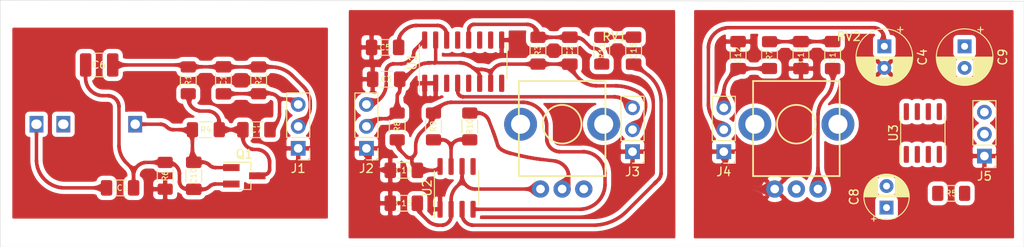
<source format=kicad_pcb>
(kicad_pcb (version 20171130) (host pcbnew 5.1.10-88a1d61d58~90~ubuntu20.04.1)
  (layers (0 F.Cu signal) (31 B.Cu signal) (34 B.Paste user) (35 F.Paste user) (36 B.SilkS user) (37 F.SilkS user) (38 B.Mask user) (39 F.Mask user) (44 Edge.Cuts user))
  (net 0 "")
  (net 1 VCC)
  (net 2 TransistorOUT)
  (net 3 OSC-IN)
  (net 4 GND)
  (net 5 "Net-(C5-Pad1)")
  (net 6 "Net-(C7-Pad2)")
  (net 7 "Net-(C11-Pad1)")
  (net 8 "Net-(C11-Pad2)")
  (net 9 AM-Mix-OUT)
  (net 10 "Net-(C14-Pad2)")
  (net 11 "Net-(C15-Pad2)")
  (net 12 "Net-(C16-Pad1)")
  (net 13 "Net-(C16-Pad2)")
  (net 14 "Net-(L1-Pad2)")
  (net 15 "Net-(R10-Pad2)")
  (net 16 "Net-(R10-Pad1)")
  (net 17 S-Neg)
  (net 18 S-Pos)
  (module Indosluch_AM:RD901F-ALPHA-HandSolder (layer F.Cu) (at 99.06 124.333)
    (fp_text reference RV1 (at 6.05 -10.15) (layer F.SilkS))
    (fp_text value "22k lin")
    (pad 3 thru_hole circle (at -2.5 7.5) (size 2 2) (drill 1) (layers *.Cu *.Mask) (net 11 "Net-(C15-Pad2)"))
    (pad 2 thru_hole circle (at 0 7.5) (size 2 2) (drill 1) (layers *.Cu *.Mask) (net 16 "Net-(R10-Pad1)"))
    (pad 1 thru_hole circle (at 2.5 7.5) (size 2 2) (drill 1) (layers *.Cu *.Mask))
    (pad "" thru_hole oval (at -4.8 0) (size 3.8 3.8) (drill oval 2.2) (layers *.Cu *.Mask))
    (pad "" thru_hole oval (at 4.8 0) (size 3.8 3.8) (drill oval 2.2) (layers *.Cu *.Mask))
  )
  (module Indosluch_AM:RD901F-ALPHA-HandSolder (layer F.Cu) (at 126.111 124.333)
    (fp_text reference RV2 (at 6.05 -10.15) (layer F.SilkS))
    (fp_text value "22k log")
    (pad 3 thru_hole circle (at -2.5 7.5) (size 2 2) (drill 1) (layers *.Cu *.Mask) (net 4 GND))
    (pad 2 thru_hole circle (at 0 7.5) (size 2 2) (drill 1) (layers *.Cu *.Mask))
    (pad 1 thru_hole circle (at 2.5 7.5) (size 2 2) (drill 1) (layers *.Cu *.Mask) (net 7 "Net-(C11-Pad1)"))
    (pad "" thru_hole oval (at -4.8 0) (size 3.8 3.8) (drill oval 2.2) (layers *.Cu *.Mask))
    (pad "" thru_hole oval (at 4.8 0) (size 3.8 3.8) (drill oval 2.2) (layers *.Cu *.Mask))
  )
  (module BioAmp:PJ301M-12_dusjagr_3d (layer F.Cu) (at 44.831 124.333 270)
    (fp_text reference L1)
    (fp_text value "L 10-22mH")
    (pad 1 thru_hole rect (at 0 -4.92 270) (size 1.9 1.6) (drill oval 1.1) (layers *.Cu *.Mask) (net 18 S-Pos))
    (pad TN thru_hole rect (at 0 3.38 270) (size 1.9 1.6) (drill oval 1.1 1.2) (layers *.Cu *.Mask))
    (pad 2 thru_hole rect (at 0 6.48 270) (size 1.9 1.6) (drill oval 1.1 1.2) (layers *.Cu *.Mask) (net 14 "Net-(L1-Pad2)"))
  )
  (module Package_SO:SOP-16_3.9x9.9mm_P1.27mm (layer F.Cu) (at 87.63 117.094 90)
    (fp_text reference U1 (at 0 -5.9 90) (layer F.SilkS))
    (fp_text value TA2003)
    (pad 1 smd roundrect (at -2.5 -4.445 90) (size 2 0.6) (layers F.Cu F.Paste F.Mask) (net 4 GND))
    (pad 2 smd roundrect (at -2.5 -3.175 90) (size 2 0.6) (layers F.Cu F.Paste F.Mask) (net 4 GND))
    (pad 3 smd roundrect (at -2.5 -1.905 90) (size 2 0.6) (layers F.Cu F.Paste F.Mask))
    (pad 4 smd roundrect (at -2.5 -0.635 90) (size 2 0.6) (layers F.Cu F.Paste F.Mask) (net 9 AM-Mix-OUT))
    (pad 5 smd roundrect (at -2.5 0.635 90) (size 2 0.6) (layers F.Cu F.Paste F.Mask))
    (pad 6 smd roundrect (at -2.5 1.905 90) (size 2 0.6) (layers F.Cu F.Paste F.Mask) (net 1 VCC))
    (pad 7 smd roundrect (at -2.5 3.175 90) (size 2 0.6) (layers F.Cu F.Paste F.Mask) (net 1 VCC))
    (pad 8 smd roundrect (at -2.5 4.445 90) (size 2 0.6) (layers F.Cu F.Paste F.Mask))
    (pad 9 smd roundrect (at 2.5 4.445 90) (size 2 0.6) (layers F.Cu F.Paste F.Mask) (net 4 GND))
    (pad 10 smd roundrect (at 2.5 3.175 90) (size 2 0.6) (layers F.Cu F.Paste F.Mask))
    (pad 11 smd roundrect (at 2.5 1.905 90) (size 2 0.6) (layers F.Cu F.Paste F.Mask))
    (pad 12 smd roundrect (at 2.5 0.635 90) (size 2 0.6) (layers F.Cu F.Paste F.Mask) (net 3 OSC-IN))
    (pad 13 smd roundrect (at 2.5 -0.635 90) (size 2 0.6) (layers F.Cu F.Paste F.Mask))
    (pad 14 smd roundrect (at 2.5 -1.905 90) (size 2 0.6) (layers F.Cu F.Paste F.Mask) (net 5 "Net-(C5-Pad1)"))
    (pad 15 smd roundrect (at 2.5 -3.175 90) (size 2 0.6) (layers F.Cu F.Paste F.Mask) (net 1 VCC))
    (pad 16 smd roundrect (at 2.5 -4.445 90) (size 2 0.6) (layers F.Cu F.Paste F.Mask) (net 2 TransistorOUT))
  )
  (module Capacitor_THT:CP_Radial_D6.3mm_P2.50mm (layer F.Cu) (at 136.271 115.316 270)
    (fp_text reference C4 (at 1.25 -4.4 90) (layer F.SilkS))
    (fp_text value 100uF)
    (pad 1 thru_hole rect (at 0 0 270) (size 1.6 1.6) (drill 0.8) (layers *.Cu *.Mask) (net 1 VCC))
    (pad 2 thru_hole circle (at 2.5 0 270) (size 1.6 1.6) (drill 0.8) (layers *.Cu *.Mask) (net 4 GND))
  )
  (module BioAmp:R_1206_dusjagr (layer F.Cu) (at 143.992 132.334)
    (fp_text reference R5 (at 0 0 180) (layer F.SilkS) (effects (font (size 0.65 0.65) (thickness 0.1))))
    (fp_text value 470)
    (pad 2 smd roundrect (at 1.55 0) (size 1.3 1.75) (layers F.Cu F.Paste F.Mask) (roundrect_rratio 0.1923069230769231))
    (pad 1 smd roundrect (at -1.55 0) (size 1.3 1.75) (layers F.Cu F.Paste F.Mask) (roundrect_rratio 0.1923069230769231))
  )
  (module Package_SO:SOIC-8_3.9x4.9mm_P1.27mm (layer F.Cu) (at 140.716 125.349 90)
    (fp_text reference U3 (at 0 -3.4 90) (layer F.SilkS))
    (fp_text value SSM2211S)
    (pad 1 smd roundrect (at -2.475 -1.905 90) (size 1.95 0.6) (layers F.Cu F.Paste F.Mask))
    (pad 2 smd roundrect (at -2.475 -0.635 90) (size 1.95 0.6) (layers F.Cu F.Paste F.Mask))
    (pad 3 smd roundrect (at -2.475 0.635 90) (size 1.95 0.6) (layers F.Cu F.Paste F.Mask))
    (pad 4 smd roundrect (at -2.475 1.905 90) (size 1.95 0.6) (layers F.Cu F.Paste F.Mask))
    (pad 5 smd roundrect (at 2.475 1.905 90) (size 1.95 0.6) (layers F.Cu F.Paste F.Mask))
    (pad 6 smd roundrect (at 2.475 0.635 90) (size 1.95 0.6) (layers F.Cu F.Paste F.Mask))
    (pad 7 smd roundrect (at 2.475 -0.635 90) (size 1.95 0.6) (layers F.Cu F.Paste F.Mask))
    (pad 8 smd roundrect (at 2.475 -1.905 90) (size 1.95 0.6) (layers F.Cu F.Paste F.Mask))
  )
  (module Capacitor_THT:CP_Radial_D6.3mm_P2.50mm (layer F.Cu) (at 145.542 115.316 270)
    (fp_text reference C9 (at 1.25 -4.4 90) (layer F.SilkS))
    (fp_text value 100uF)
    (pad 1 thru_hole rect (at 0 0 270) (size 1.6 1.6) (drill 0.8) (layers *.Cu *.Mask))
    (pad 2 thru_hole circle (at 2.5 0 270) (size 1.6 1.6) (drill 0.8) (layers *.Cu *.Mask))
  )
  (module Capacitor_THT:CP_Radial_D5.0mm_P2.50mm (layer F.Cu) (at 136.525 133.985 90)
    (fp_text reference C8 (at 1.25 -3.75 90) (layer F.SilkS))
    (fp_text value 10uF)
    (pad 1 thru_hole rect (at 0 0 90) (size 1.6 1.6) (drill 0.8) (layers *.Cu *.Mask))
    (pad 2 thru_hole circle (at 2.5 0 90) (size 1.6 1.6) (drill 0.8) (layers *.Cu *.Mask))
  )
  (module BioAmp:C_1206_dusjagr (layer F.Cu) (at 99.949 115.824 270)
    (fp_text reference C2 (at 0 0 90) (layer F.SilkS) (effects (font (size 0.65 0.65) (thickness 0.1))))
    (fp_text value 1nF)
    (pad 2 smd roundrect (at 1.5625 0 270) (size 1.325 1.8) (layers F.Cu F.Paste F.Mask) (roundrect_rratio 0.1886777358490566) (net 1 VCC))
    (pad 1 smd roundrect (at -1.5625 0 270) (size 1.325 1.8) (layers F.Cu F.Paste F.Mask) (roundrect_rratio 0.1886777358490566) (net 3 OSC-IN))
  )
  (module BioAmp:C_1206_dusjagr (layer F.Cu) (at 78.613 115.443 180)
    (fp_text reference C5 (at 0 0) (layer F.SilkS) (effects (font (size 0.65 0.65) (thickness 0.1))))
    (fp_text value 100nF)
    (pad 2 smd roundrect (at 1.5625 0 180) (size 1.325 1.8) (layers F.Cu F.Paste F.Mask) (roundrect_rratio 0.1886777358490566) (net 4 GND))
    (pad 1 smd roundrect (at -1.5625 0 180) (size 1.325 1.8) (layers F.Cu F.Paste F.Mask) (roundrect_rratio 0.1886777358490566) (net 5 "Net-(C5-Pad1)"))
  )
  (module BioAmp:C_1206_dusjagr (layer F.Cu) (at 78.74 119.126)
    (fp_text reference C3 (at 0 0) (layer F.SilkS) (effects (font (size 0.65 0.65) (thickness 0.1))))
    (fp_text value 100nF)
    (pad 2 smd roundrect (at 1.5625 0) (size 1.325 1.8) (layers F.Cu F.Paste F.Mask) (roundrect_rratio 0.1886777358490566) (net 1 VCC))
    (pad 1 smd roundrect (at -1.5625 0) (size 1.325 1.8) (layers F.Cu F.Paste F.Mask) (roundrect_rratio 0.1886777358490566) (net 4 GND))
  )
  (module BioAmp:R_1206_dusjagr (layer F.Cu) (at 96.266 115.824 90)
    (fp_text reference R3 (at 0 0 270) (layer F.SilkS) (effects (font (size 0.65 0.65) (thickness 0.1))))
    (fp_text value 220)
    (pad 2 smd roundrect (at 1.55 0 90) (size 1.3 1.75) (layers F.Cu F.Paste F.Mask) (roundrect_rratio 0.1923069230769231) (net 3 OSC-IN))
    (pad 1 smd roundrect (at -1.55 0 90) (size 1.3 1.75) (layers F.Cu F.Paste F.Mask) (roundrect_rratio 0.1923069230769231) (net 1 VCC))
  )
  (module BioAmp:R_1206_dusjagr (layer F.Cu) (at 103.632 115.824 270)
    (fp_text reference R11 (at 0 0 270) (layer F.SilkS) (effects (font (size 0.65 0.65) (thickness 0.1))))
    (fp_text value 2K2)
    (pad 2 smd roundrect (at 1.55 0 270) (size 1.3 1.75) (layers F.Cu F.Paste F.Mask) (roundrect_rratio 0.1923069230769231) (net 3 OSC-IN))
    (pad 1 smd roundrect (at -1.55 0 270) (size 1.3 1.75) (layers F.Cu F.Paste F.Mask) (roundrect_rratio 0.1923069230769231) (net 12 "Net-(C16-Pad1)"))
  )
  (module BioAmp:R_1206_dusjagr (layer F.Cu) (at 88.392 124.587 270)
    (fp_text reference R10 (at 0 0 270) (layer F.SilkS) (effects (font (size 0.65 0.65) (thickness 0.1))))
    (fp_text value 3K3)
    (pad 2 smd roundrect (at 1.55 0 270) (size 1.3 1.75) (layers F.Cu F.Paste F.Mask) (roundrect_rratio 0.1923069230769231) (net 15 "Net-(R10-Pad2)"))
    (pad 1 smd roundrect (at -1.55 0 270) (size 1.3 1.75) (layers F.Cu F.Paste F.Mask) (roundrect_rratio 0.1923069230769231) (net 16 "Net-(R10-Pad1)"))
  )
  (module BioAmp:R_1206_dusjagr (layer F.Cu) (at 84.201 124.587 90)
    (fp_text reference R9 (at 0 0 270) (layer F.SilkS) (effects (font (size 0.65 0.65) (thickness 0.1))))
    (fp_text value 2K2)
    (pad 2 smd roundrect (at 1.55 0 90) (size 1.3 1.75) (layers F.Cu F.Paste F.Mask) (roundrect_rratio 0.1923069230769231) (net 10 "Net-(C14-Pad2)"))
    (pad 1 smd roundrect (at -1.55 0 90) (size 1.3 1.75) (layers F.Cu F.Paste F.Mask) (roundrect_rratio 0.1923069230769231) (net 15 "Net-(R10-Pad2)"))
  )
  (module BioAmp:R_1206_dusjagr (layer F.Cu) (at 80.01 124.587 90)
    (fp_text reference R8 (at 0 0 270) (layer F.SilkS) (effects (font (size 0.65 0.65) (thickness 0.1))))
    (fp_text value 220)
    (pad 2 smd roundrect (at 1.55 0 90) (size 1.3 1.75) (layers F.Cu F.Paste F.Mask) (roundrect_rratio 0.1923069230769231) (net 1 VCC))
    (pad 1 smd roundrect (at -1.55 0 90) (size 1.3 1.75) (layers F.Cu F.Paste F.Mask) (roundrect_rratio 0.1923069230769231) (net 10 "Net-(C14-Pad2)"))
  )
  (module Package_SO:SOIC-8_3.9x4.9mm_P1.27mm (layer F.Cu) (at 86.868 131.699 90)
    (fp_text reference U2 (at 0 -3.4 90) (layer F.SilkS))
    (fp_text value LM555xM)
    (pad 1 smd roundrect (at -2.475 -1.905 90) (size 1.95 0.6) (layers F.Cu F.Paste F.Mask) (net 4 GND))
    (pad 2 smd roundrect (at -2.475 -0.635 90) (size 1.95 0.6) (layers F.Cu F.Paste F.Mask) (net 11 "Net-(C15-Pad2)"))
    (pad 3 smd roundrect (at -2.475 0.635 90) (size 1.95 0.6) (layers F.Cu F.Paste F.Mask) (net 13 "Net-(C16-Pad2)"))
    (pad 4 smd roundrect (at -2.475 1.905 90) (size 1.95 0.6) (layers F.Cu F.Paste F.Mask) (net 10 "Net-(C14-Pad2)"))
    (pad 5 smd roundrect (at 2.475 1.905 90) (size 1.95 0.6) (layers F.Cu F.Paste F.Mask))
    (pad 6 smd roundrect (at 2.475 0.635 90) (size 1.95 0.6) (layers F.Cu F.Paste F.Mask) (net 11 "Net-(C15-Pad2)"))
    (pad 7 smd roundrect (at 2.475 -0.635 90) (size 1.95 0.6) (layers F.Cu F.Paste F.Mask) (net 15 "Net-(R10-Pad2)"))
    (pad 8 smd roundrect (at 2.475 -1.905 90) (size 1.95 0.6) (layers F.Cu F.Paste F.Mask) (net 10 "Net-(C14-Pad2)"))
  )
  (module BioAmp:C_1206_dusjagr (layer F.Cu) (at 107.315 115.824 270)
    (fp_text reference C16 (at 0 0 90) (layer F.SilkS) (effects (font (size 0.65 0.65) (thickness 0.1))))
    (fp_text value 100nF)
    (pad 2 smd roundrect (at 1.5625 0 270) (size 1.325 1.8) (layers F.Cu F.Paste F.Mask) (roundrect_rratio 0.1886777358490566) (net 13 "Net-(C16-Pad2)"))
    (pad 1 smd roundrect (at -1.5625 0 270) (size 1.325 1.8) (layers F.Cu F.Paste F.Mask) (roundrect_rratio 0.1886777358490566) (net 12 "Net-(C16-Pad1)"))
  )
  (module BioAmp:C_1206_dusjagr (layer F.Cu) (at 80.772 133.477)
    (fp_text reference C15 (at 0 0) (layer F.SilkS) (effects (font (size 0.65 0.65) (thickness 0.1))))
    (fp_text value 1nF)
    (pad 2 smd roundrect (at 1.5625 0) (size 1.325 1.8) (layers F.Cu F.Paste F.Mask) (roundrect_rratio 0.1886777358490566) (net 11 "Net-(C15-Pad2)"))
    (pad 1 smd roundrect (at -1.5625 0) (size 1.325 1.8) (layers F.Cu F.Paste F.Mask) (roundrect_rratio 0.1886777358490566) (net 4 GND))
  )
  (module BioAmp:C_1206_dusjagr (layer F.Cu) (at 80.772 129.667)
    (fp_text reference C14 (at 0 0) (layer F.SilkS) (effects (font (size 0.65 0.65) (thickness 0.1))))
    (fp_text value 100nF)
    (pad 2 smd roundrect (at 1.5625 0) (size 1.325 1.8) (layers F.Cu F.Paste F.Mask) (roundrect_rratio 0.1886777358490566) (net 10 "Net-(C14-Pad2)"))
    (pad 1 smd roundrect (at -1.5625 0) (size 1.325 1.8) (layers F.Cu F.Paste F.Mask) (roundrect_rratio 0.1886777358490566) (net 4 GND))
  )
  (module BioAmp:C_1206_dusjagr (layer F.Cu) (at 63.754 124.968 180)
    (fp_text reference C7 (at 0 0) (layer F.SilkS) (effects (font (size 0.65 0.65) (thickness 0.1))))
    (fp_text value 3.3nF)
    (pad 2 smd roundrect (at 1.5625 0 180) (size 1.325 1.8) (layers F.Cu F.Paste F.Mask) (roundrect_rratio 0.1886777358490566) (net 6 "Net-(C7-Pad2)"))
    (pad 1 smd roundrect (at -1.5625 0 180) (size 1.325 1.8) (layers F.Cu F.Paste F.Mask) (roundrect_rratio 0.1886777358490566) (net 2 TransistorOUT))
  )
  (module BioAmp:R_1206_dusjagr (layer F.Cu) (at 53.213 130.302 270)
    (fp_text reference R6 (at 0 0 270) (layer F.SilkS) (effects (font (size 0.65 0.65) (thickness 0.1))))
    (fp_text value 1K)
    (pad 2 smd roundrect (at 1.55 0 270) (size 1.3 1.75) (layers F.Cu F.Paste F.Mask) (roundrect_rratio 0.1923069230769231) (net 4 GND))
    (pad 1 smd roundrect (at -1.55 0 270) (size 1.3 1.75) (layers F.Cu F.Paste F.Mask) (roundrect_rratio 0.1923069230769231) (net 17 S-Neg))
  )
  (module BioAmp:R_1206_dusjagr (layer F.Cu) (at 57.912 124.968 180)
    (fp_text reference R4 (at 0 0 180) (layer F.SilkS) (effects (font (size 0.65 0.65) (thickness 0.1))))
    (fp_text value 470K)
    (pad 2 smd roundrect (at 1.55 0 180) (size 1.3 1.75) (layers F.Cu F.Paste F.Mask) (roundrect_rratio 0.1923069230769231) (net 18 S-Pos))
    (pad 1 smd roundrect (at -1.55 0 180) (size 1.3 1.75) (layers F.Cu F.Paste F.Mask) (roundrect_rratio 0.1923069230769231) (net 6 "Net-(C7-Pad2)"))
  )
  (module BioAmp:R_1206_dusjagr (layer F.Cu) (at 64.008 119.253 270)
    (fp_text reference R2 (at 0 0 270) (layer F.SilkS) (effects (font (size 0.65 0.65) (thickness 0.1))))
    (fp_text value 1K)
    (pad 2 smd roundrect (at 1.55 0 270) (size 1.3 1.75) (layers F.Cu F.Paste F.Mask) (roundrect_rratio 0.1923069230769231) (net 2 TransistorOUT))
    (pad 1 smd roundrect (at -1.55 0 270) (size 1.3 1.75) (layers F.Cu F.Paste F.Mask) (roundrect_rratio 0.1923069230769231) (net 1 VCC))
  )
  (module BioAmp:R_1206_dusjagr (layer F.Cu) (at 55.88 119.253 270)
    (fp_text reference R1 (at 0 0 270) (layer F.SilkS) (effects (font (size 0.65 0.65) (thickness 0.1))))
    (fp_text value 1K)
    (pad 2 smd roundrect (at 1.55 0 270) (size 1.3 1.75) (layers F.Cu F.Paste F.Mask) (roundrect_rratio 0.1923069230769231) (net 6 "Net-(C7-Pad2)"))
    (pad 1 smd roundrect (at -1.55 0 270) (size 1.3 1.75) (layers F.Cu F.Paste F.Mask) (roundrect_rratio 0.1923069230769231) (net 1 VCC))
  )
  (module 3Channel-PiezoAmp:SOT-23_Handsoldering (layer F.Cu) (at 62.357 130.302)
    (fp_text reference Q1 (at 0 -2.5) (layer F.SilkS))
    (fp_text value BC849)
    (pad 3 smd rect (at 1.5 0) (size 1.9 0.8) (layers F.Cu F.Paste F.Mask) (net 6 "Net-(C7-Pad2)"))
    (pad 2 smd rect (at -1.5 0.95) (size 1.9 0.8) (layers F.Cu F.Paste F.Mask) (net 17 S-Neg))
    (pad 1 smd rect (at -1.5 -0.95) (size 1.9 0.8) (layers F.Cu F.Paste F.Mask) (net 18 S-Pos))
  )
  (module BioAmp:C_1206_dusjagr (layer F.Cu) (at 56.515 130.302 270)
    (fp_text reference C10 (at 0 0 90) (layer F.SilkS) (effects (font (size 0.65 0.65) (thickness 0.1))))
    (fp_text value 1nF)
    (pad 2 smd roundrect (at 1.5625 0 270) (size 1.325 1.8) (layers F.Cu F.Paste F.Mask) (roundrect_rratio 0.1886777358490566) (net 17 S-Neg))
    (pad 1 smd roundrect (at -1.5625 0 270) (size 1.325 1.8) (layers F.Cu F.Paste F.Mask) (roundrect_rratio 0.1886777358490566) (net 18 S-Pos))
  )
  (module BioAmp:C_1206_dusjagr (layer F.Cu) (at 48.006 131.699)
    (fp_text reference LC1 (at 0 0) (layer F.SilkS) (effects (font (size 0.65 0.65) (thickness 0.1))))
    (fp_text value C)
    (pad 2 smd roundrect (at 1.5625 0) (size 1.325 1.8) (layers F.Cu F.Paste F.Mask) (roundrect_rratio 0.1886777358490566) (net 17 S-Neg))
    (pad 1 smd roundrect (at -1.5625 0) (size 1.325 1.8) (layers F.Cu F.Paste F.Mask) (roundrect_rratio 0.1886777358490566) (net 14 "Net-(L1-Pad2)"))
  )
  (module BioAmp:C_1206_dusjagr (layer F.Cu) (at 59.944 119.253 270)
    (fp_text reference C1 (at 0 0 90) (layer F.SilkS) (effects (font (size 0.65 0.65) (thickness 0.1))))
    (fp_text value 1nF)
    (pad 2 smd roundrect (at 1.5625 0 270) (size 1.325 1.8) (layers F.Cu F.Paste F.Mask) (roundrect_rratio 0.1886777358490566) (net 2 TransistorOUT))
    (pad 1 smd roundrect (at -1.5625 0 270) (size 1.325 1.8) (layers F.Cu F.Paste F.Mask) (roundrect_rratio 0.1886777358490566) (net 1 VCC))
  )
  (module BioAmp:R_1206_dusjagr (layer F.Cu) (at 123.010666 116.332 270)
    (fp_text reference R7 (at 0 0 270) (layer F.SilkS) (effects (font (size 0.65 0.65) (thickness 0.1))))
    (fp_text value 1K)
    (pad 1 smd roundrect (at -1.55 0 270) (size 1.3 1.75) (layers F.Cu F.Paste F.Mask) (roundrect_rratio 0.1923069230769231) (net 8 "Net-(C11-Pad2)"))
    (pad 2 smd roundrect (at 1.55 0 270) (size 1.3 1.75) (layers F.Cu F.Paste F.Mask) (roundrect_rratio 0.1923069230769231) (net 9 AM-Mix-OUT))
  )
  (module BioAmp:C_1206_dusjagr (layer F.Cu) (at 126.641332 116.332 270)
    (fp_text reference C13 (at 0 0 90) (layer F.SilkS) (effects (font (size 0.65 0.65) (thickness 0.1))))
    (fp_text value 10nF)
    (pad 1 smd roundrect (at -1.5625 0 270) (size 1.325 1.8) (layers F.Cu F.Paste F.Mask) (roundrect_rratio 0.1886777358490566) (net 8 "Net-(C11-Pad2)"))
    (pad 2 smd roundrect (at 1.5625 0 270) (size 1.325 1.8) (layers F.Cu F.Paste F.Mask) (roundrect_rratio 0.1886777358490566) (net 4 GND))
  )
  (module BioAmp:C_1206_dusjagr (layer F.Cu) (at 119.38 116.332 90)
    (fp_text reference C12 (at 0 0 90) (layer F.SilkS) (effects (font (size 0.65 0.65) (thickness 0.1))))
    (fp_text value 100nF)
    (pad 1 smd roundrect (at -1.5625 0 90) (size 1.325 1.8) (layers F.Cu F.Paste F.Mask) (roundrect_rratio 0.1886777358490566) (net 9 AM-Mix-OUT))
    (pad 2 smd roundrect (at 1.5625 0 90) (size 1.325 1.8) (layers F.Cu F.Paste F.Mask) (roundrect_rratio 0.1886777358490566) (net 4 GND))
  )
  (module BioAmp:C_1206_dusjagr (layer F.Cu) (at 130.302 116.332 90)
    (fp_text reference C11 (at 0 0 90) (layer F.SilkS) (effects (font (size 0.65 0.65) (thickness 0.1))))
    (fp_text value 100nF)
    (pad 1 smd roundrect (at -1.5625 0 90) (size 1.325 1.8) (layers F.Cu F.Paste F.Mask) (roundrect_rratio 0.1886777358490566) (net 7 "Net-(C11-Pad1)"))
    (pad 2 smd roundrect (at 1.5625 0 90) (size 1.325 1.8) (layers F.Cu F.Paste F.Mask) (roundrect_rratio 0.1886777358490566) (net 8 "Net-(C11-Pad2)"))
  )
  (module BioAmp:C_1210_dusjagr (layer F.Cu) (at 45.593 117.475 180)
    (fp_text reference C6 (at 0 0 180) (layer F.SilkS) (effects (font (size 0.8 0.8) (thickness 0.12))))
    (fp_text value 10uF)
    (pad 2 smd roundrect (at 1.5625 0 180) (size 1.325 2.7) (layers F.Cu F.Paste F.Mask) (roundrect_rratio 0.1886777358490566) (net 17 S-Neg))
    (pad 1 smd roundrect (at -1.5625 0 180) (size 1.325 2.7) (layers F.Cu F.Paste F.Mask) (roundrect_rratio 0.1886777358490566) (net 1 VCC))
  )
  (module Connector_PinHeader_2.54mm:PinHeader_1x03_P2.54mm_Vertical (layer F.Cu) (at 76.454 127.127 180)
    (fp_text reference J2 (at 0 -2.33) (layer F.SilkS))
    (fp_text value Con1x03)
    (pad 1 thru_hole rect (at 0 0 180) (size 1.7 1.7) (drill 1) (layers *.Cu *.Mask) (net 4 GND))
    (pad 2 thru_hole oval (at 0 2.54 180) (size 1.7 1.7) (drill 1) (layers *.Cu *.Mask) (net 1 VCC))
    (pad 3 thru_hole oval (at 0 5.08 180) (size 1.7 1.7) (drill 1) (layers *.Cu *.Mask) (net 2 TransistorOUT))
  )
  (module Connector_PinHeader_2.54mm:PinHeader_1x03_P2.54mm_Vertical (layer F.Cu) (at 68.58 127.127 180)
    (fp_text reference J1 (at 0 -2.33) (layer F.SilkS))
    (fp_text value Con1x03)
    (pad 3 thru_hole oval (at 0 5.08 180) (size 1.7 1.7) (drill 1) (layers *.Cu *.Mask) (net 2 TransistorOUT))
    (pad 2 thru_hole oval (at 0 2.54 180) (size 1.7 1.7) (drill 1) (layers *.Cu *.Mask) (net 1 VCC))
    (pad 1 thru_hole rect (at 0 0 180) (size 1.7 1.7) (drill 1) (layers *.Cu *.Mask) (net 4 GND))
  )
  (module Connector_PinHeader_2.54mm:PinHeader_1x03_P2.54mm_Vertical (layer F.Cu) (at 107.188 127.508 180)
    (fp_text reference J3 (at 0 -2.33) (layer F.SilkS))
    (fp_text value Con1x03)
    (pad 1 thru_hole rect (at 0 0 180) (size 1.7 1.7) (drill 1) (layers *.Cu *.Mask) (net 4 GND))
    (pad 2 thru_hole oval (at 0 2.54 180) (size 1.7 1.7) (drill 1) (layers *.Cu *.Mask) (net 1 VCC))
    (pad 3 thru_hole oval (at 0 5.08 180) (size 1.7 1.7) (drill 1) (layers *.Cu *.Mask) (net 9 AM-Mix-OUT))
  )
  (module Connector_PinHeader_2.54mm:PinHeader_1x03_P2.54mm_Vertical (layer F.Cu) (at 117.729 127.508 180)
    (fp_text reference J4 (at 0 -2.33) (layer F.SilkS))
    (fp_text value Con1x03)
    (pad 3 thru_hole oval (at 0 5.08 180) (size 1.7 1.7) (drill 1) (layers *.Cu *.Mask) (net 9 AM-Mix-OUT))
    (pad 2 thru_hole oval (at 0 2.54 180) (size 1.7 1.7) (drill 1) (layers *.Cu *.Mask) (net 1 VCC))
    (pad 1 thru_hole rect (at 0 0 180) (size 1.7 1.7) (drill 1) (layers *.Cu *.Mask) (net 4 GND))
  )
  (module Connector_PinHeader_2.54mm:PinHeader_1x03_P2.54mm_Vertical (layer F.Cu) (at 147.828 128.016 180)
    (fp_text reference J5 (at 0 -2.33) (layer F.SilkS))
    (fp_text value Con1x03)
    (pad 1 thru_hole rect (at 0 0 180) (size 1.7 1.7) (drill 1) (layers *.Cu *.Mask) (net 4 GND))
    (pad 2 thru_hole oval (at 0 2.54 180) (size 1.7 1.7) (drill 1) (layers *.Cu *.Mask))
    (pad 3 thru_hole oval (at 0 5.08 180) (size 1.7 1.7) (drill 1) (layers *.Cu *.Mask))
  )
  (gr_line (start 34.163 109.982) (end 152.4 110.109) (layer Edge.Cuts) (width 0.05))
  (gr_line (start 34.163 138.557) (end 34.163 109.982) (layer Edge.Cuts) (width 0.05))
  (gr_line (start 152.4 138.557) (end 34.163 138.557) (layer Edge.Cuts) (width 0.05))
  (gr_line (start 152.4 110.109) (end 152.4 138.557) (layer Edge.Cuts) (width 0.05))
  (segment (start 80.352127 119.216278) (end 80.345262 119.225535) (width 0.4) (layer F.Cu) (net 1))
  (segment (start 82.635648 117.470797) (end 82.614728 117.482104) (width 0.4) (layer F.Cu) (net 1))
  (segment (start 99.955579 117.386463) (end 99.955573 117.386395) (width 0.4) (layer F.Cu) (net 1))
  (segment (start 99.955674 117.386425) (end 99.955579 117.386463) (width 0.4) (layer F.Cu) (net 1))
  (segment (start 99.955573 117.386395) (end 99.955674 117.386425) (width 0.4) (layer F.Cu) (net 1))
  (segment (start 84.441428 117.079739) (end 84.439513 117.084703) (width 0.4) (layer F.Cu) (net 1))
  (segment (start 80.01 122.968782) (end 80.00951 122.963824) (width 0.4) (layer F.Cu) (net 1))
  (segment (start 80.01 122.965287) (end 80.01 122.968782) (width 0.4) (layer F.Cu) (net 1))
  (segment (start 80.00951 122.963824) (end 80.01 122.965287) (width 0.4) (layer F.Cu) (net 1))
  (segment (start 107.447547 120.392159) (end 107.517153 120.425201) (width 0.4) (layer F.Cu) (net 1))
  (segment (start 84.418042 117.126888) (end 84.415627 117.130317) (width 0.4) (layer F.Cu) (net 1))
  (segment (start 90.77175 118.368448) (end 90.773785 118.365343) (width 0.4) (layer F.Cu) (net 1))
  (segment (start 90.781621 118.367177) (end 90.77175 118.368448) (width 0.4) (layer F.Cu) (net 1))
  (segment (start 90.773785 118.365343) (end 90.781621 118.367177) (width 0.4) (layer F.Cu) (net 1))
  (segment (start 79.99806 123.120828) (end 79.998346 123.120223) (width 0.4) (layer F.Cu) (net 1))
  (segment (start 79.999797 123.120344) (end 79.99806 123.120828) (width 0.4) (layer F.Cu) (net 1))
  (segment (start 79.998346 123.120223) (end 79.999797 123.120344) (width 0.4) (layer F.Cu) (net 1))
  (segment (start 100.014045 117.898913) (end 100.020423 117.911415) (width 0.4) (layer F.Cu) (net 1))
  (segment (start 135.985854 113.644925) (end 136.005497 113.670096) (width 0.4) (layer F.Cu) (net 1))
  (segment (start 81.915323 117.993867) (end 81.894064 118.012887) (width 0.4) (layer F.Cu) (net 1))
  (segment (start 55.882355 117.699019) (end 55.881935 117.699124) (width 0.4) (layer F.Cu) (net 1))
  (segment (start 55.514647 117.475702) (end 55.524174 117.476405) (width 0.4) (layer F.Cu) (net 1))
  (segment (start 92.115835 117.382865) (end 92.079947 117.387291) (width 0.4) (layer F.Cu) (net 1))
  (segment (start 96.26454 117.374134) (end 96.264544 117.374074) (width 0.4) (layer F.Cu) (net 1))
  (segment (start 96.264578 117.374092) (end 96.26454 117.374134) (width 0.4) (layer F.Cu) (net 1))
  (segment (start 96.264544 117.374074) (end 96.264578 117.374092) (width 0.4) (layer F.Cu) (net 1))
  (segment (start 108.140501 123.843073) (end 108.101326 123.895611) (width 0.4) (layer F.Cu) (net 1))
  (segment (start 89.225675 117.968895) (end 89.220831 117.966718) (width 0.4) (layer F.Cu) (net 1))
  (segment (start 89.227835 117.968263) (end 89.225675 117.968895) (width 0.4) (layer F.Cu) (net 1))
  (segment (start 89.220831 117.966718) (end 89.227835 117.968263) (width 0.4) (layer F.Cu) (net 1))
  (segment (start 90.733466 118.348845) (end 90.735329 118.346294) (width 0.4) (layer F.Cu) (net 1))
  (segment (start 90.740362 118.349637) (end 90.733466 118.348845) (width 0.4) (layer F.Cu) (net 1))
  (segment (start 90.735329 118.346294) (end 90.740362 118.349637) (width 0.4) (layer F.Cu) (net 1))
  (segment (start 67.140652 118.13585) (end 67.215283 118.178127) (width 0.4) (layer F.Cu) (net 1))
  (segment (start 96.26391 117.374881) (end 96.263968 117.374811) (width 0.4) (layer F.Cu) (net 1))
  (segment (start 96.263976 117.374911) (end 96.26391 117.374881) (width 0.4) (layer F.Cu) (net 1))
  (segment (start 96.263968 117.374811) (end 96.263976 117.374911) (width 0.4) (layer F.Cu) (net 1))
  (segment (start 80.119452 120.798792) (end 80.111912 120.808454) (width 0.4) (layer F.Cu) (net 1))
  (segment (start 99.952534 117.387954) (end 99.952786 117.38767) (width 0.4) (layer F.Cu) (net 1))
  (segment (start 99.952748 117.38778) (end 99.952534 117.387954) (width 0.4) (layer F.Cu) (net 1))
  (segment (start 99.952786 117.38767) (end 99.952748 117.38778) (width 0.4) (layer F.Cu) (net 1))
  (segment (start 80.01 123.124423) (end 80.009422 123.123838) (width 0.4) (layer F.Cu) (net 1))
  (segment (start 80.01 123.123361) (end 80.01 123.124423) (width 0.4) (layer F.Cu) (net 1))
  (segment (start 80.009422 123.123838) (end 80.01 123.123361) (width 0.4) (layer F.Cu) (net 1))
  (segment (start 83.173269 117.286451) (end 83.149866 117.290671) (width 0.4) (layer F.Cu) (net 1))
  (segment (start 84.386418 117.220404) (end 84.386526 117.219912) (width 0.4) (layer F.Cu) (net 1))
  (segment (start 84.387352 117.220201) (end 84.386418 117.220404) (width 0.4) (layer F.Cu) (net 1))
  (segment (start 84.386526 117.219912) (end 84.387352 117.220201) (width 0.4) (layer F.Cu) (net 1))
  (segment (start 96.271064 117.374112) (end 96.271014 117.374074) (width 0.4) (layer F.Cu) (net 1))
  (segment (start 96.271068 117.374063) (end 96.271064 117.374112) (width 0.4) (layer F.Cu) (net 1))
  (segment (start 96.271014 117.374074) (end 96.271068 117.374063) (width 0.4) (layer F.Cu) (net 1))
  (segment (start 90.921368 118.176293) (end 90.926134 118.172647) (width 0.4) (layer F.Cu) (net 1))
  (segment (start 90.922262 118.179349) (end 90.921368 118.176293) (width 0.4) (layer F.Cu) (net 1))
  (segment (start 90.926134 118.172647) (end 90.922262 118.179349) (width 0.4) (layer F.Cu) (net 1))
  (segment (start 96.257705 117.374) (end 96.258458 117.374) (width 0.4) (layer F.Cu) (net 1))
  (segment (start 96.258215 117.374012) (end 96.257705 117.374) (width 0.4) (layer F.Cu) (net 1))
  (segment (start 96.258458 117.374) (end 96.258215 117.374012) (width 0.4) (layer F.Cu) (net 1))
  (segment (start 92.187884 117.37666) (end 92.151822 117.37932) (width 0.4) (layer F.Cu) (net 1))
  (segment (start 99.952802 117.38208) (end 99.952788 117.38199) (width 0.4) (layer F.Cu) (net 1))
  (segment (start 99.95284 117.382004) (end 99.952802 117.38208) (width 0.4) (layer F.Cu) (net 1))
  (segment (start 99.952788 117.38199) (end 99.95284 117.382004) (width 0.4) (layer F.Cu) (net 1))
  (segment (start 64.510052 117.703) (end 64.421373 117.703) (width 0.4) (layer F.Cu) (net 1))
  (segment (start 66.673164 117.921724) (end 66.753191 117.952594) (width 0.4) (layer F.Cu) (net 1))
  (segment (start 59.957413 117.701473) (end 59.957901 117.701662) (width 0.4) (layer F.Cu) (net 1))
  (segment (start 80.00807 123.146874) (end 80.007233 123.146065) (width 0.4) (layer F.Cu) (net 1))
  (segment (start 80.008459 123.146195) (end 80.00807 123.146874) (width 0.4) (layer F.Cu) (net 1))
  (segment (start 80.007233 123.146065) (end 80.008459 123.146195) (width 0.4) (layer F.Cu) (net 1))
  (segment (start 67.834087 118.637064) (end 67.896208 118.696208) (width 0.4) (layer F.Cu) (net 1))
  (segment (start 90.762079 118.364362) (end 90.760117 118.36037) (width 0.4) (layer F.Cu) (net 1))
  (segment (start 90.765344 118.36257) (end 90.762079 118.364362) (width 0.4) (layer F.Cu) (net 1))
  (segment (start 90.760117 118.36037) (end 90.765344 118.36257) (width 0.4) (layer F.Cu) (net 1))
  (segment (start 80.822642 119.048942) (end 80.810539 119.055799) (width 0.4) (layer F.Cu) (net 1))
  (segment (start 84.311435 117.210023) (end 84.311369 117.209486) (width 0.4) (layer F.Cu) (net 1))
  (segment (start 84.311934 117.20946) (end 84.311435 117.210023) (width 0.4) (layer F.Cu) (net 1))
  (segment (start 84.311369 117.209486) (end 84.311934 117.20946) (width 0.4) (layer F.Cu) (net 1))
  (segment (start 96.264069 117.375054) (end 96.263962 117.375012) (width 0.4) (layer F.Cu) (net 1))
  (segment (start 96.264007 117.374989) (end 96.264069 117.375054) (width 0.4) (layer F.Cu) (net 1))
  (segment (start 96.263962 117.375012) (end 96.264007 117.374989) (width 0.4) (layer F.Cu) (net 1))
  (segment (start 84.430702 117.105164) (end 84.428816 117.10891) (width 0.4) (layer F.Cu) (net 1))
  (segment (start 77.239789 123.885975) (end 77.207379 123.904335) (width 0.4) (layer F.Cu) (net 1))
  (segment (start 66.832436 117.985418) (end 66.910852 118.020178) (width 0.4) (layer F.Cu) (net 1))
  (segment (start 79.9947 123.002641) (end 79.995197 123.001154) (width 0.4) (layer F.Cu) (net 1))
  (segment (start 79.995467 123.002891) (end 79.9947 123.002641) (width 0.4) (layer F.Cu) (net 1))
  (segment (start 79.995197 123.001154) (end 79.995467 123.002891) (width 0.4) (layer F.Cu) (net 1))
  (segment (start 55.755701 117.579033) (end 55.76262 117.58562) (width 0.4) (layer F.Cu) (net 1))
  (segment (start 67.288853 118.222224) (end 67.361319 118.268113) (width 0.4) (layer F.Cu) (net 1))
  (segment (start 80.01 123.017504) (end 80.009329 123.015721) (width 0.4) (layer F.Cu) (net 1))
  (segment (start 80.01 123.015938) (end 80.01 123.017504) (width 0.4) (layer F.Cu) (net 1))
  (segment (start 80.009329 123.015721) (end 80.01 123.015938) (width 0.4) (layer F.Cu) (net 1))
  (segment (start 77.442809 123.792986) (end 77.408055 123.806391) (width 0.4) (layer F.Cu) (net 1))
  (segment (start 99.945288 117.381878) (end 99.945364 117.381813) (width 0.4) (layer F.Cu) (net 1))
  (segment (start 99.945582 117.381892) (end 99.945288 117.381878) (width 0.4) (layer F.Cu) (net 1))
  (segment (start 99.945364 117.381813) (end 99.945582 117.381892) (width 0.4) (layer F.Cu) (net 1))
  (segment (start 90.901318 118.220375) (end 90.900143 118.214574) (width 0.4) (layer F.Cu) (net 1))
  (segment (start 90.903957 118.214803) (end 90.901318 118.220375) (width 0.4) (layer F.Cu) (net 1))
  (segment (start 90.900143 118.214574) (end 90.903957 118.214803) (width 0.4) (layer F.Cu) (net 1))
  (segment (start 99.948912 117.393067) (end 99.948893 117.3929) (width 0.4) (layer F.Cu) (net 1))
  (segment (start 99.948977 117.393097) (end 99.948912 117.393067) (width 0.4) (layer F.Cu) (net 1))
  (segment (start 99.948893 117.3929) (end 99.948977 117.393097) (width 0.4) (layer F.Cu) (net 1))
  (segment (start 79.033472 123.687817) (end 79.005984 123.691207) (width 0.4) (layer F.Cu) (net 1))
  (segment (start 77.878547 123.70074) (end 77.841398 123.70348) (width 0.4) (layer F.Cu) (net 1))
  (segment (start 90.634172 118.232165) (end 90.629172 118.227574) (width 0.4) (layer F.Cu) (net 1))
  (segment (start 90.634043 118.22713) (end 90.634172 118.232165) (width 0.4) (layer F.Cu) (net 1))
  (segment (start 90.629172 118.227574) (end 90.634043 118.22713) (width 0.4) (layer F.Cu) (net 1))
  (segment (start 89.343454 117.984518) (end 89.343883 117.982163) (width 0.4) (layer F.Cu) (net 1))
  (segment (start 89.348842 117.982382) (end 89.343454 117.984518) (width 0.4) (layer F.Cu) (net 1))
  (segment (start 89.343883 117.982163) (end 89.348842 117.982382) (width 0.4) (layer F.Cu) (net 1))
  (segment (start 115.956482 122.118898) (end 115.961962 122.193196) (width 0.4) (layer F.Cu) (net 1))
  (segment (start 79.142345 123.667545) (end 79.115321 123.673614) (width 0.4) (layer F.Cu) (net 1))
  (segment (start 99.954828 117.386564) (end 99.954874 117.38649) (width 0.4) (layer F.Cu) (net 1))
  (segment (start 99.954881 117.386582) (end 99.954828 117.386564) (width 0.4) (layer F.Cu) (net 1))
  (segment (start 99.954874 117.38649) (end 99.954881 117.386582) (width 0.4) (layer F.Cu) (net 1))
  (segment (start 89.181095 118.125259) (end 89.184595 118.123522) (width 0.4) (layer F.Cu) (net 1))
  (segment (start 89.184525 118.126051) (end 89.181095 118.125259) (width 0.4) (layer F.Cu) (net 1))
  (segment (start 89.184595 118.123522) (end 89.184525 118.126051) (width 0.4) (layer F.Cu) (net 1))
  (segment (start 136.200336 114.034613) (end 136.210351 114.06493) (width 0.4) (layer F.Cu) (net 1))
  (segment (start 84.374491 117.18864) (end 84.374231 117.187754) (width 0.4) (layer F.Cu) (net 1))
  (segment (start 84.374677 117.18782) (end 84.374491 117.18864) (width 0.4) (layer F.Cu) (net 1))
  (segment (start 84.374231 117.187754) (end 84.374677 117.18782) (width 0.4) (layer F.Cu) (net 1))
  (segment (start 89.307281 117.987572) (end 89.307519 117.984087) (width 0.4) (layer F.Cu) (net 1))
  (segment (start 89.309544 117.98517) (end 89.307281 117.987572) (width 0.4) (layer F.Cu) (net 1))
  (segment (start 89.307519 117.984087) (end 89.309544 117.98517) (width 0.4) (layer F.Cu) (net 1))
  (segment (start 55.874558 117.697468) (end 55.874906 117.697726) (width 0.4) (layer F.Cu) (net 1))
  (segment (start 99.973429 117.794395) (end 99.97747 117.807836) (width 0.4) (layer F.Cu) (net 1))
  (segment (start 99.95342 117.386734) (end 99.953464 117.386649) (width 0.4) (layer F.Cu) (net 1))
  (segment (start 99.953489 117.386711) (end 99.95342 117.386734) (width 0.4) (layer F.Cu) (net 1))
  (segment (start 99.953464 117.386649) (end 99.953489 117.386711) (width 0.4) (layer F.Cu) (net 1))
  (segment (start 116.016586 122.561442) (end 116.032909 122.634131) (width 0.4) (layer F.Cu) (net 1))
  (segment (start 84.376359 117.221) (end 84.377853 117.220539) (width 0.4) (layer F.Cu) (net 1))
  (segment (start 84.377593 117.221) (end 84.376359 117.221) (width 0.4) (layer F.Cu) (net 1))
  (segment (start 84.377853 117.220539) (end 84.377593 117.221) (width 0.4) (layer F.Cu) (net 1))
  (segment (start 106.728284 120.117676) (end 106.801888 120.140462) (width 0.4) (layer F.Cu) (net 1))
  (segment (start 102.800168 119.875354) (end 102.87913 119.881674) (width 0.4) (layer F.Cu) (net 1))
  (segment (start 88.97221 117.929725) (end 88.97758 117.928698) (width 0.4) (layer F.Cu) (net 1))
  (segment (start 88.971844 117.932247) (end 88.97221 117.929725) (width 0.4) (layer F.Cu) (net 1))
  (segment (start 88.97758 117.928698) (end 88.971844 117.932247) (width 0.4) (layer F.Cu) (net 1))
  (segment (start 84.389011 117.221) (end 84.389828 117.220774) (width 0.4) (layer F.Cu) (net 1))
  (segment (start 84.3918 117.221) (end 84.389011 117.221) (width 0.4) (layer F.Cu) (net 1))
  (segment (start 84.389828 117.220774) (end 84.3918 117.221) (width 0.4) (layer F.Cu) (net 1))
  (segment (start 99.950535 117.389865) (end 99.95056 117.389714) (width 0.4) (layer F.Cu) (net 1))
  (segment (start 99.95062 117.389756) (end 99.950535 117.389865) (width 0.4) (layer F.Cu) (net 1))
  (segment (start 99.95056 117.389714) (end 99.95062 117.389756) (width 0.4) (layer F.Cu) (net 1))
  (segment (start 90.501268 118.132998) (end 90.503851 118.130113) (width 0.4) (layer F.Cu) (net 1))
  (segment (start 90.512735 118.131658) (end 90.501268 118.132998) (width 0.4) (layer F.Cu) (net 1))
  (segment (start 90.503851 118.130113) (end 90.512735 118.131658) (width 0.4) (layer F.Cu) (net 1))
  (segment (start 82.76414 117.408846) (end 82.74239 117.41846) (width 0.4) (layer F.Cu) (net 1))
  (segment (start 55.6264 117.499359) (end 55.635313 117.502797) (width 0.4) (layer F.Cu) (net 1))
  (segment (start 55.64414 117.506453) (end 55.652874 117.510324) (width 0.4) (layer F.Cu) (net 1))
  (segment (start 64.864768 117.703) (end 64.776089 117.703) (width 0.4) (layer F.Cu) (net 1))
  (segment (start 55.880648 117.699316) (end 55.880214 117.699338) (width 0.4) (layer F.Cu) (net 1))
  (segment (start 99.955439 117.386581) (end 99.955538 117.386513) (width 0.4) (layer F.Cu) (net 1))
  (segment (start 99.955541 117.386564) (end 99.955439 117.386581) (width 0.4) (layer F.Cu) (net 1))
  (segment (start 99.955538 117.386513) (end 99.955541 117.386564) (width 0.4) (layer F.Cu) (net 1))
  (segment (start 99.948718 117.389315) (end 99.948694 117.389222) (width 0.4) (layer F.Cu) (net 1))
  (segment (start 99.948796 117.389291) (end 99.948718 117.389315) (width 0.4) (layer F.Cu) (net 1))
  (segment (start 99.948694 117.389222) (end 99.948796 117.389291) (width 0.4) (layer F.Cu) (net 1))
  (segment (start 96.270171 117.376713) (end 96.270136 117.376661) (width 0.4) (layer F.Cu) (net 1))
  (segment (start 96.270198 117.376623) (end 96.270171 117.376713) (width 0.4) (layer F.Cu) (net 1))
  (segment (start 96.270136 117.376661) (end 96.270198 117.376623) (width 0.4) (layer F.Cu) (net 1))
  (segment (start 80.383869 119.182939) (end 80.375329 119.190679) (width 0.4) (layer F.Cu) (net 1))
  (segment (start 59.949683 117.696201) (end 59.950062 117.696562) (width 0.4) (layer F.Cu) (net 1))
  (segment (start 79.975832 123.105074) (end 79.976312 123.10414) (width 0.4) (layer F.Cu) (net 1))
  (segment (start 79.977167 123.105419) (end 79.975832 123.105074) (width 0.4) (layer F.Cu) (net 1))
  (segment (start 79.976312 123.10414) (end 79.977167 123.105419) (width 0.4) (layer F.Cu) (net 1))
  (segment (start 84.378666 117.17362) (end 84.378548 117.17293) (width 0.4) (layer F.Cu) (net 1))
  (segment (start 84.379062 117.173488) (end 84.378666 117.17362) (width 0.4) (layer F.Cu) (net 1))
  (segment (start 84.378548 117.17293) (end 84.379062 117.173488) (width 0.4) (layer F.Cu) (net 1))
  (segment (start 69.950717 121.591469) (end 69.959468 121.662425) (width 0.4) (layer F.Cu) (net 1))
  (segment (start 90.778721 118.479388) (end 90.775597 118.46992) (width 0.4) (layer F.Cu) (net 1))
  (segment (start 90.782712 118.480763) (end 90.778721 118.479388) (width 0.4) (layer F.Cu) (net 1))
  (segment (start 90.775597 118.46992) (end 90.782712 118.480763) (width 0.4) (layer F.Cu) (net 1))
  (segment (start 115.952436 115.454039) (end 115.951 115.512557) (width 0.4) (layer F.Cu) (net 1))
  (segment (start 84.381898 117.218182) (end 84.382216 117.217701) (width 0.4) (layer F.Cu) (net 1))
  (segment (start 84.383143 117.218272) (end 84.381898 117.218182) (width 0.4) (layer F.Cu) (net 1))
  (segment (start 84.382216 117.217701) (end 84.383143 117.218272) (width 0.4) (layer F.Cu) (net 1))
  (segment (start 69.490246 123.646317) (end 69.454234 123.692463) (width 0.4) (layer F.Cu) (net 1))
  (segment (start 102.642887 119.856419) (end 102.7214 119.866933) (width 0.4) (layer F.Cu) (net 1))
  (segment (start 80.008342 123.023953) (end 80.007985 123.022537) (width 0.4) (layer F.Cu) (net 1))
  (segment (start 80.008931 123.024167) (end 80.008342 123.023953) (width 0.4) (layer F.Cu) (net 1))
  (segment (start 80.007985 123.022537) (end 80.008931 123.024167) (width 0.4) (layer F.Cu) (net 1))
  (segment (start 117.841863 113.208531) (end 117.78475 113.221356) (width 0.4) (layer F.Cu) (net 1))
  (segment (start 105.363832 119.891303) (end 105.440812 119.894606) (width 0.4) (layer F.Cu) (net 1))
  (segment (start 136.094136 113.802754) (end 136.109873 113.830534) (width 0.4) (layer F.Cu) (net 1))
  (segment (start 84.36524 117.182888) (end 84.364261 117.182553) (width 0.4) (layer F.Cu) (net 1))
  (segment (start 84.365364 117.182293) (end 84.36524 117.182888) (width 0.4) (layer F.Cu) (net 1))
  (segment (start 84.364261 117.182553) (end 84.365364 117.182293) (width 0.4) (layer F.Cu) (net 1))
  (segment (start 80.421505 119.156433) (end 80.411619 119.162358) (width 0.4) (layer F.Cu) (net 1))
  (segment (start 96.269503 117.377692) (end 96.26939 117.377613) (width 0.4) (layer F.Cu) (net 1))
  (segment (start 96.269555 117.377662) (end 96.269503 117.377692) (width 0.4) (layer F.Cu) (net 1))
  (segment (start 96.26939 117.377613) (end 96.269555 117.377662) (width 0.4) (layer F.Cu) (net 1))
  (segment (start 99.930012 117.374126) (end 99.930532 117.37419) (width 0.4) (layer F.Cu) (net 1))
  (segment (start 99.933098 117.374701) (end 99.933602 117.37484) (width 0.4) (layer F.Cu) (net 1))
  (segment (start 69.962646 122.46505) (end 69.95548 122.523145) (width 0.4) (layer F.Cu) (net 1))
  (segment (start 79.989749 123.119306) (end 79.98905 123.118442) (width 0.4) (layer F.Cu) (net 1))
  (segment (start 79.990065 123.118663) (end 79.989749 123.119306) (width 0.4) (layer F.Cu) (net 1))
  (segment (start 79.98905 123.118442) (end 79.990065 123.118663) (width 0.4) (layer F.Cu) (net 1))
  (segment (start 89.125592 118.08793) (end 89.122273 118.085054) (width 0.4) (layer F.Cu) (net 1))
  (segment (start 89.127089 118.086321) (end 89.125592 118.08793) (width 0.4) (layer F.Cu) (net 1))
  (segment (start 89.122273 118.085054) (end 89.127089 118.086321) (width 0.4) (layer F.Cu) (net 1))
  (segment (start 55.533682 117.477341) (end 55.543163 117.47851) (width 0.4) (layer F.Cu) (net 1))
  (segment (start 55.885437 117.697467) (end 55.885089 117.697726) (width 0.4) (layer F.Cu) (net 1))
  (segment (start 96.273606 117.374161) (end 96.273744 117.374084) (width 0.4) (layer F.Cu) (net 1))
  (segment (start 96.273724 117.374132) (end 96.273606 117.374161) (width 0.4) (layer F.Cu) (net 1))
  (segment (start 96.273744 117.374084) (end 96.273724 117.374132) (width 0.4) (layer F.Cu) (net 1))
  (segment (start 88.99341 117.924871) (end 88.994567 117.923192) (width 0.4) (layer F.Cu) (net 1))
  (segment (start 88.996146 117.924504) (end 88.99341 117.924871) (width 0.4) (layer F.Cu) (net 1))
  (segment (start 88.994567 117.923192) (end 88.996146 117.924504) (width 0.4) (layer F.Cu) (net 1))
  (segment (start 101.600755 119.4962) (end 101.670049 119.534584) (width 0.4) (layer F.Cu) (net 1))
  (segment (start 88.861902 117.85684) (end 88.862692 117.854829) (width 0.4) (layer F.Cu) (net 1))
  (segment (start 88.866426 117.856546) (end 88.861902 117.85684) (width 0.4) (layer F.Cu) (net 1))
  (segment (start 88.862692 117.854829) (end 88.866426 117.856546) (width 0.4) (layer F.Cu) (net 1))
  (segment (start 84.255711 117.219237) (end 84.258197 117.218864) (width 0.4) (layer F.Cu) (net 1))
  (segment (start 84.254914 117.21993) (end 84.255711 117.219237) (width 0.4) (layer F.Cu) (net 1))
  (segment (start 84.258197 117.218864) (end 84.254914 117.21993) (width 0.4) (layer F.Cu) (net 1))
  (segment (start 96.26987 117.376323) (end 96.26996 117.376279) (width 0.4) (layer F.Cu) (net 1))
  (segment (start 96.269899 117.37637) (end 96.26987 117.376323) (width 0.4) (layer F.Cu) (net 1))
  (segment (start 96.26996 117.376279) (end 96.269899 117.37637) (width 0.4) (layer F.Cu) (net 1))
  (segment (start 83.555456 117.237663) (end 83.531789 117.239744) (width 0.4) (layer F.Cu) (net 1))
  (segment (start 96.268458 117.377009) (end 96.268354 117.376951) (width 0.4) (layer F.Cu) (net 1))
  (segment (start 96.268489 117.376958) (end 96.268458 117.377009) (width 0.4) (layer F.Cu) (net 1))
  (segment (start 96.268354 117.376951) (end 96.268489 117.376958) (width 0.4) (layer F.Cu) (net 1))
  (segment (start 84.374558 117.206352) (end 84.373709 117.205532) (width 0.4) (layer F.Cu) (net 1))
  (segment (start 84.374259 117.205328) (end 84.374558 117.206352) (width 0.4) (layer F.Cu) (net 1))
  (segment (start 84.373709 117.205532) (end 84.374259 117.205328) (width 0.4) (layer F.Cu) (net 1))
  (segment (start 80.005896 122.954119) (end 80.006162 122.952621) (width 0.4) (layer F.Cu) (net 1))
  (segment (start 80.006741 122.95413) (end 80.005896 122.954119) (width 0.4) (layer F.Cu) (net 1))
  (segment (start 80.006162 122.952621) (end 80.006741 122.95413) (width 0.4) (layer F.Cu) (net 1))
  (segment (start 96.263912 117.37456) (end 96.263982 117.37454) (width 0.4) (layer F.Cu) (net 1))
  (segment (start 96.263963 117.374585) (end 96.263912 117.37456) (width 0.4) (layer F.Cu) (net 1))
  (segment (start 96.263982 117.37454) (end 96.263963 117.374585) (width 0.4) (layer F.Cu) (net 1))
  (segment (start 80.305885 119.320602) (end 80.304194 119.332002) (width 0.4) (layer F.Cu) (net 1))
  (segment (start 59.942594 117.691832) (end 59.943082 117.692021) (width 0.4) (layer F.Cu) (net 1))
  (segment (start 80.869265 119.018611) (end 80.857893 119.02662) (width 0.4) (layer F.Cu) (net 1))
  (segment (start 77.112986 123.964109) (end 77.082531 123.985558) (width 0.4) (layer F.Cu) (net 1))
  (segment (start 59.939579 117.690958) (end 59.94009 117.691073) (width 0.4) (layer F.Cu) (net 1))
  (segment (start 96.271445 117.375001) (end 96.271425 117.374942) (width 0.4) (layer F.Cu) (net 1))
  (segment (start 96.271489 117.374972) (end 96.271445 117.375001) (width 0.4) (layer F.Cu) (net 1))
  (segment (start 96.271425 117.374942) (end 96.271489 117.374972) (width 0.4) (layer F.Cu) (net 1))
  (segment (start 80.009519 123.013761) (end 80.01 123.01316) (width 0.4) (layer F.Cu) (net 1))
  (segment (start 80.01 123.014183) (end 80.009519 123.013761) (width 0.4) (layer F.Cu) (net 1))
  (segment (start 80.01 123.01316) (end 80.01 123.014183) (width 0.4) (layer F.Cu) (net 1))
  (segment (start 89.520411 118.691463) (end 89.524051 118.712435) (width 0.4) (layer F.Cu) (net 1))
  (segment (start 59.938548 117.690767) (end 59.939064 117.690856) (width 0.4) (layer F.Cu) (net 1))
  (segment (start 90.688007 118.168435) (end 90.687467 118.162811) (width 0.4) (layer F.Cu) (net 1))
  (segment (start 90.691433 118.167339) (end 90.688007 118.168435) (width 0.4) (layer F.Cu) (net 1))
  (segment (start 90.687467 118.162811) (end 90.691433 118.167339) (width 0.4) (layer F.Cu) (net 1))
  (segment (start 136.124924 113.858691) (end 136.139279 113.88721) (width 0.4) (layer F.Cu) (net 1))
  (segment (start 108.365428 121.08481) (end 108.400115 121.135641) (width 0.4) (layer F.Cu) (net 1))
  (segment (start 84.295114 117.221) (end 84.298457 117.220261) (width 0.4) (layer F.Cu) (net 1))
  (segment (start 84.297682 117.221) (end 84.295114 117.221) (width 0.4) (layer F.Cu) (net 1))
  (segment (start 84.298457 117.220261) (end 84.297682 117.221) (width 0.4) (layer F.Cu) (net 1))
  (segment (start 88.996335 117.915733) (end 88.996873 117.912461) (width 0.4) (layer F.Cu) (net 1))
  (segment (start 88.998733 117.913761) (end 88.996335 117.915733) (width 0.4) (layer F.Cu) (net 1))
  (segment (start 88.996873 117.912461) (end 88.998733 117.913761) (width 0.4) (layer F.Cu) (net 1))
  (segment (start 63.419952 117.703) (end 63.329483 117.703) (width 0.4) (layer F.Cu) (net 1))
  (segment (start 96.271108 117.375199) (end 96.271136 117.375137) (width 0.4) (layer F.Cu) (net 1))
  (segment (start 96.27114 117.375215) (end 96.271108 117.375199) (width 0.4) (layer F.Cu) (net 1))
  (segment (start 96.271136 117.375137) (end 96.27114 117.375215) (width 0.4) (layer F.Cu) (net 1))
  (segment (start 79.999685 122.996948) (end 79.998747 122.995399) (width 0.4) (layer F.Cu) (net 1))
  (segment (start 79.999498 122.995431) (end 79.999685 122.996948) (width 0.4) (layer F.Cu) (net 1))
  (segment (start 79.998747 122.995399) (end 79.999498 122.995431) (width 0.4) (layer F.Cu) (net 1))
  (segment (start 90.789382 118.492649) (end 90.791036 118.490255) (width 0.4) (layer F.Cu) (net 1))
  (segment (start 90.794795 118.49356) (end 90.789382 118.492649) (width 0.4) (layer F.Cu) (net 1))
  (segment (start 90.791036 118.490255) (end 90.794795 118.49356) (width 0.4) (layer F.Cu) (net 1))
  (segment (start 99.947066 117.383506) (end 99.947173 117.383255) (width 0.4) (layer F.Cu) (net 1))
  (segment (start 99.947218 117.383347) (end 99.947066 117.383506) (width 0.4) (layer F.Cu) (net 1))
  (segment (start 99.947173 117.383255) (end 99.947218 117.383347) (width 0.4) (layer F.Cu) (net 1))
  (segment (start 116.121331 114.656231) (end 116.100264 114.710845) (width 0.4) (layer F.Cu) (net 1))
  (segment (start 59.946354 117.693668) (end 59.946797 117.693948) (width 0.4) (layer F.Cu) (net 1))
  (segment (start 88.96544 117.938858) (end 88.965578 117.935036) (width 0.4) (layer F.Cu) (net 1))
  (segment (start 88.967633 117.936022) (end 88.96544 117.938858) (width 0.4) (layer F.Cu) (net 1))
  (segment (start 88.965578 117.935036) (end 88.967633 117.936022) (width 0.4) (layer F.Cu) (net 1))
  (segment (start 82.317179 117.674658) (end 82.293942 117.691206) (width 0.4) (layer F.Cu) (net 1))
  (segment (start 80.008208 123.117249) (end 80.008807 123.116451) (width 0.4) (layer F.Cu) (net 1))
  (segment (start 80.008984 123.117305) (end 80.008208 123.117249) (width 0.4) (layer F.Cu) (net 1))
  (segment (start 80.008807 123.116451) (end 80.008984 123.117305) (width 0.4) (layer F.Cu) (net 1))
  (segment (start 80.01 123.162544) (end 80.009125 123.160371) (width 0.4) (layer F.Cu) (net 1))
  (segment (start 80.01 123.160588) (end 80.01 123.162544) (width 0.4) (layer F.Cu) (net 1))
  (segment (start 80.009125 123.160371) (end 80.01 123.160588) (width 0.4) (layer F.Cu) (net 1))
  (segment (start 89.240112 118.013713) (end 89.240881 118.010764) (width 0.4) (layer F.Cu) (net 1))
  (segment (start 89.242085 118.012363) (end 89.240112 118.013713) (width 0.4) (layer F.Cu) (net 1))
  (segment (start 89.240881 118.010764) (end 89.242085 118.012363) (width 0.4) (layer F.Cu) (net 1))
  (segment (start 89.259512 117.975971) (end 89.260895 117.974133) (width 0.4) (layer F.Cu) (net 1))
  (segment (start 89.266189 117.974839) (end 89.259512 117.975971) (width 0.4) (layer F.Cu) (net 1))
  (segment (start 89.260895 117.974133) (end 89.266189 117.974839) (width 0.4) (layer F.Cu) (net 1))
  (segment (start 80.00634 123.122109) (end 80.005098 123.121315) (width 0.4) (layer F.Cu) (net 1))
  (segment (start 80.005944 123.120939) (end 80.00634 123.122109) (width 0.4) (layer F.Cu) (net 1))
  (segment (start 80.005098 123.121315) (end 80.005944 123.120939) (width 0.4) (layer F.Cu) (net 1))
  (segment (start 90.695866 118.173553) (end 90.695421 118.169491) (width 0.4) (layer F.Cu) (net 1))
  (segment (start 90.700294 118.169178) (end 90.695866 118.173553) (width 0.4) (layer F.Cu) (net 1))
  (segment (start 90.695421 118.169491) (end 90.700294 118.169178) (width 0.4) (layer F.Cu) (net 1))
  (segment (start 135.113571 113.164827) (end 135.14526 113.168735) (width 0.4) (layer F.Cu) (net 1))
  (segment (start 108.290927 120.986865) (end 108.329017 121.035199) (width 0.4) (layer F.Cu) (net 1))
  (segment (start 82.677927 117.449017) (end 82.656716 117.459768) (width 0.4) (layer F.Cu) (net 1))
  (segment (start 79.669704 123.377291) (end 79.649645 123.396388) (width 0.4) (layer F.Cu) (net 1))
  (segment (start 84.271438 117.221) (end 84.272244 117.220326) (width 0.4) (layer F.Cu) (net 1))
  (segment (start 84.272625 117.221) (end 84.271438 117.221) (width 0.4) (layer F.Cu) (net 1))
  (segment (start 84.272244 117.220326) (end 84.272625 117.221) (width 0.4) (layer F.Cu) (net 1))
  (segment (start 83.080018 117.305178) (end 83.056871 117.310628) (width 0.4) (layer F.Cu) (net 1))
  (segment (start 81.958191 117.956221) (end 81.936699 117.974978) (width 0.4) (layer F.Cu) (net 1))
  (segment (start 69.768958 120.901863) (end 69.794688 120.968566) (width 0.4) (layer F.Cu) (net 1))
  (segment (start 116.891677 113.643747) (end 116.845531 113.67976) (width 0.4) (layer F.Cu) (net 1))
  (segment (start 84.44489 117.069676) (end 84.443221 117.074728) (width 0.4) (layer F.Cu) (net 1))
  (segment (start 80.590281 119.124092) (end 80.577362 119.125045) (width 0.4) (layer F.Cu) (net 1))
  (segment (start 79.99595 123.122033) (end 79.996253 123.121101) (width 0.4) (layer F.Cu) (net 1))
  (segment (start 79.996693 123.121489) (end 79.99595 123.122033) (width 0.4) (layer F.Cu) (net 1))
  (segment (start 79.996253 123.121101) (end 79.996693 123.121489) (width 0.4) (layer F.Cu) (net 1))
  (segment (start 84.308367 117.219849) (end 84.30861 117.218912) (width 0.4) (layer F.Cu) (net 1))
  (segment (start 84.309201 117.219834) (end 84.308367 117.219849) (width 0.4) (layer F.Cu) (net 1))
  (segment (start 84.30861 117.218912) (end 84.309201 117.219834) (width 0.4) (layer F.Cu) (net 1))
  (segment (start 90.817528 118.383172) (end 90.811421 118.377462) (width 0.4) (layer F.Cu) (net 1))
  (segment (start 90.816674 118.376185) (end 90.817528 118.383172) (width 0.4) (layer F.Cu) (net 1))
  (segment (start 90.811421 118.377462) (end 90.816674 118.376185) (width 0.4) (layer F.Cu) (net 1))
  (segment (start 99.944897 117.381943) (end 99.944985 117.381839) (width 0.4) (layer F.Cu) (net 1))
  (segment (start 99.945019 117.381909) (end 99.944897 117.381943) (width 0.4) (layer F.Cu) (net 1))
  (segment (start 99.944985 117.381839) (end 99.945019 117.381909) (width 0.4) (layer F.Cu) (net 1))
  (segment (start 107.306953 120.329079) (end 107.377476 120.360117) (width 0.4) (layer F.Cu) (net 1))
  (segment (start 69.425085 120.277087) (end 69.466251 120.335538) (width 0.4) (layer F.Cu) (net 1))
  (segment (start 80.002798 123.008517) (end 80.001303 123.006947) (width 0.4) (layer F.Cu) (net 1))
  (segment (start 80.002089 123.006927) (end 80.002798 123.008517) (width 0.4) (layer F.Cu) (net 1))
  (segment (start 80.001303 123.006947) (end 80.002089 123.006927) (width 0.4) (layer F.Cu) (net 1))
  (segment (start 80.01 123.118735) (end 80.009493 123.11777) (width 0.4) (layer F.Cu) (net 1))
  (segment (start 80.01 123.117751) (end 80.01 123.118735) (width 0.4) (layer F.Cu) (net 1))
  (segment (start 80.009493 123.11777) (end 80.01 123.117751) (width 0.4) (layer F.Cu) (net 1))
  (segment (start 89.224518 118.042837) (end 89.229955 118.035441) (width 0.4) (layer F.Cu) (net 1))
  (segment (start 89.229649 118.03829) (end 89.224518 118.042837) (width 0.4) (layer F.Cu) (net 1))
  (segment (start 89.229955 118.035441) (end 89.229649 118.03829) (width 0.4) (layer F.Cu) (net 1))
  (segment (start 84.383689 117.167338) (end 84.384107 117.165841) (width 0.4) (layer F.Cu) (net 1))
  (segment (start 84.38435 117.166312) (end 84.383689 117.167338) (width 0.4) (layer F.Cu) (net 1))
  (segment (start 84.384107 117.165841) (end 84.38435 117.166312) (width 0.4) (layer F.Cu) (net 1))
  (segment (start 101.088032 119.125761) (end 101.147647 119.177926) (width 0.4) (layer F.Cu) (net 1))
  (segment (start 55.589984 117.487822) (end 55.599191 117.49037) (width 0.4) (layer F.Cu) (net 1))
  (segment (start 79.40131 123.571285) (end 79.376571 123.583738) (width 0.4) (layer F.Cu) (net 1))
  (segment (start 80.291708 120.508093) (end 80.289023 120.520052) (width 0.4) (layer F.Cu) (net 1))
  (segment (start 105.286812 119.889101) (end 105.209769 119.888) (width 0.4) (layer F.Cu) (net 1))
  (segment (start 89.051481 117.924921) (end 89.038034 117.923374) (width 0.4) (layer F.Cu) (net 1))
  (segment (start 89.042065 117.922434) (end 89.051481 117.924921) (width 0.4) (layer F.Cu) (net 1))
  (segment (start 89.038034 117.923374) (end 89.042065 117.922434) (width 0.4) (layer F.Cu) (net 1))
  (segment (start 88.886547 117.865137) (end 88.873625 117.861874) (width 0.4) (layer F.Cu) (net 1))
  (segment (start 88.87768 117.861465) (end 88.886547 117.865137) (width 0.4) (layer F.Cu) (net 1))
  (segment (start 88.873625 117.861874) (end 88.87768 117.861465) (width 0.4) (layer F.Cu) (net 1))
  (segment (start 80.716702 119.097327) (end 80.704401 119.101391) (width 0.4) (layer F.Cu) (net 1))
  (segment (start 108.060972 123.947248) (end 108.019459 123.997959) (width 0.4) (layer F.Cu) (net 1))
  (segment (start 135.049954 113.159349) (end 135.081795 113.161698) (width 0.4) (layer F.Cu) (net 1))
  (segment (start 89.025532 117.919954) (end 89.026078 117.917864) (width 0.4) (layer F.Cu) (net 1))
  (segment (start 89.030064 117.919055) (end 89.025532 117.919954) (width 0.4) (layer F.Cu) (net 1))
  (segment (start 89.026078 117.917864) (end 89.030064 117.919055) (width 0.4) (layer F.Cu) (net 1))
  (segment (start 90.494951 118.137977) (end 90.48672 118.1341) (width 0.4) (layer F.Cu) (net 1))
  (segment (start 90.49728 118.134123) (end 90.494951 118.137977) (width 0.4) (layer F.Cu) (net 1))
  (segment (start 90.48672 118.1341) (end 90.49728 118.134123) (width 0.4) (layer F.Cu) (net 1))
  (segment (start 108.691153 122.00099) (end 108.694232 122.062452) (width 0.4) (layer F.Cu) (net 1))
  (segment (start 102.486837 119.829141) (end 102.56468 119.843819) (width 0.4) (layer F.Cu) (net 1))
  (segment (start 88.965295 117.955656) (end 88.960905 117.952123) (width 0.4) (layer F.Cu) (net 1))
  (segment (start 88.963166 117.951872) (end 88.965295 117.955656) (width 0.4) (layer F.Cu) (net 1))
  (segment (start 88.960905 117.952123) (end 88.963166 117.951872) (width 0.4) (layer F.Cu) (net 1))
  (segment (start 89.180803 118.071233) (end 89.185026 118.069783) (width 0.4) (layer F.Cu) (net 1))
  (segment (start 89.181908 118.073498) (end 89.180803 118.071233) (width 0.4) (layer F.Cu) (net 1))
  (segment (start 89.185026 118.069783) (end 89.181908 118.073498) (width 0.4) (layer F.Cu) (net 1))
  (segment (start 59.948081 117.694853) (end 59.948494 117.695175) (width 0.4) (layer F.Cu) (net 1))
  (segment (start 99.949952 117.390307) (end 99.949929 117.390178) (width 0.4) (layer F.Cu) (net 1))
  (segment (start 99.950029 117.390276) (end 99.949952 117.390307) (width 0.4) (layer F.Cu) (net 1))
  (segment (start 99.949929 117.390178) (end 99.950029 117.390276) (width 0.4) (layer F.Cu) (net 1))
  (segment (start 84.265926 117.221) (end 84.269082 117.22024) (width 0.4) (layer F.Cu) (net 1))
  (segment (start 84.268388 117.221) (end 84.265926 117.221) (width 0.4) (layer F.Cu) (net 1))
  (segment (start 84.269082 117.22024) (end 84.268388 117.221) (width 0.4) (layer F.Cu) (net 1))
  (segment (start 100.072688 117.994487) (end 100.081198 118.005647) (width 0.4) (layer F.Cu) (net 1))
  (segment (start 90.829534 118.421368) (end 90.828333 118.407948) (width 0.4) (layer F.Cu) (net 1))
  (segment (start 90.831746 118.410994) (end 90.829534 118.421368) (width 0.4) (layer F.Cu) (net 1))
  (segment (start 90.828333 118.407948) (end 90.831746 118.410994) (width 0.4) (layer F.Cu) (net 1))
  (segment (start 89.236267 118.032886) (end 89.23698 118.029939) (width 0.4) (layer F.Cu) (net 1))
  (segment (start 89.238891 118.030908) (end 89.236267 118.032886) (width 0.4) (layer F.Cu) (net 1))
  (segment (start 89.23698 118.029939) (end 89.238891 118.030908) (width 0.4) (layer F.Cu) (net 1))
  (segment (start 84.452261 117.038639) (end 84.451351 117.043882) (width 0.4) (layer F.Cu) (net 1))
  (segment (start 59.959393 117.702154) (end 59.959898 117.702294) (width 0.4) (layer F.Cu) (net 1))
  (segment (start 108.122691 120.807421) (end 108.167034 120.850091) (width 0.4) (layer F.Cu) (net 1))
  (segment (start 99.946642 117.38395) (end 99.946809 117.383828) (width 0.4) (layer F.Cu) (net 1))
  (segment (start 99.946684 117.384052) (end 99.946642 117.38395) (width 0.4) (layer F.Cu) (net 1))
  (segment (start 99.946809 117.383828) (end 99.946684 117.384052) (width 0.4) (layer F.Cu) (net 1))
  (segment (start 99.946399 117.384141) (end 99.946256 117.384051) (width 0.4) (layer F.Cu) (net 1))
  (segment (start 99.94645 117.384024) (end 99.946399 117.384141) (width 0.4) (layer F.Cu) (net 1))
  (segment (start 99.946256 117.384051) (end 99.94645 117.384024) (width 0.4) (layer F.Cu) (net 1))
  (segment (start 90.669617 118.256934) (end 90.664739 118.253543) (width 0.4) (layer F.Cu) (net 1))
  (segment (start 90.668473 118.250313) (end 90.669617 118.256934) (width 0.4) (layer F.Cu) (net 1))
  (segment (start 90.664739 118.253543) (end 90.668473 118.250313) (width 0.4) (layer F.Cu) (net 1))
  (segment (start 116.258339 123.264166) (end 116.291835 123.330711) (width 0.4) (layer F.Cu) (net 1))
  (segment (start 99.946594 117.385672) (end 99.946422 117.385323) (width 0.4) (layer F.Cu) (net 1))
  (segment (start 99.946516 117.385397) (end 99.946594 117.385672) (width 0.4) (layer F.Cu) (net 1))
  (segment (start 99.946422 117.385323) (end 99.946516 117.385397) (width 0.4) (layer F.Cu) (net 1))
  (segment (start 82.270808 117.707897) (end 82.247778 117.72473) (width 0.4) (layer F.Cu) (net 1))
  (segment (start 84.308306 117.217661) (end 84.307653 117.216856) (width 0.4) (layer F.Cu) (net 1))
  (segment (start 84.308247 117.216693) (end 84.308306 117.217661) (width 0.4) (layer F.Cu) (net 1))
  (segment (start 84.307653 117.216856) (end 84.308247 117.216693) (width 0.4) (layer F.Cu) (net 1))
  (segment (start 64.68741 117.703) (end 64.598731 117.703) (width 0.4) (layer F.Cu) (net 1))
  (segment (start 99.95363 117.386789) (end 99.953555 117.386732) (width 0.4) (layer F.Cu) (net 1))
  (segment (start 99.953604 117.386705) (end 99.95363 117.386789) (width 0.4) (layer F.Cu) (net 1))
  (segment (start 99.953555 117.386732) (end 99.953604 117.386705) (width 0.4) (layer F.Cu) (net 1))
  (segment (start 90.669332 118.208947) (end 90.676364 118.20159) (width 0.4) (layer F.Cu) (net 1))
  (segment (start 90.671934 118.213423) (end 90.669332 118.208947) (width 0.4) (layer F.Cu) (net 1))
  (segment (start 90.676364 118.20159) (end 90.671934 118.213423) (width 0.4) (layer F.Cu) (net 1))
  (segment (start 99.949 117.628266) (end 99.949314 117.642298) (width 0.4) (layer F.Cu) (net 1))
  (segment (start 96.270029 117.376697) (end 96.269984 117.376625) (width 0.4) (layer F.Cu) (net 1))
  (segment (start 96.270068 117.376659) (end 96.270029 117.376697) (width 0.4) (layer F.Cu) (net 1))
  (segment (start 96.269984 117.376625) (end 96.270068 117.376659) (width 0.4) (layer F.Cu) (net 1))
  (segment (start 90.848505 118.344904) (end 90.853945 118.336255) (width 0.4) (layer F.Cu) (net 1))
  (segment (start 90.849342 118.349178) (end 90.848505 118.344904) (width 0.4) (layer F.Cu) (net 1))
  (segment (start 90.853945 118.336255) (end 90.849342 118.349178) (width 0.4) (layer F.Cu) (net 1))
  (segment (start 66.510959 117.865922) (end 66.592404 117.892828) (width 0.4) (layer F.Cu) (net 1))
  (segment (start 135.757899 113.422498) (end 135.78307 113.442141) (width 0.4) (layer F.Cu) (net 1))
  (segment (start 116.336652 114.241221) (end 116.305336 114.290675) (width 0.4) (layer F.Cu) (net 1))
  (segment (start 55.890923 117.693181) (end 55.890498 117.693422) (width 0.4) (layer F.Cu) (net 1))
  (segment (start 80.279217 120.55548) (end 80.275372 120.567117) (width 0.4) (layer F.Cu) (net 1))
  (segment (start 99.954879 117.386703) (end 99.954909 117.386644) (width 0.4) (layer F.Cu) (net 1))
  (segment (start 99.954972 117.38668) (end 99.954879 117.386703) (width 0.4) (layer F.Cu) (net 1))
  (segment (start 99.954909 117.386644) (end 99.954972 117.38668) (width 0.4) (layer F.Cu) (net 1))
  (segment (start 79.981515 123.110685) (end 79.978198 123.108302) (width 0.4) (layer F.Cu) (net 1))
  (segment (start 79.979476 123.108407) (end 79.981515 123.110685) (width 0.4) (layer F.Cu) (net 1))
  (segment (start 79.978198 123.108302) (end 79.979476 123.108407) (width 0.4) (layer F.Cu) (net 1))
  (segment (start 90.816519 118.366318) (end 90.823765 118.363761) (width 0.4) (layer F.Cu) (net 1))
  (segment (start 90.818642 118.370378) (end 90.816519 118.366318) (width 0.4) (layer F.Cu) (net 1))
  (segment (start 90.823765 118.363761) (end 90.818642 118.370378) (width 0.4) (layer F.Cu) (net 1))
  (segment (start 59.937511 117.690627) (end 59.938031 117.690691) (width 0.4) (layer F.Cu) (net 1))
  (segment (start 99.948669 117.382468) (end 99.949004 117.38245) (width 0.4) (layer F.Cu) (net 1))
  (segment (start 99.948571 117.38257) (end 99.948669 117.382468) (width 0.4) (layer F.Cu) (net 1))
  (segment (start 99.949004 117.38245) (end 99.948571 117.38257) (width 0.4) (layer F.Cu) (net 1))
  (segment (start 79.999806 123.005846) (end 79.998852 123.005376) (width 0.4) (layer F.Cu) (net 1))
  (segment (start 79.999969 123.005192) (end 79.999806 123.005846) (width 0.4) (layer F.Cu) (net 1))
  (segment (start 79.998852 123.005376) (end 79.999969 123.005192) (width 0.4) (layer F.Cu) (net 1))
  (segment (start 136.270216 114.409931) (end 136.271 114.441849) (width 0.4) (layer F.Cu) (net 1))
  (segment (start 90.741068 118.37917) (end 90.738391 118.373731) (width 0.4) (layer F.Cu) (net 1))
  (segment (start 90.74386 118.377567) (end 90.741068 118.37917) (width 0.4) (layer F.Cu) (net 1))
  (segment (start 90.738391 118.373731) (end 90.74386 118.377567) (width 0.4) (layer F.Cu) (net 1))
  (segment (start 89.80302 117.988251) (end 89.827842 117.99) (width 0.4) (layer F.Cu) (net 1))
  (segment (start 79.937399 123.109596) (end 79.940361 123.106358) (width 0.4) (layer F.Cu) (net 1))
  (segment (start 79.93988 123.107606) (end 79.937399 123.109596) (width 0.4) (layer F.Cu) (net 1))
  (segment (start 79.940361 123.106358) (end 79.93988 123.107606) (width 0.4) (layer F.Cu) (net 1))
  (segment (start 96.270236 117.376124) (end 96.270317 117.37607) (width 0.4) (layer F.Cu) (net 1))
  (segment (start 96.270295 117.376155) (end 96.270236 117.376124) (width 0.4) (layer F.Cu) (net 1))
  (segment (start 96.270317 117.37607) (end 96.270295 117.376155) (width 0.4) (layer F.Cu) (net 1))
  (segment (start 84.368293 117.212325) (end 84.369457 117.210839) (width 0.4) (layer F.Cu) (net 1))
  (segment (start 84.369563 117.211553) (end 84.368293 117.212325) (width 0.4) (layer F.Cu) (net 1))
  (segment (start 84.369457 117.210839) (end 84.369563 117.211553) (width 0.4) (layer F.Cu) (net 1))
  (segment (start 99.947401 117.383185) (end 99.947404 117.383083) (width 0.4) (layer F.Cu) (net 1))
  (segment (start 99.947524 117.383092) (end 99.947401 117.383185) (width 0.4) (layer F.Cu) (net 1))
  (segment (start 99.947404 117.383083) (end 99.947524 117.383092) (width 0.4) (layer F.Cu) (net 1))
  (segment (start 99.943001 117.380516) (end 99.942674 117.380174) (width 0.4) (layer F.Cu) (net 1))
  (segment (start 99.943192 117.380582) (end 99.943001 117.380516) (width 0.4) (layer F.Cu) (net 1))
  (segment (start 99.942674 117.380174) (end 99.943192 117.380582) (width 0.4) (layer F.Cu) (net 1))
  (segment (start 84.310331 117.207675) (end 84.309839 117.206915) (width 0.4) (layer F.Cu) (net 1))
  (segment (start 84.310461 117.206844) (end 84.310331 117.207675) (width 0.4) (layer F.Cu) (net 1))
  (segment (start 84.309839 117.206915) (end 84.310461 117.206844) (width 0.4) (layer F.Cu) (net 1))
  (segment (start 90.679626 118.281909) (end 90.669353 118.269208) (width 0.4) (layer F.Cu) (net 1))
  (segment (start 90.674176 118.271029) (end 90.679626 118.281909) (width 0.4) (layer F.Cu) (net 1))
  (segment (start 90.669353 118.269208) (end 90.674176 118.271029) (width 0.4) (layer F.Cu) (net 1))
  (segment (start 96.270581 117.378581) (end 96.270376 117.378394) (width 0.4) (layer F.Cu) (net 1))
  (segment (start 96.270455 117.378424) (end 96.270581 117.378581) (width 0.4) (layer F.Cu) (net 1))
  (segment (start 96.270376 117.378394) (end 96.270455 117.378424) (width 0.4) (layer F.Cu) (net 1))
  (segment (start 80.029719 120.971743) (end 80.026451 120.983555) (width 0.4) (layer F.Cu) (net 1))
  (segment (start 99.95304 117.387343) (end 99.953108 117.387245) (width 0.4) (layer F.Cu) (net 1))
  (segment (start 99.953078 117.387386) (end 99.95304 117.387343) (width 0.4) (layer F.Cu) (net 1))
  (segment (start 99.953108 117.387245) (end 99.953078 117.387386) (width 0.4) (layer F.Cu) (net 1))
  (segment (start 89.437616 118.450795) (end 89.447186 118.469807) (width 0.4) (layer F.Cu) (net 1))
  (segment (start 80.151914 120.76208) (end 80.143463 120.770956) (width 0.4) (layer F.Cu) (net 1))
  (segment (start 84.306125 117.21645) (end 84.306952 117.215767) (width 0.4) (layer F.Cu) (net 1))
  (segment (start 84.306979 117.216456) (end 84.306125 117.21645) (width 0.4) (layer F.Cu) (net 1))
  (segment (start 84.306952 117.215767) (end 84.306979 117.216456) (width 0.4) (layer F.Cu) (net 1))
  (segment (start 117.615539 113.268183) (end 117.559958 113.286544) (width 0.4) (layer F.Cu) (net 1))
  (segment (start 96.271666 117.374) (end 96.27179 117.374) (width 0.4) (layer F.Cu) (net 1))
  (segment (start 96.271637 117.374044) (end 96.271666 117.374) (width 0.4) (layer F.Cu) (net 1))
  (segment (start 96.27179 117.374) (end 96.271637 117.374044) (width 0.4) (layer F.Cu) (net 1))
  (segment (start 80.692005 119.105152) (end 80.679519 119.108607) (width 0.4) (layer F.Cu) (net 1))
  (segment (start 83.366466 117.257732) (end 83.342905 117.260789) (width 0.4) (layer F.Cu) (net 1))
  (segment (start 80.185267 120.726177) (end 80.177262 120.735457) (width 0.4) (layer F.Cu) (net 1))
  (segment (start 55.893901 117.691833) (end 55.893412 117.692021) (width 0.4) (layer F.Cu) (net 1))
  (segment (start 82.942322 117.342436) (end 82.919679 117.349702) (width 0.4) (layer F.Cu) (net 1))
  (segment (start 89.527174 118.73349) (end 89.52978 118.754615) (width 0.4) (layer F.Cu) (net 1))
  (segment (start 90.727258 118.35271) (end 90.724146 118.347289) (width 0.4) (layer F.Cu) (net 1))
  (segment (start 90.729589 118.349468) (end 90.727258 118.35271) (width 0.4) (layer F.Cu) (net 1))
  (segment (start 90.724146 118.347289) (end 90.729589 118.349468) (width 0.4) (layer F.Cu) (net 1))
  (segment (start 99.94986 117.389983) (end 99.94976 117.389831) (width 0.4) (layer F.Cu) (net 1))
  (segment (start 99.949882 117.389831) (end 99.94986 117.389983) (width 0.4) (layer F.Cu) (net 1))
  (segment (start 99.94976 117.389831) (end 99.949882 117.389831) (width 0.4) (layer F.Cu) (net 1))
  (segment (start 96.263828 117.374964) (end 96.263734 117.374933) (width 0.4) (layer F.Cu) (net 1))
  (segment (start 96.263844 117.374916) (end 96.263828 117.374964) (width 0.4) (layer F.Cu) (net 1))
  (segment (start 96.263734 117.374933) (end 96.263844 117.374916) (width 0.4) (layer F.Cu) (net 1))
  (segment (start 96.270153 117.377791) (end 96.270066 117.3777) (width 0.4) (layer F.Cu) (net 1))
  (segment (start 96.270125 117.377682) (end 96.270153 117.377791) (width 0.4) (layer F.Cu) (net 1))
  (segment (start 96.270066 117.3777) (end 96.270125 117.377682) (width 0.4) (layer F.Cu) (net 1))
  (segment (start 84.308424 117.206276) (end 84.309418 117.205955) (width 0.4) (layer F.Cu) (net 1))
  (segment (start 84.309221 117.206438) (end 84.308424 117.206276) (width 0.4) (layer F.Cu) (net 1))
  (segment (start 84.309418 117.205955) (end 84.309221 117.206438) (width 0.4) (layer F.Cu) (net 1))
  (segment (start 90.719896 118.153332) (end 90.723665 118.146613) (width 0.4) (layer F.Cu) (net 1))
  (segment (start 90.725452 118.149606) (end 90.719896 118.153332) (width 0.4) (layer F.Cu) (net 1))
  (segment (start 90.723665 118.146613) (end 90.725452 118.149606) (width 0.4) (layer F.Cu) (net 1))
  (segment (start 80.271244 120.578657) (end 80.266832 120.590092) (width 0.4) (layer F.Cu) (net 1))
  (segment (start 88.847638 117.859928) (end 88.848016 117.857984) (width 0.4) (layer F.Cu) (net 1))
  (segment (start 88.851673 117.8586) (end 88.847638 117.859928) (width 0.4) (layer F.Cu) (net 1))
  (segment (start 88.848016 117.857984) (end 88.851673 117.8586) (width 0.4) (layer F.Cu) (net 1))
  (segment (start 90.894602 118.211456) (end 90.894627 118.205486) (width 0.4) (layer F.Cu) (net 1))
  (segment (start 90.897665 118.211713) (end 90.894602 118.211456) (width 0.4) (layer F.Cu) (net 1))
  (segment (start 90.894627 118.205486) (end 90.897665 118.211713) (width 0.4) (layer F.Cu) (net 1))
  (segment (start 80.463587 119.137779) (end 80.452736 119.141661) (width 0.4) (layer F.Cu) (net 1))
  (segment (start 96.271555 117.375023) (end 96.271564 117.374986) (width 0.4) (layer F.Cu) (net 1))
  (segment (start 96.271638 117.374975) (end 96.271555 117.375023) (width 0.4) (layer F.Cu) (net 1))
  (segment (start 96.271564 117.374986) (end 96.271638 117.374975) (width 0.4) (layer F.Cu) (net 1))
  (segment (start 106.280505 120.003248) (end 106.355791 120.019645) (width 0.4) (layer F.Cu) (net 1))
  (segment (start 90.804326 118.501762) (end 90.800199 118.497223) (width 0.4) (layer F.Cu) (net 1))
  (segment (start 90.806615 118.498241) (end 90.804326 118.501762) (width 0.4) (layer F.Cu) (net 1))
  (segment (start 90.800199 118.497223) (end 90.806615 118.498241) (width 0.4) (layer F.Cu) (net 1))
  (segment (start 96.265227 117.374) (end 96.26532 117.374) (width 0.4) (layer F.Cu) (net 1))
  (segment (start 96.265217 117.374042) (end 96.265227 117.374) (width 0.4) (layer F.Cu) (net 1))
  (segment (start 96.26532 117.374) (end 96.265217 117.374042) (width 0.4) (layer F.Cu) (net 1))
  (segment (start 84.371466 117.18727) (end 84.371439 117.186808) (width 0.4) (layer F.Cu) (net 1))
  (segment (start 84.372158 117.18692) (end 84.371466 117.18727) (width 0.4) (layer F.Cu) (net 1))
  (segment (start 84.371439 117.186808) (end 84.372158 117.18692) (width 0.4) (layer F.Cu) (net 1))
  (segment (start 83.31936 117.263968) (end 83.295832 117.267268) (width 0.4) (layer F.Cu) (net 1))
  (segment (start 96.270145 117.378193) (end 96.270074 117.378134) (width 0.4) (layer F.Cu) (net 1))
  (segment (start 96.270179 117.378165) (end 96.270145 117.378193) (width 0.4) (layer F.Cu) (net 1))
  (segment (start 96.270074 117.378134) (end 96.270179 117.378165) (width 0.4) (layer F.Cu) (net 1))
  (segment (start 115.991112 115.105275) (end 115.981105 115.162948) (width 0.4) (layer F.Cu) (net 1))
  (segment (start 55.896916 117.690958) (end 55.896406 117.691073) (width 0.4) (layer F.Cu) (net 1))
  (segment (start 80.004344 123.011562) (end 80.003696 123.010199) (width 0.4) (layer F.Cu) (net 1))
  (segment (start 80.004967 123.011704) (end 80.004344 123.011562) (width 0.4) (layer F.Cu) (net 1))
  (segment (start 80.003696 123.010199) (end 80.004967 123.011704) (width 0.4) (layer F.Cu) (net 1))
  (segment (start 99.947226 117.383031) (end 99.947232 117.382891) (width 0.4) (layer F.Cu) (net 1))
  (segment (start 99.947314 117.383016) (end 99.947226 117.383031) (width 0.4) (layer F.Cu) (net 1))
  (segment (start 99.947232 117.382891) (end 99.947314 117.383016) (width 0.4) (layer F.Cu) (net 1))
  (segment (start 80.007881 123.159398) (end 80.007427 123.157516) (width 0.4) (layer F.Cu) (net 1))
  (segment (start 80.008642 123.159717) (end 80.007881 123.159398) (width 0.4) (layer F.Cu) (net 1))
  (segment (start 80.007427 123.157516) (end 80.008642 123.159717) (width 0.4) (layer F.Cu) (net 1))
  (segment (start 99.955086 117.38626) (end 99.955112 117.386199) (width 0.4) (layer F.Cu) (net 1))
  (segment (start 99.95522 117.386253) (end 99.955086 117.38626) (width 0.4) (layer F.Cu) (net 1))
  (segment (start 99.955112 117.386199) (end 99.95522 117.386253) (width 0.4) (layer F.Cu) (net 1))
  (segment (start 84.373441 117.196599) (end 84.373084 117.19422) (width 0.4) (layer F.Cu) (net 1))
  (segment (start 84.373554 117.194805) (end 84.373441 117.196599) (width 0.4) (layer F.Cu) (net 1))
  (segment (start 84.373084 117.19422) (end 84.373554 117.194805) (width 0.4) (layer F.Cu) (net 1))
  (segment (start 77.305913 123.851668) (end 77.272641 123.868416) (width 0.4) (layer F.Cu) (net 1))
  (segment (start 84.364888 117.221) (end 84.365231 117.22062) (width 0.4) (layer F.Cu) (net 1))
  (segment (start 84.366008 117.221) (end 84.364888 117.221) (width 0.4) (layer F.Cu) (net 1))
  (segment (start 84.365231 117.22062) (end 84.366008 117.221) (width 0.4) (layer F.Cu) (net 1))
  (segment (start 90.881249 118.149627) (end 90.874288 118.140336) (width 0.4) (layer F.Cu) (net 1))
  (segment (start 90.878968 118.140515) (end 90.881249 118.149627) (width 0.4) (layer F.Cu) (net 1))
  (segment (start 90.874288 118.140336) (end 90.878968 118.140515) (width 0.4) (layer F.Cu) (net 1))
  (segment (start 80.286045 120.531941) (end 80.282776 120.543752) (width 0.4) (layer F.Cu) (net 1))
  (segment (start 99.937206 117.376233) (end 99.937642 117.376453) (width 0.4) (layer F.Cu) (net 1))
  (segment (start 91.386104 117.674689) (end 91.357597 117.696936) (width 0.4) (layer F.Cu) (net 1))
  (segment (start 59.935944 117.690512) (end 59.935421 117.6905) (width 0.4) (layer F.Cu) (net 1))
  (segment (start 90.805 118.628042) (end 90.802226 118.596734) (width 0.4) (layer F.Cu) (net 1))
  (segment (start 90.805522 118.605805) (end 90.805 118.628042) (width 0.4) (layer F.Cu) (net 1))
  (segment (start 90.802226 118.596734) (end 90.805522 118.605805) (width 0.4) (layer F.Cu) (net 1))
  (segment (start 90.104157 118.026451) (end 90.127676 118.031) (width 0.4) (layer F.Cu) (net 1))
  (segment (start 99.947796 117.3884) (end 99.94768 117.388119) (width 0.4) (layer F.Cu) (net 1))
  (segment (start 99.947909 117.388458) (end 99.947796 117.3884) (width 0.4) (layer F.Cu) (net 1))
  (segment (start 99.94768 117.388119) (end 99.947909 117.388458) (width 0.4) (layer F.Cu) (net 1))
  (segment (start 84.310502 117.209276) (end 84.31049 117.208581) (width 0.4) (layer F.Cu) (net 1))
  (segment (start 84.310924 117.209185) (end 84.310502 117.209276) (width 0.4) (layer F.Cu) (net 1))
  (segment (start 84.31049 117.208581) (end 84.310924 117.209185) (width 0.4) (layer F.Cu) (net 1))
  (segment (start 80.169032 120.744538) (end 80.160581 120.753414) (width 0.4) (layer F.Cu) (net 1))
  (segment (start 99.954186 117.385641) (end 99.954274 117.385593) (width 0.4) (layer F.Cu) (net 1))
  (segment (start 99.954279 117.385653) (end 99.954186 117.385641) (width 0.4) (layer F.Cu) (net 1))
  (segment (start 99.954274 117.385593) (end 99.954279 117.385653) (width 0.4) (layer F.Cu) (net 1))
  (segment (start 96.270119 117.376999) (end 96.270084 117.376832) (width 0.4) (layer F.Cu) (net 1))
  (segment (start 96.270138 117.376863) (end 96.270119 117.376999) (width 0.4) (layer F.Cu) (net 1))
  (segment (start 96.270084 117.376832) (end 96.270138 117.376863) (width 0.4) (layer F.Cu) (net 1))
  (segment (start 80.262142 120.601415) (end 80.257175 120.61262) (width 0.4) (layer F.Cu) (net 1))
  (segment (start 96.267893 117.376704) (end 96.267788 117.376651) (width 0.4) (layer F.Cu) (net 1))
  (segment (start 96.26791 117.37664) (end 96.267893 117.376704) (width 0.4) (layer F.Cu) (net 1))
  (segment (start 96.267788 117.376651) (end 96.26791 117.37664) (width 0.4) (layer F.Cu) (net 1))
  (segment (start 116.080544 114.765958) (end 116.062183 114.821539) (width 0.4) (layer F.Cu) (net 1))
  (segment (start 82.897134 117.357267) (end 82.874691 117.365128) (width 0.4) (layer F.Cu) (net 1))
  (segment (start 80.01 123.026279) (end 80.009322 123.024666) (width 0.4) (layer F.Cu) (net 1))
  (segment (start 80.01 123.024802) (end 80.01 123.026279) (width 0.4) (layer F.Cu) (net 1))
  (segment (start 80.009322 123.024666) (end 80.01 123.024802) (width 0.4) (layer F.Cu) (net 1))
  (segment (start 55.741389 117.566377) (end 55.748623 117.572617) (width 0.4) (layer F.Cu) (net 1))
  (segment (start 108.546361 121.405947) (end 108.56993 121.462793) (width 0.4) (layer F.Cu) (net 1))
  (segment (start 82.179317 117.776077) (end 82.156709 117.793473) (width 0.4) (layer F.Cu) (net 1))
  (segment (start 89.317494 118.27571) (end 89.331397 118.291828) (width 0.4) (layer F.Cu) (net 1))
  (segment (start 96.259327 117.374) (end 96.25956 117.374) (width 0.4) (layer F.Cu) (net 1))
  (segment (start 96.259223 117.374023) (end 96.259327 117.374) (width 0.4) (layer F.Cu) (net 1))
  (segment (start 96.25956 117.374) (end 96.259223 117.374023) (width 0.4) (layer F.Cu) (net 1))
  (segment (start 90.33695 118.082505) (end 90.359894 118.089391) (width 0.4) (layer F.Cu) (net 1))
  (segment (start 77.730511 123.717157) (end 77.69381 123.723525) (width 0.4) (layer F.Cu) (net 1))
  (segment (start 69.735514 123.248273) (end 69.709197 123.300558) (width 0.4) (layer F.Cu) (net 1))
  (segment (start 83.887604 117.221367) (end 83.863849 117.221734) (width 0.4) (layer F.Cu) (net 1))
  (segment (start 84.387482 117.16143) (end 84.389582 117.159412) (width 0.4) (layer F.Cu) (net 1))
  (segment (start 84.387014 117.16259) (end 84.387482 117.16143) (width 0.4) (layer F.Cu) (net 1))
  (segment (start 84.389582 117.159412) (end 84.387014 117.16259) (width 0.4) (layer F.Cu) (net 1))
  (segment (start 90.750212 118.382945) (end 90.748269 118.378775) (width 0.4) (layer F.Cu) (net 1))
  (segment (start 90.753682 118.377732) (end 90.750212 118.382945) (width 0.4) (layer F.Cu) (net 1))
  (segment (start 90.748269 118.378775) (end 90.753682 118.377732) (width 0.4) (layer F.Cu) (net 1))
  (segment (start 59.964551 117.702987) (end 59.965074 117.703) (width 0.4) (layer F.Cu) (net 1))
  (segment (start 84.379055 117.221) (end 84.379413 117.220633) (width 0.4) (layer F.Cu) (net 1))
  (segment (start 84.379745 117.221) (end 84.379055 117.221) (width 0.4) (layer F.Cu) (net 1))
  (segment (start 84.379413 117.220633) (end 84.379745 117.221) (width 0.4) (layer F.Cu) (net 1))
  (segment (start 102.332461 119.793596) (end 102.409413 119.812396) (width 0.4) (layer F.Cu) (net 1))
  (segment (start 116.045191 114.877555) (end 116.029579 114.933969) (width 0.4) (layer F.Cu) (net 1))
  (segment (start 66.98839 118.056851) (end 67.065006 118.095416) (width 0.4) (layer F.Cu) (net 1))
  (segment (start 99.945594 117.383872) (end 99.945462 117.383672) (width 0.4) (layer F.Cu) (net 1))
  (segment (start 99.945698 117.383861) (end 99.945594 117.383872) (width 0.4) (layer F.Cu) (net 1))
  (segment (start 99.945462 117.383672) (end 99.945698 117.383861) (width 0.4) (layer F.Cu) (net 1))
  (segment (start 80.01 123.034246) (end 80.009394 123.029377) (width 0.4) (layer F.Cu) (net 1))
  (segment (start 80.01 123.030757) (end 80.01 123.034246) (width 0.4) (layer F.Cu) (net 1))
  (segment (start 80.009394 123.029377) (end 80.01 123.030757) (width 0.4) (layer F.Cu) (net 1))
  (segment (start 99.954323 117.385536) (end 99.954333 117.385457) (width 0.4) (layer F.Cu) (net 1))
  (segment (start 99.954392 117.385542) (end 99.954323 117.385536) (width 0.4) (layer F.Cu) (net 1))
  (segment (start 99.954333 117.385457) (end 99.954392 117.385542) (width 0.4) (layer F.Cu) (net 1))
  (segment (start 62.877139 117.703) (end 62.78667 117.703) (width 0.4) (layer F.Cu) (net 1))
  (segment (start 90.984721 118.078996) (end 90.984219 118.07481) (width 0.4) (layer F.Cu) (net 1))
  (segment (start 90.987595 118.074955) (end 90.984721 118.078996) (width 0.4) (layer F.Cu) (net 1))
  (segment (start 90.984219 118.07481) (end 90.987595 118.074955) (width 0.4) (layer F.Cu) (net 1))
  (segment (start 84.308052 117.214658) (end 84.30895 117.21353) (width 0.4) (layer F.Cu) (net 1))
  (segment (start 84.308428 117.215225) (end 84.308052 117.214658) (width 0.4) (layer F.Cu) (net 1))
  (segment (start 84.30895 117.21353) (end 84.308428 117.215225) (width 0.4) (layer F.Cu) (net 1))
  (segment (start 59.953699 117.699546) (end 59.954141 117.699826) (width 0.4) (layer F.Cu) (net 1))
  (segment (start 79.248707 123.636701) (end 79.222409 123.645388) (width 0.4) (layer F.Cu) (net 1))
  (segment (start 80.485797 119.131633) (end 80.474617 119.134433) (width 0.4) (layer F.Cu) (net 1))
  (segment (start 116.483222 123.650021) (end 116.52612 123.710931) (width 0.4) (layer F.Cu) (net 1))
  (segment (start 84.367732 117.184364) (end 84.366493 117.183521) (width 0.4) (layer F.Cu) (net 1))
  (segment (start 84.367095 117.183329) (end 84.367732 117.184364) (width 0.4) (layer F.Cu) (net 1))
  (segment (start 84.366493 117.183521) (end 84.367095 117.183329) (width 0.4) (layer F.Cu) (net 1))
  (segment (start 87.467457 117.237065) (end 87.508798 117.242412) (width 0.4) (layer F.Cu) (net 1))
  (segment (start 84.310756 117.205495) (end 84.31179 117.205114) (width 0.4) (layer F.Cu) (net 1))
  (segment (start 84.310898 117.206019) (end 84.310756 117.205495) (width 0.4) (layer F.Cu) (net 1))
  (segment (start 84.31179 117.205114) (end 84.310898 117.206019) (width 0.4) (layer F.Cu) (net 1))
  (segment (start 63.781827 117.703) (end 63.691358 117.703) (width 0.4) (layer F.Cu) (net 1))
  (segment (start 99.954187 117.381809) (end 99.95416 117.381748) (width 0.4) (layer F.Cu) (net 1))
  (segment (start 99.954227 117.381724) (end 99.954187 117.381809) (width 0.4) (layer F.Cu) (net 1))
  (segment (start 99.95416 117.381748) (end 99.954227 117.381724) (width 0.4) (layer F.Cu) (net 1))
  (segment (start 80.004 123.146012) (end 80.003658 123.145037) (width 0.4) (layer F.Cu) (net 1))
  (segment (start 80.00443 123.145433) (end 80.004 123.146012) (width 0.4) (layer F.Cu) (net 1))
  (segment (start 80.003658 123.145037) (end 80.00443 123.145433) (width 0.4) (layer F.Cu) (net 1))
  (segment (start 99.960314 117.739826) (end 99.963132 117.753575) (width 0.4) (layer F.Cu) (net 1))
  (segment (start 99.950149 117.390416) (end 99.950122 117.390318) (width 0.4) (layer F.Cu) (net 1))
  (segment (start 99.950226 117.390296) (end 99.950149 117.390416) (width 0.4) (layer F.Cu) (net 1))
  (segment (start 99.950122 117.390318) (end 99.950226 117.390296) (width 0.4) (layer F.Cu) (net 1))
  (segment (start 136.235893 114.157227) (end 136.242889 114.18838) (width 0.4) (layer F.Cu) (net 1))
  (segment (start 96.2738 117.374) (end 96.273923 117.374) (width 0.4) (layer F.Cu) (net 1))
  (segment (start 96.273786 117.374054) (end 96.2738 117.374) (width 0.4) (layer F.Cu) (net 1))
  (segment (start 96.273923 117.374) (end 96.273786 117.374054) (width 0.4) (layer F.Cu) (net 1))
  (segment (start 78.923137 123.697319) (end 78.895449 123.698) (width 0.4) (layer F.Cu) (net 1))
  (segment (start 99.953694 117.387005) (end 99.953685 117.386898) (width 0.4) (layer F.Cu) (net 1))
  (segment (start 99.953772 117.386978) (end 99.953694 117.387005) (width 0.4) (layer F.Cu) (net 1))
  (segment (start 99.953685 117.386898) (end 99.953772 117.386978) (width 0.4) (layer F.Cu) (net 1))
  (segment (start 69.784262 123.141845) (end 69.760541 123.195358) (width 0.4) (layer F.Cu) (net 1))
  (segment (start 96.271456 117.374145) (end 96.271479 117.374082) (width 0.4) (layer F.Cu) (net 1))
  (segment (start 96.271506 117.374109) (end 96.271456 117.374145) (width 0.4) (layer F.Cu) (net 1))
  (segment (start 96.271479 117.374082) (end 96.271506 117.374109) (width 0.4) (layer F.Cu) (net 1))
  (segment (start 89.144176 118.077101) (end 89.145156 118.074993) (width 0.4) (layer F.Cu) (net 1))
  (segment (start 89.15032 118.075109) (end 89.144176 118.077101) (width 0.4) (layer F.Cu) (net 1))
  (segment (start 89.145156 118.074993) (end 89.15032 118.075109) (width 0.4) (layer F.Cu) (net 1))
  (segment (start 80.228306 120.666632) (end 80.221749 120.676986) (width 0.4) (layer F.Cu) (net 1))
  (segment (start 65.042126 117.703) (end 64.953447 117.703) (width 0.4) (layer F.Cu) (net 1))
  (segment (start 88.983586 117.926929) (end 88.988646 117.923919) (width 0.4) (layer F.Cu) (net 1))
  (segment (start 88.988086 117.925852) (end 88.983586 117.926929) (width 0.4) (layer F.Cu) (net 1))
  (segment (start 88.988646 117.923919) (end 88.988086 117.925852) (width 0.4) (layer F.Cu) (net 1))
  (segment (start 89.110592 118.069013) (end 89.111697 118.067216) (width 0.4) (layer F.Cu) (net 1))
  (segment (start 89.115821 118.068649) (end 89.110592 118.069013) (width 0.4) (layer F.Cu) (net 1))
  (segment (start 89.111697 118.067216) (end 89.115821 118.068649) (width 0.4) (layer F.Cu) (net 1))
  (segment (start 84.450314 117.049101) (end 84.449148 117.054293) (width 0.4) (layer F.Cu) (net 1))
  (segment (start 99.952692 117.381902) (end 99.95278 117.381871) (width 0.4) (layer F.Cu) (net 1))
  (segment (start 99.952756 117.381931) (end 99.952692 117.381902) (width 0.4) (layer F.Cu) (net 1))
  (segment (start 99.95278 117.381871) (end 99.952756 117.381931) (width 0.4) (layer F.Cu) (net 1))
  (segment (start 88.108588 117.412046) (end 88.146605 117.429143) (width 0.4) (layer F.Cu) (net 1))
  (segment (start 89.241706 118.006062) (end 89.242076 118.001754) (width 0.4) (layer F.Cu) (net 1))
  (segment (start 89.243514 118.006905) (end 89.241706 118.006062) (width 0.4) (layer F.Cu) (net 1))
  (segment (start 89.242076 118.001754) (end 89.243514 118.006905) (width 0.4) (layer F.Cu) (net 1))
  (segment (start 116.986551 113.575173) (end 116.938693 113.608878) (width 0.4) (layer F.Cu) (net 1))
  (segment (start 88.031642 117.379961) (end 88.070262 117.39565) (width 0.4) (layer F.Cu) (net 1))
  (segment (start 108.684973 122.393389) (end 108.678748 122.457071) (width 0.4) (layer F.Cu) (net 1))
  (segment (start 80.531484 119.126) (end 80.519973 119.126565) (width 0.4) (layer F.Cu) (net 1))
  (segment (start 84.365605 117.178581) (end 84.366271 117.178152) (width 0.4) (layer F.Cu) (net 1))
  (segment (start 84.366166 117.178721) (end 84.365605 117.178581) (width 0.4) (layer F.Cu) (net 1))
  (segment (start 84.366271 117.178152) (end 84.366166 117.178721) (width 0.4) (layer F.Cu) (net 1))
  (segment (start 116.326954 123.396414) (end 116.363674 123.461235) (width 0.4) (layer F.Cu) (net 1))
  (segment (start 79.969581 123.085368) (end 79.968284 123.082928) (width 0.4) (layer F.Cu) (net 1))
  (segment (start 79.969232 123.083191) (end 79.969581 123.085368) (width 0.4) (layer F.Cu) (net 1))
  (segment (start 79.968284 123.082928) (end 79.969232 123.083191) (width 0.4) (layer F.Cu) (net 1))
  (segment (start 90.889179 118.248094) (end 90.892777 118.230397) (width 0.4) (layer F.Cu) (net 1))
  (segment (start 90.894414 118.235751) (end 90.889179 118.248094) (width 0.4) (layer F.Cu) (net 1))
  (segment (start 90.892777 118.230397) (end 90.894414 118.235751) (width 0.4) (layer F.Cu) (net 1))
  (segment (start 82.808011 117.390483) (end 82.786015 117.39952) (width 0.4) (layer F.Cu) (net 1))
  (segment (start 59.940597 117.6912) (end 59.941102 117.691339) (width 0.4) (layer F.Cu) (net 1))
  (segment (start 99.952864 117.382552) (end 99.952733 117.382463) (width 0.4) (layer F.Cu) (net 1))
  (segment (start 99.952798 117.382444) (end 99.952864 117.382552) (width 0.4) (layer F.Cu) (net 1))
  (segment (start 99.952733 117.382463) (end 99.952798 117.382444) (width 0.4) (layer F.Cu) (net 1))
  (segment (start 136.152931 113.916073) (end 136.165869 113.945262) (width 0.4) (layer F.Cu) (net 1))
  (segment (start 89.304877 117.997573) (end 89.305913 117.995527) (width 0.4) (layer F.Cu) (net 1))
  (segment (start 89.307621 117.99669) (end 89.304877 117.997573) (width 0.4) (layer F.Cu) (net 1))
  (segment (start 89.305913 117.995527) (end 89.307621 117.99669) (width 0.4) (layer F.Cu) (net 1))
  (segment (start 99.953967 117.381571) (end 99.953879 117.381496) (width 0.4) (layer F.Cu) (net 1))
  (segment (start 99.953953 117.381467) (end 99.953967 117.381571) (width 0.4) (layer F.Cu) (net 1))
  (segment (start 99.953879 117.381496) (end 99.953953 117.381467) (width 0.4) (layer F.Cu) (net 1))
  (segment (start 55.726472 117.554438) (end 55.734003 117.560316) (width 0.4) (layer F.Cu) (net 1))
  (segment (start 99.948308 117.38992) (end 99.948262 117.389748) (width 0.4) (layer F.Cu) (net 1))
  (segment (start 99.948326 117.389783) (end 99.948308 117.38992) (width 0.4) (layer F.Cu) (net 1))
  (segment (start 99.948262 117.389748) (end 99.948326 117.389783) (width 0.4) (layer F.Cu) (net 1))
  (segment (start 99.95216 117.382061) (end 99.952256 117.382036) (width 0.4) (layer F.Cu) (net 1))
  (segment (start 99.952168 117.38211) (end 99.95216 117.382061) (width 0.4) (layer F.Cu) (net 1))
  (segment (start 99.952256 117.382036) (end 99.952168 117.38211) (width 0.4) (layer F.Cu) (net 1))
  (segment (start 108.511957 123.152622) (end 108.488314 123.213744) (width 0.4) (layer F.Cu) (net 1))
  (segment (start 96.270051 117.377503) (end 96.270093 117.377401) (width 0.4) (layer F.Cu) (net 1))
  (segment (start 96.270102 117.377538) (end 96.270051 117.377503) (width 0.4) (layer F.Cu) (net 1))
  (segment (start 96.270093 117.377401) (end 96.270102 117.377538) (width 0.4) (layer F.Cu) (net 1))
  (segment (start 116.140974 122.990375) (end 116.167787 123.059882) (width 0.4) (layer F.Cu) (net 1))
  (segment (start 99.948389 117.389663) (end 99.948362 117.389564) (width 0.4) (layer F.Cu) (net 1))
  (segment (start 99.948486 117.389563) (end 99.948389 117.389663) (width 0.4) (layer F.Cu) (net 1))
  (segment (start 99.948362 117.389564) (end 99.948486 117.389563) (width 0.4) (layer F.Cu) (net 1))
  (segment (start 84.375476 117.210268) (end 84.375729 117.209448) (width 0.4) (layer F.Cu) (net 1))
  (segment (start 84.376213 117.210443) (end 84.375476 117.210268) (width 0.4) (layer F.Cu) (net 1))
  (segment (start 84.375729 117.209448) (end 84.376213 117.210443) (width 0.4) (layer F.Cu) (net 1))
  (segment (start 80.008998 122.927675) (end 80.009278 122.923987) (width 0.4) (layer F.Cu) (net 1))
  (segment (start 80.009552 122.929159) (end 80.008998 122.927675) (width 0.4) (layer F.Cu) (net 1))
  (segment (start 80.009278 122.923987) (end 80.009552 122.929159) (width 0.4) (layer F.Cu) (net 1))
  (segment (start 63.962764 117.703) (end 63.872295 117.703) (width 0.4) (layer F.Cu) (net 1))
  (segment (start 59.952001 117.69832) (end 59.952414 117.698642) (width 0.4) (layer F.Cu) (net 1))
  (segment (start 90.811821 118.49717) (end 90.815784 118.493381) (width 0.4) (layer F.Cu) (net 1))
  (segment (start 90.814636 118.500436) (end 90.811821 118.49717) (width 0.4) (layer F.Cu) (net 1))
  (segment (start 90.815784 118.493381) (end 90.814636 118.500436) (width 0.4) (layer F.Cu) (net 1))
  (segment (start 80.367179 119.19883) (end 80.359439 119.207369) (width 0.4) (layer F.Cu) (net 1))
  (segment (start 89.511594 118.649817) (end 89.516258 118.670585) (width 0.4) (layer F.Cu) (net 1))
  (segment (start 69.681603 123.352182) (end 69.652751 123.403113) (width 0.4) (layer F.Cu) (net 1))
  (segment (start 100.041218 117.948019) (end 100.048692 117.959898) (width 0.4) (layer F.Cu) (net 1))
  (segment (start 116.800282 113.716896) (end 116.755959 113.755129) (width 0.4) (layer F.Cu) (net 1))
  (segment (start 69.966476 121.733573) (end 69.971736 121.804873) (width 0.4) (layer F.Cu) (net 1))
  (segment (start 69.97269 122.34842) (end 69.968384 122.406797) (width 0.4) (layer F.Cu) (net 1))
  (segment (start 79.997172 122.994764) (end 79.997596 122.993254) (width 0.4) (layer F.Cu) (net 1))
  (segment (start 79.998101 122.994749) (end 79.997172 122.994764) (width 0.4) (layer F.Cu) (net 1))
  (segment (start 79.997596 122.993254) (end 79.998101 122.994749) (width 0.4) (layer F.Cu) (net 1))
  (segment (start 96.270803 117.374) (end 96.270941 117.374) (width 0.4) (layer F.Cu) (net 1))
  (segment (start 96.270903 117.374022) (end 96.270803 117.374) (width 0.4) (layer F.Cu) (net 1))
  (segment (start 96.270941 117.374) (end 96.270903 117.374022) (width 0.4) (layer F.Cu) (net 1))
  (segment (start 99.955607 117.712154) (end 99.957805 117.726016) (width 0.4) (layer F.Cu) (net 1))
  (segment (start 84.364869 117.215567) (end 84.365817 117.214768) (width 0.4) (layer F.Cu) (net 1))
  (segment (start 84.365031 117.216103) (end 84.364869 117.215567) (width 0.4) (layer F.Cu) (net 1))
  (segment (start 84.365817 117.214768) (end 84.365031 117.216103) (width 0.4) (layer F.Cu) (net 1))
  (segment (start 84.32029 117.201611) (end 84.322532 117.200559) (width 0.4) (layer F.Cu) (net 1))
  (segment (start 84.319683 117.202466) (end 84.32029 117.201611) (width 0.4) (layer F.Cu) (net 1))
  (segment (start 84.322532 117.200559) (end 84.319683 117.202466) (width 0.4) (layer F.Cu) (net 1))
  (segment (start 99.94875 117.391888) (end 99.948733 117.391781) (width 0.4) (layer F.Cu) (net 1))
  (segment (start 99.948801 117.391829) (end 99.94875 117.391888) (width 0.4) (layer F.Cu) (net 1))
  (segment (start 99.948733 117.391781) (end 99.948801 117.391829) (width 0.4) (layer F.Cu) (net 1))
  (segment (start 84.370506 117.209238) (end 84.371053 117.208218) (width 0.4) (layer F.Cu) (net 1))
  (segment (start 84.371122 117.209471) (end 84.370506 117.209238) (width 0.4) (layer F.Cu) (net 1))
  (segment (start 84.371053 117.208218) (end 84.371122 117.209471) (width 0.4) (layer F.Cu) (net 1))
  (segment (start 69.505971 120.394983) (end 69.544219 120.455385) (width 0.4) (layer F.Cu) (net 1))
  (segment (start 99.938915 117.377174) (end 99.939327 117.377435) (width 0.4) (layer F.Cu) (net 1))
  (segment (start 66.346212 117.818146) (end 66.428878 117.841024) (width 0.4) (layer F.Cu) (net 1))
  (segment (start 55.608333 117.493144) (end 55.617404 117.49614) (width 0.4) (layer F.Cu) (net 1))
  (segment (start 117.185813 113.452391) (end 117.134882 113.481243) (width 0.4) (layer F.Cu) (net 1))
  (segment (start 105.671358 119.911114) (end 105.748023 119.918812) (width 0.4) (layer F.Cu) (net 1))
  (segment (start 96.264667 117.374) (end 96.264765 117.374) (width 0.4) (layer F.Cu) (net 1))
  (segment (start 96.264653 117.374042) (end 96.264667 117.374) (width 0.4) (layer F.Cu) (net 1))
  (segment (start 96.264765 117.374) (end 96.264653 117.374042) (width 0.4) (layer F.Cu) (net 1))
  (segment (start 101.465354 119.413967) (end 101.532506 119.455985) (width 0.4) (layer F.Cu) (net 1))
  (segment (start 89.294095 118.00176) (end 89.29945 117.997562) (width 0.4) (layer F.Cu) (net 1))
  (segment (start 89.298951 117.999745) (end 89.294095 118.00176) (width 0.4) (layer F.Cu) (net 1))
  (segment (start 89.29945 117.997562) (end 89.298951 117.999745) (width 0.4) (layer F.Cu) (net 1))
  (segment (start 80.023473 120.995443) (end 80.020788 121.007402) (width 0.4) (layer F.Cu) (net 1))
  (segment (start 99.938072 117.376683) (end 99.938497 117.376923) (width 0.4) (layer F.Cu) (net 1))
  (segment (start 84.363023 117.216811) (end 84.363733 117.216379) (width 0.4) (layer F.Cu) (net 1))
  (segment (start 84.363653 117.216941) (end 84.363023 117.216811) (width 0.4) (layer F.Cu) (net 1))
  (segment (start 84.363733 117.216379) (end 84.363653 117.216941) (width 0.4) (layer F.Cu) (net 1))
  (segment (start 55.879347 117.699316) (end 55.879781 117.699338) (width 0.4) (layer F.Cu) (net 1))
  (segment (start 79.962278 123.075963) (end 79.963204 123.074321) (width 0.4) (layer F.Cu) (net 1))
  (segment (start 79.963092 123.076458) (end 79.962278 123.075963) (width 0.4) (layer F.Cu) (net 1))
  (segment (start 79.963204 123.074321) (end 79.963092 123.076458) (width 0.4) (layer F.Cu) (net 1))
  (segment (start 89.251345 117.979442) (end 89.252648 117.976713) (width 0.4) (layer F.Cu) (net 1))
  (segment (start 89.253787 117.978045) (end 89.251345 117.979442) (width 0.4) (layer F.Cu) (net 1))
  (segment (start 89.252648 117.976713) (end 89.253787 117.978045) (width 0.4) (layer F.Cu) (net 1))
  (segment (start 69.861953 121.172179) (end 69.881021 121.241082) (width 0.4) (layer F.Cu) (net 1))
  (segment (start 108.349709 123.510479) (end 108.318009 123.567838) (width 0.4) (layer F.Cu) (net 1))
  (segment (start 90.979208 118.061608) (end 90.976279 118.056184) (width 0.4) (layer F.Cu) (net 1))
  (segment (start 90.980146 118.055869) (end 90.979208 118.061608) (width 0.4) (layer F.Cu) (net 1))
  (segment (start 90.976279 118.056184) (end 90.980146 118.055869) (width 0.4) (layer F.Cu) (net 1))
  (segment (start 80.933073 118.964922) (end 80.922998 118.974514) (width 0.4) (layer F.Cu) (net 1))
  (segment (start 99.943972 117.381104) (end 99.943727 117.381051) (width 0.4) (layer F.Cu) (net 1))
  (segment (start 99.9438 117.381) (end 99.943972 117.381104) (width 0.4) (layer F.Cu) (net 1))
  (segment (start 99.943727 117.381051) (end 99.9438 117.381) (width 0.4) (layer F.Cu) (net 1))
  (segment (start 84.374803 117.211408) (end 84.373831 117.211119) (width 0.4) (layer F.Cu) (net 1))
  (segment (start 84.374855 117.210774) (end 84.374803 117.211408) (width 0.4) (layer F.Cu) (net 1))
  (segment (start 84.373831 117.211119) (end 84.374855 117.210774) (width 0.4) (layer F.Cu) (net 1))
  (segment (start 80.006833 122.948209) (end 80.007272 122.944737) (width 0.4) (layer F.Cu) (net 1))
  (segment (start 80.00743 122.949558) (end 80.006833 122.948209) (width 0.4) (layer F.Cu) (net 1))
  (segment (start 80.007272 122.944737) (end 80.00743 122.949558) (width 0.4) (layer F.Cu) (net 1))
  (segment (start 88.992797 117.920469) (end 88.994497 117.91855) (width 0.4) (layer F.Cu) (net 1))
  (segment (start 88.99414 117.92128) (end 88.992797 117.920469) (width 0.4) (layer F.Cu) (net 1))
  (segment (start 88.994497 117.91855) (end 88.99414 117.92128) (width 0.4) (layer F.Cu) (net 1))
  (segment (start 89.753328 117.9855) (end 89.77818 117.986751) (width 0.4) (layer F.Cu) (net 1))
  (segment (start 108.209887 120.894257) (end 108.251201 120.939866) (width 0.4) (layer F.Cu) (net 1))
  (segment (start 67.571659 118.416251) (end 67.639279 118.469022) (width 0.4) (layer F.Cu) (net 1))
  (segment (start 99.939763 117.377726) (end 99.940153 117.378001) (width 0.4) (layer F.Cu) (net 1))
  (segment (start 135.018064 113.157783) (end 134.986146 113.157) (width 0.4) (layer F.Cu) (net 1))
  (segment (start 90.68436 118.18812) (end 90.687215 118.177579) (width 0.4) (layer F.Cu) (net 1))
  (segment (start 90.689509 118.180945) (end 90.68436 118.18812) (width 0.4) (layer F.Cu) (net 1))
  (segment (start 90.687215 118.177579) (end 90.689509 118.180945) (width 0.4) (layer F.Cu) (net 1))
  (segment (start 99.953825 117.38409) (end 99.953736 117.383799) (width 0.4) (layer F.Cu) (net 1))
  (segment (start 99.953805 117.383865) (end 99.953825 117.38409) (width 0.4) (layer F.Cu) (net 1))
  (segment (start 99.953736 117.383799) (end 99.953805 117.383865) (width 0.4) (layer F.Cu) (net 1))
  (segment (start 59.960405 117.702422) (end 59.960916 117.702536) (width 0.4) (layer F.Cu) (net 1))
  (segment (start 88.258687 117.484587) (end 88.295346 117.50443) (width 0.4) (layer F.Cu) (net 1))
  (segment (start 96.27032 117.37632) (end 96.270316 117.376214) (width 0.4) (layer F.Cu) (net 1))
  (segment (start 96.270361 117.376236) (end 96.27032 117.37632) (width 0.4) (layer F.Cu) (net 1))
  (segment (start 96.270316 117.376214) (end 96.270361 117.376236) (width 0.4) (layer F.Cu) (net 1))
  (segment (start 100.973073 119.016765) (end 101.029827 119.072028) (width 0.4) (layer F.Cu) (net 1))
  (segment (start 89.500745 118.608655) (end 89.506422 118.629169) (width 0.4) (layer F.Cu) (net 1))
  (segment (start 96.259096 117.374062) (end 96.258863 117.374045) (width 0.4) (layer F.Cu) (net 1))
  (segment (start 96.25919 117.374027) (end 96.259096 117.374062) (width 0.4) (layer F.Cu) (net 1))
  (segment (start 96.258863 117.374045) (end 96.25919 117.374027) (width 0.4) (layer F.Cu) (net 1))
  (segment (start 89.359224 117.98478) (end 89.363882 117.982826) (width 0.4) (layer F.Cu) (net 1))
  (segment (start 89.3756 117.983) (end 89.359224 117.98478) (width 0.4) (layer F.Cu) (net 1))
  (segment (start 89.363882 117.982826) (end 89.3756 117.983) (width 0.4) (layer F.Cu) (net 1))
  (segment (start 90.893778 118.091966) (end 90.903659 118.086955) (width 0.4) (layer F.Cu) (net 1))
  (segment (start 90.893479 118.096735) (end 90.893778 118.091966) (width 0.4) (layer F.Cu) (net 1))
  (segment (start 90.903659 118.086955) (end 90.893479 118.096735) (width 0.4) (layer F.Cu) (net 1))
  (segment (start 83.602823 117.233866) (end 83.579136 117.235703) (width 0.4) (layer F.Cu) (net 1))
  (segment (start 108.43304 121.187631) (end 108.464163 121.24072) (width 0.4) (layer F.Cu) (net 1))
  (segment (start 69.712626 120.770451) (end 69.741598 120.835811) (width 0.4) (layer F.Cu) (net 1))
  (segment (start 80.011802 121.067983) (end 80.010901 121.080206) (width 0.4) (layer F.Cu) (net 1))
  (segment (start 83.413633 117.251983) (end 83.390042 117.254797) (width 0.4) (layer F.Cu) (net 1))
  (segment (start 116.47376 114.051531) (end 116.437747 114.097677) (width 0.4) (layer F.Cu) (net 1))
  (segment (start 84.379094 117.219885) (end 84.379596 117.219493) (width 0.4) (layer F.Cu) (net 1))
  (segment (start 84.379393 117.220148) (end 84.379094 117.219885) (width 0.4) (layer F.Cu) (net 1))
  (segment (start 84.379596 117.219493) (end 84.379393 117.220148) (width 0.4) (layer F.Cu) (net 1))
  (segment (start 96.27114 117.375321) (end 96.271154 117.375256) (width 0.4) (layer F.Cu) (net 1))
  (segment (start 96.271194 117.375276) (end 96.27114 117.375321) (width 0.4) (layer F.Cu) (net 1))
  (segment (start 96.271154 117.375256) (end 96.271194 117.375276) (width 0.4) (layer F.Cu) (net 1))
  (segment (start 89.39476 118.377262) (end 89.406147 118.395245) (width 0.4) (layer F.Cu) (net 1))
  (segment (start 84.378274 117.172054) (end 84.377666 117.17138) (width 0.4) (layer F.Cu) (net 1))
  (segment (start 84.378241 117.171199) (end 84.378274 117.172054) (width 0.4) (layer F.Cu) (net 1))
  (segment (start 84.377666 117.17138) (end 84.378241 117.171199) (width 0.4) (layer F.Cu) (net 1))
  (segment (start 99.945818 117.384231) (end 99.945744 117.384109) (width 0.4) (layer F.Cu) (net 1))
  (segment (start 99.945843 117.384129) (end 99.945818 117.384231) (width 0.4) (layer F.Cu) (net 1))
  (segment (start 99.945744 117.384109) (end 99.945843 117.384129) (width 0.4) (layer F.Cu) (net 1))
  (segment (start 108.693091 122.265682) (end 108.689755 122.329581) (width 0.4) (layer F.Cu) (net 1))
  (segment (start 82.987887 117.328805) (end 82.96506 117.33547) (width 0.4) (layer F.Cu) (net 1))
  (segment (start 79.969858 123.098838) (end 79.970744 123.097436) (width 0.4) (layer F.Cu) (net 1))
  (segment (start 79.971244 123.098513) (end 79.969858 123.098838) (width 0.4) (layer F.Cu) (net 1))
  (segment (start 79.970744 123.097436) (end 79.971244 123.098513) (width 0.4) (layer F.Cu) (net 1))
  (segment (start 115.969264 122.267338) (end 115.978384 122.341277) (width 0.4) (layer F.Cu) (net 1))
  (segment (start 80.077887 120.859376) (end 80.071846 120.870039) (width 0.4) (layer F.Cu) (net 1))
  (segment (start 84.455 117.006856) (end 84.454868 117.012176) (width 0.4) (layer F.Cu) (net 1))
  (segment (start 80.01 123.173087) (end 80.009227 123.166624) (width 0.4) (layer F.Cu) (net 1))
  (segment (start 80.01 123.168471) (end 80.01 123.173087) (width 0.4) (layer F.Cu) (net 1))
  (segment (start 80.009227 123.166624) (end 80.01 123.168471) (width 0.4) (layer F.Cu) (net 1))
  (segment (start 69.898392 121.310433) (end 69.914057 121.380189) (width 0.4) (layer F.Cu) (net 1))
  (segment (start 136.249118 114.219694) (end 136.254576 114.251153) (width 0.4) (layer F.Cu) (net 1))
  (segment (start 84.31592 117.205482) (end 84.316526 117.204343) (width 0.4) (layer F.Cu) (net 1))
  (segment (start 84.316706 117.204788) (end 84.31592 117.205482) (width 0.4) (layer F.Cu) (net 1))
  (segment (start 84.316526 117.204343) (end 84.316706 117.204788) (width 0.4) (layer F.Cu) (net 1))
  (segment (start 69.338512 120.163303) (end 69.382496 120.219664) (width 0.4) (layer F.Cu) (net 1))
  (segment (start 90.636885 118.223216) (end 90.636191 118.219367) (width 0.4) (layer F.Cu) (net 1))
  (segment (start 90.642446 118.219487) (end 90.636885 118.223216) (width 0.4) (layer F.Cu) (net 1))
  (segment (start 90.636191 118.219367) (end 90.642446 118.219487) (width 0.4) (layer F.Cu) (net 1))
  (segment (start 96.264307 117.374396) (end 96.264401 117.374316) (width 0.4) (layer F.Cu) (net 1))
  (segment (start 96.264392 117.374355) (end 96.264307 117.374396) (width 0.4) (layer F.Cu) (net 1))
  (segment (start 96.264401 117.374316) (end 96.264392 117.374355) (width 0.4) (layer F.Cu) (net 1))
  (segment (start 77.052612 124.007748) (end 77.023246 124.030665) (width 0.4) (layer F.Cu) (net 1))
  (segment (start 99.94869 117.391552) (end 99.948649 117.391361) (width 0.4) (layer F.Cu) (net 1))
  (segment (start 99.948767 117.391582) (end 99.94869 117.391552) (width 0.4) (layer F.Cu) (net 1))
  (segment (start 99.948649 117.391361) (end 99.948767 117.391582) (width 0.4) (layer F.Cu) (net 1))
  (segment (start 96.264493 117.374) (end 96.264557 117.374) (width 0.4) (layer F.Cu) (net 1))
  (segment (start 96.264531 117.37403) (end 96.264493 117.374) (width 0.4) (layer F.Cu) (net 1))
  (segment (start 96.264557 117.374) (end 96.264531 117.37403) (width 0.4) (layer F.Cu) (net 1))
  (segment (start 96.260393 117.374198) (end 96.260173 117.37417) (width 0.4) (layer F.Cu) (net 1))
  (segment (start 96.260478 117.37416) (end 96.260393 117.374198) (width 0.4) (layer F.Cu) (net 1))
  (segment (start 96.260173 117.37417) (end 96.260478 117.37416) (width 0.4) (layer F.Cu) (net 1))
  (segment (start 99.954049 117.381757) (end 99.954022 117.381675) (width 0.4) (layer F.Cu) (net 1))
  (segment (start 99.954096 117.38173) (end 99.954049 117.381757) (width 0.4) (layer F.Cu) (net 1))
  (segment (start 99.954022 117.381675) (end 99.954096 117.38173) (width 0.4) (layer F.Cu) (net 1))
  (segment (start 108.409175 123.393684) (end 108.380104 123.452418) (width 0.4) (layer F.Cu) (net 1))
  (segment (start 91.567806 117.556478) (end 91.536344 117.574301) (width 0.4) (layer F.Cu) (net 1))
  (segment (start 80.338858 119.235119) (end 80.332933 119.245005) (width 0.4) (layer F.Cu) (net 1))
  (segment (start 89.473058 118.528175) (end 89.480719 118.548034) (width 0.4) (layer F.Cu) (net 1))
  (segment (start 136.06064 113.748393) (end 136.077721 113.775368) (width 0.4) (layer F.Cu) (net 1))
  (segment (start 90.883008 118.112348) (end 90.882288 118.106015) (width 0.4) (layer F.Cu) (net 1))
  (segment (start 90.885754 118.107102) (end 90.883008 118.112348) (width 0.4) (layer F.Cu) (net 1))
  (segment (start 90.882288 118.106015) (end 90.885754 118.107102) (width 0.4) (layer F.Cu) (net 1))
  (segment (start 89.255952 118.019774) (end 89.256454 118.018029) (width 0.4) (layer F.Cu) (net 1))
  (segment (start 89.259995 118.017616) (end 89.255952 118.019774) (width 0.4) (layer F.Cu) (net 1))
  (segment (start 89.256454 118.018029) (end 89.259995 118.017616) (width 0.4) (layer F.Cu) (net 1))
  (segment (start 84.362354 117.221) (end 84.363423 117.220475) (width 0.4) (layer F.Cu) (net 1))
  (segment (start 84.363405 117.221) (end 84.362354 117.221) (width 0.4) (layer F.Cu) (net 1))
  (segment (start 84.363423 117.220475) (end 84.363405 117.221) (width 0.4) (layer F.Cu) (net 1))
  (segment (start 96.261093 117.374) (end 96.261187 117.374) (width 0.4) (layer F.Cu) (net 1))
  (segment (start 96.261074 117.374036) (end 96.261093 117.374) (width 0.4) (layer F.Cu) (net 1))
  (segment (start 96.261187 117.374) (end 96.261074 117.374036) (width 0.4) (layer F.Cu) (net 1))
  (segment (start 99.953833 117.382753) (end 99.953903 117.382654) (width 0.4) (layer F.Cu) (net 1))
  (segment (start 99.953868 117.382805) (end 99.953833 117.382753) (width 0.4) (layer F.Cu) (net 1))
  (segment (start 99.953903 117.382654) (end 99.953868 117.382805) (width 0.4) (layer F.Cu) (net 1))
  (segment (start 84.364405 117.218108) (end 84.364075 117.217369) (width 0.4) (layer F.Cu) (net 1))
  (segment (start 84.364552 117.217362) (end 84.364405 117.218108) (width 0.4) (layer F.Cu) (net 1))
  (segment (start 84.364075 117.217369) (end 84.364552 117.217362) (width 0.4) (layer F.Cu) (net 1))
  (segment (start 83.508134 117.241948) (end 83.484489 117.244273) (width 0.4) (layer F.Cu) (net 1))
  (segment (start 99.953761 117.385865) (end 99.953801 117.38571) (width 0.4) (layer F.Cu) (net 1))
  (segment (start 99.953837 117.385765) (end 99.953761 117.385865) (width 0.4) (layer F.Cu) (net 1))
  (segment (start 99.953801 117.38571) (end 99.953837 117.385765) (width 0.4) (layer F.Cu) (net 1))
  (segment (start 107.931493 120.652672) (end 107.981255 120.688876) (width 0.4) (layer F.Cu) (net 1))
  (segment (start 79.542662 123.484186) (end 79.520019 123.500134) (width 0.4) (layer F.Cu) (net 1))
  (segment (start 69.946891 122.581047) (end 69.936884 122.63872) (width 0.4) (layer F.Cu) (net 1))
  (segment (start 107.020642 120.215102) (end 107.092824 120.242058) (width 0.4) (layer F.Cu) (net 1))
  (segment (start 99.949276 117.392392) (end 99.949242 117.392174) (width 0.4) (layer F.Cu) (net 1))
  (segment (start 99.949325 117.392211) (end 99.949276 117.392392) (width 0.4) (layer F.Cu) (net 1))
  (segment (start 99.949242 117.392174) (end 99.949325 117.392211) (width 0.4) (layer F.Cu) (net 1))
  (segment (start 96.26872 117.376784) (end 96.268731 117.376697) (width 0.4) (layer F.Cu) (net 1))
  (segment (start 96.268776 117.376723) (end 96.26872 117.376784) (width 0.4) (layer F.Cu) (net 1))
  (segment (start 96.268731 117.376697) (end 96.268776 117.376723) (width 0.4) (layer F.Cu) (net 1))
  (segment (start 80.008258 123.12425) (end 80.007679 123.123448) (width 0.4) (layer F.Cu) (net 1))
  (segment (start 80.008685 123.123822) (end 80.008258 123.12425) (width 0.4) (layer F.Cu) (net 1))
  (segment (start 80.007679 123.123448) (end 80.008685 123.123822) (width 0.4) (layer F.Cu) (net 1))
  (segment (start 84.36983 117.186598) (end 84.369098 117.185727) (width 0.4) (layer F.Cu) (net 1))
  (segment (start 84.370323 117.186418) (end 84.36983 117.186598) (width 0.4) (layer F.Cu) (net 1))
  (segment (start 84.369098 117.185727) (end 84.370323 117.186418) (width 0.4) (layer F.Cu) (net 1))
  (segment (start 96.264099 117.374497) (end 96.2642 117.374453) (width 0.4) (layer F.Cu) (net 1))
  (segment (start 96.2641 117.374547) (end 96.264099 117.374497) (width 0.4) (layer F.Cu) (net 1))
  (segment (start 96.2642 117.374453) (end 96.2641 117.374547) (width 0.4) (layer F.Cu) (net 1))
  (segment (start 80.299493 120.459709) (end 80.297993 120.471873) (width 0.4) (layer F.Cu) (net 1))
  (segment (start 101.74034 119.571109) (end 101.811578 119.60575) (width 0.4) (layer F.Cu) (net 1))
  (segment (start 99.940537 117.378285) (end 99.940913 117.378579) (width 0.4) (layer F.Cu) (net 1))
  (segment (start 66.010681 117.747115) (end 66.095192 117.761778) (width 0.4) (layer F.Cu) (net 1))
  (segment (start 83.745117 117.225411) (end 83.721384 117.226514) (width 0.4) (layer F.Cu) (net 1))
  (segment (start 116.092507 122.84949) (end 116.115876 122.920229) (width 0.4) (layer F.Cu) (net 1))
  (segment (start 84.373177 117.186899) (end 84.374001 117.186619) (width 0.4) (layer F.Cu) (net 1))
  (segment (start 84.373855 117.187241) (end 84.373177 117.186899) (width 0.4) (layer F.Cu) (net 1))
  (segment (start 84.374001 117.186619) (end 84.373855 117.187241) (width 0.4) (layer F.Cu) (net 1))
  (segment (start 117.956948 113.187104) (end 117.899274 113.197112) (width 0.4) (layer F.Cu) (net 1))
  (segment (start 135.807751 113.462397) (end 135.831928 113.483252) (width 0.4) (layer F.Cu) (net 1))
  (segment (start 55.552613 117.479912) (end 55.562026 117.481544) (width 0.4) (layer F.Cu) (net 1))
  (segment (start 69.925465 122.696132) (end 69.912639 122.753244) (width 0.4) (layer F.Cu) (net 1))
  (segment (start 89.902185 117.996745) (end 89.926916 117.999492) (width 0.4) (layer F.Cu) (net 1))
  (segment (start 96.260825 117.374123) (end 96.260886 117.374112) (width 0.4) (layer F.Cu) (net 1))
  (segment (start 96.260821 117.374152) (end 96.260825 117.374123) (width 0.4) (layer F.Cu) (net 1))
  (segment (start 96.260886 117.374112) (end 96.260821 117.374152) (width 0.4) (layer F.Cu) (net 1))
  (segment (start 83.650224 117.230558) (end 83.626519 117.232151) (width 0.4) (layer F.Cu) (net 1))
  (segment (start 89.093636 118.060739) (end 89.085761 118.054222) (width 0.4) (layer F.Cu) (net 1))
  (segment (start 89.097909 118.061097) (end 89.093636 118.060739) (width 0.4) (layer F.Cu) (net 1))
  (segment (start 89.085761 118.054222) (end 89.097909 118.061097) (width 0.4) (layer F.Cu) (net 1))
  (segment (start 99.953584 117.387227) (end 99.953665 117.387106) (width 0.4) (layer F.Cu) (net 1))
  (segment (start 99.953696 117.387164) (end 99.953584 117.387227) (width 0.4) (layer F.Cu) (net 1))
  (segment (start 99.953665 117.387106) (end 99.953696 117.387164) (width 0.4) (layer F.Cu) (net 1))
  (segment (start 99.950466 117.389552) (end 99.9506 117.389508) (width 0.4) (layer F.Cu) (net 1))
  (segment (start 99.950545 117.389619) (end 99.950466 117.389552) (width 0.4) (layer F.Cu) (net 1))
  (segment (start 99.9506 117.389508) (end 99.950545 117.389619) (width 0.4) (layer F.Cu) (net 1))
  (segment (start 80.01 123.128752) (end 80.009292 123.126335) (width 0.4) (layer F.Cu) (net 1))
  (segment (start 80.01 123.126784) (end 80.01 123.128752) (width 0.4) (layer F.Cu) (net 1))
  (segment (start 80.009292 123.126335) (end 80.01 123.126784) (width 0.4) (layer F.Cu) (net 1))
  (segment (start 83.460858 117.246721) (end 83.437239 117.249292) (width 0.4) (layer F.Cu) (net 1))
  (segment (start 90.825163 118.396175) (end 90.822819 118.391058) (width 0.4) (layer F.Cu) (net 1))
  (segment (start 90.828013 118.394165) (end 90.825163 118.396175) (width 0.4) (layer F.Cu) (net 1))
  (segment (start 90.822819 118.391058) (end 90.828013 118.394165) (width 0.4) (layer F.Cu) (net 1))
  (segment (start 84.402331 117.146517) (end 84.399439 117.149555) (width 0.4) (layer F.Cu) (net 1))
  (segment (start 65.219484 117.703) (end 65.130805 117.703) (width 0.4) (layer F.Cu) (net 1))
  (segment (start 84.37226 117.205426) (end 84.372594 117.204368) (width 0.4) (layer F.Cu) (net 1))
  (segment (start 84.373028 117.205209) (end 84.37226 117.205426) (width 0.4) (layer F.Cu) (net 1))
  (segment (start 84.372594 117.204368) (end 84.373028 117.205209) (width 0.4) (layer F.Cu) (net 1))
  (segment (start 96.267482 117.376505) (end 96.267238 117.376395) (width 0.4) (layer F.Cu) (net 1))
  (segment (start 96.267593 117.376488) (end 96.267482 117.376505) (width 0.4) (layer F.Cu) (net 1))
  (segment (start 96.267238 117.376395) (end 96.267593 117.376488) (width 0.4) (layer F.Cu) (net 1))
  (segment (start 90.915035 118.192695) (end 90.914991 118.186118) (width 0.4) (layer F.Cu) (net 1))
  (segment (start 90.917797 118.18744) (end 90.915035 118.192695) (width 0.4) (layer F.Cu) (net 1))
  (segment (start 90.914991 118.186118) (end 90.917797 118.18744) (width 0.4) (layer F.Cu) (net 1))
  (segment (start 80.006181 123.013394) (end 80.006397 123.013012) (width 0.4) (layer F.Cu) (net 1))
  (segment (start 80.007017 123.013457) (end 80.006181 123.013394) (width 0.4) (layer F.Cu) (net 1))
  (segment (start 80.006397 123.013012) (end 80.007017 123.013457) (width 0.4) (layer F.Cu) (net 1))
  (segment (start 84.27386 117.217952) (end 84.274583 117.216955) (width 0.4) (layer F.Cu) (net 1))
  (segment (start 84.274719 117.217412) (end 84.27386 117.217952) (width 0.4) (layer F.Cu) (net 1))
  (segment (start 84.274583 117.216955) (end 84.274719 117.217412) (width 0.4) (layer F.Cu) (net 1))
  (segment (start 99.953677 117.381459) (end 99.953796 117.381394) (width 0.4) (layer F.Cu) (net 1))
  (segment (start 99.953784 117.381457) (end 99.953677 117.381459) (width 0.4) (layer F.Cu) (net 1))
  (segment (start 99.953796 117.381394) (end 99.953784 117.381457) (width 0.4) (layer F.Cu) (net 1))
  (segment (start 107.164613 120.270044) (end 107.235994 120.299053) (width 0.4) (layer F.Cu) (net 1))
  (segment (start 69.928005 121.450309) (end 69.940227 121.52075) (width 0.4) (layer F.Cu) (net 1))
  (segment (start 105.824571 119.927606) (end 105.900985 119.937492) (width 0.4) (layer F.Cu) (net 1))
  (segment (start 59.944519 117.692658) (end 59.944986 117.692893) (width 0.4) (layer F.Cu) (net 1))
  (segment (start 88.940731 117.929695) (end 88.941363 117.927465) (width 0.4) (layer F.Cu) (net 1))
  (segment (start 88.945701 117.928403) (end 88.940731 117.929695) (width 0.4) (layer F.Cu) (net 1))
  (segment (start 88.941363 117.927465) (end 88.945701 117.928403) (width 0.4) (layer F.Cu) (net 1))
  (segment (start 80.0007 123.004773) (end 80.0011 123.003967) (width 0.4) (layer F.Cu) (net 1))
  (segment (start 80.001423 123.005086) (end 80.0007 123.004773) (width 0.4) (layer F.Cu) (net 1))
  (segment (start 80.0011 123.003967) (end 80.001423 123.005086) (width 0.4) (layer F.Cu) (net 1))
  (segment (start 59.961431 117.702639) (end 59.961947 117.702729) (width 0.4) (layer F.Cu) (net 1))
  (segment (start 82.852354 117.373286) (end 82.830127 117.381738) (width 0.4) (layer F.Cu) (net 1))
  (segment (start 79.994525 123.126331) (end 79.993764 123.125014) (width 0.4) (layer F.Cu) (net 1))
  (segment (start 79.99436 123.125157) (end 79.994525 123.126331) (width 0.4) (layer F.Cu) (net 1))
  (segment (start 79.993764 123.125014) (end 79.99436 123.125157) (width 0.4) (layer F.Cu) (net 1))
  (segment (start 90.979214 118.072473) (end 90.979533 118.067771) (width 0.4) (layer F.Cu) (net 1))
  (segment (start 90.98189 118.072443) (end 90.979214 118.072473) (width 0.4) (layer F.Cu) (net 1))
  (segment (start 90.979533 118.067771) (end 90.98189 118.072443) (width 0.4) (layer F.Cu) (net 1))
  (segment (start 89.233145 117.974615) (end 89.231009 117.972554) (width 0.4) (layer F.Cu) (net 1))
  (segment (start 89.233676 117.972474) (end 89.233145 117.974615) (width 0.4) (layer F.Cu) (net 1))
  (segment (start 89.231009 117.972554) (end 89.233676 117.972474) (width 0.4) (layer F.Cu) (net 1))
  (segment (start 84.36402 117.219889) (end 84.364375 117.21908) (width 0.4) (layer F.Cu) (net 1))
  (segment (start 84.364708 117.21998) (end 84.36402 117.219889) (width 0.4) (layer F.Cu) (net 1))
  (segment (start 84.364375 117.21908) (end 84.364708 117.21998) (width 0.4) (layer F.Cu) (net 1))
  (segment (start 84.27865 117.214925) (end 84.280998 117.214303) (width 0.4) (layer F.Cu) (net 1))
  (segment (start 84.277944 117.215666) (end 84.27865 117.214925) (width 0.4) (layer F.Cu) (net 1))
  (segment (start 84.280998 117.214303) (end 84.277944 117.215666) (width 0.4) (layer F.Cu) (net 1))
  (segment (start 88.331635 117.524943) (end 88.367541 117.54612) (width 0.4) (layer F.Cu) (net 1))
  (segment (start 79.964612 123.102591) (end 79.96246 123.102286) (width 0.4) (layer F.Cu) (net 1))
  (segment (start 79.965103 123.101733) (end 79.964612 123.102591) (width 0.4) (layer F.Cu) (net 1))
  (segment (start 79.96246 123.102286) (end 79.965103 123.101733) (width 0.4) (layer F.Cu) (net 1))
  (segment (start 136.259261 114.282735) (end 136.26317 114.314424) (width 0.4) (layer F.Cu) (net 1))
  (segment (start 99.947207 117.382692) (end 99.947138 117.38254) (width 0.4) (layer F.Cu) (net 1))
  (segment (start 99.947259 117.382557) (end 99.947207 117.382692) (width 0.4) (layer F.Cu) (net 1))
  (segment (start 99.947138 117.38254) (end 99.947259 117.382557) (width 0.4) (layer F.Cu) (net 1))
  (segment (start 69.339556 123.825407) (end 69.299194 123.867801) (width 0.4) (layer F.Cu) (net 1))
  (segment (start 90.783435 118.496103) (end 90.782113 118.490974) (width 0.4) (layer F.Cu) (net 1))
  (segment (start 90.785802 118.493223) (end 90.783435 118.496103) (width 0.4) (layer F.Cu) (net 1))
  (segment (start 90.782113 118.490974) (end 90.785802 118.493223) (width 0.4) (layer F.Cu) (net 1))
  (segment (start 80.01 122.960802) (end 80.009418 122.95902) (width 0.4) (layer F.Cu) (net 1))
  (segment (start 80.01 122.959308) (end 80.01 122.960802) (width 0.4) (layer F.Cu) (net 1))
  (segment (start 80.009418 122.95902) (end 80.01 122.959308) (width 0.4) (layer F.Cu) (net 1))
  (segment (start 90.889402 118.168569) (end 90.886751 118.161358) (width 0.4) (layer F.Cu) (net 1))
  (segment (start 90.892941 118.168573) (end 90.889402 118.168569) (width 0.4) (layer F.Cu) (net 1))
  (segment (start 90.886751 118.161358) (end 90.892941 118.168573) (width 0.4) (layer F.Cu) (net 1))
  (segment (start 88.802927 117.825892) (end 88.789806 117.821356) (width 0.4) (layer F.Cu) (net 1))
  (segment (start 88.794049 117.821328) (end 88.802927 117.825892) (width 0.4) (layer F.Cu) (net 1))
  (segment (start 88.789806 117.821356) (end 88.794049 117.821328) (width 0.4) (layer F.Cu) (net 1))
  (segment (start 89.133699 118.095066) (end 89.130209 118.091975) (width 0.4) (layer F.Cu) (net 1))
  (segment (start 89.132337 118.091725) (end 89.133699 118.095066) (width 0.4) (layer F.Cu) (net 1))
  (segment (start 89.130209 118.091975) (end 89.132337 118.091725) (width 0.4) (layer F.Cu) (net 1))
  (segment (start 89.248773 118.024101) (end 89.250446 118.021006) (width 0.4) (layer F.Cu) (net 1))
  (segment (start 89.251477 118.022382) (end 89.248773 118.024101) (width 0.4) (layer F.Cu) (net 1))
  (segment (start 89.250446 118.021006) (end 89.251477 118.022382) (width 0.4) (layer F.Cu) (net 1))
  (segment (start 90.848265 118.110623) (end 90.853922 118.108623) (width 0.4) (layer F.Cu) (net 1))
  (segment (start 90.849526 118.113555) (end 90.848265 118.110623) (width 0.4) (layer F.Cu) (net 1))
  (segment (start 90.853922 118.108623) (end 90.849526 118.113555) (width 0.4) (layer F.Cu) (net 1))
  (segment (start 90.811874 118.521755) (end 90.808731 118.509934) (width 0.4) (layer F.Cu) (net 1))
  (segment (start 90.813053 118.511696) (end 90.811874 118.521755) (width 0.4) (layer F.Cu) (net 1))
  (segment (start 90.808731 118.509934) (end 90.813053 118.511696) (width 0.4) (layer F.Cu) (net 1))
  (segment (start 117.39615 113.349733) (end 117.342637 113.373453) (width 0.4) (layer F.Cu) (net 1))
  (segment (start 78.978421 123.693923) (end 78.9508 123.69596) (width 0.4) (layer F.Cu) (net 1))
  (segment (start 87.713648 117.280482) (end 87.75415 117.290345) (width 0.4) (layer F.Cu) (net 1))
  (segment (start 106.580136 120.075271) (end 106.654361 120.095944) (width 0.4) (layer F.Cu) (net 1))
  (segment (start 136.2663 114.3462) (end 136.268649 114.378041) (width 0.4) (layer F.Cu) (net 1))
  (segment (start 90.842946 118.368936) (end 90.841733 118.362633) (width 0.4) (layer F.Cu) (net 1))
  (segment (start 90.844638 118.363414) (end 90.842946 118.368936) (width 0.4) (layer F.Cu) (net 1))
  (segment (start 90.841733 118.362633) (end 90.844638 118.363414) (width 0.4) (layer F.Cu) (net 1))
  (segment (start 99.9546 117.385788) (end 99.954433 117.385701) (width 0.4) (layer F.Cu) (net 1))
  (segment (start 99.954497 117.385676) (end 99.9546 117.385788) (width 0.4) (layer F.Cu) (net 1))
  (segment (start 99.954433 117.385701) (end 99.954497 117.385676) (width 0.4) (layer F.Cu) (net 1))
  (segment (start 84.350783 117.221) (end 84.354101 117.220395) (width 0.4) (layer F.Cu) (net 1))
  (segment (start 84.353258 117.221) (end 84.350783 117.221) (width 0.4) (layer F.Cu) (net 1))
  (segment (start 84.354101 117.220395) (end 84.353258 117.221) (width 0.4) (layer F.Cu) (net 1))
  (segment (start 90.849273 118.122058) (end 90.843419 118.120155) (width 0.4) (layer F.Cu) (net 1))
  (segment (start 90.847932 118.117516) (end 90.849273 118.122058) (width 0.4) (layer F.Cu) (net 1))
  (segment (start 90.843419 118.120155) (end 90.847932 118.117516) (width 0.4) (layer F.Cu) (net 1))
  (segment (start 82.089536 117.846495) (end 82.067365 117.864444) (width 0.4) (layer F.Cu) (net 1))
  (segment (start 99.94463 117.382133) (end 99.944588 117.382028) (width 0.4) (layer F.Cu) (net 1))
  (segment (start 99.944742 117.382011) (end 99.94463 117.382133) (width 0.4) (layer F.Cu) (net 1))
  (segment (start 99.944588 117.382028) (end 99.944742 117.382011) (width 0.4) (layer F.Cu) (net 1))
  (segment (start 90.558823 118.173653) (end 90.552273 118.169245) (width 0.4) (layer F.Cu) (net 1))
  (segment (start 90.556524 118.167944) (end 90.558823 118.173653) (width 0.4) (layer F.Cu) (net 1))
  (segment (start 90.552273 118.169245) (end 90.556524 118.167944) (width 0.4) (layer F.Cu) (net 1))
  (segment (start 99.953944 117.381305) (end 99.954052 117.381234) (width 0.4) (layer F.Cu) (net 1))
  (segment (start 99.953978 117.381362) (end 99.953944 117.381305) (width 0.4) (layer F.Cu) (net 1))
  (segment (start 99.954052 117.381234) (end 99.953978 117.381362) (width 0.4) (layer F.Cu) (net 1))
  (segment (start 96.270894 117.375544) (end 96.271007 117.375381) (width 0.4) (layer F.Cu) (net 1))
  (segment (start 96.271001 117.375442) (end 96.270894 117.375544) (width 0.4) (layer F.Cu) (net 1))
  (segment (start 96.271007 117.375381) (end 96.271001 117.375442) (width 0.4) (layer F.Cu) (net 1))
  (segment (start 55.694973 117.532828) (end 55.703044 117.537939) (width 0.4) (layer F.Cu) (net 1))
  (segment (start 82.720768 117.428362) (end 82.69928 117.438548) (width 0.4) (layer F.Cu) (net 1))
  (segment (start 91.505329 117.592891) (end 91.474779 117.612236) (width 0.4) (layer F.Cu) (net 1))
  (segment (start 81.830995 118.070731) (end 81.810212 118.09027) (width 0.4) (layer F.Cu) (net 1))
  (segment (start 55.710988 117.543247) (end 55.718798 117.548748) (width 0.4) (layer F.Cu) (net 1))
  (segment (start 55.661509 117.514409) (end 55.670042 117.518705) (width 0.4) (layer F.Cu) (net 1))
  (segment (start 118.189575 113.161307) (end 118.131198 113.165613) (width 0.4) (layer F.Cu) (net 1))
  (segment (start 84.356402 117.221) (end 84.357344 117.220403) (width 0.4) (layer F.Cu) (net 1))
  (segment (start 84.357485 117.221) (end 84.356402 117.221) (width 0.4) (layer F.Cu) (net 1))
  (segment (start 84.357344 117.220403) (end 84.357485 117.221) (width 0.4) (layer F.Cu) (net 1))
  (segment (start 80.240648 120.645455) (end 80.234607 120.656119) (width 0.4) (layer F.Cu) (net 1))
  (segment (start 99.93105 117.374267) (end 99.931565 117.374356) (width 0.4) (layer F.Cu) (net 1))
  (segment (start 79.996222 123.120364) (end 79.995769 123.119713) (width 0.4) (layer F.Cu) (net 1))
  (segment (start 79.996753 123.119957) (end 79.996222 123.120364) (width 0.4) (layer F.Cu) (net 1))
  (segment (start 79.995769 123.119713) (end 79.996753 123.119957) (width 0.4) (layer F.Cu) (net 1))
  (segment (start 90.86687 118.132868) (end 90.861012 118.128484) (width 0.4) (layer F.Cu) (net 1))
  (segment (start 90.868924 118.128979) (end 90.86687 118.132868) (width 0.4) (layer F.Cu) (net 1))
  (segment (start 90.861012 118.128484) (end 90.868924 118.128979) (width 0.4) (layer F.Cu) (net 1))
  (segment (start 62.696202 117.703) (end 62.605733 117.703) (width 0.4) (layer F.Cu) (net 1))
  (segment (start 108.657854 121.75728) (end 108.66931 121.817744) (width 0.4) (layer F.Cu) (net 1))
  (segment (start 89.288523 118.244523) (end 89.3032 118.259939) (width 0.4) (layer F.Cu) (net 1))
  (segment (start 88.964675 117.932298) (end 88.962299 117.930266) (width 0.4) (layer F.Cu) (net 1))
  (segment (start 88.966254 117.930266) (end 88.964675 117.932298) (width 0.4) (layer F.Cu) (net 1))
  (segment (start 88.962299 117.930266) (end 88.966254 117.930266) (width 0.4) (layer F.Cu) (net 1))
  (segment (start 82.00152 117.919106) (end 81.979799 117.937597) (width 0.4) (layer F.Cu) (net 1))
  (segment (start 99.953795 117.383583) (end 99.953732 117.383504) (width 0.4) (layer F.Cu) (net 1))
  (segment (start 99.953796 117.383475) (end 99.953795 117.383583) (width 0.4) (layer F.Cu) (net 1))
  (segment (start 99.953732 117.383504) (end 99.953796 117.383475) (width 0.4) (layer F.Cu) (net 1))
  (segment (start 99.943547 117.38112) (end 99.943413 117.380967) (width 0.4) (layer F.Cu) (net 1))
  (segment (start 99.943625 117.381048) (end 99.943547 117.38112) (width 0.4) (layer F.Cu) (net 1))
  (segment (start 99.943413 117.380967) (end 99.943625 117.381048) (width 0.4) (layer F.Cu) (net 1))
  (segment (start 108.695419 122.13774) (end 108.694979 122.201725) (width 0.4) (layer F.Cu) (net 1))
  (segment (start 55.88771 117.695385) (end 55.887341 117.695704) (width 0.4) (layer F.Cu) (net 1))
  (segment (start 117.084675 113.511336) (end 117.035221 113.542653) (width 0.4) (layer F.Cu) (net 1))
  (segment (start 59.963506 117.702922) (end 59.964028 117.702961) (width 0.4) (layer F.Cu) (net 1))
  (segment (start 96.269901 117.376532) (end 96.269812 117.376475) (width 0.4) (layer F.Cu) (net 1))
  (segment (start 96.26988 117.376444) (end 96.269901 117.376532) (width 0.4) (layer F.Cu) (net 1))
  (segment (start 96.269812 117.376475) (end 96.26988 117.376444) (width 0.4) (layer F.Cu) (net 1))
  (segment (start 99.953825 117.383083) (end 99.953779 117.382972) (width 0.4) (layer F.Cu) (net 1))
  (segment (start 99.953839 117.382974) (end 99.953825 117.383083) (width 0.4) (layer F.Cu) (net 1))
  (segment (start 99.953779 117.382972) (end 99.953839 117.382974) (width 0.4) (layer F.Cu) (net 1))
  (segment (start 80.009372 123.145957) (end 80.01 123.145211) (width 0.4) (layer F.Cu) (net 1))
  (segment (start 80.01 123.146514) (end 80.009372 123.145957) (width 0.4) (layer F.Cu) (net 1))
  (segment (start 80.01 123.145211) (end 80.01 123.146514) (width 0.4) (layer F.Cu) (net 1))
  (segment (start 59.943566 117.692221) (end 59.944045 117.692434) (width 0.4) (layer F.Cu) (net 1))
  (segment (start 80.200583 120.707041) (end 80.193043 120.716703) (width 0.4) (layer F.Cu) (net 1))
  (segment (start 80.3275 119.255169) (end 80.322572 119.265588) (width 0.4) (layer F.Cu) (net 1))
  (segment (start 55.883972 117.698394) (end 55.88358 117.698579) (width 0.4) (layer F.Cu) (net 1))
  (segment (start 96.269579 117.376429) (end 96.269722 117.376382) (width 0.4) (layer F.Cu) (net 1))
  (segment (start 96.269697 117.376436) (end 96.269579 117.376429) (width 0.4) (layer F.Cu) (net 1))
  (segment (start 96.269722 117.376382) (end 96.269697 117.376436) (width 0.4) (layer F.Cu) (net 1))
  (segment (start 99.954525 117.381176) (end 99.954551 117.381032) (width 0.4) (layer F.Cu) (net 1))
  (segment (start 99.954588 117.381074) (end 99.954525 117.381176) (width 0.4) (layer F.Cu) (net 1))
  (segment (start 99.954551 117.381032) (end 99.954588 117.381074) (width 0.4) (layer F.Cu) (net 1))
  (segment (start 99.952148 117.6843) (end 99.953722 117.698246) (width 0.4) (layer F.Cu) (net 1))
  (segment (start 135.597462 113.318122) (end 135.625243 113.333859) (width 0.4) (layer F.Cu) (net 1))
  (segment (start 80.641608 119.11712) (end 80.628845 119.119335) (width 0.4) (layer F.Cu) (net 1))
  (segment (start 90.619149 118.218968) (end 90.610291 118.211892) (width 0.4) (layer F.Cu) (net 1))
  (segment (start 90.623676 118.216977) (end 90.619149 118.218968) (width 0.4) (layer F.Cu) (net 1))
  (segment (start 90.610291 118.211892) (end 90.623676 118.216977) (width 0.4) (layer F.Cu) (net 1))
  (segment (start 90.803309 118.372309) (end 90.79445 118.369026) (width 0.4) (layer F.Cu) (net 1))
  (segment (start 90.806077 118.368368) (end 90.803309 118.372309) (width 0.4) (layer F.Cu) (net 1))
  (segment (start 90.79445 118.369026) (end 90.806077 118.368368) (width 0.4) (layer F.Cu) (net 1))
  (segment (start 59.958394 117.701838) (end 59.958891 117.702002) (width 0.4) (layer F.Cu) (net 1))
  (segment (start 116.628801 113.876194) (end 116.588439 113.918588) (width 0.4) (layer F.Cu) (net 1))
  (segment (start 84.378227 117.169514) (end 84.379238 117.168685) (width 0.4) (layer F.Cu) (net 1))
  (segment (start 84.378511 117.170059) (end 84.378227 117.169514) (width 0.4) (layer F.Cu) (net 1))
  (segment (start 84.379238 117.168685) (end 84.378511 117.170059) (width 0.4) (layer F.Cu) (net 1))
  (segment (start 90.56907 118.142565) (end 90.566907 118.139211) (width 0.4) (layer F.Cu) (net 1))
  (segment (start 90.572453 118.1398) (end 90.56907 118.142565) (width 0.4) (layer F.Cu) (net 1))
  (segment (start 90.566907 118.139211) (end 90.572453 118.1398) (width 0.4) (layer F.Cu) (net 1))
  (segment (start 96.270505 117.375925) (end 96.270649 117.375796) (width 0.4) (layer F.Cu) (net 1))
  (segment (start 96.270498 117.376005) (end 96.270505 117.375925) (width 0.4) (layer F.Cu) (net 1))
  (segment (start 96.270649 117.375796) (end 96.270498 117.376005) (width 0.4) (layer F.Cu) (net 1))
  (segment (start 96.269718 117.377724) (end 96.269705 117.377678) (width 0.4) (layer F.Cu) (net 1))
  (segment (start 96.26978 117.377672) (end 96.269718 117.377724) (width 0.4) (layer F.Cu) (net 1))
  (segment (start 96.269705 117.377678) (end 96.26978 117.377672) (width 0.4) (layer F.Cu) (net 1))
  (segment (start 69.977 122.231438) (end 69.975563 122.289956) (width 0.4) (layer F.Cu) (net 1))
  (segment (start 55.875268 117.697967) (end 55.87564 117.69819) (width 0.4) (layer F.Cu) (net 1))
  (segment (start 99.952942 117.381807) (end 99.95308 117.381747) (width 0.4) (layer F.Cu) (net 1))
  (segment (start 99.95294 117.381873) (end 99.952942 117.381807) (width 0.4) (layer F.Cu) (net 1))
  (segment (start 99.95308 117.381747) (end 99.95294 117.381873) (width 0.4) (layer F.Cu) (net 1))
  (segment (start 79.987118 123.11624) (end 79.985501 123.114542) (width 0.4) (layer F.Cu) (net 1))
  (segment (start 79.988093 123.116331) (end 79.987118 123.11624) (width 0.4) (layer F.Cu) (net 1))
  (segment (start 79.985501 123.114542) (end 79.988093 123.116331) (width 0.4) (layer F.Cu) (net 1))
  (segment (start 91.76489 117.466207) (end 91.731152 117.479221) (width 0.4) (layer F.Cu) (net 1))
  (segment (start 91.833272 117.442682) (end 91.798937 117.454025) (width 0.4) (layer F.Cu) (net 1))
  (segment (start 77.657275 123.730792) (end 77.62093 123.738953) (width 0.4) (layer F.Cu) (net 1))
  (segment (start 84.373126 117.201937) (end 84.373368 117.199902) (width 0.4) (layer F.Cu) (net 1))
  (segment (start 84.373691 117.202595) (end 84.373126 117.201937) (width 0.4) (layer F.Cu) (net 1))
  (segment (start 84.373368 117.199902) (end 84.373691 117.202595) (width 0.4) (layer F.Cu) (net 1))
  (segment (start 79.951478 123.092523) (end 79.95272 123.090731) (width 0.4) (layer F.Cu) (net 1))
  (segment (start 79.951937 123.093357) (end 79.951478 123.092523) (width 0.4) (layer F.Cu) (net 1))
  (segment (start 79.95272 123.090731) (end 79.951937 123.093357) (width 0.4) (layer F.Cu) (net 1))
  (segment (start 88.937537 117.933837) (end 88.933889 117.931038) (width 0.4) (layer F.Cu) (net 1))
  (segment (start 88.938263 117.931092) (end 88.937537 117.933837) (width 0.4) (layer F.Cu) (net 1))
  (segment (start 88.933889 117.931038) (end 88.938263 117.931092) (width 0.4) (layer F.Cu) (net 1))
  (segment (start 55.895898 117.691201) (end 55.895393 117.69134) (width 0.4) (layer F.Cu) (net 1))
  (segment (start 90.056988 118.018066) (end 90.080594 118.02214) (width 0.4) (layer F.Cu) (net 1))
  (segment (start 89.344901 118.308282) (end 89.357997 118.325062) (width 0.4) (layer F.Cu) (net 1))
  (segment (start 59.950433 117.696933) (end 59.950812 117.697294) (width 0.4) (layer F.Cu) (net 1))
  (segment (start 116.051011 122.706398) (end 116.070881 122.778199) (width 0.4) (layer F.Cu) (net 1))
  (segment (start 108.558561 123.019257) (end 108.538203 123.079917) (width 0.4) (layer F.Cu) (net 1))
  (segment (start 89.534477 118.818286) (end 89.535 118.839565) (width 0.4) (layer F.Cu) (net 1))
  (segment (start 96.271261 117.374509) (end 96.271232 117.374384) (width 0.4) (layer F.Cu) (net 1))
  (segment (start 96.271281 117.374406) (end 96.271261 117.374509) (width 0.4) (layer F.Cu) (net 1))
  (segment (start 96.271232 117.374384) (end 96.271281 117.374406) (width 0.4) (layer F.Cu) (net 1))
  (segment (start 108.651452 122.647045) (end 108.639495 122.709903) (width 0.4) (layer F.Cu) (net 1))
  (segment (start 96.265083 117.374126) (end 96.265186 117.374067) (width 0.4) (layer F.Cu) (net 1))
  (segment (start 96.265173 117.374104) (end 96.265083 117.374126) (width 0.4) (layer F.Cu) (net 1))
  (segment (start 96.265186 117.374067) (end 96.265173 117.374104) (width 0.4) (layer F.Cu) (net 1))
  (segment (start 91.697744 117.49306) (end 91.664686 117.507714) (width 0.4) (layer F.Cu) (net 1))
  (segment (start 91.973084 117.405833) (end 91.937802 117.413756) (width 0.4) (layer F.Cu) (net 1))
  (segment (start 83.792597 117.223572) (end 83.768854 117.224431) (width 0.4) (layer F.Cu) (net 1))
  (segment (start 99.945923 117.384067) (end 99.945932 117.383985) (width 0.4) (layer F.Cu) (net 1))
  (segment (start 99.946056 117.384024) (end 99.945923 117.384067) (width 0.4) (layer F.Cu) (net 1))
  (segment (start 99.945932 117.383985) (end 99.946056 117.384024) (width 0.4) (layer F.Cu) (net 1))
  (segment (start 89.018952 117.92279) (end 89.023738 117.921019) (width 0.4) (layer F.Cu) (net 1))
  (segment (start 89.023048 117.922724) (end 89.018952 117.92279) (width 0.4) (layer F.Cu) (net 1))
  (segment (start 89.023738 117.921019) (end 89.023048 117.922724) (width 0.4) (layer F.Cu) (net 1))
  (segment (start 55.678468 117.523208) (end 55.68678 117.527917) (width 0.4) (layer F.Cu) (net 1))
  (segment (start 79.088158 123.679018) (end 79.060869 123.683753) (width 0.4) (layer F.Cu) (net 1))
  (segment (start 96.268705 117.377159) (end 96.268597 117.377092) (width 0.4) (layer F.Cu) (net 1))
  (segment (start 96.268653 117.377075) (end 96.268705 117.377159) (width 0.4) (layer F.Cu) (net 1))
  (segment (start 96.268597 117.377092) (end 96.268653 117.377075) (width 0.4) (layer F.Cu) (net 1))
  (segment (start 84.367606 117.177261) (end 84.368728 117.176481) (width 0.4) (layer F.Cu) (net 1))
  (segment (start 84.367671 117.177848) (end 84.367606 117.177261) (width 0.4) (layer F.Cu) (net 1))
  (segment (start 84.368728 117.176481) (end 84.367671 117.177848) (width 0.4) (layer F.Cu) (net 1))
  (segment (start 117.504845 113.306265) (end 117.450232 113.327331) (width 0.4) (layer F.Cu) (net 1))
  (segment (start 90.19794 118.04606) (end 90.221257 118.051551) (width 0.4) (layer F.Cu) (net 1))
  (segment (start 115.959614 115.337198) (end 115.955308 115.395575) (width 0.4) (layer F.Cu) (net 1))
  (segment (start 116.196297 123.128712) (end 116.226487 123.19682) (width 0.4) (layer F.Cu) (net 1))
  (segment (start 84.309666 117.221) (end 84.310087 117.220596) (width 0.4) (layer F.Cu) (net 1))
  (segment (start 84.311156 117.221) (end 84.309666 117.221) (width 0.4) (layer F.Cu) (net 1))
  (segment (start 84.310087 117.220596) (end 84.311156 117.221) (width 0.4) (layer F.Cu) (net 1))
  (segment (start 69.558821 123.551444) (end 69.525116 123.599302) (width 0.4) (layer F.Cu) (net 1))
  (segment (start 90.244519 118.057276) (end 90.26772 118.063234) (width 0.4) (layer F.Cu) (net 1))
  (segment (start 99.941285 117.378884) (end 99.941644 117.379194) (width 0.4) (layer F.Cu) (net 1))
  (segment (start 80.008523 123.014529) (end 80.007852 123.013919) (width 0.4) (layer F.Cu) (net 1))
  (segment (start 80.008809 123.01398) (end 80.008523 123.014529) (width 0.4) (layer F.Cu) (net 1))
  (segment (start 80.007852 123.013919) (end 80.008809 123.01398) (width 0.4) (layer F.Cu) (net 1))
  (segment (start 79.951788 123.096922) (end 79.950966 123.095946) (width 0.4) (layer F.Cu) (net 1))
  (segment (start 79.951693 123.095731) (end 79.951788 123.096922) (width 0.4) (layer F.Cu) (net 1))
  (segment (start 79.950966 123.095946) (end 79.951693 123.095731) (width 0.4) (layer F.Cu) (net 1))
  (segment (start 79.949204 123.095616) (end 79.949989 123.094577) (width 0.4) (layer F.Cu) (net 1))
  (segment (start 79.950158 123.095486) (end 79.949204 123.095616) (width 0.4) (layer F.Cu) (net 1))
  (segment (start 79.949989 123.094577) (end 79.950158 123.095486) (width 0.4) (layer F.Cu) (net 1))
  (segment (start 90.83553 118.357634) (end 90.840176 118.354005) (width 0.4) (layer F.Cu) (net 1))
  (segment (start 90.839711 118.359156) (end 90.83553 118.357634) (width 0.4) (layer F.Cu) (net 1))
  (segment (start 90.840176 118.354005) (end 90.839711 118.359156) (width 0.4) (layer F.Cu) (net 1))
  (segment (start 59.947233 117.694239) (end 59.947661 117.694541) (width 0.4) (layer F.Cu) (net 1))
  (segment (start 108.285018 123.624464) (end 108.250754 123.680329) (width 0.4) (layer F.Cu) (net 1))
  (segment (start 79.96926 123.070291) (end 79.968637 123.068191) (width 0.4) (layer F.Cu) (net 1))
  (segment (start 79.969449 123.068485) (end 79.96926 123.070291) (width 0.4) (layer F.Cu) (net 1))
  (segment (start 79.968637 123.068191) (end 79.969449 123.068485) (width 0.4) (layer F.Cu) (net 1))
  (segment (start 80.891404 119.001767) (end 80.880438 119.010325) (width 0.4) (layer F.Cu) (net 1))
  (segment (start 79.967119 123.067014) (end 79.967956 123.065358) (width 0.4) (layer F.Cu) (net 1))
  (segment (start 79.968136 123.067286) (end 79.967119 123.067014) (width 0.4) (layer F.Cu) (net 1))
  (segment (start 79.967956 123.065358) (end 79.968136 123.067286) (width 0.4) (layer F.Cu) (net 1))
  (segment (start 99.946225 117.384945) (end 99.946156 117.384819) (width 0.4) (layer F.Cu) (net 1))
  (segment (start 99.94629 117.384914) (end 99.946225 117.384945) (width 0.4) (layer F.Cu) (net 1))
  (segment (start 99.946156 117.384819) (end 99.94629 117.384914) (width 0.4) (layer F.Cu) (net 1))
  (segment (start 89.16679 118.12485) (end 89.163008 118.121412) (width 0.4) (layer F.Cu) (net 1))
  (segment (start 89.168871 118.124123) (end 89.16679 118.12485) (width 0.4) (layer F.Cu) (net 1))
  (segment (start 89.163008 118.121412) (end 89.168871 118.124123) (width 0.4) (layer F.Cu) (net 1))
  (segment (start 55.87764 117.699019) (end 55.87806 117.699124) (width 0.4) (layer F.Cu) (net 1))
  (segment (start 108.215235 123.735404) (end 108.178478 123.789661) (width 0.4) (layer F.Cu) (net 1))
  (segment (start 88.858939 117.859248) (end 88.855268 117.858814) (width 0.4) (layer F.Cu) (net 1))
  (segment (start 88.85974 117.857784) (end 88.858939 117.859248) (width 0.4) (layer F.Cu) (net 1))
  (segment (start 88.855268 117.858814) (end 88.85974 117.857784) (width 0.4) (layer F.Cu) (net 1))
  (segment (start 89.190499 118.102859) (end 89.189173 118.095101) (width 0.4) (layer F.Cu) (net 1))
  (segment (start 89.19158 118.096643) (end 89.190499 118.102859) (width 0.4) (layer F.Cu) (net 1))
  (segment (start 89.189173 118.095101) (end 89.19158 118.096643) (width 0.4) (layer F.Cu) (net 1))
  (segment (start 79.968401 123.103546) (end 79.966982 123.10312) (width 0.4) (layer F.Cu) (net 1))
  (segment (start 79.967803 123.102562) (end 79.968401 123.103546) (width 0.4) (layer F.Cu) (net 1))
  (segment (start 79.966982 123.10312) (end 79.967803 123.102562) (width 0.4) (layer F.Cu) (net 1))
  (segment (start 116.762288 123.998703) (end 116.813659 124.052659) (width 0.4) (layer F.Cu) (net 1))
  (segment (start 84.378512 117.176956) (end 84.378714 117.175249) (width 0.4) (layer F.Cu) (net 1))
  (segment (start 84.379028 117.175726) (end 84.378512 117.176956) (width 0.4) (layer F.Cu) (net 1))
  (segment (start 84.378714 117.175249) (end 84.379028 117.175726) (width 0.4) (layer F.Cu) (net 1))
  (segment (start 84.272173 117.219017) (end 84.273064 117.218528) (width 0.4) (layer F.Cu) (net 1))
  (segment (start 84.272464 117.219503) (end 84.272173 117.219017) (width 0.4) (layer F.Cu) (net 1))
  (segment (start 84.273064 117.218528) (end 84.272464 117.219503) (width 0.4) (layer F.Cu) (net 1))
  (segment (start 79.971369 123.095602) (end 79.971472 123.093737) (width 0.4) (layer F.Cu) (net 1))
  (segment (start 79.972217 123.095997) (end 79.971369 123.095602) (width 0.4) (layer F.Cu) (net 1))
  (segment (start 79.971472 123.093737) (end 79.972217 123.095997) (width 0.4) (layer F.Cu) (net 1))
  (segment (start 55.883178 117.698746) (end 55.88277 117.698893) (width 0.4) (layer F.Cu) (net 1))
  (segment (start 81.748591 118.149653) (end 81.728296 118.169699) (width 0.4) (layer F.Cu) (net 1))
  (segment (start 84.309838 117.212129) (end 84.310305 117.210653) (width 0.4) (layer F.Cu) (net 1))
  (segment (start 84.310549 117.211132) (end 84.309838 117.212129) (width 0.4) (layer F.Cu) (net 1))
  (segment (start 84.310305 117.210653) (end 84.310549 117.211132) (width 0.4) (layer F.Cu) (net 1))
  (segment (start 65.396842 117.703) (end 65.308163 117.703) (width 0.4) (layer F.Cu) (net 1))
  (segment (start 84.380234 117.218789) (end 84.380571 117.217926) (width 0.4) (layer F.Cu) (net 1))
  (segment (start 84.380964 117.218373) (end 84.380234 117.218789) (width 0.4) (layer F.Cu) (net 1))
  (segment (start 84.380571 117.217926) (end 84.380964 117.218373) (width 0.4) (layer F.Cu) (net 1))
  (segment (start 83.697657 117.22774) (end 83.673937 117.229089) (width 0.4) (layer F.Cu) (net 1))
  (segment (start 82.363955 117.641994) (end 82.340517 117.658254) (width 0.4) (layer F.Cu) (net 1))
  (segment (start 80.3025 120.410796) (end 80.302198 120.423048) (width 0.4) (layer F.Cu) (net 1))
  (segment (start 89.166667 118.074254) (end 89.173695 118.073044) (width 0.4) (layer F.Cu) (net 1))
  (segment (start 89.172174 118.075328) (end 89.166667 118.074254) (width 0.4) (layer F.Cu) (net 1))
  (segment (start 89.173695 118.073044) (end 89.172174 118.075328) (width 0.4) (layer F.Cu) (net 1))
  (segment (start 80.296194 120.483996) (end 80.294099 120.496072) (width 0.4) (layer F.Cu) (net 1))
  (segment (start 117.72797 113.235579) (end 117.671555 113.251191) (width 0.4) (layer F.Cu) (net 1))
  (segment (start 79.496989 123.515522) (end 79.47359 123.530339) (width 0.4) (layer F.Cu) (net 1))
  (segment (start 135.944743 113.596067) (end 135.965598 113.620244) (width 0.4) (layer F.Cu) (net 1))
  (segment (start 99.95259 117.382385) (end 99.952481 117.382338) (width 0.4) (layer F.Cu) (net 1))
  (segment (start 99.952611 117.382322) (end 99.95259 117.382385) (width 0.4) (layer F.Cu) (net 1))
  (segment (start 99.952481 117.382338) (end 99.952611 117.382322) (width 0.4) (layer F.Cu) (net 1))
  (segment (start 89.95162 118.002488) (end 89.976292 118.005731) (width 0.4) (layer F.Cu) (net 1))
  (segment (start 99.947019 117.382391) (end 99.946867 117.382286) (width 0.4) (layer F.Cu) (net 1))
  (segment (start 99.947097 117.38234) (end 99.947019 117.382391) (width 0.4) (layer F.Cu) (net 1))
  (segment (start 99.946867 117.382286) (end 99.947097 117.38234) (width 0.4) (layer F.Cu) (net 1))
  (segment (start 55.892676 117.692326) (end 55.89223 117.692523) (width 0.4) (layer F.Cu) (net 1))
  (segment (start 99.953852 117.387087) (end 99.95387 117.387023) (width 0.4) (layer F.Cu) (net 1))
  (segment (start 99.953982 117.387028) (end 99.953852 117.387087) (width 0.4) (layer F.Cu) (net 1))
  (segment (start 99.95387 117.387023) (end 99.953982 117.387028) (width 0.4) (layer F.Cu) (net 1))
  (segment (start 89.207815 118.163815) (end 89.199858 118.15605) (width 0.4) (layer F.Cu) (net 1))
  (segment (start 89.202863 118.157589) (end 89.207815 118.163815) (width 0.4) (layer F.Cu) (net 1))
  (segment (start 89.199858 118.15605) (end 89.202863 118.157589) (width 0.4) (layer F.Cu) (net 1))
  (segment (start 59.936467 117.690538) (end 59.936989 117.690576) (width 0.4) (layer F.Cu) (net 1))
  (segment (start 108.591536 121.520415) (end 108.611153 121.578743) (width 0.4) (layer F.Cu) (net 1))
  (segment (start 80.00355 123.120671) (end 80.001922 123.120345) (width 0.4) (layer F.Cu) (net 1))
  (segment (start 80.003899 123.119894) (end 80.00355 123.120671) (width 0.4) (layer F.Cu) (net 1))
  (segment (start 80.001922 123.120345) (end 80.003899 123.119894) (width 0.4) (layer F.Cu) (net 1))
  (segment (start 89.107012 118.071973) (end 89.103598 118.069081) (width 0.4) (layer F.Cu) (net 1))
  (segment (start 89.108179 118.069728) (end 89.107012 118.071973) (width 0.4) (layer F.Cu) (net 1))
  (segment (start 89.103598 118.069081) (end 89.108179 118.069728) (width 0.4) (layer F.Cu) (net 1))
  (segment (start 84.370955 117.188317) (end 84.37055 117.187626) (width 0.4) (layer F.Cu) (net 1))
  (segment (start 84.371071 117.187699) (end 84.370955 117.188317) (width 0.4) (layer F.Cu) (net 1))
  (segment (start 84.37055 117.187626) (end 84.371071 117.187699) (width 0.4) (layer F.Cu) (net 1))
  (segment (start 80.066068 120.880848) (end 80.060558 120.891795) (width 0.4) (layer F.Cu) (net 1))
  (segment (start 83.935119 117.221) (end 83.911361 117.221122) (width 0.4) (layer F.Cu) (net 1))
  (segment (start 80.055318 120.902874) (end 80.050351 120.914079) (width 0.4) (layer F.Cu) (net 1))
  (segment (start 80.666953 119.111755) (end 80.654314 119.114593) (width 0.4) (layer F.Cu) (net 1))
  (segment (start 96.263374 117.374662) (end 96.263469 117.37465) (width 0.4) (layer F.Cu) (net 1))
  (segment (start 96.263371 117.374709) (end 96.263374 117.374662) (width 0.4) (layer F.Cu) (net 1))
  (segment (start 96.263469 117.37465) (end 96.263371 117.374709) (width 0.4) (layer F.Cu) (net 1))
  (segment (start 79.968219 123.08008) (end 79.968941 123.07927) (width 0.4) (layer F.Cu) (net 1))
  (segment (start 79.968993 123.08069) (end 79.968219 123.08008) (width 0.4) (layer F.Cu) (net 1))
  (segment (start 79.968941 123.07927) (end 79.968993 123.08069) (width 0.4) (layer F.Cu) (net 1))
  (segment (start 99.953891 117.385019) (end 99.953895 117.384907) (width 0.4) (layer F.Cu) (net 1))
  (segment (start 99.953959 117.384989) (end 99.953891 117.385019) (width 0.4) (layer F.Cu) (net 1))
  (segment (start 99.953895 117.384907) (end 99.953959 117.384989) (width 0.4) (layer F.Cu) (net 1))
  (segment (start 96.268583 117.376933) (end 96.268662 117.376875) (width 0.4) (layer F.Cu) (net 1))
  (segment (start 96.268641 117.37698) (end 96.268583 117.376933) (width 0.4) (layer F.Cu) (net 1))
  (segment (start 96.268662 117.376875) (end 96.268641 117.37698) (width 0.4) (layer F.Cu) (net 1))
  (segment (start 90.566004 118.151477) (end 90.568562 118.146408) (width 0.4) (layer F.Cu) (net 1))
  (segment (start 90.570519 118.148843) (end 90.566004 118.151477) (width 0.4) (layer F.Cu) (net 1))
  (segment (start 90.568562 118.146408) (end 90.570519 118.148843) (width 0.4) (layer F.Cu) (net 1))
  (segment (start 108.626119 122.772475) (end 108.611328 122.834727) (width 0.4) (layer F.Cu) (net 1))
  (segment (start 82.224853 117.741705) (end 82.202032 117.758821) (width 0.4) (layer F.Cu) (net 1))
  (segment (start 84.373787 117.192578) (end 84.373374 117.191899) (width 0.4) (layer F.Cu) (net 1))
  (segment (start 84.37391 117.191724) (end 84.373787 117.192578) (width 0.4) (layer F.Cu) (net 1))
  (segment (start 84.373374 117.191899) (end 84.37391 117.191724) (width 0.4) (layer F.Cu) (net 1))
  (segment (start 96.27283 117.374) (end 96.272912 117.374) (width 0.4) (layer F.Cu) (net 1))
  (segment (start 96.272876 117.374039) (end 96.27283 117.374) (width 0.4) (layer F.Cu) (net 1))
  (segment (start 96.272912 117.374) (end 96.272876 117.374039) (width 0.4) (layer F.Cu) (net 1))
  (segment (start 65.840707 117.724029) (end 65.925836 117.734529) (width 0.4) (layer F.Cu) (net 1))
  (segment (start 80.008198 122.956035) (end 80.007566 122.955002) (width 0.4) (layer F.Cu) (net 1))
  (segment (start 80.008027 122.955055) (end 80.008198 122.956035) (width 0.4) (layer F.Cu) (net 1))
  (segment (start 80.007566 122.955002) (end 80.008027 122.955055) (width 0.4) (layer F.Cu) (net 1))
  (segment (start 80.310933 119.298117) (end 80.308133 119.309297) (width 0.4) (layer F.Cu) (net 1))
  (segment (start 79.300624 123.617402) (end 79.274784 123.62737) (width 0.4) (layer F.Cu) (net 1))
  (segment (start 89.200121 118.073658) (end 89.200051 118.069057) (width 0.4) (layer F.Cu) (net 1))
  (segment (start 89.202094 118.070018) (end 89.200121 118.073658) (width 0.4) (layer F.Cu) (net 1))
  (segment (start 89.200051 118.069057) (end 89.202094 118.070018) (width 0.4) (layer F.Cu) (net 1))
  (segment (start 84.366063 117.181858) (end 84.366588 117.181061) (width 0.4) (layer F.Cu) (net 1))
  (segment (start 84.366716 117.182175) (end 84.366063 117.181858) (width 0.4) (layer F.Cu) (net 1))
  (segment (start 84.366588 117.181061) (end 84.366716 117.182175) (width 0.4) (layer F.Cu) (net 1))
  (segment (start 84.251046 117.221) (end 84.254259 117.2202) (width 0.4) (layer F.Cu) (net 1))
  (segment (start 84.253569 117.221) (end 84.251046 117.221) (width 0.4) (layer F.Cu) (net 1))
  (segment (start 84.254259 117.2202) (end 84.253569 117.221) (width 0.4) (layer F.Cu) (net 1))
  (segment (start 90.657769 118.255952) (end 90.65328 118.25117) (width 0.4) (layer F.Cu) (net 1))
  (segment (start 90.660206 118.253536) (end 90.657769 118.255952) (width 0.4) (layer F.Cu) (net 1))
  (segment (start 90.65328 118.25117) (end 90.660206 118.253536) (width 0.4) (layer F.Cu) (net 1))
  (segment (start 82.13421 117.811009) (end 82.111818 117.828684) (width 0.4) (layer F.Cu) (net 1))
  (segment (start 88.996357 117.909712) (end 88.994538 117.907433) (width 0.4) (layer F.Cu) (net 1))
  (segment (start 88.998068 117.908735) (end 88.996357 117.909712) (width 0.4) (layer F.Cu) (net 1))
  (segment (start 88.994538 117.907433) (end 88.998068 117.908735) (width 0.4) (layer F.Cu) (net 1))
  (segment (start 79.195904 123.653429) (end 79.169211 123.660816) (width 0.4) (layer F.Cu) (net 1))
  (segment (start 99.953617 117.383504) (end 99.95357 117.38341) (width 0.4) (layer F.Cu) (net 1))
  (segment (start 99.953667 117.383481) (end 99.953617 117.383504) (width 0.4) (layer F.Cu) (net 1))
  (segment (start 99.95357 117.38341) (end 99.953667 117.383481) (width 0.4) (layer F.Cu) (net 1))
  (segment (start 99.948875 117.391818) (end 99.94891 117.391769) (width 0.4) (layer F.Cu) (net 1))
  (segment (start 99.948983 117.391839) (end 99.948875 117.391818) (width 0.4) (layer F.Cu) (net 1))
  (segment (start 99.94891 117.391769) (end 99.948983 117.391839) (width 0.4) (layer F.Cu) (net 1))
  (segment (start 89.186909 118.088675) (end 89.185009 118.085276) (width 0.4) (layer F.Cu) (net 1))
  (segment (start 89.188754 118.087063) (end 89.186909 118.088675) (width 0.4) (layer F.Cu) (net 1))
  (segment (start 89.185009 118.085276) (end 89.188754 118.087063) (width 0.4) (layer F.Cu) (net 1))
  (segment (start 91.275472 117.767778) (end 91.249283 117.792712) (width 0.4) (layer F.Cu) (net 1))
  (segment (start 55.900027 117.690537) (end 55.899505 117.690575) (width 0.4) (layer F.Cu) (net 1))
  (segment (start 89.244302 118.012272) (end 89.24547 118.010954) (width 0.4) (layer F.Cu) (net 1))
  (segment (start 89.247104 118.013187) (end 89.244302 118.012272) (width 0.4) (layer F.Cu) (net 1))
  (segment (start 89.24547 118.010954) (end 89.247104 118.013187) (width 0.4) (layer F.Cu) (net 1))
  (segment (start 102.030471 119.698132) (end 102.104988 119.725005) (width 0.4) (layer F.Cu) (net 1))
  (segment (start 80.045661 120.925402) (end 80.04125 120.936837) (width 0.4) (layer F.Cu) (net 1))
  (segment (start 84.301788 117.219064) (end 84.302817 117.218558) (width 0.4) (layer F.Cu) (net 1))
  (segment (start 84.30204 117.219621) (end 84.301788 117.219064) (width 0.4) (layer F.Cu) (net 1))
  (segment (start 84.302817 117.218558) (end 84.30204 117.219621) (width 0.4) (layer F.Cu) (net 1))
  (segment (start 79.970283 123.060495) (end 79.972023 123.056633) (width 0.4) (layer F.Cu) (net 1))
  (segment (start 79.970548 123.062256) (end 79.970283 123.060495) (width 0.4) (layer F.Cu) (net 1))
  (segment (start 79.972023 123.056633) (end 79.970548 123.062256) (width 0.4) (layer F.Cu) (net 1))
  (segment (start 90.542585 118.163219) (end 90.534004 118.158329) (width 0.4) (layer F.Cu) (net 1))
  (segment (start 90.545656 118.159642) (end 90.542585 118.163219) (width 0.4) (layer F.Cu) (net 1))
  (segment (start 90.534004 118.158329) (end 90.545656 118.159642) (width 0.4) (layer F.Cu) (net 1))
  (segment (start 59.948898 117.695507) (end 59.949295 117.695849) (width 0.4) (layer F.Cu) (net 1))
  (segment (start 100.02708 117.923771) (end 100.034013 117.935974) (width 0.4) (layer F.Cu) (net 1))
  (segment (start 107.828393 120.585487) (end 107.880519 120.618195) (width 0.4) (layer F.Cu) (net 1))
  (segment (start 84.407887 117.140234) (end 84.405148 117.14341) (width 0.4) (layer F.Cu) (net 1))
  (segment (start 80.090745 120.838509) (end 80.084188 120.848863) (width 0.4) (layer F.Cu) (net 1))
  (segment (start 55.873901 117.696901) (end 55.874222 117.697192) (width 0.4) (layer F.Cu) (net 1))
  (segment (start 96.271405 117.37512) (end 96.271439 117.375053) (width 0.4) (layer F.Cu) (net 1))
  (segment (start 96.271462 117.375082) (end 96.271405 117.37512) (width 0.4) (layer F.Cu) (net 1))
  (segment (start 96.271439 117.375053) (end 96.271462 117.375082) (width 0.4) (layer F.Cu) (net 1))
  (segment (start 89.242065 117.994826) (end 89.240901 117.989042) (width 0.4) (layer F.Cu) (net 1))
  (segment (start 89.243129 117.990148) (end 89.242065 117.994826) (width 0.4) (layer F.Cu) (net 1))
  (segment (start 89.240901 117.989042) (end 89.243129 117.990148) (width 0.4) (layer F.Cu) (net 1))
  (segment (start 79.995539 123.004984) (end 79.996016 123.003947) (width 0.4) (layer F.Cu) (net 1))
  (segment (start 79.997126 123.004867) (end 79.995539 123.004984) (width 0.4) (layer F.Cu) (net 1))
  (segment (start 79.996016 123.003947) (end 79.997126 123.004867) (width 0.4) (layer F.Cu) (net 1))
  (segment (start 80.135233 120.780038) (end 80.127228 120.789318) (width 0.4) (layer F.Cu) (net 1))
  (segment (start 99.950882 117.389372) (end 99.951097 117.389229) (width 0.4) (layer F.Cu) (net 1))
  (segment (start 99.950859 117.389479) (end 99.950882 117.389372) (width 0.4) (layer F.Cu) (net 1))
  (segment (start 99.951097 117.389229) (end 99.950859 117.389479) (width 0.4) (layer F.Cu) (net 1))
  (segment (start 77.513251 123.768753) (end 77.477881 123.780438) (width 0.4) (layer F.Cu) (net 1))
  (segment (start 63.058077 117.703) (end 62.967608 117.703) (width 0.4) (layer F.Cu) (net 1))
  (segment (start 89.703591 117.983749) (end 89.728464 117.9845) (width 0.4) (layer F.Cu) (net 1))
  (segment (start 89.852645 117.992) (end 89.877427 117.994248) (width 0.4) (layer F.Cu) (net 1))
  (segment (start 55.891789 117.692732) (end 55.891353 117.692951) (width 0.4) (layer F.Cu) (net 1))
  (segment (start 69.580974 120.516706) (end 69.616213 120.578911) (width 0.4) (layer F.Cu) (net 1))
  (segment (start 87.794464 117.300951) (end 87.834576 117.312295) (width 0.4) (layer F.Cu) (net 1))
  (segment (start 90.759231 118.373385) (end 90.761659 118.368468) (width 0.4) (layer F.Cu) (net 1))
  (segment (start 90.763776 118.37097) (end 90.759231 118.373385) (width 0.4) (layer F.Cu) (net 1))
  (segment (start 90.761659 118.368468) (end 90.763776 118.37097) (width 0.4) (layer F.Cu) (net 1))
  (segment (start 59.954591 117.700096) (end 59.955047 117.700354) (width 0.4) (layer F.Cu) (net 1))
  (segment (start 91.631998 117.523174) (end 91.599698 117.539432) (width 0.4) (layer F.Cu) (net 1))
  (segment (start 79.962732 123.078871) (end 79.963484 123.07794) (width 0.4) (layer F.Cu) (net 1))
  (segment (start 79.964396 123.079201) (end 79.962732 123.078871) (width 0.4) (layer F.Cu) (net 1))
  (segment (start 79.963484 123.07794) (end 79.964396 123.079201) (width 0.4) (layer F.Cu) (net 1))
  (segment (start 79.943274 123.105444) (end 79.943947 123.104112) (width 0.4) (layer F.Cu) (net 1))
  (segment (start 79.944595 123.104785) (end 79.943274 123.105444) (width 0.4) (layer F.Cu) (net 1))
  (segment (start 79.943947 123.104112) (end 79.944595 123.104785) (width 0.4) (layer F.Cu) (net 1))
  (segment (start 84.316412 117.203304) (end 84.317396 117.202894) (width 0.4) (layer F.Cu) (net 1))
  (segment (start 84.316688 117.203808) (end 84.316412 117.203304) (width 0.4) (layer F.Cu) (net 1))
  (segment (start 84.317396 117.202894) (end 84.316688 117.203808) (width 0.4) (layer F.Cu) (net 1))
  (segment (start 79.952045 123.100156) (end 79.952236 123.098634) (width 0.4) (layer F.Cu) (net 1))
  (segment (start 79.953185 123.100077) (end 79.952045 123.100156) (width 0.4) (layer F.Cu) (net 1))
  (segment (start 79.952236 123.098634) (end 79.953185 123.100077) (width 0.4) (layer F.Cu) (net 1))
  (segment (start 84.374803 117.186085) (end 84.375388 117.185352) (width 0.4) (layer F.Cu) (net 1))
  (segment (start 84.375031 117.186504) (end 84.374803 117.186085) (width 0.4) (layer F.Cu) (net 1))
  (segment (start 84.375388 117.185352) (end 84.375031 117.186504) (width 0.4) (layer F.Cu) (net 1))
  (segment (start 99.949075 117.39335) (end 99.949019 117.393163) (width 0.4) (layer F.Cu) (net 1))
  (segment (start 99.949102 117.393183) (end 99.949075 117.39335) (width 0.4) (layer F.Cu) (net 1))
  (segment (start 99.949019 117.393163) (end 99.949102 117.393183) (width 0.4) (layer F.Cu) (net 1))
  (segment (start 89.306702 117.981373) (end 89.304503 117.979419) (width 0.4) (layer F.Cu) (net 1))
  (segment (start 89.308321 117.979807) (end 89.306702 117.981373) (width 0.4) (layer F.Cu) (net 1))
  (segment (start 89.304503 117.979419) (end 89.308321 117.979807) (width 0.4) (layer F.Cu) (net 1))
  (segment (start 55.894891 117.691493) (end 55.894394 117.691657) (width 0.4) (layer F.Cu) (net 1))
  (segment (start 96.269888 117.377644) (end 96.26998 117.377584) (width 0.4) (layer F.Cu) (net 1))
  (segment (start 96.269985 117.377656) (end 96.269888 117.377644) (width 0.4) (layer F.Cu) (net 1))
  (segment (start 96.26998 117.377584) (end 96.269985 117.377656) (width 0.4) (layer F.Cu) (net 1))
  (segment (start 99.954069 117.38211) (end 99.954074 117.381921) (width 0.4) (layer F.Cu) (net 1))
  (segment (start 99.95412 117.381968) (end 99.954069 117.38211) (width 0.4) (layer F.Cu) (net 1))
  (segment (start 99.954074 117.381921) (end 99.95412 117.381968) (width 0.4) (layer F.Cu) (net 1))
  (segment (start 89.303981 117.992841) (end 89.305585 117.990651) (width 0.4) (layer F.Cu) (net 1))
  (segment (start 89.305387 117.993601) (end 89.303981 117.992841) (width 0.4) (layer F.Cu) (net 1))
  (segment (start 89.305585 117.990651) (end 89.305387 117.993601) (width 0.4) (layer F.Cu) (net 1))
  (segment (start 99.95303 117.387571) (end 99.953079 117.387454) (width 0.4) (layer F.Cu) (net 1))
  (segment (start 99.953131 117.387503) (end 99.95303 117.387571) (width 0.4) (layer F.Cu) (net 1))
  (segment (start 99.953079 117.387454) (end 99.953131 117.387503) (width 0.4) (layer F.Cu) (net 1))
  (segment (start 117.289722 113.39848) (end 117.237437 113.424798) (width 0.4) (layer F.Cu) (net 1))
  (segment (start 88.844352 117.864574) (end 88.840694 117.861905) (width 0.4) (layer F.Cu) (net 1))
  (segment (start 88.844893 117.861766) (end 88.844352 117.864574) (width 0.4) (layer F.Cu) (net 1))
  (segment (start 88.840694 117.861905) (end 88.844893 117.861766) (width 0.4) (layer F.Cu) (net 1))
  (segment (start 116.401975 123.525136) (end 116.441833 123.588077) (width 0.4) (layer F.Cu) (net 1))
  (segment (start 80.01 122.935033) (end 80.009613 122.929702) (width 0.4) (layer F.Cu) (net 1))
  (segment (start 80.01 122.931335) (end 80.01 122.935033) (width 0.4) (layer F.Cu) (net 1))
  (segment (start 80.009613 122.929702) (end 80.01 122.931335) (width 0.4) (layer F.Cu) (net 1))
  (segment (start 79.973851 123.099775) (end 79.972419 123.098809) (width 0.4) (layer F.Cu) (net 1))
  (segment (start 79.973164 123.09835) (end 79.973851 123.099775) (width 0.4) (layer F.Cu) (net 1))
  (segment (start 79.972419 123.098809) (end 79.973164 123.09835) (width 0.4) (layer F.Cu) (net 1))
  (segment (start 88.830866 117.854823) (end 88.822971 117.849206) (width 0.4) (layer F.Cu) (net 1))
  (segment (start 88.834868 117.85425) (end 88.830866 117.854823) (width 0.4) (layer F.Cu) (net 1))
  (segment (start 88.822971 117.849206) (end 88.834868 117.85425) (width 0.4) (layer F.Cu) (net 1))
  (segment (start 77.37364 123.820646) (end 77.339586 123.835741) (width 0.4) (layer F.Cu) (net 1))
  (segment (start 55.886094 117.696901) (end 55.885773 117.697192) (width 0.4) (layer F.Cu) (net 1))
  (segment (start 80.014504 121.043622) (end 80.013004 121.055786) (width 0.4) (layer F.Cu) (net 1))
  (segment (start 84.413128 117.133686) (end 84.410548 117.136992) (width 0.4) (layer F.Cu) (net 1))
  (segment (start 80.77327 119.074559) (end 80.760553 119.080196) (width 0.4) (layer F.Cu) (net 1))
  (segment (start 83.12652 117.295199) (end 83.103237 117.300035) (width 0.4) (layer F.Cu) (net 1))
  (segment (start 99.947995 117.382808) (end 99.948099 117.382663) (width 0.4) (layer F.Cu) (net 1))
  (segment (start 99.948136 117.382738) (end 99.947995 117.382808) (width 0.4) (layer F.Cu) (net 1))
  (segment (start 99.948099 117.382663) (end 99.948136 117.382738) (width 0.4) (layer F.Cu) (net 1))
  (segment (start 99.934104 117.374993) (end 99.934601 117.375157) (width 0.4) (layer F.Cu) (net 1))
  (segment (start 79.990729 123.118438) (end 79.990979 123.117937) (width 0.4) (layer F.Cu) (net 1))
  (segment (start 79.99196 123.118376) (end 79.990729 123.118438) (width 0.4) (layer F.Cu) (net 1))
  (segment (start 79.990979 123.117937) (end 79.99196 123.118376) (width 0.4) (layer F.Cu) (net 1))
  (segment (start 99.949349 117.39193) (end 99.949449 117.391858) (width 0.4) (layer F.Cu) (net 1))
  (segment (start 99.949393 117.392005) (end 99.949349 117.39193) (width 0.4) (layer F.Cu) (net 1))
  (segment (start 99.949449 117.391858) (end 99.949393 117.392005) (width 0.4) (layer F.Cu) (net 1))
  (segment (start 89.18132 118.080663) (end 89.177561 118.077828) (width 0.4) (layer F.Cu) (net 1))
  (segment (start 89.180733 118.076728) (end 89.18132 118.080663) (width 0.4) (layer F.Cu) (net 1))
  (segment (start 89.177561 118.077828) (end 89.180733 118.076728) (width 0.4) (layer F.Cu) (net 1))
  (segment (start 69.14915 119.94915) (end 69.198448 120.000929) (width 0.4) (layer F.Cu) (net 1))
  (segment (start 96.264483 117.374226) (end 96.264511 117.374187) (width 0.4) (layer F.Cu) (net 1))
  (segment (start 96.264507 117.37424) (end 96.264483 117.374226) (width 0.4) (layer F.Cu) (net 1))
  (segment (start 96.264511 117.374187) (end 96.264507 117.37424) (width 0.4) (layer F.Cu) (net 1))
  (segment (start 96.270318 117.378209) (end 96.270234 117.378167) (width 0.4) (layer F.Cu) (net 1))
  (segment (start 96.270277 117.378126) (end 96.270318 117.378209) (width 0.4) (layer F.Cu) (net 1))
  (segment (start 96.270234 117.378167) (end 96.270277 117.378126) (width 0.4) (layer F.Cu) (net 1))
  (segment (start 59.955508 117.7006) (end 59.955976 117.700835) (width 0.4) (layer F.Cu) (net 1))
  (segment (start 63.239014 117.703) (end 63.148545 117.703) (width 0.4) (layer F.Cu) (net 1))
  (segment (start 79.629124 123.414987) (end 79.608153 123.433077) (width 0.4) (layer F.Cu) (net 1))
  (segment (start 84.434196 117.097538) (end 84.432496 117.101373) (width 0.4) (layer F.Cu) (net 1))
  (segment (start 81.78955 118.109939) (end 81.769009 118.129733) (width 0.4) (layer F.Cu) (net 1))
  (segment (start 99.936319 117.375827) (end 99.936765 117.376025) (width 0.4) (layer F.Cu) (net 1))
  (segment (start 83.225355 117.277894) (end 83.2019 117.28168) (width 0.4) (layer F.Cu) (net 1))
  (segment (start 90.581989 118.144215) (end 90.584577 118.140744) (width 0.4) (layer F.Cu) (net 1))
  (segment (start 90.594718 118.141232) (end 90.581989 118.144215) (width 0.4) (layer F.Cu) (net 1))
  (segment (start 90.584577 118.140744) (end 90.594718 118.141232) (width 0.4) (layer F.Cu) (net 1))
  (segment (start 79.998697 122.98895) (end 79.999482 122.985531) (width 0.4) (layer F.Cu) (net 1))
  (segment (start 79.999268 122.990303) (end 79.998697 122.98895) (width 0.4) (layer F.Cu) (net 1))
  (segment (start 79.999482 122.985531) (end 79.999268 122.990303) (width 0.4) (layer F.Cu) (net 1))
  (segment (start 105.977249 119.94847) (end 106.053349 119.960537) (width 0.4) (layer F.Cu) (net 1))
  (segment (start 91.902725 117.422542) (end 91.867875 117.432186) (width 0.4) (layer F.Cu) (net 1))
  (segment (start 90.676091 118.145136) (end 90.66948 118.142625) (width 0.4) (layer F.Cu) (net 1))
  (segment (start 90.678587 118.142433) (end 90.676091 118.145136) (width 0.4) (layer F.Cu) (net 1))
  (segment (start 90.66948 118.142625) (end 90.678587 118.142433) (width 0.4) (layer F.Cu) (net 1))
  (segment (start 84.358384 117.182778) (end 84.360095 117.181856) (width 0.4) (layer F.Cu) (net 1))
  (segment (start 84.35976 117.182362) (end 84.358384 117.182778) (width 0.4) (layer F.Cu) (net 1))
  (segment (start 84.360095 117.181856) (end 84.35976 117.182362) (width 0.4) (layer F.Cu) (net 1))
  (segment (start 99.966258 117.767258) (end 99.969691 117.780866) (width 0.4) (layer F.Cu) (net 1))
  (segment (start 82.045305 117.88253) (end 82.023356 117.900751) (width 0.4) (layer F.Cu) (net 1))
  (segment (start 108.029747 120.726766) (end 108.07691 120.766297) (width 0.4) (layer F.Cu) (net 1))
  (segment (start 135.901286 113.549286) (end 135.923302 113.57241) (width 0.4) (layer F.Cu) (net 1))
  (segment (start 84.422616 117.119857) (end 84.420372 117.123401) (width 0.4) (layer F.Cu) (net 1))
  (segment (start 136.024517 113.695741) (end 136.042901 113.721845) (width 0.4) (layer F.Cu) (net 1))
  (segment (start 99.954865 117.380614) (end 99.955071 117.380424) (width 0.4) (layer F.Cu) (net 1))
  (segment (start 99.95483 117.380726) (end 99.954865 117.380614) (width 0.4) (layer F.Cu) (net 1))
  (segment (start 99.955071 117.380424) (end 99.95483 117.380726) (width 0.4) (layer F.Cu) (net 1))
  (segment (start 88.783268 117.821319) (end 88.775042 117.815616) (width 0.4) (layer F.Cu) (net 1))
  (segment (start 88.787397 117.820698) (end 88.783268 117.821319) (width 0.4) (layer F.Cu) (net 1))
  (segment (start 88.775042 117.815616) (end 88.787397 117.820698) (width 0.4) (layer F.Cu) (net 1))
  (segment (start 96.272563 117.374507) (end 96.27269 117.374404) (width 0.4) (layer F.Cu) (net 1))
  (segment (start 96.272676 117.374455) (end 96.272563 117.374507) (width 0.4) (layer F.Cu) (net 1))
  (segment (start 96.27269 117.374404) (end 96.272676 117.374455) (width 0.4) (layer F.Cu) (net 1))
  (segment (start 96.263331 117.374809) (end 96.263236 117.374782) (width 0.4) (layer F.Cu) (net 1))
  (segment (start 96.26333 117.37475) (end 96.263331 117.374809) (width 0.4) (layer F.Cu) (net 1))
  (segment (start 96.263236 117.374782) (end 96.26333 117.37475) (width 0.4) (layer F.Cu) (net 1))
  (segment (start 108.463295 123.274316) (end 108.436911 123.334306) (width 0.4) (layer F.Cu) (net 1))
  (segment (start 80.008616 122.957957) (end 80.008426 122.956986) (width 0.4) (layer F.Cu) (net 1))
  (segment (start 80.008953 122.958197) (end 80.008616 122.957957) (width 0.4) (layer F.Cu) (net 1))
  (segment (start 80.008426 122.956986) (end 80.008953 122.958197) (width 0.4) (layer F.Cu) (net 1))
  (segment (start 99.953419 117.382933) (end 99.953411 117.382876) (width 0.4) (layer F.Cu) (net 1))
  (segment (start 99.953503 117.382883) (end 99.953419 117.382933) (width 0.4) (layer F.Cu) (net 1))
  (segment (start 99.953411 117.382876) (end 99.953503 117.382883) (width 0.4) (layer F.Cu) (net 1))
  (segment (start 100.002139 117.873494) (end 100.007949 117.88627) (width 0.4) (layer F.Cu) (net 1))
  (segment (start 90.290861 118.069426) (end 90.313938 118.075849) (width 0.4) (layer F.Cu) (net 1))
  (segment (start 96.264498 117.374311) (end 96.264516 117.374273) (width 0.4) (layer F.Cu) (net 1))
  (segment (start 96.264545 117.374293) (end 96.264498 117.374311) (width 0.4) (layer F.Cu) (net 1))
  (segment (start 96.264516 117.374273) (end 96.264545 117.374293) (width 0.4) (layer F.Cu) (net 1))
  (segment (start 96.264001 117.374702) (end 96.263989 117.374631) (width 0.4) (layer F.Cu) (net 1))
  (segment (start 96.26403 117.374642) (end 96.264001 117.374702) (width 0.4) (layer F.Cu) (net 1))
  (segment (start 96.263989 117.374631) (end 96.26403 117.374642) (width 0.4) (layer F.Cu) (net 1))
  (segment (start 99.991388 117.847567) (end 99.996618 117.860591) (width 0.4) (layer F.Cu) (net 1))
  (segment (start 89.208449 118.057277) (end 89.214782 118.052193) (width 0.4) (layer F.Cu) (net 1))
  (segment (start 89.208155 118.060691) (end 89.208449 118.057277) (width 0.4) (layer F.Cu) (net 1))
  (segment (start 89.214782 118.052193) (end 89.208155 118.060691) (width 0.4) (layer F.Cu) (net 1))
  (segment (start 90.806864 118.577257) (end 90.80322 118.566692) (width 0.4) (layer F.Cu) (net 1))
  (segment (start 90.807524 118.56786) (end 90.806864 118.577257) (width 0.4) (layer F.Cu) (net 1))
  (segment (start 90.80322 118.566692) (end 90.807524 118.56786) (width 0.4) (layer F.Cu) (net 1))
  (segment (start 99.954904 117.386128) (end 99.954844 117.386018) (width 0.4) (layer F.Cu) (net 1))
  (segment (start 99.95497 117.386111) (end 99.954904 117.386128) (width 0.4) (layer F.Cu) (net 1))
  (segment (start 99.954844 117.386018) (end 99.95497 117.386111) (width 0.4) (layer F.Cu) (net 1))
  (segment (start 136.178088 113.974761) (end 136.189579 114.00455) (width 0.4) (layer F.Cu) (net 1))
  (segment (start 99.948619 117.389496) (end 99.948692 117.389401) (width 0.4) (layer F.Cu) (net 1))
  (segment (start 99.948726 117.389463) (end 99.948619 117.389496) (width 0.4) (layer F.Cu) (net 1))
  (segment (start 99.948692 117.389401) (end 99.948726 117.389463) (width 0.4) (layer F.Cu) (net 1))
  (segment (start 79.351534 123.59558) (end 79.326214 123.606803) (width 0.4) (layer F.Cu) (net 1))
  (segment (start 84.383813 117.164786) (end 84.384736 117.163966) (width 0.4) (layer F.Cu) (net 1))
  (segment (start 84.384173 117.165275) (end 84.383813 117.164786) (width 0.4) (layer F.Cu) (net 1))
  (segment (start 84.384736 117.163966) (end 84.384173 117.165275) (width 0.4) (layer F.Cu) (net 1))
  (segment (start 116.275244 114.340882) (end 116.246391 114.391813) (width 0.4) (layer F.Cu) (net 1))
  (segment (start 99.949958 117.389722) (end 99.949939 117.389626) (width 0.4) (layer F.Cu) (net 1))
  (segment (start 99.950108 117.389615) (end 99.949958 117.389722) (width 0.4) (layer F.Cu) (net 1))
  (segment (start 99.949939 117.389626) (end 99.950108 117.389615) (width 0.4) (layer F.Cu) (net 1))
  (segment (start 99.952147 117.382229) (end 99.952048 117.382208) (width 0.4) (layer F.Cu) (net 1))
  (segment (start 99.952134 117.382163) (end 99.952147 117.382229) (width 0.4) (layer F.Cu) (net 1))
  (segment (start 99.952048 117.382208) (end 99.952134 117.382163) (width 0.4) (layer F.Cu) (net 1))
  (segment (start 80.00964 123.114698) (end 80.01 123.113112) (width 0.4) (layer F.Cu) (net 1))
  (segment (start 80.01 123.115299) (end 80.00964 123.114698) (width 0.4) (layer F.Cu) (net 1))
  (segment (start 80.01 123.113112) (end 80.01 123.115299) (width 0.4) (layer F.Cu) (net 1))
  (segment (start 108.671084 122.520596) (end 108.661984 122.583931) (width 0.4) (layer F.Cu) (net 1))
  (segment (start 89.193356 118.089784) (end 89.191826 118.087332) (width 0.4) (layer F.Cu) (net 1))
  (segment (start 89.194729 118.085754) (end 89.193356 118.089784) (width 0.4) (layer F.Cu) (net 1))
  (segment (start 89.191826 118.087332) (end 89.194729 118.085754) (width 0.4) (layer F.Cu) (net 1))
  (segment (start 96.271451 117.374) (end 96.271517 117.374) (width 0.4) (layer F.Cu) (net 1))
  (segment (start 96.271481 117.374036) (end 96.271451 117.374) (width 0.4) (layer F.Cu) (net 1))
  (segment (start 96.271517 117.374) (end 96.271481 117.374036) (width 0.4) (layer F.Cu) (net 1))
  (segment (start 135.363065 113.217644) (end 135.393382 113.227659) (width 0.4) (layer F.Cu) (net 1))
  (segment (start 83.840094 117.222225) (end 83.816344 117.222837) (width 0.4) (layer F.Cu) (net 1))
  (segment (start 100.86408 118.901805) (end 100.917811 118.960011) (width 0.4) (layer F.Cu) (net 1))
  (segment (start 90.461369 118.12335) (end 90.441319 118.115771) (width 0.4) (layer F.Cu) (net 1))
  (segment (start 90.47062 118.123163) (end 90.461369 118.12335) (width 0.4) (layer F.Cu) (net 1))
  (segment (start 90.441319 118.115771) (end 90.47062 118.123163) (width 0.4) (layer F.Cu) (net 1))
  (segment (start 81.872922 118.03204) (end 81.851899 118.051321) (width 0.4) (layer F.Cu) (net 1))
  (segment (start 90.913472 118.181928) (end 90.909609 118.178094) (width 0.4) (layer F.Cu) (net 1))
  (segment (start 90.915718 118.178038) (end 90.913472 118.181928) (width 0.4) (layer F.Cu) (net 1))
  (segment (start 90.909609 118.178094) (end 90.915718 118.178038) (width 0.4) (layer F.Cu) (net 1))
  (segment (start 99.949944 117.656318) (end 99.950889 117.670321) (width 0.4) (layer F.Cu) (net 1))
  (segment (start 66.179319 117.778512) (end 66.263009 117.797305) (width 0.4) (layer F.Cu) (net 1))
  (segment (start 80.0103 121.092447) (end 80.01 121.104699) (width 0.4) (layer F.Cu) (net 1))
  (segment (start 89.24521 117.985816) (end 89.244227 117.983178) (width 0.4) (layer F.Cu) (net 1))
  (segment (start 89.247842 117.982309) (end 89.24521 117.985816) (width 0.4) (layer F.Cu) (net 1))
  (segment (start 89.244227 117.983178) (end 89.247842 117.982309) (width 0.4) (layer F.Cu) (net 1))
  (segment (start 89.190896 118.147423) (end 89.18834 118.144992) (width 0.4) (layer F.Cu) (net 1))
  (segment (start 89.192301 118.146686) (end 89.190896 118.147423) (width 0.4) (layer F.Cu) (net 1))
  (segment (start 89.18834 118.144992) (end 89.192301 118.146686) (width 0.4) (layer F.Cu) (net 1))
  (segment (start 91.444712 117.632327) (end 91.415148 117.653148) (width 0.4) (layer F.Cu) (net 1))
  (segment (start 96.272805 117.374287) (end 96.272843 117.374238) (width 0.4) (layer F.Cu) (net 1))
  (segment (start 96.272834 117.374307) (end 96.272805 117.374287) (width 0.4) (layer F.Cu) (net 1))
  (segment (start 96.272843 117.374238) (end 96.272834 117.374307) (width 0.4) (layer F.Cu) (net 1))
  (segment (start 87.550034 117.248517) (end 87.591151 117.255379) (width 0.4) (layer F.Cu) (net 1))
  (segment (start 99.953202 117.382862) (end 99.953099 117.382758) (width 0.4) (layer F.Cu) (net 1))
  (segment (start 99.953263 117.382836) (end 99.953202 117.382862) (width 0.4) (layer F.Cu) (net 1))
  (segment (start 99.953099 117.382758) (end 99.953263 117.382836) (width 0.4) (layer F.Cu) (net 1))
  (segment (start 80.912692 118.983855) (end 80.902158 118.992941) (width 0.4) (layer F.Cu) (net 1))
  (segment (start 80.564424 119.125681) (end 80.551473 119.126) (width 0.4) (layer F.Cu) (net 1))
  (segment (start 100.089956 118.016615) (end 100.098959 118.027382) (width 0.4) (layer F.Cu) (net 1))
  (segment (start 116.712587 113.794439) (end 116.670193 113.834801) (width 0.4) (layer F.Cu) (net 1))
  (segment (start 96.273059 117.374) (end 96.273188 117.374) (width 0.4) (layer F.Cu) (net 1))
  (segment (start 96.273038 117.374053) (end 96.273059 117.374) (width 0.4) (layer F.Cu) (net 1))
  (segment (start 96.273188 117.374) (end 96.273038 117.374053) (width 0.4) (layer F.Cu) (net 1))
  (segment (start 87.384514 117.228654) (end 87.426024 117.232478) (width 0.4) (layer F.Cu) (net 1))
  (segment (start 88.955543 117.947858) (end 88.952193 117.945225) (width 0.4) (layer F.Cu) (net 1))
  (segment (start 88.956832 117.946067) (end 88.955543 117.947858) (width 0.4) (layer F.Cu) (net 1))
  (segment (start 88.952193 117.945225) (end 88.956832 117.946067) (width 0.4) (layer F.Cu) (net 1))
  (segment (start 89.235307 117.971321) (end 89.235577 117.969851) (width 0.4) (layer F.Cu) (net 1))
  (segment (start 89.238444 117.970397) (end 89.235307 117.971321) (width 0.4) (layer F.Cu) (net 1))
  (segment (start 89.235577 117.969851) (end 89.238444 117.970397) (width 0.4) (layer F.Cu) (net 1))
  (segment (start 84.426839 117.11261) (end 84.424772 117.11626) (width 0.4) (layer F.Cu) (net 1))
  (segment (start 135.855585 113.504693) (end 135.878709 113.526709) (width 0.4) (layer F.Cu) (net 1))
  (segment (start 55.884727 117.697967) (end 55.884355 117.69819) (width 0.4) (layer F.Cu) (net 1))
  (segment (start 116.167453 114.548637) (end 116.143733 114.60215) (width 0.4) (layer F.Cu) (net 1))
  (segment (start 135.482731 113.262125) (end 135.51192 113.275064) (width 0.4) (layer F.Cu) (net 1))
  (segment (start 83.033797 117.316384) (end 83.010802 117.322443) (width 0.4) (layer F.Cu) (net 1))
  (segment (start 84.371068 117.211061) (end 84.371474 117.210291) (width 0.4) (layer F.Cu) (net 1))
  (segment (start 84.372284 117.210923) (end 84.371068 117.211061) (width 0.4) (layer F.Cu) (net 1))
  (segment (start 84.371474 117.210291) (end 84.372284 117.210923) (width 0.4) (layer F.Cu) (net 1))
  (segment (start 80.740985 119.088301) (end 80.728899 119.092963) (width 0.4) (layer F.Cu) (net 1))
  (segment (start 99.955864 117.386523) (end 99.955944 117.386478) (width 0.4) (layer F.Cu) (net 1))
  (segment (start 99.956163 117.3865) (end 99.955864 117.386523) (width 0.4) (layer F.Cu) (net 1))
  (segment (start 99.955944 117.386478) (end 99.956163 117.3865) (width 0.4) (layer F.Cu) (net 1))
  (segment (start 90.00093 118.009222) (end 90.025531 118.012961) (width 0.4) (layer F.Cu) (net 1))
  (segment (start 84.274601 117.215858) (end 84.275638 117.21564) (width 0.4) (layer F.Cu) (net 1))
  (segment (start 84.274825 117.216408) (end 84.274601 117.215858) (width 0.4) (layer F.Cu) (net 1))
  (segment (start 84.275638 117.21564) (end 84.274825 117.216408) (width 0.4) (layer F.Cu) (net 1))
  (segment (start 89.1367 118.081614) (end 89.137701 118.078426) (width 0.4) (layer F.Cu) (net 1))
  (segment (start 89.139193 118.079712) (end 89.1367 118.081614) (width 0.4) (layer F.Cu) (net 1))
  (segment (start 89.137701 118.078426) (end 89.139193 118.079712) (width 0.4) (layer F.Cu) (net 1))
  (segment (start 90.892617 118.18207) (end 90.891627 118.176764) (width 0.4) (layer F.Cu) (net 1))
  (segment (start 90.894766 118.178426) (end 90.892617 118.18207) (width 0.4) (layer F.Cu) (net 1))
  (segment (start 90.891627 118.176764) (end 90.894766 118.178426) (width 0.4) (layer F.Cu) (net 1))
  (segment (start 87.632135 117.262996) (end 87.672972 117.271365) (width 0.4) (layer F.Cu) (net 1))
  (segment (start 80.301597 120.435289) (end 80.300695 120.447512) (width 0.4) (layer F.Cu) (net 1))
  (segment (start 55.889262 117.694205) (end 55.888863 117.694485) (width 0.4) (layer F.Cu) (net 1))
  (segment (start 84.361952 117.180808) (end 84.362614 117.180418) (width 0.4) (layer F.Cu) (net 1))
  (segment (start 84.36215 117.181147) (end 84.361952 117.180808) (width 0.4) (layer F.Cu) (net 1))
  (segment (start 84.362614 117.180418) (end 84.36215 117.181147) (width 0.4) (layer F.Cu) (net 1))
  (segment (start 99.944589 117.38241) (end 99.944477 117.382257) (width 0.4) (layer F.Cu) (net 1))
  (segment (start 99.944576 117.382264) (end 99.944589 117.38241) (width 0.4) (layer F.Cu) (net 1))
  (segment (start 99.944477 117.382257) (end 99.944576 117.382264) (width 0.4) (layer F.Cu) (net 1))
  (segment (start 96.260946 117.374098) (end 96.261023 117.374065) (width 0.4) (layer F.Cu) (net 1))
  (segment (start 96.261007 117.374086) (end 96.260946 117.374098) (width 0.4) (layer F.Cu) (net 1))
  (segment (start 96.261023 117.374065) (end 96.261007 117.374086) (width 0.4) (layer F.Cu) (net 1))
  (segment (start 116.663596 123.88709) (end 116.712257 123.943502) (width 0.4) (layer F.Cu) (net 1))
  (segment (start 84.453693 117.028094) (end 84.453042 117.033375) (width 0.4) (layer F.Cu) (net 1))
  (segment (start 101.334522 119.324644) (end 101.399343 119.370177) (width 0.4) (layer F.Cu) (net 1))
  (segment (start 79.966805 123.081021) (end 79.965843 123.080141) (width 0.4) (layer F.Cu) (net 1))
  (segment (start 79.967222 123.080315) (end 79.966805 123.081021) (width 0.4) (layer F.Cu) (net 1))
  (segment (start 79.965843 123.080141) (end 79.967222 123.080315) (width 0.4) (layer F.Cu) (net 1))
  (segment (start 79.993275 123.00647) (end 79.993935 123.004763) (width 0.4) (layer F.Cu) (net 1))
  (segment (start 79.994301 123.005481) (end 79.993275 123.00647) (width 0.4) (layer F.Cu) (net 1))
  (segment (start 79.993935 123.004763) (end 79.994301 123.005481) (width 0.4) (layer F.Cu) (net 1))
  (segment (start 90.382766 118.096507) (end 90.405567 118.103853) (width 0.4) (layer F.Cu) (net 1))
  (segment (start 99.94647 117.385045) (end 99.946379 117.384943) (width 0.4) (layer F.Cu) (net 1))
  (segment (start 99.946471 117.3849) (end 99.94647 117.385045) (width 0.4) (layer F.Cu) (net 1))
  (segment (start 99.946379 117.384943) (end 99.946471 117.3849) (width 0.4) (layer F.Cu) (net 1))
  (segment (start 89.48789 118.568075) (end 89.494567 118.588286) (width 0.4) (layer F.Cu) (net 1))
  (segment (start 89.250806 118.018609) (end 89.249896 118.015858) (width 0.4) (layer F.Cu) (net 1))
  (segment (start 89.252874 118.017324) (end 89.250806 118.018609) (width 0.4) (layer F.Cu) (net 1))
  (segment (start 89.249896 118.015858) (end 89.252874 118.017324) (width 0.4) (layer F.Cu) (net 1))
  (segment (start 76.994452 124.054296) (end 76.966246 124.078627) (width 0.4) (layer F.Cu) (net 1))
  (segment (start 84.379706 117.174284) (end 84.379522 117.173733) (width 0.4) (layer F.Cu) (net 1))
  (segment (start 84.38005 117.173622) (end 84.379706 117.174284) (width 0.4) (layer F.Cu) (net 1))
  (segment (start 84.379522 117.173733) (end 84.38005 117.173622) (width 0.4) (layer F.Cu) (net 1))
  (segment (start 69.898416 122.810025) (end 69.882804 122.86644) (width 0.4) (layer F.Cu) (net 1))
  (segment (start 55.886979 117.696032) (end 55.886626 117.696369) (width 0.4) (layer F.Cu) (net 1))
  (segment (start 77.175428 123.923486) (end 77.143958 123.943414) (width 0.4) (layer F.Cu) (net 1))
  (segment (start 96.268913 117.37657) (end 96.269051 117.376548) (width 0.4) (layer F.Cu) (net 1))
  (segment (start 96.268897 117.37663) (end 96.268913 117.37657) (width 0.4) (layer F.Cu) (net 1))
  (segment (start 96.269051 117.376548) (end 96.268897 117.37663) (width 0.4) (layer F.Cu) (net 1))
  (segment (start 96.269698 117.377836) (end 96.269632 117.377786) (width 0.4) (layer F.Cu) (net 1))
  (segment (start 96.26969 117.377775) (end 96.269698 117.377836) (width 0.4) (layer F.Cu) (net 1))
  (segment (start 96.269632 117.377786) (end 96.26969 117.377775) (width 0.4) (layer F.Cu) (net 1))
  (segment (start 55.505105 117.475234) (end 55.495554 117.475) (width 0.4) (layer F.Cu) (net 1))
  (segment (start 91.329645 117.719875) (end 91.302264 117.743494) (width 0.4) (layer F.Cu) (net 1))
  (segment (start 99.953366 117.383068) (end 99.953307 117.382987) (width 0.4) (layer F.Cu) (net 1))
  (segment (start 99.953374 117.382991) (end 99.953366 117.383068) (width 0.4) (layer F.Cu) (net 1))
  (segment (start 99.953307 117.382987) (end 99.953374 117.382991) (width 0.4) (layer F.Cu) (net 1))
  (segment (start 99.953941 117.385691) (end 99.953957 117.385606) (width 0.4) (layer F.Cu) (net 1))
  (segment (start 99.954053 117.385648) (end 99.953941 117.385691) (width 0.4) (layer F.Cu) (net 1))
  (segment (start 99.953957 117.385606) (end 99.954053 117.385648) (width 0.4) (layer F.Cu) (net 1))
  (segment (start 99.949176 117.392019) (end 99.949096 117.39192) (width 0.4) (layer F.Cu) (net 1))
  (segment (start 99.94923 117.391947) (end 99.949176 117.392019) (width 0.4) (layer F.Cu) (net 1))
  (segment (start 99.949096 117.39192) (end 99.94923 117.391947) (width 0.4) (layer F.Cu) (net 1))
  (segment (start 99.947351 117.382476) (end 99.947356 117.382389) (width 0.4) (layer F.Cu) (net 1))
  (segment (start 99.947516 117.382411) (end 99.947351 117.382476) (width 0.4) (layer F.Cu) (net 1))
  (segment (start 99.947356 117.382389) (end 99.947516 117.382411) (width 0.4) (layer F.Cu) (net 1))
  (segment (start 91.055868 117.985025) (end 91.071901 117.970094) (width 0.4) (layer F.Cu) (net 1))
  (segment (start 91.051179 117.993424) (end 91.055868 117.985025) (width 0.4) (layer F.Cu) (net 1))
  (segment (start 91.071901 117.970094) (end 91.051179 117.993424) (width 0.4) (layer F.Cu) (net 1))
  (segment (start 84.380638 117.217022) (end 84.380364 117.216141) (width 0.4) (layer F.Cu) (net 1))
  (segment (start 84.3812 117.21692) (end 84.380638 117.217022) (width 0.4) (layer F.Cu) (net 1))
  (segment (start 84.380364 117.216141) (end 84.3812 117.21692) (width 0.4) (layer F.Cu) (net 1))
  (segment (start 116.218798 114.443437) (end 116.19248 114.495722) (width 0.4) (layer F.Cu) (net 1))
  (segment (start 84.385005 117.221) (end 84.386023 117.220646) (width 0.4) (layer F.Cu) (net 1))
  (segment (start 84.385875 117.221) (end 84.385005 117.221) (width 0.4) (layer F.Cu) (net 1))
  (segment (start 84.386023 117.220646) (end 84.385875 117.221) (width 0.4) (layer F.Cu) (net 1))
  (segment (start 79.953915 123.102026) (end 79.954473 123.101209) (width 0.4) (layer F.Cu) (net 1))
  (segment (start 79.956084 123.101883) (end 79.953915 123.102026) (width 0.4) (layer F.Cu) (net 1))
  (segment (start 79.954473 123.101209) (end 79.956084 123.101883) (width 0.4) (layer F.Cu) (net 1))
  (segment (start 69.818773 121.035879) (end 69.841199 121.103764) (width 0.4) (layer F.Cu) (net 1))
  (segment (start 99.954124 117.38509) (end 99.954025 117.385015) (width 0.4) (layer F.Cu) (net 1))
  (segment (start 99.954077 117.384993) (end 99.954124 117.38509) (width 0.4) (layer F.Cu) (net 1))
  (segment (start 99.954025 117.385015) (end 99.954077 117.384993) (width 0.4) (layer F.Cu) (net 1))
  (segment (start 135.652629 113.350274) (end 135.679603 113.367355) (width 0.4) (layer F.Cu) (net 1))
  (segment (start 108.595133 122.89663) (end 108.577541 122.95815) (width 0.4) (layer F.Cu) (net 1))
  (segment (start 82.41113 117.60991) (end 82.387493 117.625879) (width 0.4) (layer F.Cu) (net 1))
  (segment (start 90.151147 118.035785) (end 90.174569 118.040805) (width 0.4) (layer F.Cu) (net 1))
  (segment (start 69.865812 122.922456) (end 69.84745 122.978037) (width 0.4) (layer F.Cu) (net 1))
  (segment (start 84.357591 117.219381) (end 84.358575 117.218999) (width 0.4) (layer F.Cu) (net 1))
  (segment (start 84.357675 117.219888) (end 84.357591 117.219381) (width 0.4) (layer F.Cu) (net 1))
  (segment (start 84.358575 117.218999) (end 84.357675 117.219888) (width 0.4) (layer F.Cu) (net 1))
  (segment (start 88.923867 117.923444) (end 88.915851 117.917443) (width 0.4) (layer F.Cu) (net 1))
  (segment (start 88.92803 117.923096) (end 88.923867 117.923444) (width 0.4) (layer F.Cu) (net 1))
  (segment (start 88.915851 117.917443) (end 88.92803 117.923096) (width 0.4) (layer F.Cu) (net 1))
  (segment (start 64.332694 117.703) (end 64.244015 117.703) (width 0.4) (layer F.Cu) (net 1))
  (segment (start 79.992842 123.123548) (end 79.992222 123.122644) (width 0.4) (layer F.Cu) (net 1))
  (segment (start 79.993302 123.123184) (end 79.992842 123.123548) (width 0.4) (layer F.Cu) (net 1))
  (segment (start 79.992222 123.122644) (end 79.993302 123.123184) (width 0.4) (layer F.Cu) (net 1))
  (segment (start 77.584797 123.748005) (end 77.548896 123.75794) (width 0.4) (layer F.Cu) (net 1))
  (segment (start 87.301318 117.223296) (end 87.342941 117.225593) (width 0.4) (layer F.Cu) (net 1))
  (segment (start 65.669803 117.709312) (end 65.755345 117.715622) (width 0.4) (layer F.Cu) (net 1))
  (segment (start 84.366745 117.179914) (end 84.366508 117.179167) (width 0.4) (layer F.Cu) (net 1))
  (segment (start 84.366963 117.179217) (end 84.366745 117.179914) (width 0.4) (layer F.Cu) (net 1))
  (segment (start 84.366508 117.179167) (end 84.366963 117.179217) (width 0.4) (layer F.Cu) (net 1))
  (segment (start 79.949894 123.102843) (end 79.951338 123.101452) (width 0.4) (layer F.Cu) (net 1))
  (segment (start 79.951625 123.10239) (end 79.949894 123.102843) (width 0.4) (layer F.Cu) (net 1))
  (segment (start 79.951338 123.101452) (end 79.951625 123.10239) (width 0.4) (layer F.Cu) (net 1))
  (segment (start 91.022826 118.027856) (end 91.027873 118.016791) (width 0.4) (layer F.Cu) (net 1))
  (segment (start 91.028548 118.020606) (end 91.022826 118.027856) (width 0.4) (layer F.Cu) (net 1))
  (segment (start 91.027873 118.016791) (end 91.028548 118.020606) (width 0.4) (layer F.Cu) (net 1))
  (segment (start 90.834621 118.39881) (end 90.832225 118.394989) (width 0.4) (layer F.Cu) (net 1))
  (segment (start 90.836139 118.392923) (end 90.834621 118.39881) (width 0.4) (layer F.Cu) (net 1))
  (segment (start 90.832225 118.394989) (end 90.836139 118.392923) (width 0.4) (layer F.Cu) (net 1))
  (segment (start 90.722406 118.138675) (end 90.729262 118.137753) (width 0.4) (layer F.Cu) (net 1))
  (segment (start 90.724697 118.142415) (end 90.722406 118.138675) (width 0.4) (layer F.Cu) (net 1))
  (segment (start 90.729262 118.137753) (end 90.724697 118.142415) (width 0.4) (layer F.Cu) (net 1))
  (segment (start 55.878487 117.699209) (end 55.878916 117.699273) (width 0.4) (layer F.Cu) (net 1))
  (segment (start 99.948203 117.389546) (end 99.948162 117.389417) (width 0.4) (layer F.Cu) (net 1))
  (segment (start 99.94827 117.389522) (end 99.948203 117.389546) (width 0.4) (layer F.Cu) (net 1))
  (segment (start 99.948162 117.389417) (end 99.94827 117.389522) (width 0.4) (layer F.Cu) (net 1))
  (segment (start 96.271252 117.374734) (end 96.271261 117.374642) (width 0.4) (layer F.Cu) (net 1))
  (segment (start 96.271291 117.374752) (end 96.271252 117.374734) (width 0.4) (layer F.Cu) (net 1))
  (segment (start 96.271261 117.374642) (end 96.271291 117.374752) (width 0.4) (layer F.Cu) (net 1))
  (segment (start 80.318162 119.276236) (end 80.314279 119.287088) (width 0.4) (layer F.Cu) (net 1))
  (segment (start 89.234817 118.027201) (end 89.236176 118.024334) (width 0.4) (layer F.Cu) (net 1))
  (segment (start 89.236317 118.027951) (end 89.234817 118.027201) (width 0.4) (layer F.Cu) (net 1))
  (segment (start 89.236176 118.024334) (end 89.236317 118.027951) (width 0.4) (layer F.Cu) (net 1))
  (segment (start 135.70615 113.385094) (end 135.732254 113.403478) (width 0.4) (layer F.Cu) (net 1))
  (segment (start 69.417099 123.737713) (end 69.378866 123.782036) (width 0.4) (layer F.Cu) (net 1))
  (segment (start 136.21962 114.095483) (end 136.228136 114.126255) (width 0.4) (layer F.Cu) (net 1))
  (segment (start 87.953569 117.350724) (end 87.99274 117.364984) (width 0.4) (layer F.Cu) (net 1))
  (segment (start 96.27119 117.37428) (end 96.271146 117.374207) (width 0.4) (layer F.Cu) (net 1))
  (segment (start 96.27123 117.374247) (end 96.27119 117.37428) (width 0.4) (layer F.Cu) (net 1))
  (segment (start 96.271146 117.374207) (end 96.27123 117.374247) (width 0.4) (layer F.Cu) (net 1))
  (segment (start 90.821208 118.11875) (end 90.834279 118.11507) (width 0.4) (layer F.Cu) (net 1))
  (segment (start 90.831398 118.118383) (end 90.821208 118.11875) (width 0.4) (layer F.Cu) (net 1))
  (segment (start 90.834279 118.11507) (end 90.831398 118.118383) (width 0.4) (layer F.Cu) (net 1))
  (segment (start 99.932079 117.374458) (end 99.932589 117.374573) (width 0.4) (layer F.Cu) (net 1))
  (segment (start 89.174647 118.127193) (end 89.17443 118.125517) (width 0.4) (layer F.Cu) (net 1))
  (segment (start 89.17711 118.125693) (end 89.174647 118.127193) (width 0.4) (layer F.Cu) (net 1))
  (segment (start 89.17443 118.125517) (end 89.17711 118.125693) (width 0.4) (layer F.Cu) (net 1))
  (segment (start 89.456287 118.489049) (end 89.464912 118.508508) (width 0.4) (layer F.Cu) (net 1))
  (segment (start 96.271321 117.374308) (end 96.271298 117.374255) (width 0.4) (layer F.Cu) (net 1))
  (segment (start 96.271372 117.374229) (end 96.271321 117.374308) (width 0.4) (layer F.Cu) (net 1))
  (segment (start 96.271298 117.374255) (end 96.271372 117.374229) (width 0.4) (layer F.Cu) (net 1))
  (segment (start 84.454607 117.01749) (end 84.454215 117.022797) (width 0.4) (layer F.Cu) (net 1))
  (segment (start 65.584133 117.705104) (end 65.498385 117.703) (width 0.4) (layer F.Cu) (net 1))
  (segment (start 67.705583 118.523436) (end 67.770532 118.579461) (width 0.4) (layer F.Cu) (net 1))
  (segment (start 102.958232 119.885891) (end 103.037419 119.888) (width 0.4) (layer F.Cu) (net 1))
  (segment (start 59.962464 117.702806) (end 59.962984 117.70287) (width 0.4) (layer F.Cu) (net 1))
  (segment (start 90.97266 118.097138) (end 90.976785 118.084984) (width 0.4) (layer F.Cu) (net 1))
  (segment (start 90.977979 118.08892) (end 90.97266 118.097138) (width 0.4) (layer F.Cu) (net 1))
  (segment (start 90.976785 118.084984) (end 90.977979 118.08892) (width 0.4) (layer F.Cu) (net 1))
  (segment (start 99.948284 117.388883) (end 99.948134 117.388834) (width 0.4) (layer F.Cu) (net 1))
  (segment (start 99.948187 117.388788) (end 99.948284 117.388883) (width 0.4) (layer F.Cu) (net 1))
  (segment (start 99.948134 117.388834) (end 99.948187 117.388788) (width 0.4) (layer F.Cu) (net 1))
  (segment (start 90.747547 118.13477) (end 90.762068 118.131964) (width 0.4) (layer F.Cu) (net 1))
  (segment (start 90.743738 118.139632) (end 90.747547 118.13477) (width 0.4) (layer F.Cu) (net 1))
  (segment (start 90.762068 118.131964) (end 90.743738 118.139632) (width 0.4) (layer F.Cu) (net 1))
  (segment (start 89.678713 117.98325) (end 89.65383 117.983) (width 0.4) (layer F.Cu) (net 1))
  (segment (start 99.949609 117.389679) (end 99.949433 117.389567) (width 0.4) (layer F.Cu) (net 1))
  (segment (start 99.949689 117.389611) (end 99.949609 117.389679) (width 0.4) (layer F.Cu) (net 1))
  (segment (start 99.949433 117.389567) (end 99.949689 117.389611) (width 0.4) (layer F.Cu) (net 1))
  (segment (start 90.874537 118.127387) (end 90.879408 118.122886) (width 0.4) (layer F.Cu) (net 1))
  (segment (start 90.87846 118.13079) (end 90.874537 118.127387) (width 0.4) (layer F.Cu) (net 1))
  (segment (start 90.879408 118.122886) (end 90.87846 118.13079) (width 0.4) (layer F.Cu) (net 1))
  (segment (start 84.237855 117.221) (end 84.246174 117.220361) (width 0.4) (layer F.Cu) (net 1))
  (segment (start 84.24364 117.221) (end 84.237855 117.221) (width 0.4) (layer F.Cu) (net 1))
  (segment (start 84.246174 117.220361) (end 84.24364 117.221) (width 0.4) (layer F.Cu) (net 1))
  (segment (start 99.95158 117.38218) (end 99.95186 117.38213) (width 0.4) (layer F.Cu) (net 1))
  (segment (start 99.951789 117.382181) (end 99.95158 117.38218) (width 0.4) (layer F.Cu) (net 1))
  (segment (start 99.95186 117.38213) (end 99.951789 117.382181) (width 0.4) (layer F.Cu) (net 1))
  (segment (start 99.944315 117.382046) (end 99.94418 117.381878) (width 0.4) (layer F.Cu) (net 1))
  (segment (start 99.944404 117.381992) (end 99.944315 117.382046) (width 0.4) (layer F.Cu) (net 1))
  (segment (start 99.94418 117.381878) (end 99.944404 117.381992) (width 0.4) (layer F.Cu) (net 1))
  (segment (start 116.549129 113.961959) (end 116.510896 114.006282) (width 0.4) (layer F.Cu) (net 1))
  (segment (start 99.953538 117.38649) (end 99.953596 117.386348) (width 0.4) (layer F.Cu) (net 1))
  (segment (start 99.953585 117.386539) (end 99.953538 117.38649) (width 0.4) (layer F.Cu) (net 1))
  (segment (start 99.953596 117.386348) (end 99.953585 117.386539) (width 0.4) (layer F.Cu) (net 1))
  (segment (start 90.74829 118.395675) (end 90.745062 118.387963) (width 0.4) (layer F.Cu) (net 1))
  (segment (start 90.748193 118.389181) (end 90.74829 118.395675) (width 0.4) (layer F.Cu) (net 1))
  (segment (start 90.745062 118.387963) (end 90.748193 118.389181) (width 0.4) (layer F.Cu) (net 1))
  (segment (start 89.313585 117.982653) (end 89.314346 117.980338) (width 0.4) (layer F.Cu) (net 1))
  (segment (start 89.319591 117.980724) (end 89.313585 117.982653) (width 0.4) (layer F.Cu) (net 1))
  (segment (start 89.314346 117.980338) (end 89.319591 117.980724) (width 0.4) (layer F.Cu) (net 1))
  (segment (start 84.372463 117.191792) (end 84.372184 117.191007) (width 0.4) (layer F.Cu) (net 1))
  (segment (start 84.372881 117.191652) (end 84.372463 117.191792) (width 0.4) (layer F.Cu) (net 1))
  (segment (start 84.372184 117.191007) (end 84.372881 117.191652) (width 0.4) (layer F.Cu) (net 1))
  (segment (start 55.876817 117.698747) (end 55.877225 117.698893) (width 0.4) (layer F.Cu) (net 1))
  (segment (start 79.994574 123.12398) (end 79.994125 123.123285) (width 0.4) (layer F.Cu) (net 1))
  (segment (start 79.995068 123.122957) (end 79.994574 123.12398) (width 0.4) (layer F.Cu) (net 1))
  (segment (start 79.994125 123.123285) (end 79.995068 123.122957) (width 0.4) (layer F.Cu) (net 1))
  (segment (start 55.901075 117.6905) (end 55.900551 117.690512) (width 0.4) (layer F.Cu) (net 1))
  (segment (start 63.600889 117.703) (end 63.51042 117.703) (width 0.4) (layer F.Cu) (net 1))
  (segment (start 96.272883 117.374173) (end 96.272891 117.374096) (width 0.4) (layer F.Cu) (net 1))
  (segment (start 96.272934 117.374121) (end 96.272883 117.374173) (width 0.4) (layer F.Cu) (net 1))
  (segment (start 96.272891 117.374096) (end 96.272934 117.374121) (width 0.4) (layer F.Cu) (net 1))
  (segment (start 99.95492 117.386371) (end 99.954928 117.386248) (width 0.4) (layer F.Cu) (net 1))
  (segment (start 99.954998 117.386295) (end 99.95492 117.386371) (width 0.4) (layer F.Cu) (net 1))
  (segment (start 99.954928 117.386248) (end 99.954998 117.386295) (width 0.4) (layer F.Cu) (net 1))
  (segment (start 90.668216 118.233406) (end 90.664217 118.2252) (width 0.4) (layer F.Cu) (net 1))
  (segment (start 90.669124 118.225078) (end 90.668216 118.233406) (width 0.4) (layer F.Cu) (net 1))
  (segment (start 90.664217 118.2252) (end 90.669124 118.225078) (width 0.4) (layer F.Cu) (net 1))
  (segment (start 82.512466 117.54273) (end 82.492506 117.555659) (width 0.4) (layer F.Cu) (net 1))
  (segment (start 55.898983 117.690626) (end 55.898463 117.69069) (width 0.4) (layer F.Cu) (net 1))
  (segment (start 96.272818 117.374398) (end 96.272843 117.37435) (width 0.4) (layer F.Cu) (net 1))
  (segment (start 96.272879 117.374377) (end 96.272818 117.374398) (width 0.4) (layer F.Cu) (net 1))
  (segment (start 96.272843 117.37435) (end 96.272879 117.374377) (width 0.4) (layer F.Cu) (net 1))
  (segment (start 99.949909 117.390855) (end 99.949955 117.390566) (width 0.4) (layer F.Cu) (net 1))
  (segment (start 99.950015 117.390648) (end 99.949909 117.390855) (width 0.4) (layer F.Cu) (net 1))
  (segment (start 99.949955 117.390566) (end 99.950015 117.390648) (width 0.4) (layer F.Cu) (net 1))
  (segment (start 84.306792 117.221) (end 84.307836 117.220444) (width 0.4) (layer F.Cu) (net 1))
  (segment (start 84.307865 117.221) (end 84.306792 117.221) (width 0.4) (layer F.Cu) (net 1))
  (segment (start 84.307836 117.220444) (end 84.307865 117.221) (width 0.4) (layer F.Cu) (net 1))
  (segment (start 99.953888 117.384616) (end 99.953868 117.384384) (width 0.4) (layer F.Cu) (net 1))
  (segment (start 99.953957 117.384685) (end 99.953888 117.384616) (width 0.4) (layer F.Cu) (net 1))
  (segment (start 99.953868 117.384384) (end 99.953957 117.384685) (width 0.4) (layer F.Cu) (net 1))
  (segment (start 135.423445 113.238417) (end 135.453234 113.249907) (width 0.4) (layer F.Cu) (net 1))
  (segment (start 55.876023 117.698395) (end 55.876415 117.698581) (width 0.4) (layer F.Cu) (net 1))
  (segment (start 116.015357 114.99075) (end 116.002532 115.047863) (width 0.4) (layer F.Cu) (net 1))
  (segment (start 89.191074 118.131828) (end 89.187741 118.128075) (width 0.4) (layer F.Cu) (net 1))
  (segment (start 89.190046 118.127538) (end 89.191074 118.131828) (width 0.4) (layer F.Cu) (net 1))
  (segment (start 89.187741 118.128075) (end 89.190046 118.127538) (width 0.4) (layer F.Cu) (net 1))
  (segment (start 135.239615 113.185107) (end 135.270768 113.192102) (width 0.4) (layer F.Cu) (net 1))
  (segment (start 79.449834 123.544578) (end 79.425736 123.558229) (width 0.4) (layer F.Cu) (net 1))
  (segment (start 91.027352 118.009316) (end 91.034581 118.003482) (width 0.4) (layer F.Cu) (net 1))
  (segment (start 91.02896 118.013274) (end 91.027352 118.009316) (width 0.4) (layer F.Cu) (net 1))
  (segment (start 91.034581 118.003482) (end 91.02896 118.013274) (width 0.4) (layer F.Cu) (net 1))
  (segment (start 99.953837 117.385536) (end 99.953854 117.385422) (width 0.4) (layer F.Cu) (net 1))
  (segment (start 99.9539 117.38554) (end 99.953837 117.385536) (width 0.4) (layer F.Cu) (net 1))
  (segment (start 99.953854 117.385422) (end 99.9539 117.38554) (width 0.4) (layer F.Cu) (net 1))
  (segment (start 99.947983 117.388887) (end 99.947935 117.388755) (width 0.4) (layer F.Cu) (net 1))
  (segment (start 99.948048 117.388829) (end 99.947983 117.388887) (width 0.4) (layer F.Cu) (net 1))
  (segment (start 99.947935 117.388755) (end 99.948048 117.388829) (width 0.4) (layer F.Cu) (net 1))
  (segment (start 89.41709 118.413502) (end 89.427582 118.432022) (width 0.4) (layer F.Cu) (net 1))
  (segment (start 99.948908 117.389443) (end 99.948965 117.389386) (width 0.4) (layer F.Cu) (net 1))
  (segment (start 99.949125 117.389458) (end 99.948908 117.389443) (width 0.4) (layer F.Cu) (net 1))
  (segment (start 99.948965 117.389386) (end 99.949125 117.389458) (width 0.4) (layer F.Cu) (net 1))
  (segment (start 79.586743 123.450648) (end 79.564908 123.467687) (width 0.4) (layer F.Cu) (net 1))
  (segment (start 69.622659 123.45332) (end 69.591342 123.502774) (width 0.4) (layer F.Cu) (net 1))
  (segment (start 83.272322 117.270689) (end 83.248829 117.274231) (width 0.4) (layer F.Cu) (net 1))
  (segment (start 89.187409 118.120904) (end 89.189155 118.117402) (width 0.4) (layer F.Cu) (net 1))
  (segment (start 89.189339 118.122248) (end 89.187409 118.120904) (width 0.4) (layer F.Cu) (net 1))
  (segment (start 89.189155 118.117402) (end 89.189339 118.122248) (width 0.4) (layer F.Cu) (net 1))
  (segment (start 135.30174 113.19986) (end 135.332512 113.208376) (width 0.4) (layer F.Cu) (net 1))
  (segment (start 59.945448 117.69314) (end 59.945904 117.693398) (width 0.4) (layer F.Cu) (net 1))
  (segment (start 67.432638 118.315767) (end 67.502765 118.365156) (width 0.4) (layer F.Cu) (net 1))
  (segment (start 88.751065 117.799208) (end 88.732235 117.786489) (width 0.4) (layer F.Cu) (net 1))
  (segment (start 88.760678 117.803141) (end 88.751065 117.799208) (width 0.4) (layer F.Cu) (net 1))
  (segment (start 88.732235 117.786489) (end 88.760678 117.803141) (width 0.4) (layer F.Cu) (net 1))
  (segment (start 106.129269 119.973691) (end 106.204993 119.987929) (width 0.4) (layer F.Cu) (net 1))
  (segment (start 79.943538 123.102701) (end 79.944468 123.101581) (width 0.4) (layer F.Cu) (net 1))
  (segment (start 79.943975 123.103235) (end 79.943538 123.102701) (width 0.4) (layer F.Cu) (net 1))
  (segment (start 79.944468 123.101581) (end 79.943975 123.103235) (width 0.4) (layer F.Cu) (net 1))
  (segment (start 80.009796 122.913729) (end 80.01 122.905652) (width 0.4) (layer F.Cu) (net 1))
  (segment (start 80.01 122.917575) (end 80.009796 122.913729) (width 0.4) (layer F.Cu) (net 1))
  (segment (start 80.01 122.905652) (end 80.01 122.917575) (width 0.4) (layer F.Cu) (net 1))
  (segment (start 84.378098 117.213402) (end 84.376421 117.212199) (width 0.4) (layer F.Cu) (net 1))
  (segment (start 84.377152 117.212049) (end 84.378098 117.213402) (width 0.4) (layer F.Cu) (net 1))
  (segment (start 84.376421 117.212199) (end 84.377152 117.212049) (width 0.4) (layer F.Cu) (net 1))
  (segment (start 92.26015 117.374) (end 92.224001 117.374887) (width 0.4) (layer F.Cu) (net 1))
  (segment (start 89.173364 118.130911) (end 89.171228 118.128927) (width 0.4) (layer F.Cu) (net 1))
  (segment (start 89.173356 118.1288) (end 89.173364 118.130911) (width 0.4) (layer F.Cu) (net 1))
  (segment (start 89.171228 118.128927) (end 89.173356 118.1288) (width 0.4) (layer F.Cu) (net 1))
  (segment (start 89.196428 118.064843) (end 89.200196 118.06277) (width 0.4) (layer F.Cu) (net 1))
  (segment (start 89.199099 118.066322) (end 89.196428 118.064843) (width 0.4) (layer F.Cu) (net 1))
  (segment (start 89.200196 118.06277) (end 89.199099 118.066322) (width 0.4) (layer F.Cu) (net 1))
  (segment (start 135.540784 113.288716) (end 135.569303 113.303071) (width 0.4) (layer F.Cu) (net 1))
  (segment (start 96.26147 117.374) (end 96.261691 117.374) (width 0.4) (layer F.Cu) (net 1))
  (segment (start 96.261378 117.37403) (end 96.26147 117.374) (width 0.4) (layer F.Cu) (net 1))
  (segment (start 96.261691 117.374) (end 96.261378 117.37403) (width 0.4) (layer F.Cu) (net 1))
  (segment (start 115.972516 115.22085) (end 115.965351 115.278945) (width 0.4) (layer F.Cu) (net 1))
  (segment (start 89.239118 117.983922) (end 89.237255 117.98035) (width 0.4) (layer F.Cu) (net 1))
  (segment (start 89.241072 117.98255) (end 89.239118 117.983922) (width 0.4) (layer F.Cu) (net 1))
  (segment (start 89.237255 117.98035) (end 89.241072 117.98255) (width 0.4) (layer F.Cu) (net 1))
  (segment (start 88.959965 117.945539) (end 88.963125 117.943279) (width 0.4) (layer F.Cu) (net 1))
  (segment (start 88.962507 117.947594) (end 88.959965 117.945539) (width 0.4) (layer F.Cu) (net 1))
  (segment (start 88.963125 117.943279) (end 88.962507 117.947594) (width 0.4) (layer F.Cu) (net 1))
  (segment (start 69.246459 120.053902) (end 69.293157 120.108037) (width 0.4) (layer F.Cu) (net 1))
  (segment (start 80.79827 119.062357) (end 80.785845 119.068611) (width 0.4) (layer F.Cu) (net 1))
  (segment (start 77.95299 123.698) (end 77.915751 123.698913) (width 0.4) (layer F.Cu) (net 1))
  (segment (start 80.104611 120.818298) (end 80.097554 120.828318) (width 0.4) (layer F.Cu) (net 1))
  (segment (start 99.928968 117.374037) (end 99.92949 117.374075) (width 0.4) (layer F.Cu) (net 1))
  (segment (start 99.954568 117.386802) (end 99.954719 117.386686) (width 0.4) (layer F.Cu) (net 1))
  (segment (start 99.954712 117.386753) (end 99.954568 117.386802) (width 0.4) (layer F.Cu) (net 1))
  (segment (start 99.954719 117.386686) (end 99.954712 117.386753) (width 0.4) (layer F.Cu) (net 1))
  (segment (start 90.898255 118.176623) (end 90.899145 118.173634) (width 0.4) (layer F.Cu) (net 1))
  (segment (start 90.90344 118.175997) (end 90.898255 118.176623) (width 0.4) (layer F.Cu) (net 1))
  (segment (start 90.899145 118.173634) (end 90.90344 118.175997) (width 0.4) (layer F.Cu) (net 1))
  (segment (start 90.7974 118.561621) (end 90.795763 118.552428) (width 0.4) (layer F.Cu) (net 1))
  (segment (start 90.800983 118.563336) (end 90.7974 118.561621) (width 0.4) (layer F.Cu) (net 1))
  (segment (start 90.795763 118.552428) (end 90.800983 118.563336) (width 0.4) (layer F.Cu) (net 1))
  (segment (start 90.876072 118.10002) (end 90.881927 118.097501) (width 0.4) (layer F.Cu) (net 1))
  (segment (start 90.880297 118.101983) (end 90.876072 118.10002) (width 0.4) (layer F.Cu) (net 1))
  (segment (start 90.881927 118.097501) (end 90.880297 118.101983) (width 0.4) (layer F.Cu) (net 1))
  (segment (start 89.002198 117.91238) (end 89.003114 117.910512) (width 0.4) (layer F.Cu) (net 1))
  (segment (start 89.0072 117.911877) (end 89.002198 117.91238) (width 0.4) (layer F.Cu) (net 1))
  (segment (start 89.003114 117.910512) (end 89.0072 117.911877) (width 0.4) (layer F.Cu) (net 1))
  (segment (start 89.336192 117.988925) (end 89.341695 117.985874) (width 0.4) (layer F.Cu) (net 1))
  (segment (start 89.340987 117.987869) (end 89.336192 117.988925) (width 0.4) (layer F.Cu) (net 1))
  (segment (start 89.341695 117.985874) (end 89.340987 117.987869) (width 0.4) (layer F.Cu) (net 1))
  (segment (start 80.002763 123.142795) (end 80.001947 123.14099) (width 0.4) (layer F.Cu) (net 1))
  (segment (start 80.003567 123.143021) (end 80.002763 123.142795) (width 0.4) (layer F.Cu) (net 1))
  (segment (start 80.001947 123.14099) (end 80.003567 123.143021) (width 0.4) (layer F.Cu) (net 1))
  (segment (start 88.184305 117.446938) (end 88.221669 117.465421) (width 0.4) (layer F.Cu) (net 1))
  (segment (start 115.989315 122.414971) (end 116.002052 122.488374) (width 0.4) (layer F.Cu) (net 1))
  (segment (start 79.967241 123.100875) (end 79.968385 123.100158) (width 0.4) (layer F.Cu) (net 1))
  (segment (start 79.967838 123.101488) (end 79.967241 123.100875) (width 0.4) (layer F.Cu) (net 1))
  (segment (start 79.968385 123.100158) (end 79.967838 123.101488) (width 0.4) (layer F.Cu) (net 1))
  (segment (start 92.044178 117.392596) (end 92.008551 117.398778) (width 0.4) (layer F.Cu) (net 1))
  (segment (start 87.259661 117.221765) (end 87.217982 117.221) (width 0.4) (layer F.Cu) (net 1))
  (segment (start 107.72093 120.525526) (end 107.775176 120.554585) (width 0.4) (layer F.Cu) (net 1))
  (segment (start 96.267967 117.376609) (end 96.267985 117.376558) (width 0.4) (layer F.Cu) (net 1))
  (segment (start 96.268099 117.376569) (end 96.267967 117.376609) (width 0.4) (layer F.Cu) (net 1))
  (segment (start 96.267985 117.376558) (end 96.268099 117.376569) (width 0.4) (layer F.Cu) (net 1))
  (segment (start 116.402878 114.144693) (end 116.369173 114.192551) (width 0.4) (layer F.Cu) (net 1))
  (segment (start 84.447855 117.059456) (end 84.446436 117.064584) (width 0.4) (layer F.Cu) (net 1))
  (segment (start 59.9512 117.697646) (end 59.951597 117.697988) (width 0.4) (layer F.Cu) (net 1))
  (segment (start 101.883714 119.638483) (end 101.956695 119.669284) (width 0.4) (layer F.Cu) (net 1))
  (segment (start 99.935094 117.375333) (end 99.935582 117.375522) (width 0.4) (layer F.Cu) (net 1))
  (segment (start 55.881509 117.699209) (end 55.881079 117.699273) (width 0.4) (layer F.Cu) (net 1))
  (segment (start 102.180195 119.749885) (end 102.256037 119.772754) (width 0.4) (layer F.Cu) (net 1))
  (segment (start 80.018397 121.019423) (end 80.016302 121.031499) (width 0.4) (layer F.Cu) (net 1))
  (segment (start 99.954496 117.380919) (end 99.954592 117.380844) (width 0.4) (layer F.Cu) (net 1))
  (segment (start 99.954548 117.380965) (end 99.954496 117.380919) (width 0.4) (layer F.Cu) (net 1))
  (segment (start 99.954592 117.380844) (end 99.954548 117.380965) (width 0.4) (layer F.Cu) (net 1))
  (segment (start 90.554465 118.158425) (end 90.560464 118.15585) (width 0.4) (layer F.Cu) (net 1))
  (segment (start 90.55727 118.162025) (end 90.554465 118.158425) (width 0.4) (layer F.Cu) (net 1))
  (segment (start 90.560464 118.15585) (end 90.55727 118.162025) (width 0.4) (layer F.Cu) (net 1))
  (segment (start 89.130603 118.08611) (end 89.133927 118.084558) (width 0.4) (layer F.Cu) (net 1))
  (segment (start 89.132481 118.088274) (end 89.130603 118.08611) (width 0.4) (layer F.Cu) (net 1))
  (segment (start 89.133927 118.084558) (end 89.132481 118.088274) (width 0.4) (layer F.Cu) (net 1))
  (segment (start 80.251935 120.623699) (end 80.246425 120.634647) (width 0.4) (layer F.Cu) (net 1))
  (segment (start 135.176842 113.17342) (end 135.208301 113.178879) (width 0.4) (layer F.Cu) (net 1))
  (segment (start 80.005116 123.145297) (end 80.005417 123.144828) (width 0.4) (layer F.Cu) (net 1))
  (segment (start 80.006194 123.14543) (end 80.005116 123.145297) (width 0.4) (layer F.Cu) (net 1))
  (segment (start 80.005417 123.144828) (end 80.006194 123.14543) (width 0.4) (layer F.Cu) (net 1))
  (segment (start 99.952696 117.382282) (end 99.952766 117.382201) (width 0.4) (layer F.Cu) (net 1))
  (segment (start 99.952767 117.382324) (end 99.952696 117.382282) (width 0.4) (layer F.Cu) (net 1))
  (segment (start 99.952766 117.382201) (end 99.952767 117.382324) (width 0.4) (layer F.Cu) (net 1))
  (segment (start 90.98242 118.042566) (end 90.990637 118.036835) (width 0.4) (layer F.Cu) (net 1))
  (segment (start 90.983741 118.046943) (end 90.98242 118.042566) (width 0.4) (layer F.Cu) (net 1))
  (segment (start 90.990637 118.036835) (end 90.983741 118.046943) (width 0.4) (layer F.Cu) (net 1))
  (segment (start 100.056431 117.971606) (end 100.064431 117.983137) (width 0.4) (layer F.Cu) (net 1))
  (segment (start 96.262965 117.374712) (end 96.262749 117.374662) (width 0.4) (layer F.Cu) (net 1))
  (segment (start 96.26305 117.374676) (end 96.262965 117.374712) (width 0.4) (layer F.Cu) (net 1))
  (segment (start 96.262749 117.374662) (end 96.26305 117.374676) (width 0.4) (layer F.Cu) (net 1))
  (segment (start 90.689183 118.141924) (end 90.695855 118.141416) (width 0.4) (layer F.Cu) (net 1))
  (segment (start 90.68966 118.14543) (end 90.689183 118.141924) (width 0.4) (layer F.Cu) (net 1))
  (segment (start 90.695855 118.141416) (end 90.68966 118.14543) (width 0.4) (layer F.Cu) (net 1))
  (segment (start 108.678685 121.878564) (end 108.685969 121.939671) (width 0.4) (layer F.Cu) (net 1))
  (segment (start 69.82773 123.03315) (end 69.806664 123.087763) (width 0.4) (layer F.Cu) (net 1))
  (segment (start 106.430836 120.037118) (end 106.505622 120.055661) (width 0.4) (layer F.Cu) (net 1))
  (segment (start 76.938646 124.103643) (end 76.911668 124.129328) (width 0.4) (layer F.Cu) (net 1))
  (segment (start 84.300895 117.221) (end 84.301776 117.220321) (width 0.4) (layer F.Cu) (net 1))
  (segment (start 84.302088 117.221) (end 84.300895 117.221) (width 0.4) (layer F.Cu) (net 1))
  (segment (start 84.301776 117.220321) (end 84.302088 117.221) (width 0.4) (layer F.Cu) (net 1))
  (segment (start 99.94502 117.381749) (end 99.94499 117.381652) (width 0.4) (layer F.Cu) (net 1))
  (segment (start 99.945114 117.38171) (end 99.94502 117.381749) (width 0.4) (layer F.Cu) (net 1))
  (segment (start 99.94499 117.381652) (end 99.945114 117.38171) (width 0.4) (layer F.Cu) (net 1))
  (segment (start 90.652286 118.218054) (end 90.66066 118.214661) (width 0.4) (layer F.Cu) (net 1))
  (segment (start 90.659521 118.220529) (end 90.652286 118.218054) (width 0.4) (layer F.Cu) (net 1))
  (segment (start 90.66066 118.214661) (end 90.659521 118.220529) (width 0.4) (layer F.Cu) (net 1))
  (segment (start 96.271307 117.374866) (end 96.271332 117.374838) (width 0.4) (layer F.Cu) (net 1))
  (segment (start 96.271366 117.374885) (end 96.271307 117.374866) (width 0.4) (layer F.Cu) (net 1))
  (segment (start 96.271332 117.374838) (end 96.271366 117.374885) (width 0.4) (layer F.Cu) (net 1))
  (segment (start 69.975245 121.87628) (end 69.977 121.947752) (width 0.4) (layer F.Cu) (net 1))
  (segment (start 96.274297 117.374) (end 96.274588 117.374) (width 0.4) (layer F.Cu) (net 1))
  (segment (start 96.27418 117.374048) (end 96.274297 117.374) (width 0.4) (layer F.Cu) (net 1))
  (segment (start 96.274588 117.374) (end 96.27418 117.374048) (width 0.4) (layer F.Cu) (net 1))
  (segment (start 105.517736 119.89901) (end 105.59459 119.904513) (width 0.4) (layer F.Cu) (net 1))
  (segment (start 59.941604 117.691492) (end 59.942101 117.691656) (width 0.4) (layer F.Cu) (net 1))
  (segment (start 99.928444 117.374012) (end 99.92792 117.374) (width 0.4) (layer F.Cu) (net 1))
  (segment (start 101.208629 119.228484) (end 101.270935 119.277402) (width 0.4) (layer F.Cu) (net 1))
  (segment (start 59.95645 117.701059) (end 59.956928 117.701272) (width 0.4) (layer F.Cu) (net 1))
  (segment (start 96.268717 117.376635) (end 96.268666 117.376589) (width 0.4) (layer F.Cu) (net 1))
  (segment (start 96.268755 117.376586) (end 96.268717 117.376635) (width 0.4) (layer F.Cu) (net 1))
  (segment (start 96.268666 117.376589) (end 96.268755 117.376586) (width 0.4) (layer F.Cu) (net 1))
  (segment (start 80.508502 119.127694) (end 80.497102 119.129385) (width 0.4) (layer F.Cu) (net 1))
  (segment (start 80.005329 123.014002) (end 80.005051 123.013247) (width 0.4) (layer F.Cu) (net 1))
  (segment (start 80.005648 123.013531) (end 80.005329 123.014002) (width 0.4) (layer F.Cu) (net 1))
  (segment (start 80.005051 123.013247) (end 80.005648 123.013531) (width 0.4) (layer F.Cu) (net 1))
  (segment (start 89.531866 118.775799) (end 89.533432 118.797027) (width 0.4) (layer F.Cu) (net 1))
  (segment (start 106.875158 120.164299) (end 106.948081 120.189181) (width 0.4) (layer F.Cu) (net 1))
  (segment (start 99.981811 117.821182) (end 99.986451 117.834428) (width 0.4) (layer F.Cu) (net 1))
  (segment (start 115.951 121.970012) (end 115.952828 122.044489) (width 0.4) (layer F.Cu) (net 1))
  (segment (start 80.214941 120.687177) (end 80.207884 120.697197) (width 0.4) (layer F.Cu) (net 1))
  (segment (start 89.252863 117.974574) (end 89.25165 117.97273) (width 0.4) (layer F.Cu) (net 1))
  (segment (start 89.254656 117.973213) (end 89.252863 117.974574) (width 0.4) (layer F.Cu) (net 1))
  (segment (start 89.25165 117.97273) (end 89.254656 117.973213) (width 0.4) (layer F.Cu) (net 1))
  (segment (start 59.952835 117.698955) (end 59.953263 117.699256) (width 0.4) (layer F.Cu) (net 1))
  (segment (start 96.27122 117.374897) (end 96.271235 117.374835) (width 0.4) (layer F.Cu) (net 1))
  (segment (start 96.271261 117.374868) (end 96.27122 117.374897) (width 0.4) (layer F.Cu) (net 1))
  (segment (start 96.271235 117.374835) (end 96.271261 117.374868) (width 0.4) (layer F.Cu) (net 1))
  (segment (start 118.072945 113.17135) (end 118.01485 113.178515) (width 0.4) (layer F.Cu) (net 1))
  (segment (start 80.442089 119.146072) (end 80.43167 119.151) (width 0.4) (layer F.Cu) (net 1))
  (segment (start 99.953631 117.382872) (end 99.953736 117.382828) (width 0.4) (layer F.Cu) (net 1))
  (segment (start 99.953723 117.38291) (end 99.953631 117.382872) (width 0.4) (layer F.Cu) (net 1))
  (segment (start 99.953736 117.382828) (end 99.953723 117.38291) (width 0.4) (layer F.Cu) (net 1))
  (segment (start 77.804327 123.707131) (end 77.767358 123.711691) (width 0.4) (layer F.Cu) (net 1))
  (segment (start 108.493446 121.294845) (end 108.520856 121.349942) (width 0.4) (layer F.Cu) (net 1))
  (segment (start 99.941996 117.379512) (end 99.942339 117.379839) (width 0.4) (layer F.Cu) (net 1))
  (segment (start 89.137569 118.075955) (end 89.135973 118.073851) (width 0.4) (layer F.Cu) (net 1))
  (segment (start 89.139347 118.074423) (end 89.137569 118.075955) (width 0.4) (layer F.Cu) (net 1))
  (segment (start 89.135973 118.073851) (end 89.139347 118.074423) (width 0.4) (layer F.Cu) (net 1))
  (segment (start 55.571395 117.483408) (end 55.580716 117.485501) (width 0.4) (layer F.Cu) (net 1))
  (segment (start 82.552888 117.51767) (end 82.532594 117.530067) (width 0.4) (layer F.Cu) (net 1))
  (segment (start 99.949 117.394254) (end 99.948968 117.393694) (width 0.4) (layer F.Cu) (net 1))
  (segment (start 99.949021 117.393858) (end 99.949 117.394254) (width 0.4) (layer F.Cu) (net 1))
  (segment (start 99.948968 117.393694) (end 99.949021 117.393858) (width 0.4) (layer F.Cu) (net 1))
  (segment (start 99.948134 117.382563) (end 99.948088 117.382464) (width 0.4) (layer F.Cu) (net 1))
  (segment (start 99.948251 117.382471) (end 99.948134 117.382563) (width 0.4) (layer F.Cu) (net 1))
  (segment (start 99.948088 117.382464) (end 99.948251 117.382471) (width 0.4) (layer F.Cu) (net 1))
  (segment (start 80.402036 119.168762) (end 80.392778 119.175628) (width 0.4) (layer F.Cu) (net 1))
  (segment (start 80.846325 119.034349) (end 80.834573 119.041791) (width 0.4) (layer F.Cu) (net 1))
  (segment (start 116.5705 123.77077) (end 116.616335 123.829502) (width 0.4) (layer F.Cu) (net 1))
  (segment (start 55.89008 117.693673) (end 55.889668 117.693934) (width 0.4) (layer F.Cu) (net 1))
  (segment (start 99.946538 117.384463) (end 99.946483 117.384265) (width 0.4) (layer F.Cu) (net 1))
  (segment (start 99.946588 117.384283) (end 99.946538 117.384463) (width 0.4) (layer F.Cu) (net 1))
  (segment (start 99.946483 117.384265) (end 99.946588 117.384283) (width 0.4) (layer F.Cu) (net 1))
  (segment (start 96.271096 117.374) (end 96.271158 117.374) (width 0.4) (layer F.Cu) (net 1))
  (segment (start 96.271097 117.374031) (end 96.271096 117.374) (width 0.4) (layer F.Cu) (net 1))
  (segment (start 96.271158 117.374) (end 96.271097 117.374031) (width 0.4) (layer F.Cu) (net 1))
  (segment (start 96.260765 117.374258) (end 96.260671 117.374241) (width 0.4) (layer F.Cu) (net 1))
  (segment (start 96.260766 117.374204) (end 96.260765 117.374258) (width 0.4) (layer F.Cu) (net 1))
  (segment (start 96.260671 117.374241) (end 96.260766 117.374204) (width 0.4) (layer F.Cu) (net 1))
  (segment (start 55.897945 117.690767) (end 55.89743 117.690857) (width 0.4) (layer F.Cu) (net 1))
  (segment (start 80.01 123.150888) (end 80.009139 123.148525) (width 0.4) (layer F.Cu) (net 1))
  (segment (start 80.01 123.148837) (end 80.01 123.150888) (width 0.4) (layer F.Cu) (net 1))
  (segment (start 80.009139 123.148525) (end 80.01 123.148837) (width 0.4) (layer F.Cu) (net 1))
  (segment (start 79.974541 123.106127) (end 79.973208 123.105471) (width 0.4) (layer F.Cu) (net 1))
  (segment (start 79.97488 123.10541) (end 79.974541 123.106127) (width 0.4) (layer F.Cu) (net 1))
  (segment (start 79.973208 123.105471) (end 79.97488 123.10541) (width 0.4) (layer F.Cu) (net 1))
  (segment (start 118.306557 113.157) (end 118.248039 113.158436) (width 0.4) (layer F.Cu) (net 1))
  (segment (start 96.265603 117.374) (end 96.265823 117.374) (width 0.4) (layer F.Cu) (net 1))
  (segment (start 96.265515 117.374038) (end 96.265603 117.374) (width 0.4) (layer F.Cu) (net 1))
  (segment (start 96.265823 117.374) (end 96.265515 117.374038) (width 0.4) (layer F.Cu) (net 1))
  (segment (start 108.628759 121.63771) (end 108.644332 121.697245) (width 0.4) (layer F.Cu) (net 1))
  (segment (start 87.874475 117.324376) (end 87.914143 117.337187) (width 0.4) (layer F.Cu) (net 1))
  (segment (start 80.303065 119.343473) (end 80.3025 119.354984) (width 0.4) (layer F.Cu) (net 1))
  (segment (start 64.155336 117.703) (end 64.066657 117.703) (width 0.4) (layer F.Cu) (net 1))
  (segment (start 69.649915 120.641962) (end 69.682059 120.705822) (width 0.4) (layer F.Cu) (net 1))
  (segment (start 84.376219 117.171071) (end 84.377025 117.17046) (width 0.4) (layer F.Cu) (net 1))
  (segment (start 84.376999 117.171033) (end 84.376219 117.171071) (width 0.4) (layer F.Cu) (net 1))
  (segment (start 84.377025 117.17046) (end 84.376999 117.171033) (width 0.4) (layer F.Cu) (net 1))
  (segment (start 90.685405 118.155412) (end 90.681535 118.149695) (width 0.4) (layer F.Cu) (net 1))
  (segment (start 90.686603 118.149435) (end 90.685405 118.155412) (width 0.4) (layer F.Cu) (net 1))
  (segment (start 90.681535 118.149695) (end 90.686603 118.149435) (width 0.4) (layer F.Cu) (net 1))
  (segment (start 89.370677 118.342159) (end 89.382933 118.359562) (width 0.4) (layer F.Cu) (net 1))
  (segment (start 55.888471 117.694776) (end 55.888087 117.695076) (width 0.4) (layer F.Cu) (net 1))
  (segment (start 80.61603 119.121237) (end 80.603174 119.122823) (width 0.4) (layer F.Cu) (net 1))
  (segment (start 80.037122 120.948377) (end 80.033277 120.960014) (width 0.4) (layer F.Cu) (net 1))
  (segment (start 89.19748 118.148981) (end 89.194229 118.147029) (width 0.4) (layer F.Cu) (net 1))
  (segment (start 89.195936 118.145781) (end 89.19748 118.148981) (width 0.4) (layer F.Cu) (net 1))
  (segment (start 89.194229 118.147029) (end 89.195936 118.145781) (width 0.4) (layer F.Cu) (net 1))
  (segment (start 84.361507 117.182139) (end 84.362024 117.181653) (width 0.4) (layer F.Cu) (net 1))
  (segment (start 84.362289 117.182161) (end 84.361507 117.182139) (width 0.4) (layer F.Cu) (net 1))
  (segment (start 84.362024 117.181653) (end 84.362289 117.182161) (width 0.4) (layer F.Cu) (net 1))
  (segment (start 79.959912 123.079873) (end 79.960968 123.078173) (width 0.4) (layer F.Cu) (net 1))
  (segment (start 79.961245 123.079063) (end 79.959912 123.079873) (width 0.4) (layer F.Cu) (net 1))
  (segment (start 79.960968 123.078173) (end 79.961245 123.079063) (width 0.4) (layer F.Cu) (net 1))
  (segment (start 90.967262 118.05211) (end 90.973088 118.048604) (width 0.4) (layer F.Cu) (net 1))
  (segment (start 90.972424 118.052836) (end 90.967262 118.05211) (width 0.4) (layer F.Cu) (net 1))
  (segment (start 90.973088 118.048604) (end 90.972424 118.052836) (width 0.4) (layer F.Cu) (net 1))
  (segment (start 90.715427 118.333141) (end 90.708096 118.322063) (width 0.4) (layer F.Cu) (net 1))
  (segment (start 90.72078 118.334597) (end 90.715427 118.333141) (width 0.4) (layer F.Cu) (net 1))
  (segment (start 90.708096 118.322063) (end 90.72078 118.334597) (width 0.4) (layer F.Cu) (net 1))
  (segment (start 82.593958 117.493687) (end 82.573344 117.505543) (width 0.4) (layer F.Cu) (net 1))
  (segment (start 88.403051 117.567953) (end 88.438155 117.590435) (width 0.4) (layer F.Cu) (net 1))
  (segment (start 80.005543 123.119239) (end 80.00669 123.118543) (width 0.4) (layer F.Cu) (net 1))
  (segment (start 80.006066 123.119864) (end 80.005543 123.119239) (width 0.4) (layer F.Cu) (net 1))
  (segment (start 80.00669 123.118543) (end 80.006066 123.119864) (width 0.4) (layer F.Cu) (net 1))
  (segment (start 108.250754 123.680329) (end 108.215235 123.735404) (width 0.4) (layer F.Cu) (net 1))
  (segment (start 80.008258 123.12425) (end 80.009292 123.126335) (width 0.4) (layer F.Cu) (net 1))
  (segment (start 80.01 123.124423) (end 80.01 123.126784) (width 0.4) (layer F.Cu) (net 1))
  (segment (start 80.009422 123.123838) (end 80.008685 123.123822) (width 0.4) (layer F.Cu) (net 1))
  (segment (start 84.430702 117.105164) (end 84.432496 117.101373) (width 0.4) (layer F.Cu) (net 1))
  (segment (start 99.953694 117.387005) (end 99.953665 117.387106) (width 0.4) (layer F.Cu) (net 1))
  (segment (start 99.953696 117.387164) (end 99.953852 117.387087) (width 0.4) (layer F.Cu) (net 1))
  (segment (start 99.953772 117.386978) (end 99.95387 117.387023) (width 0.4) (layer F.Cu) (net 1))
  (segment (start 64.864768 117.703) (end 64.953447 117.703) (width 0.4) (layer F.Cu) (net 1))
  (segment (start 136.254576 114.251153) (end 136.259261 114.282735) (width 0.4) (layer F.Cu) (net 1))
  (segment (start 92.187884 117.37666) (end 92.224001 117.374887) (width 0.4) (layer F.Cu) (net 1))
  (segment (start 116.100264 114.710845) (end 116.080544 114.765958) (width 0.4) (layer F.Cu) (net 1))
  (segment (start 101.147647 119.177926) (end 101.208629 119.228484) (width 0.4) (layer F.Cu) (net 1))
  (segment (start 79.993764 123.125014) (end 79.992842 123.123548) (width 0.4) (layer F.Cu) (net 1))
  (segment (start 79.99436 123.125157) (end 79.994574 123.12398) (width 0.4) (layer F.Cu) (net 1))
  (segment (start 79.993302 123.123184) (end 79.994125 123.123285) (width 0.4) (layer F.Cu) (net 1))
  (segment (start 84.372594 117.204368) (end 84.373126 117.201937) (width 0.4) (layer F.Cu) (net 1))
  (segment (start 84.373709 117.205532) (end 84.373028 117.205209) (width 0.4) (layer F.Cu) (net 1))
  (segment (start 84.374259 117.205328) (end 84.373691 117.202595) (width 0.4) (layer F.Cu) (net 1))
  (segment (start 99.955607 117.712154) (end 99.953722 117.698246) (width 0.4) (layer F.Cu) (net 1))
  (segment (start 79.47359 123.530339) (end 79.449834 123.544578) (width 0.4) (layer F.Cu) (net 1))
  (segment (start 59.938548 117.690767) (end 59.938031 117.690691) (width 0.4) (layer F.Cu) (net 1))
  (segment (start 99.9506 117.389508) (end 99.950882 117.389372) (width 0.4) (layer F.Cu) (net 1))
  (segment (start 99.95056 117.389714) (end 99.950545 117.389619) (width 0.4) (layer F.Cu) (net 1))
  (segment (start 99.95062 117.389756) (end 99.950859 117.389479) (width 0.4) (layer F.Cu) (net 1))
  (segment (start 69.712626 120.770451) (end 69.682059 120.705822) (width 0.4) (layer F.Cu) (net 1))
  (segment (start 82.76414 117.408846) (end 82.786015 117.39952) (width 0.4) (layer F.Cu) (net 1))
  (segment (start 99.948912 117.393067) (end 99.948968 117.393694) (width 0.4) (layer F.Cu) (net 1))
  (segment (start 99.949075 117.39335) (end 99.949021 117.393858) (width 0.4) (layer F.Cu) (net 1))
  (segment (start 99.948977 117.393097) (end 99.949019 117.393163) (width 0.4) (layer F.Cu) (net 1))
  (segment (start 96.271445 117.375001) (end 96.271439 117.375053) (width 0.4) (layer F.Cu) (net 1))
  (segment (start 96.271555 117.375023) (end 96.271462 117.375082) (width 0.4) (layer F.Cu) (net 1))
  (segment (start 96.271489 117.374972) (end 96.271564 117.374986) (width 0.4) (layer F.Cu) (net 1))
  (segment (start 80.143463 120.770956) (end 80.135233 120.780038) (width 0.4) (layer F.Cu) (net 1))
  (segment (start 55.87764 117.699019) (end 55.877225 117.698893) (width 0.4) (layer F.Cu) (net 1))
  (segment (start 59.952414 117.698642) (end 59.952835 117.698955) (width 0.4) (layer F.Cu) (net 1))
  (segment (start 79.9947 123.002641) (end 79.993935 123.004763) (width 0.4) (layer F.Cu) (net 1))
  (segment (start 79.995539 123.004984) (end 79.994301 123.005481) (width 0.4) (layer F.Cu) (net 1))
  (segment (start 79.995467 123.002891) (end 79.996016 123.003947) (width 0.4) (layer F.Cu) (net 1))
  (segment (start 65.219484 117.703) (end 65.308163 117.703) (width 0.4) (layer F.Cu) (net 1))
  (segment (start 55.880648 117.699316) (end 55.881079 117.699273) (width 0.4) (layer F.Cu) (net 1))
  (segment (start 80.257175 120.61262) (end 80.251935 120.623699) (width 0.4) (layer F.Cu) (net 1))
  (segment (start 96.263962 117.375012) (end 96.263828 117.374964) (width 0.4) (layer F.Cu) (net 1))
  (segment (start 96.263976 117.374911) (end 96.264007 117.374989) (width 0.4) (layer F.Cu) (net 1))
  (segment (start 96.26391 117.374881) (end 96.263844 117.374916) (width 0.4) (layer F.Cu) (net 1))
  (segment (start 69.425085 120.277087) (end 69.382496 120.219664) (width 0.4) (layer F.Cu) (net 1))
  (segment (start 80.008342 123.023953) (end 80.009394 123.029377) (width 0.4) (layer F.Cu) (net 1))
  (segment (start 80.01 123.026279) (end 80.01 123.030757) (width 0.4) (layer F.Cu) (net 1))
  (segment (start 80.008931 123.024167) (end 80.009322 123.024666) (width 0.4) (layer F.Cu) (net 1))
  (segment (start 79.970744 123.097436) (end 79.971369 123.095602) (width 0.4) (layer F.Cu) (net 1))
  (segment (start 79.971244 123.098513) (end 79.972419 123.098809) (width 0.4) (layer F.Cu) (net 1))
  (segment (start 79.972217 123.095997) (end 79.973164 123.09835) (width 0.4) (layer F.Cu) (net 1))
  (segment (start 99.933098 117.374701) (end 99.932589 117.374573) (width 0.4) (layer F.Cu) (net 1))
  (segment (start 90.669353 118.269208) (end 90.657769 118.255952) (width 0.4) (layer F.Cu) (net 1))
  (segment (start 90.669617 118.256934) (end 90.674176 118.271029) (width 0.4) (layer F.Cu) (net 1))
  (segment (start 90.664739 118.253543) (end 90.660206 118.253536) (width 0.4) (layer F.Cu) (net 1))
  (segment (start 89.902185 117.996745) (end 89.877427 117.994248) (width 0.4) (layer F.Cu) (net 1))
  (segment (start 90.979214 118.072473) (end 90.976785 118.084984) (width 0.4) (layer F.Cu) (net 1))
  (segment (start 90.984721 118.078996) (end 90.977979 118.08892) (width 0.4) (layer F.Cu) (net 1))
  (segment (start 90.984219 118.07481) (end 90.98189 118.072443) (width 0.4) (layer F.Cu) (net 1))
  (segment (start 117.134882 113.481243) (end 117.084675 113.511336) (width 0.4) (layer F.Cu) (net 1))
  (segment (start 69.490246 123.646317) (end 69.525116 123.599302) (width 0.4) (layer F.Cu) (net 1))
  (segment (start 80.228306 120.666632) (end 80.234607 120.656119) (width 0.4) (layer F.Cu) (net 1))
  (segment (start 99.954274 117.385593) (end 99.954323 117.385536) (width 0.4) (layer F.Cu) (net 1))
  (segment (start 99.954279 117.385653) (end 99.954433 117.385701) (width 0.4) (layer F.Cu) (net 1))
  (segment (start 99.954392 117.385542) (end 99.954497 117.385676) (width 0.4) (layer F.Cu) (net 1))
  (segment (start 90.874288 118.140336) (end 90.86687 118.132868) (width 0.4) (layer F.Cu) (net 1))
  (segment (start 90.878968 118.140515) (end 90.87846 118.13079) (width 0.4) (layer F.Cu) (net 1))
  (segment (start 90.868924 118.128979) (end 90.874537 118.127387) (width 0.4) (layer F.Cu) (net 1))
  (segment (start 99.949242 117.392174) (end 99.949176 117.392019) (width 0.4) (layer F.Cu) (net 1))
  (segment (start 99.949325 117.392211) (end 99.949393 117.392005) (width 0.4) (layer F.Cu) (net 1))
  (segment (start 99.949349 117.39193) (end 99.94923 117.391947) (width 0.4) (layer F.Cu) (net 1))
  (segment (start 96.271232 117.374384) (end 96.27119 117.37428) (width 0.4) (layer F.Cu) (net 1))
  (segment (start 96.271281 117.374406) (end 96.271321 117.374308) (width 0.4) (layer F.Cu) (net 1))
  (segment (start 96.27123 117.374247) (end 96.271298 117.374255) (width 0.4) (layer F.Cu) (net 1))
  (segment (start 84.374001 117.186619) (end 84.374803 117.186085) (width 0.4) (layer F.Cu) (net 1))
  (segment (start 84.374231 117.187754) (end 84.373855 117.187241) (width 0.4) (layer F.Cu) (net 1))
  (segment (start 84.374677 117.18782) (end 84.375031 117.186504) (width 0.4) (layer F.Cu) (net 1))
  (segment (start 77.62093 123.738953) (end 77.584797 123.748005) (width 0.4) (layer F.Cu) (net 1))
  (segment (start 91.275472 117.767778) (end 91.302264 117.743494) (width 0.4) (layer F.Cu) (net 1))
  (segment (start 79.649645 123.396388) (end 79.629124 123.414987) (width 0.4) (layer F.Cu) (net 1))
  (segment (start 77.730511 123.717157) (end 77.767358 123.711691) (width 0.4) (layer F.Cu) (net 1))
  (segment (start 55.726472 117.554438) (end 55.718798 117.548748) (width 0.4) (layer F.Cu) (net 1))
  (segment (start 88.367541 117.54612) (end 88.403051 117.567953) (width 0.4) (layer F.Cu) (net 1))
  (segment (start 99.947173 117.383255) (end 99.947226 117.383031) (width 0.4) (layer F.Cu) (net 1))
  (segment (start 99.947218 117.383347) (end 99.947401 117.383185) (width 0.4) (layer F.Cu) (net 1))
  (segment (start 99.947404 117.383083) (end 99.947314 117.383016) (width 0.4) (layer F.Cu) (net 1))
  (segment (start 59.944519 117.692658) (end 59.944045 117.692434) (width 0.4) (layer F.Cu) (net 1))
  (segment (start 90.552273 118.169245) (end 90.542585 118.163219) (width 0.4) (layer F.Cu) (net 1))
  (segment (start 90.556524 118.167944) (end 90.55727 118.162025) (width 0.4) (layer F.Cu) (net 1))
  (segment (start 90.545656 118.159642) (end 90.554465 118.158425) (width 0.4) (layer F.Cu) (net 1))
  (segment (start 82.00152 117.919106) (end 82.023356 117.900751) (width 0.4) (layer F.Cu) (net 1))
  (segment (start 99.953736 117.383799) (end 99.953617 117.383504) (width 0.4) (layer F.Cu) (net 1))
  (segment (start 99.953805 117.383865) (end 99.953795 117.383583) (width 0.4) (layer F.Cu) (net 1))
  (segment (start 99.953732 117.383504) (end 99.953667 117.383481) (width 0.4) (layer F.Cu) (net 1))
  (segment (start 84.363423 117.220475) (end 84.36402 117.219889) (width 0.4) (layer F.Cu) (net 1))
  (segment (start 84.364888 117.221) (end 84.363405 117.221) (width 0.4) (layer F.Cu) (net 1))
  (segment (start 84.365231 117.22062) (end 84.364708 117.21998) (width 0.4) (layer F.Cu) (net 1))
  (segment (start 83.531789 117.239744) (end 83.508134 117.241948) (width 0.4) (layer F.Cu) (net 1))
  (segment (start 117.559958 113.286544) (end 117.504845 113.306265) (width 0.4) (layer F.Cu) (net 1))
  (segment (start 96.264667 117.374) (end 96.264557 117.374) (width 0.4) (layer F.Cu) (net 1))
  (segment (start 96.264544 117.374074) (end 96.264531 117.37403) (width 0.4) (layer F.Cu) (net 1))
  (segment (start 96.264578 117.374092) (end 96.264653 117.374042) (width 0.4) (layer F.Cu) (net 1))
  (segment (start 90.894602 118.211456) (end 90.892777 118.230397) (width 0.4) (layer F.Cu) (net 1))
  (segment (start 90.901318 118.220375) (end 90.894414 118.235751) (width 0.4) (layer F.Cu) (net 1))
  (segment (start 90.900143 118.214574) (end 90.897665 118.211713) (width 0.4) (layer F.Cu) (net 1))
  (segment (start 89.025532 117.919954) (end 89.023738 117.921019) (width 0.4) (layer F.Cu) (net 1))
  (segment (start 89.038034 117.923374) (end 89.023048 117.922724) (width 0.4) (layer F.Cu) (net 1))
  (segment (start 89.042065 117.922434) (end 89.030064 117.919055) (width 0.4) (layer F.Cu) (net 1))
  (segment (start 77.207379 123.904335) (end 77.175428 123.923486) (width 0.4) (layer F.Cu) (net 1))
  (segment (start 55.89223 117.692523) (end 55.891789 117.692732) (width 0.4) (layer F.Cu) (net 1))
  (segment (start 90.688007 118.168435) (end 90.687215 118.177579) (width 0.4) (layer F.Cu) (net 1))
  (segment (start 90.695866 118.173553) (end 90.689509 118.180945) (width 0.4) (layer F.Cu) (net 1))
  (segment (start 90.691433 118.167339) (end 90.695421 118.169491) (width 0.4) (layer F.Cu) (net 1))
  (segment (start 99.954828 117.386564) (end 99.954719 117.386686) (width 0.4) (layer F.Cu) (net 1))
  (segment (start 99.954879 117.386703) (end 99.954712 117.386753) (width 0.4) (layer F.Cu) (net 1))
  (segment (start 99.954881 117.386582) (end 99.954909 117.386644) (width 0.4) (layer F.Cu) (net 1))
  (segment (start 80.302198 120.423048) (end 80.301597 120.435289) (width 0.4) (layer F.Cu) (net 1))
  (segment (start 99.953202 117.382862) (end 99.953307 117.382987) (width 0.4) (layer F.Cu) (net 1))
  (segment (start 99.953419 117.382933) (end 99.953374 117.382991) (width 0.4) (layer F.Cu) (net 1))
  (segment (start 99.953411 117.382876) (end 99.953263 117.382836) (width 0.4) (layer F.Cu) (net 1))
  (segment (start 135.51192 113.275064) (end 135.540784 113.288716) (width 0.4) (layer F.Cu) (net 1))
  (segment (start 106.280505 120.003248) (end 106.204993 119.987929) (width 0.4) (layer F.Cu) (net 1))
  (segment (start 79.978198 123.108302) (end 79.974541 123.106127) (width 0.4) (layer F.Cu) (net 1))
  (segment (start 79.977167 123.105419) (end 79.979476 123.108407) (width 0.4) (layer F.Cu) (net 1))
  (segment (start 79.975832 123.105074) (end 79.97488 123.10541) (width 0.4) (layer F.Cu) (net 1))
  (segment (start 55.694973 117.532828) (end 55.68678 117.527917) (width 0.4) (layer F.Cu) (net 1))
  (segment (start 79.952045 123.100156) (end 79.951338 123.101452) (width 0.4) (layer F.Cu) (net 1))
  (segment (start 79.953915 123.102026) (end 79.951625 123.10239) (width 0.4) (layer F.Cu) (net 1))
  (segment (start 79.953185 123.100077) (end 79.954473 123.101209) (width 0.4) (layer F.Cu) (net 1))
  (segment (start 84.441428 117.079739) (end 84.443221 117.074728) (width 0.4) (layer F.Cu) (net 1))
  (segment (start 55.514647 117.475702) (end 55.505105 117.475234) (width 0.4) (layer F.Cu) (net 1))
  (segment (start 80.00951 122.963824) (end 80.008616 122.957957) (width 0.4) (layer F.Cu) (net 1))
  (segment (start 80.01 122.965287) (end 80.01 122.960802) (width 0.4) (layer F.Cu) (net 1))
  (segment (start 80.009418 122.95902) (end 80.008953 122.958197) (width 0.4) (layer F.Cu) (net 1))
  (segment (start 99.948733 117.391781) (end 99.94869 117.391552) (width 0.4) (layer F.Cu) (net 1))
  (segment (start 99.948801 117.391829) (end 99.948875 117.391818) (width 0.4) (layer F.Cu) (net 1))
  (segment (start 99.948767 117.391582) (end 99.94891 117.391769) (width 0.4) (layer F.Cu) (net 1))
  (segment (start 69.735514 123.248273) (end 69.760541 123.195358) (width 0.4) (layer F.Cu) (net 1))
  (segment (start 96.271666 117.374) (end 96.271517 117.374) (width 0.4) (layer F.Cu) (net 1))
  (segment (start 96.271479 117.374082) (end 96.271481 117.374036) (width 0.4) (layer F.Cu) (net 1))
  (segment (start 96.271637 117.374044) (end 96.271506 117.374109) (width 0.4) (layer F.Cu) (net 1))
  (segment (start 59.955976 117.700835) (end 59.95645 117.701059) (width 0.4) (layer F.Cu) (net 1))
  (segment (start 116.52612 123.710931) (end 116.5705 123.77077) (width 0.4) (layer F.Cu) (net 1))
  (segment (start 99.952786 117.38767) (end 99.95304 117.387343) (width 0.4) (layer F.Cu) (net 1))
  (segment (start 99.952748 117.38778) (end 99.95303 117.387571) (width 0.4) (layer F.Cu) (net 1))
  (segment (start 99.953078 117.387386) (end 99.953079 117.387454) (width 0.4) (layer F.Cu) (net 1))
  (segment (start 79.964612 123.102591) (end 79.966982 123.10312) (width 0.4) (layer F.Cu) (net 1))
  (segment (start 79.967803 123.102562) (end 79.967838 123.101488) (width 0.4) (layer F.Cu) (net 1))
  (segment (start 79.965103 123.101733) (end 79.967241 123.100875) (width 0.4) (layer F.Cu) (net 1))
  (segment (start 90.629172 118.227574) (end 90.619149 118.218968) (width 0.4) (layer F.Cu) (net 1))
  (segment (start 90.634043 118.22713) (end 90.636885 118.223216) (width 0.4) (layer F.Cu) (net 1))
  (segment (start 90.636191 118.219367) (end 90.623676 118.216977) (width 0.4) (layer F.Cu) (net 1))
  (segment (start 59.948081 117.694853) (end 59.947661 117.694541) (width 0.4) (layer F.Cu) (net 1))
  (segment (start 90.811421 118.377462) (end 90.803309 118.372309) (width 0.4) (layer F.Cu) (net 1))
  (segment (start 90.816674 118.376185) (end 90.818642 118.370378) (width 0.4) (layer F.Cu) (net 1))
  (segment (start 90.816519 118.366318) (end 90.806077 118.368368) (width 0.4) (layer F.Cu) (net 1))
  (segment (start 90.19794 118.04606) (end 90.174569 118.040805) (width 0.4) (layer F.Cu) (net 1))
  (segment (start 82.363955 117.641994) (end 82.387493 117.625879) (width 0.4) (layer F.Cu) (net 1))
  (segment (start 117.78475 113.221356) (end 117.72797 113.235579) (width 0.4) (layer F.Cu) (net 1))
  (segment (start 101.465354 119.413967) (end 101.399343 119.370177) (width 0.4) (layer F.Cu) (net 1))
  (segment (start 89.252648 117.976713) (end 89.252863 117.974574) (width 0.4) (layer F.Cu) (net 1))
  (segment (start 89.259512 117.975971) (end 89.253787 117.978045) (width 0.4) (layer F.Cu) (net 1))
  (segment (start 89.260895 117.974133) (end 89.254656 117.973213) (width 0.4) (layer F.Cu) (net 1))
  (segment (start 96.269503 117.377692) (end 96.269632 117.377786) (width 0.4) (layer F.Cu) (net 1))
  (segment (start 96.269718 117.377724) (end 96.26969 117.377775) (width 0.4) (layer F.Cu) (net 1))
  (segment (start 96.269555 117.377662) (end 96.269705 117.377678) (width 0.4) (layer F.Cu) (net 1))
  (segment (start 82.942322 117.342436) (end 82.96506 117.33547) (width 0.4) (layer F.Cu) (net 1))
  (segment (start 108.558561 123.019257) (end 108.577541 122.95815) (width 0.4) (layer F.Cu) (net 1))
  (segment (start 96.271252 117.374734) (end 96.271235 117.374835) (width 0.4) (layer F.Cu) (net 1))
  (segment (start 96.271307 117.374866) (end 96.271261 117.374868) (width 0.4) (layer F.Cu) (net 1))
  (segment (start 96.271291 117.374752) (end 96.271332 117.374838) (width 0.4) (layer F.Cu) (net 1))
  (segment (start 90.828333 118.407948) (end 90.825163 118.396175) (width 0.4) (layer F.Cu) (net 1))
  (segment (start 90.831746 118.410994) (end 90.834621 118.39881) (width 0.4) (layer F.Cu) (net 1))
  (segment (start 90.828013 118.394165) (end 90.832225 118.394989) (width 0.4) (layer F.Cu) (net 1))
  (segment (start 84.377853 117.220539) (end 84.379094 117.219885) (width 0.4) (layer F.Cu) (net 1))
  (segment (start 84.377593 117.221) (end 84.379055 117.221) (width 0.4) (layer F.Cu) (net 1))
  (segment (start 84.379413 117.220633) (end 84.379393 117.220148) (width 0.4) (layer F.Cu) (net 1))
  (segment (start 87.591151 117.255379) (end 87.632135 117.262996) (width 0.4) (layer F.Cu) (net 1))
  (segment (start 84.387482 117.16143) (end 84.384736 117.163966) (width 0.4) (layer F.Cu) (net 1))
  (segment (start 84.384107 117.165841) (end 84.384173 117.165275) (width 0.4) (layer F.Cu) (net 1))
  (segment (start 84.38435 117.166312) (end 84.387014 117.16259) (width 0.4) (layer F.Cu) (net 1))
  (segment (start 81.915323 117.993867) (end 81.936699 117.974978) (width 0.4) (layer F.Cu) (net 1))
  (segment (start 108.639495 122.709903) (end 108.626119 122.772475) (width 0.4) (layer F.Cu) (net 1))
  (segment (start 99.954865 117.380614) (end 99.954592 117.380844) (width 0.4) (layer F.Cu) (net 1))
  (segment (start 99.954551 117.381032) (end 99.954548 117.380965) (width 0.4) (layer F.Cu) (net 1))
  (segment (start 99.954588 117.381074) (end 99.95483 117.380726) (width 0.4) (layer F.Cu) (net 1))
  (segment (start 115.978384 122.341277) (end 115.989315 122.414971) (width 0.4) (layer F.Cu) (net 1))
  (segment (start 89.524051 118.712435) (end 89.527174 118.73349) (width 0.4) (layer F.Cu) (net 1))
  (segment (start 59.950812 117.697294) (end 59.9512 117.697646) (width 0.4) (layer F.Cu) (net 1))
  (segment (start 79.940361 123.106358) (end 79.943538 123.102701) (width 0.4) (layer F.Cu) (net 1))
  (segment (start 79.93988 123.107606) (end 79.943274 123.105444) (width 0.4) (layer F.Cu) (net 1))
  (segment (start 79.943947 123.104112) (end 79.943975 123.103235) (width 0.4) (layer F.Cu) (net 1))
  (segment (start 79.968284 123.082928) (end 79.966805 123.081021) (width 0.4) (layer F.Cu) (net 1))
  (segment (start 79.969232 123.083191) (end 79.968993 123.08069) (width 0.4) (layer F.Cu) (net 1))
  (segment (start 79.968219 123.08008) (end 79.967222 123.080315) (width 0.4) (layer F.Cu) (net 1))
  (segment (start 89.240881 118.010764) (end 89.241706 118.006062) (width 0.4) (layer F.Cu) (net 1))
  (segment (start 89.242085 118.012363) (end 89.244302 118.012272) (width 0.4) (layer F.Cu) (net 1))
  (segment (start 89.243514 118.006905) (end 89.24547 118.010954) (width 0.4) (layer F.Cu) (net 1))
  (segment (start 135.625243 113.333859) (end 135.652629 113.350274) (width 0.4) (layer F.Cu) (net 1))
  (segment (start 89.180803 118.071233) (end 89.173695 118.073044) (width 0.4) (layer F.Cu) (net 1))
  (segment (start 89.172174 118.075328) (end 89.177561 118.077828) (width 0.4) (layer F.Cu) (net 1))
  (segment (start 89.181908 118.073498) (end 89.180733 118.076728) (width 0.4) (layer F.Cu) (net 1))
  (segment (start 89.250446 118.021006) (end 89.250806 118.018609) (width 0.4) (layer F.Cu) (net 1))
  (segment (start 89.255952 118.019774) (end 89.251477 118.022382) (width 0.4) (layer F.Cu) (net 1))
  (segment (start 89.256454 118.018029) (end 89.252874 118.017324) (width 0.4) (layer F.Cu) (net 1))
  (segment (start 79.962278 123.075963) (end 79.960968 123.078173) (width 0.4) (layer F.Cu) (net 1))
  (segment (start 79.962732 123.078871) (end 79.961245 123.079063) (width 0.4) (layer F.Cu) (net 1))
  (segment (start 79.963092 123.076458) (end 79.963484 123.07794) (width 0.4) (layer F.Cu) (net 1))
  (segment (start 108.464163 121.24072) (end 108.493446 121.294845) (width 0.4) (layer F.Cu) (net 1))
  (segment (start 82.614728 117.482104) (end 82.593958 117.493687) (width 0.4) (layer F.Cu) (net 1))
  (segment (start 89.511594 118.649817) (end 89.506422 118.629169) (width 0.4) (layer F.Cu) (net 1))
  (segment (start 99.954904 117.386128) (end 99.954928 117.386248) (width 0.4) (layer F.Cu) (net 1))
  (segment (start 99.955086 117.38626) (end 99.954998 117.386295) (width 0.4) (layer F.Cu) (net 1))
  (segment (start 99.955112 117.386199) (end 99.95497 117.386111) (width 0.4) (layer F.Cu) (net 1))
  (segment (start 108.167034 120.850091) (end 108.209887 120.894257) (width 0.4) (layer F.Cu) (net 1))
  (segment (start 136.200336 114.034613) (end 136.189579 114.00455) (width 0.4) (layer F.Cu) (net 1))
  (segment (start 84.27865 117.214925) (end 84.275638 117.21564) (width 0.4) (layer F.Cu) (net 1))
  (segment (start 84.274583 117.216955) (end 84.274825 117.216408) (width 0.4) (layer F.Cu) (net 1))
  (segment (start 84.274719 117.217412) (end 84.277944 117.215666) (width 0.4) (layer F.Cu) (net 1))
  (segment (start 90.48672 118.1341) (end 90.461369 118.12335) (width 0.4) (layer F.Cu) (net 1))
  (segment (start 90.501268 118.132998) (end 90.49728 118.134123) (width 0.4) (layer F.Cu) (net 1))
  (segment (start 90.503851 118.130113) (end 90.47062 118.123163) (width 0.4) (layer F.Cu) (net 1))
  (segment (start 81.830995 118.070731) (end 81.851899 118.051321) (width 0.4) (layer F.Cu) (net 1))
  (segment (start 89.447186 118.469807) (end 89.456287 118.489049) (width 0.4) (layer F.Cu) (net 1))
  (segment (start 84.32029 117.201611) (end 84.317396 117.202894) (width 0.4) (layer F.Cu) (net 1))
  (segment (start 84.316526 117.204343) (end 84.316688 117.203808) (width 0.4) (layer F.Cu) (net 1))
  (segment (start 84.319683 117.202466) (end 84.316706 117.204788) (width 0.4) (layer F.Cu) (net 1))
  (segment (start 66.346212 117.818146) (end 66.263009 117.797305) (width 0.4) (layer F.Cu) (net 1))
  (segment (start 96.268731 117.376697) (end 96.268717 117.376635) (width 0.4) (layer F.Cu) (net 1))
  (segment (start 96.268776 117.376723) (end 96.268897 117.37663) (width 0.4) (layer F.Cu) (net 1))
  (segment (start 96.268913 117.37657) (end 96.268755 117.376586) (width 0.4) (layer F.Cu) (net 1))
  (segment (start 84.373084 117.19422) (end 84.372463 117.191792) (width 0.4) (layer F.Cu) (net 1))
  (segment (start 84.373554 117.194805) (end 84.373787 117.192578) (width 0.4) (layer F.Cu) (net 1))
  (segment (start 84.373374 117.191899) (end 84.372881 117.191652) (width 0.4) (layer F.Cu) (net 1))
  (segment (start 80.001303 123.006947) (end 79.999806 123.005846) (width 0.4) (layer F.Cu) (net 1))
  (segment (start 80.002089 123.006927) (end 80.001423 123.005086) (width 0.4) (layer F.Cu) (net 1))
  (segment (start 79.999969 123.005192) (end 80.0007 123.004773) (width 0.4) (layer F.Cu) (net 1))
  (segment (start 99.95216 117.382061) (end 99.95186 117.38213) (width 0.4) (layer F.Cu) (net 1))
  (segment (start 99.952048 117.382208) (end 99.951789 117.382181) (width 0.4) (layer F.Cu) (net 1))
  (segment (start 99.952168 117.38211) (end 99.952134 117.382163) (width 0.4) (layer F.Cu) (net 1))
  (segment (start 80.010901 121.080206) (end 80.0103 121.092447) (width 0.4) (layer F.Cu) (net 1))
  (segment (start 96.268458 117.377009) (end 96.268597 117.377092) (width 0.4) (layer F.Cu) (net 1))
  (segment (start 96.268653 117.377075) (end 96.268641 117.37698) (width 0.4) (layer F.Cu) (net 1))
  (segment (start 96.268489 117.376958) (end 96.268583 117.376933) (width 0.4) (layer F.Cu) (net 1))
  (segment (start 84.298457 117.220261) (end 84.301788 117.219064) (width 0.4) (layer F.Cu) (net 1))
  (segment (start 84.297682 117.221) (end 84.300895 117.221) (width 0.4) (layer F.Cu) (net 1))
  (segment (start 84.30204 117.219621) (end 84.301776 117.220321) (width 0.4) (layer F.Cu) (net 1))
  (segment (start 96.270051 117.377503) (end 96.26998 117.377584) (width 0.4) (layer F.Cu) (net 1))
  (segment (start 96.270066 117.3777) (end 96.269985 117.377656) (width 0.4) (layer F.Cu) (net 1))
  (segment (start 96.270125 117.377682) (end 96.270102 117.377538) (width 0.4) (layer F.Cu) (net 1))
  (segment (start 80.009329 123.015721) (end 80.008523 123.014529) (width 0.4) (layer F.Cu) (net 1))
  (segment (start 80.01 123.015938) (end 80.01 123.014183) (width 0.4) (layer F.Cu) (net 1))
  (segment (start 80.009519 123.013761) (end 80.008809 123.01398) (width 0.4) (layer F.Cu) (net 1))
  (segment (start 80.463587 119.137779) (end 80.474617 119.134433) (width 0.4) (layer F.Cu) (net 1))
  (segment (start 89.093636 118.060739) (end 89.103598 118.069081) (width 0.4) (layer F.Cu) (net 1))
  (segment (start 89.110592 118.069013) (end 89.108179 118.069728) (width 0.4) (layer F.Cu) (net 1))
  (segment (start 89.111697 118.067216) (end 89.097909 118.061097) (width 0.4) (layer F.Cu) (net 1))
  (segment (start 102.642887 119.856419) (end 102.56468 119.843819) (width 0.4) (layer F.Cu) (net 1))
  (segment (start 88.108588 117.412046) (end 88.070262 117.39565) (width 0.4) (layer F.Cu) (net 1))
  (segment (start 83.225355 117.277894) (end 83.248829 117.274231) (width 0.4) (layer F.Cu) (net 1))
  (segment (start 116.762288 123.998703) (end 116.712257 123.943502) (width 0.4) (layer F.Cu) (net 1))
  (segment (start 84.269082 117.22024) (end 84.272173 117.219017) (width 0.4) (layer F.Cu) (net 1))
  (segment (start 84.271438 117.221) (end 84.268388 117.221) (width 0.4) (layer F.Cu) (net 1))
  (segment (start 84.272244 117.220326) (end 84.272464 117.219503) (width 0.4) (layer F.Cu) (net 1))
  (segment (start 59.949683 117.696201) (end 59.949295 117.695849) (width 0.4) (layer F.Cu) (net 1))
  (segment (start 69.794688 120.968566) (end 69.818773 121.035879) (width 0.4) (layer F.Cu) (net 1))
  (segment (start 63.419952 117.703) (end 63.51042 117.703) (width 0.4) (layer F.Cu) (net 1))
  (segment (start 55.893901 117.691833) (end 55.894394 117.691657) (width 0.4) (layer F.Cu) (net 1))
  (segment (start 89.29945 117.997562) (end 89.303981 117.992841) (width 0.4) (layer F.Cu) (net 1))
  (segment (start 89.304877 117.997573) (end 89.298951 117.999745) (width 0.4) (layer F.Cu) (net 1))
  (segment (start 89.305913 117.995527) (end 89.305387 117.993601) (width 0.4) (layer F.Cu) (net 1))
  (segment (start 96.272912 117.374) (end 96.273059 117.374) (width 0.4) (layer F.Cu) (net 1))
  (segment (start 96.272876 117.374039) (end 96.272891 117.374096) (width 0.4) (layer F.Cu) (net 1))
  (segment (start 96.273038 117.374053) (end 96.272934 117.374121) (width 0.4) (layer F.Cu) (net 1))
  (segment (start 59.964551 117.702987) (end 59.964028 117.702961) (width 0.4) (layer F.Cu) (net 1))
  (segment (start 69.652751 123.403113) (end 69.622659 123.45332) (width 0.4) (layer F.Cu) (net 1))
  (segment (start 80.77327 119.074559) (end 80.785845 119.068611) (width 0.4) (layer F.Cu) (net 1))
  (segment (start 83.721384 117.226514) (end 83.697657 117.22774) (width 0.4) (layer F.Cu) (net 1))
  (segment (start 90.676091 118.145136) (end 90.681535 118.149695) (width 0.4) (layer F.Cu) (net 1))
  (segment (start 90.68966 118.14543) (end 90.686603 118.149435) (width 0.4) (layer F.Cu) (net 1))
  (segment (start 90.678587 118.142433) (end 90.689183 118.141924) (width 0.4) (layer F.Cu) (net 1))
  (segment (start 90.848505 118.344904) (end 90.840176 118.354005) (width 0.4) (layer F.Cu) (net 1))
  (segment (start 90.841733 118.362633) (end 90.839711 118.359156) (width 0.4) (layer F.Cu) (net 1))
  (segment (start 90.849342 118.349178) (end 90.844638 118.363414) (width 0.4) (layer F.Cu) (net 1))
  (segment (start 96.267788 117.376651) (end 96.267482 117.376505) (width 0.4) (layer F.Cu) (net 1))
  (segment (start 96.26791 117.37664) (end 96.267967 117.376609) (width 0.4) (layer F.Cu) (net 1))
  (segment (start 96.267593 117.376488) (end 96.267985 117.376558) (width 0.4) (layer F.Cu) (net 1))
  (segment (start 55.879347 117.699316) (end 55.878916 117.699273) (width 0.4) (layer F.Cu) (net 1))
  (segment (start 99.937206 117.376233) (end 99.936765 117.376025) (width 0.4) (layer F.Cu) (net 1))
  (segment (start 89.307519 117.984087) (end 89.306702 117.981373) (width 0.4) (layer F.Cu) (net 1))
  (segment (start 89.309544 117.98517) (end 89.313585 117.982653) (width 0.4) (layer F.Cu) (net 1))
  (segment (start 89.308321 117.979807) (end 89.314346 117.980338) (width 0.4) (layer F.Cu) (net 1))
  (segment (start 84.378666 117.17362) (end 84.378714 117.175249) (width 0.4) (layer F.Cu) (net 1))
  (segment (start 84.379028 117.175726) (end 84.379706 117.174284) (width 0.4) (layer F.Cu) (net 1))
  (segment (start 84.379062 117.173488) (end 84.379522 117.173733) (width 0.4) (layer F.Cu) (net 1))
  (segment (start 96.270376 117.378394) (end 96.270145 117.378193) (width 0.4) (layer F.Cu) (net 1))
  (segment (start 96.270455 117.378424) (end 96.270318 117.378209) (width 0.4) (layer F.Cu) (net 1))
  (segment (start 96.270179 117.378165) (end 96.270234 117.378167) (width 0.4) (layer F.Cu) (net 1))
  (segment (start 116.437747 114.097677) (end 116.402878 114.144693) (width 0.4) (layer F.Cu) (net 1))
  (segment (start 115.981105 115.162948) (end 115.972516 115.22085) (width 0.4) (layer F.Cu) (net 1))
  (segment (start 69.950717 121.591469) (end 69.940227 121.52075) (width 0.4) (layer F.Cu) (net 1))
  (segment (start 99.934601 117.375157) (end 99.935094 117.375333) (width 0.4) (layer F.Cu) (net 1))
  (segment (start 84.380571 117.217926) (end 84.380638 117.217022) (width 0.4) (layer F.Cu) (net 1))
  (segment (start 84.381898 117.218182) (end 84.380964 117.218373) (width 0.4) (layer F.Cu) (net 1))
  (segment (start 84.382216 117.217701) (end 84.3812 117.21692) (width 0.4) (layer F.Cu) (net 1))
  (segment (start 84.402331 117.146517) (end 84.405148 117.14341) (width 0.4) (layer F.Cu) (net 1))
  (segment (start 117.956948 113.187104) (end 118.01485 113.178515) (width 0.4) (layer F.Cu) (net 1))
  (segment (start 79.248707 123.636701) (end 79.274784 123.62737) (width 0.4) (layer F.Cu) (net 1))
  (segment (start 80.275372 120.567117) (end 80.271244 120.578657) (width 0.4) (layer F.Cu) (net 1))
  (segment (start 91.536344 117.574301) (end 91.505329 117.592891) (width 0.4) (layer F.Cu) (net 1))
  (segment (start 83.602823 117.233866) (end 83.626519 117.232151) (width 0.4) (layer F.Cu) (net 1))
  (segment (start 100.081198 118.005647) (end 100.089956 118.016615) (width 0.4) (layer F.Cu) (net 1))
  (segment (start 80.026451 120.983555) (end 80.023473 120.995443) (width 0.4) (layer F.Cu) (net 1))
  (segment (start 59.94009 117.691073) (end 59.940597 117.6912) (width 0.4) (layer F.Cu) (net 1))
  (segment (start 107.981255 120.688876) (end 108.029747 120.726766) (width 0.4) (layer F.Cu) (net 1))
  (segment (start 78.923137 123.697319) (end 78.9508 123.69596) (width 0.4) (layer F.Cu) (net 1))
  (segment (start 99.946399 117.384141) (end 99.946483 117.384265) (width 0.4) (layer F.Cu) (net 1))
  (segment (start 99.946684 117.384052) (end 99.946588 117.384283) (width 0.4) (layer F.Cu) (net 1))
  (segment (start 99.946642 117.38395) (end 99.94645 117.384024) (width 0.4) (layer F.Cu) (net 1))
  (segment (start 84.354101 117.220395) (end 84.357591 117.219381) (width 0.4) (layer F.Cu) (net 1))
  (segment (start 84.353258 117.221) (end 84.356402 117.221) (width 0.4) (layer F.Cu) (net 1))
  (segment (start 84.357344 117.220403) (end 84.357675 117.219888) (width 0.4) (layer F.Cu) (net 1))
  (segment (start 84.374803 117.211408) (end 84.376421 117.212199) (width 0.4) (layer F.Cu) (net 1))
  (segment (start 84.376213 117.210443) (end 84.377152 117.212049) (width 0.4) (layer F.Cu) (net 1))
  (segment (start 84.375476 117.210268) (end 84.374855 117.210774) (width 0.4) (layer F.Cu) (net 1))
  (segment (start 91.76489 117.466207) (end 91.798937 117.454025) (width 0.4) (layer F.Cu) (net 1))
  (segment (start 99.955579 117.386463) (end 99.955538 117.386513) (width 0.4) (layer F.Cu) (net 1))
  (segment (start 99.955541 117.386564) (end 99.955864 117.386523) (width 0.4) (layer F.Cu) (net 1))
  (segment (start 99.955674 117.386425) (end 99.955944 117.386478) (width 0.4) (layer F.Cu) (net 1))
  (segment (start 89.208449 118.057277) (end 89.200196 118.06277) (width 0.4) (layer F.Cu) (net 1))
  (segment (start 89.200051 118.069057) (end 89.199099 118.066322) (width 0.4) (layer F.Cu) (net 1))
  (segment (start 89.202094 118.070018) (end 89.208155 118.060691) (width 0.4) (layer F.Cu) (net 1))
  (segment (start 77.082531 123.985558) (end 77.052612 124.007748) (width 0.4) (layer F.Cu) (net 1))
  (segment (start 96.261187 117.374) (end 96.26147 117.374) (width 0.4) (layer F.Cu) (net 1))
  (segment (start 96.261074 117.374036) (end 96.261023 117.374065) (width 0.4) (layer F.Cu) (net 1))
  (segment (start 96.261007 117.374086) (end 96.261378 117.37403) (width 0.4) (layer F.Cu) (net 1))
  (segment (start 84.422616 117.119857) (end 84.424772 117.11626) (width 0.4) (layer F.Cu) (net 1))
  (segment (start 80.04125 120.936837) (end 80.037122 120.948377) (width 0.4) (layer F.Cu) (net 1))
  (segment (start 116.891677 113.643747) (end 116.938693 113.608878) (width 0.4) (layer F.Cu) (net 1))
  (segment (start 100.973073 119.016765) (end 100.917811 118.960011) (width 0.4) (layer F.Cu) (net 1))
  (segment (start 55.755701 117.579033) (end 55.748623 117.572617) (width 0.4) (layer F.Cu) (net 1))
  (segment (start 116.032909 122.634131) (end 116.051011 122.706398) (width 0.4) (layer F.Cu) (net 1))
  (segment (start 84.386418 117.220404) (end 84.386023 117.220646) (width 0.4) (layer F.Cu) (net 1))
  (segment (start 84.389011 117.221) (end 84.385875 117.221) (width 0.4) (layer F.Cu) (net 1))
  (segment (start 84.387352 117.220201) (end 84.389828 117.220774) (width 0.4) (layer F.Cu) (net 1))
  (segment (start 55.890498 117.693422) (end 55.89008 117.693673) (width 0.4) (layer F.Cu) (net 1))
  (segment (start 67.215283 118.178127) (end 67.288853 118.222224) (width 0.4) (layer F.Cu) (net 1))
  (segment (start 96.260393 117.374198) (end 96.260671 117.374241) (width 0.4) (layer F.Cu) (net 1))
  (segment (start 96.260821 117.374152) (end 96.260766 117.374204) (width 0.4) (layer F.Cu) (net 1))
  (segment (start 96.260478 117.37416) (end 96.260825 117.374123) (width 0.4) (layer F.Cu) (net 1))
  (segment (start 96.263982 117.37454) (end 96.264099 117.374497) (width 0.4) (layer F.Cu) (net 1))
  (segment (start 96.263963 117.374585) (end 96.263989 117.374631) (width 0.4) (layer F.Cu) (net 1))
  (segment (start 96.2641 117.374547) (end 96.26403 117.374642) (width 0.4) (layer F.Cu) (net 1))
  (segment (start 80.00807 123.146874) (end 80.009139 123.148525) (width 0.4) (layer F.Cu) (net 1))
  (segment (start 80.01 123.146514) (end 80.01 123.148837) (width 0.4) (layer F.Cu) (net 1))
  (segment (start 80.008459 123.146195) (end 80.009372 123.145957) (width 0.4) (layer F.Cu) (net 1))
  (segment (start 80.060558 120.891795) (end 80.055318 120.902874) (width 0.4) (layer F.Cu) (net 1))
  (segment (start 88.965578 117.935036) (end 88.964675 117.932298) (width 0.4) (layer F.Cu) (net 1))
  (segment (start 88.971844 117.932247) (end 88.967633 117.936022) (width 0.4) (layer F.Cu) (net 1))
  (segment (start 88.97221 117.929725) (end 88.966254 117.930266) (width 0.4) (layer F.Cu) (net 1))
  (segment (start 89.229955 118.035441) (end 89.234817 118.027201) (width 0.4) (layer F.Cu) (net 1))
  (segment (start 89.229649 118.03829) (end 89.236267 118.032886) (width 0.4) (layer F.Cu) (net 1))
  (segment (start 89.23698 118.029939) (end 89.236317 118.027951) (width 0.4) (layer F.Cu) (net 1))
  (segment (start 84.255711 117.219237) (end 84.246174 117.220361) (width 0.4) (layer F.Cu) (net 1))
  (segment (start 84.251046 117.221) (end 84.24364 117.221) (width 0.4) (layer F.Cu) (net 1))
  (segment (start 84.254914 117.21993) (end 84.254259 117.2202) (width 0.4) (layer F.Cu) (net 1))
  (segment (start 102.030471 119.698132) (end 101.956695 119.669284) (width 0.4) (layer F.Cu) (net 1))
  (segment (start 80.177262 120.735457) (end 80.169032 120.744538) (width 0.4) (layer F.Cu) (net 1))
  (segment (start 89.199858 118.15605) (end 89.190896 118.147423) (width 0.4) (layer F.Cu) (net 1))
  (segment (start 89.202863 118.157589) (end 89.19748 118.148981) (width 0.4) (layer F.Cu) (net 1))
  (segment (start 89.192301 118.146686) (end 89.194229 118.147029) (width 0.4) (layer F.Cu) (net 1))
  (segment (start 99.928968 117.374037) (end 99.928444 117.374012) (width 0.4) (layer F.Cu) (net 1))
  (segment (start 76.966246 124.078627) (end 76.938646 124.103643) (width 0.4) (layer F.Cu) (net 1))
  (segment (start 91.055868 117.985025) (end 91.034581 118.003482) (width 0.4) (layer F.Cu) (net 1))
  (segment (start 91.027873 118.016791) (end 91.02896 118.013274) (width 0.4) (layer F.Cu) (net 1))
  (segment (start 91.051179 117.993424) (end 91.028548 118.020606) (width 0.4) (layer F.Cu) (net 1))
  (segment (start 107.447547 120.392159) (end 107.377476 120.360117) (width 0.4) (layer F.Cu) (net 1))
  (segment (start 69.544219 120.455385) (end 69.580974 120.516706) (width 0.4) (layer F.Cu) (net 1))
  (segment (start 77.305913 123.851668) (end 77.339586 123.835741) (width 0.4) (layer F.Cu) (net 1))
  (segment (start 80.628845 119.119335) (end 80.61603 119.121237) (width 0.4) (layer F.Cu) (net 1))
  (segment (start 87.953569 117.350724) (end 87.914143 117.337187) (width 0.4) (layer F.Cu) (net 1))
  (segment (start 115.952436 115.454039) (end 115.955308 115.395575) (width 0.4) (layer F.Cu) (net 1))
  (segment (start 135.757899 113.422498) (end 135.732254 113.403478) (width 0.4) (layer F.Cu) (net 1))
  (segment (start 69.97269 122.34842) (end 69.975563 122.289956) (width 0.4) (layer F.Cu) (net 1))
  (segment (start 84.310502 117.209276) (end 84.310305 117.210653) (width 0.4) (layer F.Cu) (net 1))
  (segment (start 84.311435 117.210023) (end 84.310549 117.211132) (width 0.4) (layer F.Cu) (net 1))
  (segment (start 84.311369 117.209486) (end 84.310924 117.209185) (width 0.4) (layer F.Cu) (net 1))
  (segment (start 99.953833 117.382753) (end 99.953736 117.382828) (width 0.4) (layer F.Cu) (net 1))
  (segment (start 99.953779 117.382972) (end 99.953723 117.38291) (width 0.4) (layer F.Cu) (net 1))
  (segment (start 99.953868 117.382805) (end 99.953839 117.382974) (width 0.4) (layer F.Cu) (net 1))
  (segment (start 107.092824 120.242058) (end 107.164613 120.270044) (width 0.4) (layer F.Cu) (net 1))
  (segment (start 79.98905 123.118442) (end 79.987118 123.11624) (width 0.4) (layer F.Cu) (net 1))
  (segment (start 79.990065 123.118663) (end 79.990729 123.118438) (width 0.4) (layer F.Cu) (net 1))
  (segment (start 79.988093 123.116331) (end 79.990979 123.117937) (width 0.4) (layer F.Cu) (net 1))
  (segment (start 80.822642 119.048942) (end 80.834573 119.041791) (width 0.4) (layer F.Cu) (net 1))
  (segment (start 108.488314 123.213744) (end 108.463295 123.274316) (width 0.4) (layer F.Cu) (net 1))
  (segment (start 83.342905 117.260789) (end 83.31936 117.263968) (width 0.4) (layer F.Cu) (net 1))
  (segment (start 99.948262 117.389748) (end 99.948203 117.389546) (width 0.4) (layer F.Cu) (net 1))
  (segment (start 99.948326 117.389783) (end 99.948389 117.389663) (width 0.4) (layer F.Cu) (net 1))
  (segment (start 99.948362 117.389564) (end 99.94827 117.389522) (width 0.4) (layer F.Cu) (net 1))
  (segment (start 96.264401 117.374316) (end 96.264483 117.374226) (width 0.4) (layer F.Cu) (net 1))
  (segment (start 96.264392 117.374355) (end 96.264498 117.374311) (width 0.4) (layer F.Cu) (net 1))
  (segment (start 96.264507 117.37424) (end 96.264516 117.374273) (width 0.4) (layer F.Cu) (net 1))
  (segment (start 84.378227 117.169514) (end 84.377025 117.17046) (width 0.4) (layer F.Cu) (net 1))
  (segment (start 84.377666 117.17138) (end 84.376999 117.171033) (width 0.4) (layer F.Cu) (net 1))
  (segment (start 84.378241 117.171199) (end 84.378511 117.170059) (width 0.4) (layer F.Cu) (net 1))
  (segment (start 102.87913 119.881674) (end 102.958232 119.885891) (width 0.4) (layer F.Cu) (net 1))
  (segment (start 64.244015 117.703) (end 64.155336 117.703) (width 0.4) (layer F.Cu) (net 1))
  (segment (start 69.881021 121.241082) (end 69.898392 121.310433) (width 0.4) (layer F.Cu) (net 1))
  (segment (start 80.922998 118.974514) (end 80.912692 118.983855) (width 0.4) (layer F.Cu) (net 1))
  (segment (start 82.293942 117.691206) (end 82.270808 117.707897) (width 0.4) (layer F.Cu) (net 1))
  (segment (start 82.179317 117.776077) (end 82.202032 117.758821) (width 0.4) (layer F.Cu) (net 1))
  (segment (start 106.801888 120.140462) (end 106.875158 120.164299) (width 0.4) (layer F.Cu) (net 1))
  (segment (start 96.26532 117.374) (end 96.265603 117.374) (width 0.4) (layer F.Cu) (net 1))
  (segment (start 96.265217 117.374042) (end 96.265186 117.374067) (width 0.4) (layer F.Cu) (net 1))
  (segment (start 96.265173 117.374104) (end 96.265515 117.374038) (width 0.4) (layer F.Cu) (net 1))
  (segment (start 80.421505 119.156433) (end 80.43167 119.151) (width 0.4) (layer F.Cu) (net 1))
  (segment (start 135.393382 113.227659) (end 135.423445 113.238417) (width 0.4) (layer F.Cu) (net 1))
  (segment (start 89.80302 117.988251) (end 89.77818 117.986751) (width 0.4) (layer F.Cu) (net 1))
  (segment (start 108.657854 121.75728) (end 108.644332 121.697245) (width 0.4) (layer F.Cu) (net 1))
  (segment (start 80.869265 119.018611) (end 80.880438 119.010325) (width 0.4) (layer F.Cu) (net 1))
  (segment (start 89.406147 118.395245) (end 89.41709 118.413502) (width 0.4) (layer F.Cu) (net 1))
  (segment (start 99.95278 117.381871) (end 99.952942 117.381807) (width 0.4) (layer F.Cu) (net 1))
  (segment (start 99.952788 117.38199) (end 99.952756 117.381931) (width 0.4) (layer F.Cu) (net 1))
  (segment (start 99.95284 117.382004) (end 99.95294 117.381873) (width 0.4) (layer F.Cu) (net 1))
  (segment (start 79.142345 123.667545) (end 79.169211 123.660816) (width 0.4) (layer F.Cu) (net 1))
  (segment (start 89.137701 118.078426) (end 89.137569 118.075955) (width 0.4) (layer F.Cu) (net 1))
  (segment (start 89.144176 118.077101) (end 89.139193 118.079712) (width 0.4) (layer F.Cu) (net 1))
  (segment (start 89.145156 118.074993) (end 89.139347 118.074423) (width 0.4) (layer F.Cu) (net 1))
  (segment (start 59.957901 117.701662) (end 59.958394 117.701838) (width 0.4) (layer F.Cu) (net 1))
  (segment (start 55.652874 117.510324) (end 55.661509 117.514409) (width 0.4) (layer F.Cu) (net 1))
  (segment (start 116.140974 122.990375) (end 116.115876 122.920229) (width 0.4) (layer F.Cu) (net 1))
  (segment (start 80.383869 119.182939) (end 80.392778 119.175628) (width 0.4) (layer F.Cu) (net 1))
  (segment (start 116.363674 123.461235) (end 116.401975 123.525136) (width 0.4) (layer F.Cu) (net 1))
  (segment (start 82.677927 117.449017) (end 82.69928 117.438548) (width 0.4) (layer F.Cu) (net 1))
  (segment (start 66.010681 117.747115) (end 65.925836 117.734529) (width 0.4) (layer F.Cu) (net 1))
  (segment (start 90.802226 118.596734) (end 90.7974 118.561621) (width 0.4) (layer F.Cu) (net 1))
  (segment (start 90.805522 118.605805) (end 90.806864 118.577257) (width 0.4) (layer F.Cu) (net 1))
  (segment (start 90.80322 118.566692) (end 90.800983 118.563336) (width 0.4) (layer F.Cu) (net 1))
  (segment (start 89.343454 117.984518) (end 89.341695 117.985874) (width 0.4) (layer F.Cu) (net 1))
  (segment (start 89.359224 117.98478) (end 89.340987 117.987869) (width 0.4) (layer F.Cu) (net 1))
  (segment (start 89.348842 117.982382) (end 89.363882 117.982826) (width 0.4) (layer F.Cu) (net 1))
  (segment (start 90.98242 118.042566) (end 90.973088 118.048604) (width 0.4) (layer F.Cu) (net 1))
  (segment (start 90.976279 118.056184) (end 90.972424 118.052836) (width 0.4) (layer F.Cu) (net 1))
  (segment (start 90.980146 118.055869) (end 90.983741 118.046943) (width 0.4) (layer F.Cu) (net 1))
  (segment (start 80.304194 119.332002) (end 80.303065 119.343473) (width 0.4) (layer F.Cu) (net 1))
  (segment (start 89.534477 118.818286) (end 89.533432 118.797027) (width 0.4) (layer F.Cu) (net 1))
  (segment (start 79.996253 123.121101) (end 79.996222 123.120364) (width 0.4) (layer F.Cu) (net 1))
  (segment (start 79.99806 123.120828) (end 79.996693 123.121489) (width 0.4) (layer F.Cu) (net 1))
  (segment (start 79.998346 123.120223) (end 79.996753 123.119957) (width 0.4) (layer F.Cu) (net 1))
  (segment (start 99.949952 117.390307) (end 99.949955 117.390566) (width 0.4) (layer F.Cu) (net 1))
  (segment (start 99.950149 117.390416) (end 99.950015 117.390648) (width 0.4) (layer F.Cu) (net 1))
  (segment (start 99.950029 117.390276) (end 99.950122 117.390318) (width 0.4) (layer F.Cu) (net 1))
  (segment (start 99.953895 117.384907) (end 99.953888 117.384616) (width 0.4) (layer F.Cu) (net 1))
  (segment (start 99.953959 117.384989) (end 99.954025 117.385015) (width 0.4) (layer F.Cu) (net 1))
  (segment (start 99.954077 117.384993) (end 99.953957 117.384685) (width 0.4) (layer F.Cu) (net 1))
  (segment (start 108.691153 122.00099) (end 108.685969 121.939671) (width 0.4) (layer F.Cu) (net 1))
  (segment (start 115.956482 122.118898) (end 115.952828 122.044489) (width 0.4) (layer F.Cu) (net 1))
  (segment (start 59.946354 117.693668) (end 59.945904 117.693398) (width 0.4) (layer F.Cu) (net 1))
  (segment (start 90.848265 118.110623) (end 90.834279 118.11507) (width 0.4) (layer F.Cu) (net 1))
  (segment (start 90.843419 118.120155) (end 90.831398 118.118383) (width 0.4) (layer F.Cu) (net 1))
  (segment (start 90.849526 118.113555) (end 90.847932 118.117516) (width 0.4) (layer F.Cu) (net 1))
  (segment (start 83.149866 117.290671) (end 83.12652 117.295199) (width 0.4) (layer F.Cu) (net 1))
  (segment (start 55.887341 117.695704) (end 55.886979 117.696032) (width 0.4) (layer F.Cu) (net 1))
  (segment (start 135.944743 113.596067) (end 135.923302 113.57241) (width 0.4) (layer F.Cu) (net 1))
  (segment (start 84.449148 117.054293) (end 84.447855 117.059456) (width 0.4) (layer F.Cu) (net 1))
  (segment (start 117.342637 113.373453) (end 117.289722 113.39848) (width 0.4) (layer F.Cu) (net 1))
  (segment (start 89.357997 118.325062) (end 89.370677 118.342159) (width 0.4) (layer F.Cu) (net 1))
  (segment (start 90.359894 118.089391) (end 90.382766 118.096507) (width 0.4) (layer F.Cu) (net 1))
  (segment (start 108.678748 122.457071) (end 108.671084 122.520596) (width 0.4) (layer F.Cu) (net 1))
  (segment (start 96.273923 117.374) (end 96.274297 117.374) (width 0.4) (layer F.Cu) (net 1))
  (segment (start 96.273744 117.374084) (end 96.273786 117.374054) (width 0.4) (layer F.Cu) (net 1))
  (segment (start 96.273724 117.374132) (end 96.27418 117.374048) (width 0.4) (layer F.Cu) (net 1))
  (segment (start 66.910852 118.020178) (end 66.98839 118.056851) (width 0.4) (layer F.Cu) (net 1))
  (segment (start 84.36524 117.182888) (end 84.366493 117.183521) (width 0.4) (layer F.Cu) (net 1))
  (segment (start 84.367095 117.183329) (end 84.366716 117.182175) (width 0.4) (layer F.Cu) (net 1))
  (segment (start 84.365364 117.182293) (end 84.366063 117.181858) (width 0.4) (layer F.Cu) (net 1))
  (segment (start 84.309418 117.205955) (end 84.310756 117.205495) (width 0.4) (layer F.Cu) (net 1))
  (segment (start 84.309839 117.206915) (end 84.309221 117.206438) (width 0.4) (layer F.Cu) (net 1))
  (segment (start 84.310461 117.206844) (end 84.310898 117.206019) (width 0.4) (layer F.Cu) (net 1))
  (segment (start 88.258687 117.484587) (end 88.221669 117.465421) (width 0.4) (layer F.Cu) (net 1))
  (segment (start 88.988646 117.923919) (end 88.992797 117.920469) (width 0.4) (layer F.Cu) (net 1))
  (segment (start 88.99341 117.924871) (end 88.988086 117.925852) (width 0.4) (layer F.Cu) (net 1))
  (segment (start 88.994567 117.923192) (end 88.99414 117.92128) (width 0.4) (layer F.Cu) (net 1))
  (segment (start 90.56907 118.142565) (end 90.568562 118.146408) (width 0.4) (layer F.Cu) (net 1))
  (segment (start 90.570519 118.148843) (end 90.581989 118.144215) (width 0.4) (layer F.Cu) (net 1))
  (segment (start 90.572453 118.1398) (end 90.584577 118.140744) (width 0.4) (layer F.Cu) (net 1))
  (segment (start 66.673164 117.921724) (end 66.592404 117.892828) (width 0.4) (layer F.Cu) (net 1))
  (segment (start 90.669332 118.208947) (end 90.66066 118.214661) (width 0.4) (layer F.Cu) (net 1))
  (segment (start 90.664217 118.2252) (end 90.659521 118.220529) (width 0.4) (layer F.Cu) (net 1))
  (segment (start 90.671934 118.213423) (end 90.669124 118.225078) (width 0.4) (layer F.Cu) (net 1))
  (segment (start 64.510052 117.703) (end 64.598731 117.703) (width 0.4) (layer F.Cu) (net 1))
  (segment (start 135.14526 113.168735) (end 135.176842 113.17342) (width 0.4) (layer F.Cu) (net 1))
  (segment (start 55.883972 117.698394) (end 55.884355 117.69819) (width 0.4) (layer F.Cu) (net 1))
  (segment (start 99.963132 117.753575) (end 99.966258 117.767258) (width 0.4) (layer F.Cu) (net 1))
  (segment (start 59.942594 117.691832) (end 59.942101 117.691656) (width 0.4) (layer F.Cu) (net 1))
  (segment (start 81.748591 118.149653) (end 81.769009 118.129733) (width 0.4) (layer F.Cu) (net 1))
  (segment (start 69.95548 122.523145) (end 69.946891 122.581047) (width 0.4) (layer F.Cu) (net 1))
  (segment (start 88.840694 117.861905) (end 88.830866 117.854823) (width 0.4) (layer F.Cu) (net 1))
  (segment (start 88.847638 117.859928) (end 88.844893 117.861766) (width 0.4) (layer F.Cu) (net 1))
  (segment (start 88.848016 117.857984) (end 88.834868 117.85425) (width 0.4) (layer F.Cu) (net 1))
  (segment (start 96.270317 117.37607) (end 96.270505 117.375925) (width 0.4) (layer F.Cu) (net 1))
  (segment (start 96.270295 117.376155) (end 96.270316 117.376214) (width 0.4) (layer F.Cu) (net 1))
  (segment (start 96.270361 117.376236) (end 96.270498 117.376005) (width 0.4) (layer F.Cu) (net 1))
  (segment (start 99.941644 117.379194) (end 99.941996 117.379512) (width 0.4) (layer F.Cu) (net 1))
  (segment (start 136.235893 114.157227) (end 136.228136 114.126255) (width 0.4) (layer F.Cu) (net 1))
  (segment (start 108.349709 123.510479) (end 108.380104 123.452418) (width 0.4) (layer F.Cu) (net 1))
  (segment (start 69.971736 121.804873) (end 69.975245 121.87628) (width 0.4) (layer F.Cu) (net 1))
  (segment (start 135.049954 113.159349) (end 135.018064 113.157783) (width 0.4) (layer F.Cu) (net 1))
  (segment (start 55.6264 117.499359) (end 55.617404 117.49614) (width 0.4) (layer F.Cu) (net 1))
  (segment (start 99.944985 117.381839) (end 99.94502 117.381749) (width 0.4) (layer F.Cu) (net 1))
  (segment (start 99.945288 117.381878) (end 99.945019 117.381909) (width 0.4) (layer F.Cu) (net 1))
  (segment (start 99.945364 117.381813) (end 99.945114 117.38171) (width 0.4) (layer F.Cu) (net 1))
  (segment (start 99.94976 117.389831) (end 99.949609 117.389679) (width 0.4) (layer F.Cu) (net 1))
  (segment (start 99.949882 117.389831) (end 99.949958 117.389722) (width 0.4) (layer F.Cu) (net 1))
  (segment (start 99.949939 117.389626) (end 99.949689 117.389611) (width 0.4) (layer F.Cu) (net 1))
  (segment (start 84.306952 117.215767) (end 84.308052 117.214658) (width 0.4) (layer F.Cu) (net 1))
  (segment (start 84.307653 117.216856) (end 84.306979 117.216456) (width 0.4) (layer F.Cu) (net 1))
  (segment (start 84.308247 117.216693) (end 84.308428 117.215225) (width 0.4) (layer F.Cu) (net 1))
  (segment (start 90.914991 118.186118) (end 90.913472 118.181928) (width 0.4) (layer F.Cu) (net 1))
  (segment (start 90.922262 118.179349) (end 90.917797 118.18744) (width 0.4) (layer F.Cu) (net 1))
  (segment (start 90.921368 118.176293) (end 90.915718 118.178038) (width 0.4) (layer F.Cu) (net 1))
  (segment (start 69.912639 122.753244) (end 69.898416 122.810025) (width 0.4) (layer F.Cu) (net 1))
  (segment (start 59.961947 117.702729) (end 59.962464 117.702806) (width 0.4) (layer F.Cu) (net 1))
  (segment (start 99.940153 117.378001) (end 99.940537 117.378285) (width 0.4) (layer F.Cu) (net 1))
  (segment (start 80.111912 120.808454) (end 80.104611 120.818298) (width 0.4) (layer F.Cu) (net 1))
  (segment (start 55.543163 117.47851) (end 55.552613 117.479912) (width 0.4) (layer F.Cu) (net 1))
  (segment (start 80.005098 123.121315) (end 80.00355 123.120671) (width 0.4) (layer F.Cu) (net 1))
  (segment (start 80.005944 123.120939) (end 80.006066 123.119864) (width 0.4) (layer F.Cu) (net 1))
  (segment (start 80.003899 123.119894) (end 80.005543 123.119239) (width 0.4) (layer F.Cu) (net 1))
  (segment (start 55.87564 117.69819) (end 55.876023 117.698395) (width 0.4) (layer F.Cu) (net 1))
  (segment (start 90.26772 118.063234) (end 90.290861 118.069426) (width 0.4) (layer F.Cu) (net 1))
  (segment (start 99.948718 117.389315) (end 99.948692 117.389401) (width 0.4) (layer F.Cu) (net 1))
  (segment (start 99.948726 117.389463) (end 99.948908 117.389443) (width 0.4) (layer F.Cu) (net 1))
  (segment (start 99.948796 117.389291) (end 99.948965 117.389386) (width 0.4) (layer F.Cu) (net 1))
  (segment (start 89.480719 118.548034) (end 89.48789 118.568075) (width 0.4) (layer F.Cu) (net 1))
  (segment (start 88.775042 117.815616) (end 88.751065 117.799208) (width 0.4) (layer F.Cu) (net 1))
  (segment (start 88.789806 117.821356) (end 88.787397 117.820698) (width 0.4) (layer F.Cu) (net 1))
  (segment (start 88.794049 117.821328) (end 88.760678 117.803141) (width 0.4) (layer F.Cu) (net 1))
  (segment (start 116.305336 114.290675) (end 116.275244 114.340882) (width 0.4) (layer F.Cu) (net 1))
  (segment (start 92.079947 117.387291) (end 92.044178 117.392596) (width 0.4) (layer F.Cu) (net 1))
  (segment (start 108.56993 121.462793) (end 108.591536 121.520415) (width 0.4) (layer F.Cu) (net 1))
  (segment (start 80.332933 119.245005) (end 80.3275 119.255169) (width 0.4) (layer F.Cu) (net 1))
  (segment (start 79.951478 123.092523) (end 79.949989 123.094577) (width 0.4) (layer F.Cu) (net 1))
  (segment (start 79.950966 123.095946) (end 79.950158 123.095486) (width 0.4) (layer F.Cu) (net 1))
  (segment (start 79.951937 123.093357) (end 79.951693 123.095731) (width 0.4) (layer F.Cu) (net 1))
  (segment (start 99.945594 117.383872) (end 99.945744 117.384109) (width 0.4) (layer F.Cu) (net 1))
  (segment (start 99.945843 117.384129) (end 99.945923 117.384067) (width 0.4) (layer F.Cu) (net 1))
  (segment (start 99.945698 117.383861) (end 99.945932 117.383985) (width 0.4) (layer F.Cu) (net 1))
  (segment (start 96.271108 117.375199) (end 96.271007 117.375381) (width 0.4) (layer F.Cu) (net 1))
  (segment (start 96.27114 117.375321) (end 96.271001 117.375442) (width 0.4) (layer F.Cu) (net 1))
  (segment (start 96.27114 117.375215) (end 96.271154 117.375256) (width 0.4) (layer F.Cu) (net 1))
  (segment (start 107.828393 120.585487) (end 107.775176 120.554585) (width 0.4) (layer F.Cu) (net 1))
  (segment (start 108.101326 123.895611) (end 108.060972 123.947248) (width 0.4) (layer F.Cu) (net 1))
  (segment (start 91.664686 117.507714) (end 91.631998 117.523174) (width 0.4) (layer F.Cu) (net 1))
  (segment (start 84.360095 117.181856) (end 84.361952 117.180808) (width 0.4) (layer F.Cu) (net 1))
  (segment (start 84.35976 117.182362) (end 84.361507 117.182139) (width 0.4) (layer F.Cu) (net 1))
  (segment (start 84.36215 117.181147) (end 84.362024 117.181653) (width 0.4) (layer F.Cu) (net 1))
  (segment (start 69.84745 122.978037) (end 69.82773 123.03315) (width 0.4) (layer F.Cu) (net 1))
  (segment (start 96.258458 117.374) (end 96.259327 117.374) (width 0.4) (layer F.Cu) (net 1))
  (segment (start 96.258215 117.374012) (end 96.258863 117.374045) (width 0.4) (layer F.Cu) (net 1))
  (segment (start 96.259223 117.374023) (end 96.25919 117.374027) (width 0.4) (layer F.Cu) (net 1))
  (segment (start 108.693091 122.265682) (end 108.694979 122.201725) (width 0.4) (layer F.Cu) (net 1))
  (segment (start 80.006162 122.952621) (end 80.006833 122.948209) (width 0.4) (layer F.Cu) (net 1))
  (segment (start 80.006741 122.95413) (end 80.007566 122.955002) (width 0.4) (layer F.Cu) (net 1))
  (segment (start 80.00743 122.949558) (end 80.008027 122.955055) (width 0.4) (layer F.Cu) (net 1))
  (segment (start 96.270941 117.374) (end 96.271096 117.374) (width 0.4) (layer F.Cu) (net 1))
  (segment (start 96.271014 117.374074) (end 96.270903 117.374022) (width 0.4) (layer F.Cu) (net 1))
  (segment (start 96.271068 117.374063) (end 96.271097 117.374031) (width 0.4) (layer F.Cu) (net 1))
  (segment (start 80.297993 120.471873) (end 80.296194 120.483996) (width 0.4) (layer F.Cu) (net 1))
  (segment (start 99.947796 117.3884) (end 99.947935 117.388755) (width 0.4) (layer F.Cu) (net 1))
  (segment (start 99.948134 117.388834) (end 99.948048 117.388829) (width 0.4) (layer F.Cu) (net 1))
  (segment (start 99.947909 117.388458) (end 99.948187 117.388788) (width 0.4) (layer F.Cu) (net 1))
  (segment (start 90.762079 118.364362) (end 90.761659 118.368468) (width 0.4) (layer F.Cu) (net 1))
  (segment (start 90.77175 118.368448) (end 90.763776 118.37097) (width 0.4) (layer F.Cu) (net 1))
  (segment (start 90.773785 118.365343) (end 90.765344 118.36257) (width 0.4) (layer F.Cu) (net 1))
  (segment (start 80.009278 122.923987) (end 80.009796 122.913729) (width 0.4) (layer F.Cu) (net 1))
  (segment (start 80.009552 122.929159) (end 80.009613 122.929702) (width 0.4) (layer F.Cu) (net 1))
  (segment (start 80.01 122.931335) (end 80.01 122.917575) (width 0.4) (layer F.Cu) (net 1))
  (segment (start 62.78667 117.703) (end 62.696202 117.703) (width 0.4) (layer F.Cu) (net 1))
  (segment (start 79.997596 122.993254) (end 79.998697 122.98895) (width 0.4) (layer F.Cu) (net 1))
  (segment (start 79.998747 122.995399) (end 79.998101 122.994749) (width 0.4) (layer F.Cu) (net 1))
  (segment (start 79.999498 122.995431) (end 79.999268 122.990303) (width 0.4) (layer F.Cu) (net 1))
  (segment (start 80.679519 119.108607) (end 80.666953 119.111755) (width 0.4) (layer F.Cu) (net 1))
  (segment (start 82.089536 117.846495) (end 82.111818 117.828684) (width 0.4) (layer F.Cu) (net 1))
  (segment (start 80.007881 123.159398) (end 80.009227 123.166624) (width 0.4) (layer F.Cu) (net 1))
  (segment (start 80.01 123.162544) (end 80.01 123.168471) (width 0.4) (layer F.Cu) (net 1))
  (segment (start 80.009125 123.160371) (end 80.008642 123.159717) (width 0.4) (layer F.Cu) (net 1))
  (segment (start 80.310933 119.298117) (end 80.314279 119.287088) (width 0.4) (layer F.Cu) (net 1))
  (segment (start 84.454868 117.012176) (end 84.454607 117.01749) (width 0.4) (layer F.Cu) (net 1))
  (segment (start 83.792597 117.223572) (end 83.816344 117.222837) (width 0.4) (layer F.Cu) (net 1))
  (segment (start 67.571659 118.416251) (end 67.502765 118.365156) (width 0.4) (layer F.Cu) (net 1))
  (segment (start 116.755959 113.755129) (end 116.712587 113.794439) (width 0.4) (layer F.Cu) (net 1))
  (segment (start 99.948099 117.382663) (end 99.948134 117.382563) (width 0.4) (layer F.Cu) (net 1))
  (segment (start 99.948571 117.38257) (end 99.948136 117.382738) (width 0.4) (layer F.Cu) (net 1))
  (segment (start 99.948669 117.382468) (end 99.948251 117.382471) (width 0.4) (layer F.Cu) (net 1))
  (segment (start 89.976292 118.005731) (end 90.00093 118.009222) (width 0.4) (layer F.Cu) (net 1))
  (segment (start 80.577362 119.125045) (end 80.564424 119.125681) (width 0.4) (layer F.Cu) (net 1))
  (segment (start 96.26987 117.376323) (end 96.269722 117.376382) (width 0.4) (layer F.Cu) (net 1))
  (segment (start 96.269812 117.376475) (end 96.269697 117.376436) (width 0.4) (layer F.Cu) (net 1))
  (segment (start 96.269899 117.37637) (end 96.26988 117.376444) (width 0.4) (layer F.Cu) (net 1))
  (segment (start 89.703591 117.983749) (end 89.678713 117.98325) (width 0.4) (layer F.Cu) (net 1))
  (segment (start 87.301318 117.223296) (end 87.259661 117.221765) (width 0.4) (layer F.Cu) (net 1))
  (segment (start 80.014504 121.043622) (end 80.016302 121.031499) (width 0.4) (layer F.Cu) (net 1))
  (segment (start 89.184595 118.123522) (end 89.187409 118.120904) (width 0.4) (layer F.Cu) (net 1))
  (segment (start 89.184525 118.126051) (end 89.187741 118.128075) (width 0.4) (layer F.Cu) (net 1))
  (segment (start 89.190046 118.127538) (end 89.189339 118.122248) (width 0.4) (layer F.Cu) (net 1))
  (segment (start 80.289023 120.520052) (end 80.286045 120.531941) (width 0.4) (layer F.Cu) (net 1))
  (segment (start 116.029579 114.933969) (end 116.015357 114.99075) (width 0.4) (layer F.Cu) (net 1))
  (segment (start 84.364869 117.215567) (end 84.363733 117.216379) (width 0.4) (layer F.Cu) (net 1))
  (segment (start 84.363653 117.216941) (end 84.364075 117.217369) (width 0.4) (layer F.Cu) (net 1))
  (segment (start 84.365031 117.216103) (end 84.364552 117.217362) (width 0.4) (layer F.Cu) (net 1))
  (segment (start 99.947138 117.38254) (end 99.947019 117.382391) (width 0.4) (layer F.Cu) (net 1))
  (segment (start 99.947259 117.382557) (end 99.947351 117.382476) (width 0.4) (layer F.Cu) (net 1))
  (segment (start 99.947097 117.38234) (end 99.947356 117.382389) (width 0.4) (layer F.Cu) (net 1))
  (segment (start 99.953796 117.381394) (end 99.953944 117.381305) (width 0.4) (layer F.Cu) (net 1))
  (segment (start 99.953879 117.381496) (end 99.953784 117.381457) (width 0.4) (layer F.Cu) (net 1))
  (segment (start 99.953953 117.381467) (end 99.953978 117.381362) (width 0.4) (layer F.Cu) (net 1))
  (segment (start 63.781827 117.703) (end 63.872295 117.703) (width 0.4) (layer F.Cu) (net 1))
  (segment (start 136.005497 113.670096) (end 136.024517 113.695741) (width 0.4) (layer F.Cu) (net 1))
  (segment (start 90.729262 118.137753) (end 90.747547 118.13477) (width 0.4) (layer F.Cu) (net 1))
  (segment (start 90.723665 118.146613) (end 90.724697 118.142415) (width 0.4) (layer F.Cu) (net 1))
  (segment (start 90.725452 118.149606) (end 90.743738 118.139632) (width 0.4) (layer F.Cu) (net 1))
  (segment (start 96.263236 117.374782) (end 96.262965 117.374712) (width 0.4) (layer F.Cu) (net 1))
  (segment (start 96.263371 117.374709) (end 96.26333 117.37475) (width 0.4) (layer F.Cu) (net 1))
  (segment (start 96.263374 117.374662) (end 96.26305 117.374676) (width 0.4) (layer F.Cu) (net 1))
  (segment (start 89.125592 118.08793) (end 89.130209 118.091975) (width 0.4) (layer F.Cu) (net 1))
  (segment (start 89.132337 118.091725) (end 89.132481 118.088274) (width 0.4) (layer F.Cu) (net 1))
  (segment (start 89.127089 118.086321) (end 89.130603 118.08611) (width 0.4) (layer F.Cu) (net 1))
  (segment (start 83.413633 117.251983) (end 83.437239 117.249292) (width 0.4) (layer F.Cu) (net 1))
  (segment (start 106.580136 120.075271) (end 106.505622 120.055661) (width 0.4) (layer F.Cu) (net 1))
  (segment (start 80.716702 119.097327) (end 80.728899 119.092963) (width 0.4) (layer F.Cu) (net 1))
  (segment (start 99.953801 117.38571) (end 99.953837 117.385536) (width 0.4) (layer F.Cu) (net 1))
  (segment (start 99.953837 117.385765) (end 99.953941 117.385691) (width 0.4) (layer F.Cu) (net 1))
  (segment (start 99.953957 117.385606) (end 99.9539 117.38554) (width 0.4) (layer F.Cu) (net 1))
  (segment (start 118.189575 113.161307) (end 118.248039 113.158436) (width 0.4) (layer F.Cu) (net 1))
  (segment (start 69.198448 120.000929) (end 69.246459 120.053902) (width 0.4) (layer F.Cu) (net 1))
  (segment (start 69.339556 123.825407) (end 69.378866 123.782036) (width 0.4) (layer F.Cu) (net 1))
  (segment (start 80.352127 119.216278) (end 80.359439 119.207369) (width 0.4) (layer F.Cu) (net 1))
  (segment (start 89.189173 118.095101) (end 89.186909 118.088675) (width 0.4) (layer F.Cu) (net 1))
  (segment (start 89.19158 118.096643) (end 89.193356 118.089784) (width 0.4) (layer F.Cu) (net 1))
  (segment (start 89.188754 118.087063) (end 89.191826 118.087332) (width 0.4) (layer F.Cu) (net 1))
  (segment (start 90.741068 118.37917) (end 90.745062 118.387963) (width 0.4) (layer F.Cu) (net 1))
  (segment (start 90.750212 118.382945) (end 90.748193 118.389181) (width 0.4) (layer F.Cu) (net 1))
  (segment (start 90.74386 118.377567) (end 90.748269 118.378775) (width 0.4) (layer F.Cu) (net 1))
  (segment (start 82.512466 117.54273) (end 82.532594 117.530067) (width 0.4) (layer F.Cu) (net 1))
  (segment (start 96.270029 117.376697) (end 96.270084 117.376832) (width 0.4) (layer F.Cu) (net 1))
  (segment (start 96.270171 117.376713) (end 96.270138 117.376863) (width 0.4) (layer F.Cu) (net 1))
  (segment (start 96.270136 117.376661) (end 96.270068 117.376659) (width 0.4) (layer F.Cu) (net 1))
  (segment (start 100.048692 117.959898) (end 100.056431 117.971606) (width 0.4) (layer F.Cu) (net 1))
  (segment (start 59.935944 117.690512) (end 59.936467 117.690538) (width 0.4) (layer F.Cu) (net 1))
  (segment (start 80.200583 120.707041) (end 80.207884 120.697197) (width 0.4) (layer F.Cu) (net 1))
  (segment (start 99.953464 117.386649) (end 99.953538 117.38649) (width 0.4) (layer F.Cu) (net 1))
  (segment (start 99.953489 117.386711) (end 99.953555 117.386732) (width 0.4) (layer F.Cu) (net 1))
  (segment (start 99.953604 117.386705) (end 99.953585 117.386539) (width 0.4) (layer F.Cu) (net 1))
  (segment (start 67.834087 118.637064) (end 67.770532 118.579461) (width 0.4) (layer F.Cu) (net 1))
  (segment (start 82.874691 117.365128) (end 82.852354 117.373286) (width 0.4) (layer F.Cu) (net 1))
  (segment (start 99.97747 117.807836) (end 99.981811 117.821182) (width 0.4) (layer F.Cu) (net 1))
  (segment (start 135.831928 113.483252) (end 135.855585 113.504693) (width 0.4) (layer F.Cu) (net 1))
  (segment (start 80.077887 120.859376) (end 80.084188 120.848863) (width 0.4) (layer F.Cu) (net 1))
  (segment (start 89.225675 117.968895) (end 89.231009 117.972554) (width 0.4) (layer F.Cu) (net 1))
  (segment (start 89.233676 117.972474) (end 89.235307 117.971321) (width 0.4) (layer F.Cu) (net 1))
  (segment (start 89.227835 117.968263) (end 89.235577 117.969851) (width 0.4) (layer F.Cu) (net 1))
  (segment (start 90.778721 118.479388) (end 90.782113 118.490974) (width 0.4) (layer F.Cu) (net 1))
  (segment (start 90.789382 118.492649) (end 90.785802 118.493223) (width 0.4) (layer F.Cu) (net 1))
  (segment (start 90.782712 118.480763) (end 90.791036 118.490255) (width 0.4) (layer F.Cu) (net 1))
  (segment (start 79.033472 123.687817) (end 79.060869 123.683753) (width 0.4) (layer F.Cu) (net 1))
  (segment (start 89.16679 118.12485) (end 89.171228 118.128927) (width 0.4) (layer F.Cu) (net 1))
  (segment (start 89.174647 118.127193) (end 89.173356 118.1288) (width 0.4) (layer F.Cu) (net 1))
  (segment (start 89.168871 118.124123) (end 89.17443 118.125517) (width 0.4) (layer F.Cu) (net 1))
  (segment (start 90.104157 118.026451) (end 90.080594 118.02214) (width 0.4) (layer F.Cu) (net 1))
  (segment (start 84.308367 117.219849) (end 84.307836 117.220444) (width 0.4) (layer F.Cu) (net 1))
  (segment (start 84.309666 117.221) (end 84.307865 117.221) (width 0.4) (layer F.Cu) (net 1))
  (segment (start 84.309201 117.219834) (end 84.310087 117.220596) (width 0.4) (layer F.Cu) (net 1))
  (segment (start 100.020423 117.911415) (end 100.02708 117.923771) (width 0.4) (layer F.Cu) (net 1))
  (segment (start 88.960905 117.952123) (end 88.955543 117.947858) (width 0.4) (layer F.Cu) (net 1))
  (segment (start 88.963166 117.951872) (end 88.962507 117.947594) (width 0.4) (layer F.Cu) (net 1))
  (segment (start 88.956832 117.946067) (end 88.959965 117.945539) (width 0.4) (layer F.Cu) (net 1))
  (segment (start 90.893778 118.091966) (end 90.881927 118.097501) (width 0.4) (layer F.Cu) (net 1))
  (segment (start 90.882288 118.106015) (end 90.880297 118.101983) (width 0.4) (layer F.Cu) (net 1))
  (segment (start 90.893479 118.096735) (end 90.885754 118.107102) (width 0.4) (layer F.Cu) (net 1))
  (segment (start 84.366271 117.178152) (end 84.367606 117.177261) (width 0.4) (layer F.Cu) (net 1))
  (segment (start 84.366166 117.178721) (end 84.366508 117.179167) (width 0.4) (layer F.Cu) (net 1))
  (segment (start 84.367671 117.177848) (end 84.366963 117.179217) (width 0.4) (layer F.Cu) (net 1))
  (segment (start 102.332461 119.793596) (end 102.256037 119.772754) (width 0.4) (layer F.Cu) (net 1))
  (segment (start 88.873625 117.861874) (end 88.858939 117.859248) (width 0.4) (layer F.Cu) (net 1))
  (segment (start 88.866426 117.856546) (end 88.87768 117.861465) (width 0.4) (layer F.Cu) (net 1))
  (segment (start 88.861902 117.85684) (end 88.85974 117.857784) (width 0.4) (layer F.Cu) (net 1))
  (segment (start 87.467457 117.237065) (end 87.426024 117.232478) (width 0.4) (layer F.Cu) (net 1))
  (segment (start 89.240901 117.989042) (end 89.239118 117.983922) (width 0.4) (layer F.Cu) (net 1))
  (segment (start 89.243129 117.990148) (end 89.24521 117.985816) (width 0.4) (layer F.Cu) (net 1))
  (segment (start 89.244227 117.983178) (end 89.241072 117.98255) (width 0.4) (layer F.Cu) (net 1))
  (segment (start 91.937802 117.413756) (end 91.902725 117.422542) (width 0.4) (layer F.Cu) (net 1))
  (segment (start 135.270768 113.192102) (end 135.30174 113.19986) (width 0.4) (layer F.Cu) (net 1))
  (segment (start 59.959898 117.702294) (end 59.960405 117.702422) (width 0.4) (layer F.Cu) (net 1))
  (segment (start 116.167453 114.548637) (end 116.19248 114.495722) (width 0.4) (layer F.Cu) (net 1))
  (segment (start 55.874558 117.697468) (end 55.874222 117.697192) (width 0.4) (layer F.Cu) (net 1))
  (segment (start 91.386104 117.674689) (end 91.415148 117.653148) (width 0.4) (layer F.Cu) (net 1))
  (segment (start 80.003658 123.145037) (end 80.002763 123.142795) (width 0.4) (layer F.Cu) (net 1))
  (segment (start 80.00443 123.145433) (end 80.005116 123.145297) (width 0.4) (layer F.Cu) (net 1))
  (segment (start 80.003567 123.143021) (end 80.005417 123.144828) (width 0.4) (layer F.Cu) (net 1))
  (segment (start 84.36983 117.186598) (end 84.37055 117.187626) (width 0.4) (layer F.Cu) (net 1))
  (segment (start 84.371466 117.18727) (end 84.371071 117.187699) (width 0.4) (layer F.Cu) (net 1))
  (segment (start 84.371439 117.186808) (end 84.370323 117.186418) (width 0.4) (layer F.Cu) (net 1))
  (segment (start 105.363832 119.891303) (end 105.286812 119.889101) (width 0.4) (layer F.Cu) (net 1))
  (segment (start 84.369457 117.210839) (end 84.370506 117.209238) (width 0.4) (layer F.Cu) (net 1))
  (segment (start 84.369563 117.211553) (end 84.371068 117.211061) (width 0.4) (layer F.Cu) (net 1))
  (segment (start 84.371122 117.209471) (end 84.371474 117.210291) (width 0.4) (layer F.Cu) (net 1))
  (segment (start 87.75415 117.290345) (end 87.794464 117.300951) (width 0.4) (layer F.Cu) (net 1))
  (segment (start 55.900027 117.690537) (end 55.900551 117.690512) (width 0.4) (layer F.Cu) (net 1))
  (segment (start 63.058077 117.703) (end 63.148545 117.703) (width 0.4) (layer F.Cu) (net 1))
  (segment (start 99.946422 117.385323) (end 99.946225 117.384945) (width 0.4) (layer F.Cu) (net 1))
  (segment (start 99.946516 117.385397) (end 99.94647 117.385045) (width 0.4) (layer F.Cu) (net 1))
  (segment (start 99.94629 117.384914) (end 99.946379 117.384943) (width 0.4) (layer F.Cu) (net 1))
  (segment (start 99.952733 117.382463) (end 99.95259 117.382385) (width 0.4) (layer F.Cu) (net 1))
  (segment (start 99.952798 117.382444) (end 99.952767 117.382324) (width 0.4) (layer F.Cu) (net 1))
  (segment (start 99.952611 117.382322) (end 99.952696 117.382282) (width 0.4) (layer F.Cu) (net 1))
  (segment (start 65.669803 117.709312) (end 65.584133 117.705104) (width 0.4) (layer F.Cu) (net 1))
  (segment (start 84.452261 117.038639) (end 84.453042 117.033375) (width 0.4) (layer F.Cu) (net 1))
  (segment (start 55.589984 117.487822) (end 55.580716 117.485501) (width 0.4) (layer F.Cu) (net 1))
  (segment (start 100.002139 117.873494) (end 99.996618 117.860591) (width 0.4) (layer F.Cu) (net 1))
  (segment (start 80.004344 123.011562) (end 80.005051 123.013247) (width 0.4) (layer F.Cu) (net 1))
  (segment (start 80.006181 123.013394) (end 80.005648 123.013531) (width 0.4) (layer F.Cu) (net 1))
  (segment (start 80.004967 123.011704) (end 80.006397 123.013012) (width 0.4) (layer F.Cu) (net 1))
  (segment (start 88.996873 117.912461) (end 88.996357 117.909712) (width 0.4) (layer F.Cu) (net 1))
  (segment (start 88.998733 117.913761) (end 89.002198 117.91238) (width 0.4) (layer F.Cu) (net 1))
  (segment (start 88.998068 117.908735) (end 89.003114 117.910512) (width 0.4) (layer F.Cu) (net 1))
  (segment (start 116.588439 113.918588) (end 116.549129 113.961959) (width 0.4) (layer F.Cu) (net 1))
  (segment (start 90.889402 118.168569) (end 90.891627 118.176764) (width 0.4) (layer F.Cu) (net 1))
  (segment (start 90.894766 118.178426) (end 90.898255 118.176623) (width 0.4) (layer F.Cu) (net 1))
  (segment (start 90.892941 118.168573) (end 90.899145 118.173634) (width 0.4) (layer F.Cu) (net 1))
  (segment (start 59.954141 117.699826) (end 59.954591 117.700096) (width 0.4) (layer F.Cu) (net 1))
  (segment (start 90.724146 118.347289) (end 90.715427 118.333141) (width 0.4) (layer F.Cu) (net 1))
  (segment (start 90.733466 118.348845) (end 90.729589 118.349468) (width 0.4) (layer F.Cu) (net 1))
  (segment (start 90.735329 118.346294) (end 90.72078 118.334597) (width 0.4) (layer F.Cu) (net 1))
  (segment (start 99.943001 117.380516) (end 99.943413 117.380967) (width 0.4) (layer F.Cu) (net 1))
  (segment (start 99.943727 117.381051) (end 99.943625 117.381048) (width 0.4) (layer F.Cu) (net 1))
  (segment (start 99.943192 117.380582) (end 99.9438 117.381) (width 0.4) (layer F.Cu) (net 1))
  (segment (start 105.671358 119.911114) (end 105.59459 119.904513) (width 0.4) (layer F.Cu) (net 1))
  (segment (start 84.415627 117.130317) (end 84.413128 117.133686) (width 0.4) (layer F.Cu) (net 1))
  (segment (start 136.270216 114.409931) (end 136.268649 114.378041) (width 0.4) (layer F.Cu) (net 1))
  (segment (start 99.930532 117.37419) (end 99.93105 117.374267) (width 0.4) (layer F.Cu) (net 1))
  (segment (start 108.365428 121.08481) (end 108.329017 121.035199) (width 0.4) (layer F.Cu) (net 1))
  (segment (start 80.008807 123.116451) (end 80.00964 123.114698) (width 0.4) (layer F.Cu) (net 1))
  (segment (start 80.008984 123.117305) (end 80.009493 123.11777) (width 0.4) (layer F.Cu) (net 1))
  (segment (start 80.01 123.117751) (end 80.01 123.115299) (width 0.4) (layer F.Cu) (net 1))
  (segment (start 55.896406 117.691073) (end 55.895898 117.691201) (width 0.4) (layer F.Cu) (net 1))
  (segment (start 77.878547 123.70074) (end 77.915751 123.698913) (width 0.4) (layer F.Cu) (net 1))
  (segment (start 96.27269 117.374404) (end 96.272805 117.374287) (width 0.4) (layer F.Cu) (net 1))
  (segment (start 96.272676 117.374455) (end 96.272818 117.374398) (width 0.4) (layer F.Cu) (net 1))
  (segment (start 96.272834 117.374307) (end 96.272843 117.37435) (width 0.4) (layer F.Cu) (net 1))
  (segment (start 55.882355 117.699019) (end 55.88277 117.698893) (width 0.4) (layer F.Cu) (net 1))
  (segment (start 90.804326 118.501762) (end 90.808731 118.509934) (width 0.4) (layer F.Cu) (net 1))
  (segment (start 90.814636 118.500436) (end 90.813053 118.511696) (width 0.4) (layer F.Cu) (net 1))
  (segment (start 90.806615 118.498241) (end 90.811821 118.49717) (width 0.4) (layer F.Cu) (net 1))
  (segment (start 99.938915 117.377174) (end 99.938497 117.376923) (width 0.4) (layer F.Cu) (net 1))
  (segment (start 79.967956 123.065358) (end 79.970283 123.060495) (width 0.4) (layer F.Cu) (net 1))
  (segment (start 79.968637 123.068191) (end 79.968136 123.067286) (width 0.4) (layer F.Cu) (net 1))
  (segment (start 79.969449 123.068485) (end 79.970548 123.062256) (width 0.4) (layer F.Cu) (net 1))
  (segment (start 55.888863 117.694485) (end 55.888471 117.694776) (width 0.4) (layer F.Cu) (net 1))
  (segment (start 136.139279 113.88721) (end 136.152931 113.916073) (width 0.4) (layer F.Cu) (net 1))
  (segment (start 83.056871 117.310628) (end 83.033797 117.316384) (width 0.4) (layer F.Cu) (net 1))
  (segment (start 116.258339 123.264166) (end 116.226487 123.19682) (width 0.4) (layer F.Cu) (net 1))
  (segment (start 55.885437 117.697467) (end 55.885773 117.697192) (width 0.4) (layer F.Cu) (net 1))
  (segment (start 89.317494 118.27571) (end 89.3032 118.259939) (width 0.4) (layer F.Cu) (net 1))
  (segment (start 99.954049 117.381757) (end 99.954074 117.381921) (width 0.4) (layer F.Cu) (net 1))
  (segment (start 99.954187 117.381809) (end 99.95412 117.381968) (width 0.4) (layer F.Cu) (net 1))
  (segment (start 99.95416 117.381748) (end 99.954096 117.38173) (width 0.4) (layer F.Cu) (net 1))
  (segment (start 77.442809 123.792986) (end 77.477881 123.780438) (width 0.4) (layer F.Cu) (net 1))
  (segment (start 88.933889 117.931038) (end 88.923867 117.923444) (width 0.4) (layer F.Cu) (net 1))
  (segment (start 88.940731 117.929695) (end 88.938263 117.931092) (width 0.4) (layer F.Cu) (net 1))
  (segment (start 88.941363 117.927465) (end 88.92803 117.923096) (width 0.4) (layer F.Cu) (net 1))
  (segment (start 99.949314 117.642298) (end 99.949944 117.656318) (width 0.4) (layer F.Cu) (net 1))
  (segment (start 99.944477 117.382257) (end 99.944315 117.382046) (width 0.4) (layer F.Cu) (net 1))
  (segment (start 99.94463 117.382133) (end 99.944576 117.382264) (width 0.4) (layer F.Cu) (net 1))
  (segment (start 99.944588 117.382028) (end 99.944404 117.381992) (width 0.4) (layer F.Cu) (net 1))
  (segment (start 83.887604 117.221367) (end 83.911361 117.221122) (width 0.4) (layer F.Cu) (net 1))
  (segment (start 80.519973 119.126565) (end 80.508502 119.127694) (width 0.4) (layer F.Cu) (net 1))
  (segment (start 79.542662 123.484186) (end 79.564908 123.467687) (width 0.4) (layer F.Cu) (net 1))
  (segment (start 101.670049 119.534584) (end 101.74034 119.571109) (width 0.4) (layer F.Cu) (net 1))
  (segment (start 105.900985 119.937492) (end 105.977249 119.94847) (width 0.4) (layer F.Cu) (net 1))
  (segment (start 55.898463 117.69069) (end 55.897945 117.690767) (width 0.4) (layer F.Cu) (net 1))
  (segment (start 136.094136 113.802754) (end 136.077721 113.775368) (width 0.4) (layer F.Cu) (net 1))
  (segment (start 79.376571 123.583738) (end 79.351534 123.59558) (width 0.4) (layer F.Cu) (net 1))
  (segment (start 135.113571 113.164827) (end 135.081795 113.161698) (width 0.4) (layer F.Cu) (net 1))
  (segment (start 82.156709 117.793473) (end 82.13421 117.811009) (width 0.4) (layer F.Cu) (net 1))
  (segment (start 80.299493 120.459709) (end 80.300695 120.447512) (width 0.4) (layer F.Cu) (net 1))
  (segment (start 99.947232 117.382891) (end 99.947207 117.382692) (width 0.4) (layer F.Cu) (net 1))
  (segment (start 99.947524 117.383092) (end 99.947995 117.382808) (width 0.4) (layer F.Cu) (net 1))
  (segment (start 99.947516 117.382411) (end 99.948088 117.382464) (width 0.4) (layer F.Cu) (net 1))
  (segment (start 77.023246 124.030665) (end 76.994452 124.054296) (width 0.4) (layer F.Cu) (net 1))
  (segment (start 89.307281 117.987572) (end 89.305585 117.990651) (width 0.4) (layer F.Cu) (net 1))
  (segment (start 89.307621 117.99669) (end 89.336192 117.988925) (width 0.4) (layer F.Cu) (net 1))
  (segment (start 89.343883 117.982163) (end 89.319591 117.980724) (width 0.4) (layer F.Cu) (net 1))
  (segment (start 82.317179 117.674658) (end 82.340517 117.658254) (width 0.4) (layer F.Cu) (net 1))
  (segment (start 116.092507 122.84949) (end 116.070881 122.778199) (width 0.4) (layer F.Cu) (net 1))
  (segment (start 55.741389 117.566377) (end 55.734003 117.560316) (width 0.4) (layer F.Cu) (net 1))
  (segment (start 135.363065 113.217644) (end 135.332512 113.208376) (width 0.4) (layer F.Cu) (net 1))
  (segment (start 99.953891 117.385019) (end 99.953854 117.385422) (width 0.4) (layer F.Cu) (net 1))
  (segment (start 99.954186 117.385641) (end 99.954053 117.385648) (width 0.4) (layer F.Cu) (net 1))
  (segment (start 99.954333 117.385457) (end 99.954124 117.38509) (width 0.4) (layer F.Cu) (net 1))
  (segment (start 89.185026 118.069783) (end 89.196428 118.064843) (width 0.4) (layer F.Cu) (net 1))
  (segment (start 89.185009 118.085276) (end 89.18132 118.080663) (width 0.4) (layer F.Cu) (net 1))
  (segment (start 89.200121 118.073658) (end 89.194729 118.085754) (width 0.4) (layer F.Cu) (net 1))
  (segment (start 82.74239 117.41846) (end 82.720768 117.428362) (width 0.4) (layer F.Cu) (net 1))
  (segment (start 79.608153 123.433077) (end 79.586743 123.450648) (width 0.4) (layer F.Cu) (net 1))
  (segment (start 89.18834 118.144992) (end 89.173364 118.130911) (width 0.4) (layer F.Cu) (net 1))
  (segment (start 89.191074 118.131828) (end 89.195936 118.145781) (width 0.4) (layer F.Cu) (net 1))
  (segment (start 89.181095 118.125259) (end 89.17711 118.125693) (width 0.4) (layer F.Cu) (net 1))
  (segment (start 96.2738 117.374) (end 96.273188 117.374) (width 0.4) (layer F.Cu) (net 1))
  (segment (start 96.272843 117.374238) (end 96.272883 117.374173) (width 0.4) (layer F.Cu) (net 1))
  (segment (start 96.273606 117.374161) (end 96.272879 117.374377) (width 0.4) (layer F.Cu) (net 1))
  (segment (start 55.874906 117.697726) (end 55.875268 117.697967) (width 0.4) (layer F.Cu) (net 1))
  (segment (start 106.728284 120.117676) (end 106.654361 120.095944) (width 0.4) (layer F.Cu) (net 1))
  (segment (start 116.845531 113.67976) (end 116.800282 113.716896) (width 0.4) (layer F.Cu) (net 1))
  (segment (start 99.952148 117.6843) (end 99.950889 117.670321) (width 0.4) (layer F.Cu) (net 1))
  (segment (start 90.127676 118.031) (end 90.151147 118.035785) (width 0.4) (layer F.Cu) (net 1))
  (segment (start 59.941102 117.691339) (end 59.941604 117.691492) (width 0.4) (layer F.Cu) (net 1))
  (segment (start 82.919679 117.349702) (end 82.897134 117.357267) (width 0.4) (layer F.Cu) (net 1))
  (segment (start 59.944986 117.692893) (end 59.945448 117.69314) (width 0.4) (layer F.Cu) (net 1))
  (segment (start 99.930012 117.374126) (end 99.92949 117.374075) (width 0.4) (layer F.Cu) (net 1))
  (segment (start 84.31179 117.205114) (end 84.316412 117.203304) (width 0.4) (layer F.Cu) (net 1))
  (segment (start 84.310331 117.207675) (end 84.31049 117.208581) (width 0.4) (layer F.Cu) (net 1))
  (segment (start 84.311934 117.20946) (end 84.31592 117.205482) (width 0.4) (layer F.Cu) (net 1))
  (segment (start 80.305885 119.320602) (end 80.308133 119.309297) (width 0.4) (layer F.Cu) (net 1))
  (segment (start 55.890923 117.693181) (end 55.891353 117.692951) (width 0.4) (layer F.Cu) (net 1))
  (segment (start 80.704401 119.101391) (end 80.692005 119.105152) (width 0.4) (layer F.Cu) (net 1))
  (segment (start 59.955047 117.700354) (end 59.955508 117.7006) (width 0.4) (layer F.Cu) (net 1))
  (segment (start 89.500745 118.608655) (end 89.494567 118.588286) (width 0.4) (layer F.Cu) (net 1))
  (segment (start 80.345262 119.225535) (end 80.338858 119.235119) (width 0.4) (layer F.Cu) (net 1))
  (segment (start 84.306125 117.21645) (end 84.302817 117.218558) (width 0.4) (layer F.Cu) (net 1))
  (segment (start 84.306792 117.221) (end 84.302088 117.221) (width 0.4) (layer F.Cu) (net 1))
  (segment (start 84.30861 117.218912) (end 84.308306 117.217661) (width 0.4) (layer F.Cu) (net 1))
  (segment (start 59.959393 117.702154) (end 59.958891 117.702002) (width 0.4) (layer F.Cu) (net 1))
  (segment (start 99.973429 117.794395) (end 99.969691 117.780866) (width 0.4) (layer F.Cu) (net 1))
  (segment (start 62.877139 117.703) (end 62.967608 117.703) (width 0.4) (layer F.Cu) (net 1))
  (segment (start 136.26317 114.314424) (end 136.2663 114.3462) (width 0.4) (layer F.Cu) (net 1))
  (segment (start 108.290927 120.986865) (end 108.251201 120.939866) (width 0.4) (layer F.Cu) (net 1))
  (segment (start 99.954052 117.381234) (end 99.954496 117.380919) (width 0.4) (layer F.Cu) (net 1))
  (segment (start 99.953967 117.381571) (end 99.954022 117.381675) (width 0.4) (layer F.Cu) (net 1))
  (segment (start 99.954227 117.381724) (end 99.954525 117.381176) (width 0.4) (layer F.Cu) (net 1))
  (segment (start 99.948162 117.389417) (end 99.947983 117.388887) (width 0.4) (layer F.Cu) (net 1))
  (segment (start 99.948486 117.389563) (end 99.948619 117.389496) (width 0.4) (layer F.Cu) (net 1))
  (segment (start 99.948694 117.389222) (end 99.948284 117.388883) (width 0.4) (layer F.Cu) (net 1))
  (segment (start 89.753328 117.9855) (end 89.728464 117.9845) (width 0.4) (layer F.Cu) (net 1))
  (segment (start 79.222409 123.645388) (end 79.195904 123.653429) (width 0.4) (layer F.Cu) (net 1))
  (segment (start 77.239789 123.885975) (end 77.272641 123.868416) (width 0.4) (layer F.Cu) (net 1))
  (segment (start 89.331397 118.291828) (end 89.344901 118.308282) (width 0.4) (layer F.Cu) (net 1))
  (segment (start 99.95342 117.386734) (end 99.953108 117.387245) (width 0.4) (layer F.Cu) (net 1))
  (segment (start 99.953584 117.387227) (end 99.953131 117.387503) (width 0.4) (layer F.Cu) (net 1))
  (segment (start 99.95363 117.386789) (end 99.953685 117.386898) (width 0.4) (layer F.Cu) (net 1))
  (segment (start 107.306953 120.329079) (end 107.235994 120.299053) (width 0.4) (layer F.Cu) (net 1))
  (segment (start 77.513251 123.768753) (end 77.548896 123.75794) (width 0.4) (layer F.Cu) (net 1))
  (segment (start 84.428816 117.10891) (end 84.426839 117.11261) (width 0.4) (layer F.Cu) (net 1))
  (segment (start 101.088032 119.125761) (end 101.029827 119.072028) (width 0.4) (layer F.Cu) (net 1))
  (segment (start 80.011802 121.067983) (end 80.013004 121.055786) (width 0.4) (layer F.Cu) (net 1))
  (segment (start 89.240112 118.013713) (end 89.236176 118.024334) (width 0.4) (layer F.Cu) (net 1))
  (segment (start 89.238891 118.030908) (end 89.248773 118.024101) (width 0.4) (layer F.Cu) (net 1))
  (segment (start 89.247104 118.013187) (end 89.249896 118.015858) (width 0.4) (layer F.Cu) (net 1))
  (segment (start 84.453693 117.028094) (end 84.454215 117.022797) (width 0.4) (layer F.Cu) (net 1))
  (segment (start 84.370955 117.188317) (end 84.372184 117.191007) (width 0.4) (layer F.Cu) (net 1))
  (segment (start 84.374491 117.18864) (end 84.37391 117.191724) (width 0.4) (layer F.Cu) (net 1))
  (segment (start 84.372158 117.18692) (end 84.373177 117.186899) (width 0.4) (layer F.Cu) (net 1))
  (segment (start 118.131198 113.165613) (end 118.072945 113.17135) (width 0.4) (layer F.Cu) (net 1))
  (segment (start 83.080018 117.305178) (end 83.103237 117.300035) (width 0.4) (layer F.Cu) (net 1))
  (segment (start 117.615539 113.268183) (end 117.671555 113.251191) (width 0.4) (layer F.Cu) (net 1))
  (segment (start 79.989749 123.119306) (end 79.992222 123.122644) (width 0.4) (layer F.Cu) (net 1))
  (segment (start 79.99595 123.122033) (end 79.995068 123.122957) (width 0.4) (layer F.Cu) (net 1))
  (segment (start 79.995769 123.119713) (end 79.99196 123.118376) (width 0.4) (layer F.Cu) (net 1))
  (segment (start 84.258197 117.218864) (end 84.274601 117.215858) (width 0.4) (layer F.Cu) (net 1))
  (segment (start 84.265926 117.221) (end 84.253569 117.221) (width 0.4) (layer F.Cu) (net 1))
  (segment (start 84.27386 117.217952) (end 84.273064 117.218528) (width 0.4) (layer F.Cu) (net 1))
  (segment (start 99.95357 117.38341) (end 99.953366 117.383068) (width 0.4) (layer F.Cu) (net 1))
  (segment (start 99.953796 117.383475) (end 99.953825 117.383083) (width 0.4) (layer F.Cu) (net 1))
  (segment (start 99.953503 117.382883) (end 99.953631 117.382872) (width 0.4) (layer F.Cu) (net 1))
  (segment (start 89.122273 118.085054) (end 89.107012 118.071973) (width 0.4) (layer F.Cu) (net 1))
  (segment (start 89.1367 118.081614) (end 89.133927 118.084558) (width 0.4) (layer F.Cu) (net 1))
  (segment (start 89.115821 118.068649) (end 89.135973 118.073851) (width 0.4) (layer F.Cu) (net 1))
  (segment (start 55.885089 117.697726) (end 55.884727 117.697967) (width 0.4) (layer F.Cu) (net 1))
  (segment (start 88.937537 117.933837) (end 88.952193 117.945225) (width 0.4) (layer F.Cu) (net 1))
  (segment (start 88.96544 117.938858) (end 88.963125 117.943279) (width 0.4) (layer F.Cu) (net 1))
  (segment (start 88.945701 117.928403) (end 88.962299 117.930266) (width 0.4) (layer F.Cu) (net 1))
  (segment (start 88.031642 117.379961) (end 87.99274 117.364984) (width 0.4) (layer F.Cu) (net 1))
  (segment (start 55.670042 117.518705) (end 55.678468 117.523208) (width 0.4) (layer F.Cu) (net 1))
  (segment (start 117.185813 113.452391) (end 117.237437 113.424798) (width 0.4) (layer F.Cu) (net 1))
  (segment (start 65.042126 117.703) (end 65.130805 117.703) (width 0.4) (layer F.Cu) (net 1))
  (segment (start 89.437616 118.450795) (end 89.427582 118.432022) (width 0.4) (layer F.Cu) (net 1))
  (segment (start 136.210351 114.06493) (end 136.21962 114.095483) (width 0.4) (layer F.Cu) (net 1))
  (segment (start 84.371053 117.208218) (end 84.37226 117.205426) (width 0.4) (layer F.Cu) (net 1))
  (segment (start 84.373831 117.211119) (end 84.372284 117.210923) (width 0.4) (layer F.Cu) (net 1))
  (segment (start 84.374558 117.206352) (end 84.375729 117.209448) (width 0.4) (layer F.Cu) (net 1))
  (segment (start 89.926916 117.999492) (end 89.95162 118.002488) (width 0.4) (layer F.Cu) (net 1))
  (segment (start 108.611328 122.834727) (end 108.595133 122.89663) (width 0.4) (layer F.Cu) (net 1))
  (segment (start 84.407887 117.140234) (end 84.410548 117.136992) (width 0.4) (layer F.Cu) (net 1))
  (segment (start 99.945818 117.384231) (end 99.946156 117.384819) (width 0.4) (layer F.Cu) (net 1))
  (segment (start 99.946471 117.3849) (end 99.946538 117.384463) (width 0.4) (layer F.Cu) (net 1))
  (segment (start 99.946256 117.384051) (end 99.946056 117.384024) (width 0.4) (layer F.Cu) (net 1))
  (segment (start 82.552888 117.51767) (end 82.573344 117.505543) (width 0.4) (layer F.Cu) (net 1))
  (segment (start 107.931493 120.652672) (end 107.880519 120.618195) (width 0.4) (layer F.Cu) (net 1))
  (segment (start 55.599191 117.49037) (end 55.608333 117.493144) (width 0.4) (layer F.Cu) (net 1))
  (segment (start 99.943547 117.38112) (end 99.94418 117.381878) (width 0.4) (layer F.Cu) (net 1))
  (segment (start 99.944897 117.381943) (end 99.944742 117.382011) (width 0.4) (layer F.Cu) (net 1))
  (segment (start 99.943972 117.381104) (end 99.94499 117.381652) (width 0.4) (layer F.Cu) (net 1))
  (segment (start 79.995197 123.001154) (end 79.997172 122.994764) (width 0.4) (layer F.Cu) (net 1))
  (segment (start 79.998852 123.005376) (end 79.997126 123.004867) (width 0.4) (layer F.Cu) (net 1))
  (segment (start 79.999685 122.996948) (end 80.0011 123.003967) (width 0.4) (layer F.Cu) (net 1))
  (segment (start 59.963506 117.702922) (end 59.962984 117.70287) (width 0.4) (layer F.Cu) (net 1))
  (segment (start 84.44489 117.069676) (end 84.446436 117.064584) (width 0.4) (layer F.Cu) (net 1))
  (segment (start 99.952692 117.381902) (end 99.952256 117.382036) (width 0.4) (layer F.Cu) (net 1))
  (segment (start 99.952481 117.382338) (end 99.952147 117.382229) (width 0.4) (layer F.Cu) (net 1))
  (segment (start 99.952802 117.38208) (end 99.952766 117.382201) (width 0.4) (layer F.Cu) (net 1))
  (segment (start 80.590281 119.124092) (end 80.603174 119.122823) (width 0.4) (layer F.Cu) (net 1))
  (segment (start 69.962646 122.46505) (end 69.968384 122.406797) (width 0.4) (layer F.Cu) (net 1))
  (segment (start 80.119452 120.798792) (end 80.127228 120.789318) (width 0.4) (layer F.Cu) (net 1))
  (segment (start 81.810212 118.09027) (end 81.78955 118.109939) (width 0.4) (layer F.Cu) (net 1))
  (segment (start 99.940913 117.378579) (end 99.941285 117.378884) (width 0.4) (layer F.Cu) (net 1))
  (segment (start 99.954874 117.38649) (end 99.95492 117.386371) (width 0.4) (layer F.Cu) (net 1))
  (segment (start 99.955439 117.386581) (end 99.954972 117.38668) (width 0.4) (layer F.Cu) (net 1))
  (segment (start 99.955573 117.386395) (end 99.95522 117.386253) (width 0.4) (layer F.Cu) (net 1))
  (segment (start 59.948494 117.695175) (end 59.948898 117.695507) (width 0.4) (layer F.Cu) (net 1))
  (segment (start 96.263734 117.374933) (end 96.263331 117.374809) (width 0.4) (layer F.Cu) (net 1))
  (segment (start 96.263968 117.374811) (end 96.264001 117.374702) (width 0.4) (layer F.Cu) (net 1))
  (segment (start 96.263912 117.37456) (end 96.263469 117.37465) (width 0.4) (layer F.Cu) (net 1))
  (segment (start 84.379596 117.219493) (end 84.380234 117.218789) (width 0.4) (layer F.Cu) (net 1))
  (segment (start 84.379745 117.221) (end 84.385005 117.221) (width 0.4) (layer F.Cu) (net 1))
  (segment (start 84.386526 117.219912) (end 84.383143 117.218272) (width 0.4) (layer F.Cu) (net 1))
  (segment (start 116.291835 123.330711) (end 116.326954 123.396414) (width 0.4) (layer F.Cu) (net 1))
  (segment (start 79.963204 123.074321) (end 79.967119 123.067014) (width 0.4) (layer F.Cu) (net 1))
  (segment (start 79.964396 123.079201) (end 79.965843 123.080141) (width 0.4) (layer F.Cu) (net 1))
  (segment (start 79.96926 123.070291) (end 79.968941 123.07927) (width 0.4) (layer F.Cu) (net 1))
  (segment (start 59.937511 117.690627) (end 59.936989 117.690576) (width 0.4) (layer F.Cu) (net 1))
  (segment (start 116.47376 114.051531) (end 116.510896 114.006282) (width 0.4) (layer F.Cu) (net 1))
  (segment (start 83.863849 117.221734) (end 83.840094 117.222225) (width 0.4) (layer F.Cu) (net 1))
  (segment (start 102.800168 119.875354) (end 102.7214 119.866933) (width 0.4) (layer F.Cu) (net 1))
  (segment (start 96.268354 117.376951) (end 96.267893 117.376704) (width 0.4) (layer F.Cu) (net 1))
  (segment (start 96.26872 117.376784) (end 96.268662 117.376875) (width 0.4) (layer F.Cu) (net 1))
  (segment (start 96.268099 117.376569) (end 96.268666 117.376589) (width 0.4) (layer F.Cu) (net 1))
  (segment (start 99.937642 117.376453) (end 99.938072 117.376683) (width 0.4) (layer F.Cu) (net 1))
  (segment (start 88.822971 117.849206) (end 88.783268 117.821319) (width 0.4) (layer F.Cu) (net 1))
  (segment (start 88.851673 117.8586) (end 88.855268 117.858814) (width 0.4) (layer F.Cu) (net 1))
  (segment (start 88.862692 117.854829) (end 88.802927 117.825892) (width 0.4) (layer F.Cu) (net 1))
  (segment (start 69.861953 121.172179) (end 69.841199 121.103764) (width 0.4) (layer F.Cu) (net 1))
  (segment (start 96.265227 117.374) (end 96.264765 117.374) (width 0.4) (layer F.Cu) (net 1))
  (segment (start 96.26454 117.374134) (end 96.264511 117.374187) (width 0.4) (layer F.Cu) (net 1))
  (segment (start 96.265083 117.374126) (end 96.264545 117.374293) (width 0.4) (layer F.Cu) (net 1))
  (segment (start 90.738391 118.373731) (end 90.727258 118.35271) (width 0.4) (layer F.Cu) (net 1))
  (segment (start 90.753682 118.377732) (end 90.759231 118.373385) (width 0.4) (layer F.Cu) (net 1))
  (segment (start 90.740362 118.349637) (end 90.760117 118.36037) (width 0.4) (layer F.Cu) (net 1))
  (segment (start 83.484489 117.244273) (end 83.460858 117.246721) (width 0.4) (layer F.Cu) (net 1))
  (segment (start 69.454234 123.692463) (end 69.417099 123.737713) (width 0.4) (layer F.Cu) (net 1))
  (segment (start 91.567806 117.556478) (end 91.599698 117.539432) (width 0.4) (layer F.Cu) (net 1))
  (segment (start 80.007985 123.022537) (end 80.005329 123.014002) (width 0.4) (layer F.Cu) (net 1))
  (segment (start 80.01 123.017504) (end 80.01 123.024802) (width 0.4) (layer F.Cu) (net 1))
  (segment (start 80.007017 123.013457) (end 80.007852 123.013919) (width 0.4) (layer F.Cu) (net 1))
  (segment (start 87.384514 117.228654) (end 87.342941 117.225593) (width 0.4) (layer F.Cu) (net 1))
  (segment (start 89.233145 117.974615) (end 89.237255 117.98035) (width 0.4) (layer F.Cu) (net 1))
  (segment (start 89.251345 117.979442) (end 89.247842 117.982309) (width 0.4) (layer F.Cu) (net 1))
  (segment (start 89.238444 117.970397) (end 89.25165 117.97273) (width 0.4) (layer F.Cu) (net 1))
  (segment (start 90.634172 118.232165) (end 90.65328 118.25117) (width 0.4) (layer F.Cu) (net 1))
  (segment (start 90.668473 118.250313) (end 90.668216 118.233406) (width 0.4) (layer F.Cu) (net 1))
  (segment (start 90.642446 118.219487) (end 90.652286 118.218054) (width 0.4) (layer F.Cu) (net 1))
  (segment (start 55.881935 117.699124) (end 55.881509 117.699209) (width 0.4) (layer F.Cu) (net 1))
  (segment (start 92.115835 117.382865) (end 92.151822 117.37932) (width 0.4) (layer F.Cu) (net 1))
  (segment (start 106.053349 119.960537) (end 106.129269 119.973691) (width 0.4) (layer F.Cu) (net 1))
  (segment (start 84.379238 117.168685) (end 84.383813 117.164786) (width 0.4) (layer F.Cu) (net 1))
  (segment (start 84.378548 117.17293) (end 84.378274 117.172054) (width 0.4) (layer F.Cu) (net 1))
  (segment (start 84.383689 117.167338) (end 84.38005 117.173622) (width 0.4) (layer F.Cu) (net 1))
  (segment (start 55.524174 117.476405) (end 55.533682 117.477341) (width 0.4) (layer F.Cu) (net 1))
  (segment (start 80.071846 120.870039) (end 80.066068 120.880848) (width 0.4) (layer F.Cu) (net 1))
  (segment (start 77.841398 123.70348) (end 77.804327 123.707131) (width 0.4) (layer F.Cu) (net 1))
  (segment (start 59.952001 117.69832) (end 59.951597 117.697988) (width 0.4) (layer F.Cu) (net 1))
  (segment (start 135.597462 113.318122) (end 135.569303 113.303071) (width 0.4) (layer F.Cu) (net 1))
  (segment (start 84.363023 117.216811) (end 84.358575 117.218999) (width 0.4) (layer F.Cu) (net 1))
  (segment (start 84.362354 117.221) (end 84.357485 117.221) (width 0.4) (layer F.Cu) (net 1))
  (segment (start 84.364405 117.218108) (end 84.364375 117.21908) (width 0.4) (layer F.Cu) (net 1))
  (segment (start 90.33695 118.082505) (end 90.313938 118.075849) (width 0.4) (layer F.Cu) (net 1))
  (segment (start 80.279217 120.55548) (end 80.282776 120.543752) (width 0.4) (layer F.Cu) (net 1))
  (segment (start 80.029719 120.971743) (end 80.033277 120.960014) (width 0.4) (layer F.Cu) (net 1))
  (segment (start 116.062183 114.821539) (end 116.045191 114.877555) (width 0.4) (layer F.Cu) (net 1))
  (segment (start 65.840707 117.724029) (end 65.755345 117.715622) (width 0.4) (layer F.Cu) (net 1))
  (segment (start 79.005984 123.691207) (end 78.978421 123.693923) (width 0.4) (layer F.Cu) (net 1))
  (segment (start 69.338512 120.163303) (end 69.293157 120.108037) (width 0.4) (layer F.Cu) (net 1))
  (segment (start 89.52978 118.754615) (end 89.531866 118.775799) (width 0.4) (layer F.Cu) (net 1))
  (segment (start 79.968401 123.103546) (end 79.973208 123.105471) (width 0.4) (layer F.Cu) (net 1))
  (segment (start 79.976312 123.10414) (end 79.973851 123.099775) (width 0.4) (layer F.Cu) (net 1))
  (segment (start 79.969858 123.098838) (end 79.968385 123.100158) (width 0.4) (layer F.Cu) (net 1))
  (segment (start 100.072688 117.994487) (end 100.064431 117.983137) (width 0.4) (layer F.Cu) (net 1))
  (segment (start 116.663596 123.88709) (end 116.616335 123.829502) (width 0.4) (layer F.Cu) (net 1))
  (segment (start 96.270074 117.378134) (end 96.269698 117.377836) (width 0.4) (layer F.Cu) (net 1))
  (segment (start 96.270153 117.377791) (end 96.270277 117.378126) (width 0.4) (layer F.Cu) (net 1))
  (segment (start 96.26978 117.377672) (end 96.269888 117.377644) (width 0.4) (layer F.Cu) (net 1))
  (segment (start 96.25956 117.374) (end 96.261093 117.374) (width 0.4) (layer F.Cu) (net 1))
  (segment (start 96.259096 117.374062) (end 96.260173 117.37417) (width 0.4) (layer F.Cu) (net 1))
  (segment (start 96.260886 117.374112) (end 96.260946 117.374098) (width 0.4) (layer F.Cu) (net 1))
  (segment (start 55.87806 117.699124) (end 55.878487 117.699209) (width 0.4) (layer F.Cu) (net 1))
  (segment (start 80.008998 122.927675) (end 80.007272 122.944737) (width 0.4) (layer F.Cu) (net 1))
  (segment (start 80.008198 122.956035) (end 80.008426 122.956986) (width 0.4) (layer F.Cu) (net 1))
  (segment (start 80.01 122.959308) (end 80.01 122.935033) (width 0.4) (layer F.Cu) (net 1))
  (segment (start 91.027352 118.009316) (end 90.990637 118.036835) (width 0.4) (layer F.Cu) (net 1))
  (segment (start 90.979208 118.061608) (end 90.979533 118.067771) (width 0.4) (layer F.Cu) (net 1))
  (segment (start 90.987595 118.074955) (end 91.022826 118.027856) (width 0.4) (layer F.Cu) (net 1))
  (segment (start 108.546361 121.405947) (end 108.520856 121.349942) (width 0.4) (layer F.Cu) (net 1))
  (segment (start 96.26996 117.376279) (end 96.270236 117.376124) (width 0.4) (layer F.Cu) (net 1))
  (segment (start 96.269984 117.376625) (end 96.269901 117.376532) (width 0.4) (layer F.Cu) (net 1))
  (segment (start 96.270198 117.376623) (end 96.27032 117.37632) (width 0.4) (layer F.Cu) (net 1))
  (segment (start 66.510959 117.865922) (end 66.428878 117.841024) (width 0.4) (layer F.Cu) (net 1))
  (segment (start 83.295832 117.267268) (end 83.272322 117.270689) (width 0.4) (layer F.Cu) (net 1))
  (segment (start 87.713648 117.280482) (end 87.672972 117.271365) (width 0.4) (layer F.Cu) (net 1))
  (segment (start 91.357597 117.696936) (end 91.329645 117.719875) (width 0.4) (layer F.Cu) (net 1))
  (segment (start 69.616213 120.578911) (end 69.649915 120.641962) (width 0.4) (layer F.Cu) (net 1))
  (segment (start 63.691358 117.703) (end 63.600889 117.703) (width 0.4) (layer F.Cu) (net 1))
  (segment (start 105.440812 119.894606) (end 105.517736 119.89901) (width 0.4) (layer F.Cu) (net 1))
  (segment (start 55.899505 117.690575) (end 55.898983 117.690626) (width 0.4) (layer F.Cu) (net 1))
  (segment (start 80.240648 120.645455) (end 80.246425 120.634647) (width 0.4) (layer F.Cu) (net 1))
  (segment (start 90.783435 118.496103) (end 90.795763 118.552428) (width 0.4) (layer F.Cu) (net 1))
  (segment (start 90.811874 118.521755) (end 90.807524 118.56786) (width 0.4) (layer F.Cu) (net 1))
  (segment (start 90.794795 118.49356) (end 90.800199 118.497223) (width 0.4) (layer F.Cu) (net 1))
  (segment (start 135.78307 113.442141) (end 135.807751 113.462397) (width 0.4) (layer F.Cu) (net 1))
  (segment (start 100.014045 117.898913) (end 100.007949 117.88627) (width 0.4) (layer F.Cu) (net 1))
  (segment (start 67.140652 118.13585) (end 67.065006 118.095416) (width 0.4) (layer F.Cu) (net 1))
  (segment (start 136.109873 113.830534) (end 136.124924 113.858691) (width 0.4) (layer F.Cu) (net 1))
  (segment (start 69.882804 122.86644) (end 69.865812 122.922456) (width 0.4) (layer F.Cu) (net 1))
  (segment (start 80.007427 123.157516) (end 80.004 123.146012) (width 0.4) (layer F.Cu) (net 1))
  (segment (start 80.01 123.160588) (end 80.01 123.150888) (width 0.4) (layer F.Cu) (net 1))
  (segment (start 80.007233 123.146065) (end 80.006194 123.14543) (width 0.4) (layer F.Cu) (net 1))
  (segment (start 96.271136 117.375137) (end 96.27122 117.374897) (width 0.4) (layer F.Cu) (net 1))
  (segment (start 96.271194 117.375276) (end 96.271405 117.37512) (width 0.4) (layer F.Cu) (net 1))
  (segment (start 96.271425 117.374942) (end 96.271366 117.374885) (width 0.4) (layer F.Cu) (net 1))
  (segment (start 101.600755 119.4962) (end 101.532506 119.455985) (width 0.4) (layer F.Cu) (net 1))
  (segment (start 79.949204 123.095616) (end 79.944468 123.101581) (width 0.4) (layer F.Cu) (net 1))
  (segment (start 79.944595 123.104785) (end 79.949894 123.102843) (width 0.4) (layer F.Cu) (net 1))
  (segment (start 79.951788 123.096922) (end 79.952236 123.098634) (width 0.4) (layer F.Cu) (net 1))
  (segment (start 88.996335 117.915733) (end 88.994497 117.91855) (width 0.4) (layer F.Cu) (net 1))
  (segment (start 88.996146 117.924504) (end 89.018952 117.92279) (width 0.4) (layer F.Cu) (net 1))
  (segment (start 89.026078 117.917864) (end 89.0072 117.911877) (width 0.4) (layer F.Cu) (net 1))
  (segment (start 80.485797 119.131633) (end 80.497102 119.129385) (width 0.4) (layer F.Cu) (net 1))
  (segment (start 90.853922 118.108623) (end 90.876072 118.10002) (width 0.4) (layer F.Cu) (net 1))
  (segment (start 90.849273 118.122058) (end 90.861012 118.128484) (width 0.4) (layer F.Cu) (net 1))
  (segment (start 90.883008 118.112348) (end 90.879408 118.122886) (width 0.4) (layer F.Cu) (net 1))
  (segment (start 102.104988 119.725005) (end 102.180195 119.749885) (width 0.4) (layer F.Cu) (net 1))
  (segment (start 99.949929 117.390178) (end 99.94986 117.389983) (width 0.4) (layer F.Cu) (net 1))
  (segment (start 99.950535 117.389865) (end 99.950226 117.390296) (width 0.4) (layer F.Cu) (net 1))
  (segment (start 99.950466 117.389552) (end 99.950108 117.389615) (width 0.4) (layer F.Cu) (net 1))
  (segment (start 108.66931 121.817744) (end 108.678685 121.878564) (width 0.4) (layer F.Cu) (net 1))
  (segment (start 90.894627 118.205486) (end 90.892617 118.18207) (width 0.4) (layer F.Cu) (net 1))
  (segment (start 90.903957 118.214803) (end 90.915035 118.192695) (width 0.4) (layer F.Cu) (net 1))
  (segment (start 90.909609 118.178094) (end 90.90344 118.175997) (width 0.4) (layer F.Cu) (net 1))
  (segment (start 67.639279 118.469022) (end 67.705583 118.523436) (width 0.4) (layer F.Cu) (net 1))
  (segment (start 96.271451 117.374) (end 96.271158 117.374) (width 0.4) (layer F.Cu) (net 1))
  (segment (start 96.271064 117.374112) (end 96.271146 117.374207) (width 0.4) (layer F.Cu) (net 1))
  (segment (start 96.271456 117.374145) (end 96.271372 117.374229) (width 0.4) (layer F.Cu) (net 1))
  (segment (start 108.409175 123.393684) (end 108.436911 123.334306) (width 0.4) (layer F.Cu) (net 1))
  (segment (start 84.365605 117.178581) (end 84.362614 117.180418) (width 0.4) (layer F.Cu) (net 1))
  (segment (start 84.364261 117.182553) (end 84.362289 117.182161) (width 0.4) (layer F.Cu) (net 1))
  (segment (start 84.366588 117.181061) (end 84.366745 117.179914) (width 0.4) (layer F.Cu) (net 1))
  (segment (start 88.295346 117.50443) (end 88.331635 117.524943) (width 0.4) (layer F.Cu) (net 1))
  (segment (start 80.185267 120.726177) (end 80.193043 120.716703) (width 0.4) (layer F.Cu) (net 1))
  (segment (start 116.246391 114.391813) (end 116.218798 114.443437) (width 0.4) (layer F.Cu) (net 1))
  (segment (start 115.959614 115.337198) (end 115.965351 115.278945) (width 0.4) (layer F.Cu) (net 1))
  (segment (start 83.650224 117.230558) (end 83.673937 117.229089) (width 0.4) (layer F.Cu) (net 1))
  (segment (start 80.00634 123.122109) (end 80.007679 123.123448) (width 0.4) (layer F.Cu) (net 1))
  (segment (start 80.01 123.123361) (end 80.01 123.118735) (width 0.4) (layer F.Cu) (net 1))
  (segment (start 80.008208 123.117249) (end 80.00669 123.118543) (width 0.4) (layer F.Cu) (net 1))
  (segment (start 80.810539 119.055799) (end 80.79827 119.062357) (width 0.4) (layer F.Cu) (net 1))
  (segment (start 90.494951 118.137977) (end 90.534004 118.158329) (width 0.4) (layer F.Cu) (net 1))
  (segment (start 90.566004 118.151477) (end 90.560464 118.15585) (width 0.4) (layer F.Cu) (net 1))
  (segment (start 90.512735 118.131658) (end 90.566907 118.139211) (width 0.4) (layer F.Cu) (net 1))
  (segment (start 55.895393 117.69134) (end 55.894891 117.691493) (width 0.4) (layer F.Cu) (net 1))
  (segment (start 81.958191 117.956221) (end 81.979799 117.937597) (width 0.4) (layer F.Cu) (net 1))
  (segment (start 80.411619 119.162358) (end 80.402036 119.168762) (width 0.4) (layer F.Cu) (net 1))
  (segment (start 79.40131 123.571285) (end 79.425736 123.558229) (width 0.4) (layer F.Cu) (net 1))
  (segment (start 99.948893 117.3929) (end 99.94875 117.391888) (width 0.4) (layer F.Cu) (net 1))
  (segment (start 99.949276 117.392392) (end 99.949102 117.393183) (width 0.4) (layer F.Cu) (net 1))
  (segment (start 99.948983 117.391839) (end 99.949096 117.39192) (width 0.4) (layer F.Cu) (net 1))
  (segment (start 64.421373 117.703) (end 64.332694 117.703) (width 0.4) (layer F.Cu) (net 1))
  (segment (start 115.961962 122.193196) (end 115.969264 122.267338) (width 0.4) (layer F.Cu) (net 1))
  (segment (start 80.891404 119.001767) (end 80.902158 118.992941) (width 0.4) (layer F.Cu) (net 1))
  (segment (start 90.687467 118.162811) (end 90.685405 118.155412) (width 0.4) (layer F.Cu) (net 1))
  (segment (start 90.700294 118.169178) (end 90.719896 118.153332) (width 0.4) (layer F.Cu) (net 1))
  (segment (start 90.722406 118.138675) (end 90.695855 118.141416) (width 0.4) (layer F.Cu) (net 1))
  (segment (start 91.833272 117.442682) (end 91.867875 117.432186) (width 0.4) (layer F.Cu) (net 1))
  (segment (start 99.933602 117.37484) (end 99.934104 117.374993) (width 0.4) (layer F.Cu) (net 1))
  (segment (start 108.684973 122.393389) (end 108.689755 122.329581) (width 0.4) (layer F.Cu) (net 1))
  (segment (start 55.88771 117.695385) (end 55.888087 117.695076) (width 0.4) (layer F.Cu) (net 1))
  (segment (start 90.817528 118.383172) (end 90.822819 118.391058) (width 0.4) (layer F.Cu) (net 1))
  (segment (start 90.842946 118.368936) (end 90.836139 118.392923) (width 0.4) (layer F.Cu) (net 1))
  (segment (start 90.823765 118.363761) (end 90.83553 118.357634) (width 0.4) (layer F.Cu) (net 1))
  (segment (start 69.959468 121.662425) (end 69.966476 121.733573) (width 0.4) (layer F.Cu) (net 1))
  (segment (start 108.140501 123.843073) (end 108.178478 123.789661) (width 0.4) (layer F.Cu) (net 1))
  (segment (start 69.709197 123.300558) (end 69.681603 123.352182) (width 0.4) (layer F.Cu) (net 1))
  (segment (start 135.985854 113.644925) (end 135.965598 113.620244) (width 0.4) (layer F.Cu) (net 1))
  (segment (start 91.474779 117.612236) (end 91.444712 117.632327) (width 0.4) (layer F.Cu) (net 1))
  (segment (start 105.748023 119.918812) (end 105.824571 119.927606) (width 0.4) (layer F.Cu) (net 1))
  (segment (start 99.960314 117.739826) (end 99.957805 117.726016) (width 0.4) (layer F.Cu) (net 1))
  (segment (start 84.418042 117.126888) (end 84.420372 117.123401) (width 0.4) (layer F.Cu) (net 1))
  (segment (start 96.26939 117.377613) (end 96.268705 117.377159) (width 0.4) (layer F.Cu) (net 1))
  (segment (start 96.270119 117.376999) (end 96.270093 117.377401) (width 0.4) (layer F.Cu) (net 1))
  (segment (start 96.269579 117.376429) (end 96.269051 117.376548) (width 0.4) (layer F.Cu) (net 1))
  (segment (start 116.336652 114.241221) (end 116.369173 114.192551) (width 0.4) (layer F.Cu) (net 1))
  (segment (start 108.318009 123.567838) (end 108.285018 123.624464) (width 0.4) (layer F.Cu) (net 1))
  (segment (start 63.329483 117.703) (end 63.239014 117.703) (width 0.4) (layer F.Cu) (net 1))
  (segment (start 100.041218 117.948019) (end 100.034013 117.935974) (width 0.4) (layer F.Cu) (net 1))
  (segment (start 80.452736 119.141661) (end 80.442089 119.146072) (width 0.4) (layer F.Cu) (net 1))
  (segment (start 64.776089 117.703) (end 64.68741 117.703) (width 0.4) (layer F.Cu) (net 1))
  (segment (start 80.221749 120.676986) (end 80.214941 120.687177) (width 0.4) (layer F.Cu) (net 1))
  (segment (start 89.39476 118.377262) (end 89.382933 118.359562) (width 0.4) (layer F.Cu) (net 1))
  (segment (start 77.112986 123.964109) (end 77.143958 123.943414) (width 0.4) (layer F.Cu) (net 1))
  (segment (start 69.914057 121.380189) (end 69.928005 121.450309) (width 0.4) (layer F.Cu) (net 1))
  (segment (start 90.558823 118.173653) (end 90.610291 118.211892) (width 0.4) (layer F.Cu) (net 1))
  (segment (start 90.676364 118.20159) (end 90.68436 118.18812) (width 0.4) (layer F.Cu) (net 1))
  (segment (start 90.594718 118.141232) (end 90.66948 118.142625) (width 0.4) (layer F.Cu) (net 1))
  (segment (start 99.953761 117.385865) (end 99.953596 117.386348) (width 0.4) (layer F.Cu) (net 1))
  (segment (start 99.953982 117.387028) (end 99.954568 117.386802) (width 0.4) (layer F.Cu) (net 1))
  (segment (start 99.9546 117.385788) (end 99.954844 117.386018) (width 0.4) (layer F.Cu) (net 1))
  (segment (start 55.876817 117.698747) (end 55.876415 117.698581) (width 0.4) (layer F.Cu) (net 1))
  (segment (start 83.366466 117.257732) (end 83.390042 117.254797) (width 0.4) (layer F.Cu) (net 1))
  (segment (start 135.239615 113.185107) (end 135.208301 113.178879) (width 0.4) (layer F.Cu) (net 1))
  (segment (start 80.090745 120.838509) (end 80.097554 120.828318) (width 0.4) (layer F.Cu) (net 1))
  (segment (start 59.953699 117.699546) (end 59.953263 117.699256) (width 0.4) (layer F.Cu) (net 1))
  (segment (start 80.857893 119.02662) (end 80.846325 119.034349) (width 0.4) (layer F.Cu) (net 1))
  (segment (start 84.368293 117.212325) (end 84.365817 117.214768) (width 0.4) (layer F.Cu) (net 1))
  (segment (start 84.376359 117.221) (end 84.366008 117.221) (width 0.4) (layer F.Cu) (net 1))
  (segment (start 84.380364 117.216141) (end 84.378098 117.213402) (width 0.4) (layer F.Cu) (net 1))
  (segment (start 55.88358 117.698579) (end 55.883178 117.698746) (width 0.4) (layer F.Cu) (net 1))
  (segment (start 83.745117 117.225411) (end 83.768854 117.224431) (width 0.4) (layer F.Cu) (net 1))
  (segment (start 135.679603 113.367355) (end 135.70615 113.385094) (width 0.4) (layer F.Cu) (net 1))
  (segment (start 99.945462 117.383672) (end 99.944589 117.38241) (width 0.4) (layer F.Cu) (net 1))
  (segment (start 99.947066 117.383506) (end 99.946809 117.383828) (width 0.4) (layer F.Cu) (net 1))
  (segment (start 99.945582 117.381892) (end 99.946867 117.382286) (width 0.4) (layer F.Cu) (net 1))
  (segment (start 88.844352 117.864574) (end 88.915851 117.917443) (width 0.4) (layer F.Cu) (net 1))
  (segment (start 88.97758 117.928698) (end 88.983586 117.926929) (width 0.4) (layer F.Cu) (net 1))
  (segment (start 88.886547 117.865137) (end 88.994538 117.907433) (width 0.4) (layer F.Cu) (net 1))
  (segment (start 79.95272 123.090731) (end 79.959912 123.079873) (width 0.4) (layer F.Cu) (net 1))
  (segment (start 79.96246 123.102286) (end 79.956084 123.101883) (width 0.4) (layer F.Cu) (net 1))
  (segment (start 79.969581 123.085368) (end 79.971472 123.093737) (width 0.4) (layer F.Cu) (net 1))
  (segment (start 81.894064 118.012887) (end 81.872922 118.03204) (width 0.4) (layer F.Cu) (net 1))
  (segment (start 90.775597 118.46992) (end 90.74829 118.395675) (width 0.4) (layer F.Cu) (net 1))
  (segment (start 90.829534 118.421368) (end 90.815784 118.493381) (width 0.4) (layer F.Cu) (net 1))
  (segment (start 90.781621 118.367177) (end 90.79445 118.369026) (width 0.4) (layer F.Cu) (net 1))
  (segment (start 136.06064 113.748393) (end 136.042901 113.721845) (width 0.4) (layer F.Cu) (net 1))
  (segment (start 66.095192 117.761778) (end 66.179319 117.778512) (width 0.4) (layer F.Cu) (net 1))
  (segment (start 91.973084 117.405833) (end 92.008551 117.398778) (width 0.4) (layer F.Cu) (net 1))
  (segment (start 77.69381 123.723525) (end 77.657275 123.730792) (width 0.4) (layer F.Cu) (net 1))
  (segment (start 116.016586 122.561442) (end 116.002052 122.488374) (width 0.4) (layer F.Cu) (net 1))
  (segment (start 116.986551 113.575173) (end 117.035221 113.542653) (width 0.4) (layer F.Cu) (net 1))
  (segment (start 82.987887 117.328805) (end 83.010802 117.322443) (width 0.4) (layer F.Cu) (net 1))
  (segment (start 80.641608 119.11712) (end 80.654314 119.114593) (width 0.4) (layer F.Cu) (net 1))
  (segment (start 89.133699 118.095066) (end 89.163008 118.121412) (width 0.4) (layer F.Cu) (net 1))
  (segment (start 89.190499 118.102859) (end 89.189155 118.117402) (width 0.4) (layer F.Cu) (net 1))
  (segment (start 89.15032 118.075109) (end 89.166667 118.074254) (width 0.4) (layer F.Cu) (net 1))
  (segment (start 99.939327 117.377435) (end 99.939763 117.377726) (width 0.4) (layer F.Cu) (net 1))
  (segment (start 89.827842 117.99) (end 89.852645 117.992) (width 0.4) (layer F.Cu) (net 1))
  (segment (start 80.322572 119.265588) (end 80.318162 119.276236) (width 0.4) (layer F.Cu) (net 1))
  (segment (start 89.242076 118.001754) (end 89.242065 117.994826) (width 0.4) (layer F.Cu) (net 1))
  (segment (start 89.294095 118.00176) (end 89.259995 118.017616) (width 0.4) (layer F.Cu) (net 1))
  (segment (start 89.266189 117.974839) (end 89.304503 117.979419) (width 0.4) (layer F.Cu) (net 1))
  (segment (start 84.451351 117.043882) (end 84.450314 117.049101) (width 0.4) (layer F.Cu) (net 1))
  (segment (start 59.960916 117.702536) (end 59.961431 117.702639) (width 0.4) (layer F.Cu) (net 1))
  (segment (start 96.264493 117.374) (end 96.261691 117.374) (width 0.4) (layer F.Cu) (net 1))
  (segment (start 96.262749 117.374662) (end 96.260765 117.374258) (width 0.4) (layer F.Cu) (net 1))
  (segment (start 96.264307 117.374396) (end 96.2642 117.374453) (width 0.4) (layer F.Cu) (net 1))
  (segment (start 107.020642 120.215102) (end 106.948081 120.189181) (width 0.4) (layer F.Cu) (net 1))
  (segment (start 55.896916 117.690958) (end 55.89743 117.690857) (width 0.4) (layer F.Cu) (net 1))
  (segment (start 136.242889 114.18838) (end 136.249118 114.219694) (width 0.4) (layer F.Cu) (net 1))
  (segment (start 108.611153 121.578743) (end 108.628759 121.63771) (width 0.4) (layer F.Cu) (net 1))
  (segment (start 90.903659 118.086955) (end 90.967262 118.05211) (width 0.4) (layer F.Cu) (net 1))
  (segment (start 90.881249 118.149627) (end 90.886751 118.161358) (width 0.4) (layer F.Cu) (net 1))
  (segment (start 90.926134 118.172647) (end 90.97266 118.097138) (width 0.4) (layer F.Cu) (net 1))
  (segment (start 55.889262 117.694205) (end 55.889668 117.693934) (width 0.4) (layer F.Cu) (net 1))
  (segment (start 87.508798 117.242412) (end 87.550034 117.248517) (width 0.4) (layer F.Cu) (net 1))
  (segment (start 80.291708 120.508093) (end 80.294099 120.496072) (width 0.4) (layer F.Cu) (net 1))
  (segment (start 96.27179 117.374) (end 96.27283 117.374) (width 0.4) (layer F.Cu) (net 1))
  (segment (start 96.271261 117.374509) (end 96.271261 117.374642) (width 0.4) (layer F.Cu) (net 1))
  (segment (start 96.271638 117.374975) (end 96.272563 117.374507) (width 0.4) (layer F.Cu) (net 1))
  (segment (start 116.483222 123.650021) (end 116.441833 123.588077) (width 0.4) (layer F.Cu) (net 1))
  (segment (start 69.936884 122.63872) (end 69.925465 122.696132) (width 0.4) (layer F.Cu) (net 1))
  (segment (start 108.651452 122.647045) (end 108.661984 122.583931) (width 0.4) (layer F.Cu) (net 1))
  (segment (start 82.247778 117.72473) (end 82.224853 117.741705) (width 0.4) (layer F.Cu) (net 1))
  (segment (start 99.931565 117.374356) (end 99.932079 117.374458) (width 0.4) (layer F.Cu) (net 1))
  (segment (start 79.994525 123.126331) (end 80.001947 123.14099) (width 0.4) (layer F.Cu) (net 1))
  (segment (start 80.01 123.128752) (end 80.01 123.145211) (width 0.4) (layer F.Cu) (net 1))
  (segment (start 79.999797 123.120344) (end 80.001922 123.120345) (width 0.4) (layer F.Cu) (net 1))
  (segment (start 55.562026 117.481544) (end 55.571395 117.483408) (width 0.4) (layer F.Cu) (net 1))
  (segment (start 90.221257 118.051551) (end 90.244519 118.057276) (width 0.4) (layer F.Cu) (net 1))
  (segment (start 80.020788 121.007402) (end 80.018397 121.019423) (width 0.4) (layer F.Cu) (net 1))
  (segment (start 82.635648 117.470797) (end 82.656716 117.459768) (width 0.4) (layer F.Cu) (net 1))
  (segment (start 99.953677 117.381459) (end 99.95308 117.381747) (width 0.4) (layer F.Cu) (net 1))
  (segment (start 99.952864 117.382552) (end 99.953099 117.382758) (width 0.4) (layer F.Cu) (net 1))
  (segment (start 99.953903 117.382654) (end 99.954069 117.38211) (width 0.4) (layer F.Cu) (net 1))
  (segment (start 108.122691 120.807421) (end 108.07691 120.766297) (width 0.4) (layer F.Cu) (net 1))
  (segment (start 99.948308 117.38992) (end 99.948649 117.391361) (width 0.4) (layer F.Cu) (net 1))
  (segment (start 99.949449 117.391858) (end 99.949909 117.390855) (width 0.4) (layer F.Cu) (net 1))
  (segment (start 99.949433 117.389567) (end 99.949125 117.389458) (width 0.4) (layer F.Cu) (net 1))
  (segment (start 115.991112 115.105275) (end 116.002532 115.047863) (width 0.4) (layer F.Cu) (net 1))
  (segment (start 55.703044 117.537939) (end 55.710988 117.543247) (width 0.4) (layer F.Cu) (net 1))
  (segment (start 117.841863 113.208531) (end 117.899274 113.197112) (width 0.4) (layer F.Cu) (net 1))
  (segment (start 84.368728 117.176481) (end 84.376219 117.171071) (width 0.4) (layer F.Cu) (net 1))
  (segment (start 84.367732 117.184364) (end 84.369098 117.185727) (width 0.4) (layer F.Cu) (net 1))
  (segment (start 84.378512 117.176956) (end 84.375388 117.185352) (width 0.4) (layer F.Cu) (net 1))
  (segment (start 79.520019 123.500134) (end 79.496989 123.515522) (width 0.4) (layer F.Cu) (net 1))
  (segment (start 102.486837 119.829141) (end 102.409413 119.812396) (width 0.4) (layer F.Cu) (net 1))
  (segment (start 101.334522 119.324644) (end 101.270935 119.277402) (width 0.4) (layer F.Cu) (net 1))
  (segment (start 69.558821 123.551444) (end 69.591342 123.502774) (width 0.4) (layer F.Cu) (net 1))
  (segment (start 79.115321 123.673614) (end 79.088158 123.679018) (width 0.4) (layer F.Cu) (net 1))
  (segment (start 67.361319 118.268113) (end 67.432638 118.315767) (width 0.4) (layer F.Cu) (net 1))
  (segment (start 88.146605 117.429143) (end 88.184305 117.446938) (width 0.4) (layer F.Cu) (net 1))
  (segment (start 84.308424 117.206276) (end 84.280998 117.214303) (width 0.4) (layer F.Cu) (net 1))
  (segment (start 84.295114 117.221) (end 84.272625 117.221) (width 0.4) (layer F.Cu) (net 1))
  (segment (start 84.30895 117.21353) (end 84.309838 117.212129) (width 0.4) (layer F.Cu) (net 1))
  (segment (start 89.520411 118.691463) (end 89.516258 118.670585) (width 0.4) (layer F.Cu) (net 1))
  (segment (start 80.005896 122.954119) (end 79.999482 122.985531) (width 0.4) (layer F.Cu) (net 1))
  (segment (start 80.002798 123.008517) (end 80.003696 123.010199) (width 0.4) (layer F.Cu) (net 1))
  (segment (start 80.01 122.968782) (end 80.01 123.01316) (width 0.4) (layer F.Cu) (net 1))
  (segment (start 59.939579 117.690958) (end 59.939064 117.690856) (width 0.4) (layer F.Cu) (net 1))
  (segment (start 59.946797 117.693948) (end 59.947233 117.694239) (width 0.4) (layer F.Cu) (net 1))
  (segment (start 69.466251 120.335538) (end 69.505971 120.394983) (width 0.4) (layer F.Cu) (net 1))
  (segment (start 91.731152 117.479221) (end 91.697744 117.49306) (width 0.4) (layer F.Cu) (net 1))
  (segment (start 96.270803 117.374) (end 96.265823 117.374) (width 0.4) (layer F.Cu) (net 1))
  (segment (start 96.264069 117.375054) (end 96.267238 117.376395) (width 0.4) (layer F.Cu) (net 1))
  (segment (start 96.270894 117.375544) (end 96.270649 117.375796) (width 0.4) (layer F.Cu) (net 1))
  (segment (start 90.056988 118.018066) (end 90.025531 118.012961) (width 0.4) (layer F.Cu) (net 1))
  (segment (start 69.768958 120.901863) (end 69.741598 120.835811) (width 0.4) (layer F.Cu) (net 1))
  (segment (start 99.936319 117.375827) (end 99.935582 117.375522) (width 0.4) (layer F.Cu) (net 1))
  (segment (start 83.555456 117.237663) (end 83.579136 117.235703) (width 0.4) (layer F.Cu) (net 1))
  (segment (start 82.067365 117.864444) (end 82.045305 117.88253) (width 0.4) (layer F.Cu) (net 1))
  (segment (start 106.355791 120.019645) (end 106.430836 120.037118) (width 0.4) (layer F.Cu) (net 1))
  (segment (start 77.408055 123.806391) (end 77.37364 123.820646) (width 0.4) (layer F.Cu) (net 1))
  (segment (start 55.880214 117.699338) (end 55.879781 117.699338) (width 0.4) (layer F.Cu) (net 1))
  (segment (start 84.322532 117.200559) (end 84.358384 117.182778) (width 0.4) (layer F.Cu) (net 1))
  (segment (start 84.350783 117.221) (end 84.311156 117.221) (width 0.4) (layer F.Cu) (net 1))
  (segment (start 84.373441 117.196599) (end 84.373368 117.199902) (width 0.4) (layer F.Cu) (net 1))
  (segment (start 79.972023 123.056633) (end 79.993275 123.00647) (width 0.4) (layer F.Cu) (net 1))
  (segment (start 79.981515 123.110685) (end 79.985501 123.114542) (width 0.4) (layer F.Cu) (net 1))
  (segment (start 80.01 123.034246) (end 80.01 123.113112) (width 0.4) (layer F.Cu) (net 1))
  (segment (start 79.300624 123.617402) (end 79.326214 123.606803) (width 0.4) (layer F.Cu) (net 1))
  (segment (start 136.165869 113.945262) (end 136.178088 113.974761) (width 0.4) (layer F.Cu) (net 1))
  (segment (start 135.482731 113.262125) (end 135.453234 113.249907) (width 0.4) (layer F.Cu) (net 1))
  (segment (start 80.760553 119.080196) (end 80.740985 119.088301) (width 0.4) (layer F.Cu) (net 1))
  (segment (start 80.266832 120.590092) (end 80.262142 120.601415) (width 0.4) (layer F.Cu) (net 1))
  (segment (start 59.957413 117.701473) (end 59.956928 117.701272) (width 0.4) (layer F.Cu) (net 1))
  (segment (start 89.473058 118.528175) (end 89.464912 118.508508) (width 0.4) (layer F.Cu) (net 1))
  (segment (start 55.635313 117.502797) (end 55.64414 117.506453) (width 0.4) (layer F.Cu) (net 1))
  (segment (start 90.679626 118.281909) (end 90.708096 118.322063) (width 0.4) (layer F.Cu) (net 1))
  (segment (start 90.853945 118.336255) (end 90.889179 118.248094) (width 0.4) (layer F.Cu) (net 1))
  (segment (start 90.821208 118.11875) (end 90.762068 118.131964) (width 0.4) (layer F.Cu) (net 1))
  (segment (start 80.050351 120.914079) (end 80.045661 120.925402) (width 0.4) (layer F.Cu) (net 1))
  (segment (start 55.893412 117.692021) (end 55.892676 117.692326) (width 0.4) (layer F.Cu) (net 1))
  (segment (start 69.784262 123.141845) (end 69.806664 123.087763) (width 0.4) (layer F.Cu) (net 1))
  (segment (start 63.962764 117.703) (end 64.066657 117.703) (width 0.4) (layer F.Cu) (net 1))
  (segment (start 84.439513 117.084703) (end 84.434196 117.097538) (width 0.4) (layer F.Cu) (net 1))
  (segment (start 108.511957 123.152622) (end 108.538203 123.079917) (width 0.4) (layer F.Cu) (net 1))
  (segment (start 116.121331 114.656231) (end 116.143733 114.60215) (width 0.4) (layer F.Cu) (net 1))
  (segment (start 82.808011 117.390483) (end 82.830127 117.381738) (width 0.4) (layer F.Cu) (net 1))
  (segment (start 101.811578 119.60575) (end 101.883714 119.638483) (width 0.4) (layer F.Cu) (net 1))
  (segment (start 108.400115 121.135641) (end 108.43304 121.187631) (width 0.4) (layer F.Cu) (net 1))
  (segment (start 99.946594 117.385672) (end 99.94768 117.388119) (width 0.4) (layer F.Cu) (net 1))
  (segment (start 99.952534 117.387954) (end 99.951097 117.389229) (width 0.4) (layer F.Cu) (net 1))
  (segment (start 99.953825 117.38409) (end 99.953868 117.384384) (width 0.4) (layer F.Cu) (net 1))
  (segment (start 99.949004 117.38245) (end 99.95158 117.38218) (width 0.4) (layer F.Cu) (net 1))
  (segment (start 117.39615 113.349733) (end 117.450232 113.327331) (width 0.4) (layer F.Cu) (net 1))
  (segment (start 116.167787 123.059882) (end 116.196297 123.128712) (width 0.4) (layer F.Cu) (net 1))
  (segment (start 66.753191 117.952594) (end 66.832436 117.985418) (width 0.4) (layer F.Cu) (net 1))
  (segment (start 87.834576 117.312295) (end 87.874475 117.324376) (width 0.4) (layer F.Cu) (net 1))
  (segment (start 59.943082 117.692021) (end 59.943566 117.692221) (width 0.4) (layer F.Cu) (net 1))
  (segment (start 88.965295 117.955656) (end 89.085761 118.054222) (width 0.4) (layer F.Cu) (net 1))
  (segment (start 89.224518 118.042837) (end 89.214782 118.052193) (width 0.4) (layer F.Cu) (net 1))
  (segment (start 89.220831 117.966718) (end 89.051481 117.924921) (width 0.4) (layer F.Cu) (net 1))
  (segment (start 99.991388 117.847567) (end 99.986451 117.834428) (width 0.4) (layer F.Cu) (net 1))
  (segment (start 80.375329 119.190679) (end 80.367179 119.19883) (width 0.4) (layer F.Cu) (net 1))
  (segment (start 59.950062 117.696562) (end 59.950433 117.696933) (width 0.4) (layer F.Cu) (net 1))
  (segment (start 59.965074 117.703) (end 62.605733 117.703) (width 0.4) (layer F.Cu) (net 1))
  (segment (start 55.886094 117.696901) (end 55.886626 117.696369) (width 0.4) (layer F.Cu) (net 1))
  (segment (start 59.935421 117.6905) (end 55.901075 117.6905) (width 0.4) (layer F.Cu) (net 1))
  (segment (start 55.76262 117.58562) (end 55.873901 117.696901) (width 0.4) (layer F.Cu) (net 1))
  (segment (start 55.495554 117.475) (end 47.1555 117.475) (width 0.4) (layer F.Cu) (net 1))
  (segment (start 89.288523 118.244523) (end 89.207815 118.163815) (width 0.4) (layer F.Cu) (net 1))
  (segment (start 89.535 118.839565) (end 89.535 119.594) (width 0.4) (layer F.Cu) (net 1))
  (segment (start 90.805 118.628042) (end 90.805 119.594) (width 0.4) (layer F.Cu) (net 1))
  (segment (start 90.441319 118.115771) (end 90.405567 118.103853) (width 0.4) (layer F.Cu) (net 1))
  (segment (start 89.3756 117.983) (end 89.65383 117.983) (width 0.4) (layer F.Cu) (net 1))
  (segment (start 99.955071 117.380424) (end 99.9615 117.374) (width 0.4) (layer F.Cu) (net 1))
  (segment (start 96.270581 117.378581) (end 96.2785 117.3865) (width 0.4) (layer F.Cu) (net 1))
  (segment (start 99.942674 117.380174) (end 99.942339 117.379839) (width 0.4) (layer F.Cu) (net 1))
  (segment (start 96.274588 117.374) (end 99.92792 117.374) (width 0.4) (layer F.Cu) (net 1))
  (segment (start 99.956163 117.3865) (end 100.1145 117.3865) (width 0.4) (layer F.Cu) (net 1))
  (segment (start 91.249283 117.792712) (end 91.071901 117.970094) (width 0.4) (layer F.Cu) (net 1))
  (segment (start 96.257705 117.374) (end 92.26015 117.374) (width 0.4) (layer F.Cu) (net 1))
  (segment (start 80.01 123.173087) (end 80.01 123.317) (width 0.4) (layer F.Cu) (net 1))
  (segment (start 88.732235 117.786489) (end 88.438155 117.590435) (width 0.4) (layer F.Cu) (net 1))
  (segment (start 80.3025 120.410796) (end 80.3025 119.354984) (width 0.4) (layer F.Cu) (net 1))
  (segment (start 80.151914 120.76208) (end 80.160581 120.753414) (width 0.4) (layer F.Cu) (net 1))
  (segment (start 80.01 121.104699) (end 80.01 122.905652) (width 0.4) (layer F.Cu) (net 1))
  (segment (start 84.389582 117.159412) (end 84.399439 117.149555) (width 0.4) (layer F.Cu) (net 1))
  (segment (start 84.455 117.006856) (end 84.455 114.594) (width 0.4) (layer F.Cu) (net 1))
  (segment (start 84.3918 117.221) (end 87.217982 117.221) (width 0.4) (layer F.Cu) (net 1))
  (segment (start 80.531484 119.126) (end 80.551473 119.126) (width 0.4) (layer F.Cu) (net 1))
  (segment (start 80.933073 118.964922) (end 81.728296 118.169699) (width 0.4) (layer F.Cu) (net 1))
  (segment (start 82.41113 117.60991) (end 82.492506 117.555659) (width 0.4) (layer F.Cu) (net 1))
  (segment (start 83.173269 117.286451) (end 83.2019 117.28168) (width 0.4) (layer F.Cu) (net 1))
  (segment (start 83.935119 117.221) (end 84.237855 117.221) (width 0.4) (layer F.Cu) (net 1))
  (segment (start 76.911668 124.129328) (end 76.454 124.587) (width 0.4) (layer F.Cu) (net 1))
  (segment (start 79.669704 123.377291) (end 79.937399 123.109596) (width 0.4) (layer F.Cu) (net 1))
  (segment (start 78.895449 123.698) (end 77.95299 123.698) (width 0.4) (layer F.Cu) (net 1))
  (segment (start 65.396842 117.703) (end 65.498385 117.703) (width 0.4) (layer F.Cu) (net 1))
  (segment (start 67.896208 118.696208) (end 69.14915 119.94915) (width 0.4) (layer F.Cu) (net 1))
  (segment (start 69.299194 123.867801) (end 68.58 124.587) (width 0.4) (layer F.Cu) (net 1))
  (segment (start 69.977 122.231438) (end 69.977 121.947752) (width 0.4) (layer F.Cu) (net 1))
  (segment (start 136.271 114.441849) (end 136.271 115.316) (width 0.4) (layer F.Cu) (net 1))
  (segment (start 135.901286 113.549286) (end 135.878709 113.526709) (width 0.4) (layer F.Cu) (net 1))
  (segment (start 116.628801 113.876194) (end 116.670193 113.834801) (width 0.4) (layer F.Cu) (net 1))
  (segment (start 115.951 115.512557) (end 115.951 121.970012) (width 0.4) (layer F.Cu) (net 1))
  (segment (start 134.986146 113.157) (end 118.306557 113.157) (width 0.4) (layer F.Cu) (net 1))
  (segment (start 116.813659 124.052659) (end 117.729 124.968) (width 0.4) (layer F.Cu) (net 1))
  (segment (start 108.019459 123.997959) (end 107.188 124.968) (width 0.4) (layer F.Cu) (net 1))
  (segment (start 108.694232 122.062452) (end 108.695419 122.13774) (width 0.4) (layer F.Cu) (net 1))
  (segment (start 107.517153 120.425201) (end 107.72093 120.525526) (width 0.4) (layer F.Cu) (net 1))
  (segment (start 105.209769 119.888) (end 103.037419 119.888) (width 0.4) (layer F.Cu) (net 1))
  (segment (start 100.86408 118.901805) (end 100.098959 118.027382) (width 0.4) (layer F.Cu) (net 1))
  (segment (start 99.949 117.628266) (end 99.949 117.394254) (width 0.4) (layer F.Cu) (net 1))
  (segment (start 66.512465 121.552343) (end 66.522734 121.545557) (width 0.4) (layer F.Cu) (net 2))
  (segment (start 66.511377 121.557451) (end 66.512465 121.552343) (width 0.4) (layer F.Cu) (net 2))
  (segment (start 66.522734 121.545557) (end 66.511377 121.557451) (width 0.4) (layer F.Cu) (net 2))
  (segment (start 79.116562 117.500061) (end 79.099159 117.512317) (width 0.4) (layer F.Cu) (net 2))
  (segment (start 59.957901 120.804333) (end 59.957412 120.804521) (width 0.4) (layer F.Cu) (net 2))
  (segment (start 66.193422 121.173525) (end 66.180386 121.167296) (width 0.4) (layer F.Cu) (net 2))
  (segment (start 66.184884 121.166893) (end 66.193422 121.173525) (width 0.4) (layer F.Cu) (net 2))
  (segment (start 66.180386 121.167296) (end 66.184884 121.166893) (width 0.4) (layer F.Cu) (net 2))
  (segment (start 77.146468 122.018037) (end 77.120769 122.023808) (width 0.4) (layer F.Cu) (net 2))
  (segment (start 64.656312 120.803) (end 64.599937 120.803) (width 0.4) (layer F.Cu) (net 2))
  (segment (start 79.469434 117.358945) (end 79.448462 117.362584) (width 0.4) (layer F.Cu) (net 2))
  (segment (start 66.268616 123.825427) (end 66.249862 123.867736) (width 0.4) (layer F.Cu) (net 2))
  (segment (start 66.705057 121.427802) (end 66.708081 121.423708) (width 0.4) (layer F.Cu) (net 2))
  (segment (start 66.707736 121.429223) (end 66.705057 121.427802) (width 0.4) (layer F.Cu) (net 2))
  (segment (start 66.708081 121.423708) (end 66.707736 121.429223) (width 0.4) (layer F.Cu) (net 2))
  (segment (start 66.7113 121.417833) (end 66.711772 121.411222) (width 0.4) (layer F.Cu) (net 2))
  (segment (start 66.715622 121.413325) (end 66.7113 121.417833) (width 0.4) (layer F.Cu) (net 2))
  (segment (start 66.711772 121.411222) (end 66.715622 121.413325) (width 0.4) (layer F.Cu) (net 2))
  (segment (start 66.424731 121.7457) (end 66.422078 121.736527) (width 0.4) (layer F.Cu) (net 2))
  (segment (start 66.426053 121.737581) (end 66.424731 121.7457) (width 0.4) (layer F.Cu) (net 2))
  (segment (start 66.422078 121.736527) (end 66.426053 121.737581) (width 0.4) (layer F.Cu) (net 2))
  (segment (start 81.856951 116.444495) (end 81.849807 116.460611) (width 0.4) (layer F.Cu) (net 2))
  (segment (start 81.954013 115.927833) (end 81.948483 115.944572) (width 0.4) (layer F.Cu) (net 2))
  (segment (start 64.430812 120.803) (end 64.374437 120.803) (width 0.4) (layer F.Cu) (net 2))
  (segment (start 78.628812 120.382456) (end 78.61045 120.438036) (width 0.4) (layer F.Cu) (net 2))
  (segment (start 78.32182 121.011444) (end 78.288115 121.059301) (width 0.4) (layer F.Cu) (net 2))
  (segment (start 66.010944 121.015201) (end 66.031048 121.030891) (width 0.4) (layer F.Cu) (net 2))
  (segment (start 63.754312 120.803) (end 63.697937 120.803) (width 0.4) (layer F.Cu) (net 2))
  (segment (start 78.880235 117.742261) (end 78.868847 117.760244) (width 0.4) (layer F.Cu) (net 2))
  (segment (start 59.958891 120.803992) (end 59.958394 120.804157) (width 0.4) (layer F.Cu) (net 2))
  (segment (start 80.527597 117.342516) (end 80.490448 117.345257) (width 0.4) (layer F.Cu) (net 2))
  (segment (start 64.769062 120.803) (end 64.712687 120.803) (width 0.4) (layer F.Cu) (net 2))
  (segment (start 66.372177 121.321979) (end 66.373894 121.318869) (width 0.4) (layer F.Cu) (net 2))
  (segment (start 66.377455 121.321061) (end 66.372177 121.321979) (width 0.4) (layer F.Cu) (net 2))
  (segment (start 66.373894 121.318869) (end 66.377455 121.321061) (width 0.4) (layer F.Cu) (net 2))
  (segment (start 78.661417 120.270025) (end 78.645805 120.32644) (width 0.4) (layer F.Cu) (net 2))
  (segment (start 76.937998 122.046353) (end 76.911667 122.047) (width 0.4) (layer F.Cu) (net 2))
  (segment (start 68.152417 121.633249) (end 68.173392 121.649618) (width 0.4) (layer F.Cu) (net 2))
  (segment (start 78.747822 118.098489) (end 78.745217 118.119614) (width 0.4) (layer F.Cu) (net 2))
  (segment (start 79.305033 117.402276) (end 79.285174 117.409936) (width 0.4) (layer F.Cu) (net 2))
  (segment (start 81.84227 116.476547) (end 81.834344 116.492293) (width 0.4) (layer F.Cu) (net 2))
  (segment (start 78.73569 119.80842) (end 78.731384 119.866797) (width 0.4) (layer F.Cu) (net 2))
  (segment (start 78.857905 117.778501) (end 78.847413 117.797021) (width 0.4) (layer F.Cu) (net 2))
  (segment (start 68.109293 121.602078) (end 68.131046 121.617399) (width 0.4) (layer F.Cu) (net 2))
  (segment (start 66.603232 121.482332) (end 66.60665 121.47648) (width 0.4) (layer F.Cu) (net 2))
  (segment (start 66.60854 121.479191) (end 66.603232 121.482332) (width 0.4) (layer F.Cu) (net 2))
  (segment (start 66.60665 121.47648) (end 66.60854 121.479191) (width 0.4) (layer F.Cu) (net 2))
  (segment (start 66.406744 121.657757) (end 66.404889 121.648486) (width 0.4) (layer F.Cu) (net 2))
  (segment (start 66.410467 121.659293) (end 66.406744 121.657757) (width 0.4) (layer F.Cu) (net 2))
  (segment (start 66.404889 121.648486) (end 66.410467 121.659293) (width 0.4) (layer F.Cu) (net 2))
  (segment (start 77.527174 121.843661) (end 77.50564 121.858827) (width 0.4) (layer F.Cu) (net 2))
  (segment (start 64.543562 120.803) (end 64.487187 120.803) (width 0.4) (layer F.Cu) (net 2))
  (segment (start 66.415542 121.670842) (end 66.417262 121.66851) (width 0.4) (layer F.Cu) (net 2))
  (segment (start 66.420672 121.671925) (end 66.415542 121.670842) (width 0.4) (layer F.Cu) (net 2))
  (segment (start 66.417262 121.66851) (end 66.420672 121.671925) (width 0.4) (layer F.Cu) (net 2))
  (segment (start 78.253246 121.106317) (end 78.217234 121.152463) (width 0.4) (layer F.Cu) (net 2))
  (segment (start 65.743622 120.868069) (end 65.767429 120.877252) (width 0.4) (layer F.Cu) (net 2))
  (segment (start 66.467836 121.597049) (end 66.466723 121.590794) (width 0.4) (layer F.Cu) (net 2))
  (segment (start 66.471528 121.595593) (end 66.467836 121.597049) (width 0.4) (layer F.Cu) (net 2))
  (segment (start 66.466723 121.590794) (end 66.471528 121.595593) (width 0.4) (layer F.Cu) (net 2))
  (segment (start 59.950812 120.8087) (end 59.950433 120.809062) (width 0.4) (layer F.Cu) (net 2))
  (segment (start 66.409078 121.548094) (end 66.407975 121.543595) (width 0.4) (layer F.Cu) (net 2))
  (segment (start 66.412807 121.546995) (end 66.409078 121.548094) (width 0.4) (layer F.Cu) (net 2))
  (segment (start 66.407975 121.543595) (end 66.412807 121.546995) (width 0.4) (layer F.Cu) (net 2))
  (segment (start 66.298611 121.3314) (end 66.299584 121.327813) (width 0.4) (layer F.Cu) (net 2))
  (segment (start 66.305241 121.330315) (end 66.298611 121.3314) (width 0.4) (layer F.Cu) (net 2))
  (segment (start 66.299584 121.327813) (end 66.305241 121.330315) (width 0.4) (layer F.Cu) (net 2))
  (segment (start 66.581813 121.378271) (end 66.582634 121.37546) (width 0.4) (layer F.Cu) (net 2))
  (segment (start 66.588109 121.377072) (end 66.581813 121.378271) (width 0.4) (layer F.Cu) (net 2))
  (segment (start 66.582634 121.37546) (end 66.588109 121.377072) (width 0.4) (layer F.Cu) (net 2))
  (segment (start 65.978328 124.296534) (end 65.9481 124.331577) (width 0.4) (layer F.Cu) (net 2))
  (segment (start 63.867062 120.803) (end 63.810687 120.803) (width 0.4) (layer F.Cu) (net 2))
  (segment (start 81.808282 116.5383) (end 81.798851 116.553194) (width 0.4) (layer F.Cu) (net 2))
  (segment (start 76.990575 122.043122) (end 76.964307 122.04506) (width 0.4) (layer F.Cu) (net 2))
  (segment (start 66.38857 121.526843) (end 66.38144 121.524292) (width 0.4) (layer F.Cu) (net 2))
  (segment (start 66.384032 121.522152) (end 66.38857 121.526843) (width 0.4) (layer F.Cu) (net 2))
  (segment (start 66.38144 121.524292) (end 66.384032 121.522152) (width 0.4) (layer F.Cu) (net 2))
  (segment (start 66.397195 123.382048) (end 66.389283 123.427645) (width 0.4) (layer F.Cu) (net 2))
  (segment (start 78.688464 120.156132) (end 78.675639 120.213245) (width 0.4) (layer F.Cu) (net 2))
  (segment (start 78.74 119.691438) (end 78.738563 119.749956) (width 0.4) (layer F.Cu) (net 2))
  (segment (start 68.19396 121.666497) (end 68.214106 121.683876) (width 0.4) (layer F.Cu) (net 2))
  (segment (start 81.910676 116.240668) (end 81.908517 116.258164) (width 0.4) (layer F.Cu) (net 2))
  (segment (start 78.444602 120.812181) (end 78.41575 120.863112) (width 0.4) (layer F.Cu) (net 2))
  (segment (start 65.882698 120.931769) (end 65.904901 120.944347) (width 0.4) (layer F.Cu) (net 2))
  (segment (start 63.641562 120.803) (end 63.585187 120.803) (width 0.4) (layer F.Cu) (net 2))
  (segment (start 78.818708 117.854048) (end 78.810082 117.873507) (width 0.4) (layer F.Cu) (net 2))
  (segment (start 81.913701 116.205543) (end 81.912404 116.223124) (width 0.4) (layer F.Cu) (net 2))
  (segment (start 66.404144 121.556629) (end 66.407725 121.552174) (width 0.4) (layer F.Cu) (net 2))
  (segment (start 66.409314 121.555195) (end 66.404144 121.556629) (width 0.4) (layer F.Cu) (net 2))
  (segment (start 66.407725 121.552174) (end 66.409314 121.555195) (width 0.4) (layer F.Cu) (net 2))
  (segment (start 67.873703 121.479845) (end 67.898527 121.489421) (width 0.4) (layer F.Cu) (net 2))
  (segment (start 78.9575 117.640709) (end 78.943597 117.656827) (width 0.4) (layer F.Cu) (net 2))
  (segment (start 66.723007 121.408923) (end 66.72443 121.404649) (width 0.4) (layer F.Cu) (net 2))
  (segment (start 66.733942 121.405719) (end 66.723007 121.408923) (width 0.4) (layer F.Cu) (net 2))
  (segment (start 66.72443 121.404649) (end 66.733942 121.405719) (width 0.4) (layer F.Cu) (net 2))
  (segment (start 81.927078 116.030024) (end 81.924065 116.047393) (width 0.4) (layer F.Cu) (net 2))
  (segment (start 77.197404 122.004612) (end 77.172019 122.011637) (width 0.4) (layer F.Cu) (net 2))
  (segment (start 79.265507 117.418083) (end 79.246048 117.426708) (width 0.4) (layer F.Cu) (net 2))
  (segment (start 81.457327 116.916668) (end 81.430349 116.942353) (width 0.4) (layer F.Cu) (net 2))
  (segment (start 66.03616 124.224275) (end 66.007688 124.260759) (width 0.4) (layer F.Cu) (net 2))
  (segment (start 66.373959 121.304206) (end 66.374029 121.29793) (width 0.4) (layer F.Cu) (net 2))
  (segment (start 66.377972 121.30026) (end 66.373959 121.304206) (width 0.4) (layer F.Cu) (net 2))
  (segment (start 66.374029 121.29793) (end 66.377972 121.30026) (width 0.4) (layer F.Cu) (net 2))
  (segment (start 66.36926 121.314398) (end 66.371726 121.310197) (width 0.4) (layer F.Cu) (net 2))
  (segment (start 66.372203 121.315363) (end 66.36926 121.314398) (width 0.4) (layer F.Cu) (net 2))
  (segment (start 66.371726 121.310197) (end 66.372203 121.315363) (width 0.4) (layer F.Cu) (net 2))
  (segment (start 66.617294 121.474439) (end 66.618353 121.471122) (width 0.4) (layer F.Cu) (net 2))
  (segment (start 66.625154 121.470531) (end 66.617294 121.474439) (width 0.4) (layer F.Cu) (net 2))
  (segment (start 66.618353 121.471122) (end 66.625154 121.470531) (width 0.4) (layer F.Cu) (net 2))
  (segment (start 80.748065 117.307042) (end 80.71172 117.315203) (width 0.4) (layer F.Cu) (net 2))
  (segment (start 77.647995 121.742) (end 77.628918 121.760163) (width 0.4) (layer F.Cu) (net 2))
  (segment (start 67.971487 121.521762) (end 67.995253 121.533725) (width 0.4) (layer F.Cu) (net 2))
  (segment (start 66.324483 121.351669) (end 66.324644 121.343934) (width 0.4) (layer F.Cu) (net 2))
  (segment (start 66.328611 121.345817) (end 66.324483 121.351669) (width 0.4) (layer F.Cu) (net 2))
  (segment (start 66.324644 121.343934) (end 66.328611 121.345817) (width 0.4) (layer F.Cu) (net 2))
  (segment (start 77.24762 121.988704) (end 77.22261 121.996967) (width 0.4) (layer F.Cu) (net 2))
  (segment (start 79.511614 117.353217) (end 79.490489 117.355822) (width 0.4) (layer F.Cu) (net 2))
  (segment (start 66.416981 121.73178) (end 66.416105 121.723662) (width 0.4) (layer F.Cu) (net 2))
  (segment (start 66.420106 121.733336) (end 66.416981 121.73178) (width 0.4) (layer F.Cu) (net 2))
  (segment (start 66.416105 121.723662) (end 66.420106 121.733336) (width 0.4) (layer F.Cu) (net 2))
  (segment (start 77.296994 121.970351) (end 77.27242 121.979831) (width 0.4) (layer F.Cu) (net 2))
  (segment (start 59.961947 120.803268) (end 59.961431 120.803357) (width 0.4) (layer F.Cu) (net 2))
  (segment (start 77.609402 121.777852) (end 77.589457 121.795056) (width 0.4) (layer F.Cu) (net 2))
  (segment (start 78.763401 118.014816) (end 78.758737 118.035584) (width 0.4) (layer F.Cu) (net 2))
  (segment (start 81.789057 116.567852) (end 81.778906 116.582265) (width 0.4) (layer F.Cu) (net 2))
  (segment (start 66.563241 121.371465) (end 66.554094 121.366057) (width 0.4) (layer F.Cu) (net 2))
  (segment (start 66.56767 121.370708) (end 66.563241 121.371465) (width 0.4) (layer F.Cu) (net 2))
  (segment (start 66.554094 121.366057) (end 66.56767 121.370708) (width 0.4) (layer F.Cu) (net 2))
  (segment (start 65.926788 120.957465) (end 65.948346 120.971117) (width 0.4) (layer F.Cu) (net 2))
  (segment (start 66.392966 121.564414) (end 66.391756 121.559655) (width 0.4) (layer F.Cu) (net 2))
  (segment (start 66.397703 121.559707) (end 66.392966 121.564414) (width 0.4) (layer F.Cu) (net 2))
  (segment (start 66.391756 121.559655) (end 66.397703 121.559707) (width 0.4) (layer F.Cu) (net 2))
  (segment (start 65.596704 120.825463) (end 65.621602 120.831055) (width 0.4) (layer F.Cu) (net 2))
  (segment (start 66.776884 121.414047) (end 66.777619 121.409682) (width 0.4) (layer F.Cu) (net 2))
  (segment (start 66.786606 121.410289) (end 66.776884 121.414047) (width 0.4) (layer F.Cu) (net 2))
  (segment (start 66.777619 121.409682) (end 66.786606 121.410289) (width 0.4) (layer F.Cu) (net 2))
  (segment (start 80.960939 117.239603) (end 80.926185 117.253009) (width 0.4) (layer F.Cu) (net 2))
  (segment (start 81.029409 117.210253) (end 80.995355 117.225348) (width 0.4) (layer F.Cu) (net 2))
  (segment (start 66.421 121.789755) (end 66.419533 121.762443) (width 0.4) (layer F.Cu) (net 2))
  (segment (start 66.422046 121.77043) (end 66.421 121.789755) (width 0.4) (layer F.Cu) (net 2))
  (segment (start 66.419533 121.762443) (end 66.422046 121.77043) (width 0.4) (layer F.Cu) (net 2))
  (segment (start 59.952414 120.807352) (end 59.952001 120.807675) (width 0.4) (layer F.Cu) (net 2))
  (segment (start 66.438092 121.676621) (end 66.442924 121.673208) (width 0.4) (layer F.Cu) (net 2))
  (segment (start 66.440219 121.680237) (end 66.438092 121.676621) (width 0.4) (layer F.Cu) (net 2))
  (segment (start 66.442924 121.673208) (end 66.440219 121.680237) (width 0.4) (layer F.Cu) (net 2))
  (segment (start 66.356523 121.326609) (end 66.363963 121.320553) (width 0.4) (layer F.Cu) (net 2))
  (segment (start 66.363841 121.324095) (end 66.356523 121.326609) (width 0.4) (layer F.Cu) (net 2))
  (segment (start 66.363963 121.320553) (end 66.363841 121.324095) (width 0.4) (layer F.Cu) (net 2))
  (segment (start 79.427584 117.366737) (end 79.406816 117.3714) (width 0.4) (layer F.Cu) (net 2))
  (segment (start 81.881512 116.378423) (end 81.875982 116.395162) (width 0.4) (layer F.Cu) (net 2))
  (segment (start 63.528812 120.803) (end 63.472437 120.803) (width 0.4) (layer F.Cu) (net 2))
  (segment (start 77.04293 122.037315) (end 77.016788 122.04054) (width 0.4) (layer F.Cu) (net 2))
  (segment (start 66.592401 121.424813) (end 66.590719 121.413798) (width 0.4) (layer F.Cu) (net 2))
  (segment (start 66.594789 121.416107) (end 66.592401 121.424813) (width 0.4) (layer F.Cu) (net 2))
  (segment (start 66.590719 121.413798) (end 66.594789 121.416107) (width 0.4) (layer F.Cu) (net 2))
  (segment (start 77.392747 121.926493) (end 77.36922 121.938336) (width 0.4) (layer F.Cu) (net 2))
  (segment (start 66.57607 121.487462) (end 66.578898 121.482037) (width 0.4) (layer F.Cu) (net 2))
  (segment (start 66.578897 121.489023) (end 66.57607 121.487462) (width 0.4) (layer F.Cu) (net 2))
  (segment (start 66.578898 121.482037) (end 66.578897 121.489023) (width 0.4) (layer F.Cu) (net 2))
  (segment (start 66.37241 121.29243) (end 66.368809 121.28771) (width 0.4) (layer F.Cu) (net 2))
  (segment (start 66.375476 121.291455) (end 66.37241 121.29243) (width 0.4) (layer F.Cu) (net 2))
  (segment (start 66.368809 121.28771) (end 66.375476 121.291455) (width 0.4) (layer F.Cu) (net 2))
  (segment (start 78.904318 117.707158) (end 78.892062 117.724561) (width 0.4) (layer F.Cu) (net 2))
  (segment (start 65.445125 120.804877) (end 65.470573 120.806754) (width 0.4) (layer F.Cu) (net 2))
  (segment (start 66.307473 121.365178) (end 66.304674 121.35974) (width 0.4) (layer F.Cu) (net 2))
  (segment (start 66.31024 121.36346) (end 66.307473 121.365178) (width 0.4) (layer F.Cu) (net 2))
  (segment (start 66.304674 121.35974) (end 66.31024 121.36346) (width 0.4) (layer F.Cu) (net 2))
  (segment (start 66.292882 121.337993) (end 66.289585 121.332263) (width 0.4) (layer F.Cu) (net 2))
  (segment (start 66.294573 121.333592) (end 66.292882 121.337993) (width 0.4) (layer F.Cu) (net 2))
  (segment (start 66.289585 121.332263) (end 66.294573 121.333592) (width 0.4) (layer F.Cu) (net 2))
  (segment (start 66.477355 121.602389) (end 66.476009 121.597653) (width 0.4) (layer F.Cu) (net 2))
  (segment (start 66.481065 121.596576) (end 66.477355 121.602389) (width 0.4) (layer F.Cu) (net 2))
  (segment (start 66.476009 121.597653) (end 66.481065 121.596576) (width 0.4) (layer F.Cu) (net 2))
  (segment (start 66.335885 121.333884) (end 66.345081 121.331617) (width 0.4) (layer F.Cu) (net 2))
  (segment (start 66.335738 121.338567) (end 66.335885 121.333884) (width 0.4) (layer F.Cu) (net 2))
  (segment (start 66.345081 121.331617) (end 66.335738 121.338567) (width 0.4) (layer F.Cu) (net 2))
  (segment (start 67.772283 121.447716) (end 67.797926 121.454812) (width 0.4) (layer F.Cu) (net 2))
  (segment (start 81.096354 117.177578) (end 81.063082 117.194326) (width 0.4) (layer F.Cu) (net 2))
  (segment (start 78.774249 117.973654) (end 78.768572 117.994168) (width 0.4) (layer F.Cu) (net 2))
  (segment (start 68.018717 121.546267) (end 68.041868 121.559382) (width 0.4) (layer F.Cu) (net 2))
  (segment (start 59.955046 120.80564) (end 59.95459 120.805898) (width 0.4) (layer F.Cu) (net 2))
  (segment (start 59.951597 120.808007) (end 59.9512 120.808349) (width 0.4) (layer F.Cu) (net 2))
  (segment (start 65.917021 124.365869) (end 65.885109 124.399387) (width 0.4) (layer F.Cu) (net 2))
  (segment (start 59.960916 120.803459) (end 59.960405 120.803573) (width 0.4) (layer F.Cu) (net 2))
  (segment (start 66.187451 123.991724) (end 66.164641 124.031991) (width 0.4) (layer F.Cu) (net 2))
  (segment (start 66.434533 121.698965) (end 66.432947 121.688296) (width 0.4) (layer F.Cu) (net 2))
  (segment (start 66.436937 121.690174) (end 66.434533 121.698965) (width 0.4) (layer F.Cu) (net 2))
  (segment (start 66.432947 121.688296) (end 66.436937 121.690174) (width 0.4) (layer F.Cu) (net 2))
  (segment (start 81.899477 116.310262) (end 81.895615 116.327462) (width 0.4) (layer F.Cu) (net 2))
  (segment (start 66.587288 121.461754) (end 66.588976 121.456141) (width 0.4) (layer F.Cu) (net 2))
  (segment (start 66.591177 121.459297) (end 66.587288 121.461754) (width 0.4) (layer F.Cu) (net 2))
  (segment (start 66.588976 121.456141) (end 66.591177 121.459297) (width 0.4) (layer F.Cu) (net 2))
  (segment (start 66.275031 121.231495) (end 66.261246 121.226619) (width 0.4) (layer F.Cu) (net 2))
  (segment (start 66.265732 121.225626) (end 66.275031 121.231495) (width 0.4) (layer F.Cu) (net 2))
  (segment (start 66.261246 121.226619) (end 66.265732 121.225626) (width 0.4) (layer F.Cu) (net 2))
  (segment (start 81.917592 116.099871) (end 81.916296 116.117452) (width 0.4) (layer F.Cu) (net 2))
  (segment (start 66.358869 123.563083) (end 66.346525 123.607685) (width 0.4) (layer F.Cu) (net 2))
  (segment (start 80.675185 117.322471) (end 80.638484 117.328839) (width 0.4) (layer F.Cu) (net 2))
  (segment (start 66.599121 121.408155) (end 66.597523 121.403029) (width 0.4) (layer F.Cu) (net 2))
  (segment (start 66.604453 121.401832) (end 66.599121 121.408155) (width 0.4) (layer F.Cu) (net 2))
  (segment (start 66.597523 121.403029) (end 66.604453 121.401832) (width 0.4) (layer F.Cu) (net 2))
  (segment (start 82.072436 115.712672) (end 82.06159 115.726569) (width 0.4) (layer F.Cu) (net 2))
  (segment (start 66.805397 121.415003) (end 66.813846 121.41152) (width 0.4) (layer F.Cu) (net 2))
  (segment (start 66.835081 121.412) (end 66.805397 121.415003) (width 0.4) (layer F.Cu) (net 2))
  (segment (start 66.813846 121.41152) (end 66.835081 121.412) (width 0.4) (layer F.Cu) (net 2))
  (segment (start 66.318841 121.389204) (end 66.313558 121.37768) (width 0.4) (layer F.Cu) (net 2))
  (segment (start 66.317186 121.379788) (end 66.318841 121.389204) (width 0.4) (layer F.Cu) (net 2))
  (segment (start 66.313558 121.37768) (end 66.317186 121.379788) (width 0.4) (layer F.Cu) (net 2))
  (segment (start 78.754585 118.056461) (end 78.750946 118.077433) (width 0.4) (layer F.Cu) (net 2))
  (segment (start 81.90593 116.275602) (end 81.902917 116.292971) (width 0.4) (layer F.Cu) (net 2))
  (segment (start 81.891332 116.344563) (end 81.88663 116.361553) (width 0.4) (layer F.Cu) (net 2))
  (segment (start 79.189021 117.455413) (end 79.170501 117.465904) (width 0.4) (layer F.Cu) (net 2))
  (segment (start 77.438895 121.901093) (end 77.415977 121.914077) (width 0.4) (layer F.Cu) (net 2))
  (segment (start 66.614937 121.387565) (end 66.612819 121.383807) (width 0.4) (layer F.Cu) (net 2))
  (segment (start 66.618538 121.385223) (end 66.614937 121.387565) (width 0.4) (layer F.Cu) (net 2))
  (segment (start 66.612819 121.383807) (end 66.618538 121.385223) (width 0.4) (layer F.Cu) (net 2))
  (segment (start 66.58783 121.40377) (end 66.584736 121.396793) (width 0.4) (layer F.Cu) (net 2))
  (segment (start 66.591666 121.401447) (end 66.58783 121.40377) (width 0.4) (layer F.Cu) (net 2))
  (segment (start 66.584736 121.396793) (end 66.591666 121.401447) (width 0.4) (layer F.Cu) (net 2))
  (segment (start 65.419638 120.803626) (end 65.394128 120.803) (width 0.4) (layer F.Cu) (net 2))
  (segment (start 78.725646 119.92505) (end 78.71848 119.983145) (width 0.4) (layer F.Cu) (net 2))
  (segment (start 66.468278 121.568718) (end 66.4674 121.564018) (width 0.4) (layer F.Cu) (net 2))
  (segment (start 66.475575 121.563629) (end 66.468278 121.568718) (width 0.4) (layer F.Cu) (net 2))
  (segment (start 66.4674 121.564018) (end 66.475575 121.563629) (width 0.4) (layer F.Cu) (net 2))
  (segment (start 78.986471 117.609523) (end 78.971794 117.624938) (width 0.4) (layer F.Cu) (net 2))
  (segment (start 81.161616 117.141659) (end 81.129206 117.160019) (width 0.4) (layer F.Cu) (net 2))
  (segment (start 65.8374 120.908267) (end 65.860193 120.919741) (width 0.4) (layer F.Cu) (net 2))
  (segment (start 78.59073 120.49315) (end 78.569664 120.547762) (width 0.4) (layer F.Cu) (net 2))
  (segment (start 81.723021 116.650361) (end 81.710866 116.663129) (width 0.4) (layer F.Cu) (net 2))
  (segment (start 79.345285 117.388428) (end 79.325074 117.395105) (width 0.4) (layer F.Cu) (net 2))
  (segment (start 79.596564 117.348) (end 79.575285 117.348522) (width 0.4) (layer F.Cu) (net 2))
  (segment (start 66.140848 124.071686) (end 66.116089 124.110785) (width 0.4) (layer F.Cu) (net 2))
  (segment (start 81.915 116.170313) (end 81.914567 116.187936) (width 0.4) (layer F.Cu) (net 2))
  (segment (start 78.837379 117.815794) (end 78.827809 117.834806) (width 0.4) (layer F.Cu) (net 2))
  (segment (start 81.345749 117.015329) (end 81.316383 117.038246) (width 0.4) (layer F.Cu) (net 2))
  (segment (start 78.547263 120.601844) (end 78.523542 120.655357) (width 0.4) (layer F.Cu) (net 2))
  (segment (start 66.421 123.105638) (end 66.419863 123.151903) (width 0.4) (layer F.Cu) (net 2))
  (segment (start 81.966296 115.894787) (end 81.959952 115.911234) (width 0.4) (layer F.Cu) (net 2))
  (segment (start 78.498515 120.708272) (end 78.472197 120.760557) (width 0.4) (layer F.Cu) (net 2))
  (segment (start 66.429779 121.680717) (end 66.426005 121.675907) (width 0.4) (layer F.Cu) (net 2))
  (segment (start 66.43238 121.677341) (end 66.429779 121.680717) (width 0.4) (layer F.Cu) (net 2))
  (segment (start 66.426005 121.675907) (end 66.43238 121.677341) (width 0.4) (layer F.Cu) (net 2))
  (segment (start 81.746375 116.62395) (end 81.73486 116.637299) (width 0.4) (layer F.Cu) (net 2))
  (segment (start 64.205312 120.803) (end 64.148937 120.803) (width 0.4) (layer F.Cu) (net 2))
  (segment (start 66.492458 121.56083) (end 66.498968 121.558741) (width 0.4) (layer F.Cu) (net 2))
  (segment (start 66.496309 121.564068) (end 66.492458 121.56083) (width 0.4) (layer F.Cu) (net 2))
  (segment (start 66.498968 121.558741) (end 66.496309 121.564068) (width 0.4) (layer F.Cu) (net 2))
  (segment (start 66.409651 123.290338) (end 66.403986 123.336269) (width 0.4) (layer F.Cu) (net 2))
  (segment (start 66.088965 121.080849) (end 66.107413 121.098413) (width 0.4) (layer F.Cu) (net 2))
  (segment (start 66.22509 121.234092) (end 66.221099 121.228463) (width 0.4) (layer F.Cu) (net 2))
  (segment (start 66.225831 121.228997) (end 66.22509 121.234092) (width 0.4) (layer F.Cu) (net 2))
  (segment (start 66.221099 121.228463) (end 66.225831 121.228997) (width 0.4) (layer F.Cu) (net 2))
  (segment (start 81.99565 115.8307) (end 81.987723 115.846447) (width 0.4) (layer F.Cu) (net 2))
  (segment (start 66.62731 121.39121) (end 66.63013 121.387852) (width 0.4) (layer F.Cu) (net 2))
  (segment (start 66.640048 121.389886) (end 66.62731 121.39121) (width 0.4) (layer F.Cu) (net 2))
  (segment (start 66.63013 121.387852) (end 66.640048 121.389886) (width 0.4) (layer F.Cu) (net 2))
  (segment (start 66.380254 123.473036) (end 66.370114 123.51819) (width 0.4) (layer F.Cu) (net 2))
  (segment (start 78.787105 117.933074) (end 78.780428 117.953285) (width 0.4) (layer F.Cu) (net 2))
  (segment (start 63.979812 120.803) (end 63.923437 120.803) (width 0.4) (layer F.Cu) (net 2))
  (segment (start 67.535888 121.412652) (end 67.509289 121.412) (width 0.4) (layer F.Cu) (net 2))
  (segment (start 66.611465 121.396792) (end 66.614286 121.391693) (width 0.4) (layer F.Cu) (net 2))
  (segment (start 66.616344 121.394399) (end 66.611465 121.396792) (width 0.4) (layer F.Cu) (net 2))
  (segment (start 66.614286 121.391693) (end 66.616344 121.394399) (width 0.4) (layer F.Cu) (net 2))
  (segment (start 81.943366 115.961442) (end 81.938664 115.978432) (width 0.4) (layer F.Cu) (net 2))
  (segment (start 79.152244 117.476847) (end 79.134261 117.488235) (width 0.4) (layer F.Cu) (net 2))
  (segment (start 66.40254 121.319077) (end 66.408968 121.316057) (width 0.4) (layer F.Cu) (net 2))
  (segment (start 66.408617 121.319118) (end 66.40254 121.319077) (width 0.4) (layer F.Cu) (net 2))
  (segment (start 66.408968 121.316057) (end 66.408617 121.319118) (width 0.4) (layer F.Cu) (net 2))
  (segment (start 78.385658 120.913319) (end 78.354341 120.962773) (width 0.4) (layer F.Cu) (net 2))
  (segment (start 66.374152 121.526686) (end 66.371969 121.520308) (width 0.4) (layer F.Cu) (net 2))
  (segment (start 66.377314 121.523949) (end 66.374152 121.526686) (width 0.4) (layer F.Cu) (net 2))
  (segment (start 66.371969 121.520308) (end 66.377314 121.523949) (width 0.4) (layer F.Cu) (net 2))
  (segment (start 82.031144 115.7698) (end 82.021712 115.784694) (width 0.4) (layer F.Cu) (net 2))
  (segment (start 66.595443 121.459277) (end 66.597779 121.456826) (width 0.4) (layer F.Cu) (net 2))
  (segment (start 66.600763 121.46123) (end 66.595443 121.459277) (width 0.4) (layer F.Cu) (net 2))
  (segment (start 66.597779 121.456826) (end 66.600763 121.46123) (width 0.4) (layer F.Cu) (net 2))
  (segment (start 67.615476 121.418522) (end 67.641883 121.421779) (width 0.4) (layer F.Cu) (net 2))
  (segment (start 68.064689 121.573061) (end 68.087168 121.587296) (width 0.4) (layer F.Cu) (net 2))
  (segment (start 66.388911 121.57661) (end 66.386834 121.568391) (width 0.4) (layer F.Cu) (net 2))
  (segment (start 66.389866 121.570108) (end 66.388911 121.57661) (width 0.4) (layer F.Cu) (net 2))
  (segment (start 66.386834 121.568391) (end 66.389866 121.570108) (width 0.4) (layer F.Cu) (net 2))
  (segment (start 64.318062 120.803) (end 64.261687 120.803) (width 0.4) (layer F.Cu) (net 2))
  (segment (start 80.453244 117.347085) (end 80.416005 117.348) (width 0.4) (layer F.Cu) (net 2))
  (segment (start 82.119129 115.659866) (end 82.106973 115.672633) (width 0.4) (layer F.Cu) (net 2))
  (segment (start 59.959898 120.803701) (end 59.959393 120.80384) (width 0.4) (layer F.Cu) (net 2))
  (segment (start 78.801936 117.893174) (end 78.794276 117.913033) (width 0.4) (layer F.Cu) (net 2))
  (segment (start 66.409526 121.674014) (end 66.408728 121.66892) (width 0.4) (layer F.Cu) (net 2))
  (segment (start 66.41199 121.671293) (end 66.409526 121.674014) (width 0.4) (layer F.Cu) (net 2))
  (segment (start 66.408728 121.66892) (end 66.41199 121.671293) (width 0.4) (layer F.Cu) (net 2))
  (segment (start 81.768405 116.596425) (end 81.757559 116.610322) (width 0.4) (layer F.Cu) (net 2))
  (segment (start 66.418037 121.554414) (end 66.420811 121.551712) (width 0.4) (layer F.Cu) (net 2))
  (segment (start 66.428398 121.555332) (end 66.418037 121.554414) (width 0.4) (layer F.Cu) (net 2))
  (segment (start 66.420811 121.551712) (end 66.428398 121.555332) (width 0.4) (layer F.Cu) (net 2))
  (segment (start 66.282094 121.319873) (end 66.275608 121.309677) (width 0.4) (layer F.Cu) (net 2))
  (segment (start 66.287244 121.319975) (end 66.282094 121.319873) (width 0.4) (layer F.Cu) (net 2))
  (segment (start 66.275608 121.309677) (end 66.287244 121.319975) (width 0.4) (layer F.Cu) (net 2))
  (segment (start 66.607495 121.471896) (end 66.605925 121.466539) (width 0.4) (layer F.Cu) (net 2))
  (segment (start 66.611555 121.469553) (end 66.607495 121.471896) (width 0.4) (layer F.Cu) (net 2))
  (segment (start 66.605925 121.466539) (end 66.611555 121.469553) (width 0.4) (layer F.Cu) (net 2))
  (segment (start 78.180099 121.197713) (end 78.141866 121.242036) (width 0.4) (layer F.Cu) (net 2))
  (segment (start 64.092562 120.803) (end 64.036187 120.803) (width 0.4) (layer F.Cu) (net 2))
  (segment (start 66.322838 121.33847) (end 66.318213 121.333932) (width 0.4) (layer F.Cu) (net 2))
  (segment (start 66.326039 121.334581) (end 66.322838 121.33847) (width 0.4) (layer F.Cu) (net 2))
  (segment (start 66.318213 121.333932) (end 66.326039 121.334581) (width 0.4) (layer F.Cu) (net 2))
  (segment (start 67.923109 121.499603) (end 67.947433 121.510385) (width 0.4) (layer F.Cu) (net 2))
  (segment (start 78.743132 118.140798) (end 78.741566 118.162026) (width 0.4) (layer F.Cu) (net 2))
  (segment (start 78.740522 118.183286) (end 78.74 118.204566) (width 0.4) (layer F.Cu) (net 2))
  (segment (start 81.980186 115.862384) (end 81.973042 115.8785) (width 0.4) (layer F.Cu) (net 2))
  (segment (start 59.956928 120.804722) (end 59.95645 120.804934) (width 0.4) (layer F.Cu) (net 2))
  (segment (start 80.820098 117.288056) (end 80.784199 117.297991) (width 0.4) (layer F.Cu) (net 2))
  (segment (start 66.417592 123.198128) (end 66.414188 123.244282) (width 0.4) (layer F.Cu) (net 2))
  (segment (start 63.416062 120.803) (end 63.359687 120.803) (width 0.4) (layer F.Cu) (net 2))
  (segment (start 59.95414 120.806168) (end 59.953698 120.806448) (width 0.4) (layer F.Cu) (net 2))
  (segment (start 59.953262 120.806739) (end 59.952834 120.807041) (width 0.4) (layer F.Cu) (net 2))
  (segment (start 79.386168 117.376572) (end 79.365654 117.382249) (width 0.4) (layer F.Cu) (net 2))
  (segment (start 66.763631 121.422001) (end 66.773613 121.416564) (width 0.4) (layer F.Cu) (net 2))
  (segment (start 66.772359 121.420211) (end 66.763631 121.422001) (width 0.4) (layer F.Cu) (net 2))
  (segment (start 66.773613 121.416564) (end 66.772359 121.420211) (width 0.4) (layer F.Cu) (net 2))
  (segment (start 80.601637 117.334306) (end 80.564668 117.338866) (width 0.4) (layer F.Cu) (net 2))
  (segment (start 66.229427 121.225368) (end 66.229339 121.221483) (width 0.4) (layer F.Cu) (net 2))
  (segment (start 66.235269 121.222663) (end 66.229427 121.225368) (width 0.4) (layer F.Cu) (net 2))
  (segment (start 66.229339 121.221483) (end 66.235269 121.222663) (width 0.4) (layer F.Cu) (net 2))
  (segment (start 77.094936 122.028947) (end 77.068985 122.033451) (width 0.4) (layer F.Cu) (net 2))
  (segment (start 66.590893 121.447175) (end 66.591907 121.438929) (width 0.4) (layer F.Cu) (net 2))
  (segment (start 66.594307 121.448918) (end 66.590893 121.447175) (width 0.4) (layer F.Cu) (net 2))
  (segment (start 66.591907 121.438929) (end 66.594307 121.448918) (width 0.4) (layer F.Cu) (net 2))
  (segment (start 81.93438 115.995533) (end 81.930518 116.012733) (width 0.4) (layer F.Cu) (net 2))
  (segment (start 66.333091 123.651973) (end 66.318574 123.695916) (width 0.4) (layer F.Cu) (net 2))
  (segment (start 66.55499 121.516935) (end 66.566057 121.503041) (width 0.4) (layer F.Cu) (net 2))
  (segment (start 66.565243 121.508523) (end 66.55499 121.516935) (width 0.4) (layer F.Cu) (net 2))
  (segment (start 66.566057 121.503041) (end 66.565243 121.508523) (width 0.4) (layer F.Cu) (net 2))
  (segment (start 79.082063 117.524997) (end 79.065282 117.538092) (width 0.4) (layer F.Cu) (net 2))
  (segment (start 65.969611 120.985325) (end 65.990461 121.00001) (width 0.4) (layer F.Cu) (net 2))
  (segment (start 66.463382 121.581279) (end 66.458615 121.573887) (width 0.4) (layer F.Cu) (net 2))
  (segment (start 66.464523 121.573953) (end 66.463382 121.581279) (width 0.4) (layer F.Cu) (net 2))
  (segment (start 66.458615 121.573887) (end 66.464523 121.573953) (width 0.4) (layer F.Cu) (net 2))
  (segment (start 63.190562 120.803) (end 63.134187 120.803) (width 0.4) (layer F.Cu) (net 2))
  (segment (start 77.48374 121.873461) (end 77.461487 121.887552) (width 0.4) (layer F.Cu) (net 2))
  (segment (start 79.554026 117.349566) (end 79.532798 117.351132) (width 0.4) (layer F.Cu) (net 2))
  (segment (start 66.710221 121.405938) (end 66.706071 121.402016) (width 0.4) (layer F.Cu) (net 2))
  (segment (start 66.713376 121.403157) (end 66.710221 121.405938) (width 0.4) (layer F.Cu) (net 2))
  (segment (start 66.706071 121.402016) (end 66.713376 121.403157) (width 0.4) (layer F.Cu) (net 2))
  (segment (start 79.226806 117.435809) (end 79.207794 117.445379) (width 0.4) (layer F.Cu) (net 2))
  (segment (start 66.382272 121.298691) (end 66.383623 121.295824) (width 0.4) (layer F.Cu) (net 2))
  (segment (start 66.389053 121.298596) (end 66.382272 121.298691) (width 0.4) (layer F.Cu) (net 2))
  (segment (start 66.383623 121.295824) (end 66.389053 121.298596) (width 0.4) (layer F.Cu) (net 2))
  (segment (start 78.709891 120.041047) (end 78.699884 120.09872) (width 0.4) (layer F.Cu) (net 2))
  (segment (start 67.720513 121.435422) (end 67.746473 121.441252) (width 0.4) (layer F.Cu) (net 2))
  (segment (start 67.823388 121.462536) (end 67.848652 121.470882) (width 0.4) (layer F.Cu) (net 2))
  (segment (start 66.213391 121.218098) (end 66.206483 121.209261) (width 0.4) (layer F.Cu) (net 2))
  (segment (start 66.218194 121.216941) (end 66.213391 121.218098) (width 0.4) (layer F.Cu) (net 2))
  (segment (start 66.206483 121.209261) (end 66.218194 121.216941) (width 0.4) (layer F.Cu) (net 2))
  (segment (start 77.345409 121.949598) (end 77.32133 121.960272) (width 0.4) (layer F.Cu) (net 2))
  (segment (start 66.172106 121.167385) (end 66.165006 121.159159) (width 0.4) (layer F.Cu) (net 2))
  (segment (start 66.176699 121.166011) (end 66.172106 121.167385) (width 0.4) (layer F.Cu) (net 2))
  (segment (start 66.165006 121.159159) (end 66.176699 121.166011) (width 0.4) (layer F.Cu) (net 2))
  (segment (start 66.686663 121.443912) (end 66.696694 121.436327) (width 0.4) (layer F.Cu) (net 2))
  (segment (start 66.695765 121.440392) (end 66.686663 121.443912) (width 0.4) (layer F.Cu) (net 2))
  (segment (start 66.696694 121.436327) (end 66.695765 121.440392) (width 0.4) (layer F.Cu) (net 2))
  (segment (start 81.921478 116.064831) (end 81.91932 116.082327) (width 0.4) (layer F.Cu) (net 2))
  (segment (start 66.36565 121.503016) (end 66.360331 121.489368) (width 0.4) (layer F.Cu) (net 2))
  (segment (start 66.371015 121.505952) (end 66.36565 121.503016) (width 0.4) (layer F.Cu) (net 2))
  (segment (start 66.360331 121.489368) (end 66.371015 121.505952) (width 0.4) (layer F.Cu) (net 2))
  (segment (start 82.051089 115.740729) (end 82.040938 115.755142) (width 0.4) (layer F.Cu) (net 2))
  (segment (start 66.249579 121.218472) (end 66.250007 121.215043) (width 0.4) (layer F.Cu) (net 2))
  (segment (start 66.254348 121.218067) (end 66.249579 121.218472) (width 0.4) (layer F.Cu) (net 2))
  (segment (start 66.250007 121.215043) (end 66.254348 121.218067) (width 0.4) (layer F.Cu) (net 2))
  (segment (start 59.965074 120.803) (end 59.964551 120.803012) (width 0.4) (layer F.Cu) (net 2))
  (segment (start 59.962984 120.803127) (end 59.962464 120.803191) (width 0.4) (layer F.Cu) (net 2))
  (segment (start 82.095135 115.685696) (end 82.08362 115.699044) (width 0.4) (layer F.Cu) (net 2))
  (segment (start 81.402749 116.967369) (end 81.374543 116.991699) (width 0.4) (layer F.Cu) (net 2))
  (segment (start 81.870043 116.41176) (end 81.863698 116.428207) (width 0.4) (layer F.Cu) (net 2))
  (segment (start 79.048828 117.551596) (end 79.03271 117.565499) (width 0.4) (layer F.Cu) (net 2))
  (segment (start 66.446524 121.324586) (end 66.428269 121.320983) (width 0.4) (layer F.Cu) (net 2))
  (segment (start 66.433787 121.319366) (end 66.446524 121.324586) (width 0.4) (layer F.Cu) (net 2))
  (segment (start 66.428269 121.320983) (end 66.433787 121.319366) (width 0.4) (layer F.Cu) (net 2))
  (segment (start 66.384164 121.558638) (end 66.382322 121.552417) (width 0.4) (layer F.Cu) (net 2))
  (segment (start 66.387371 121.557532) (end 66.384164 121.558638) (width 0.4) (layer F.Cu) (net 2))
  (segment (start 66.382322 121.552417) (end 66.387371 121.557532) (width 0.4) (layer F.Cu) (net 2))
  (segment (start 65.546535 120.816123) (end 65.571677 120.820485) (width 0.4) (layer F.Cu) (net 2))
  (segment (start 67.562462 121.413958) (end 67.588997 121.415915) (width 0.4) (layer F.Cu) (net 2))
  (segment (start 63.303312 120.803) (end 63.246937 120.803) (width 0.4) (layer F.Cu) (net 2))
  (segment (start 59.955976 120.805158) (end 59.955508 120.805394) (width 0.4) (layer F.Cu) (net 2))
  (segment (start 81.915432 116.135059) (end 81.915 116.152682) (width 0.4) (layer F.Cu) (net 2))
  (segment (start 78.930093 117.673281) (end 78.916998 117.690062) (width 0.4) (layer F.Cu) (net 2))
  (segment (start 82.012649 115.799815) (end 82.00396 115.815153) (width 0.4) (layer F.Cu) (net 2))
  (segment (start 66.050782 121.047086) (end 66.070078 121.063731) (width 0.4) (layer F.Cu) (net 2))
  (segment (start 66.411882 121.313646) (end 66.412184 121.309838) (width 0.4) (layer F.Cu) (net 2))
  (segment (start 66.417874 121.31245) (end 66.411882 121.313646) (width 0.4) (layer F.Cu) (net 2))
  (segment (start 66.412184 121.309838) (end 66.417874 121.31245) (width 0.4) (layer F.Cu) (net 2))
  (segment (start 66.302983 123.73949) (end 66.286328 123.782668) (width 0.4) (layer F.Cu) (net 2))
  (segment (start 66.7068 121.436623) (end 66.708762 121.43286) (width 0.4) (layer F.Cu) (net 2))
  (segment (start 66.711997 121.435063) (end 66.7068 121.436623) (width 0.4) (layer F.Cu) (net 2))
  (segment (start 66.708762 121.43286) (end 66.711997 121.435063) (width 0.4) (layer F.Cu) (net 2))
  (segment (start 68.233821 121.701745) (end 68.253091 121.720091) (width 0.4) (layer F.Cu) (net 2))
  (segment (start 81.225036 117.102581) (end 81.193566 117.122509) (width 0.4) (layer F.Cu) (net 2))
  (segment (start 81.286464 117.060436) (end 81.256009 117.081885) (width 0.4) (layer F.Cu) (net 2))
  (segment (start 66.317658 121.368636) (end 66.314534 121.364484) (width 0.4) (layer F.Cu) (net 2))
  (segment (start 66.319134 121.36255) (end 66.317658 121.368636) (width 0.4) (layer F.Cu) (net 2))
  (segment (start 66.314534 121.364484) (end 66.319134 121.36255) (width 0.4) (layer F.Cu) (net 2))
  (segment (start 65.646354 120.837255) (end 65.670948 120.84406) (width 0.4) (layer F.Cu) (net 2))
  (segment (start 66.14299 121.134872) (end 66.125421 121.116421) (width 0.4) (layer F.Cu) (net 2))
  (segment (start 66.152774 121.140506) (end 66.14299 121.134872) (width 0.4) (layer F.Cu) (net 2))
  (segment (start 66.125421 121.116421) (end 66.152774 121.140506) (width 0.4) (layer F.Cu) (net 2))
  (segment (start 65.791004 120.887017) (end 65.814333 120.897357) (width 0.4) (layer F.Cu) (net 2))
  (segment (start 66.246608 121.223323) (end 66.241561 121.222738) (width 0.4) (layer F.Cu) (net 2))
  (segment (start 66.246904 121.220589) (end 66.246608 121.223323) (width 0.4) (layer F.Cu) (net 2))
  (segment (start 66.241561 121.222738) (end 66.246904 121.220589) (width 0.4) (layer F.Cu) (net 2))
  (segment (start 81.826035 116.507841) (end 81.817346 116.523179) (width 0.4) (layer F.Cu) (net 2))
  (segment (start 66.230075 123.909572) (end 66.209267 123.95091) (width 0.4) (layer F.Cu) (net 2))
  (segment (start 65.495968 120.809256) (end 65.521293 120.812379) (width 0.4) (layer F.Cu) (net 2))
  (segment (start 59.964028 120.803038) (end 59.963506 120.803076) (width 0.4) (layer F.Cu) (net 2))
  (segment (start 66.495826 121.575929) (end 66.497058 121.568648) (width 0.4) (layer F.Cu) (net 2))
  (segment (start 66.499931 121.570702) (end 66.495826 121.575929) (width 0.4) (layer F.Cu) (net 2))
  (segment (start 66.497058 121.568648) (end 66.499931 121.570702) (width 0.4) (layer F.Cu) (net 2))
  (segment (start 67.668202 121.425683) (end 67.694417 121.430232) (width 0.4) (layer F.Cu) (net 2))
  (segment (start 66.090377 124.149266) (end 66.063729 124.187103) (width 0.4) (layer F.Cu) (net 2))
  (segment (start 77.569096 121.811765) (end 77.548331 121.82797) (width 0.4) (layer F.Cu) (net 2))
  (segment (start 79.016939 117.579793) (end 79.001524 117.59447) (width 0.4) (layer F.Cu) (net 2))
  (segment (start 78.102556 121.285407) (end 78.062194 121.327801) (width 0.4) (layer F.Cu) (net 2))
  (segment (start 66.465668 121.623675) (end 66.467952 121.609663) (width 0.4) (layer F.Cu) (net 2))
  (segment (start 66.470835 121.613675) (end 66.465668 121.623675) (width 0.4) (layer F.Cu) (net 2))
  (segment (start 66.467952 121.609663) (end 66.470835 121.613675) (width 0.4) (layer F.Cu) (net 2))
  (segment (start 64.881812 120.803) (end 64.825437 120.803) (width 0.4) (layer F.Cu) (net 2))
  (segment (start 80.891113 117.265558) (end 80.855744 117.277243) (width 0.4) (layer F.Cu) (net 2))
  (segment (start 66.451324 121.566331) (end 66.442838 121.560749) (width 0.4) (layer F.Cu) (net 2))
  (segment (start 66.455282 121.563128) (end 66.451324 121.566331) (width 0.4) (layer F.Cu) (net 2))
  (segment (start 66.442838 121.560749) (end 66.455282 121.563128) (width 0.4) (layer F.Cu) (net 2))
  (segment (start 66.577015 121.384202) (end 66.573188 121.379823) (width 0.4) (layer F.Cu) (net 2))
  (segment (start 66.578423 121.380178) (end 66.577015 121.384202) (width 0.4) (layer F.Cu) (net 2))
  (segment (start 66.573188 121.379823) (end 66.578423 121.380178) (width 0.4) (layer F.Cu) (net 2))
  (segment (start 65.695368 120.851468) (end 65.719597 120.859472) (width 0.4) (layer F.Cu) (net 2))
  (segment (start 66.578426 121.498537) (end 66.580018 121.492898) (width 0.4) (layer F.Cu) (net 2))
  (segment (start 66.583617 121.494902) (end 66.578426 121.498537) (width 0.4) (layer F.Cu) (net 2))
  (segment (start 66.580018 121.492898) (end 66.583617 121.494902) (width 0.4) (layer F.Cu) (net 2))
  (segment (start 68.152417 121.633249) (end 68.131046 121.617399) (width 0.4) (layer F.Cu) (net 2))
  (segment (start 66.588976 121.456141) (end 66.590893 121.447175) (width 0.4) (layer F.Cu) (net 2))
  (segment (start 66.591177 121.459297) (end 66.595443 121.459277) (width 0.4) (layer F.Cu) (net 2))
  (segment (start 66.597779 121.456826) (end 66.594307 121.448918) (width 0.4) (layer F.Cu) (net 2))
  (segment (start 63.472437 120.803) (end 63.416062 120.803) (width 0.4) (layer F.Cu) (net 2))
  (segment (start 59.95459 120.805898) (end 59.95414 120.806168) (width 0.4) (layer F.Cu) (net 2))
  (segment (start 65.546535 120.816123) (end 65.521293 120.812379) (width 0.4) (layer F.Cu) (net 2))
  (segment (start 63.190562 120.803) (end 63.246937 120.803) (width 0.4) (layer F.Cu) (net 2))
  (segment (start 80.926185 117.253009) (end 80.891113 117.265558) (width 0.4) (layer F.Cu) (net 2))
  (segment (start 59.964551 120.803012) (end 59.964028 120.803038) (width 0.4) (layer F.Cu) (net 2))
  (segment (start 81.938664 115.978432) (end 81.93438 115.995533) (width 0.4) (layer F.Cu) (net 2))
  (segment (start 66.324644 121.343934) (end 66.322838 121.33847) (width 0.4) (layer F.Cu) (net 2))
  (segment (start 66.328611 121.345817) (end 66.335738 121.338567) (width 0.4) (layer F.Cu) (net 2))
  (segment (start 66.335885 121.333884) (end 66.326039 121.334581) (width 0.4) (layer F.Cu) (net 2))
  (segment (start 67.971487 121.521762) (end 67.947433 121.510385) (width 0.4) (layer F.Cu) (net 2))
  (segment (start 81.723021 116.650361) (end 81.73486 116.637299) (width 0.4) (layer F.Cu) (net 2))
  (segment (start 66.088965 121.080849) (end 66.070078 121.063731) (width 0.4) (layer F.Cu) (net 2))
  (segment (start 66.60665 121.47648) (end 66.607495 121.471896) (width 0.4) (layer F.Cu) (net 2))
  (segment (start 66.60854 121.479191) (end 66.617294 121.474439) (width 0.4) (layer F.Cu) (net 2))
  (segment (start 66.618353 121.471122) (end 66.611555 121.469553) (width 0.4) (layer F.Cu) (net 2))
  (segment (start 81.916296 116.117452) (end 81.915432 116.135059) (width 0.4) (layer F.Cu) (net 2))
  (segment (start 78.288115 121.059301) (end 78.253246 121.106317) (width 0.4) (layer F.Cu) (net 2))
  (segment (start 66.711772 121.411222) (end 66.710221 121.405938) (width 0.4) (layer F.Cu) (net 2))
  (segment (start 66.715622 121.413325) (end 66.723007 121.408923) (width 0.4) (layer F.Cu) (net 2))
  (segment (start 66.72443 121.404649) (end 66.713376 121.403157) (width 0.4) (layer F.Cu) (net 2))
  (segment (start 77.36922 121.938336) (end 77.345409 121.949598) (width 0.4) (layer F.Cu) (net 2))
  (segment (start 77.24762 121.988704) (end 77.27242 121.979831) (width 0.4) (layer F.Cu) (net 2))
  (segment (start 67.535888 121.412652) (end 67.562462 121.413958) (width 0.4) (layer F.Cu) (net 2))
  (segment (start 59.95645 120.804934) (end 59.955976 120.805158) (width 0.4) (layer F.Cu) (net 2))
  (segment (start 66.432947 121.688296) (end 66.429779 121.680717) (width 0.4) (layer F.Cu) (net 2))
  (segment (start 66.440219 121.680237) (end 66.436937 121.690174) (width 0.4) (layer F.Cu) (net 2))
  (segment (start 66.438092 121.676621) (end 66.43238 121.677341) (width 0.4) (layer F.Cu) (net 2))
  (segment (start 79.406816 117.3714) (end 79.386168 117.376572) (width 0.4) (layer F.Cu) (net 2))
  (segment (start 66.36926 121.314398) (end 66.363963 121.320553) (width 0.4) (layer F.Cu) (net 2))
  (segment (start 66.372177 121.321979) (end 66.363841 121.324095) (width 0.4) (layer F.Cu) (net 2))
  (segment (start 66.373894 121.318869) (end 66.372203 121.315363) (width 0.4) (layer F.Cu) (net 2))
  (segment (start 66.010944 121.015201) (end 65.990461 121.00001) (width 0.4) (layer F.Cu) (net 2))
  (segment (start 67.641883 121.421779) (end 67.668202 121.425683) (width 0.4) (layer F.Cu) (net 2))
  (segment (start 79.170501 117.465904) (end 79.152244 117.476847) (width 0.4) (layer F.Cu) (net 2))
  (segment (start 64.769062 120.803) (end 64.825437 120.803) (width 0.4) (layer F.Cu) (net 2))
  (segment (start 66.164641 124.031991) (end 66.140848 124.071686) (width 0.4) (layer F.Cu) (net 2))
  (segment (start 59.952414 120.807352) (end 59.952834 120.807041) (width 0.4) (layer F.Cu) (net 2))
  (segment (start 66.406744 121.657757) (end 66.408728 121.66892) (width 0.4) (layer F.Cu) (net 2))
  (segment (start 66.415542 121.670842) (end 66.41199 121.671293) (width 0.4) (layer F.Cu) (net 2))
  (segment (start 66.410467 121.659293) (end 66.417262 121.66851) (width 0.4) (layer F.Cu) (net 2))
  (segment (start 59.960405 120.803573) (end 59.959898 120.803701) (width 0.4) (layer F.Cu) (net 2))
  (segment (start 66.416981 121.73178) (end 66.419533 121.762443) (width 0.4) (layer F.Cu) (net 2))
  (segment (start 66.424731 121.7457) (end 66.422046 121.77043) (width 0.4) (layer F.Cu) (net 2))
  (segment (start 66.422078 121.736527) (end 66.420106 121.733336) (width 0.4) (layer F.Cu) (net 2))
  (segment (start 66.221099 121.228463) (end 66.213391 121.218098) (width 0.4) (layer F.Cu) (net 2))
  (segment (start 66.225831 121.228997) (end 66.229427 121.225368) (width 0.4) (layer F.Cu) (net 2))
  (segment (start 66.229339 121.221483) (end 66.218194 121.216941) (width 0.4) (layer F.Cu) (net 2))
  (segment (start 79.246048 117.426708) (end 79.226806 117.435809) (width 0.4) (layer F.Cu) (net 2))
  (segment (start 66.261246 121.226619) (end 66.246608 121.223323) (width 0.4) (layer F.Cu) (net 2))
  (segment (start 66.265732 121.225626) (end 66.254348 121.218067) (width 0.4) (layer F.Cu) (net 2))
  (segment (start 66.249579 121.218472) (end 66.246904 121.220589) (width 0.4) (layer F.Cu) (net 2))
  (segment (start 66.590719 121.413798) (end 66.58783 121.40377) (width 0.4) (layer F.Cu) (net 2))
  (segment (start 66.594789 121.416107) (end 66.599121 121.408155) (width 0.4) (layer F.Cu) (net 2))
  (segment (start 66.597523 121.403029) (end 66.591666 121.401447) (width 0.4) (layer F.Cu) (net 2))
  (segment (start 63.697937 120.803) (end 63.641562 120.803) (width 0.4) (layer F.Cu) (net 2))
  (segment (start 78.61045 120.438036) (end 78.59073 120.49315) (width 0.4) (layer F.Cu) (net 2))
  (segment (start 77.146468 122.018037) (end 77.172019 122.011637) (width 0.4) (layer F.Cu) (net 2))
  (segment (start 79.305033 117.402276) (end 79.325074 117.395105) (width 0.4) (layer F.Cu) (net 2))
  (segment (start 66.614937 121.387565) (end 66.614286 121.391693) (width 0.4) (layer F.Cu) (net 2))
  (segment (start 66.62731 121.39121) (end 66.616344 121.394399) (width 0.4) (layer F.Cu) (net 2))
  (segment (start 66.618538 121.385223) (end 66.63013 121.387852) (width 0.4) (layer F.Cu) (net 2))
  (segment (start 66.249862 123.867736) (end 66.230075 123.909572) (width 0.4) (layer F.Cu) (net 2))
  (segment (start 66.419863 123.151903) (end 66.417592 123.198128) (width 0.4) (layer F.Cu) (net 2))
  (segment (start 81.808282 116.5383) (end 81.817346 116.523179) (width 0.4) (layer F.Cu) (net 2))
  (segment (start 65.8374 120.908267) (end 65.814333 120.897357) (width 0.4) (layer F.Cu) (net 2))
  (segment (start 66.563241 121.371465) (end 66.573188 121.379823) (width 0.4) (layer F.Cu) (net 2))
  (segment (start 66.581813 121.378271) (end 66.578423 121.380178) (width 0.4) (layer F.Cu) (net 2))
  (segment (start 66.582634 121.37546) (end 66.56767 121.370708) (width 0.4) (layer F.Cu) (net 2))
  (segment (start 59.961947 120.803268) (end 59.962464 120.803191) (width 0.4) (layer F.Cu) (net 2))
  (segment (start 76.937998 122.046353) (end 76.964307 122.04506) (width 0.4) (layer F.Cu) (net 2))
  (segment (start 78.9575 117.640709) (end 78.971794 117.624938) (width 0.4) (layer F.Cu) (net 2))
  (segment (start 66.289585 121.332263) (end 66.282094 121.319873) (width 0.4) (layer F.Cu) (net 2))
  (segment (start 66.298611 121.3314) (end 66.294573 121.333592) (width 0.4) (layer F.Cu) (net 2))
  (segment (start 66.299584 121.327813) (end 66.287244 121.319975) (width 0.4) (layer F.Cu) (net 2))
  (segment (start 81.778906 116.582265) (end 81.768405 116.596425) (width 0.4) (layer F.Cu) (net 2))
  (segment (start 81.924065 116.047393) (end 81.921478 116.064831) (width 0.4) (layer F.Cu) (net 2))
  (segment (start 67.873703 121.479845) (end 67.848652 121.470882) (width 0.4) (layer F.Cu) (net 2))
  (segment (start 66.705057 121.427802) (end 66.696694 121.436327) (width 0.4) (layer F.Cu) (net 2))
  (segment (start 66.695765 121.440392) (end 66.7068 121.436623) (width 0.4) (layer F.Cu) (net 2))
  (segment (start 66.707736 121.429223) (end 66.708762 121.43286) (width 0.4) (layer F.Cu) (net 2))
  (segment (start 64.148937 120.803) (end 64.092562 120.803) (width 0.4) (layer F.Cu) (net 2))
  (segment (start 79.469434 117.358945) (end 79.490489 117.355822) (width 0.4) (layer F.Cu) (net 2))
  (segment (start 66.307473 121.365178) (end 66.313558 121.37768) (width 0.4) (layer F.Cu) (net 2))
  (segment (start 66.317186 121.379788) (end 66.317658 121.368636) (width 0.4) (layer F.Cu) (net 2))
  (segment (start 66.31024 121.36346) (end 66.314534 121.364484) (width 0.4) (layer F.Cu) (net 2))
  (segment (start 65.445125 120.804877) (end 65.419638 120.803626) (width 0.4) (layer F.Cu) (net 2))
  (segment (start 81.954013 115.927833) (end 81.959952 115.911234) (width 0.4) (layer F.Cu) (net 2))
  (segment (start 79.575285 117.348522) (end 79.554026 117.349566) (width 0.4) (layer F.Cu) (net 2))
  (segment (start 63.867062 120.803) (end 63.923437 120.803) (width 0.4) (layer F.Cu) (net 2))
  (segment (start 78.41575 120.863112) (end 78.385658 120.913319) (width 0.4) (layer F.Cu) (net 2))
  (segment (start 66.318574 123.695916) (end 66.302983 123.73949) (width 0.4) (layer F.Cu) (net 2))
  (segment (start 81.316383 117.038246) (end 81.286464 117.060436) (width 0.4) (layer F.Cu) (net 2))
  (segment (start 77.438895 121.901093) (end 77.461487 121.887552) (width 0.4) (layer F.Cu) (net 2))
  (segment (start 80.748065 117.307042) (end 80.784199 117.297991) (width 0.4) (layer F.Cu) (net 2))
  (segment (start 78.661417 120.270025) (end 78.675639 120.213245) (width 0.4) (layer F.Cu) (net 2))
  (segment (start 81.913701 116.205543) (end 81.914567 116.187936) (width 0.4) (layer F.Cu) (net 2))
  (segment (start 66.467836 121.597049) (end 66.467952 121.609663) (width 0.4) (layer F.Cu) (net 2))
  (segment (start 66.477355 121.602389) (end 66.470835 121.613675) (width 0.4) (layer F.Cu) (net 2))
  (segment (start 66.471528 121.595593) (end 66.476009 121.597653) (width 0.4) (layer F.Cu) (net 2))
  (segment (start 65.904901 120.944347) (end 65.926788 120.957465) (width 0.4) (layer F.Cu) (net 2))
  (segment (start 78.141866 121.242036) (end 78.102556 121.285407) (width 0.4) (layer F.Cu) (net 2))
  (segment (start 66.386834 121.568391) (end 66.384164 121.558638) (width 0.4) (layer F.Cu) (net 2))
  (segment (start 66.392966 121.564414) (end 66.389866 121.570108) (width 0.4) (layer F.Cu) (net 2))
  (segment (start 66.391756 121.559655) (end 66.387371 121.557532) (width 0.4) (layer F.Cu) (net 2))
  (segment (start 66.408968 121.316057) (end 66.411882 121.313646) (width 0.4) (layer F.Cu) (net 2))
  (segment (start 66.408617 121.319118) (end 66.428269 121.320983) (width 0.4) (layer F.Cu) (net 2))
  (segment (start 66.433787 121.319366) (end 66.417874 121.31245) (width 0.4) (layer F.Cu) (net 2))
  (segment (start 82.06159 115.726569) (end 82.051089 115.740729) (width 0.4) (layer F.Cu) (net 2))
  (segment (start 78.71848 119.983145) (end 78.709891 120.041047) (width 0.4) (layer F.Cu) (net 2))
  (segment (start 78.818708 117.854048) (end 78.827809 117.834806) (width 0.4) (layer F.Cu) (net 2))
  (segment (start 78.868847 117.760244) (end 78.857905 117.778501) (width 0.4) (layer F.Cu) (net 2))
  (segment (start 59.950812 120.8087) (end 59.9512 120.808349) (width 0.4) (layer F.Cu) (net 2))
  (segment (start 64.599937 120.803) (end 64.543562 120.803) (width 0.4) (layer F.Cu) (net 2))
  (segment (start 81.987723 115.846447) (end 81.980186 115.862384) (width 0.4) (layer F.Cu) (net 2))
  (segment (start 78.904318 117.707158) (end 78.916998 117.690062) (width 0.4) (layer F.Cu) (net 2))
  (segment (start 68.041868 121.559382) (end 68.064689 121.573061) (width 0.4) (layer F.Cu) (net 2))
  (segment (start 82.021712 115.784694) (end 82.012649 115.799815) (width 0.4) (layer F.Cu) (net 2))
  (segment (start 66.165006 121.159159) (end 66.14299 121.134872) (width 0.4) (layer F.Cu) (net 2))
  (segment (start 66.180386 121.167296) (end 66.176699 121.166011) (width 0.4) (layer F.Cu) (net 2))
  (segment (start 66.184884 121.166893) (end 66.152774 121.140506) (width 0.4) (layer F.Cu) (net 2))
  (segment (start 79.03271 117.565499) (end 79.016939 117.579793) (width 0.4) (layer F.Cu) (net 2))
  (segment (start 68.214106 121.683876) (end 68.233821 121.701745) (width 0.4) (layer F.Cu) (net 2))
  (segment (start 81.029409 117.210253) (end 81.063082 117.194326) (width 0.4) (layer F.Cu) (net 2))
  (segment (start 59.957901 120.804333) (end 59.958394 120.804157) (width 0.4) (layer F.Cu) (net 2))
  (segment (start 66.374029 121.29793) (end 66.37241 121.29243) (width 0.4) (layer F.Cu) (net 2))
  (segment (start 66.377972 121.30026) (end 66.382272 121.298691) (width 0.4) (layer F.Cu) (net 2))
  (segment (start 66.375476 121.291455) (end 66.383623 121.295824) (width 0.4) (layer F.Cu) (net 2))
  (segment (start 77.527174 121.843661) (end 77.548331 121.82797) (width 0.4) (layer F.Cu) (net 2))
  (segment (start 66.397195 123.382048) (end 66.403986 123.336269) (width 0.4) (layer F.Cu) (net 2))
  (segment (start 65.743622 120.868069) (end 65.719597 120.859472) (width 0.4) (layer F.Cu) (net 2))
  (segment (start 81.161616 117.141659) (end 81.193566 117.122509) (width 0.4) (layer F.Cu) (net 2))
  (segment (start 66.371969 121.520308) (end 66.36565 121.503016) (width 0.4) (layer F.Cu) (net 2))
  (segment (start 66.38144 121.524292) (end 66.377314 121.523949) (width 0.4) (layer F.Cu) (net 2))
  (segment (start 66.384032 121.522152) (end 66.371015 121.505952) (width 0.4) (layer F.Cu) (net 2))
  (segment (start 67.772283 121.447716) (end 67.746473 121.441252) (width 0.4) (layer F.Cu) (net 2))
  (segment (start 81.908517 116.258164) (end 81.90593 116.275602) (width 0.4) (layer F.Cu) (net 2))
  (segment (start 65.621602 120.831055) (end 65.646354 120.837255) (width 0.4) (layer F.Cu) (net 2))
  (segment (start 81.875982 116.395162) (end 81.870043 116.41176) (width 0.4) (layer F.Cu) (net 2))
  (segment (start 66.03616 124.224275) (end 66.063729 124.187103) (width 0.4) (layer F.Cu) (net 2))
  (segment (start 77.04293 122.037315) (end 77.068985 122.033451) (width 0.4) (layer F.Cu) (net 2))
  (segment (start 80.490448 117.345257) (end 80.453244 117.347085) (width 0.4) (layer F.Cu) (net 2))
  (segment (start 78.73569 119.80842) (end 78.738563 119.749956) (width 0.4) (layer F.Cu) (net 2))
  (segment (start 78.747822 118.098489) (end 78.750946 118.077433) (width 0.4) (layer F.Cu) (net 2))
  (segment (start 65.9481 124.331577) (end 65.917021 124.365869) (width 0.4) (layer F.Cu) (net 2))
  (segment (start 66.458615 121.573887) (end 66.451324 121.566331) (width 0.4) (layer F.Cu) (net 2))
  (segment (start 66.468278 121.568718) (end 66.464523 121.573953) (width 0.4) (layer F.Cu) (net 2))
  (segment (start 66.4674 121.564018) (end 66.455282 121.563128) (width 0.4) (layer F.Cu) (net 2))
  (segment (start 79.099159 117.512317) (end 79.082063 117.524997) (width 0.4) (layer F.Cu) (net 2))
  (segment (start 78.763401 118.014816) (end 78.768572 117.994168) (width 0.4) (layer F.Cu) (net 2))
  (segment (start 81.895615 116.327462) (end 81.891332 116.344563) (width 0.4) (layer F.Cu) (net 2))
  (segment (start 78.523542 120.655357) (end 78.498515 120.708272) (width 0.4) (layer F.Cu) (net 2))
  (segment (start 78.787105 117.933074) (end 78.794276 117.913033) (width 0.4) (layer F.Cu) (net 2))
  (segment (start 80.638484 117.328839) (end 80.601637 117.334306) (width 0.4) (layer F.Cu) (net 2))
  (segment (start 78.741566 118.162026) (end 78.740522 118.183286) (width 0.4) (layer F.Cu) (net 2))
  (segment (start 66.358869 123.563083) (end 66.370114 123.51819) (width 0.4) (layer F.Cu) (net 2))
  (segment (start 77.628918 121.760163) (end 77.609402 121.777852) (width 0.4) (layer F.Cu) (net 2))
  (segment (start 66.776884 121.414047) (end 66.773613 121.416564) (width 0.4) (layer F.Cu) (net 2))
  (segment (start 66.805397 121.415003) (end 66.772359 121.420211) (width 0.4) (layer F.Cu) (net 2))
  (segment (start 66.786606 121.410289) (end 66.813846 121.41152) (width 0.4) (layer F.Cu) (net 2))
  (segment (start 66.57607 121.487462) (end 66.566057 121.503041) (width 0.4) (layer F.Cu) (net 2))
  (segment (start 66.565243 121.508523) (end 66.578426 121.498537) (width 0.4) (layer F.Cu) (net 2))
  (segment (start 66.578897 121.489023) (end 66.580018 121.492898) (width 0.4) (layer F.Cu) (net 2))
  (segment (start 82.106973 115.672633) (end 82.095135 115.685696) (width 0.4) (layer F.Cu) (net 2))
  (segment (start 66.512465 121.552343) (end 66.498968 121.558741) (width 0.4) (layer F.Cu) (net 2))
  (segment (start 66.496309 121.564068) (end 66.497058 121.568648) (width 0.4) (layer F.Cu) (net 2))
  (segment (start 66.511377 121.557451) (end 66.499931 121.570702) (width 0.4) (layer F.Cu) (net 2))
  (segment (start 64.374437 120.803) (end 64.318062 120.803) (width 0.4) (layer F.Cu) (net 2))
  (segment (start 66.409078 121.548094) (end 66.407725 121.552174) (width 0.4) (layer F.Cu) (net 2))
  (segment (start 66.409314 121.555195) (end 66.418037 121.554414) (width 0.4) (layer F.Cu) (net 2))
  (segment (start 66.412807 121.546995) (end 66.420811 121.551712) (width 0.4) (layer F.Cu) (net 2))
  (segment (start 81.849807 116.460611) (end 81.84227 116.476547) (width 0.4) (layer F.Cu) (net 2))
  (segment (start 81.430349 116.942353) (end 81.402749 116.967369) (width 0.4) (layer F.Cu) (net 2))
  (segment (start 78.847413 117.797021) (end 78.837379 117.815794) (width 0.4) (layer F.Cu) (net 2))
  (segment (start 79.189021 117.455413) (end 79.207794 117.445379) (width 0.4) (layer F.Cu) (net 2))
  (segment (start 77.392747 121.926493) (end 77.415977 121.914077) (width 0.4) (layer F.Cu) (net 2))
  (segment (start 65.670948 120.84406) (end 65.695368 120.851468) (width 0.4) (layer F.Cu) (net 2))
  (segment (start 59.955046 120.80564) (end 59.955508 120.805394) (width 0.4) (layer F.Cu) (net 2))
  (segment (start 67.615476 121.418522) (end 67.588997 121.415915) (width 0.4) (layer F.Cu) (net 2))
  (segment (start 79.065282 117.538092) (end 79.048828 117.551596) (width 0.4) (layer F.Cu) (net 2))
  (segment (start 78.774249 117.973654) (end 78.780428 117.953285) (width 0.4) (layer F.Cu) (net 2))
  (segment (start 81.096354 117.177578) (end 81.129206 117.160019) (width 0.4) (layer F.Cu) (net 2))
  (segment (start 78.444602 120.812181) (end 78.472197 120.760557) (width 0.4) (layer F.Cu) (net 2))
  (segment (start 66.304674 121.35974) (end 66.292882 121.337993) (width 0.4) (layer F.Cu) (net 2))
  (segment (start 66.324483 121.351669) (end 66.319134 121.36255) (width 0.4) (layer F.Cu) (net 2))
  (segment (start 66.305241 121.330315) (end 66.318213 121.333932) (width 0.4) (layer F.Cu) (net 2))
  (segment (start 66.578898 121.482037) (end 66.587288 121.461754) (width 0.4) (layer F.Cu) (net 2))
  (segment (start 66.603232 121.482332) (end 66.583617 121.494902) (width 0.4) (layer F.Cu) (net 2))
  (segment (start 66.600763 121.46123) (end 66.605925 121.466539) (width 0.4) (layer F.Cu) (net 2))
  (segment (start 65.882698 120.931769) (end 65.860193 120.919741) (width 0.4) (layer F.Cu) (net 2))
  (segment (start 78.731384 119.866797) (end 78.725646 119.92505) (width 0.4) (layer F.Cu) (net 2))
  (segment (start 66.374152 121.526686) (end 66.382322 121.552417) (width 0.4) (layer F.Cu) (net 2))
  (segment (start 66.404144 121.556629) (end 66.397703 121.559707) (width 0.4) (layer F.Cu) (net 2))
  (segment (start 66.407975 121.543595) (end 66.38857 121.526843) (width 0.4) (layer F.Cu) (net 2))
  (segment (start 81.99565 115.8307) (end 82.00396 115.815153) (width 0.4) (layer F.Cu) (net 2))
  (segment (start 81.746375 116.62395) (end 81.757559 116.610322) (width 0.4) (layer F.Cu) (net 2))
  (segment (start 66.187451 123.991724) (end 66.209267 123.95091) (width 0.4) (layer F.Cu) (net 2))
  (segment (start 66.584736 121.396793) (end 66.577015 121.384202) (width 0.4) (layer F.Cu) (net 2))
  (segment (start 66.604453 121.401832) (end 66.611465 121.396792) (width 0.4) (layer F.Cu) (net 2))
  (segment (start 66.588109 121.377072) (end 66.612819 121.383807) (width 0.4) (layer F.Cu) (net 2))
  (segment (start 81.948483 115.944572) (end 81.943366 115.961442) (width 0.4) (layer F.Cu) (net 2))
  (segment (start 80.527597 117.342516) (end 80.564668 117.338866) (width 0.4) (layer F.Cu) (net 2))
  (segment (start 64.656312 120.803) (end 64.712687 120.803) (width 0.4) (layer F.Cu) (net 2))
  (segment (start 59.958891 120.803992) (end 59.959393 120.80384) (width 0.4) (layer F.Cu) (net 2))
  (segment (start 67.797926 121.454812) (end 67.823388 121.462536) (width 0.4) (layer F.Cu) (net 2))
  (segment (start 66.416105 121.723662) (end 66.409526 121.674014) (width 0.4) (layer F.Cu) (net 2))
  (segment (start 66.426053 121.737581) (end 66.434533 121.698965) (width 0.4) (layer F.Cu) (net 2))
  (segment (start 66.420672 121.671925) (end 66.426005 121.675907) (width 0.4) (layer F.Cu) (net 2))
  (segment (start 78.628812 120.382456) (end 78.645805 120.32644) (width 0.4) (layer F.Cu) (net 2))
  (segment (start 78.943597 117.656827) (end 78.930093 117.673281) (width 0.4) (layer F.Cu) (net 2))
  (segment (start 66.466723 121.590794) (end 66.463382 121.581279) (width 0.4) (layer F.Cu) (net 2))
  (segment (start 66.481065 121.596576) (end 66.495826 121.575929) (width 0.4) (layer F.Cu) (net 2))
  (segment (start 66.475575 121.563629) (end 66.492458 121.56083) (width 0.4) (layer F.Cu) (net 2))
  (segment (start 81.917592 116.099871) (end 81.91932 116.082327) (width 0.4) (layer F.Cu) (net 2))
  (segment (start 64.205312 120.803) (end 64.261687 120.803) (width 0.4) (layer F.Cu) (net 2))
  (segment (start 79.511614 117.353217) (end 79.532798 117.351132) (width 0.4) (layer F.Cu) (net 2))
  (segment (start 80.820098 117.288056) (end 80.855744 117.277243) (width 0.4) (layer F.Cu) (net 2))
  (segment (start 59.952001 120.807675) (end 59.951597 120.808007) (width 0.4) (layer F.Cu) (net 2))
  (segment (start 65.978328 124.296534) (end 66.007688 124.260759) (width 0.4) (layer F.Cu) (net 2))
  (segment (start 81.834344 116.492293) (end 81.826035 116.507841) (width 0.4) (layer F.Cu) (net 2))
  (segment (start 63.754312 120.803) (end 63.810687 120.803) (width 0.4) (layer F.Cu) (net 2))
  (segment (start 66.708081 121.423708) (end 66.7113 121.417833) (width 0.4) (layer F.Cu) (net 2))
  (segment (start 66.763631 121.422001) (end 66.711997 121.435063) (width 0.4) (layer F.Cu) (net 2))
  (segment (start 66.733942 121.405719) (end 66.777619 121.409682) (width 0.4) (layer F.Cu) (net 2))
  (segment (start 66.373959 121.304206) (end 66.371726 121.310197) (width 0.4) (layer F.Cu) (net 2))
  (segment (start 66.377455 121.321061) (end 66.40254 121.319077) (width 0.4) (layer F.Cu) (net 2))
  (segment (start 66.389053 121.298596) (end 66.412184 121.309838) (width 0.4) (layer F.Cu) (net 2))
  (segment (start 66.346525 123.607685) (end 66.333091 123.651973) (width 0.4) (layer F.Cu) (net 2))
  (segment (start 81.910676 116.240668) (end 81.912404 116.223124) (width 0.4) (layer F.Cu) (net 2))
  (segment (start 78.217234 121.152463) (end 78.180099 121.197713) (width 0.4) (layer F.Cu) (net 2))
  (segment (start 79.345285 117.388428) (end 79.365654 117.382249) (width 0.4) (layer F.Cu) (net 2))
  (segment (start 66.409651 123.290338) (end 66.414188 123.244282) (width 0.4) (layer F.Cu) (net 2))
  (segment (start 63.359687 120.803) (end 63.303312 120.803) (width 0.4) (layer F.Cu) (net 2))
  (segment (start 66.031048 121.030891) (end 66.050782 121.047086) (width 0.4) (layer F.Cu) (net 2))
  (segment (start 65.470573 120.806754) (end 65.495968 120.809256) (width 0.4) (layer F.Cu) (net 2))
  (segment (start 77.589457 121.795056) (end 77.569096 121.811765) (width 0.4) (layer F.Cu) (net 2))
  (segment (start 66.206483 121.209261) (end 66.172106 121.167385) (width 0.4) (layer F.Cu) (net 2))
  (segment (start 66.235269 121.222663) (end 66.241561 121.222738) (width 0.4) (layer F.Cu) (net 2))
  (segment (start 66.193422 121.173525) (end 66.250007 121.215043) (width 0.4) (layer F.Cu) (net 2))
  (segment (start 78.745217 118.119614) (end 78.743132 118.140798) (width 0.4) (layer F.Cu) (net 2))
  (segment (start 59.962984 120.803127) (end 59.963506 120.803076) (width 0.4) (layer F.Cu) (net 2))
  (segment (start 67.995253 121.533725) (end 68.018717 121.546267) (width 0.4) (layer F.Cu) (net 2))
  (segment (start 68.173392 121.649618) (end 68.19396 121.666497) (width 0.4) (layer F.Cu) (net 2))
  (segment (start 81.881512 116.378423) (end 81.88663 116.361553) (width 0.4) (layer F.Cu) (net 2))
  (segment (start 76.990575 122.043122) (end 77.016788 122.04054) (width 0.4) (layer F.Cu) (net 2))
  (segment (start 81.345749 117.015329) (end 81.374543 116.991699) (width 0.4) (layer F.Cu) (net 2))
  (segment (start 82.072436 115.712672) (end 82.08362 115.699044) (width 0.4) (layer F.Cu) (net 2))
  (segment (start 77.197404 122.004612) (end 77.22261 121.996967) (width 0.4) (layer F.Cu) (net 2))
  (segment (start 68.109293 121.602078) (end 68.087168 121.587296) (width 0.4) (layer F.Cu) (net 2))
  (segment (start 78.758737 118.035584) (end 78.754585 118.056461) (width 0.4) (layer F.Cu) (net 2))
  (segment (start 78.32182 121.011444) (end 78.354341 120.962773) (width 0.4) (layer F.Cu) (net 2))
  (segment (start 66.404889 121.648486) (end 66.388911 121.57661) (width 0.4) (layer F.Cu) (net 2))
  (segment (start 66.442924 121.673208) (end 66.465668 121.623675) (width 0.4) (layer F.Cu) (net 2))
  (segment (start 66.428398 121.555332) (end 66.442838 121.560749) (width 0.4) (layer F.Cu) (net 2))
  (segment (start 79.448462 117.362584) (end 79.427584 117.366737) (width 0.4) (layer F.Cu) (net 2))
  (segment (start 81.798851 116.553194) (end 81.789057 116.567852) (width 0.4) (layer F.Cu) (net 2))
  (segment (start 65.948346 120.971117) (end 65.969611 120.985325) (width 0.4) (layer F.Cu) (net 2))
  (segment (start 78.880235 117.742261) (end 78.892062 117.724561) (width 0.4) (layer F.Cu) (net 2))
  (segment (start 66.389283 123.427645) (end 66.380254 123.473036) (width 0.4) (layer F.Cu) (net 2))
  (segment (start 64.430812 120.803) (end 64.487187 120.803) (width 0.4) (layer F.Cu) (net 2))
  (segment (start 79.116562 117.500061) (end 79.134261 117.488235) (width 0.4) (layer F.Cu) (net 2))
  (segment (start 67.720513 121.435422) (end 67.694417 121.430232) (width 0.4) (layer F.Cu) (net 2))
  (segment (start 80.71172 117.315203) (end 80.675185 117.322471) (width 0.4) (layer F.Cu) (net 2))
  (segment (start 66.592401 121.424813) (end 66.591907 121.438929) (width 0.4) (layer F.Cu) (net 2))
  (segment (start 66.625154 121.470531) (end 66.686663 121.443912) (width 0.4) (layer F.Cu) (net 2))
  (segment (start 66.640048 121.389886) (end 66.706071 121.402016) (width 0.4) (layer F.Cu) (net 2))
  (segment (start 59.961431 120.803357) (end 59.960916 120.803459) (width 0.4) (layer F.Cu) (net 2))
  (segment (start 78.688464 120.156132) (end 78.699884 120.09872) (width 0.4) (layer F.Cu) (net 2))
  (segment (start 63.585187 120.803) (end 63.528812 120.803) (width 0.4) (layer F.Cu) (net 2))
  (segment (start 81.927078 116.030024) (end 81.930518 116.012733) (width 0.4) (layer F.Cu) (net 2))
  (segment (start 59.953698 120.806448) (end 59.953262 120.806739) (width 0.4) (layer F.Cu) (net 2))
  (segment (start 66.22509 121.234092) (end 66.275608 121.309677) (width 0.4) (layer F.Cu) (net 2))
  (segment (start 66.356523 121.326609) (end 66.345081 121.331617) (width 0.4) (layer F.Cu) (net 2))
  (segment (start 66.368809 121.28771) (end 66.275031 121.231495) (width 0.4) (layer F.Cu) (net 2))
  (segment (start 81.225036 117.102581) (end 81.256009 117.081885) (width 0.4) (layer F.Cu) (net 2))
  (segment (start 77.120769 122.023808) (end 77.094936 122.028947) (width 0.4) (layer F.Cu) (net 2))
  (segment (start 77.50564 121.858827) (end 77.48374 121.873461) (width 0.4) (layer F.Cu) (net 2))
  (segment (start 81.899477 116.310262) (end 81.902917 116.292971) (width 0.4) (layer F.Cu) (net 2))
  (segment (start 65.596704 120.825463) (end 65.571677 120.820485) (width 0.4) (layer F.Cu) (net 2))
  (segment (start 66.116089 124.110785) (end 66.090377 124.149266) (width 0.4) (layer F.Cu) (net 2))
  (segment (start 82.031144 115.7698) (end 82.040938 115.755142) (width 0.4) (layer F.Cu) (net 2))
  (segment (start 81.856951 116.444495) (end 81.863698 116.428207) (width 0.4) (layer F.Cu) (net 2))
  (segment (start 78.810082 117.873507) (end 78.801936 117.893174) (width 0.4) (layer F.Cu) (net 2))
  (segment (start 78.569664 120.547762) (end 78.547263 120.601844) (width 0.4) (layer F.Cu) (net 2))
  (segment (start 59.957412 120.804521) (end 59.956928 120.804722) (width 0.4) (layer F.Cu) (net 2))
  (segment (start 77.296994 121.970351) (end 77.32133 121.960272) (width 0.4) (layer F.Cu) (net 2))
  (segment (start 81.966296 115.894787) (end 81.973042 115.8785) (width 0.4) (layer F.Cu) (net 2))
  (segment (start 67.898527 121.489421) (end 67.923109 121.499603) (width 0.4) (layer F.Cu) (net 2))
  (segment (start 80.960939 117.239603) (end 80.995355 117.225348) (width 0.4) (layer F.Cu) (net 2))
  (segment (start 66.268616 123.825427) (end 66.286328 123.782668) (width 0.4) (layer F.Cu) (net 2))
  (segment (start 66.318841 121.389204) (end 66.360331 121.489368) (width 0.4) (layer F.Cu) (net 2))
  (segment (start 66.522734 121.545557) (end 66.55499 121.516935) (width 0.4) (layer F.Cu) (net 2))
  (segment (start 66.554094 121.366057) (end 66.446524 121.324586) (width 0.4) (layer F.Cu) (net 2))
  (segment (start 65.767429 120.877252) (end 65.791004 120.887017) (width 0.4) (layer F.Cu) (net 2))
  (segment (start 63.979812 120.803) (end 64.036187 120.803) (width 0.4) (layer F.Cu) (net 2))
  (segment (start 79.285174 117.409936) (end 79.265507 117.418083) (width 0.4) (layer F.Cu) (net 2))
  (segment (start 59.950433 120.809062) (end 59.944 120.8155) (width 0.4) (layer F.Cu) (net 2))
  (segment (start 63.134187 120.803) (end 59.965074 120.803) (width 0.4) (layer F.Cu) (net 2))
  (segment (start 65.394128 120.803) (end 64.881812 120.803) (width 0.4) (layer F.Cu) (net 2))
  (segment (start 66.107413 121.098413) (end 66.125421 121.116421) (width 0.4) (layer F.Cu) (net 2))
  (segment (start 65.885109 124.399387) (end 65.3165 124.968) (width 0.4) (layer F.Cu) (net 2))
  (segment (start 66.421 121.789755) (end 66.421 123.105638) (width 0.4) (layer F.Cu) (net 2))
  (segment (start 82.119129 115.659866) (end 83.185 114.594) (width 0.4) (layer F.Cu) (net 2))
  (segment (start 79.596564 117.348) (end 80.416005 117.348) (width 0.4) (layer F.Cu) (net 2))
  (segment (start 78.986471 117.609523) (end 79.001524 117.59447) (width 0.4) (layer F.Cu) (net 2))
  (segment (start 78.74 119.691438) (end 78.74 118.204566) (width 0.4) (layer F.Cu) (net 2))
  (segment (start 81.915 116.170313) (end 81.915 116.152682) (width 0.4) (layer F.Cu) (net 2))
  (segment (start 81.457327 116.916668) (end 81.710866 116.663129) (width 0.4) (layer F.Cu) (net 2))
  (segment (start 77.647995 121.742) (end 78.062194 121.327801) (width 0.4) (layer F.Cu) (net 2))
  (segment (start 76.911667 122.047) (end 76.454 122.047) (width 0.4) (layer F.Cu) (net 2))
  (segment (start 68.253091 121.720091) (end 68.58 122.047) (width 0.4) (layer F.Cu) (net 2))
  (segment (start 66.835081 121.412) (end 67.509289 121.412) (width 0.4) (layer F.Cu) (net 2))
  (segment (start 103.10852 115.631945) (end 103.12572 115.639568) (width 0.4) (layer F.Cu) (net 3))
  (segment (start 88.449852 112.972141) (end 88.438844 112.983704) (width 0.4) (layer F.Cu) (net 3))
  (segment (start 102.327499 115.401975) (end 102.342331 115.41355) (width 0.4) (layer F.Cu) (net 3))
  (segment (start 102.388468 115.446044) (end 102.404363 115.456109) (width 0.4) (layer F.Cu) (net 3))
  (segment (start 103.270665 115.726445) (end 103.285496 115.73802) (width 0.4) (layer F.Cu) (net 3))
  (segment (start 99.932588 114.273421) (end 99.932078 114.273536) (width 0.4) (layer F.Cu) (net 3))
  (segment (start 95.477731 112.881125) (end 95.50692 112.894064) (width 0.4) (layer F.Cu) (net 3))
  (segment (start 88.311452 113.18488) (end 88.305706 113.199774) (width 0.4) (layer F.Cu) (net 3))
  (segment (start 103.208633 115.683886) (end 103.224527 115.693951) (width 0.4) (layer F.Cu) (net 3))
  (segment (start 99.933601 114.273155) (end 99.933096 114.273294) (width 0.4) (layer F.Cu) (net 3))
  (segment (start 95.418445 112.857416) (end 95.448234 112.868907) (width 0.4) (layer F.Cu) (net 3))
  (segment (start 96.166232 113.49681) (end 96.176037 113.516288) (width 0.4) (layer F.Cu) (net 3))
  (segment (start 103.142728 115.647612) (end 103.159533 115.656071) (width 0.4) (layer F.Cu) (net 3))
  (segment (start 102.487275 115.500426) (end 102.504475 115.50805) (width 0.4) (layer F.Cu) (net 3))
  (segment (start 95.7529 113.041498) (end 95.77807 113.061141) (width 0.4) (layer F.Cu) (net 3))
  (segment (start 99.940161 114.269954) (end 99.939733 114.270256) (width 0.4) (layer F.Cu) (net 3))
  (segment (start 99.929489 114.273922) (end 99.928967 114.27396) (width 0.4) (layer F.Cu) (net 3))
  (segment (start 101.405801 114.522163) (end 101.435632 114.543172) (width 0.4) (layer F.Cu) (net 3))
  (segment (start 99.951391 114.262492) (end 99.950894 114.262656) (width 0.4) (layer F.Cu) (net 3))
  (segment (start 96.243669 113.702667) (end 96.248119 113.722481) (width 0.4) (layer F.Cu) (net 3))
  (segment (start 96.268656 113.951059) (end 96.271307 113.96893) (width 0.4) (layer F.Cu) (net 3))
  (segment (start 88.749627 112.797428) (end 88.734241 112.801686) (width 0.4) (layer F.Cu) (net 3))
  (segment (start 103.467677 115.929159) (end 103.479933 115.946562) (width 0.4) (layer F.Cu) (net 3))
  (segment (start 102.965263 115.586562) (end 102.983619 115.590684) (width 0.4) (layer F.Cu) (net 3))
  (segment (start 96.265501 113.863398) (end 96.266 113.8837) (width 0.4) (layer F.Cu) (net 3))
  (segment (start 88.812074 112.784209) (end 88.796346 112.786938) (width 0.4) (layer F.Cu) (net 3))
  (segment (start 103.58489 116.155075) (end 103.591567 116.175286) (width 0.4) (layer F.Cu) (net 3))
  (segment (start 88.267348 113.370598) (end 88.266174 113.386518) (width 0.4) (layer F.Cu) (net 3))
  (segment (start 96.122327 113.421478) (end 96.133993 113.439901) (width 0.4) (layer F.Cu) (net 3))
  (segment (start 99.953416 114.261958) (end 99.952905 114.262073) (width 0.4) (layer F.Cu) (net 3))
  (segment (start 95.171842 112.79242) (end 95.203301 112.797879) (width 0.4) (layer F.Cu) (net 3))
  (segment (start 103.441901 115.895282) (end 103.454996 115.912062) (width 0.4) (layer F.Cu) (net 3))
  (segment (start 101.46494 114.564908) (end 101.493704 114.587356) (width 0.4) (layer F.Cu) (net 3))
  (segment (start 100.872652 114.29362) (end 100.908253 114.301614) (width 0.4) (layer F.Cu) (net 3))
  (segment (start 103.631477 116.405286) (end 103.632 116.426565) (width 0.4) (layer F.Cu) (net 3))
  (segment (start 95.013064 112.776783) (end 94.981146 112.776) (width 0.4) (layer F.Cu) (net 3))
  (segment (start 95.29674 112.81886) (end 95.327512 112.827376) (width 0.4) (layer F.Cu) (net 3))
  (segment (start 102.666185 115.557105) (end 102.684721 115.560321) (width 0.4) (layer F.Cu) (net 3))
  (segment (start 102.928274 115.579675) (end 102.94681 115.582891) (width 0.4) (layer F.Cu) (net 3))
  (segment (start 102.271144 115.352144) (end 102.28477 115.365117) (width 0.4) (layer F.Cu) (net 3))
  (segment (start 103.597745 116.195655) (end 103.603422 116.216169) (width 0.4) (layer F.Cu) (net 3))
  (segment (start 103.385523 115.831523) (end 103.4002 115.846939) (width 0.4) (layer F.Cu) (net 3))
  (segment (start 100.943646 114.31048) (end 100.978812 114.320212) (width 0.4) (layer F.Cu) (net 3))
  (segment (start 95.535784 112.907716) (end 95.564303 112.922071) (width 0.4) (layer F.Cu) (net 3))
  (segment (start 103.414494 115.86271) (end 103.428397 115.878828) (width 0.4) (layer F.Cu) (net 3))
  (segment (start 101.344637 114.482371) (end 101.375463 114.501891) (width 0.4) (layer F.Cu) (net 3))
  (segment (start 103.553287 116.076049) (end 103.561912 116.095508) (width 0.4) (layer F.Cu) (net 3))
  (segment (start 99.937486 114.271601) (end 99.937019 114.271836) (width 0.4) (layer F.Cu) (net 3))
  (segment (start 103.49176 115.964262) (end 103.503147 115.982245) (width 0.4) (layer F.Cu) (net 3))
  (segment (start 102.890991 115.574611) (end 102.909663 115.576914) (width 0.4) (layer F.Cu) (net 3))
  (segment (start 96.252081 113.742399) (end 96.255553 113.762407) (width 0.4) (layer F.Cu) (net 3))
  (segment (start 88.875518 112.777174) (end 88.859598 112.778348) (width 0.4) (layer F.Cu) (net 3))
  (segment (start 96.437059 114.216998) (end 96.452556 114.226287) (width 0.4) (layer F.Cu) (net 3))
  (segment (start 102.298709 115.377751) (end 102.312955 115.39004) (width 0.4) (layer F.Cu) (net 3))
  (segment (start 95.108571 112.783827) (end 95.14026 112.787736) (width 0.4) (layer F.Cu) (net 3))
  (segment (start 88.601765 112.856559) (end 88.587875 112.864428) (width 0.4) (layer F.Cu) (net 3))
  (segment (start 95.850585 113.123693) (end 95.873709 113.145709) (width 0.4) (layer F.Cu) (net 3))
  (segment (start 103.176126 115.66494) (end 103.192495 115.674213) (width 0.4) (layer F.Cu) (net 3))
  (segment (start 88.388237 113.045369) (end 88.379045 113.058421) (width 0.4) (layer F.Cu) (net 3))
  (segment (start 99.955484 114.261627) (end 99.954964 114.261691) (width 0.4) (layer F.Cu) (net 3))
  (segment (start 99.957574 114.2615) (end 99.957051 114.261512) (width 0.4) (layer F.Cu) (net 3))
  (segment (start 96.258533 113.782495) (end 96.261019 113.802651) (width 0.4) (layer F.Cu) (net 3))
  (segment (start 102.521857 115.51525) (end 102.53941 115.522021) (width 0.4) (layer F.Cu) (net 3))
  (segment (start 100.728611 114.270445) (end 100.764824 114.274911) (width 0.4) (layer F.Cu) (net 3))
  (segment (start 103.570059 116.115175) (end 103.577719 116.135034) (width 0.4) (layer F.Cu) (net 3))
  (segment (start 103.00187 115.595255) (end 103.020002 115.600273) (width 0.4) (layer F.Cu) (net 3))
  (segment (start 95.044954 112.778349) (end 95.076795 112.780698) (width 0.4) (layer F.Cu) (net 3))
  (segment (start 101.216823 114.412023) (end 101.249414 114.428428) (width 0.4) (layer F.Cu) (net 3))
  (segment (start 101.082729 114.354541) (end 101.116771 114.367673) (width 0.4) (layer F.Cu) (net 3))
  (segment (start 101.013729 114.330804) (end 101.048375 114.342249) (width 0.4) (layer F.Cu) (net 3))
  (segment (start 99.941794 114.268645) (end 99.941398 114.268988) (width 0.4) (layer F.Cu) (net 3))
  (segment (start 102.703332 115.563082) (end 102.722004 115.565385) (width 0.4) (layer F.Cu) (net 3))
  (segment (start 96.206903 113.586612) (end 96.214212 113.605559) (width 0.4) (layer F.Cu) (net 3))
  (segment (start 102.592993 115.539724) (end 102.611125 115.544742) (width 0.4) (layer F.Cu) (net 3))
  (segment (start 99.936545 114.27206) (end 99.936066 114.272273) (width 0.4) (layer F.Cu) (net 3))
  (segment (start 99.952398 114.262201) (end 99.951893 114.26234) (width 0.4) (layer F.Cu) (net 3))
  (segment (start 102.778282 115.569537) (end 102.79709 115.57) (width 0.4) (layer F.Cu) (net 3))
  (segment (start 103.617411 116.278463) (end 103.621051 116.299435) (width 0.4) (layer F.Cu) (net 3))
  (segment (start 96.18536 113.536) (end 96.194197 113.555936) (width 0.4) (layer F.Cu) (net 3))
  (segment (start 88.472704 112.949845) (end 88.461141 112.960853) (width 0.4) (layer F.Cu) (net 3))
  (segment (start 88.780688 112.790053) (end 88.765112 112.79355) (width 0.4) (layer F.Cu) (net 3))
  (segment (start 96.097655 113.385517) (end 96.110212 113.403346) (width 0.4) (layer F.Cu) (net 3))
  (segment (start 95.234615 112.804107) (end 95.265768 112.811103) (width 0.4) (layer F.Cu) (net 3))
  (segment (start 100.800916 114.280265) (end 100.836866 114.286503) (width 0.4) (layer F.Cu) (net 3))
  (segment (start 88.65913 112.828562) (end 88.644536 112.835031) (width 0.4) (layer F.Cu) (net 3))
  (segment (start 103.038006 115.605734) (end 103.05587 115.611635) (width 0.4) (layer F.Cu) (net 3))
  (segment (start 99.931564 114.273639) (end 99.931048 114.273729) (width 0.4) (layer F.Cu) (net 3))
  (segment (start 99.954447 114.261767) (end 99.953931 114.261856) (width 0.4) (layer F.Cu) (net 3))
  (segment (start 102.453463 115.483923) (end 102.470268 115.492382) (width 0.4) (layer F.Cu) (net 3))
  (segment (start 99.949428 114.263222) (end 99.94895 114.263434) (width 0.4) (layer F.Cu) (net 3))
  (segment (start 103.51409 116.000502) (end 103.524582 116.019022) (width 0.4) (layer F.Cu) (net 3))
  (segment (start 95.647629 112.969274) (end 95.674603 112.986355) (width 0.4) (layer F.Cu) (net 3))
  (segment (start 99.94664 114.264668) (end 99.946198 114.264948) (width 0.4) (layer F.Cu) (net 3))
  (segment (start 96.043172 113.317442) (end 96.057415 113.333954) (width 0.4) (layer F.Cu) (net 3))
  (segment (start 99.939296 114.270547) (end 99.938854 114.270827) (width 0.4) (layer F.Cu) (net 3))
  (segment (start 99.940994 114.26932) (end 99.940581 114.269643) (width 0.4) (layer F.Cu) (net 3))
  (segment (start 88.338033 113.126844) (end 88.330855 113.141103) (width 0.4) (layer F.Cu) (net 3))
  (segment (start 88.428124 112.995532) (end 88.417696 113.007621) (width 0.4) (layer F.Cu) (net 3))
  (segment (start 96.284466 114.021467) (end 96.290553 114.038479) (width 0.4) (layer F.Cu) (net 3))
  (segment (start 88.275938 113.307346) (end 88.273209 113.323074) (width 0.4) (layer F.Cu) (net 3))
  (segment (start 103.628866 116.362799) (end 103.630432 116.384027) (width 0.4) (layer F.Cu) (net 3))
  (segment (start 88.630104 112.841857) (end 88.615845 112.849034) (width 0.4) (layer F.Cu) (net 3))
  (segment (start 96.407525 114.196196) (end 96.422037 114.20696) (width 0.4) (layer F.Cu) (net 3))
  (segment (start 103.30004 115.749955) (end 103.314286 115.762244) (width 0.4) (layer F.Cu) (net 3))
  (segment (start 96.468491 114.234804) (end 96.484824 114.242529) (width 0.4) (layer F.Cu) (net 3))
  (segment (start 103.534616 116.037795) (end 103.544186 116.056807) (width 0.4) (layer F.Cu) (net 3))
  (segment (start 99.950401 114.262833) (end 99.949913 114.263022) (width 0.4) (layer F.Cu) (net 3))
  (segment (start 103.328225 115.774878) (end 103.341851 115.787851) (width 0.4) (layer F.Cu) (net 3))
  (segment (start 103.608595 116.236817) (end 103.613258 116.257585) (width 0.4) (layer F.Cu) (net 3))
  (segment (start 96.535817 114.260775) (end 96.553343 114.265165) (width 0.4) (layer F.Cu) (net 3))
  (segment (start 88.353427 113.098874) (end 88.345559 113.112764) (width 0.4) (layer F.Cu) (net 3))
  (segment (start 88.370176 113.071695) (end 88.361635 113.085182) (width 0.4) (layer F.Cu) (net 3))
  (segment (start 102.629376 115.549313) (end 102.647732 115.553435) (width 0.4) (layer F.Cu) (net 3))
  (segment (start 99.948476 114.263658) (end 99.948008 114.263893) (width 0.4) (layer F.Cu) (net 3))
  (segment (start 95.701151 113.004094) (end 95.727255 113.022478) (width 0.4) (layer F.Cu) (net 3))
  (segment (start 96.145204 113.458605) (end 96.155953 113.477578) (width 0.4) (layer F.Cu) (net 3))
  (segment (start 103.073585 115.617974) (end 103.091138 115.624745) (width 0.4) (layer F.Cu) (net 3))
  (segment (start 88.407569 113.019961) (end 88.397747 113.032547) (width 0.4) (layer F.Cu) (net 3))
  (segment (start 99.956528 114.261538) (end 99.956006 114.261576) (width 0.4) (layer F.Cu) (net 3))
  (segment (start 96.221054 113.624679) (end 96.227424 113.643962) (width 0.4) (layer F.Cu) (net 3))
  (segment (start 88.290686 113.245241) (end 88.286428 113.260627) (width 0.4) (layer F.Cu) (net 3))
  (segment (start 88.32403 113.155535) (end 88.317561 113.17013) (width 0.4) (layer F.Cu) (net 3))
  (segment (start 101.576573 114.658839) (end 101.602999 114.683999) (width 0.4) (layer F.Cu) (net 3))
  (segment (start 99.938404 114.271096) (end 99.937948 114.271354) (width 0.4) (layer F.Cu) (net 3))
  (segment (start 88.270867 113.338866) (end 88.268913 113.354709) (width 0.4) (layer F.Cu) (net 3))
  (segment (start 95.592462 112.937122) (end 95.620243 112.952859) (width 0.4) (layer F.Cu) (net 3))
  (segment (start 99.945762 114.265239) (end 99.945334 114.26554) (width 0.4) (layer F.Cu) (net 3))
  (segment (start 96.31371 114.087439) (end 96.322998 114.102936) (width 0.4) (layer F.Cu) (net 3))
  (segment (start 99.935583 114.272473) (end 99.935094 114.272662) (width 0.4) (layer F.Cu) (net 3))
  (segment (start 96.297468 114.055173) (end 96.305193 114.071505) (width 0.4) (layer F.Cu) (net 3))
  (segment (start 88.547421 112.890045) (end 88.534369 112.899237) (width 0.4) (layer F.Cu) (net 3))
  (segment (start 101.521909 114.610503) (end 101.549537 114.634336) (width 0.4) (layer F.Cu) (net 3))
  (segment (start 88.28255 113.276112) (end 88.279053 113.291688) (width 0.4) (layer F.Cu) (net 3))
  (segment (start 103.624174 116.32049) (end 103.62678 116.341615) (width 0.4) (layer F.Cu) (net 3))
  (segment (start 100.619466 114.262394) (end 100.582989 114.2615) (width 0.4) (layer F.Cu) (net 3))
  (segment (start 102.4205 115.465781) (end 102.43687 115.475054) (width 0.4) (layer F.Cu) (net 3))
  (segment (start 88.265391 113.402463) (end 88.265 113.418422) (width 0.4) (layer F.Cu) (net 3))
  (segment (start 99.928444 114.273986) (end 99.927921 114.274) (width 0.4) (layer F.Cu) (net 3))
  (segment (start 96.233319 113.663396) (end 96.238735 113.682968) (width 0.4) (layer F.Cu) (net 3))
  (segment (start 102.853504 115.571384) (end 102.872267 115.572768) (width 0.4) (layer F.Cu) (net 3))
  (segment (start 96.606917 114.273112) (end 96.624963 114.274) (width 0.4) (layer F.Cu) (net 3))
  (segment (start 96.501516 114.249443) (end 96.518528 114.25553) (width 0.4) (layer F.Cu) (net 3))
  (segment (start 96.571065 114.26869) (end 96.588937 114.271341) (width 0.4) (layer F.Cu) (net 3))
  (segment (start 88.521547 112.908747) (end 88.508961 112.918569) (width 0.4) (layer F.Cu) (net 3))
  (segment (start 99.944914 114.265852) (end 99.944501 114.266175) (width 0.4) (layer F.Cu) (net 3))
  (segment (start 88.718963 112.806321) (end 88.703805 112.811328) (width 0.4) (layer F.Cu) (net 3))
  (segment (start 96.274832 113.986652) (end 96.279222 114.004178) (width 0.4) (layer F.Cu) (net 3))
  (segment (start 102.357442 115.424757) (end 102.372824 115.435591) (width 0.4) (layer F.Cu) (net 3))
  (segment (start 100.65591 114.264184) (end 100.692299 114.266868) (width 0.4) (layer F.Cu) (net 3))
  (segment (start 96.380171 114.172601) (end 96.393558 114.184734) (width 0.4) (layer F.Cu) (net 3))
  (segment (start 101.281593 114.445628) (end 101.31334 114.463612) (width 0.4) (layer F.Cu) (net 3))
  (segment (start 96.26301 113.822861) (end 96.264504 113.843114) (width 0.4) (layer F.Cu) (net 3))
  (segment (start 99.930531 114.273806) (end 99.930011 114.27387) (width 0.4) (layer F.Cu) (net 3))
  (segment (start 88.574182 112.872636) (end 88.560695 112.881176) (width 0.4) (layer F.Cu) (net 3))
  (segment (start 96.333036 114.117958) (end 96.343798 114.13247) (width 0.4) (layer F.Cu) (net 3))
  (segment (start 88.300328 113.214806) (end 88.295321 113.229964) (width 0.4) (layer F.Cu) (net 3))
  (segment (start 99.943312 114.2672) (end 99.942933 114.267561) (width 0.4) (layer F.Cu) (net 3))
  (segment (start 96.013491 113.285491) (end 96.028528 113.301285) (width 0.4) (layer F.Cu) (net 3))
  (segment (start 96.071249 113.350811) (end 96.084665 113.368002) (width 0.4) (layer F.Cu) (net 3))
  (segment (start 88.843709 112.779913) (end 88.827866 112.781867) (width 0.4) (layer F.Cu) (net 3))
  (segment (start 99.947546 114.26414) (end 99.94709 114.264398) (width 0.4) (layer F.Cu) (net 3))
  (segment (start 95.358065 112.836644) (end 95.388382 112.846659) (width 0.4) (layer F.Cu) (net 3))
  (segment (start 99.944097 114.266507) (end 99.9437 114.266849) (width 0.4) (layer F.Cu) (net 3))
  (segment (start 99.942562 114.267933) (end 99.942182 114.268294) (width 0.4) (layer F.Cu) (net 3))
  (segment (start 99.9346 114.272839) (end 99.934103 114.273003) (width 0.4) (layer F.Cu) (net 3))
  (segment (start 96.266 113.915033) (end 96.266886 113.933078) (width 0.4) (layer F.Cu) (net 3))
  (segment (start 102.740728 115.567229) (end 102.759491 115.568614) (width 0.4) (layer F.Cu) (net 3))
  (segment (start 101.150482 114.381637) (end 101.183838 114.396423) (width 0.4) (layer F.Cu) (net 3))
  (segment (start 96.355261 114.146437) (end 96.367394 114.159824) (width 0.4) (layer F.Cu) (net 3))
  (segment (start 88.907422 112.776) (end 88.891463 112.776391) (width 0.4) (layer F.Cu) (net 3))
  (segment (start 102.834713 115.570461) (end 102.815905 115.57) (width 0.4) (layer F.Cu) (net 3))
  (segment (start 88.688774 112.816707) (end 88.67388 112.822452) (width 0.4) (layer F.Cu) (net 3))
  (segment (start 102.557125 115.52836) (end 102.574989 115.534262) (width 0.4) (layer F.Cu) (net 3))
  (segment (start 95.802751 113.081397) (end 95.826928 113.102252) (width 0.4) (layer F.Cu) (net 3))
  (segment (start 103.240171 115.704404) (end 103.255553 115.715238) (width 0.4) (layer F.Cu) (net 3))
  (segment (start 88.496621 112.928697) (end 88.484532 112.939125) (width 0.4) (layer F.Cu) (net 3))
  (segment (start 102.778282 115.569537) (end 102.759491 115.568614) (width 0.4) (layer F.Cu) (net 3))
  (segment (start 88.353427 113.098874) (end 88.361635 113.085182) (width 0.4) (layer F.Cu) (net 3))
  (segment (start 88.812074 112.784209) (end 88.827866 112.781867) (width 0.4) (layer F.Cu) (net 3))
  (segment (start 88.388237 113.045369) (end 88.397747 113.032547) (width 0.4) (layer F.Cu) (net 3))
  (segment (start 103.621051 116.299435) (end 103.624174 116.32049) (width 0.4) (layer F.Cu) (net 3))
  (segment (start 96.043172 113.317442) (end 96.028528 113.301285) (width 0.4) (layer F.Cu) (net 3))
  (segment (start 88.438844 112.983704) (end 88.428124 112.995532) (width 0.4) (layer F.Cu) (net 3))
  (segment (start 88.534369 112.899237) (end 88.521547 112.908747) (width 0.4) (layer F.Cu) (net 3))
  (segment (start 103.208633 115.683886) (end 103.192495 115.674213) (width 0.4) (layer F.Cu) (net 3))
  (segment (start 103.467677 115.929159) (end 103.454996 115.912062) (width 0.4) (layer F.Cu) (net 3))
  (segment (start 102.611125 115.544742) (end 102.629376 115.549313) (width 0.4) (layer F.Cu) (net 3))
  (segment (start 88.330855 113.141103) (end 88.32403 113.155535) (width 0.4) (layer F.Cu) (net 3))
  (segment (start 88.472704 112.949845) (end 88.484532 112.939125) (width 0.4) (layer F.Cu) (net 3))
  (segment (start 96.097655 113.385517) (end 96.084665 113.368002) (width 0.4) (layer F.Cu) (net 3))
  (segment (start 103.05587 115.611635) (end 103.073585 115.617974) (width 0.4) (layer F.Cu) (net 3))
  (segment (start 102.853504 115.571384) (end 102.834713 115.570461) (width 0.4) (layer F.Cu) (net 3))
  (segment (start 99.943312 114.2672) (end 99.9437 114.266849) (width 0.4) (layer F.Cu) (net 3))
  (segment (start 99.931048 114.273729) (end 99.930531 114.273806) (width 0.4) (layer F.Cu) (net 3))
  (segment (start 99.941794 114.268645) (end 99.942182 114.268294) (width 0.4) (layer F.Cu) (net 3))
  (segment (start 101.435632 114.543172) (end 101.46494 114.564908) (width 0.4) (layer F.Cu) (net 3))
  (segment (start 95.171842 112.79242) (end 95.14026 112.787736) (width 0.4) (layer F.Cu) (net 3))
  (segment (start 88.286428 113.260627) (end 88.28255 113.276112) (width 0.4) (layer F.Cu) (net 3))
  (segment (start 95.013064 112.776783) (end 95.044954 112.778349) (width 0.4) (layer F.Cu) (net 3))
  (segment (start 103.631477 116.405286) (end 103.630432 116.384027) (width 0.4) (layer F.Cu) (net 3))
  (segment (start 95.7529 113.041498) (end 95.727255 113.022478) (width 0.4) (layer F.Cu) (net 3))
  (segment (start 103.314286 115.762244) (end 103.328225 115.774878) (width 0.4) (layer F.Cu) (net 3))
  (segment (start 99.938854 114.270827) (end 99.938404 114.271096) (width 0.4) (layer F.Cu) (net 3))
  (segment (start 88.266174 113.386518) (end 88.265391 113.402463) (width 0.4) (layer F.Cu) (net 3))
  (segment (start 95.418445 112.857416) (end 95.388382 112.846659) (width 0.4) (layer F.Cu) (net 3))
  (segment (start 103.12572 115.639568) (end 103.142728 115.647612) (width 0.4) (layer F.Cu) (net 3))
  (segment (start 95.647629 112.969274) (end 95.620243 112.952859) (width 0.4) (layer F.Cu) (net 3))
  (segment (start 101.344637 114.482371) (end 101.31334 114.463612) (width 0.4) (layer F.Cu) (net 3))
  (segment (start 99.932588 114.273421) (end 99.933096 114.273294) (width 0.4) (layer F.Cu) (net 3))
  (segment (start 96.243669 113.702667) (end 96.238735 113.682968) (width 0.4) (layer F.Cu) (net 3))
  (segment (start 102.983619 115.590684) (end 103.00187 115.595255) (width 0.4) (layer F.Cu) (net 3))
  (segment (start 99.940161 114.269954) (end 99.940581 114.269643) (width 0.4) (layer F.Cu) (net 3))
  (segment (start 88.305706 113.199774) (end 88.300328 113.214806) (width 0.4) (layer F.Cu) (net 3))
  (segment (start 103.58489 116.155075) (end 103.577719 116.135034) (width 0.4) (layer F.Cu) (net 3))
  (segment (start 99.950894 114.262656) (end 99.950401 114.262833) (width 0.4) (layer F.Cu) (net 3))
  (segment (start 95.29674 112.81886) (end 95.265768 112.811103) (width 0.4) (layer F.Cu) (net 3))
  (segment (start 101.082729 114.354541) (end 101.048375 114.342249) (width 0.4) (layer F.Cu) (net 3))
  (segment (start 100.908253 114.301614) (end 100.943646 114.31048) (width 0.4) (layer F.Cu) (net 3))
  (segment (start 96.268656 113.951059) (end 96.266886 113.933078) (width 0.4) (layer F.Cu) (net 3))
  (segment (start 100.619466 114.262394) (end 100.65591 114.264184) (width 0.4) (layer F.Cu) (net 3))
  (segment (start 103.4002 115.846939) (end 103.414494 115.86271) (width 0.4) (layer F.Cu) (net 3))
  (segment (start 96.265501 113.863398) (end 96.264504 113.843114) (width 0.4) (layer F.Cu) (net 3))
  (segment (start 95.50692 112.894064) (end 95.535784 112.907716) (width 0.4) (layer F.Cu) (net 3))
  (segment (start 100.764824 114.274911) (end 100.800916 114.280265) (width 0.4) (layer F.Cu) (net 3))
  (segment (start 102.487275 115.500426) (end 102.470268 115.492382) (width 0.4) (layer F.Cu) (net 3))
  (segment (start 102.684721 115.560321) (end 102.703332 115.563082) (width 0.4) (layer F.Cu) (net 3))
  (segment (start 96.452556 114.226287) (end 96.468491 114.234804) (width 0.4) (layer F.Cu) (net 3))
  (segment (start 99.935094 114.272662) (end 99.9346 114.272839) (width 0.4) (layer F.Cu) (net 3))
  (segment (start 102.28477 115.365117) (end 102.298709 115.377751) (width 0.4) (layer F.Cu) (net 3))
  (segment (start 95.850585 113.123693) (end 95.826928 113.102252) (width 0.4) (layer F.Cu) (net 3))
  (segment (start 96.214212 113.605559) (end 96.221054 113.624679) (width 0.4) (layer F.Cu) (net 3))
  (segment (start 88.749627 112.797428) (end 88.765112 112.79355) (width 0.4) (layer F.Cu) (net 3))
  (segment (start 101.576573 114.658839) (end 101.549537 114.634336) (width 0.4) (layer F.Cu) (net 3))
  (segment (start 96.284466 114.021467) (end 96.279222 114.004178) (width 0.4) (layer F.Cu) (net 3))
  (segment (start 88.587875 112.864428) (end 88.574182 112.872636) (width 0.4) (layer F.Cu) (net 3))
  (segment (start 96.133993 113.439901) (end 96.145204 113.458605) (width 0.4) (layer F.Cu) (net 3))
  (segment (start 88.875518 112.777174) (end 88.891463 112.776391) (width 0.4) (layer F.Cu) (net 3))
  (segment (start 101.216823 114.412023) (end 101.183838 114.396423) (width 0.4) (layer F.Cu) (net 3))
  (segment (start 102.928274 115.579675) (end 102.909663 115.576914) (width 0.4) (layer F.Cu) (net 3))
  (segment (start 99.945334 114.26554) (end 99.944914 114.265852) (width 0.4) (layer F.Cu) (net 3))
  (segment (start 103.603422 116.216169) (end 103.608595 116.236817) (width 0.4) (layer F.Cu) (net 3))
  (segment (start 103.553287 116.076049) (end 103.544186 116.056807) (width 0.4) (layer F.Cu) (net 3))
  (segment (start 102.53941 115.522021) (end 102.557125 115.52836) (width 0.4) (layer F.Cu) (net 3))
  (segment (start 99.94664 114.264668) (end 99.94709 114.264398) (width 0.4) (layer F.Cu) (net 3))
  (segment (start 103.270665 115.726445) (end 103.255553 115.715238) (width 0.4) (layer F.Cu) (net 3))
  (segment (start 88.644536 112.835031) (end 88.630104 112.841857) (width 0.4) (layer F.Cu) (net 3))
  (segment (start 88.703805 112.811328) (end 88.688774 112.816707) (width 0.4) (layer F.Cu) (net 3))
  (segment (start 96.343798 114.13247) (end 96.355261 114.146437) (width 0.4) (layer F.Cu) (net 3))
  (segment (start 99.957051 114.261512) (end 99.956528 114.261538) (width 0.4) (layer F.Cu) (net 3))
  (segment (start 99.937019 114.271836) (end 99.936545 114.27206) (width 0.4) (layer F.Cu) (net 3))
  (segment (start 102.404363 115.456109) (end 102.4205 115.465781) (width 0.4) (layer F.Cu) (net 3))
  (segment (start 96.606917 114.273112) (end 96.588937 114.271341) (width 0.4) (layer F.Cu) (net 3))
  (segment (start 96.407525 114.196196) (end 96.393558 114.184734) (width 0.4) (layer F.Cu) (net 3))
  (segment (start 96.255553 113.762407) (end 96.258533 113.782495) (width 0.4) (layer F.Cu) (net 3))
  (segment (start 103.503147 115.982245) (end 103.51409 116.000502) (width 0.4) (layer F.Cu) (net 3))
  (segment (start 99.954964 114.261691) (end 99.954447 114.261767) (width 0.4) (layer F.Cu) (net 3))
  (segment (start 88.273209 113.323074) (end 88.270867 113.338866) (width 0.4) (layer F.Cu) (net 3))
  (segment (start 102.342331 115.41355) (end 102.357442 115.424757) (width 0.4) (layer F.Cu) (net 3))
  (segment (start 96.176037 113.516288) (end 96.18536 113.536) (width 0.4) (layer F.Cu) (net 3))
  (segment (start 99.928967 114.27396) (end 99.928444 114.273986) (width 0.4) (layer F.Cu) (net 3))
  (segment (start 96.31371 114.087439) (end 96.305193 114.071505) (width 0.4) (layer F.Cu) (net 3))
  (segment (start 99.952905 114.262073) (end 99.952398 114.262201) (width 0.4) (layer F.Cu) (net 3))
  (segment (start 96.535817 114.260775) (end 96.518528 114.25553) (width 0.4) (layer F.Cu) (net 3))
  (segment (start 99.94895 114.263434) (end 99.948476 114.263658) (width 0.4) (layer F.Cu) (net 3))
  (segment (start 96.227424 113.643962) (end 96.233319 113.663396) (width 0.4) (layer F.Cu) (net 3))
  (segment (start 96.057415 113.333954) (end 96.071249 113.350811) (width 0.4) (layer F.Cu) (net 3))
  (segment (start 88.267348 113.370598) (end 88.268913 113.354709) (width 0.4) (layer F.Cu) (net 3))
  (segment (start 95.327512 112.827376) (end 95.358065 112.836644) (width 0.4) (layer F.Cu) (net 3))
  (segment (start 99.937486 114.271601) (end 99.937948 114.271354) (width 0.4) (layer F.Cu) (net 3))
  (segment (start 102.327499 115.401975) (end 102.312955 115.39004) (width 0.4) (layer F.Cu) (net 3))
  (segment (start 95.77807 113.061141) (end 95.802751 113.081397) (width 0.4) (layer F.Cu) (net 3))
  (segment (start 88.734241 112.801686) (end 88.718963 112.806321) (width 0.4) (layer F.Cu) (net 3))
  (segment (start 102.722004 115.565385) (end 102.740728 115.567229) (width 0.4) (layer F.Cu) (net 3))
  (segment (start 88.601765 112.856559) (end 88.615845 112.849034) (width 0.4) (layer F.Cu) (net 3))
  (segment (start 96.271307 113.96893) (end 96.274832 113.986652) (width 0.4) (layer F.Cu) (net 3))
  (segment (start 103.524582 116.019022) (end 103.534616 116.037795) (width 0.4) (layer F.Cu) (net 3))
  (segment (start 96.322998 114.102936) (end 96.333036 114.117958) (width 0.4) (layer F.Cu) (net 3))
  (segment (start 96.553343 114.265165) (end 96.571065 114.26869) (width 0.4) (layer F.Cu) (net 3))
  (segment (start 99.948008 114.263893) (end 99.947546 114.26414) (width 0.4) (layer F.Cu) (net 3))
  (segment (start 101.249414 114.428428) (end 101.281593 114.445628) (width 0.4) (layer F.Cu) (net 3))
  (segment (start 99.941398 114.268988) (end 99.940994 114.26932) (width 0.4) (layer F.Cu) (net 3))
  (segment (start 102.890991 115.574611) (end 102.872267 115.572768) (width 0.4) (layer F.Cu) (net 3))
  (segment (start 99.933601 114.273155) (end 99.934103 114.273003) (width 0.4) (layer F.Cu) (net 3))
  (segment (start 102.592993 115.539724) (end 102.574989 115.534262) (width 0.4) (layer F.Cu) (net 3))
  (segment (start 88.338033 113.126844) (end 88.345559 113.112764) (width 0.4) (layer F.Cu) (net 3))
  (segment (start 95.564303 112.922071) (end 95.592462 112.937122) (width 0.4) (layer F.Cu) (net 3))
  (segment (start 101.493704 114.587356) (end 101.521909 114.610503) (width 0.4) (layer F.Cu) (net 3))
  (segment (start 88.859598 112.778348) (end 88.843709 112.779913) (width 0.4) (layer F.Cu) (net 3))
  (segment (start 96.166232 113.49681) (end 96.155953 113.477578) (width 0.4) (layer F.Cu) (net 3))
  (segment (start 99.944501 114.266175) (end 99.944097 114.266507) (width 0.4) (layer F.Cu) (net 3))
  (segment (start 99.951391 114.262492) (end 99.951893 114.26234) (width 0.4) (layer F.Cu) (net 3))
  (segment (start 103.285496 115.73802) (end 103.30004 115.749955) (width 0.4) (layer F.Cu) (net 3))
  (segment (start 103.020002 115.600273) (end 103.038006 115.605734) (width 0.4) (layer F.Cu) (net 3))
  (segment (start 100.728611 114.270445) (end 100.692299 114.266868) (width 0.4) (layer F.Cu) (net 3))
  (segment (start 103.591567 116.175286) (end 103.597745 116.195655) (width 0.4) (layer F.Cu) (net 3))
  (segment (start 103.628866 116.362799) (end 103.62678 116.341615) (width 0.4) (layer F.Cu) (net 3))
  (segment (start 96.437059 114.216998) (end 96.422037 114.20696) (width 0.4) (layer F.Cu) (net 3))
  (segment (start 99.929489 114.273922) (end 99.930011 114.27387) (width 0.4) (layer F.Cu) (net 3))
  (segment (start 88.417696 113.007621) (end 88.407569 113.019961) (width 0.4) (layer F.Cu) (net 3))
  (segment (start 102.453463 115.483923) (end 102.43687 115.475054) (width 0.4) (layer F.Cu) (net 3))
  (segment (start 95.108571 112.783827) (end 95.076795 112.780698) (width 0.4) (layer F.Cu) (net 3))
  (segment (start 100.978812 114.320212) (end 101.013729 114.330804) (width 0.4) (layer F.Cu) (net 3))
  (segment (start 99.955484 114.261627) (end 99.956006 114.261576) (width 0.4) (layer F.Cu) (net 3))
  (segment (start 88.290686 113.245241) (end 88.295321 113.229964) (width 0.4) (layer F.Cu) (net 3))
  (segment (start 103.159533 115.656071) (end 103.176126 115.66494) (width 0.4) (layer F.Cu) (net 3))
  (segment (start 96.261019 113.802651) (end 96.26301 113.822861) (width 0.4) (layer F.Cu) (net 3))
  (segment (start 103.441901 115.895282) (end 103.428397 115.878828) (width 0.4) (layer F.Cu) (net 3))
  (segment (start 88.508961 112.918569) (end 88.496621 112.928697) (width 0.4) (layer F.Cu) (net 3))
  (segment (start 95.203301 112.797879) (end 95.234615 112.804107) (width 0.4) (layer F.Cu) (net 3))
  (segment (start 102.666185 115.557105) (end 102.647732 115.553435) (width 0.4) (layer F.Cu) (net 3))
  (segment (start 88.379045 113.058421) (end 88.370176 113.071695) (width 0.4) (layer F.Cu) (net 3))
  (segment (start 101.405801 114.522163) (end 101.375463 114.501891) (width 0.4) (layer F.Cu) (net 3))
  (segment (start 96.290553 114.038479) (end 96.297468 114.055173) (width 0.4) (layer F.Cu) (net 3))
  (segment (start 96.122327 113.421478) (end 96.110212 113.403346) (width 0.4) (layer F.Cu) (net 3))
  (segment (start 95.674603 112.986355) (end 95.701151 113.004094) (width 0.4) (layer F.Cu) (net 3))
  (segment (start 88.547421 112.890045) (end 88.560695 112.881176) (width 0.4) (layer F.Cu) (net 3))
  (segment (start 99.932078 114.273536) (end 99.931564 114.273639) (width 0.4) (layer F.Cu) (net 3))
  (segment (start 96.248119 113.722481) (end 96.252081 113.742399) (width 0.4) (layer F.Cu) (net 3))
  (segment (start 103.479933 115.946562) (end 103.49176 115.964262) (width 0.4) (layer F.Cu) (net 3))
  (segment (start 100.872652 114.29362) (end 100.836866 114.286503) (width 0.4) (layer F.Cu) (net 3))
  (segment (start 88.275938 113.307346) (end 88.279053 113.291688) (width 0.4) (layer F.Cu) (net 3))
  (segment (start 99.953416 114.261958) (end 99.953931 114.261856) (width 0.4) (layer F.Cu) (net 3))
  (segment (start 103.224527 115.693951) (end 103.240171 115.704404) (width 0.4) (layer F.Cu) (net 3))
  (segment (start 102.965263 115.586562) (end 102.94681 115.582891) (width 0.4) (layer F.Cu) (net 3))
  (segment (start 96.484824 114.242529) (end 96.501516 114.249443) (width 0.4) (layer F.Cu) (net 3))
  (segment (start 99.946198 114.264948) (end 99.945762 114.265239) (width 0.4) (layer F.Cu) (net 3))
  (segment (start 102.388468 115.446044) (end 102.372824 115.435591) (width 0.4) (layer F.Cu) (net 3))
  (segment (start 88.796346 112.786938) (end 88.780688 112.790053) (width 0.4) (layer F.Cu) (net 3))
  (segment (start 103.617411 116.278463) (end 103.613258 116.257585) (width 0.4) (layer F.Cu) (net 3))
  (segment (start 99.939733 114.270256) (end 99.939296 114.270547) (width 0.4) (layer F.Cu) (net 3))
  (segment (start 103.10852 115.631945) (end 103.091138 115.624745) (width 0.4) (layer F.Cu) (net 3))
  (segment (start 96.380171 114.172601) (end 96.367394 114.159824) (width 0.4) (layer F.Cu) (net 3))
  (segment (start 88.65913 112.828562) (end 88.67388 112.822452) (width 0.4) (layer F.Cu) (net 3))
  (segment (start 88.311452 113.18488) (end 88.317561 113.17013) (width 0.4) (layer F.Cu) (net 3))
  (segment (start 96.206903 113.586612) (end 96.194197 113.555936) (width 0.4) (layer F.Cu) (net 3))
  (segment (start 103.561912 116.095508) (end 103.570059 116.115175) (width 0.4) (layer F.Cu) (net 3))
  (segment (start 102.504475 115.50805) (end 102.521857 115.51525) (width 0.4) (layer F.Cu) (net 3))
  (segment (start 101.116771 114.367673) (end 101.150482 114.381637) (width 0.4) (layer F.Cu) (net 3))
  (segment (start 99.949428 114.263222) (end 99.949913 114.263022) (width 0.4) (layer F.Cu) (net 3))
  (segment (start 99.936066 114.272273) (end 99.935583 114.272473) (width 0.4) (layer F.Cu) (net 3))
  (segment (start 95.477731 112.881125) (end 95.448234 112.868907) (width 0.4) (layer F.Cu) (net 3))
  (segment (start 99.942933 114.267561) (end 99.942562 114.267933) (width 0.4) (layer F.Cu) (net 3))
  (segment (start 99.927921 114.274) (end 96.624963 114.274) (width 0.4) (layer F.Cu) (net 3))
  (segment (start 88.265 113.418422) (end 88.265 114.594) (width 0.4) (layer F.Cu) (net 3))
  (segment (start 88.449852 112.972141) (end 88.461141 112.960853) (width 0.4) (layer F.Cu) (net 3))
  (segment (start 96.266 113.8837) (end 96.266 113.915033) (width 0.4) (layer F.Cu) (net 3))
  (segment (start 103.632 116.426565) (end 103.632 117.374) (width 0.4) (layer F.Cu) (net 3))
  (segment (start 103.385523 115.831523) (end 103.341851 115.787851) (width 0.4) (layer F.Cu) (net 3))
  (segment (start 102.79709 115.57) (end 102.815905 115.57) (width 0.4) (layer F.Cu) (net 3))
  (segment (start 102.271144 115.352144) (end 101.602999 114.683999) (width 0.4) (layer F.Cu) (net 3))
  (segment (start 99.957574 114.2615) (end 100.582989 114.2615) (width 0.4) (layer F.Cu) (net 3))
  (segment (start 95.873709 113.145709) (end 96.013491 113.285491) (width 0.4) (layer F.Cu) (net 3))
  (segment (start 94.981146 112.776) (end 88.907422 112.776) (width 0.4) (layer F.Cu) (net 3))
  (segment (start 117.750286 128.474405) (end 117.757362 128.515186) (width 0.4) (layer F.Cu) (net 4))
  (segment (start 76.624896 128.363828) (end 76.641588 128.393293) (width 0.4) (layer F.Cu) (net 4))
  (segment (start 121.140778 131.692159) (end 121.22513 131.715503) (width 0.4) (layer F.Cu) (net 4))
  (segment (start 119.771782 130.938671) (end 119.838054 130.995838) (width 0.4) (layer F.Cu) (net 4))
  (segment (start 77.704457 129.44404) (end 77.739477 129.463879) (width 0.4) (layer F.Cu) (net 4))
  (segment (start 120.338349 131.348185) (end 120.414501 131.391324) (width 0.4) (layer F.Cu) (net 4))
  (segment (start 120.97392 131.639298) (end 121.057025 131.666753) (width 0.4) (layer F.Cu) (net 4))
  (segment (start 76.49946 128.050168) (end 76.508492 128.082806) (width 0.4) (layer F.Cu) (net 4))
  (segment (start 120.491688 131.432582) (end 120.569865 131.471933) (width 0.4) (layer F.Cu) (net 4))
  (segment (start 117.739146 128.392383) (end 117.744213 128.433462) (width 0.4) (layer F.Cu) (net 4))
  (segment (start 121.481267 131.77302) (end 121.5675 131.787983) (width 0.4) (layer F.Cu) (net 4))
  (segment (start 117.937873 129.019679) (end 117.958274 129.055693) (width 0.4) (layer F.Cu) (net 4))
  (segment (start 117.899752 128.946204) (end 117.918361 128.983175) (width 0.4) (layer F.Cu) (net 4))
  (segment (start 77.384927 129.200927) (end 77.414078 129.228681) (width 0.4) (layer F.Cu) (net 4))
  (segment (start 77.443901 129.255711) (end 77.474378 129.282001) (width 0.4) (layer F.Cu) (net 4))
  (segment (start 78.389541 129.661075) (end 78.429682 129.664036) (width 0.4) (layer F.Cu) (net 4))
  (segment (start 78.073481 129.602228) (end 78.112273 129.612964) (width 0.4) (layer F.Cu) (net 4))
  (segment (start 120.809858 131.578315) (end 120.891515 131.609813) (width 0.4) (layer F.Cu) (net 4))
  (segment (start 119.90571 131.051361) (end 119.974707 131.105208) (width 0.4) (layer F.Cu) (net 4))
  (segment (start 78.469884 129.666012) (end 78.510122 129.667) (width 0.4) (layer F.Cu) (net 4))
  (segment (start 76.518323 128.115213) (end 76.528945 128.147369) (width 0.4) (layer F.Cu) (net 4))
  (segment (start 77.921296 129.549872) (end 77.958849 129.564359) (width 0.4) (layer F.Cu) (net 4))
  (segment (start 117.834545 128.79409) (end 117.849441 128.832707) (width 0.4) (layer F.Cu) (net 4))
  (segment (start 120.045006 131.157344) (end 120.116562 131.20774) (width 0.4) (layer F.Cu) (net 4))
  (segment (start 118.179738 129.354301) (end 118.208279 129.384279) (width 0.4) (layer F.Cu) (net 4))
  (segment (start 117.865281 128.870948) (end 117.882055 128.908787) (width 0.4) (layer F.Cu) (net 4))
  (segment (start 78.309537 129.652202) (end 78.349485 129.65713) (width 0.4) (layer F.Cu) (net 4))
  (segment (start 77.635928 129.401813) (end 77.669933 129.423347) (width 0.4) (layer F.Cu) (net 4))
  (segment (start 118.024693 129.160579) (end 118.048526 129.194419) (width 0.4) (layer F.Cu) (net 4))
  (segment (start 77.505492 129.307536) (end 77.537223 129.332298) (width 0.4) (layer F.Cu) (net 4))
  (segment (start 77.847312 129.518158) (end 77.884109 129.534469) (width 0.4) (layer F.Cu) (net 4))
  (segment (start 76.658998 128.422341) (end 76.677116 128.450952) (width 0.4) (layer F.Cu) (net 4))
  (segment (start 117.765438 128.555782) (end 117.774506 128.596167) (width 0.4) (layer F.Cu) (net 4))
  (segment (start 117.784563 128.636317) (end 117.795603 128.676209) (width 0.4) (layer F.Cu) (net 4))
  (segment (start 121.310029 131.736769) (end 121.395425 131.755945) (width 0.4) (layer F.Cu) (net 4))
  (segment (start 77.569553 129.356276) (end 77.602461 129.379452) (width 0.4) (layer F.Cu) (net 4))
  (segment (start 118.124906 129.292291) (end 118.151942 129.323633) (width 0.4) (layer F.Cu) (net 4))
  (segment (start 117.979554 129.091194) (end 118.001698 129.126163) (width 0.4) (layer F.Cu) (net 4))
  (segment (start 76.462302 127.850584) (end 76.466447 127.884195) (width 0.4) (layer F.Cu) (net 4))
  (segment (start 78.151318 129.622744) (end 78.19059 129.631563) (width 0.4) (layer F.Cu) (net 4))
  (segment (start 120.189336 131.256366) (end 120.263279 131.30319) (width 0.4) (layer F.Cu) (net 4))
  (segment (start 76.565503 128.242139) (end 76.579226 128.273099) (width 0.4) (layer F.Cu) (net 4))
  (segment (start 117.729 128.227194) (end 117.730015 128.268572) (width 0.4) (layer F.Cu) (net 4))
  (segment (start 76.540354 128.179254) (end 76.552542 128.21085) (width 0.4) (layer F.Cu) (net 4))
  (segment (start 78.230066 129.639415) (end 78.269722 129.646296) (width 0.4) (layer F.Cu) (net 4))
  (segment (start 122.00274 131.830851) (end 122.090236 131.833) (width 0.4) (layer F.Cu) (net 4))
  (segment (start 118.073183 129.227665) (end 118.098648 129.260295) (width 0.4) (layer F.Cu) (net 4))
  (segment (start 120.648984 131.509354) (end 120.728998 131.544821) (width 0.4) (layer F.Cu) (net 4))
  (segment (start 76.822784 128.637609) (end 76.846135 128.662135) (width 0.4) (layer F.Cu) (net 4))
  (segment (start 77.774975 129.482853) (end 77.810927 129.50095) (width 0.4) (layer F.Cu) (net 4))
  (segment (start 76.456491 127.783108) (end 76.458983 127.816882) (width 0.4) (layer F.Cu) (net 4))
  (segment (start 76.483812 127.984275) (end 76.491232 128.017317) (width 0.4) (layer F.Cu) (net 4))
  (segment (start 117.732045 128.309913) (end 117.73509 128.351191) (width 0.4) (layer F.Cu) (net 4))
  (segment (start 121.828039 131.820118) (end 121.915324 131.826557) (width 0.4) (layer F.Cu) (net 4))
  (segment (start 77.996746 129.577919) (end 78.034965 129.590544) (width 0.4) (layer F.Cu) (net 4))
  (segment (start 76.454 127.715429) (end 76.45483 127.749284) (width 0.4) (layer F.Cu) (net 4))
  (segment (start 76.471416 127.917693) (end 76.477206 127.95106) (width 0.4) (layer F.Cu) (net 4))
  (segment (start 76.777923 128.586874) (end 76.800042 128.612516) (width 0.4) (layer F.Cu) (net 4))
  (segment (start 121.654074 131.800826) (end 121.740938 131.811539) (width 0.4) (layer F.Cu) (net 4))
  (segment (start 119.643544 130.819544) (end 119.706932 130.879894) (width 0.4) (layer F.Cu) (net 4))
  (segment (start 76.735604 128.533998) (end 76.756439 128.560695) (width 0.4) (layer F.Cu) (net 4))
  (segment (start 76.593706 128.303712) (end 76.608932 128.333961) (width 0.4) (layer F.Cu) (net 4))
  (segment (start 76.69593 128.479109) (end 76.71543 128.506797) (width 0.4) (layer F.Cu) (net 4))
  (segment (start 117.807618 128.715817) (end 117.820602 128.755119) (width 0.4) (layer F.Cu) (net 4))
  (segment (start 117.958274 129.055693) (end 117.979554 129.091194) (width 0.4) (layer F.Cu) (net 4))
  (segment (start 77.414078 129.228681) (end 77.443901 129.255711) (width 0.4) (layer F.Cu) (net 4))
  (segment (start 117.730015 128.268572) (end 117.732045 128.309913) (width 0.4) (layer F.Cu) (net 4))
  (segment (start 119.974707 131.105208) (end 120.045006 131.157344) (width 0.4) (layer F.Cu) (net 4))
  (segment (start 118.048526 129.194419) (end 118.073183 129.227665) (width 0.4) (layer F.Cu) (net 4))
  (segment (start 76.641588 128.393293) (end 76.658998 128.422341) (width 0.4) (layer F.Cu) (net 4))
  (segment (start 77.958849 129.564359) (end 77.996746 129.577919) (width 0.4) (layer F.Cu) (net 4))
  (segment (start 76.528945 128.147369) (end 76.540354 128.179254) (width 0.4) (layer F.Cu) (net 4))
  (segment (start 122.00274 131.830851) (end 121.915324 131.826557) (width 0.4) (layer F.Cu) (net 4))
  (segment (start 76.735604 128.533998) (end 76.71543 128.506797) (width 0.4) (layer F.Cu) (net 4))
  (segment (start 119.771782 130.938671) (end 119.706932 130.879894) (width 0.4) (layer F.Cu) (net 4))
  (segment (start 121.5675 131.787983) (end 121.654074 131.800826) (width 0.4) (layer F.Cu) (net 4))
  (segment (start 76.456491 127.783108) (end 76.45483 127.749284) (width 0.4) (layer F.Cu) (net 4))
  (segment (start 118.179738 129.354301) (end 118.151942 129.323633) (width 0.4) (layer F.Cu) (net 4))
  (segment (start 78.309537 129.652202) (end 78.269722 129.646296) (width 0.4) (layer F.Cu) (net 4))
  (segment (start 117.750286 128.474405) (end 117.744213 128.433462) (width 0.4) (layer F.Cu) (net 4))
  (segment (start 120.569865 131.471933) (end 120.648984 131.509354) (width 0.4) (layer F.Cu) (net 4))
  (segment (start 76.49946 128.050168) (end 76.491232 128.017317) (width 0.4) (layer F.Cu) (net 4))
  (segment (start 117.834545 128.79409) (end 117.820602 128.755119) (width 0.4) (layer F.Cu) (net 4))
  (segment (start 77.704457 129.44404) (end 77.669933 129.423347) (width 0.4) (layer F.Cu) (net 4))
  (segment (start 76.579226 128.273099) (end 76.593706 128.303712) (width 0.4) (layer F.Cu) (net 4))
  (segment (start 120.97392 131.639298) (end 120.891515 131.609813) (width 0.4) (layer F.Cu) (net 4))
  (segment (start 117.899752 128.946204) (end 117.882055 128.908787) (width 0.4) (layer F.Cu) (net 4))
  (segment (start 120.338349 131.348185) (end 120.263279 131.30319) (width 0.4) (layer F.Cu) (net 4))
  (segment (start 77.537223 129.332298) (end 77.569553 129.356276) (width 0.4) (layer F.Cu) (net 4))
  (segment (start 121.22513 131.715503) (end 121.310029 131.736769) (width 0.4) (layer F.Cu) (net 4))
  (segment (start 78.112273 129.612964) (end 78.151318 129.622744) (width 0.4) (layer F.Cu) (net 4))
  (segment (start 76.466447 127.884195) (end 76.471416 127.917693) (width 0.4) (layer F.Cu) (net 4))
  (segment (start 76.822784 128.637609) (end 76.800042 128.612516) (width 0.4) (layer F.Cu) (net 4))
  (segment (start 117.774506 128.596167) (end 117.784563 128.636317) (width 0.4) (layer F.Cu) (net 4))
  (segment (start 78.429682 129.664036) (end 78.469884 129.666012) (width 0.4) (layer F.Cu) (net 4))
  (segment (start 77.847312 129.518158) (end 77.810927 129.50095) (width 0.4) (layer F.Cu) (net 4))
  (segment (start 76.462302 127.850584) (end 76.458983 127.816882) (width 0.4) (layer F.Cu) (net 4))
  (segment (start 78.073481 129.602228) (end 78.034965 129.590544) (width 0.4) (layer F.Cu) (net 4))
  (segment (start 121.140778 131.692159) (end 121.057025 131.666753) (width 0.4) (layer F.Cu) (net 4))
  (segment (start 117.739146 128.392383) (end 117.73509 128.351191) (width 0.4) (layer F.Cu) (net 4))
  (segment (start 77.739477 129.463879) (end 77.774975 129.482853) (width 0.4) (layer F.Cu) (net 4))
  (segment (start 76.508492 128.082806) (end 76.518323 128.115213) (width 0.4) (layer F.Cu) (net 4))
  (segment (start 77.474378 129.282001) (end 77.505492 129.307536) (width 0.4) (layer F.Cu) (net 4))
  (segment (start 76.777923 128.586874) (end 76.756439 128.560695) (width 0.4) (layer F.Cu) (net 4))
  (segment (start 117.937873 129.019679) (end 117.918361 128.983175) (width 0.4) (layer F.Cu) (net 4))
  (segment (start 120.414501 131.391324) (end 120.491688 131.432582) (width 0.4) (layer F.Cu) (net 4))
  (segment (start 119.838054 130.995838) (end 119.90571 131.051361) (width 0.4) (layer F.Cu) (net 4))
  (segment (start 78.389541 129.661075) (end 78.349485 129.65713) (width 0.4) (layer F.Cu) (net 4))
  (segment (start 118.124906 129.292291) (end 118.098648 129.260295) (width 0.4) (layer F.Cu) (net 4))
  (segment (start 121.828039 131.820118) (end 121.740938 131.811539) (width 0.4) (layer F.Cu) (net 4))
  (segment (start 76.624896 128.363828) (end 76.608932 128.333961) (width 0.4) (layer F.Cu) (net 4))
  (segment (start 117.795603 128.676209) (end 117.807618 128.715817) (width 0.4) (layer F.Cu) (net 4))
  (segment (start 121.481267 131.77302) (end 121.395425 131.755945) (width 0.4) (layer F.Cu) (net 4))
  (segment (start 76.483812 127.984275) (end 76.477206 127.95106) (width 0.4) (layer F.Cu) (net 4))
  (segment (start 120.116562 131.20774) (end 120.189336 131.256366) (width 0.4) (layer F.Cu) (net 4))
  (segment (start 78.19059 129.631563) (end 78.230066 129.639415) (width 0.4) (layer F.Cu) (net 4))
  (segment (start 118.024693 129.160579) (end 118.001698 129.126163) (width 0.4) (layer F.Cu) (net 4))
  (segment (start 76.677116 128.450952) (end 76.69593 128.479109) (width 0.4) (layer F.Cu) (net 4))
  (segment (start 77.635928 129.401813) (end 77.602461 129.379452) (width 0.4) (layer F.Cu) (net 4))
  (segment (start 117.757362 128.515186) (end 117.765438 128.555782) (width 0.4) (layer F.Cu) (net 4))
  (segment (start 117.849441 128.832707) (end 117.865281 128.870948) (width 0.4) (layer F.Cu) (net 4))
  (segment (start 76.565503 128.242139) (end 76.552542 128.21085) (width 0.4) (layer F.Cu) (net 4))
  (segment (start 77.921296 129.549872) (end 77.884109 129.534469) (width 0.4) (layer F.Cu) (net 4))
  (segment (start 120.809858 131.578315) (end 120.728998 131.544821) (width 0.4) (layer F.Cu) (net 4))
  (segment (start 76.454 127.715429) (end 76.454 127.127) (width 0.4) (layer F.Cu) (net 4))
  (segment (start 78.510122 129.667) (end 79.2095 129.667) (width 0.4) (layer F.Cu) (net 4))
  (segment (start 77.384927 129.200927) (end 76.846135 128.662135) (width 0.4) (layer F.Cu) (net 4))
  (segment (start 117.729 128.227194) (end 117.729 127.508) (width 0.4) (layer F.Cu) (net 4))
  (segment (start 122.090236 131.833) (end 123.611 131.833) (width 0.4) (layer F.Cu) (net 4))
  (segment (start 118.208279 129.384279) (end 119.643544 130.819544) (width 0.4) (layer F.Cu) (net 4))
  (segment (start 80.521729 113.801708) (end 80.497877 113.832271) (width 0.4) (layer F.Cu) (net 5))
  (segment (start 80.288311 114.202207) (end 80.274358 114.238378) (width 0.4) (layer F.Cu) (net 5))
  (segment (start 81.943807 112.929537) (end 81.892965 112.938359) (width 0.4) (layer F.Cu) (net 5))
  (segment (start 85.338959 113.157497) (end 85.359105 113.174875) (width 0.4) (layer F.Cu) (net 5))
  (segment (start 84.813202 112.916683) (end 84.839417 112.921231) (width 0.4) (layer F.Cu) (net 5))
  (segment (start 85.37882 113.192744) (end 85.39809 113.21109) (width 0.4) (layer F.Cu) (net 5))
  (segment (start 85.45312 113.26889) (end 85.470498 113.289036) (width 0.4) (layer F.Cu) (net 5))
  (segment (start 85.5497 113.395827) (end 85.563934 113.418306) (width 0.4) (layer F.Cu) (net 5))
  (segment (start 81.642843 113.001012) (end 81.593847 113.017198) (width 0.4) (layer F.Cu) (net 5))
  (segment (start 80.430921 113.927343) (end 80.41018 113.960097) (width 0.4) (layer F.Cu) (net 5))
  (segment (start 80.624415 113.685579) (end 80.597683 113.713657) (width 0.4) (layer F.Cu) (net 5))
  (segment (start 85.647573 113.584467) (end 85.657148 113.609291) (width 0.4) (layer F.Cu) (net 5))
  (segment (start 85.682181 113.685069) (end 85.689278 113.710712) (width 0.4) (layer F.Cu) (net 5))
  (segment (start 81.174871 113.215358) (end 81.131276 113.242964) (width 0.4) (layer F.Cu) (net 5))
  (segment (start 81.741954 112.97227) (end 81.692223 112.986033) (width 0.4) (layer F.Cu) (net 5))
  (segment (start 80.474783 113.86341) (end 80.45246 113.895107) (width 0.4) (layer F.Cu) (net 5))
  (segment (start 85.209689 113.06406) (end 85.232168 113.078295) (width 0.4) (layer F.Cu) (net 5))
  (segment (start 84.865513 112.926422) (end 84.891473 112.932252) (width 0.4) (layer F.Cu) (net 5))
  (segment (start 85.577613 113.441127) (end 85.590728 113.464278) (width 0.4) (layer F.Cu) (net 5))
  (segment (start 81.545263 113.034582) (end 81.49712 113.053152) (width 0.4) (layer F.Cu) (net 5))
  (segment (start 82.148876 112.906797) (end 82.097415 112.910593) (width 0.4) (layer F.Cu) (net 5))
  (segment (start 82.252 112.903) (end 82.200414 112.904266) (width 0.4) (layer F.Cu) (net 5))
  (segment (start 80.218124 114.423763) (end 80.209629 114.46159) (width 0.4) (layer F.Cu) (net 5))
  (segment (start 80.318858 114.130948) (end 80.303147 114.16639) (width 0.4) (layer F.Cu) (net 5))
  (segment (start 85.715217 113.841112) (end 85.718475 113.867519) (width 0.4) (layer F.Cu) (net 5))
  (segment (start 80.390249 113.99335) (end 80.37114 114.027082) (width 0.4) (layer F.Cu) (net 5))
  (segment (start 80.176451 114.730607) (end 80.1755 114.769364) (width 0.4) (layer F.Cu) (net 5))
  (segment (start 85.116487 113.012763) (end 85.140252 113.024726) (width 0.4) (layer F.Cu) (net 5))
  (segment (start 84.760476 112.909522) (end 84.786883 112.912779) (width 0.4) (layer F.Cu) (net 5))
  (segment (start 81.08837 113.271633) (end 81.046182 113.301345) (width 0.4) (layer F.Cu) (net 5))
  (segment (start 84.968388 112.953537) (end 84.993652 112.961882) (width 0.4) (layer F.Cu) (net 5))
  (segment (start 85.487377 113.309604) (end 85.503747 113.330579) (width 0.4) (layer F.Cu) (net 5))
  (segment (start 84.707462 112.904957) (end 84.733997 112.906915) (width 0.4) (layer F.Cu) (net 5))
  (segment (start 84.680888 112.903652) (end 84.654289 112.903) (width 0.4) (layer F.Cu) (net 5))
  (segment (start 80.189749 114.576161) (end 80.185004 114.614638) (width 0.4) (layer F.Cu) (net 5))
  (segment (start 85.666112 113.634343) (end 85.674458 113.659607) (width 0.4) (layer F.Cu) (net 5))
  (segment (start 85.626609 113.535562) (end 85.637391 113.559886) (width 0.4) (layer F.Cu) (net 5))
  (segment (start 84.917283 112.938716) (end 84.942926 112.945813) (width 0.4) (layer F.Cu) (net 5))
  (segment (start 85.519597 113.35195) (end 85.534918 113.373703) (width 0.4) (layer F.Cu) (net 5))
  (segment (start 85.724346 113.947108) (end 85.725 113.973707) (width 0.4) (layer F.Cu) (net 5))
  (segment (start 85.416905 113.229905) (end 85.435251 113.249175) (width 0.4) (layer F.Cu) (net 5))
  (segment (start 85.695744 113.736522) (end 85.701573 113.762482) (width 0.4) (layer F.Cu) (net 5))
  (segment (start 81.355627 113.115872) (end 81.309536 113.139072) (width 0.4) (layer F.Cu) (net 5))
  (segment (start 80.846862 113.464922) (end 80.80949 113.500504) (width 0.4) (layer F.Cu) (net 5))
  (segment (start 85.721083 113.893998) (end 85.723041 113.920533) (width 0.4) (layer F.Cu) (net 5))
  (segment (start 85.60327 113.487743) (end 85.615233 113.511509) (width 0.4) (layer F.Cu) (net 5))
  (segment (start 80.571647 113.742383) (end 80.546324 113.771739) (width 0.4) (layer F.Cu) (net 5))
  (segment (start 85.706764 113.788578) (end 85.711313 113.814793) (width 0.4) (layer F.Cu) (net 5))
  (segment (start 80.237884 114.348792) (end 80.227544 114.386157) (width 0.4) (layer F.Cu) (net 5))
  (segment (start 82.046062 112.91565) (end 81.99485 112.921966) (width 0.4) (layer F.Cu) (net 5))
  (segment (start 81.842355 112.948427) (end 81.792008 112.959732) (width 0.4) (layer F.Cu) (net 5))
  (segment (start 85.163717 113.037268) (end 85.186868 113.050382) (width 0.4) (layer F.Cu) (net 5))
  (segment (start 80.202066 114.499614) (end 80.195438 114.537812) (width 0.4) (layer F.Cu) (net 5))
  (segment (start 85.018704 112.970846) (end 85.043528 112.980422) (width 0.4) (layer F.Cu) (net 5))
  (segment (start 85.254292 113.093077) (end 85.276045 113.108398) (width 0.4) (layer F.Cu) (net 5))
  (segment (start 80.924168 113.396565) (end 80.885096 113.430269) (width 0.4) (layer F.Cu) (net 5))
  (segment (start 81.449447 113.072899) (end 81.402273 113.09381) (width 0.4) (layer F.Cu) (net 5))
  (segment (start 80.181205 114.653221) (end 80.178353 114.691884) (width 0.4) (layer F.Cu) (net 5))
  (segment (start 85.297416 113.124248) (end 85.318391 113.140618) (width 0.4) (layer F.Cu) (net 5))
  (segment (start 81.264027 113.163397) (end 81.21913 113.18883) (width 0.4) (layer F.Cu) (net 5))
  (segment (start 85.06811 112.990605) (end 85.092434 113.001387) (width 0.4) (layer F.Cu) (net 5))
  (segment (start 81.004736 113.332084) (end 80.964056 113.36383) (width 0.4) (layer F.Cu) (net 5))
  (segment (start 80.261298 114.274881) (end 80.249137 114.311693) (width 0.4) (layer F.Cu) (net 5))
  (segment (start 80.352865 114.061272) (end 80.335434 114.095901) (width 0.4) (layer F.Cu) (net 5))
  (segment (start 84.813202 112.916683) (end 84.786883 112.912779) (width 0.4) (layer F.Cu) (net 5))
  (segment (start 80.274358 114.238378) (end 80.261298 114.274881) (width 0.4) (layer F.Cu) (net 5))
  (segment (start 85.209689 113.06406) (end 85.186868 113.050382) (width 0.4) (layer F.Cu) (net 5))
  (segment (start 85.45312 113.26889) (end 85.435251 113.249175) (width 0.4) (layer F.Cu) (net 5))
  (segment (start 81.593847 113.017198) (end 81.545263 113.034582) (width 0.4) (layer F.Cu) (net 5))
  (segment (start 84.891473 112.932252) (end 84.917283 112.938716) (width 0.4) (layer F.Cu) (net 5))
  (segment (start 80.497877 113.832271) (end 80.474783 113.86341) (width 0.4) (layer F.Cu) (net 5))
  (segment (start 85.626609 113.535562) (end 85.615233 113.511509) (width 0.4) (layer F.Cu) (net 5))
  (segment (start 85.657148 113.609291) (end 85.666112 113.634343) (width 0.4) (layer F.Cu) (net 5))
  (segment (start 85.563934 113.418306) (end 85.577613 113.441127) (width 0.4) (layer F.Cu) (net 5))
  (segment (start 84.993652 112.961882) (end 85.018704 112.970846) (width 0.4) (layer F.Cu) (net 5))
  (segment (start 85.276045 113.108398) (end 85.297416 113.124248) (width 0.4) (layer F.Cu) (net 5))
  (segment (start 81.943807 112.929537) (end 81.99485 112.921966) (width 0.4) (layer F.Cu) (net 5))
  (segment (start 80.41018 113.960097) (end 80.390249 113.99335) (width 0.4) (layer F.Cu) (net 5))
  (segment (start 81.174871 113.215358) (end 81.21913 113.18883) (width 0.4) (layer F.Cu) (net 5))
  (segment (start 85.715217 113.841112) (end 85.711313 113.814793) (width 0.4) (layer F.Cu) (net 5))
  (segment (start 80.189749 114.576161) (end 80.195438 114.537812) (width 0.4) (layer F.Cu) (net 5))
  (segment (start 85.359105 113.174875) (end 85.37882 113.192744) (width 0.4) (layer F.Cu) (net 5))
  (segment (start 85.503747 113.330579) (end 85.519597 113.35195) (width 0.4) (layer F.Cu) (net 5))
  (segment (start 80.218124 114.423763) (end 80.227544 114.386157) (width 0.4) (layer F.Cu) (net 5))
  (segment (start 80.318858 114.130948) (end 80.335434 114.095901) (width 0.4) (layer F.Cu) (net 5))
  (segment (start 85.724346 113.947108) (end 85.723041 113.920533) (width 0.4) (layer F.Cu) (net 5))
  (segment (start 80.176451 114.730607) (end 80.178353 114.691884) (width 0.4) (layer F.Cu) (net 5))
  (segment (start 81.741954 112.97227) (end 81.792008 112.959732) (width 0.4) (layer F.Cu) (net 5))
  (segment (start 85.689278 113.710712) (end 85.695744 113.736522) (width 0.4) (layer F.Cu) (net 5))
  (segment (start 82.148876 112.906797) (end 82.200414 112.904266) (width 0.4) (layer F.Cu) (net 5))
  (segment (start 80.846862 113.464922) (end 80.885096 113.430269) (width 0.4) (layer F.Cu) (net 5))
  (segment (start 81.355627 113.115872) (end 81.402273 113.09381) (width 0.4) (layer F.Cu) (net 5))
  (segment (start 85.116487 113.012763) (end 85.092434 113.001387) (width 0.4) (layer F.Cu) (net 5))
  (segment (start 84.707462 112.904957) (end 84.680888 112.903652) (width 0.4) (layer F.Cu) (net 5))
  (segment (start 80.597683 113.713657) (end 80.571647 113.742383) (width 0.4) (layer F.Cu) (net 5))
  (segment (start 81.046182 113.301345) (end 81.004736 113.332084) (width 0.4) (layer F.Cu) (net 5))
  (segment (start 85.682181 113.685069) (end 85.674458 113.659607) (width 0.4) (layer F.Cu) (net 5))
  (segment (start 85.338959 113.157497) (end 85.318391 113.140618) (width 0.4) (layer F.Cu) (net 5))
  (segment (start 85.718475 113.867519) (end 85.721083 113.893998) (width 0.4) (layer F.Cu) (net 5))
  (segment (start 85.590728 113.464278) (end 85.60327 113.487743) (width 0.4) (layer F.Cu) (net 5))
  (segment (start 80.237884 114.348792) (end 80.249137 114.311693) (width 0.4) (layer F.Cu) (net 5))
  (segment (start 84.760476 112.909522) (end 84.733997 112.906915) (width 0.4) (layer F.Cu) (net 5))
  (segment (start 85.140252 113.024726) (end 85.163717 113.037268) (width 0.4) (layer F.Cu) (net 5))
  (segment (start 82.097415 112.910593) (end 82.046062 112.91565) (width 0.4) (layer F.Cu) (net 5))
  (segment (start 80.924168 113.396565) (end 80.964056 113.36383) (width 0.4) (layer F.Cu) (net 5))
  (segment (start 81.642843 113.001012) (end 81.692223 112.986033) (width 0.4) (layer F.Cu) (net 5))
  (segment (start 81.309536 113.139072) (end 81.264027 113.163397) (width 0.4) (layer F.Cu) (net 5))
  (segment (start 80.521729 113.801708) (end 80.546324 113.771739) (width 0.4) (layer F.Cu) (net 5))
  (segment (start 84.968388 112.953537) (end 84.942926 112.945813) (width 0.4) (layer F.Cu) (net 5))
  (segment (start 85.470498 113.289036) (end 85.487377 113.309604) (width 0.4) (layer F.Cu) (net 5))
  (segment (start 80.185004 114.614638) (end 80.181205 114.653221) (width 0.4) (layer F.Cu) (net 5))
  (segment (start 80.37114 114.027082) (end 80.352865 114.061272) (width 0.4) (layer F.Cu) (net 5))
  (segment (start 85.701573 113.762482) (end 85.706764 113.788578) (width 0.4) (layer F.Cu) (net 5))
  (segment (start 85.232168 113.078295) (end 85.254292 113.093077) (width 0.4) (layer F.Cu) (net 5))
  (segment (start 81.131276 113.242964) (end 81.08837 113.271633) (width 0.4) (layer F.Cu) (net 5))
  (segment (start 81.892965 112.938359) (end 81.842355 112.948427) (width 0.4) (layer F.Cu) (net 5))
  (segment (start 80.430921 113.927343) (end 80.45246 113.895107) (width 0.4) (layer F.Cu) (net 5))
  (segment (start 84.839417 112.921231) (end 84.865513 112.926422) (width 0.4) (layer F.Cu) (net 5))
  (segment (start 80.209629 114.46159) (end 80.202066 114.499614) (width 0.4) (layer F.Cu) (net 5))
  (segment (start 85.5497 113.395827) (end 85.534918 113.373703) (width 0.4) (layer F.Cu) (net 5))
  (segment (start 80.288311 114.202207) (end 80.303147 114.16639) (width 0.4) (layer F.Cu) (net 5))
  (segment (start 85.043528 112.980422) (end 85.06811 112.990605) (width 0.4) (layer F.Cu) (net 5))
  (segment (start 81.49712 113.053152) (end 81.449447 113.072899) (width 0.4) (layer F.Cu) (net 5))
  (segment (start 85.647573 113.584467) (end 85.637391 113.559886) (width 0.4) (layer F.Cu) (net 5))
  (segment (start 85.725 113.973707) (end 85.725 114.594) (width 0.4) (layer F.Cu) (net 5))
  (segment (start 85.39809 113.21109) (end 85.416905 113.229905) (width 0.4) (layer F.Cu) (net 5))
  (segment (start 80.1755 114.769364) (end 80.1755 115.443) (width 0.4) (layer F.Cu) (net 5))
  (segment (start 82.252 112.903) (end 84.654289 112.903) (width 0.4) (layer F.Cu) (net 5))
  (segment (start 80.624415 113.685579) (end 80.80949 113.500504) (width 0.4) (layer F.Cu) (net 5))
  (segment (start 64.358355 127.376646) (end 64.392409 127.391741) (width 0.4) (layer F.Cu) (net 6))
  (segment (start 59.279102 123.476787) (end 59.295376 123.505515) (width 0.4) (layer F.Cu) (net 6))
  (segment (start 59.964611 124.943365) (end 59.997258 124.951544) (width 0.4) (layer F.Cu) (net 6))
  (segment (start 56.633379 122.602659) (end 56.665789 122.62102) (width 0.4) (layer F.Cu) (net 6))
  (segment (start 62.360763 126.546432) (end 62.377295 126.575616) (width 0.4) (layer F.Cu) (net 6))
  (segment (start 61.539697 124.973362) (end 61.575769 124.978713) (width 0.4) (layer F.Cu) (net 6))
  (segment (start 58.523086 122.871714) (end 58.554437 122.882071) (width 0.4) (layer F.Cu) (net 6))
  (segment (start 58.585525 122.893194) (end 58.61633 122.905077) (width 0.4) (layer F.Cu) (net 6))
  (segment (start 59.780646 124.861819) (end 59.809514 124.879122) (width 0.4) (layer F.Cu) (net 6))
  (segment (start 58.931392 123.083557) (end 58.957422 123.103871) (width 0.4) (layer F.Cu) (net 6))
  (segment (start 62.164808 125.512586) (end 62.173669 125.54796) (width 0.4) (layer F.Cu) (net 6))
  (segment (start 62.704077 126.954447) (end 62.730519 126.975083) (width 0.4) (layer F.Cu) (net 6))
  (segment (start 58.982945 123.124817) (end 59.007946 123.146383) (width 0.4) (layer F.Cu) (net 6))
  (segment (start 58.330509 122.825979) (end 58.363041 122.831624) (width 0.4) (layer F.Cu) (net 6))
  (segment (start 62.20875 126.10456) (end 62.214484 126.137608) (width 0.4) (layer F.Cu) (net 6))
  (segment (start 56.392246 122.428369) (end 56.420452 122.4527) (width 0.4) (layer F.Cu) (net 6))
  (segment (start 62.512327 126.767347) (end 62.534235 126.792744) (width 0.4) (layer F.Cu) (net 6))
  (segment (start 57.267398 122.803516) (end 57.304547 122.806257) (width 0.4) (layer F.Cu) (net 6))
  (segment (start 59.520618 124.560375) (end 59.535008 124.590799) (width 0.4) (layer F.Cu) (net 6))
  (segment (start 59.478453 124.432737) (end 59.486631 124.465384) (width 0.4) (layer F.Cu) (net 6))
  (segment (start 56.047009 122.011694) (end 56.063321 122.040489) (width 0.4) (layer F.Cu) (net 6))
  (segment (start 59.207106 123.366122) (end 59.226118 123.393117) (width 0.4) (layer F.Cu) (net 6))
  (segment (start 56.903881 122.726558) (end 56.93925 122.738242) (width 0.4) (layer F.Cu) (net 6))
  (segment (start 55.924426 121.705168) (end 55.933252 121.737064) (width 0.4) (layer F.Cu) (net 6))
  (segment (start 62.470412 126.714976) (end 62.491048 126.741418) (width 0.4) (layer F.Cu) (net 6))
  (segment (start 59.079672 123.214672) (end 59.102438 123.238584) (width 0.4) (layer F.Cu) (net 6))
  (segment (start 55.94286 121.768735) (end 55.953241 121.800159) (width 0.4) (layer F.Cu) (net 6))
  (segment (start 65.194113 129.846999) (end 65.177783 129.874245) (width 0.4) (layer F.Cu) (net 6))
  (segment (start 64.060505 130.175391) (end 64.055198 130.175782) (width 0.4) (layer F.Cu) (net 6))
  (segment (start 64.793349 127.659642) (end 64.820327 127.685327) (width 0.4) (layer F.Cu) (net 6))
  (segment (start 63.242263 127.217119) (end 63.274989 127.224468) (width 0.4) (layer F.Cu) (net 6))
  (segment (start 64.008318 130.185105) (end 64.003266 130.186774) (width 0.4) (layer F.Cu) (net 6))
  (segment (start 63.960059 130.20721) (end 63.955563 130.210057) (width 0.4) (layer F.Cu) (net 6))
  (segment (start 57.046931 122.768042) (end 57.083275 122.776203) (width 0.4) (layer F.Cu) (net 6))
  (segment (start 64.492206 127.441975) (end 64.524616 127.460335) (width 0.4) (layer F.Cu) (net 6))
  (segment (start 55.882435 121.444185) (end 55.884869 121.47719) (width 0.4) (layer F.Cu) (net 6))
  (segment (start 65.264305 128.567358) (end 65.268865 128.604327) (width 0.4) (layer F.Cu) (net 6))
  (segment (start 58.265079 122.817094) (end 58.297849 122.821135) (width 0.4) (layer F.Cu) (net 6))
  (segment (start 65.218056 128.348896) (end 65.227991 128.384797) (width 0.4) (layer F.Cu) (net 6))
  (segment (start 65.22267 129.790268) (end 65.209088 129.818984) (width 0.4) (layer F.Cu) (net 6))
  (segment (start 62.221028 126.170506) (end 62.228376 126.203233) (width 0.4) (layer F.Cu) (net 6))
  (segment (start 65.273326 129.607222) (end 65.268665 129.638644) (width 0.4) (layer F.Cu) (net 6))
  (segment (start 62.431117 126.660612) (end 62.450431 126.688035) (width 0.4) (layer F.Cu) (net 6))
  (segment (start 64.897368 127.766246) (end 64.921698 127.794452) (width 0.4) (layer F.Cu) (net 6))
  (segment (start 61.611536 124.985828) (end 61.64691 124.994688) (width 0.4) (layer F.Cu) (net 6))
  (segment (start 59.466949 124.366436) (end 59.471887 124.399728) (width 0.4) (layer F.Cu) (net 6))
  (segment (start 63.1774 127.200023) (end 63.209726 127.20897) (width 0.4) (layer F.Cu) (net 6))
  (segment (start 56.116427 122.124354) (end 56.135484 122.151412) (width 0.4) (layer F.Cu) (net 6))
  (segment (start 64.977245 130.074782) (end 64.949999 130.091112) (width 0.4) (layer F.Cu) (net 6))
  (segment (start 63.507735 127.253176) (end 63.541266 127.254) (width 0.4) (layer F.Cu) (net 6))
  (segment (start 64.86392 130.131826) (end 64.834011 130.142528) (width 0.4) (layer F.Cu) (net 6))
  (segment (start 58.76548 122.975619) (end 58.794208 122.991893) (width 0.4) (layer F.Cu) (net 6))
  (segment (start 62.236526 126.235769) (end 62.245472 126.268095) (width 0.4) (layer F.Cu) (net 6))
  (segment (start 58.459668 122.853323) (end 58.491489 122.862129) (width 0.4) (layer F.Cu) (net 6))
  (segment (start 56.016527 121.952945) (end 56.031407 121.982506) (width 0.4) (layer F.Cu) (net 6))
  (segment (start 56.974897 122.749056) (end 57.010797 122.758991) (width 0.4) (layer F.Cu) (net 6))
  (segment (start 56.080335 122.068875) (end 56.09804 122.096835) (width 0.4) (layer F.Cu) (net 6))
  (segment (start 61.934039 125.148161) (end 61.961059 125.172651) (width 0.4) (layer F.Cu) (net 6))
  (segment (start 62.812772 127.033011) (end 62.84111 127.050956) (width 0.4) (layer F.Cu) (net 6))
  (segment (start 63.113453 127.179765) (end 63.145302 127.190286) (width 0.4) (layer F.Cu) (net 6))
  (segment (start 65.272516 128.641398) (end 65.275257 128.678547) (width 0.4) (layer F.Cu) (net 6))
  (segment (start 59.310941 123.534635) (end 59.325786 123.564127) (width 0.4) (layer F.Cu) (net 6))
  (segment (start 58.822528 123.008868) (end 58.850423 123.026532) (width 0.4) (layer F.Cu) (net 6))
  (segment (start 63.934205 130.225897) (end 63.930175 130.229373) (width 0.4) (layer F.Cu) (net 6))
  (segment (start 62.394538 126.604385) (end 62.412482 126.632722) (width 0.4) (layer F.Cu) (net 6))
  (segment (start 59.550873 124.620482) (end 59.568176 124.64935) (width 0.4) (layer F.Cu) (net 6))
  (segment (start 62.193967 125.971262) (end 62.196435 126.004713) (width 0.4) (layer F.Cu) (net 6))
  (segment (start 65.140253 128.139587) (end 65.155348 128.173641) (width 0.4) (layer F.Cu) (net 6))
  (segment (start 62.86988 127.0682) (end 62.899063 127.084733) (width 0.4) (layer F.Cu) (net 6))
  (segment (start 59.457139 124.038775) (end 59.459569 124.071703) (width 0.4) (layer F.Cu) (net 6))
  (segment (start 58.166313 122.809809) (end 58.133306 122.809) (width 0.4) (layer F.Cu) (net 6))
  (segment (start 65.245527 129.731011) (end 65.234826 129.76092) (width 0.4) (layer F.Cu) (net 6))
  (segment (start 65.252471 128.49381) (end 65.258839 128.530511) (width 0.4) (layer F.Cu) (net 6))
  (segment (start 63.050579 127.156394) (end 63.081873 127.168465) (width 0.4) (layer F.Cu) (net 6))
  (segment (start 61.876559 125.103304) (end 61.905849 125.125027) (width 0.4) (layer F.Cu) (net 6))
  (segment (start 58.199292 122.811429) (end 58.23222 122.813858) (width 0.4) (layer F.Cu) (net 6))
  (segment (start 61.749832 125.031513) (end 61.782797 125.047105) (width 0.4) (layer F.Cu) (net 6))
  (segment (start 63.816244 127.254913) (end 63.779005 127.254) (width 0.4) (layer F.Cu) (net 6))
  (segment (start 64.678609 130.17344) (end 64.646881 130.175) (width 0.4) (layer F.Cu) (net 6))
  (segment (start 59.674675 124.779119) (end 59.699612 124.801721) (width 0.4) (layer F.Cu) (net 6))
  (segment (start 57.341751 122.808085) (end 57.37899 122.809) (width 0.4) (layer F.Cu) (net 6))
  (segment (start 63.951138 130.213014) (end 63.946788 130.216078) (width 0.4) (layer F.Cu) (net 6))
  (segment (start 64.846668 127.711668) (end 64.872353 127.738646) (width 0.4) (layer F.Cu) (net 6))
  (segment (start 59.339903 123.593974) (end 59.353283 123.624159) (width 0.4) (layer F.Cu) (net 6))
  (segment (start 62.1915 125.904229) (end 62.192322 125.93776) (width 0.4) (layer F.Cu) (net 6))
  (segment (start 59.124612 123.263049) (end 59.146178 123.28805) (width 0.4) (layer F.Cu) (net 6))
  (segment (start 59.586874 124.677334) (end 59.606923 124.704366) (width 0.4) (layer F.Cu) (net 6))
  (segment (start 59.496401 124.497592) (end 59.507739 124.52928) (width 0.4) (layer F.Cu) (net 6))
  (segment (start 64.945329 127.823246) (end 64.968247 127.852612) (width 0.4) (layer F.Cu) (net 6))
  (segment (start 59.839196 124.894987) (end 59.86962 124.909377) (width 0.4) (layer F.Cu) (net 6))
  (segment (start 64.049901 130.176303) (end 64.04462 130.176954) (width 0.4) (layer F.Cu) (net 6))
  (segment (start 65.169603 128.208056) (end 65.183009 128.24281) (width 0.4) (layer F.Cu) (net 6))
  (segment (start 56.240397 122.279248) (end 56.263217 122.303217) (width 0.4) (layer F.Cu) (net 6))
  (segment (start 56.155198 122.177993) (end 56.175559 122.204084) (width 0.4) (layer F.Cu) (net 6))
  (segment (start 65.195558 128.277881) (end 65.207243 128.31325) (width 0.4) (layer F.Cu) (net 6))
  (segment (start 62.141937 125.443355) (end 62.154223 125.47769) (width 0.4) (layer F.Cu) (net 6))
  (segment (start 63.942514 130.219248) (end 63.938319 130.222522) (width 0.4) (layer F.Cu) (net 6))
  (segment (start 64.679384 127.563748) (end 64.708749 127.586665) (width 0.4) (layer F.Cu) (net 6))
  (segment (start 55.96439 121.83132) (end 55.976301 121.862197) (width 0.4) (layer F.Cu) (net 6))
  (segment (start 59.900715 124.922257) (end 59.932403 124.933595) (width 0.4) (layer F.Cu) (net 6))
  (segment (start 63.969253 130.201851) (end 63.964624 130.204474) (width 0.4) (layer F.Cu) (net 6))
  (segment (start 64.741644 130.165665) (end 64.710222 130.170326) (width 0.4) (layer F.Cu) (net 6))
  (segment (start 59.461189 124.104682) (end 59.462 124.137689) (width 0.4) (layer F.Cu) (net 6))
  (segment (start 62.652751 126.91126) (end 62.678148 126.933168) (width 0.4) (layer F.Cu) (net 6))
  (segment (start 58.395424 122.838066) (end 58.427639 122.8453) (width 0.4) (layer F.Cu) (net 6))
  (segment (start 64.803613 130.151749) (end 64.772799 130.159468) (width 0.4) (layer F.Cu) (net 6))
  (segment (start 62.255209 126.300193) (end 62.26573 126.332042) (width 0.4) (layer F.Cu) (net 6))
  (segment (start 60.097053 124.966348) (end 60.130669 124.968) (width 0.4) (layer F.Cu) (net 6))
  (segment (start 62.180784 125.583727) (end 62.186135 125.619799) (width 0.4) (layer F.Cu) (net 6))
  (segment (start 59.462 124.299326) (end 59.463651 124.332942) (width 0.4) (layer F.Cu) (net 6))
  (segment (start 65.160135 129.900658) (end 65.141212 129.926172) (width 0.4) (layer F.Cu) (net 6))
  (segment (start 65.029172 130.038211) (end 65.003658 130.057134) (width 0.4) (layer F.Cu) (net 6))
  (segment (start 62.199723 126.038093) (end 62.203829 126.071382) (width 0.4) (layer F.Cu) (net 6))
  (segment (start 56.834057 122.700604) (end 56.86881 122.71401) (width 0.4) (layer F.Cu) (net 6))
  (segment (start 63.374113 127.241669) (end 63.407403 127.245775) (width 0.4) (layer F.Cu) (net 6))
  (segment (start 62.928644 127.100544) (end 62.958604 127.115625) (width 0.4) (layer F.Cu) (net 6))
  (segment (start 64.556567 127.479486) (end 64.588037 127.499414) (width 0.4) (layer F.Cu) (net 6))
  (segment (start 62.112391 125.376698) (end 62.127982 125.409663) (width 0.4) (layer F.Cu) (net 6))
  (segment (start 56.449246 122.476331) (end 56.478611 122.499248) (width 0.4) (layer F.Cu) (net 6))
  (segment (start 61.986845 125.198437) (end 62.011335 125.225457) (width 0.4) (layer F.Cu) (net 6))
  (segment (start 57.193358 122.795305) (end 57.230327 122.799866) (width 0.4) (layer F.Cu) (net 6))
  (segment (start 65.237042 128.42093) (end 65.245203 128.457275) (width 0.4) (layer F.Cu) (net 6))
  (segment (start 56.569958 122.563581) (end 56.601428 122.583509) (width 0.4) (layer F.Cu) (net 6))
  (segment (start 56.50853 122.521437) (end 56.538985 122.542885) (width 0.4) (layer F.Cu) (net 6))
  (segment (start 61.503405 124.969789) (end 61.466982 124.968) (width 0.4) (layer F.Cu) (net 6))
  (segment (start 64.921984 130.106087) (end 64.893268 130.119669) (width 0.4) (layer F.Cu) (net 6))
  (segment (start 63.998255 130.188567) (end 63.993291 130.190482) (width 0.4) (layer F.Cu) (net 6))
  (segment (start 62.75746 126.995063) (end 62.784883 127.014377) (width 0.4) (layer F.Cu) (net 6))
  (segment (start 63.978699 130.19695) (end 63.973946 130.199343) (width 0.4) (layer F.Cu) (net 6))
  (segment (start 65.077265 129.996726) (end 65.053728 130.018059) (width 0.4) (layer F.Cu) (net 6))
  (segment (start 62.27703 126.363622) (end 62.289101 126.394916) (width 0.4) (layer F.Cu) (net 6))
  (segment (start 55.89702 121.575709) (end 55.902677 121.608316) (width 0.4) (layer F.Cu) (net 6))
  (segment (start 64.071139 130.175) (end 64.065819 130.17513) (width 0.4) (layer F.Cu) (net 6))
  (segment (start 57.11981 122.783471) (end 57.156511 122.789839) (width 0.4) (layer F.Cu) (net 6))
  (segment (start 64.039356 130.177735) (end 64.034113 130.178644) (width 0.4) (layer F.Cu) (net 6))
  (segment (start 64.018539 130.182141) (end 64.013411 130.18356) (width 0.4) (layer F.Cu) (net 6))
  (segment (start 65.107579 128.072641) (end 65.124327 128.105913) (width 0.4) (layer F.Cu) (net 6))
  (segment (start 58.877878 123.044877) (end 58.904872 123.063889) (width 0.4) (layer F.Cu) (net 6))
  (segment (start 63.926233 130.232946) (end 63.92238 130.236615) (width 0.4) (layer F.Cu) (net 6))
  (segment (start 63.440782 127.249062) (end 63.474233 127.25153) (width 0.4) (layer F.Cu) (net 6))
  (segment (start 65.071659 128.007379) (end 65.09002 128.039789) (width 0.4) (layer F.Cu) (net 6))
  (segment (start 64.426082 127.407668) (end 64.459354 127.424416) (width 0.4) (layer F.Cu) (net 6))
  (segment (start 58.646836 122.917713) (end 58.677021 122.931093) (width 0.4) (layer F.Cu) (net 6))
  (segment (start 59.167124 123.313573) (end 59.187438 123.339602) (width 0.4) (layer F.Cu) (net 6))
  (segment (start 56.698641 122.638579) (end 56.731913 122.655327) (width 0.4) (layer F.Cu) (net 6))
  (segment (start 63.853448 127.256741) (end 63.890597 127.25948) (width 0.4) (layer F.Cu) (net 6))
  (segment (start 65.278 129.543881) (end 65.276441 129.575609) (width 0.4) (layer F.Cu) (net 6))
  (segment (start 60.030267 124.95811) (end 60.063559 124.963049) (width 0.4) (layer F.Cu) (net 6))
  (segment (start 64.218744 127.324751) (end 64.254114 127.336436) (width 0.4) (layer F.Cu) (net 6))
  (segment (start 59.725629 124.823071) (end 59.752661 124.84312) (width 0.4) (layer F.Cu) (net 6))
  (segment (start 59.439371 123.907954) (end 59.445015 123.940486) (width 0.4) (layer F.Cu) (net 6))
  (segment (start 56.337668 122.377668) (end 56.364646 122.403353) (width 0.4) (layer F.Cu) (net 6))
  (segment (start 64.737543 127.610296) (end 64.765749 127.634627) (width 0.4) (layer F.Cu) (net 6))
  (segment (start 63.307887 127.231013) (end 63.340935 127.236747) (width 0.4) (layer F.Cu) (net 6))
  (segment (start 55.888113 121.510127) (end 55.892164 121.542972) (width 0.4) (layer F.Cu) (net 6))
  (segment (start 61.681806 125.005274) (end 61.716141 125.017558) (width 0.4) (layer F.Cu) (net 6))
  (segment (start 64.001484 127.273156) (end 64.038185 127.279524) (width 0.4) (layer F.Cu) (net 6))
  (segment (start 63.927668 127.263131) (end 63.964637 127.267691) (width 0.4) (layer F.Cu) (net 6))
  (segment (start 65.032581 127.943958) (end 65.052509 127.975428) (width 0.4) (layer F.Cu) (net 6))
  (segment (start 65.277085 128.715751) (end 65.278 128.75299) (width 0.4) (layer F.Cu) (net 6))
  (segment (start 64.147199 127.304003) (end 64.183099 127.313939) (width 0.4) (layer F.Cu) (net 6))
  (segment (start 64.990436 127.88253) (end 65.011885 127.912985) (width 0.4) (layer F.Cu) (net 6))
  (segment (start 61.814959 125.064296) (end 61.846237 125.083044) (width 0.4) (layer F.Cu) (net 6))
  (segment (start 55.88 121.378045) (end 55.880812 121.41113) (width 0.4) (layer F.Cu) (net 6))
  (segment (start 59.44986 123.973146) (end 59.453902 124.005916) (width 0.4) (layer F.Cu) (net 6))
  (segment (start 62.034469 125.253647) (end 62.056192 125.282937) (width 0.4) (layer F.Cu) (net 6))
  (segment (start 55.988966 121.892772) (end 56.002378 121.923028) (width 0.4) (layer F.Cu) (net 6))
  (segment (start 64.61901 127.52011) (end 64.649465 127.541559) (width 0.4) (layer F.Cu) (net 6))
  (segment (start 62.988925 127.129966) (end 63.01959 127.143558) (width 0.4) (layer F.Cu) (net 6))
  (segment (start 59.388924 123.716557) (end 59.399281 123.747908) (width 0.4) (layer F.Cu) (net 6))
  (segment (start 59.032411 123.168557) (end 59.056323 123.191323) (width 0.4) (layer F.Cu) (net 6))
  (segment (start 58.706868 122.94521) (end 58.73636 122.960055) (width 0.4) (layer F.Cu) (net 6))
  (segment (start 62.603606 126.865606) (end 62.627898 126.888734) (width 0.4) (layer F.Cu) (net 6))
  (segment (start 55.909134 121.640775) (end 55.916385 121.673066) (width 0.4) (layer F.Cu) (net 6))
  (segment (start 62.076452 125.313258) (end 62.0952 125.344536) (width 0.4) (layer F.Cu) (net 6))
  (segment (start 64.289185 127.348985) (end 64.323939 127.362391) (width 0.4) (layer F.Cu) (net 6))
  (segment (start 63.988374 130.192519) (end 63.98351 130.194675) (width 0.4) (layer F.Cu) (net 6))
  (segment (start 59.628274 124.730383) (end 59.650876 124.75532) (width 0.4) (layer F.Cu) (net 6))
  (segment (start 59.365918 123.654665) (end 59.377801 123.68547) (width 0.4) (layer F.Cu) (net 6))
  (segment (start 62.18971 125.65609) (end 62.1915 125.692513) (width 0.4) (layer F.Cu) (net 6))
  (segment (start 65.262467 129.669799) (end 65.254749 129.700613) (width 0.4) (layer F.Cu) (net 6))
  (segment (start 62.32987 126.48689) (end 62.344951 126.51685) (width 0.4) (layer F.Cu) (net 6))
  (segment (start 56.196555 122.229666) (end 56.218171 122.254726) (width 0.4) (layer F.Cu) (net 6))
  (segment (start 65.12106 129.950728) (end 65.099727 129.974265) (width 0.4) (layer F.Cu) (net 6))
  (segment (start 59.425695 123.843356) (end 59.432929 123.875571) (width 0.4) (layer F.Cu) (net 6))
  (segment (start 62.556761 126.817597) (end 62.579889 126.841889) (width 0.4) (layer F.Cu) (net 6))
  (segment (start 59.244463 123.420572) (end 59.262127 123.448467) (width 0.4) (layer F.Cu) (net 6))
  (segment (start 62.301937 126.425905) (end 62.315529 126.456569) (width 0.4) (layer F.Cu) (net 6))
  (segment (start 64.028894 130.179682) (end 64.023702 130.180848) (width 0.4) (layer F.Cu) (net 6))
  (segment (start 59.408866 123.779506) (end 59.417672 123.811327) (width 0.4) (layer F.Cu) (net 6))
  (segment (start 56.765587 122.671253) (end 56.799641 122.686348) (width 0.4) (layer F.Cu) (net 6))
  (segment (start 64.07472 127.286791) (end 64.111065 127.294952) (width 0.4) (layer F.Cu) (net 6))
  (segment (start 62.193967 125.971262) (end 62.192322 125.93776) (width 0.4) (layer F.Cu) (net 6))
  (segment (start 58.677021 122.931093) (end 58.706868 122.94521) (width 0.4) (layer F.Cu) (net 6))
  (segment (start 65.245527 129.731011) (end 65.254749 129.700613) (width 0.4) (layer F.Cu) (net 6))
  (segment (start 64.793349 127.659642) (end 64.765749 127.634627) (width 0.4) (layer F.Cu) (net 6))
  (segment (start 64.897368 127.766246) (end 64.872353 127.738646) (width 0.4) (layer F.Cu) (net 6))
  (segment (start 62.112391 125.376698) (end 62.0952 125.344536) (width 0.4) (layer F.Cu) (net 6))
  (segment (start 59.445015 123.940486) (end 59.44986 123.973146) (width 0.4) (layer F.Cu) (net 6))
  (segment (start 55.89702 121.575709) (end 55.892164 121.542972) (width 0.4) (layer F.Cu) (net 6))
  (segment (start 62.20875 126.10456) (end 62.203829 126.071382) (width 0.4) (layer F.Cu) (net 6))
  (segment (start 65.183009 128.24281) (end 65.195558 128.277881) (width 0.4) (layer F.Cu) (net 6))
  (segment (start 64.949999 130.091112) (end 64.921984 130.106087) (width 0.4) (layer F.Cu) (net 6))
  (segment (start 62.470412 126.714976) (end 62.450431 126.688035) (width 0.4) (layer F.Cu) (net 6))
  (segment (start 63.507735 127.253176) (end 63.474233 127.25153) (width 0.4) (layer F.Cu) (net 6))
  (segment (start 63.960059 130.20721) (end 63.964624 130.204474) (width 0.4) (layer F.Cu) (net 6))
  (segment (start 59.007946 123.146383) (end 59.032411 123.168557) (width 0.4) (layer F.Cu) (net 6))
  (segment (start 64.003266 130.186774) (end 63.998255 130.188567) (width 0.4) (layer F.Cu) (net 6))
  (segment (start 59.279102 123.476787) (end 59.262127 123.448467) (width 0.4) (layer F.Cu) (net 6))
  (segment (start 58.166313 122.809809) (end 58.199292 122.811429) (width 0.4) (layer F.Cu) (net 6))
  (segment (start 64.524616 127.460335) (end 64.556567 127.479486) (width 0.4) (layer F.Cu) (net 6))
  (segment (start 61.539697 124.973362) (end 61.503405 124.969789) (width 0.4) (layer F.Cu) (net 6))
  (segment (start 63.978699 130.19695) (end 63.98351 130.194675) (width 0.4) (layer F.Cu) (net 6))
  (segment (start 64.678609 130.17344) (end 64.710222 130.170326) (width 0.4) (layer F.Cu) (net 6))
  (segment (start 59.466949 124.366436) (end 59.463651 124.332942) (width 0.4) (layer F.Cu) (net 6))
  (segment (start 57.046931 122.768042) (end 57.010797 122.758991) (width 0.4) (layer F.Cu) (net 6))
  (segment (start 65.275257 128.678547) (end 65.277085 128.715751) (width 0.4) (layer F.Cu) (net 6))
  (segment (start 58.330509 122.825979) (end 58.297849 122.821135) (width 0.4) (layer F.Cu) (net 6))
  (segment (start 56.478611 122.499248) (end 56.50853 122.521437) (width 0.4) (layer F.Cu) (net 6))
  (segment (start 59.699612 124.801721) (end 59.725629 124.823071) (width 0.4) (layer F.Cu) (net 6))
  (segment (start 58.459668 122.853323) (end 58.427639 122.8453) (width 0.4) (layer F.Cu) (net 6))
  (segment (start 63.816244 127.254913) (end 63.853448 127.256741) (width 0.4) (layer F.Cu) (net 6))
  (segment (start 62.84111 127.050956) (end 62.86988 127.0682) (width 0.4) (layer F.Cu) (net 6))
  (segment (start 65.227991 128.384797) (end 65.237042 128.42093) (width 0.4) (layer F.Cu) (net 6))
  (segment (start 65.264305 128.567358) (end 65.258839 128.530511) (width 0.4) (layer F.Cu) (net 6))
  (segment (start 56.392246 122.428369) (end 56.364646 122.403353) (width 0.4) (layer F.Cu) (net 6))
  (segment (start 59.606923 124.704366) (end 59.628274 124.730383) (width 0.4) (layer F.Cu) (net 6))
  (segment (start 65.071659 128.007379) (end 65.052509 127.975428) (width 0.4) (layer F.Cu) (net 6))
  (segment (start 64.834011 130.142528) (end 64.803613 130.151749) (width 0.4) (layer F.Cu) (net 6))
  (segment (start 64.968247 127.852612) (end 64.990436 127.88253) (width 0.4) (layer F.Cu) (net 6))
  (segment (start 59.964611 124.943365) (end 59.932403 124.933595) (width 0.4) (layer F.Cu) (net 6))
  (segment (start 62.228376 126.203233) (end 62.236526 126.235769) (width 0.4) (layer F.Cu) (net 6))
  (segment (start 55.953241 121.800159) (end 55.96439 121.83132) (width 0.4) (layer F.Cu) (net 6))
  (segment (start 56.016527 121.952945) (end 56.002378 121.923028) (width 0.4) (layer F.Cu) (net 6))
  (segment (start 55.882435 121.444185) (end 55.880812 121.41113) (width 0.4) (layer F.Cu) (net 6))
  (segment (start 55.924426 121.705168) (end 55.916385 121.673066) (width 0.4) (layer F.Cu) (net 6))
  (segment (start 59.388924 123.716557) (end 59.377801 123.68547) (width 0.4) (layer F.Cu) (net 6))
  (segment (start 59.486631 124.465384) (end 59.496401 124.497592) (width 0.4) (layer F.Cu) (net 6))
  (segment (start 62.534235 126.792744) (end 62.556761 126.817597) (width 0.4) (layer F.Cu) (net 6))
  (segment (start 59.102438 123.238584) (end 59.124612 123.263049) (width 0.4) (layer F.Cu) (net 6))
  (segment (start 56.731913 122.655327) (end 56.765587 122.671253) (width 0.4) (layer F.Cu) (net 6))
  (segment (start 62.26573 126.332042) (end 62.27703 126.363622) (width 0.4) (layer F.Cu) (net 6))
  (segment (start 64.04462 130.176954) (end 64.039356 130.177735) (width 0.4) (layer F.Cu) (net 6))
  (segment (start 62.652751 126.91126) (end 62.627898 126.888734) (width 0.4) (layer F.Cu) (net 6))
  (segment (start 63.930175 130.229373) (end 63.926233 130.232946) (width 0.4) (layer F.Cu) (net 6))
  (segment (start 64.018539 130.182141) (end 64.023702 130.180848) (width 0.4) (layer F.Cu) (net 6))
  (segment (start 64.679384 127.563748) (end 64.649465 127.541559) (width 0.4) (layer F.Cu) (net 6))
  (segment (start 59.425695 123.843356) (end 59.417672 123.811327) (width 0.4) (layer F.Cu) (net 6))
  (segment (start 56.135484 122.151412) (end 56.155198 122.177993) (width 0.4) (layer F.Cu) (net 6))
  (segment (start 56.903881 122.726558) (end 56.86881 122.71401) (width 0.4) (layer F.Cu) (net 6))
  (segment (start 59.207106 123.366122) (end 59.187438 123.339602) (width 0.4) (layer F.Cu) (net 6))
  (segment (start 61.934039 125.148161) (end 61.905849 125.125027) (width 0.4) (layer F.Cu) (net 6))
  (segment (start 65.029172 130.038211) (end 65.053728 130.018059) (width 0.4) (layer F.Cu) (net 6))
  (segment (start 61.64691 124.994688) (end 61.681806 125.005274) (width 0.4) (layer F.Cu) (net 6))
  (segment (start 63.113453 127.179765) (end 63.081873 127.168465) (width 0.4) (layer F.Cu) (net 6))
  (segment (start 65.140253 128.139587) (end 65.124327 128.105913) (width 0.4) (layer F.Cu) (net 6))
  (segment (start 64.392409 127.391741) (end 64.426082 127.407668) (width 0.4) (layer F.Cu) (net 6))
  (segment (start 62.377295 126.575616) (end 62.394538 126.604385) (width 0.4) (layer F.Cu) (net 6))
  (segment (start 65.141212 129.926172) (end 65.12106 129.950728) (width 0.4) (layer F.Cu) (net 6))
  (segment (start 61.782797 125.047105) (end 61.814959 125.064296) (width 0.4) (layer F.Cu) (net 6))
  (segment (start 64.060505 130.175391) (end 64.065819 130.17513) (width 0.4) (layer F.Cu) (net 6))
  (segment (start 62.958604 127.115625) (end 62.988925 127.129966) (width 0.4) (layer F.Cu) (net 6))
  (segment (start 57.304547 122.806257) (end 57.341751 122.808085) (width 0.4) (layer F.Cu) (net 6))
  (segment (start 56.240397 122.279248) (end 56.218171 122.254726) (width 0.4) (layer F.Cu) (net 6))
  (segment (start 60.097053 124.966348) (end 60.063559 124.963049) (width 0.4) (layer F.Cu) (net 6))
  (segment (start 64.254114 127.336436) (end 64.289185 127.348985) (width 0.4) (layer F.Cu) (net 6))
  (segment (start 63.242263 127.217119) (end 63.209726 127.20897) (width 0.4) (layer F.Cu) (net 6))
  (segment (start 59.325786 123.564127) (end 59.339903 123.593974) (width 0.4) (layer F.Cu) (net 6))
  (segment (start 58.794208 122.991893) (end 58.822528 123.008868) (width 0.4) (layer F.Cu) (net 6))
  (segment (start 56.063321 122.040489) (end 56.080335 122.068875) (width 0.4) (layer F.Cu) (net 6))
  (segment (start 62.32987 126.48689) (end 62.315529 126.456569) (width 0.4) (layer F.Cu) (net 6))
  (segment (start 57.193358 122.795305) (end 57.156511 122.789839) (width 0.4) (layer F.Cu) (net 6))
  (segment (start 63.374113 127.241669) (end 63.340935 127.236747) (width 0.4) (layer F.Cu) (net 6))
  (segment (start 62.730519 126.975083) (end 62.75746 126.995063) (width 0.4) (layer F.Cu) (net 6))
  (segment (start 58.931392 123.083557) (end 58.904872 123.063889) (width 0.4) (layer F.Cu) (net 6))
  (segment (start 63.946788 130.216078) (end 63.942514 130.219248) (width 0.4) (layer F.Cu) (net 6))
  (segment (start 62.011335 125.225457) (end 62.034469 125.253647) (width 0.4) (layer F.Cu) (net 6))
  (segment (start 64.147199 127.304003) (end 64.111065 127.294952) (width 0.4) (layer F.Cu) (net 6))
  (segment (start 62.164808 125.512586) (end 62.154223 125.47769) (width 0.4) (layer F.Cu) (net 6))
  (segment (start 64.001484 127.273156) (end 63.964637 127.267691) (width 0.4) (layer F.Cu) (net 6))
  (segment (start 59.459569 124.071703) (end 59.461189 124.104682) (width 0.4) (layer F.Cu) (net 6))
  (segment (start 62.186135 125.619799) (end 62.18971 125.65609) (width 0.4) (layer F.Cu) (net 6))
  (segment (start 65.194113 129.846999) (end 65.209088 129.818984) (width 0.4) (layer F.Cu) (net 6))
  (segment (start 56.633379 122.602659) (end 56.601428 122.583509) (width 0.4) (layer F.Cu) (net 6))
  (segment (start 59.535008 124.590799) (end 59.550873 124.620482) (width 0.4) (layer F.Cu) (net 6))
  (segment (start 65.273326 129.607222) (end 65.276441 129.575609) (width 0.4) (layer F.Cu) (net 6))
  (segment (start 59.809514 124.879122) (end 59.839196 124.894987) (width 0.4) (layer F.Cu) (net 6))
  (segment (start 58.554437 122.882071) (end 58.585525 122.893194) (width 0.4) (layer F.Cu) (net 6))
  (segment (start 61.876559 125.103304) (end 61.846237 125.083044) (width 0.4) (layer F.Cu) (net 6))
  (segment (start 64.008318 130.185105) (end 64.013411 130.18356) (width 0.4) (layer F.Cu) (net 6))
  (segment (start 59.295376 123.505515) (end 59.310941 123.534635) (width 0.4) (layer F.Cu) (net 6))
  (segment (start 58.523086 122.871714) (end 58.491489 122.862129) (width 0.4) (layer F.Cu) (net 6))
  (segment (start 56.420452 122.4527) (end 56.449246 122.476331) (width 0.4) (layer F.Cu) (net 6))
  (segment (start 56.175559 122.204084) (end 56.196555 122.229666) (width 0.4) (layer F.Cu) (net 6))
  (segment (start 61.575769 124.978713) (end 61.611536 124.985828) (width 0.4) (layer F.Cu) (net 6))
  (segment (start 64.708749 127.586665) (end 64.737543 127.610296) (width 0.4) (layer F.Cu) (net 6))
  (segment (start 59.780646 124.861819) (end 59.752661 124.84312) (width 0.4) (layer F.Cu) (net 6))
  (segment (start 63.890597 127.25948) (end 63.927668 127.263131) (width 0.4) (layer F.Cu) (net 6))
  (segment (start 59.997258 124.951544) (end 60.030267 124.95811) (width 0.4) (layer F.Cu) (net 6))
  (segment (start 62.512327 126.767347) (end 62.491048 126.741418) (width 0.4) (layer F.Cu) (net 6))
  (segment (start 65.107579 128.072641) (end 65.09002 128.039789) (width 0.4) (layer F.Cu) (net 6))
  (segment (start 63.969253 130.201851) (end 63.973946 130.199343) (width 0.4) (layer F.Cu) (net 6))
  (segment (start 62.245472 126.268095) (end 62.255209 126.300193) (width 0.4) (layer F.Cu) (net 6))
  (segment (start 65.268865 128.604327) (end 65.272516 128.641398) (width 0.4) (layer F.Cu) (net 6))
  (segment (start 65.218056 128.348896) (end 65.207243 128.31325) (width 0.4) (layer F.Cu) (net 6))
  (segment (start 56.93925 122.738242) (end 56.974897 122.749056) (width 0.4) (layer F.Cu) (net 6))
  (segment (start 62.360763 126.546432) (end 62.344951 126.51685) (width 0.4) (layer F.Cu) (net 6))
  (segment (start 64.977245 130.074782) (end 65.003658 130.057134) (width 0.4) (layer F.Cu) (net 6))
  (segment (start 58.265079 122.817094) (end 58.23222 122.813858) (width 0.4) (layer F.Cu) (net 6))
  (segment (start 62.196435 126.004713) (end 62.199723 126.038093) (width 0.4) (layer F.Cu) (net 6))
  (segment (start 65.268665 129.638644) (end 65.262467 129.669799) (width 0.4) (layer F.Cu) (net 6))
  (segment (start 65.177783 129.874245) (end 65.160135 129.900658) (width 0.4) (layer F.Cu) (net 6))
  (segment (start 58.76548 122.975619) (end 58.73636 122.960055) (width 0.4) (layer F.Cu) (net 6))
  (segment (start 64.055198 130.175782) (end 64.049901 130.176303) (width 0.4) (layer F.Cu) (net 6))
  (segment (start 63.934205 130.225897) (end 63.938319 130.222522) (width 0.4) (layer F.Cu) (net 6))
  (segment (start 63.1774 127.200023) (end 63.145302 127.190286) (width 0.4) (layer F.Cu) (net 6))
  (segment (start 56.047009 122.011694) (end 56.031407 121.982506) (width 0.4) (layer F.Cu) (net 6))
  (segment (start 59.146178 123.28805) (end 59.167124 123.313573) (width 0.4) (layer F.Cu) (net 6))
  (segment (start 63.407403 127.245775) (end 63.440782 127.249062) (width 0.4) (layer F.Cu) (net 6))
  (segment (start 62.704077 126.954447) (end 62.678148 126.933168) (width 0.4) (layer F.Cu) (net 6))
  (segment (start 59.568176 124.64935) (end 59.586874 124.677334) (width 0.4) (layer F.Cu) (net 6))
  (segment (start 64.492206 127.441975) (end 64.459354 127.424416) (width 0.4) (layer F.Cu) (net 6))
  (segment (start 64.921698 127.794452) (end 64.945329 127.823246) (width 0.4) (layer F.Cu) (net 6))
  (segment (start 62.056192 125.282937) (end 62.076452 125.313258) (width 0.4) (layer F.Cu) (net 6))
  (segment (start 64.741644 130.165665) (end 64.772799 130.159468) (width 0.4) (layer F.Cu) (net 6))
  (segment (start 62.899063 127.084733) (end 62.928644 127.100544) (width 0.4) (layer F.Cu) (net 6))
  (segment (start 59.399281 123.747908) (end 59.408866 123.779506) (width 0.4) (layer F.Cu) (net 6))
  (segment (start 57.267398 122.803516) (end 57.230327 122.799866) (width 0.4) (layer F.Cu) (net 6))
  (segment (start 55.933252 121.737064) (end 55.94286 121.768735) (width 0.4) (layer F.Cu) (net 6))
  (segment (start 56.665789 122.62102) (end 56.698641 122.638579) (width 0.4) (layer F.Cu) (net 6))
  (segment (start 59.478453 124.432737) (end 59.471887 124.399728) (width 0.4) (layer F.Cu) (net 6))
  (segment (start 62.173669 125.54796) (end 62.180784 125.583727) (width 0.4) (layer F.Cu) (net 6))
  (segment (start 55.884869 121.47719) (end 55.888113 121.510127) (width 0.4) (layer F.Cu) (net 6))
  (segment (start 64.218744 127.324751) (end 64.183099 127.313939) (width 0.4) (layer F.Cu) (net 6))
  (segment (start 58.957422 123.103871) (end 58.982945 123.124817) (width 0.4) (layer F.Cu) (net 6))
  (segment (start 59.457139 124.038775) (end 59.453902 124.005916) (width 0.4) (layer F.Cu) (net 6))
  (segment (start 59.520618 124.560375) (end 59.507739 124.52928) (width 0.4) (layer F.Cu) (net 6))
  (segment (start 57.083275 122.776203) (end 57.11981 122.783471) (width 0.4) (layer F.Cu) (net 6))
  (segment (start 65.252471 128.49381) (end 65.245203 128.457275) (width 0.4) (layer F.Cu) (net 6))
  (segment (start 62.214484 126.137608) (end 62.221028 126.170506) (width 0.4) (layer F.Cu) (net 6))
  (segment (start 64.86392 130.131826) (end 64.893268 130.119669) (width 0.4) (layer F.Cu) (net 6))
  (segment (start 64.038185 127.279524) (end 64.07472 127.286791) (width 0.4) (layer F.Cu) (net 6))
  (segment (start 61.749832 125.031513) (end 61.716141 125.017558) (width 0.4) (layer F.Cu) (net 6))
  (segment (start 63.955563 130.210057) (end 63.951138 130.213014) (width 0.4) (layer F.Cu) (net 6))
  (segment (start 64.588037 127.499414) (end 64.61901 127.52011) (width 0.4) (layer F.Cu) (net 6))
  (segment (start 56.116427 122.124354) (end 56.09804 122.096835) (width 0.4) (layer F.Cu) (net 6))
  (segment (start 62.812772 127.033011) (end 62.784883 127.014377) (width 0.4) (layer F.Cu) (net 6))
  (segment (start 65.032581 127.943958) (end 65.011885 127.912985) (width 0.4) (layer F.Cu) (net 6))
  (segment (start 55.902677 121.608316) (end 55.909134 121.640775) (width 0.4) (layer F.Cu) (net 6))
  (segment (start 64.034113 130.178644) (end 64.028894 130.179682) (width 0.4) (layer F.Cu) (net 6))
  (segment (start 58.850423 123.026532) (end 58.877878 123.044877) (width 0.4) (layer F.Cu) (net 6))
  (segment (start 59.226118 123.393117) (end 59.244463 123.420572) (width 0.4) (layer F.Cu) (net 6))
  (segment (start 62.141937 125.443355) (end 62.127982 125.409663) (width 0.4) (layer F.Cu) (net 6))
  (segment (start 65.22267 129.790268) (end 65.234826 129.76092) (width 0.4) (layer F.Cu) (net 6))
  (segment (start 59.86962 124.909377) (end 59.900715 124.922257) (width 0.4) (layer F.Cu) (net 6))
  (segment (start 56.569958 122.563581) (end 56.538985 122.542885) (width 0.4) (layer F.Cu) (net 6))
  (segment (start 58.363041 122.831624) (end 58.395424 122.838066) (width 0.4) (layer F.Cu) (net 6))
  (segment (start 63.274989 127.224468) (end 63.307887 127.231013) (width 0.4) (layer F.Cu) (net 6))
  (segment (start 59.439371 123.907954) (end 59.432929 123.875571) (width 0.4) (layer F.Cu) (net 6))
  (segment (start 62.431117 126.660612) (end 62.412482 126.632722) (width 0.4) (layer F.Cu) (net 6))
  (segment (start 61.961059 125.172651) (end 61.986845 125.198437) (width 0.4) (layer F.Cu) (net 6))
  (segment (start 58.61633 122.905077) (end 58.646836 122.917713) (width 0.4) (layer F.Cu) (net 6))
  (segment (start 63.050579 127.156394) (end 63.01959 127.143558) (width 0.4) (layer F.Cu) (net 6))
  (segment (start 63.993291 130.190482) (end 63.988374 130.192519) (width 0.4) (layer F.Cu) (net 6))
  (segment (start 65.077265 129.996726) (end 65.099727 129.974265) (width 0.4) (layer F.Cu) (net 6))
  (segment (start 55.976301 121.862197) (end 55.988966 121.892772) (width 0.4) (layer F.Cu) (net 6))
  (segment (start 62.289101 126.394916) (end 62.301937 126.425905) (width 0.4) (layer F.Cu) (net 6))
  (segment (start 65.155348 128.173641) (end 65.169603 128.208056) (width 0.4) (layer F.Cu) (net 6))
  (segment (start 64.358355 127.376646) (end 64.323939 127.362391) (width 0.4) (layer F.Cu) (net 6))
  (segment (start 59.674675 124.779119) (end 59.650876 124.75532) (width 0.4) (layer F.Cu) (net 6))
  (segment (start 56.834057 122.700604) (end 56.799641 122.686348) (width 0.4) (layer F.Cu) (net 6))
  (segment (start 59.353283 123.624159) (end 59.365918 123.654665) (width 0.4) (layer F.Cu) (net 6))
  (segment (start 62.1915 125.904229) (end 62.1915 125.692513) (width 0.4) (layer F.Cu) (net 6))
  (segment (start 62.603606 126.865606) (end 62.579889 126.841889) (width 0.4) (layer F.Cu) (net 6))
  (segment (start 63.541266 127.254) (end 63.779005 127.254) (width 0.4) (layer F.Cu) (net 6))
  (segment (start 64.820327 127.685327) (end 64.846668 127.711668) (width 0.4) (layer F.Cu) (net 6))
  (segment (start 65.278 129.543881) (end 65.278 128.75299) (width 0.4) (layer F.Cu) (net 6))
  (segment (start 63.92238 130.236615) (end 63.857 130.302) (width 0.4) (layer F.Cu) (net 6))
  (segment (start 64.646881 130.175) (end 64.071139 130.175) (width 0.4) (layer F.Cu) (net 6))
  (segment (start 60.130669 124.968) (end 61.466982 124.968) (width 0.4) (layer F.Cu) (net 6))
  (segment (start 59.079672 123.214672) (end 59.056323 123.191323) (width 0.4) (layer F.Cu) (net 6))
  (segment (start 58.133306 122.809) (end 57.37899 122.809) (width 0.4) (layer F.Cu) (net 6))
  (segment (start 59.462 124.137689) (end 59.462 124.299326) (width 0.4) (layer F.Cu) (net 6))
  (segment (start 56.263217 122.303217) (end 56.337668 122.377668) (width 0.4) (layer F.Cu) (net 6))
  (segment (start 55.88 121.378045) (end 55.88 120.803) (width 0.4) (layer F.Cu) (net 6))
  (segment (start 129.243777 121.478786) (end 129.200185 121.534643) (width 0.4) (layer F.Cu) (net 7))
  (segment (start 130.239618 119.798198) (end 130.224094 119.86733) (width 0.4) (layer F.Cu) (net 7))
  (segment (start 128.688901 122.615665) (end 128.673377 122.684797) (width 0.4) (layer F.Cu) (net 7))
  (segment (start 129.530405 121.165131) (end 129.481548 121.216446) (width 0.4) (layer F.Cu) (net 7))
  (segment (start 129.624268 121.05898) (end 129.577988 121.112631) (width 0.4) (layer F.Cu) (net 7))
  (segment (start 130.284625 119.518486) (end 130.275951 119.588807) (width 0.4) (layer F.Cu) (net 7))
  (segment (start 128.612738 123.176454) (end 128.611 123.247287) (width 0.4) (layer F.Cu) (net 7))
  (segment (start 128.725014 122.478647) (end 128.706117 122.546934) (width 0.4) (layer F.Cu) (net 7))
  (segment (start 130.121317 120.206142) (end 130.095817 120.272249) (width 0.4) (layer F.Cu) (net 7))
  (segment (start 130.009695 120.466536) (end 129.977838 120.529825) (width 0.4) (layer F.Cu) (net 7))
  (segment (start 129.003481 121.829032) (end 128.968557 121.890682) (width 0.4) (layer F.Cu) (net 7))
  (segment (start 130.296783 119.377309) (end 130.291571 119.447972) (width 0.4) (layer F.Cu) (net 7))
  (segment (start 128.659554 122.754291) (end 128.64744 122.824101) (width 0.4) (layer F.Cu) (net 7))
  (segment (start 129.077813 121.708397) (end 129.039907 121.768259) (width 0.4) (layer F.Cu) (net 7))
  (segment (start 130.068702 120.337709) (end 130.039989 120.402485) (width 0.4) (layer F.Cu) (net 7))
  (segment (start 129.795814 120.833512) (end 129.755016 120.891441) (width 0.4) (layer F.Cu) (net 7))
  (segment (start 128.637044 122.894188) (end 128.628371 122.964509) (width 0.4) (layer F.Cu) (net 7))
  (segment (start 129.335006 121.370364) (end 129.288726 121.424015) (width 0.4) (layer F.Cu) (net 7))
  (segment (start 129.431446 121.266548) (end 129.382589 121.317864) (width 0.4) (layer F.Cu) (net 7))
  (segment (start 130.302 119.235708) (end 130.30026 119.306541) (width 0.4) (layer F.Cu) (net 7))
  (segment (start 129.712809 120.948352) (end 129.669217 121.004209) (width 0.4) (layer F.Cu) (net 7))
  (segment (start 128.621426 123.035023) (end 128.616214 123.105686) (width 0.4) (layer F.Cu) (net 7))
  (segment (start 128.873006 122.08051) (end 128.844293 122.145286) (width 0.4) (layer F.Cu) (net 7))
  (segment (start 130.206878 119.936061) (end 130.18798 120.004348) (width 0.4) (layer F.Cu) (net 7))
  (segment (start 129.157977 121.591554) (end 129.117178 121.649483) (width 0.4) (layer F.Cu) (net 7))
  (segment (start 130.265555 119.658893) (end 130.253441 119.728704) (width 0.4) (layer F.Cu) (net 7))
  (segment (start 128.935157 121.95317) (end 128.9033 122.016459) (width 0.4) (layer F.Cu) (net 7))
  (segment (start 129.944438 120.592313) (end 129.909514 120.653962) (width 0.4) (layer F.Cu) (net 7))
  (segment (start 128.817178 122.210746) (end 128.791678 122.276853) (width 0.4) (layer F.Cu) (net 7))
  (segment (start 128.767808 122.343565) (end 128.745582 122.410843) (width 0.4) (layer F.Cu) (net 7))
  (segment (start 129.873087 120.714736) (end 129.83518 120.774597) (width 0.4) (layer F.Cu) (net 7))
  (segment (start 130.167413 120.072152) (end 130.145187 120.13943) (width 0.4) (layer F.Cu) (net 7))
  (segment (start 130.121317 120.206142) (end 130.145187 120.13943) (width 0.4) (layer F.Cu) (net 7))
  (segment (start 129.909514 120.653962) (end 129.873087 120.714736) (width 0.4) (layer F.Cu) (net 7))
  (segment (start 128.688901 122.615665) (end 128.706117 122.546934) (width 0.4) (layer F.Cu) (net 7))
  (segment (start 129.200185 121.534643) (end 129.157977 121.591554) (width 0.4) (layer F.Cu) (net 7))
  (segment (start 129.335006 121.370364) (end 129.382589 121.317864) (width 0.4) (layer F.Cu) (net 7))
  (segment (start 129.755016 120.891441) (end 129.712809 120.948352) (width 0.4) (layer F.Cu) (net 7))
  (segment (start 128.873006 122.08051) (end 128.9033 122.016459) (width 0.4) (layer F.Cu) (net 7))
  (segment (start 128.612738 123.176454) (end 128.616214 123.105686) (width 0.4) (layer F.Cu) (net 7))
  (segment (start 128.64744 122.824101) (end 128.637044 122.894188) (width 0.4) (layer F.Cu) (net 7))
  (segment (start 129.003481 121.829032) (end 129.039907 121.768259) (width 0.4) (layer F.Cu) (net 7))
  (segment (start 130.009695 120.466536) (end 130.039989 120.402485) (width 0.4) (layer F.Cu) (net 7))
  (segment (start 128.791678 122.276853) (end 128.767808 122.343565) (width 0.4) (layer F.Cu) (net 7))
  (segment (start 130.296783 119.377309) (end 130.30026 119.306541) (width 0.4) (layer F.Cu) (net 7))
  (segment (start 130.275951 119.588807) (end 130.265555 119.658893) (width 0.4) (layer F.Cu) (net 7))
  (segment (start 130.224094 119.86733) (end 130.206878 119.936061) (width 0.4) (layer F.Cu) (net 7))
  (segment (start 129.530405 121.165131) (end 129.577988 121.112631) (width 0.4) (layer F.Cu) (net 7))
  (segment (start 130.284625 119.518486) (end 130.291571 119.447972) (width 0.4) (layer F.Cu) (net 7))
  (segment (start 129.243777 121.478786) (end 129.288726 121.424015) (width 0.4) (layer F.Cu) (net 7))
  (segment (start 128.725014 122.478647) (end 128.745582 122.410843) (width 0.4) (layer F.Cu) (net 7))
  (segment (start 129.977838 120.529825) (end 129.944438 120.592313) (width 0.4) (layer F.Cu) (net 7))
  (segment (start 128.968557 121.890682) (end 128.935157 121.95317) (width 0.4) (layer F.Cu) (net 7))
  (segment (start 130.18798 120.004348) (end 130.167413 120.072152) (width 0.4) (layer F.Cu) (net 7))
  (segment (start 128.628371 122.964509) (end 128.621426 123.035023) (width 0.4) (layer F.Cu) (net 7))
  (segment (start 129.624268 121.05898) (end 129.669217 121.004209) (width 0.4) (layer F.Cu) (net 7))
  (segment (start 130.239618 119.798198) (end 130.253441 119.728704) (width 0.4) (layer F.Cu) (net 7))
  (segment (start 129.077813 121.708397) (end 129.117178 121.649483) (width 0.4) (layer F.Cu) (net 7))
  (segment (start 128.673377 122.684797) (end 128.659554 122.754291) (width 0.4) (layer F.Cu) (net 7))
  (segment (start 129.795814 120.833512) (end 129.83518 120.774597) (width 0.4) (layer F.Cu) (net 7))
  (segment (start 128.844293 122.145286) (end 128.817178 122.210746) (width 0.4) (layer F.Cu) (net 7))
  (segment (start 130.095817 120.272249) (end 130.068702 120.337709) (width 0.4) (layer F.Cu) (net 7))
  (segment (start 128.611 123.247287) (end 128.611 131.833) (width 0.4) (layer F.Cu) (net 7))
  (segment (start 130.302 119.235708) (end 130.302 117.8945) (width 0.4) (layer F.Cu) (net 7))
  (segment (start 129.481548 121.216446) (end 129.431446 121.266548) (width 0.4) (layer F.Cu) (net 7))
  (segment (start 126.639878 114.77214) (end 126.639422 114.772398) (width 0.4) (layer F.Cu) (net 8))
  (segment (start 126.636429 114.774507) (end 126.636032 114.774849) (width 0.4) (layer F.Cu) (net 8))
  (segment (start 126.623896 114.781639) (end 126.62338 114.781729) (width 0.4) (layer F.Cu) (net 8))
  (segment (start 126.634893 114.775933) (end 126.634514 114.776294) (width 0.4) (layer F.Cu) (net 8))
  (segment (start 126.642733 114.770832) (end 126.642244 114.771021) (width 0.4) (layer F.Cu) (net 8))
  (segment (start 126.638094 114.773239) (end 126.637666 114.77354) (width 0.4) (layer F.Cu) (net 8))
  (segment (start 126.629818 114.779601) (end 126.629351 114.779836) (width 0.4) (layer F.Cu) (net 8))
  (segment (start 126.630736 114.779096) (end 126.63028 114.779354) (width 0.4) (layer F.Cu) (net 8))
  (segment (start 126.632492 114.777954) (end 126.632064 114.778255) (width 0.4) (layer F.Cu) (net 8))
  (segment (start 126.626933 114.780838) (end 126.626436 114.781002) (width 0.4) (layer F.Cu) (net 8))
  (segment (start 126.633326 114.77732) (end 126.632913 114.777642) (width 0.4) (layer F.Cu) (net 8))
  (segment (start 126.638972 114.772668) (end 126.63853 114.772948) (width 0.4) (layer F.Cu) (net 8))
  (segment (start 126.640808 114.771657) (end 126.64034 114.771893) (width 0.4) (layer F.Cu) (net 8))
  (segment (start 126.627914 114.780473) (end 126.627426 114.780662) (width 0.4) (layer F.Cu) (net 8))
  (segment (start 126.648859 114.769537) (end 126.648337 114.769575) (width 0.4) (layer F.Cu) (net 8))
  (segment (start 126.643723 114.770491) (end 126.643226 114.770656) (width 0.4) (layer F.Cu) (net 8))
  (segment (start 126.625933 114.781155) (end 126.625428 114.781294) (width 0.4) (layer F.Cu) (net 8))
  (segment (start 126.644729 114.7702) (end 126.644225 114.770339) (width 0.4) (layer F.Cu) (net 8))
  (segment (start 126.620776 114.781986) (end 126.620253 114.782) (width 0.4) (layer F.Cu) (net 8))
  (segment (start 126.62492 114.781422) (end 126.62441 114.781537) (width 0.4) (layer F.Cu) (net 8))
  (segment (start 126.637246 114.773852) (end 126.636833 114.774175) (width 0.4) (layer F.Cu) (net 8))
  (segment (start 126.649907 114.7695) (end 126.649383 114.769512) (width 0.4) (layer F.Cu) (net 8))
  (segment (start 126.621821 114.781922) (end 126.621299 114.781961) (width 0.4) (layer F.Cu) (net 8))
  (segment (start 126.646777 114.769767) (end 126.646262 114.769856) (width 0.4) (layer F.Cu) (net 8))
  (segment (start 126.641761 114.771221) (end 126.641282 114.771434) (width 0.4) (layer F.Cu) (net 8))
  (segment (start 126.634127 114.776646) (end 126.63373 114.776988) (width 0.4) (layer F.Cu) (net 8))
  (segment (start 126.631628 114.778546) (end 126.631186 114.778826) (width 0.4) (layer F.Cu) (net 8))
  (segment (start 126.628877 114.78006) (end 126.628399 114.780273) (width 0.4) (layer F.Cu) (net 8))
  (segment (start 126.647815 114.769626) (end 126.647295 114.76969) (width 0.4) (layer F.Cu) (net 8))
  (segment (start 126.645748 114.769958) (end 126.645238 114.770073) (width 0.4) (layer F.Cu) (net 8))
  (segment (start 126.635645 114.775201) (end 126.635265 114.775562) (width 0.4) (layer F.Cu) (net 8))
  (segment (start 126.622863 114.781806) (end 126.622343 114.78187) (width 0.4) (layer F.Cu) (net 8))
  (segment (start 126.634514 114.776294) (end 126.634127 114.776646) (width 0.4) (layer F.Cu) (net 8))
  (segment (start 126.639422 114.772398) (end 126.638972 114.772668) (width 0.4) (layer F.Cu) (net 8))
  (segment (start 126.630736 114.779096) (end 126.631186 114.778826) (width 0.4) (layer F.Cu) (net 8))
  (segment (start 126.625428 114.781294) (end 126.62492 114.781422) (width 0.4) (layer F.Cu) (net 8))
  (segment (start 126.637666 114.77354) (end 126.637246 114.773852) (width 0.4) (layer F.Cu) (net 8))
  (segment (start 126.62338 114.781729) (end 126.622863 114.781806) (width 0.4) (layer F.Cu) (net 8))
  (segment (start 126.629351 114.779836) (end 126.628877 114.78006) (width 0.4) (layer F.Cu) (net 8))
  (segment (start 126.632492 114.777954) (end 126.632913 114.777642) (width 0.4) (layer F.Cu) (net 8))
  (segment (start 126.640808 114.771657) (end 126.641282 114.771434) (width 0.4) (layer F.Cu) (net 8))
  (segment (start 126.648859 114.769537) (end 126.649383 114.769512) (width 0.4) (layer F.Cu) (net 8))
  (segment (start 126.644729 114.7702) (end 126.645238 114.770073) (width 0.4) (layer F.Cu) (net 8))
  (segment (start 126.626933 114.780838) (end 126.627426 114.780662) (width 0.4) (layer F.Cu) (net 8))
  (segment (start 126.620776 114.781986) (end 126.621299 114.781961) (width 0.4) (layer F.Cu) (net 8))
  (segment (start 126.646777 114.769767) (end 126.647295 114.76969) (width 0.4) (layer F.Cu) (net 8))
  (segment (start 126.636032 114.774849) (end 126.635645 114.775201) (width 0.4) (layer F.Cu) (net 8))
  (segment (start 126.642733 114.770832) (end 126.643226 114.770656) (width 0.4) (layer F.Cu) (net 8))
  (segment (start 126.639878 114.77214) (end 126.64034 114.771893) (width 0.4) (layer F.Cu) (net 8))
  (segment (start 126.626436 114.781002) (end 126.625933 114.781155) (width 0.4) (layer F.Cu) (net 8))
  (segment (start 126.648337 114.769575) (end 126.647815 114.769626) (width 0.4) (layer F.Cu) (net 8))
  (segment (start 126.621821 114.781922) (end 126.622343 114.78187) (width 0.4) (layer F.Cu) (net 8))
  (segment (start 126.643723 114.770491) (end 126.644225 114.770339) (width 0.4) (layer F.Cu) (net 8))
  (segment (start 126.629818 114.779601) (end 126.63028 114.779354) (width 0.4) (layer F.Cu) (net 8))
  (segment (start 126.636429 114.774507) (end 126.636833 114.774175) (width 0.4) (layer F.Cu) (net 8))
  (segment (start 126.633326 114.77732) (end 126.63373 114.776988) (width 0.4) (layer F.Cu) (net 8))
  (segment (start 126.632064 114.778255) (end 126.631628 114.778546) (width 0.4) (layer F.Cu) (net 8))
  (segment (start 126.638094 114.773239) (end 126.63853 114.772948) (width 0.4) (layer F.Cu) (net 8))
  (segment (start 126.623896 114.781639) (end 126.62441 114.781537) (width 0.4) (layer F.Cu) (net 8))
  (segment (start 126.646262 114.769856) (end 126.645748 114.769958) (width 0.4) (layer F.Cu) (net 8))
  (segment (start 126.642244 114.771021) (end 126.641761 114.771221) (width 0.4) (layer F.Cu) (net 8))
  (segment (start 126.627914 114.780473) (end 126.628399 114.780273) (width 0.4) (layer F.Cu) (net 8))
  (segment (start 126.289 114.8205) (end 126.365 114.8965) (width 0.4) (layer F.Cu) (net 8))
  (segment (start 126.634893 114.775933) (end 126.635265 114.775562) (width 0.4) (layer F.Cu) (net 8))
  (segment (start 126.620253 114.782) (end 123.010666 114.782) (width 0.4) (layer F.Cu) (net 8))
  (segment (start 126.649907 114.7695) (end 130.302 114.7695) (width 0.4) (layer F.Cu) (net 8))
  (segment (start 87.433805 121.122666) (end 87.448963 121.127674) (width 0.4) (layer F.Cu) (net 9))
  (segment (start 87.557866 121.15213) (end 87.573709 121.154084) (width 0.4) (layer F.Cu) (net 9))
  (segment (start 86.996174 120.547477) (end 86.997348 120.563397) (width 0.4) (layer F.Cu) (net 9))
  (segment (start 87.003209 120.610921) (end 87.005938 120.626649) (width 0.4) (layer F.Cu) (net 9))
  (segment (start 117.984807 119.539164) (end 117.956774 119.602407) (width 0.4) (layer F.Cu) (net 9))
  (segment (start 106.065437 121.426537) (end 106.111738 121.452766) (width 0.4) (layer F.Cu) (net 9))
  (segment (start 87.091635 120.848812) (end 87.100176 120.862299) (width 0.4) (layer F.Cu) (net 9))
  (segment (start 122.997248 117.892973) (end 122.99676 117.893161) (width 0.4) (layer F.Cu) (net 9))
  (segment (start 119.068797 118.313262) (end 119.010352 118.350272) (width 0.4) (layer F.Cu) (net 9))
  (segment (start 106.246585 121.538158) (end 106.290092 121.568799) (width 0.4) (layer F.Cu) (net 9))
  (segment (start 123.000961 117.891046) (end 123.000519 117.891326) (width 0.4) (layer F.Cu) (net 9))
  (segment (start 122.99011 117.894486) (end 122.989587 117.8945) (width 0.4) (layer F.Cu) (net 9))
  (segment (start 87.009053 120.642307) (end 87.01255 120.657883) (width 0.4) (layer F.Cu) (net 9))
  (segment (start 120.236753 117.91146) (end 120.168096 117.919928) (width 0.4) (layer F.Cu) (net 9))
  (segment (start 87.621464 121.157607) (end 87.637424 121.158) (width 0.4) (layer F.Cu) (net 9))
  (segment (start 120.374589 117.899591) (end 120.305599 117.90468) (width 0.4) (layer F.Cu) (net 9))
  (segment (start 87.345845 121.084961) (end 87.360104 121.092138) (width 0.4) (layer F.Cu) (net 9))
  (segment (start 123.001826 117.890453) (end 123.001398 117.890755) (width 0.4) (layer F.Cu) (net 9))
  (segment (start 118.43588 118.845816) (end 118.390695 118.898198) (width 0.4) (layer F.Cu) (net 9))
  (segment (start 122.992197 117.894306) (end 122.991677 117.89437) (width 0.4) (layer F.Cu) (net 9))
  (segment (start 119.436906 118.122275) (end 119.373663 118.150308) (width 0.4) (layer F.Cu) (net 9))
  (segment (start 117.776405 120.197007) (end 117.764578 120.265166) (width 0.4) (layer F.Cu) (net 9))
  (segment (start 120.099666 117.930078) (end 120.031507 117.941904) (width 0.4) (layer F.Cu) (net 9))
  (segment (start 87.147697 120.926374) (end 87.158125 120.938463) (width 0.4) (layer F.Cu) (net 9))
  (segment (start 105.469028 121.204846) (end 105.520949 121.216505) (width 0.4) (layer F.Cu) (net 9))
  (segment (start 105.364407 121.185368) (end 105.416837 121.194466) (width 0.4) (layer F.Cu) (net 9))
  (segment (start 122.999152 117.892101) (end 122.998685 117.892336) (width 0.4) (layer F.Cu) (net 9))
  (segment (start 87.060857 120.792891) (end 87.068034 120.80715) (width 0.4) (layer F.Cu) (net 9))
  (segment (start 118.346808 118.951674) (end 118.304247 119.00621) (width 0.4) (layer F.Cu) (net 9))
  (segment (start 87.109046 120.875574) (end 87.118238 120.888626) (width 0.4) (layer F.Cu) (net 9))
  (segment (start 87.238961 121.015425) (end 87.251547 121.025247) (width 0.4) (layer F.Cu) (net 9))
  (segment (start 119.696183 118.025898) (end 119.630496 118.047598) (width 0.4) (layer F.Cu) (net 9))
  (segment (start 106.332834 121.600498) (end 106.374785 121.633237) (width 0.4) (layer F.Cu) (net 9))
  (segment (start 87.168845 120.950291) (end 87.179853 120.961853) (width 0.4) (layer F.Cu) (net 9))
  (segment (start 87.317876 121.069567) (end 87.331766 121.077435) (width 0.4) (layer F.Cu) (net 9))
  (segment (start 87.214532 120.99487) (end 87.226621 121.005298) (width 0.4) (layer F.Cu) (net 9))
  (segment (start 87.464241 121.132309) (end 87.479627 121.136566) (width 0.4) (layer F.Cu) (net 9))
  (segment (start 117.754428 120.333596) (end 117.74596 120.402253) (width 0.4) (layer F.Cu) (net 9))
  (segment (start 87.40388 121.111543) (end 87.418774 121.117288) (width 0.4) (layer F.Cu) (net 9))
  (segment (start 118.952833 118.388706) (end 118.896274 118.428539) (width 0.4) (layer F.Cu) (net 9))
  (segment (start 87.07556 120.821229) (end 87.083428 120.835119) (width 0.4) (layer F.Cu) (net 9))
  (segment (start 117.73918 120.471099) (end 117.734091 120.540089) (width 0.4) (layer F.Cu) (net 9))
  (segment (start 87.127748 120.901448) (end 87.13757 120.914034) (width 0.4) (layer F.Cu) (net 9))
  (segment (start 122.994254 117.893921) (end 122.993744 117.894036) (width 0.4) (layer F.Cu) (net 9))
  (segment (start 119.188324 118.243599) (end 119.128134 118.277697) (width 0.4) (layer F.Cu) (net 9))
  (segment (start 106.415921 121.666996) (end 106.456215 121.701754) (width 0.4) (layer F.Cu) (net 9))
  (segment (start 87.047562 120.763865) (end 87.054031 120.778459) (width 0.4) (layer F.Cu) (net 9))
  (segment (start 123.004228 117.888433) (end 123.003848 117.888794) (width 0.4) (layer F.Cu) (net 9))
  (segment (start 120.512842 117.8945) (end 120.443685 117.896197) (width 0.4) (layer F.Cu) (net 9))
  (segment (start 86.998913 120.579286) (end 87.000867 120.595129) (width 0.4) (layer F.Cu) (net 9))
  (segment (start 87.016429 120.673368) (end 87.020687 120.688754) (width 0.4) (layer F.Cu) (net 9))
  (segment (start 117.730697 120.609185) (end 117.729 120.678342) (width 0.4) (layer F.Cu) (net 9))
  (segment (start 118.112197 119.293634) (end 118.078099 119.353825) (width 0.4) (layer F.Cu) (net 9))
  (segment (start 87.264369 121.034757) (end 87.277421 121.043949) (width 0.4) (layer F.Cu) (net 9))
  (segment (start 117.882098 119.795998) (end 117.860398 119.861684) (width 0.4) (layer F.Cu) (net 9))
  (segment (start 105.572568 121.229435) (end 105.623854 121.243627) (width 0.4) (layer F.Cu) (net 9))
  (segment (start 118.045489 119.414835) (end 118.014385 119.476627) (width 0.4) (layer F.Cu) (net 9))
  (segment (start 87.290696 121.052819) (end 87.304183 121.061359) (width 0.4) (layer F.Cu) (net 9))
  (segment (start 118.263038 119.061775) (end 118.223205 119.118334) (width 0.4) (layer F.Cu) (net 9))
  (segment (start 87.526346 121.147058) (end 87.542074 121.149787) (width 0.4) (layer F.Cu) (net 9))
  (segment (start 105.099777 121.159305) (end 105.046578 121.158) (width 0.4) (layer F.Cu) (net 9))
  (segment (start 122.991155 117.894422) (end 122.990633 117.894461) (width 0.4) (layer F.Cu) (net 9))
  (segment (start 87.191142 120.973142) (end 87.202704 120.98415) (width 0.4) (layer F.Cu) (net 9))
  (segment (start 105.674778 121.259075) (end 105.725307 121.275767) (width 0.4) (layer F.Cu) (net 9))
  (segment (start 87.025321 120.704031) (end 87.030328 120.719189) (width 0.4) (layer F.Cu) (net 9))
  (segment (start 118.840709 118.469749) (end 118.786172 118.512309) (width 0.4) (layer F.Cu) (net 9))
  (segment (start 119.311127 118.179886) (end 119.249335 118.210989) (width 0.4) (layer F.Cu) (net 9))
  (segment (start 122.996267 117.893337) (end 122.99577 117.893501) (width 0.4) (layer F.Cu) (net 9))
  (segment (start 122.998211 117.89256) (end 122.997733 117.892773) (width 0.4) (layer F.Cu) (net 9))
  (segment (start 87.374536 121.098964) (end 87.38913 121.105433) (width 0.4) (layer F.Cu) (net 9))
  (segment (start 123.003461 117.889146) (end 123.003064 117.889487) (width 0.4) (layer F.Cu) (net 9))
  (segment (start 122.99323 117.894139) (end 122.992714 117.894229) (width 0.4) (layer F.Cu) (net 9))
  (segment (start 118.629057 118.647838) (end 118.578955 118.695539) (width 0.4) (layer F.Cu) (net 9))
  (segment (start 118.184772 119.175853) (end 118.147762 119.234298) (width 0.4) (layer F.Cu) (net 9))
  (segment (start 105.874223 121.33321) (end 105.922871 121.354775) (width 0.4) (layer F.Cu) (net 9))
  (segment (start 105.152926 121.161916) (end 105.205996 121.16583) (width 0.4) (layer F.Cu) (net 9))
  (segment (start 106.157381 121.480124) (end 106.202339 121.508594) (width 0.4) (layer F.Cu) (net 9))
  (segment (start 87.035707 120.73422) (end 87.041452 120.749114) (width 0.4) (layer F.Cu) (net 9))
  (segment (start 123.002659 117.88982) (end 123.002246 117.890142) (width 0.4) (layer F.Cu) (net 9))
  (segment (start 105.970976 121.377527) (end 106.018508 121.401453) (width 0.4) (layer F.Cu) (net 9))
  (segment (start 122.995267 117.893654) (end 122.994762 117.893794) (width 0.4) (layer F.Cu) (net 9))
  (segment (start 117.805057 120.06166) (end 117.789901 120.129157) (width 0.4) (layer F.Cu) (net 9))
  (segment (start 86.995 120.515573) (end 86.995391 120.531532) (width 0.4) (layer F.Cu) (net 9))
  (segment (start 118.732696 118.556196) (end 118.680314 118.601381) (width 0.4) (layer F.Cu) (net 9))
  (segment (start 87.589597 121.155649) (end 87.605519 121.156824) (width 0.4) (layer F.Cu) (net 9))
  (segment (start 87.495112 121.140445) (end 87.510688 121.143943) (width 0.4) (layer F.Cu) (net 9))
  (segment (start 106.495644 121.737491) (end 106.534184 121.774184) (width 0.4) (layer F.Cu) (net 9))
  (segment (start 105.258955 121.171046) (end 105.311768 121.17756) (width 0.4) (layer F.Cu) (net 9))
  (segment (start 117.930301 119.66632) (end 117.905404 119.730862) (width 0.4) (layer F.Cu) (net 9))
  (segment (start 118.530038 118.744456) (end 118.482337 118.794558) (width 0.4) (layer F.Cu) (net 9))
  (segment (start 119.829055 117.987366) (end 119.762383 118.005817) (width 0.4) (layer F.Cu) (net 9))
  (segment (start 117.840317 119.927883) (end 117.821867 119.994555) (width 0.4) (layer F.Cu) (net 9))
  (segment (start 119.565362 118.070904) (end 119.500819 118.095801) (width 0.4) (layer F.Cu) (net 9))
  (segment (start 105.77541 121.293694) (end 105.825059 121.312846) (width 0.4) (layer F.Cu) (net 9))
  (segment (start 119.963657 117.955401) (end 119.89616 117.970558) (width 0.4) (layer F.Cu) (net 9))
  (segment (start 123.00007 117.891596) (end 122.999615 117.891854) (width 0.4) (layer F.Cu) (net 9))
  (segment (start 106.290092 121.568799) (end 106.332834 121.600498) (width 0.4) (layer F.Cu) (net 9))
  (segment (start 105.922871 121.354775) (end 105.970976 121.377527) (width 0.4) (layer F.Cu) (net 9))
  (segment (start 87.479627 121.136566) (end 87.495112 121.140445) (width 0.4) (layer F.Cu) (net 9))
  (segment (start 105.364407 121.185368) (end 105.311768 121.17756) (width 0.4) (layer F.Cu) (net 9))
  (segment (start 87.621464 121.157607) (end 87.605519 121.156824) (width 0.4) (layer F.Cu) (net 9))
  (segment (start 122.99676 117.893161) (end 122.996267 117.893337) (width 0.4) (layer F.Cu) (net 9))
  (segment (start 122.992197 117.894306) (end 122.992714 117.894229) (width 0.4) (layer F.Cu) (net 9))
  (segment (start 117.734091 120.540089) (end 117.730697 120.609185) (width 0.4) (layer F.Cu) (net 9))
  (segment (start 86.996174 120.547477) (end 86.995391 120.531532) (width 0.4) (layer F.Cu) (net 9))
  (segment (start 105.520949 121.216505) (end 105.572568 121.229435) (width 0.4) (layer F.Cu) (net 9))
  (segment (start 87.251547 121.025247) (end 87.264369 121.034757) (width 0.4) (layer F.Cu) (net 9))
  (segment (start 105.725307 121.275767) (end 105.77541 121.293694) (width 0.4) (layer F.Cu) (net 9))
  (segment (start 87.118238 120.888626) (end 87.127748 120.901448) (width 0.4) (layer F.Cu) (net 9))
  (segment (start 118.112197 119.293634) (end 118.147762 119.234298) (width 0.4) (layer F.Cu) (net 9))
  (segment (start 123.003848 117.888794) (end 123.003461 117.889146) (width 0.4) (layer F.Cu) (net 9))
  (segment (start 106.111738 121.452766) (end 106.157381 121.480124) (width 0.4) (layer F.Cu) (net 9))
  (segment (start 123.000519 117.891326) (end 123.00007 117.891596) (width 0.4) (layer F.Cu) (net 9))
  (segment (start 119.373663 118.150308) (end 119.311127 118.179886) (width 0.4) (layer F.Cu) (net 9))
  (segment (start 123.001826 117.890453) (end 123.002246 117.890142) (width 0.4) (layer F.Cu) (net 9))
  (segment (start 119.630496 118.047598) (end 119.565362 118.070904) (width 0.4) (layer F.Cu) (net 9))
  (segment (start 87.091635 120.848812) (end 87.083428 120.835119) (width 0.4) (layer F.Cu) (net 9))
  (segment (start 118.304247 119.00621) (end 118.263038 119.061775) (width 0.4) (layer F.Cu) (net 9))
  (segment (start 87.060857 120.792891) (end 87.054031 120.778459) (width 0.4) (layer F.Cu) (net 9))
  (segment (start 87.003209 120.610921) (end 87.000867 120.595129) (width 0.4) (layer F.Cu) (net 9))
  (segment (start 105.099777 121.159305) (end 105.152926 121.161916) (width 0.4) (layer F.Cu) (net 9))
  (segment (start 87.030328 120.719189) (end 87.035707 120.73422) (width 0.4) (layer F.Cu) (net 9))
  (segment (start 122.998685 117.892336) (end 122.998211 117.89256) (width 0.4) (layer F.Cu) (net 9))
  (segment (start 118.629057 118.647838) (end 118.680314 118.601381) (width 0.4) (layer F.Cu) (net 9))
  (segment (start 87.158125 120.938463) (end 87.168845 120.950291) (width 0.4) (layer F.Cu) (net 9))
  (segment (start 106.456215 121.701754) (end 106.495644 121.737491) (width 0.4) (layer F.Cu) (net 9))
  (segment (start 87.557866 121.15213) (end 87.542074 121.149787) (width 0.4) (layer F.Cu) (net 9))
  (segment (start 117.984807 119.539164) (end 118.014385 119.476627) (width 0.4) (layer F.Cu) (net 9))
  (segment (start 87.360104 121.092138) (end 87.374536 121.098964) (width 0.4) (layer F.Cu) (net 9))
  (segment (start 120.168096 117.919928) (end 120.099666 117.930078) (width 0.4) (layer F.Cu) (net 9))
  (segment (start 118.896274 118.428539) (end 118.840709 118.469749) (width 0.4) (layer F.Cu) (net 9))
  (segment (start 87.01255 120.657883) (end 87.016429 120.673368) (width 0.4) (layer F.Cu) (net 9))
  (segment (start 117.805057 120.06166) (end 117.821867 119.994555) (width 0.4) (layer F.Cu) (net 9))
  (segment (start 87.317876 121.069567) (end 87.304183 121.061359) (width 0.4) (layer F.Cu) (net 9))
  (segment (start 117.882098 119.795998) (end 117.905404 119.730862) (width 0.4) (layer F.Cu) (net 9))
  (segment (start 122.99011 117.894486) (end 122.990633 117.894461) (width 0.4) (layer F.Cu) (net 9))
  (segment (start 119.068797 118.313262) (end 119.128134 118.277697) (width 0.4) (layer F.Cu) (net 9))
  (segment (start 87.433805 121.122666) (end 87.418774 121.117288) (width 0.4) (layer F.Cu) (net 9))
  (segment (start 120.374589 117.899591) (end 120.443685 117.896197) (width 0.4) (layer F.Cu) (net 9))
  (segment (start 87.214532 120.99487) (end 87.202704 120.98415) (width 0.4) (layer F.Cu) (net 9))
  (segment (start 118.43588 118.845816) (end 118.482337 118.794558) (width 0.4) (layer F.Cu) (net 9))
  (segment (start 122.994254 117.893921) (end 122.994762 117.893794) (width 0.4) (layer F.Cu) (net 9))
  (segment (start 119.829055 117.987366) (end 119.89616 117.970558) (width 0.4) (layer F.Cu) (net 9))
  (segment (start 117.764578 120.265166) (end 117.754428 120.333596) (width 0.4) (layer F.Cu) (net 9))
  (segment (start 87.345845 121.084961) (end 87.331766 121.077435) (width 0.4) (layer F.Cu) (net 9))
  (segment (start 105.623854 121.243627) (end 105.674778 121.259075) (width 0.4) (layer F.Cu) (net 9))
  (segment (start 86.997348 120.563397) (end 86.998913 120.579286) (width 0.4) (layer F.Cu) (net 9))
  (segment (start 106.374785 121.633237) (end 106.415921 121.666996) (width 0.4) (layer F.Cu) (net 9))
  (segment (start 87.573709 121.154084) (end 87.589597 121.155649) (width 0.4) (layer F.Cu) (net 9))
  (segment (start 87.238961 121.015425) (end 87.226621 121.005298) (width 0.4) (layer F.Cu) (net 9))
  (segment (start 118.078099 119.353825) (end 118.045489 119.414835) (width 0.4) (layer F.Cu) (net 9))
  (segment (start 87.068034 120.80715) (end 87.07556 120.821229) (width 0.4) (layer F.Cu) (net 9))
  (segment (start 87.448963 121.127674) (end 87.464241 121.132309) (width 0.4) (layer F.Cu) (net 9))
  (segment (start 119.696183 118.025898) (end 119.762383 118.005817) (width 0.4) (layer F.Cu) (net 9))
  (segment (start 105.205996 121.16583) (end 105.258955 121.171046) (width 0.4) (layer F.Cu) (net 9))
  (segment (start 117.860398 119.861684) (end 117.840317 119.927883) (width 0.4) (layer F.Cu) (net 9))
  (segment (start 122.99577 117.893501) (end 122.995267 117.893654) (width 0.4) (layer F.Cu) (net 9))
  (segment (start 123.003064 117.889487) (end 123.002659 117.88982) (width 0.4) (layer F.Cu) (net 9))
  (segment (start 119.188324 118.243599) (end 119.249335 118.210989) (width 0.4) (layer F.Cu) (net 9))
  (segment (start 120.236753 117.91146) (end 120.305599 117.90468) (width 0.4) (layer F.Cu) (net 9))
  (segment (start 87.020687 120.688754) (end 87.025321 120.704031) (width 0.4) (layer F.Cu) (net 9))
  (segment (start 118.390695 118.898198) (end 118.346808 118.951674) (width 0.4) (layer F.Cu) (net 9))
  (segment (start 117.74596 120.402253) (end 117.73918 120.471099) (width 0.4) (layer F.Cu) (net 9))
  (segment (start 122.991677 117.89437) (end 122.991155 117.894422) (width 0.4) (layer F.Cu) (net 9))
  (segment (start 118.786172 118.512309) (end 118.732696 118.556196) (width 0.4) (layer F.Cu) (net 9))
  (segment (start 122.999152 117.892101) (end 122.999615 117.891854) (width 0.4) (layer F.Cu) (net 9))
  (segment (start 87.147697 120.926374) (end 87.13757 120.914034) (width 0.4) (layer F.Cu) (net 9))
  (segment (start 106.065437 121.426537) (end 106.018508 121.401453) (width 0.4) (layer F.Cu) (net 9))
  (segment (start 123.000961 117.891046) (end 123.001398 117.890755) (width 0.4) (layer F.Cu) (net 9))
  (segment (start 106.246585 121.538158) (end 106.202339 121.508594) (width 0.4) (layer F.Cu) (net 9))
  (segment (start 122.993744 117.894036) (end 122.99323 117.894139) (width 0.4) (layer F.Cu) (net 9))
  (segment (start 87.526346 121.147058) (end 87.510688 121.143943) (width 0.4) (layer F.Cu) (net 9))
  (segment (start 117.776405 120.197007) (end 117.789901 120.129157) (width 0.4) (layer F.Cu) (net 9))
  (segment (start 118.223205 119.118334) (end 118.184772 119.175853) (width 0.4) (layer F.Cu) (net 9))
  (segment (start 87.100176 120.862299) (end 87.109046 120.875574) (width 0.4) (layer F.Cu) (net 9))
  (segment (start 87.005938 120.626649) (end 87.009053 120.642307) (width 0.4) (layer F.Cu) (net 9))
  (segment (start 120.031507 117.941904) (end 119.963657 117.955401) (width 0.4) (layer F.Cu) (net 9))
  (segment (start 87.277421 121.043949) (end 87.290696 121.052819) (width 0.4) (layer F.Cu) (net 9))
  (segment (start 105.469028 121.204846) (end 105.416837 121.194466) (width 0.4) (layer F.Cu) (net 9))
  (segment (start 119.010352 118.350272) (end 118.952833 118.388706) (width 0.4) (layer F.Cu) (net 9))
  (segment (start 122.997248 117.892973) (end 122.997733 117.892773) (width 0.4) (layer F.Cu) (net 9))
  (segment (start 105.874223 121.33321) (end 105.825059 121.312846) (width 0.4) (layer F.Cu) (net 9))
  (segment (start 87.40388 121.111543) (end 87.38913 121.105433) (width 0.4) (layer F.Cu) (net 9))
  (segment (start 87.047562 120.763865) (end 87.041452 120.749114) (width 0.4) (layer F.Cu) (net 9))
  (segment (start 119.436906 118.122275) (end 119.500819 118.095801) (width 0.4) (layer F.Cu) (net 9))
  (segment (start 117.956774 119.602407) (end 117.930301 119.66632) (width 0.4) (layer F.Cu) (net 9))
  (segment (start 106.534184 121.774184) (end 107.188 122.428) (width 0.4) (layer F.Cu) (net 9))
  (segment (start 87.637424 121.158) (end 105.046578 121.158) (width 0.4) (layer F.Cu) (net 9))
  (segment (start 87.179853 120.961853) (end 87.191142 120.973142) (width 0.4) (layer F.Cu) (net 9))
  (segment (start 86.995 120.515573) (end 86.995 119.594) (width 0.4) (layer F.Cu) (net 9))
  (segment (start 122.5425 117.933) (end 122.555 117.9205) (width 0.4) (layer F.Cu) (net 9))
  (segment (start 118.578955 118.695539) (end 118.530038 118.744456) (width 0.4) (layer F.Cu) (net 9))
  (segment (start 117.729 120.678342) (end 117.729 122.428) (width 0.4) (layer F.Cu) (net 9))
  (segment (start 123.004228 117.888433) (end 123.010666 117.882) (width 0.4) (layer F.Cu) (net 9))
  (segment (start 122.989587 117.8945) (end 120.512842 117.8945) (width 0.4) (layer F.Cu) (net 9))
  (segment (start 81.615102 128.273472) (end 81.612322 128.271289) (width 0.4) (layer F.Cu) (net 10))
  (segment (start 81.616194 128.271944) (end 81.615102 128.273472) (width 0.4) (layer F.Cu) (net 10))
  (segment (start 81.612322 128.271289) (end 81.616194 128.271944) (width 0.4) (layer F.Cu) (net 10))
  (segment (start 103.024225 133.439283) (end 102.969781 133.486247) (width 0.4) (layer F.Cu) (net 10))
  (segment (start 84.694525 129.49247) (end 84.691462 129.495386) (width 0.4) (layer F.Cu) (net 10))
  (segment (start 101.950235 127.564217) (end 102.01254 127.578208) (width 0.4) (layer F.Cu) (net 10))
  (segment (start 81.819186 129.097711) (end 81.830876 129.118347) (width 0.4) (layer F.Cu) (net 10))
  (segment (start 103.720852 128.911388) (end 103.749563 128.968426) (width 0.4) (layer F.Cu) (net 10))
  (segment (start 84.688329 129.498226) (end 84.685126 129.500988) (width 0.4) (layer F.Cu) (net 10))
  (segment (start 84.381499 129.646589) (end 84.363388 129.650656) (width 0.4) (layer F.Cu) (net 10))
  (segment (start 81.957777 129.289454) (end 81.974131 129.306631) (width 0.4) (layer F.Cu) (net 10))
  (segment (start 81.342747 128.216578) (end 81.355987 128.219551) (width 0.4) (layer F.Cu) (net 10))
  (segment (start 81.146613 128.126742) (end 81.157706 128.134555) (width 0.4) (layer F.Cu) (net 10))
  (segment (start 82.743608 129.666346) (end 82.770207 129.667) (width 0.4) (layer F.Cu) (net 10))
  (segment (start 103.776865 129.026151) (end 103.802743 129.084529) (width 0.4) (layer F.Cu) (net 10))
  (segment (start 101.698145 127.523656) (end 101.761522 127.531472) (width 0.4) (layer F.Cu) (net 10))
  (segment (start 81.609478 128.254037) (end 81.613407 128.251502) (width 0.4) (layer F.Cu) (net 10))
  (segment (start 81.613373 128.254644) (end 81.609478 128.254037) (width 0.4) (layer F.Cu) (net 10))
  (segment (start 81.613407 128.251502) (end 81.613373 128.254644) (width 0.4) (layer F.Cu) (net 10))
  (segment (start 81.763082 128.205659) (end 81.765593 128.203744) (width 0.4) (layer F.Cu) (net 10))
  (segment (start 81.7636 128.20729) (end 81.763082 128.205659) (width 0.4) (layer F.Cu) (net 10))
  (segment (start 81.765593 128.203744) (end 81.7636 128.20729) (width 0.4) (layer F.Cu) (net 10))
  (segment (start 84.660223 129.52062) (end 84.65331 129.525489) (width 0.4) (layer F.Cu) (net 10))
  (segment (start 103.659275 128.799509) (end 103.69075 128.85507) (width 0.4) (layer F.Cu) (net 10))
  (segment (start 81.168989 128.142093) (end 81.180453 128.149352) (width 0.4) (layer F.Cu) (net 10))
  (segment (start 81.714279 128.314464) (end 81.716608 128.312429) (width 0.4) (layer F.Cu) (net 10))
  (segment (start 81.716419 128.315213) (end 81.714279 128.314464) (width 0.4) (layer F.Cu) (net 10))
  (segment (start 81.716608 128.312429) (end 81.716419 128.315213) (width 0.4) (layer F.Cu) (net 10))
  (segment (start 101.619838 134.124724) (end 101.548995 134.137016) (width 0.4) (layer F.Cu) (net 10))
  (segment (start 101.334955 134.163416) (end 101.263248 134.168706) (width 0.4) (layer F.Cu) (net 10))
  (segment (start 102.9142 133.531862) (end 102.857516 133.576098) (width 0.4) (layer F.Cu) (net 10))
  (segment (start 81.648167 128.308204) (end 81.643693 128.302752) (width 0.4) (layer F.Cu) (net 10))
  (segment (start 81.651082 128.308637) (end 81.648167 128.308204) (width 0.4) (layer F.Cu) (net 10))
  (segment (start 81.643693 128.302752) (end 81.651082 128.308637) (width 0.4) (layer F.Cu) (net 10))
  (segment (start 102.197135 127.629291) (end 102.257768 127.649322) (width 0.4) (layer F.Cu) (net 10))
  (segment (start 81.215868 128.169415) (end 81.227989 128.175515) (width 0.4) (layer F.Cu) (net 10))
  (segment (start 81.826295 128.11051) (end 81.829616 128.103559) (width 0.4) (layer F.Cu) (net 10))
  (segment (start 81.829831 128.105958) (end 81.826295 128.11051) (width 0.4) (layer F.Cu) (net 10))
  (segment (start 81.829616 128.103559) (end 81.829831 128.105958) (width 0.4) (layer F.Cu) (net 10))
  (segment (start 104.007706 131.424248) (end 104.002416 131.495955) (width 0.4) (layer F.Cu) (net 10))
  (segment (start 82.585078 129.648764) (end 82.611293 129.653313) (width 0.4) (layer F.Cu) (net 10))
  (segment (start 81.747856 128.208342) (end 81.747368 128.205535) (width 0.4) (layer F.Cu) (net 10))
  (segment (start 81.749022 128.206448) (end 81.747856 128.208342) (width 0.4) (layer F.Cu) (net 10))
  (segment (start 81.747368 128.205535) (end 81.749022 128.206448) (width 0.4) (layer F.Cu) (net 10))
  (segment (start 80.222619 127.199326) (end 80.23835 127.219483) (width 0.4) (layer F.Cu) (net 10))
  (segment (start 103.086504 128.118795) (end 103.134857 128.160505) (width 0.4) (layer F.Cu) (net 10))
  (segment (start 102.436466 127.718253) (end 102.494844 127.74413) (width 0.4) (layer F.Cu) (net 10))
  (segment (start 84.271637 129.664266) (end 84.253125 129.665632) (width 0.4) (layer F.Cu) (net 10))
  (segment (start 82.380968 129.589572) (end 82.405792 129.599148) (width 0.4) (layer F.Cu) (net 10))
  (segment (start 81.701244 128.691006) (end 81.702989 128.714659) (width 0.4) (layer F.Cu) (net 10))
  (segment (start 80.058565 126.883131) (end 80.066586 126.907409) (width 0.4) (layer F.Cu) (net 10))
  (segment (start 103.415099 133.018517) (end 103.370862 133.0752) (width 0.4) (layer F.Cu) (net 10))
  (segment (start 81.71807 128.320363) (end 81.717433 128.317015) (width 0.4) (layer F.Cu) (net 10))
  (segment (start 81.718927 128.317451) (end 81.71807 128.320363) (width 0.4) (layer F.Cu) (net 10))
  (segment (start 81.717433 128.317015) (end 81.718927 128.317451) (width 0.4) (layer F.Cu) (net 10))
  (segment (start 82.481569 129.624182) (end 82.507212 129.631278) (width 0.4) (layer F.Cu) (net 10))
  (segment (start 102.665925 127.830245) (end 102.721486 127.86172) (width 0.4) (layer F.Cu) (net 10))
  (segment (start 102.776259 127.894549) (end 102.830208 127.928712) (width 0.4) (layer F.Cu) (net 10))
  (segment (start 103.36049 128.386138) (end 103.4022 128.434491) (width 0.4) (layer F.Cu) (net 10))
  (segment (start 81.450148 128.231166) (end 81.463713 128.2315) (width 0.4) (layer F.Cu) (net 10))
  (segment (start 82.237628 129.519613) (end 82.260777 129.532728) (width 0.4) (layer F.Cu) (net 10))
  (segment (start 103.91024 129.384968) (end 103.927272 129.446511) (width 0.4) (layer F.Cu) (net 10))
  (segment (start 81.6995 128.643606) (end 81.700081 128.667317) (width 0.4) (layer F.Cu) (net 10))
  (segment (start 81.797342 129.055609) (end 81.808005 129.076794) (width 0.4) (layer F.Cu) (net 10))
  (segment (start 81.843069 129.138691) (end 81.855758 129.158729) (width 0.4) (layer F.Cu) (net 10))
  (segment (start 80.0752 126.931484) (end 80.084402 126.95534) (width 0.4) (layer F.Cu) (net 10))
  (segment (start 81.724396 128.171127) (end 81.727287 128.169639) (width 0.4) (layer F.Cu) (net 10))
  (segment (start 81.725309 128.172598) (end 81.724396 128.171127) (width 0.4) (layer F.Cu) (net 10))
  (segment (start 81.727287 128.169639) (end 81.725309 128.172598) (width 0.4) (layer F.Cu) (net 10))
  (segment (start 81.6995 128.451701) (end 81.697902 128.435915) (width 0.4) (layer F.Cu) (net 10))
  (segment (start 81.699754 128.440408) (end 81.6995 128.451701) (width 0.4) (layer F.Cu) (net 10))
  (segment (start 81.697902 128.435915) (end 81.699754 128.440408) (width 0.4) (layer F.Cu) (net 10))
  (segment (start 103.871673 129.263227) (end 103.891704 129.32386) (width 0.4) (layer F.Cu) (net 10))
  (segment (start 103.325248 133.130781) (end 103.278284 133.185225) (width 0.4) (layer F.Cu) (net 10))
  (segment (start 103.520037 128.585485) (end 103.556806 128.637693) (width 0.4) (layer F.Cu) (net 10))
  (segment (start 82.106103 129.429377) (end 82.127078 129.445746) (width 0.4) (layer F.Cu) (net 10))
  (segment (start 81.744548 128.923595) (end 81.751988 128.946115) (width 0.4) (layer F.Cu) (net 10))
  (segment (start 84.417395 129.637128) (end 84.399505 129.642079) (width 0.4) (layer F.Cu) (net 10))
  (segment (start 81.748488 128.15763) (end 81.75391 128.154181) (width 0.4) (layer F.Cu) (net 10))
  (segment (start 81.748433 128.160369) (end 81.748488 128.15763) (width 0.4) (layer F.Cu) (net 10))
  (segment (start 81.75391 128.154181) (end 81.748433 128.160369) (width 0.4) (layer F.Cu) (net 10))
  (segment (start 103.989524 129.759473) (end 103.997341 129.82285) (width 0.4) (layer F.Cu) (net 10))
  (segment (start 84.308533 129.660174) (end 84.29011 129.662447) (width 0.4) (layer F.Cu) (net 10))
  (segment (start 80.011881 126.632383) (end 80.013761 126.657882) (width 0.4) (layer F.Cu) (net 10))
  (segment (start 102.074484 127.593724) (end 102.136027 127.610755) (width 0.4) (layer F.Cu) (net 10))
  (segment (start 102.30358 133.908114) (end 102.237847 133.937252) (width 0.4) (layer F.Cu) (net 10))
  (segment (start 81.742242 128.191126) (end 81.738546 128.186157) (width 0.4) (layer F.Cu) (net 10))
  (segment (start 81.741036 128.186235) (end 81.742242 128.191126) (width 0.4) (layer F.Cu) (net 10))
  (segment (start 81.738546 128.186157) (end 81.741036 128.186235) (width 0.4) (layer F.Cu) (net 10))
  (segment (start 102.317892 127.670835) (end 102.377469 127.693816) (width 0.4) (layer F.Cu) (net 10))
  (segment (start 101.570912 127.512699) (end 101.634596 127.517397) (width 0.4) (layer F.Cu) (net 10))
  (segment (start 81.673316 128.327093) (end 81.674355 128.324263) (width 0.4) (layer F.Cu) (net 10))
  (segment (start 81.675658 128.325506) (end 81.673316 128.327093) (width 0.4) (layer F.Cu) (net 10))
  (segment (start 81.674355 128.324263) (end 81.675658 128.325506) (width 0.4) (layer F.Cu) (net 10))
  (segment (start 82.065389 129.395119) (end 82.085535 129.412498) (width 0.4) (layer F.Cu) (net 10))
  (segment (start 102.986801 128.038998) (end 103.037142 128.078285) (width 0.4) (layer F.Cu) (net 10))
  (segment (start 81.125015 128.110309) (end 81.135713 128.118658) (width 0.4) (layer F.Cu) (net 10))
  (segment (start 84.234585 129.666544) (end 84.216029 129.667) (width 0.4) (layer F.Cu) (net 10))
  (segment (start 81.638508 128.206586) (end 81.641899 128.205425) (width 0.4) (layer F.Cu) (net 10))
  (segment (start 81.639963 128.208267) (end 81.638508 128.206586) (width 0.4) (layer F.Cu) (net 10))
  (segment (start 81.641899 128.205425) (end 81.639963 128.208267) (width 0.4) (layer F.Cu) (net 10))
  (segment (start 81.551568 128.239975) (end 81.546893 128.238696) (width 0.4) (layer F.Cu) (net 10))
  (segment (start 81.552567 128.237852) (end 81.551568 128.239975) (width 0.4) (layer F.Cu) (net 10))
  (segment (start 81.546893 128.238696) (end 81.552567 128.237852) (width 0.4) (layer F.Cu) (net 10))
  (segment (start 81.638425 128.214253) (end 81.639781 128.210461) (width 0.4) (layer F.Cu) (net 10))
  (segment (start 81.640919 128.211839) (end 81.638425 128.214253) (width 0.4) (layer F.Cu) (net 10))
  (segment (start 81.639781 128.210461) (end 81.640919 128.211839) (width 0.4) (layer F.Cu) (net 10))
  (segment (start 81.759978 128.968446) (end 81.768514 128.990574) (width 0.4) (layer F.Cu) (net 10))
  (segment (start 80.254571 127.239248) (end 80.271271 127.258609) (width 0.4) (layer F.Cu) (net 10))
  (segment (start 80.016267 126.683329) (end 80.019397 126.708705) (width 0.4) (layer F.Cu) (net 10))
  (segment (start 81.738852 128.163367) (end 81.741899 128.161614) (width 0.4) (layer F.Cu) (net 10))
  (segment (start 81.741192 128.164267) (end 81.738852 128.163367) (width 0.4) (layer F.Cu) (net 10))
  (segment (start 81.741899 128.161614) (end 81.741192 128.164267) (width 0.4) (layer F.Cu) (net 10))
  (segment (start 81.084366 128.074366) (end 81.094195 128.083723) (width 0.4) (layer F.Cu) (net 10))
  (segment (start 80.115481 127.025453) (end 80.126977 127.048292) (width 0.4) (layer F.Cu) (net 10))
  (segment (start 81.750886 128.205549) (end 81.7514 128.203984) (width 0.4) (layer F.Cu) (net 10))
  (segment (start 81.753634 128.205296) (end 81.750886 128.205549) (width 0.4) (layer F.Cu) (net 10))
  (segment (start 81.7514 128.203984) (end 81.753634 128.205296) (width 0.4) (layer F.Cu) (net 10))
  (segment (start 81.703874 128.320215) (end 81.707584 128.31857) (width 0.4) (layer F.Cu) (net 10))
  (segment (start 81.705108 128.322256) (end 81.703874 128.320215) (width 0.4) (layer F.Cu) (net 10))
  (segment (start 81.707584 128.31857) (end 81.705108 128.322256) (width 0.4) (layer F.Cu) (net 10))
  (segment (start 102.171419 133.964768) (end 102.104335 133.990644) (width 0.4) (layer F.Cu) (net 10))
  (segment (start 104.003601 129.886399) (end 104.008298 129.950083) (width 0.4) (layer F.Cu) (net 10))
  (segment (start 81.369295 128.222199) (end 81.382665 128.224518) (width 0.4) (layer F.Cu) (net 10))
  (segment (start 101.760514 134.094942) (end 101.69036 134.110696) (width 0.4) (layer F.Cu) (net 10))
  (segment (start 81.731337 128.878041) (end 81.737663 128.900899) (width 0.4) (layer F.Cu) (net 10))
  (segment (start 84.571191 129.575988) (end 84.557952 129.582652) (width 0.4) (layer F.Cu) (net 10))
  (segment (start 81.702721 128.385301) (end 81.704806 128.383094) (width 0.4) (layer F.Cu) (net 10))
  (segment (start 81.7042 128.386979) (end 81.702721 128.385301) (width 0.4) (layer F.Cu) (net 10))
  (segment (start 81.704806 128.383094) (end 81.7042 128.386979) (width 0.4) (layer F.Cu) (net 10))
  (segment (start 81.734691 128.182368) (end 81.731579 128.180173) (width 0.4) (layer F.Cu) (net 10))
  (segment (start 81.735692 128.180259) (end 81.734691 128.182368) (width 0.4) (layer F.Cu) (net 10))
  (segment (start 81.731579 128.180173) (end 81.735692 128.180259) (width 0.4) (layer F.Cu) (net 10))
  (segment (start 81.759802 128.214511) (end 81.759752 128.210904) (width 0.4) (layer F.Cu) (net 10))
  (segment (start 81.761277 128.211622) (end 81.759802 128.214511) (width 0.4) (layer F.Cu) (net 10))
  (segment (start 81.759752 128.210904) (end 81.761277 128.211622) (width 0.4) (layer F.Cu) (net 10))
  (segment (start 103.969237 129.633391) (end 103.980155 129.696308) (width 0.4) (layer F.Cu) (net 10))
  (segment (start 81.711697 128.785262) (end 81.715751 128.80863) (width 0.4) (layer F.Cu) (net 10))
  (segment (start 81.526358 128.234187) (end 81.522041 128.233484) (width 0.4) (layer F.Cu) (net 10))
  (segment (start 81.526918 128.232072) (end 81.526358 128.234187) (width 0.4) (layer F.Cu) (net 10))
  (segment (start 81.522041 128.233484) (end 81.526918 128.232072) (width 0.4) (layer F.Cu) (net 10))
  (segment (start 81.700408 128.425923) (end 81.698409 128.420753) (width 0.4) (layer F.Cu) (net 10))
  (segment (start 81.700731 128.421143) (end 81.700408 128.425923) (width 0.4) (layer F.Cu) (net 10))
  (segment (start 81.698409 128.420753) (end 81.700731 128.421143) (width 0.4) (layer F.Cu) (net 10))
  (segment (start 80.164779 127.115021) (end 80.178458 127.136622) (width 0.4) (layer F.Cu) (net 10))
  (segment (start 82.533022 129.637743) (end 82.558982 129.643573) (width 0.4) (layer F.Cu) (net 10))
  (segment (start 81.802584 128.121112) (end 81.807289 128.117434) (width 0.4) (layer F.Cu) (net 10))
  (segment (start 81.803199 128.123669) (end 81.802584 128.121112) (width 0.4) (layer F.Cu) (net 10))
  (segment (start 81.807289 128.117434) (end 81.803199 128.123669) (width 0.4) (layer F.Cu) (net 10))
  (segment (start 80.192665 127.157883) (end 80.207387 127.178788) (width 0.4) (layer F.Cu) (net 10))
  (segment (start 84.487579 129.612983) (end 84.47026 129.619663) (width 0.4) (layer F.Cu) (net 10))
  (segment (start 81.601091 128.256406) (end 81.604416 128.255814) (width 0.4) (layer F.Cu) (net 10))
  (segment (start 81.601864 128.258369) (end 81.601091 128.256406) (width 0.4) (layer F.Cu) (net 10))
  (segment (start 81.604416 128.255814) (end 81.601864 128.258369) (width 0.4) (layer F.Cu) (net 10))
  (segment (start 81.316506 128.209661) (end 81.329584 128.213281) (width 0.4) (layer F.Cu) (net 10))
  (segment (start 81.61863 128.271546) (end 81.620351 128.269498) (width 0.4) (layer F.Cu) (net 10))
  (segment (start 81.621463 128.27296) (end 81.61863 128.271546) (width 0.4) (layer F.Cu) (net 10))
  (segment (start 81.620351 128.269498) (end 81.621463 128.27296) (width 0.4) (layer F.Cu) (net 10))
  (segment (start 81.8469 128.083623) (end 81.856747 128.074248) (width 0.4) (layer F.Cu) (net 10))
  (segment (start 81.843894 128.088845) (end 81.8469 128.083623) (width 0.4) (layer F.Cu) (net 10))
  (segment (start 81.856747 128.074248) (end 81.843894 128.088845) (width 0.4) (layer F.Cu) (net 10))
  (segment (start 101.191433 134.172235) (end 101.119553 134.174) (width 0.4) (layer F.Cu) (net 10))
  (segment (start 103.976017 131.709995) (end 103.963724 131.780838) (width 0.4) (layer F.Cu) (net 10))
  (segment (start 81.627708 128.227142) (end 81.627124 128.225159) (width 0.4) (layer F.Cu) (net 10))
  (segment (start 81.629517 128.224573) (end 81.627708 128.227142) (width 0.4) (layer F.Cu) (net 10))
  (segment (start 81.627124 128.225159) (end 81.629517 128.224573) (width 0.4) (layer F.Cu) (net 10))
  (segment (start 81.705314 128.738261) (end 81.708217 128.7618) (width 0.4) (layer F.Cu) (net 10))
  (segment (start 81.799802 128.138799) (end 81.800113 128.136111) (width 0.4) (layer F.Cu) (net 10))
  (segment (start 81.801257 128.138957) (end 81.799802 128.138799) (width 0.4) (layer F.Cu) (net 10))
  (segment (start 81.800113 128.136111) (end 81.801257 128.138957) (width 0.4) (layer F.Cu) (net 10))
  (segment (start 84.697515 129.489479) (end 84.697514 129.489479) (width 0.4) (layer F.Cu) (net 10))
  (segment (start 81.628473 128.285599) (end 81.622148 128.279559) (width 0.4) (layer F.Cu) (net 10))
  (segment (start 81.624865 128.280137) (end 81.628473 128.285599) (width 0.4) (layer F.Cu) (net 10))
  (segment (start 81.622148 128.279559) (end 81.624865 128.280137) (width 0.4) (layer F.Cu) (net 10))
  (segment (start 81.708856 128.335379) (end 81.707584 128.332784) (width 0.4) (layer F.Cu) (net 10))
  (segment (start 81.710295 128.334284) (end 81.708856 128.335379) (width 0.4) (layer F.Cu) (net 10))
  (segment (start 81.707584 128.332784) (end 81.710295 128.334284) (width 0.4) (layer F.Cu) (net 10))
  (segment (start 81.556598 128.236167) (end 81.559155 128.23416) (width 0.4) (layer F.Cu) (net 10))
  (segment (start 81.558393 128.23755) (end 81.556598 128.236167) (width 0.4) (layer F.Cu) (net 10))
  (segment (start 81.559155 128.23416) (end 81.558393 128.23755) (width 0.4) (layer F.Cu) (net 10))
  (segment (start 103.995369 131.567511) (end 103.986568 131.638872) (width 0.4) (layer F.Cu) (net 10))
  (segment (start 103.876422 132.129364) (end 103.853868 132.197637) (width 0.4) (layer F.Cu) (net 10))
  (segment (start 81.498611 128.2315) (end 81.513136 128.230719) (width 0.4) (layer F.Cu) (net 10))
  (segment (start 81.508889 128.232056) (end 81.498611 128.2315) (width 0.4) (layer F.Cu) (net 10))
  (segment (start 81.513136 128.230719) (end 81.508889 128.232056) (width 0.4) (layer F.Cu) (net 10))
  (segment (start 102.036636 134.014868) (end 101.968363 134.037422) (width 0.4) (layer F.Cu) (net 10))
  (segment (start 103.716374 132.529578) (end 103.684046 132.593803) (width 0.4) (layer F.Cu) (net 10))
  (segment (start 102.883302 127.964189) (end 102.93551 128.000958) (width 0.4) (layer F.Cu) (net 10))
  (segment (start 84.544553 129.588989) (end 84.531003 129.594995) (width 0.4) (layer F.Cu) (net 10))
  (segment (start 81.698792 128.388174) (end 81.696396 128.385876) (width 0.4) (layer F.Cu) (net 10))
  (segment (start 81.699911 128.386127) (end 81.698792 128.388174) (width 0.4) (layer F.Cu) (net 10))
  (segment (start 81.696396 128.385876) (end 81.699911 128.386127) (width 0.4) (layer F.Cu) (net 10))
  (segment (start 81.684399 128.377614) (end 81.682528 128.372774) (width 0.4) (layer F.Cu) (net 10))
  (segment (start 81.686561 128.378108) (end 81.684399 128.377614) (width 0.4) (layer F.Cu) (net 10))
  (segment (start 81.682528 128.372774) (end 81.686561 128.378108) (width 0.4) (layer F.Cu) (net 10))
  (segment (start 84.702004 129.484992) (end 84.702003 129.484992) (width 0.4) (layer F.Cu) (net 10))
  (segment (start 84.702004 129.484992) (end 84.702004 129.484992) (width 0.4) (layer F.Cu) (net 10))
  (segment (start 84.702003 129.484992) (end 84.702004 129.484992) (width 0.4) (layer F.Cu) (net 10))
  (segment (start 84.702003 129.484992) (end 84.702003 129.484992) (width 0.4) (layer F.Cu) (net 10))
  (segment (start 84.702001 129.484993) (end 84.702003 129.484992) (width 0.4) (layer F.Cu) (net 10))
  (segment (start 84.702001 129.484992) (end 84.702001 129.484993) (width 0.4) (layer F.Cu) (net 10))
  (segment (start 84.702004 129.484992) (end 84.702001 129.484992) (width 0.4) (layer F.Cu) (net 10))
  (segment (start 84.702004 129.484992) (end 84.702004 129.484992) (width 0.4) (layer F.Cu) (net 10))
  (segment (start 84.702003 129.484992) (end 84.702004 129.484992) (width 0.4) (layer F.Cu) (net 10))
  (segment (start 84.702003 129.484992) (end 84.702003 129.484992) (width 0.4) (layer F.Cu) (net 10))
  (segment (start 103.776252 132.398847) (end 103.747115 132.46458) (width 0.4) (layer F.Cu) (net 10))
  (segment (start 81.713735 128.336546) (end 81.71249 128.334631) (width 0.4) (layer F.Cu) (net 10))
  (segment (start 81.714488 128.333505) (end 81.713735 128.336546) (width 0.4) (layer F.Cu) (net 10))
  (segment (start 81.71249 128.334631) (end 81.714488 128.333505) (width 0.4) (layer F.Cu) (net 10))
  (segment (start 81.592249 128.258) (end 81.586931 128.255252) (width 0.4) (layer F.Cu) (net 10))
  (segment (start 81.594383 128.256467) (end 81.592249 128.258) (width 0.4) (layer F.Cu) (net 10))
  (segment (start 81.586931 128.255252) (end 81.594383 128.256467) (width 0.4) (layer F.Cu) (net 10))
  (segment (start 101.824687 127.540842) (end 101.887604 127.551759) (width 0.4) (layer F.Cu) (net 10))
  (segment (start 103.129576 133.341418) (end 103.077501 133.390997) (width 0.4) (layer F.Cu) (net 10))
  (segment (start 102.799764 133.61893) (end 102.740978 133.660332) (width 0.4) (layer F.Cu) (net 10))
  (segment (start 81.926358 129.253922) (end 81.94185 129.271881) (width 0.4) (layer F.Cu) (net 10))
  (segment (start 84.622394 129.546146) (end 84.609872 129.554075) (width 0.4) (layer F.Cu) (net 10))
  (segment (start 102.432803 133.845044) (end 102.368579 133.877372) (width 0.4) (layer F.Cu) (net 10))
  (segment (start 81.560162 128.225397) (end 81.56287 128.224973) (width 0.4) (layer F.Cu) (net 10))
  (segment (start 81.561608 128.226708) (end 81.560162 128.225397) (width 0.4) (layer F.Cu) (net 10))
  (segment (start 81.56287 128.224973) (end 81.561608 128.226708) (width 0.4) (layer F.Cu) (net 10))
  (segment (start 81.663766 128.33123) (end 81.662095 128.328407) (width 0.4) (layer F.Cu) (net 10))
  (segment (start 81.665207 128.330224) (end 81.663766 128.33123) (width 0.4) (layer F.Cu) (net 10))
  (segment (start 81.662095 128.328407) (end 81.665207 128.330224) (width 0.4) (layer F.Cu) (net 10))
  (segment (start 103.273575 128.292575) (end 103.317607 128.338823) (width 0.4) (layer F.Cu) (net 10))
  (segment (start 81.561272 128.231324) (end 81.561848 128.228596) (width 0.4) (layer F.Cu) (net 10))
  (segment (start 81.563088 128.229511) (end 81.561272 128.231324) (width 0.4) (layer F.Cu) (net 10))
  (segment (start 81.561848 128.228596) (end 81.563088 128.229511) (width 0.4) (layer F.Cu) (net 10))
  (segment (start 80.139031 127.070842) (end 80.151634 127.093089) (width 0.4) (layer F.Cu) (net 10))
  (segment (start 81.265198 128.192009) (end 81.277859 128.196893) (width 0.4) (layer F.Cu) (net 10))
  (segment (start 81.396088 128.22651) (end 81.409556 128.228171) (width 0.4) (layer F.Cu) (net 10))
  (segment (start 103.44271 128.483853) (end 103.481997 128.534194) (width 0.4) (layer F.Cu) (net 10))
  (segment (start 103.942788 129.508455) (end 103.956779 129.57076) (width 0.4) (layer F.Cu) (net 10))
  (segment (start 81.704904 128.329055) (end 81.701541 128.32622) (width 0.4) (layer F.Cu) (net 10))
  (segment (start 81.704267 128.32537) (end 81.704904 128.329055) (width 0.4) (layer F.Cu) (net 10))
  (segment (start 81.701541 128.32622) (end 81.704267 128.32537) (width 0.4) (layer F.Cu) (net 10))
  (segment (start 81.687233 128.386246) (end 81.686404 128.383482) (width 0.4) (layer F.Cu) (net 10))
  (segment (start 81.688404 128.384525) (end 81.687233 128.386246) (width 0.4) (layer F.Cu) (net 10))
  (segment (start 81.686404 128.383482) (end 81.688404 128.384525) (width 0.4) (layer F.Cu) (net 10))
  (segment (start 103.577747 132.781447) (end 103.53928 132.842193) (width 0.4) (layer F.Cu) (net 10))
  (segment (start 81.746243 128.201102) (end 81.744905 128.19721) (width 0.4) (layer F.Cu) (net 10))
  (segment (start 81.748126 128.201167) (end 81.746243 128.201102) (width 0.4) (layer F.Cu) (net 10))
  (segment (start 81.744905 128.19721) (end 81.748126 128.201167) (width 0.4) (layer F.Cu) (net 10))
  (segment (start 80.044323 126.834019) (end 80.051143 126.858662) (width 0.4) (layer F.Cu) (net 10))
  (segment (start 103.499333 132.901978) (end 103.457931 132.960764) (width 0.4) (layer F.Cu) (net 10))
  (segment (start 81.690339 128.38398) (end 81.691094 128.382555) (width 0.4) (layer F.Cu) (net 10))
  (segment (start 81.693272 128.384164) (end 81.690339 128.38398) (width 0.4) (layer F.Cu) (net 10))
  (segment (start 81.691094 128.382555) (end 81.693272 128.384164) (width 0.4) (layer F.Cu) (net 10))
  (segment (start 81.794067 128.127341) (end 81.797064 128.125217) (width 0.4) (layer F.Cu) (net 10))
  (segment (start 81.79678 128.127736) (end 81.794067 128.127341) (width 0.4) (layer F.Cu) (net 10))
  (segment (start 81.797064 128.125217) (end 81.79678 128.127736) (width 0.4) (layer F.Cu) (net 10))
  (segment (start 81.290635 128.201465) (end 81.30352 128.205722) (width 0.4) (layer F.Cu) (net 10))
  (segment (start 81.720378 128.831892) (end 81.725575 128.855033) (width 0.4) (layer F.Cu) (net 10))
  (segment (start 81.868935 129.178449) (end 81.882592 129.197839) (width 0.4) (layer F.Cu) (net 10))
  (segment (start 82.026404 129.358904) (end 82.045674 129.37725) (width 0.4) (layer F.Cu) (net 10))
  (segment (start 84.597159 129.561695) (end 84.584263 129.569001) (width 0.4) (layer F.Cu) (net 10))
  (segment (start 81.618863 128.26052) (end 81.616157 128.256641) (width 0.4) (layer F.Cu) (net 10))
  (segment (start 81.618656 128.256173) (end 81.618863 128.26052) (width 0.4) (layer F.Cu) (net 10))
  (segment (start 81.616157 128.256641) (end 81.618656 128.256173) (width 0.4) (layer F.Cu) (net 10))
  (segment (start 103.949696 131.85136) (end 103.933942 131.921514) (width 0.4) (layer F.Cu) (net 10))
  (segment (start 84.702004 129.484992) (end 84.702004 129.484992) (width 0.4) (layer F.Cu) (net 10))
  (segment (start 84.702004 129.484992) (end 84.702004 129.484992) (width 0.4) (layer F.Cu) (net 10))
  (segment (start 84.702003 129.484992) (end 84.702004 129.484992) (width 0.4) (layer F.Cu) (net 10))
  (segment (start 84.702003 129.484992) (end 84.702003 129.484992) (width 0.4) (layer F.Cu) (net 10))
  (segment (start 84.702002 129.484993) (end 84.702003 129.484992) (width 0.4) (layer F.Cu) (net 10))
  (segment (start 84.702002 129.484992) (end 84.702002 129.484993) (width 0.4) (layer F.Cu) (net 10))
  (segment (start 84.702004 129.484992) (end 84.702002 129.484992) (width 0.4) (layer F.Cu) (net 10))
  (segment (start 84.702004 129.484992) (end 84.702004 129.484992) (width 0.4) (layer F.Cu) (net 10))
  (segment (start 84.702003 129.484992) (end 84.702004 129.484992) (width 0.4) (layer F.Cu) (net 10))
  (segment (start 84.702003 129.484992) (end 84.702003 129.484992) (width 0.4) (layer F.Cu) (net 10))
  (segment (start 84.702003 129.484992) (end 84.702003 129.484992) (width 0.4) (layer F.Cu) (net 10))
  (segment (start 84.702003 129.484992) (end 84.702003 129.484992) (width 0.4) (layer F.Cu) (net 10))
  (segment (start 84.702004 129.484992) (end 84.702003 129.484992) (width 0.4) (layer F.Cu) (net 10))
  (segment (start 84.702004 129.484992) (end 84.702004 129.484992) (width 0.4) (layer F.Cu) (net 10))
  (segment (start 81.721052 128.30714) (end 81.723927 128.302276) (width 0.4) (layer F.Cu) (net 10))
  (segment (start 81.721454 128.309495) (end 81.721052 128.30714) (width 0.4) (layer F.Cu) (net 10))
  (segment (start 81.723927 128.302276) (end 81.721454 128.309495) (width 0.4) (layer F.Cu) (net 10))
  (segment (start 81.795451 128.153934) (end 81.798047 128.146594) (width 0.4) (layer F.Cu) (net 10))
  (segment (start 81.798576 128.148983) (end 81.795451 128.153934) (width 0.4) (layer F.Cu) (net 10))
  (segment (start 81.798047 128.146594) (end 81.798576 128.148983) (width 0.4) (layer F.Cu) (net 10))
  (segment (start 81.621517 128.21191) (end 81.624825 128.21093) (width 0.4) (layer F.Cu) (net 10))
  (segment (start 81.622105 128.213615) (end 81.621517 128.21191) (width 0.4) (layer F.Cu) (net 10))
  (segment (start 81.624825 128.21093) (end 81.622105 128.213615) (width 0.4) (layer F.Cu) (net 10))
  (segment (start 82.284242 129.54527) (end 82.308008 129.557232) (width 0.4) (layer F.Cu) (net 10))
  (segment (start 102.558776 133.77571) (end 102.496215 133.811151) (width 0.4) (layer F.Cu) (net 10))
  (segment (start 101.507132 127.509566) (end 101.443294 127.508) (width 0.4) (layer F.Cu) (net 10))
  (segment (start 81.695132 128.418346) (end 81.69418 128.413704) (width 0.4) (layer F.Cu) (net 10))
  (segment (start 81.697071 128.419013) (end 81.695132 128.418346) (width 0.4) (layer F.Cu) (net 10))
  (segment (start 81.69418 128.413704) (end 81.697071 128.419013) (width 0.4) (layer F.Cu) (net 10))
  (segment (start 81.742934 128.169939) (end 81.742357 128.166414) (width 0.4) (layer F.Cu) (net 10))
  (segment (start 81.744265 128.166931) (end 81.742934 128.169939) (width 0.4) (layer F.Cu) (net 10))
  (segment (start 81.742357 128.166414) (end 81.744265 128.166931) (width 0.4) (layer F.Cu) (net 10))
  (segment (start 81.711257 128.347984) (end 81.710552 128.341211) (width 0.4) (layer F.Cu) (net 10))
  (segment (start 81.712338 128.34271) (end 81.711257 128.347984) (width 0.4) (layer F.Cu) (net 10))
  (segment (start 81.710552 128.341211) (end 81.712338 128.34271) (width 0.4) (layer F.Cu) (net 10))
  (segment (start 81.89672 129.21689) (end 81.911312 129.235587) (width 0.4) (layer F.Cu) (net 10))
  (segment (start 81.674344 128.321995) (end 81.673038 128.319927) (width 0.4) (layer F.Cu) (net 10))
  (segment (start 81.676022 128.320825) (end 81.674344 128.321995) (width 0.4) (layer F.Cu) (net 10))
  (segment (start 81.673038 128.319927) (end 81.676022 128.320825) (width 0.4) (layer F.Cu) (net 10))
  (segment (start 101.477872 134.147567) (end 101.406511 134.156369) (width 0.4) (layer F.Cu) (net 10))
  (segment (start 81.10425 128.092837) (end 81.114525 128.1017) (width 0.4) (layer F.Cu) (net 10))
  (segment (start 81.752435 128.229836) (end 81.7518 128.22665) (width 0.4) (layer F.Cu) (net 10))
  (segment (start 81.753825 128.22681) (end 81.752435 128.229836) (width 0.4) (layer F.Cu) (net 10))
  (segment (start 81.7518 128.22665) (end 81.753825 128.22681) (width 0.4) (layer F.Cu) (net 10))
  (segment (start 102.681195 133.700278) (end 102.620448 133.738745) (width 0.4) (layer F.Cu) (net 10))
  (segment (start 81.658537 128.315465) (end 81.659368 128.313962) (width 0.4) (layer F.Cu) (net 10))
  (segment (start 81.662253 128.315466) (end 81.658537 128.315465) (width 0.4) (layer F.Cu) (net 10))
  (segment (start 81.659368 128.313962) (end 81.662253 128.315466) (width 0.4) (layer F.Cu) (net 10))
  (segment (start 81.240255 128.181317) (end 81.252661 128.186816) (width 0.4) (layer F.Cu) (net 10))
  (segment (start 81.529442 128.229362) (end 81.533759 128.228896) (width 0.4) (layer F.Cu) (net 10))
  (segment (start 81.528615 128.231024) (end 81.529442 128.229362) (width 0.4) (layer F.Cu) (net 10))
  (segment (start 81.533759 128.228896) (end 81.528615 128.231024) (width 0.4) (layer F.Cu) (net 10))
  (segment (start 81.697312 128.323916) (end 81.692682 128.322645) (width 0.4) (layer F.Cu) (net 10))
  (segment (start 81.69854 128.321752) (end 81.697312 128.323916) (width 0.4) (layer F.Cu) (net 10))
  (segment (start 81.692682 128.322645) (end 81.69854 128.321752) (width 0.4) (layer F.Cu) (net 10))
  (segment (start 80.032508 126.784269) (end 80.038111 126.809217) (width 0.4) (layer F.Cu) (net 10))
  (segment (start 81.623348 128.225284) (end 81.622585 128.222534) (width 0.4) (layer F.Cu) (net 10))
  (segment (start 81.624954 128.224439) (end 81.623348 128.225284) (width 0.4) (layer F.Cu) (net 10))
  (segment (start 81.622585 128.222534) (end 81.624954 128.224439) (width 0.4) (layer F.Cu) (net 10))
  (segment (start 81.192092 128.156329) (end 81.203899 128.163018) (width 0.4) (layer F.Cu) (net 10))
  (segment (start 81.702838 128.397916) (end 81.701134 128.392101) (width 0.4) (layer F.Cu) (net 10))
  (segment (start 81.703407 128.392858) (end 81.702838 128.397916) (width 0.4) (layer F.Cu) (net 10))
  (segment (start 81.701134 128.392101) (end 81.703407 128.392858) (width 0.4) (layer F.Cu) (net 10))
  (segment (start 82.690498 129.663082) (end 82.717033 129.66504) (width 0.4) (layer F.Cu) (net 10))
  (segment (start 81.8026 128.142921) (end 81.802384 128.140381) (width 0.4) (layer F.Cu) (net 10))
  (segment (start 81.80421 128.140609) (end 81.8026 128.142921) (width 0.4) (layer F.Cu) (net 10))
  (segment (start 81.802384 128.140381) (end 81.80421 128.140609) (width 0.4) (layer F.Cu) (net 10))
  (segment (start 102.552569 127.771432) (end 102.609607 127.800143) (width 0.4) (layer F.Cu) (net 10))
  (segment (start 103.829645 132.265335) (end 103.803768 132.332419) (width 0.4) (layer F.Cu) (net 10))
  (segment (start 81.745983 128.245072) (end 81.747898 128.235364) (width 0.4) (layer F.Cu) (net 10))
  (segment (start 81.748758 128.238299) (end 81.745983 128.245072) (width 0.4) (layer F.Cu) (net 10))
  (segment (start 81.747898 128.235364) (end 81.748758 128.238299) (width 0.4) (layer F.Cu) (net 10))
  (segment (start 81.61196 128.214434) (end 81.61633 128.21333) (width 0.4) (layer F.Cu) (net 10))
  (segment (start 81.615418 128.214942) (end 81.61196 128.214434) (width 0.4) (layer F.Cu) (net 10))
  (segment (start 81.61633 128.21333) (end 81.615418 128.214942) (width 0.4) (layer F.Cu) (net 10))
  (segment (start 82.148449 129.461596) (end 82.170203 129.476917) (width 0.4) (layer F.Cu) (net 10))
  (segment (start 84.452784 129.625917) (end 84.435158 129.63174) (width 0.4) (layer F.Cu) (net 10))
  (segment (start 82.430843 129.608112) (end 82.456107 129.616458) (width 0.4) (layer F.Cu) (net 10))
  (segment (start 80.01 126.581283) (end 80.010627 126.606844) (width 0.4) (layer F.Cu) (net 10))
  (segment (start 81.829569 128.099144) (end 81.833955 128.095358) (width 0.4) (layer F.Cu) (net 10))
  (segment (start 81.830302 128.101593) (end 81.829569 128.099144) (width 0.4) (layer F.Cu) (net 10))
  (segment (start 81.833955 128.095358) (end 81.830302 128.101593) (width 0.4) (layer F.Cu) (net 10))
  (segment (start 81.725793 128.177328) (end 81.722557 128.176543) (width 0.4) (layer F.Cu) (net 10))
  (segment (start 81.724765 128.174882) (end 81.725793 128.177328) (width 0.4) (layer F.Cu) (net 10))
  (segment (start 81.722557 128.176543) (end 81.724765 128.174882) (width 0.4) (layer F.Cu) (net 10))
  (segment (start 103.82718 129.143526) (end 103.850161 129.203103) (width 0.4) (layer F.Cu) (net 10))
  (segment (start 82.637612 129.657217) (end 82.664019 129.660474) (width 0.4) (layer F.Cu) (net 10))
  (segment (start 81.623274 128.235432) (end 81.623763 128.229923) (width 0.4) (layer F.Cu) (net 10))
  (segment (start 81.6252 128.231398) (end 81.623274 128.235432) (width 0.4) (layer F.Cu) (net 10))
  (segment (start 81.623763 128.229923) (end 81.6252 128.231398) (width 0.4) (layer F.Cu) (net 10))
  (segment (start 103.916472 131.991261) (end 103.897295 132.060558) (width 0.4) (layer F.Cu) (net 10))
  (segment (start 81.748889 128.224914) (end 81.748911 128.221682) (width 0.4) (layer F.Cu) (net 10))
  (segment (start 81.750517 128.2251) (end 81.748889 128.224914) (width 0.4) (layer F.Cu) (net 10))
  (segment (start 81.748911 128.221682) (end 81.750517 128.2251) (width 0.4) (layer F.Cu) (net 10))
  (segment (start 84.673682 129.51038) (end 84.667015 129.515582) (width 0.4) (layer F.Cu) (net 10))
  (segment (start 104.013 131.280553) (end 104.011235 131.352433) (width 0.4) (layer F.Cu) (net 10))
  (segment (start 103.592283 128.690787) (end 103.626446 128.744736) (width 0.4) (layer F.Cu) (net 10))
  (segment (start 81.655411 128.317975) (end 81.653478 128.315215) (width 0.4) (layer F.Cu) (net 10))
  (segment (start 81.656476 128.316061) (end 81.655411 128.317975) (width 0.4) (layer F.Cu) (net 10))
  (segment (start 81.653478 128.315215) (end 81.656476 128.316061) (width 0.4) (layer F.Cu) (net 10))
  (segment (start 80.023149 126.733998) (end 80.02752 126.75919) (width 0.4) (layer F.Cu) (net 10))
  (segment (start 81.560592 128.243158) (end 81.556853 128.24172) (width 0.4) (layer F.Cu) (net 10))
  (segment (start 81.558776 128.240588) (end 81.560592 128.243158) (width 0.4) (layer F.Cu) (net 10))
  (segment (start 81.556853 128.24172) (end 81.558776 128.240588) (width 0.4) (layer F.Cu) (net 10))
  (segment (start 80.094187 126.978962) (end 80.104548 127.002338) (width 0.4) (layer F.Cu) (net 10))
  (segment (start 81.601342 128.263439) (end 81.598251 128.261467) (width 0.4) (layer F.Cu) (net 10))
  (segment (start 81.60077 128.260751) (end 81.601342 128.263439) (width 0.4) (layer F.Cu) (net 10))
  (segment (start 81.598251 128.261467) (end 81.60077 128.260751) (width 0.4) (layer F.Cu) (net 10))
  (segment (start 82.332061 129.568608) (end 82.356385 129.57939) (width 0.4) (layer F.Cu) (net 10))
  (segment (start 81.620948 128.219109) (end 81.618445 128.21659) (width 0.4) (layer F.Cu) (net 10))
  (segment (start 81.620976 128.215947) (end 81.620948 128.219109) (width 0.4) (layer F.Cu) (net 10))
  (segment (start 81.618445 128.21659) (end 81.620976 128.215947) (width 0.4) (layer F.Cu) (net 10))
  (segment (start 103.229998 133.238501) (end 103.180419 133.290575) (width 0.4) (layer F.Cu) (net 10))
  (segment (start 104.011432 130.013863) (end 104.013 130.077701) (width 0.4) (layer F.Cu) (net 10))
  (segment (start 81.758917 128.208617) (end 81.756819 128.206483) (width 0.4) (layer F.Cu) (net 10))
  (segment (start 81.760157 128.20652) (end 81.758917 128.208617) (width 0.4) (layer F.Cu) (net 10))
  (segment (start 81.756819 128.206483) (end 81.760157 128.20652) (width 0.4) (layer F.Cu) (net 10))
  (segment (start 103.650152 132.657215) (end 103.614712 132.719776) (width 0.4) (layer F.Cu) (net 10))
  (segment (start 81.738598 128.179298) (end 81.741011 128.176838) (width 0.4) (layer F.Cu) (net 10))
  (segment (start 81.740666 128.181) (end 81.738598 128.179298) (width 0.4) (layer F.Cu) (net 10))
  (segment (start 81.741011 128.176838) (end 81.740666 128.181) (width 0.4) (layer F.Cu) (net 10))
  (segment (start 81.568807 128.223917) (end 81.573737 128.222931) (width 0.4) (layer F.Cu) (net 10))
  (segment (start 81.56799 128.225897) (end 81.568807 128.223917) (width 0.4) (layer F.Cu) (net 10))
  (segment (start 81.573737 128.222931) (end 81.56799 128.225897) (width 0.4) (layer F.Cu) (net 10))
  (segment (start 81.668371 128.340064) (end 81.666293 128.335884) (width 0.4) (layer F.Cu) (net 10))
  (segment (start 81.668056 128.336448) (end 81.668371 128.340064) (width 0.4) (layer F.Cu) (net 10))
  (segment (start 81.666293 128.335884) (end 81.668056 128.336448) (width 0.4) (layer F.Cu) (net 10))
  (segment (start 81.651095 128.202064) (end 81.658354 128.199236) (width 0.4) (layer F.Cu) (net 10))
  (segment (start 81.649534 128.204918) (end 81.651095 128.202064) (width 0.4) (layer F.Cu) (net 10))
  (segment (start 81.658354 128.199236) (end 81.649534 128.204918) (width 0.4) (layer F.Cu) (net 10))
  (segment (start 81.679863 128.32366) (end 81.680791 128.321844) (width 0.4) (layer F.Cu) (net 10))
  (segment (start 81.685175 128.322383) (end 81.679863 128.32366) (width 0.4) (layer F.Cu) (net 10))
  (segment (start 81.680791 128.321844) (end 81.685175 128.322383) (width 0.4) (layer F.Cu) (net 10))
  (segment (start 103.182172 128.203388) (end 103.22842 128.24742) (width 0.4) (layer F.Cu) (net 10))
  (segment (start 81.617426 128.247624) (end 81.620394 128.243111) (width 0.4) (layer F.Cu) (net 10))
  (segment (start 81.619129 128.249729) (end 81.617426 128.247624) (width 0.4) (layer F.Cu) (net 10))
  (segment (start 81.620394 128.243111) (end 81.619129 128.249729) (width 0.4) (layer F.Cu) (net 10))
  (segment (start 81.77759 129.012486) (end 81.787201 129.034169) (width 0.4) (layer F.Cu) (net 10))
  (segment (start 81.800153 128.132761) (end 81.798713 128.129651) (width 0.4) (layer F.Cu) (net 10))
  (segment (start 81.800781 128.129604) (end 81.800153 128.132761) (width 0.4) (layer F.Cu) (net 10))
  (segment (start 81.798713 128.129651) (end 81.800781 128.129604) (width 0.4) (layer F.Cu) (net 10))
  (segment (start 101.899558 134.058294) (end 101.830261 134.077472) (width 0.4) (layer F.Cu) (net 10))
  (segment (start 80.288442 127.277555) (end 80.306073 127.296073) (width 0.4) (layer F.Cu) (net 10))
  (segment (start 81.668891 128.332833) (end 81.667645 128.330673) (width 0.4) (layer F.Cu) (net 10))
  (segment (start 81.670494 128.329838) (end 81.668891 128.332833) (width 0.4) (layer F.Cu) (net 10))
  (segment (start 81.667645 128.330673) (end 81.670494 128.329838) (width 0.4) (layer F.Cu) (net 10))
  (segment (start 81.423061 128.229501) (end 81.436594 128.2305) (width 0.4) (layer F.Cu) (net 10))
  (segment (start 82.192327 129.491699) (end 82.214806 129.505934) (width 0.4) (layer F.Cu) (net 10))
  (segment (start 81.71162 128.177172) (end 81.717748 128.174363) (width 0.4) (layer F.Cu) (net 10))
  (segment (start 81.716626 128.176292) (end 81.71162 128.177172) (width 0.4) (layer F.Cu) (net 10))
  (segment (start 81.717748 128.174363) (end 81.716626 128.176292) (width 0.4) (layer F.Cu) (net 10))
  (segment (start 84.345183 129.654277) (end 84.326894 129.657451) (width 0.4) (layer F.Cu) (net 10))
  (segment (start 84.702003 129.484992) (end 84.702003 129.484992) (width 0.4) (layer F.Cu) (net 10))
  (segment (start 84.702003 129.484992) (end 84.702003 129.484992) (width 0.4) (layer F.Cu) (net 10))
  (segment (start 84.702003 129.484992) (end 84.702003 129.484992) (width 0.4) (layer F.Cu) (net 10))
  (segment (start 84.702005 129.484992) (end 84.702005 129.484992) (width 0.4) (layer F.Cu) (net 10))
  (segment (start 84.557952 129.582652) (end 84.544553 129.588989) (width 0.4) (layer F.Cu) (net 10))
  (segment (start 81.708856 128.335379) (end 81.710552 128.341211) (width 0.4) (layer F.Cu) (net 10))
  (segment (start 81.713735 128.336546) (end 81.712338 128.34271) (width 0.4) (layer F.Cu) (net 10))
  (segment (start 81.710295 128.334284) (end 81.71249 128.334631) (width 0.4) (layer F.Cu) (net 10))
  (segment (start 81.957777 129.289454) (end 81.94185 129.271881) (width 0.4) (layer F.Cu) (net 10))
  (segment (start 81.697902 128.435915) (end 81.695132 128.418346) (width 0.4) (layer F.Cu) (net 10))
  (segment (start 81.699754 128.440408) (end 81.700408 128.425923) (width 0.4) (layer F.Cu) (net 10))
  (segment (start 81.698409 128.420753) (end 81.697071 128.419013) (width 0.4) (layer F.Cu) (net 10))
  (segment (start 103.749563 128.968426) (end 103.776865 129.026151) (width 0.4) (layer F.Cu) (net 10))
  (segment (start 81.759752 128.210904) (end 81.758917 128.208617) (width 0.4) (layer F.Cu) (net 10))
  (segment (start 81.7636 128.20729) (end 81.761277 128.211622) (width 0.4) (layer F.Cu) (net 10))
  (segment (start 81.763082 128.205659) (end 81.760157 128.20652) (width 0.4) (layer F.Cu) (net 10))
  (segment (start 81.382665 128.224518) (end 81.396088 128.22651) (width 0.4) (layer F.Cu) (net 10))
  (segment (start 81.701244 128.691006) (end 81.700081 128.667317) (width 0.4) (layer F.Cu) (net 10))
  (segment (start 81.802584 128.121112) (end 81.797064 128.125217) (width 0.4) (layer F.Cu) (net 10))
  (segment (start 81.79678 128.127736) (end 81.798713 128.129651) (width 0.4) (layer F.Cu) (net 10))
  (segment (start 81.803199 128.123669) (end 81.800781 128.129604) (width 0.4) (layer F.Cu) (net 10))
  (segment (start 81.731337 128.878041) (end 81.725575 128.855033) (width 0.4) (layer F.Cu) (net 10))
  (segment (start 81.513136 128.230719) (end 81.529442 128.229362) (width 0.4) (layer F.Cu) (net 10))
  (segment (start 81.522041 128.233484) (end 81.508889 128.232056) (width 0.4) (layer F.Cu) (net 10))
  (segment (start 81.526918 128.232072) (end 81.528615 128.231024) (width 0.4) (layer F.Cu) (net 10))
  (segment (start 81.724396 128.171127) (end 81.717748 128.174363) (width 0.4) (layer F.Cu) (net 10))
  (segment (start 81.722557 128.176543) (end 81.716626 128.176292) (width 0.4) (layer F.Cu) (net 10))
  (segment (start 81.725309 128.172598) (end 81.724765 128.174882) (width 0.4) (layer F.Cu) (net 10))
  (segment (start 103.933942 131.921514) (end 103.916472 131.991261) (width 0.4) (layer F.Cu) (net 10))
  (segment (start 80.222619 127.199326) (end 80.207387 127.178788) (width 0.4) (layer F.Cu) (net 10))
  (segment (start 104.007706 131.424248) (end 104.011235 131.352433) (width 0.4) (layer F.Cu) (net 10))
  (segment (start 81.684399 128.377614) (end 81.686404 128.383482) (width 0.4) (layer F.Cu) (net 10))
  (segment (start 81.688404 128.384525) (end 81.690339 128.38398) (width 0.4) (layer F.Cu) (net 10))
  (segment (start 81.686561 128.378108) (end 81.691094 128.382555) (width 0.4) (layer F.Cu) (net 10))
  (segment (start 103.577747 132.781447) (end 103.614712 132.719776) (width 0.4) (layer F.Cu) (net 10))
  (segment (start 84.308533 129.660174) (end 84.326894 129.657451) (width 0.4) (layer F.Cu) (net 10))
  (segment (start 81.747898 128.235364) (end 81.748889 128.224914) (width 0.4) (layer F.Cu) (net 10))
  (segment (start 81.752435 128.229836) (end 81.748758 128.238299) (width 0.4) (layer F.Cu) (net 10))
  (segment (start 81.7518 128.22665) (end 81.750517 128.2251) (width 0.4) (layer F.Cu) (net 10))
  (segment (start 103.853868 132.197637) (end 103.829645 132.265335) (width 0.4) (layer F.Cu) (net 10))
  (segment (start 103.278284 133.185225) (end 103.229998 133.238501) (width 0.4) (layer F.Cu) (net 10))
  (segment (start 81.751988 128.946115) (end 81.759978 128.968446) (width 0.4) (layer F.Cu) (net 10))
  (segment (start 81.674355 128.324263) (end 81.674344 128.321995) (width 0.4) (layer F.Cu) (net 10))
  (segment (start 81.675658 128.325506) (end 81.679863 128.32366) (width 0.4) (layer F.Cu) (net 10))
  (segment (start 81.676022 128.320825) (end 81.680791 128.321844) (width 0.4) (layer F.Cu) (net 10))
  (segment (start 81.56287 128.224973) (end 81.568807 128.223917) (width 0.4) (layer F.Cu) (net 10))
  (segment (start 81.561608 128.226708) (end 81.561848 128.228596) (width 0.4) (layer F.Cu) (net 10))
  (segment (start 81.563088 128.229511) (end 81.56799 128.225897) (width 0.4) (layer F.Cu) (net 10))
  (segment (start 82.507212 129.631278) (end 82.533022 129.637743) (width 0.4) (layer F.Cu) (net 10))
  (segment (start 81.799802 128.138799) (end 81.798047 128.146594) (width 0.4) (layer F.Cu) (net 10))
  (segment (start 81.798576 128.148983) (end 81.8026 128.142921) (width 0.4) (layer F.Cu) (net 10))
  (segment (start 81.801257 128.138957) (end 81.802384 128.140381) (width 0.4) (layer F.Cu) (net 10))
  (segment (start 81.830876 129.118347) (end 81.843069 129.138691) (width 0.4) (layer F.Cu) (net 10))
  (segment (start 102.104335 133.990644) (end 102.036636 134.014868) (width 0.4) (layer F.Cu) (net 10))
  (segment (start 101.548995 134.137016) (end 101.477872 134.147567) (width 0.4) (layer F.Cu) (net 10))
  (segment (start 103.024225 133.439283) (end 103.077501 133.390997) (width 0.4) (layer F.Cu) (net 10))
  (segment (start 81.711697 128.785262) (end 81.708217 128.7618) (width 0.4) (layer F.Cu) (net 10))
  (segment (start 81.701541 128.32622) (end 81.697312 128.323916) (width 0.4) (layer F.Cu) (net 10))
  (segment (start 81.705108 128.322256) (end 81.704267 128.32537) (width 0.4) (layer F.Cu) (net 10))
  (segment (start 81.703874 128.320215) (end 81.69854 128.321752) (width 0.4) (layer F.Cu) (net 10))
  (segment (start 103.976017 131.709995) (end 103.986568 131.638872) (width 0.4) (layer F.Cu) (net 10))
  (segment (start 84.609872 129.554075) (end 84.597159 129.561695) (width 0.4) (layer F.Cu) (net 10))
  (segment (start 84.660223 129.52062) (end 84.667015 129.515582) (width 0.4) (layer F.Cu) (net 10))
  (segment (start 81.592249 128.258) (end 81.598251 128.261467) (width 0.4) (layer F.Cu) (net 10))
  (segment (start 81.601864 128.258369) (end 81.60077 128.260751) (width 0.4) (layer F.Cu) (net 10))
  (segment (start 81.601091 128.256406) (end 81.594383 128.256467) (width 0.4) (layer F.Cu) (net 10))
  (segment (start 81.641899 128.205425) (end 81.651095 128.202064) (width 0.4) (layer F.Cu) (net 10))
  (segment (start 81.639963 128.208267) (end 81.639781 128.210461) (width 0.4) (layer F.Cu) (net 10))
  (segment (start 81.640919 128.211839) (end 81.649534 128.204918) (width 0.4) (layer F.Cu) (net 10))
  (segment (start 82.743608 129.666346) (end 82.717033 129.66504) (width 0.4) (layer F.Cu) (net 10))
  (segment (start 81.716608 128.312429) (end 81.721052 128.30714) (width 0.4) (layer F.Cu) (net 10))
  (segment (start 81.716419 128.315213) (end 81.717433 128.317015) (width 0.4) (layer F.Cu) (net 10))
  (segment (start 81.718927 128.317451) (end 81.721454 128.309495) (width 0.4) (layer F.Cu) (net 10))
  (segment (start 84.381499 129.646589) (end 84.399505 129.642079) (width 0.4) (layer F.Cu) (net 10))
  (segment (start 80.115481 127.025453) (end 80.104548 127.002338) (width 0.4) (layer F.Cu) (net 10))
  (segment (start 101.570912 127.512699) (end 101.507132 127.509566) (width 0.4) (layer F.Cu) (net 10))
  (segment (start 102.986801 128.038998) (end 102.93551 128.000958) (width 0.4) (layer F.Cu) (net 10))
  (segment (start 81.621517 128.21191) (end 81.61633 128.21333) (width 0.4) (layer F.Cu) (net 10))
  (segment (start 81.615418 128.214942) (end 81.618445 128.21659) (width 0.4) (layer F.Cu) (net 10))
  (segment (start 81.622105 128.213615) (end 81.620976 128.215947) (width 0.4) (layer F.Cu) (net 10))
  (segment (start 102.01254 127.578208) (end 102.074484 127.593724) (width 0.4) (layer F.Cu) (net 10))
  (segment (start 101.760514 134.094942) (end 101.830261 134.077472) (width 0.4) (layer F.Cu) (net 10))
  (segment (start 81.648167 128.308204) (end 81.653478 128.315215) (width 0.4) (layer F.Cu) (net 10))
  (segment (start 81.658537 128.315465) (end 81.656476 128.316061) (width 0.4) (layer F.Cu) (net 10))
  (segment (start 81.651082 128.308637) (end 81.659368 128.313962) (width 0.4) (layer F.Cu) (net 10))
  (segment (start 102.857516 133.576098) (end 102.799764 133.61893) (width 0.4) (layer F.Cu) (net 10))
  (segment (start 81.342747 128.216578) (end 81.329584 128.213281) (width 0.4) (layer F.Cu) (net 10))
  (segment (start 103.989524 129.759473) (end 103.980155 129.696308) (width 0.4) (layer F.Cu) (net 10))
  (segment (start 103.520037 128.585485) (end 103.481997 128.534194) (width 0.4) (layer F.Cu) (net 10))
  (segment (start 80.044323 126.834019) (end 80.038111 126.809217) (width 0.4) (layer F.Cu) (net 10))
  (segment (start 102.721486 127.86172) (end 102.776259 127.894549) (width 0.4) (layer F.Cu) (net 10))
  (segment (start 81.450148 128.231166) (end 81.436594 128.2305) (width 0.4) (layer F.Cu) (net 10))
  (segment (start 80.271271 127.258609) (end 80.288442 127.277555) (width 0.4) (layer F.Cu) (net 10))
  (segment (start 81.615102 128.273472) (end 81.622148 128.279559) (width 0.4) (layer F.Cu) (net 10))
  (segment (start 81.621463 128.27296) (end 81.624865 128.280137) (width 0.4) (layer F.Cu) (net 10))
  (segment (start 81.616194 128.271944) (end 81.61863 128.271546) (width 0.4) (layer F.Cu) (net 10))
  (segment (start 82.127078 129.445746) (end 82.148449 129.461596) (width 0.4) (layer F.Cu) (net 10))
  (segment (start 80.066586 126.907409) (end 80.0752 126.931484) (width 0.4) (layer F.Cu) (net 10))
  (segment (start 84.253125 129.665632) (end 84.234585 129.666544) (width 0.4) (layer F.Cu) (net 10))
  (segment (start 82.405792 129.599148) (end 82.430843 129.608112) (width 0.4) (layer F.Cu) (net 10))
  (segment (start 81.663766 128.33123) (end 81.666293 128.335884) (width 0.4) (layer F.Cu) (net 10))
  (segment (start 81.668056 128.336448) (end 81.668891 128.332833) (width 0.4) (layer F.Cu) (net 10))
  (segment (start 81.665207 128.330224) (end 81.667645 128.330673) (width 0.4) (layer F.Cu) (net 10))
  (segment (start 81.738546 128.186157) (end 81.734691 128.182368) (width 0.4) (layer F.Cu) (net 10))
  (segment (start 81.741036 128.186235) (end 81.740666 128.181) (width 0.4) (layer F.Cu) (net 10))
  (segment (start 81.735692 128.180259) (end 81.738598 128.179298) (width 0.4) (layer F.Cu) (net 10))
  (segment (start 103.716374 132.529578) (end 103.747115 132.46458) (width 0.4) (layer F.Cu) (net 10))
  (segment (start 81.180453 128.149352) (end 81.192092 128.156329) (width 0.4) (layer F.Cu) (net 10))
  (segment (start 81.747368 128.205535) (end 81.746243 128.201102) (width 0.4) (layer F.Cu) (net 10))
  (segment (start 81.749022 128.206448) (end 81.750886 128.205549) (width 0.4) (layer F.Cu) (net 10))
  (segment (start 81.7514 128.203984) (end 81.748126 128.201167) (width 0.4) (layer F.Cu) (net 10))
  (segment (start 102.257768 127.649322) (end 102.317892 127.670835) (width 0.4) (layer F.Cu) (net 10))
  (segment (start 81.698792 128.388174) (end 81.701134 128.392101) (width 0.4) (layer F.Cu) (net 10))
  (segment (start 81.7042 128.386979) (end 81.703407 128.392858) (width 0.4) (layer F.Cu) (net 10))
  (segment (start 81.702721 128.385301) (end 81.699911 128.386127) (width 0.4) (layer F.Cu) (net 10))
  (segment (start 82.611293 129.653313) (end 82.637612 129.657217) (width 0.4) (layer F.Cu) (net 10))
  (segment (start 103.927272 129.446511) (end 103.942788 129.508455) (width 0.4) (layer F.Cu) (net 10))
  (segment (start 103.871673 129.263227) (end 103.850161 129.203103) (width 0.4) (layer F.Cu) (net 10))
  (segment (start 84.702004 129.484992) (end 84.702004 129.484992) (width 0.4) (layer F.Cu) (net 10))
  (segment (start 84.702004 129.484992) (end 84.702004 129.484992) (width 0.4) (layer F.Cu) (net 10))
  (segment (start 84.702004 129.484992) (end 84.702004 129.484992) (width 0.4) (layer F.Cu) (net 10))
  (segment (start 84.702005 129.484992) (end 84.702005 129.484992) (width 0.4) (layer F.Cu) (net 10))
  (segment (start 81.146613 128.126742) (end 81.135713 128.118658) (width 0.4) (layer F.Cu) (net 10))
  (segment (start 103.415099 133.018517) (end 103.457931 132.960764) (width 0.4) (layer F.Cu) (net 10))
  (segment (start 103.134857 128.160505) (end 103.182172 128.203388) (width 0.4) (layer F.Cu) (net 10))
  (segment (start 102.30358 133.908114) (end 102.368579 133.877372) (width 0.4) (layer F.Cu) (net 10))
  (segment (start 82.065389 129.395119) (end 82.045674 129.37725) (width 0.4) (layer F.Cu) (net 10))
  (segment (start 82.237628 129.519613) (end 82.214806 129.505934) (width 0.4) (layer F.Cu) (net 10))
  (segment (start 81.797342 129.055609) (end 81.787201 129.034169) (width 0.4) (layer F.Cu) (net 10))
  (segment (start 81.8469 128.083623) (end 81.833955 128.095358) (width 0.4) (layer F.Cu) (net 10))
  (segment (start 81.829616 128.103559) (end 81.830302 128.101593) (width 0.4) (layer F.Cu) (net 10))
  (segment (start 81.829831 128.105958) (end 81.843894 128.088845) (width 0.4) (layer F.Cu) (net 10))
  (segment (start 84.47026 129.619663) (end 84.452784 129.625917) (width 0.4) (layer F.Cu) (net 10))
  (segment (start 101.263248 134.168706) (end 101.191433 134.172235) (width 0.4) (layer F.Cu) (net 10))
  (segment (start 81.227989 128.175515) (end 81.240255 128.181317) (width 0.4) (layer F.Cu) (net 10))
  (segment (start 82.308008 129.557232) (end 82.332061 129.568608) (width 0.4) (layer F.Cu) (net 10))
  (segment (start 80.011881 126.632383) (end 80.010627 126.606844) (width 0.4) (layer F.Cu) (net 10))
  (segment (start 103.659275 128.799509) (end 103.626446 128.744736) (width 0.4) (layer F.Cu) (net 10))
  (segment (start 80.019397 126.708705) (end 80.023149 126.733998) (width 0.4) (layer F.Cu) (net 10))
  (segment (start 81.094195 128.083723) (end 81.10425 128.092837) (width 0.4) (layer F.Cu) (net 10))
  (segment (start 101.761522 127.531472) (end 101.824687 127.540842) (width 0.4) (layer F.Cu) (net 10))
  (segment (start 81.882592 129.197839) (end 81.89672 129.21689) (width 0.4) (layer F.Cu) (net 10))
  (segment (start 84.691462 129.495386) (end 84.688329 129.498226) (width 0.4) (layer F.Cu) (net 10))
  (segment (start 80.164779 127.115021) (end 80.151634 127.093089) (width 0.4) (layer F.Cu) (net 10))
  (segment (start 104.008298 129.950083) (end 104.011432 130.013863) (width 0.4) (layer F.Cu) (net 10))
  (segment (start 102.494844 127.74413) (end 102.552569 127.771432) (width 0.4) (layer F.Cu) (net 10))
  (segment (start 81.277859 128.196893) (end 81.290635 128.201465) (width 0.4) (layer F.Cu) (net 10))
  (segment (start 81.613407 128.251502) (end 81.617426 128.247624) (width 0.4) (layer F.Cu) (net 10))
  (segment (start 81.613373 128.254644) (end 81.616157 128.256641) (width 0.4) (layer F.Cu) (net 10))
  (segment (start 81.618656 128.256173) (end 81.619129 128.249729) (width 0.4) (layer F.Cu) (net 10))
  (segment (start 81.623348 128.225284) (end 81.623763 128.229923) (width 0.4) (layer F.Cu) (net 10))
  (segment (start 81.627708 128.227142) (end 81.6252 128.231398) (width 0.4) (layer F.Cu) (net 10))
  (segment (start 81.627124 128.225159) (end 81.624954 128.224439) (width 0.4) (layer F.Cu) (net 10))
  (segment (start 81.748488 128.15763) (end 81.741899 128.161614) (width 0.4) (layer F.Cu) (net 10))
  (segment (start 81.741192 128.164267) (end 81.742357 128.166414) (width 0.4) (layer F.Cu) (net 10))
  (segment (start 81.748433 128.160369) (end 81.744265 128.166931) (width 0.4) (layer F.Cu) (net 10))
  (segment (start 81.551568 128.239975) (end 81.556853 128.24172) (width 0.4) (layer F.Cu) (net 10))
  (segment (start 81.558393 128.23755) (end 81.558776 128.240588) (width 0.4) (layer F.Cu) (net 10))
  (segment (start 81.552567 128.237852) (end 81.556598 128.236167) (width 0.4) (layer F.Cu) (net 10))
  (segment (start 103.36049 128.386138) (end 103.317607 128.338823) (width 0.4) (layer F.Cu) (net 10))
  (segment (start 102.558776 133.77571) (end 102.620448 133.738745) (width 0.4) (layer F.Cu) (net 10))
  (segment (start 81.662095 128.328407) (end 81.655411 128.317975) (width 0.4) (layer F.Cu) (net 10))
  (segment (start 81.673316 128.327093) (end 81.670494 128.329838) (width 0.4) (layer F.Cu) (net 10))
  (segment (start 81.673038 128.319927) (end 81.662253 128.315466) (width 0.4) (layer F.Cu) (net 10))
  (segment (start 80.013761 126.657882) (end 80.016267 126.683329) (width 0.4) (layer F.Cu) (net 10))
  (segment (start 81.215868 128.169415) (end 81.203899 128.163018) (width 0.4) (layer F.Cu) (net 10))
  (segment (start 102.197135 127.629291) (end 102.136027 127.610755) (width 0.4) (layer F.Cu) (net 10))
  (segment (start 81.702989 128.714659) (end 81.705314 128.738261) (width 0.4) (layer F.Cu) (net 10))
  (segment (start 102.432803 133.845044) (end 102.496215 133.811151) (width 0.4) (layer F.Cu) (net 10))
  (segment (start 102.665925 127.830245) (end 102.609607 127.800143) (width 0.4) (layer F.Cu) (net 10))
  (segment (start 82.106103 129.429377) (end 82.085535 129.412498) (width 0.4) (layer F.Cu) (net 10))
  (segment (start 81.707584 128.332784) (end 81.704904 128.329055) (width 0.4) (layer F.Cu) (net 10))
  (segment (start 81.71807 128.320363) (end 81.714488 128.333505) (width 0.4) (layer F.Cu) (net 10))
  (segment (start 81.714279 128.314464) (end 81.707584 128.31857) (width 0.4) (layer F.Cu) (net 10))
  (segment (start 103.997341 129.82285) (end 104.003601 129.886399) (width 0.4) (layer F.Cu) (net 10))
  (segment (start 103.91024 129.384968) (end 103.891704 129.32386) (width 0.4) (layer F.Cu) (net 10))
  (segment (start 103.370862 133.0752) (end 103.325248 133.130781) (width 0.4) (layer F.Cu) (net 10))
  (segment (start 81.747856 128.208342) (end 81.748911 128.221682) (width 0.4) (layer F.Cu) (net 10))
  (segment (start 81.759802 128.214511) (end 81.753825 128.22681) (width 0.4) (layer F.Cu) (net 10))
  (segment (start 81.753634 128.205296) (end 81.756819 128.206483) (width 0.4) (layer F.Cu) (net 10))
  (segment (start 81.687233 128.386246) (end 81.69418 128.413704) (width 0.4) (layer F.Cu) (net 10))
  (segment (start 81.700731 128.421143) (end 81.702838 128.397916) (width 0.4) (layer F.Cu) (net 10))
  (segment (start 81.696396 128.385876) (end 81.693272 128.384164) (width 0.4) (layer F.Cu) (net 10))
  (segment (start 84.702005 129.484992) (end 84.702005 129.484992) (width 0.4) (layer F.Cu) (net 10))
  (segment (start 81.727287 128.169639) (end 81.738852 128.163367) (width 0.4) (layer F.Cu) (net 10))
  (segment (start 81.731579 128.180173) (end 81.725793 128.177328) (width 0.4) (layer F.Cu) (net 10))
  (segment (start 81.742934 128.169939) (end 81.741011 128.176838) (width 0.4) (layer F.Cu) (net 10))
  (segment (start 103.4022 128.434491) (end 103.44271 128.483853) (width 0.4) (layer F.Cu) (net 10))
  (segment (start 101.698145 127.523656) (end 101.634596 127.517397) (width 0.4) (layer F.Cu) (net 10))
  (segment (start 103.720852 128.911388) (end 103.69075 128.85507) (width 0.4) (layer F.Cu) (net 10))
  (segment (start 81.926358 129.253922) (end 81.911312 129.235587) (width 0.4) (layer F.Cu) (net 10))
  (segment (start 81.807289 128.117434) (end 81.829569 128.099144) (width 0.4) (layer F.Cu) (net 10))
  (segment (start 81.800113 128.136111) (end 81.800153 128.132761) (width 0.4) (layer F.Cu) (net 10))
  (segment (start 81.826295 128.11051) (end 81.80421 128.140609) (width 0.4) (layer F.Cu) (net 10))
  (segment (start 103.876422 132.129364) (end 103.897295 132.060558) (width 0.4) (layer F.Cu) (net 10))
  (segment (start 81.409556 128.228171) (end 81.423061 128.229501) (width 0.4) (layer F.Cu) (net 10))
  (segment (start 84.685126 129.500988) (end 84.673682 129.51038) (width 0.4) (layer F.Cu) (net 10))
  (segment (start 81.125015 128.110309) (end 81.114525 128.1017) (width 0.4) (layer F.Cu) (net 10))
  (segment (start 80.058565 126.883131) (end 80.051143 126.858662) (width 0.4) (layer F.Cu) (net 10))
  (segment (start 102.969781 133.486247) (end 102.9142 133.531862) (width 0.4) (layer F.Cu) (net 10))
  (segment (start 84.271637 129.664266) (end 84.29011 129.662447) (width 0.4) (layer F.Cu) (net 10))
  (segment (start 103.684046 132.593803) (end 103.650152 132.657215) (width 0.4) (layer F.Cu) (net 10))
  (segment (start 82.260777 129.532728) (end 82.284242 129.54527) (width 0.4) (layer F.Cu) (net 10))
  (segment (start 101.334955 134.163416) (end 101.406511 134.156369) (width 0.4) (layer F.Cu) (net 10))
  (segment (start 80.23835 127.219483) (end 80.254571 127.239248) (width 0.4) (layer F.Cu) (net 10))
  (segment (start 81.638508 128.206586) (end 81.624825 128.21093) (width 0.4) (layer F.Cu) (net 10))
  (segment (start 81.622585 128.222534) (end 81.620948 128.219109) (width 0.4) (layer F.Cu) (net 10))
  (segment (start 81.638425 128.214253) (end 81.629517 128.224573) (width 0.4) (layer F.Cu) (net 10))
  (segment (start 103.086504 128.118795) (end 103.037142 128.078285) (width 0.4) (layer F.Cu) (net 10))
  (segment (start 104.002416 131.495955) (end 103.995369 131.567511) (width 0.4) (layer F.Cu) (net 10))
  (segment (start 81.560162 128.225397) (end 81.533759 128.228896) (width 0.4) (layer F.Cu) (net 10))
  (segment (start 81.546893 128.238696) (end 81.526358 128.234187) (width 0.4) (layer F.Cu) (net 10))
  (segment (start 81.559155 128.23416) (end 81.561272 128.231324) (width 0.4) (layer F.Cu) (net 10))
  (segment (start 84.417395 129.637128) (end 84.435158 129.63174) (width 0.4) (layer F.Cu) (net 10))
  (segment (start 81.744548 128.923595) (end 81.737663 128.900899) (width 0.4) (layer F.Cu) (net 10))
  (segment (start 82.690498 129.663082) (end 82.664019 129.660474) (width 0.4) (layer F.Cu) (net 10))
  (segment (start 81.612322 128.271289) (end 81.601342 128.263439) (width 0.4) (layer F.Cu) (net 10))
  (segment (start 81.620351 128.269498) (end 81.618863 128.26052) (width 0.4) (layer F.Cu) (net 10))
  (segment (start 81.609478 128.254037) (end 81.604416 128.255814) (width 0.4) (layer F.Cu) (net 10))
  (segment (start 82.481569 129.624182) (end 82.456107 129.616458) (width 0.4) (layer F.Cu) (net 10))
  (segment (start 101.968363 134.037422) (end 101.899558 134.058294) (width 0.4) (layer F.Cu) (net 10))
  (segment (start 81.819186 129.097711) (end 81.808005 129.076794) (width 0.4) (layer F.Cu) (net 10))
  (segment (start 84.571191 129.575988) (end 84.584263 129.569001) (width 0.4) (layer F.Cu) (net 10))
  (segment (start 81.316506 128.209661) (end 81.30352 128.205722) (width 0.4) (layer F.Cu) (net 10))
  (segment (start 80.126977 127.048292) (end 80.139031 127.070842) (width 0.4) (layer F.Cu) (net 10))
  (segment (start 81.682528 128.372774) (end 81.668371 128.340064) (width 0.4) (layer F.Cu) (net 10))
  (segment (start 81.704806 128.383094) (end 81.711257 128.347984) (width 0.4) (layer F.Cu) (net 10))
  (segment (start 81.692682 128.322645) (end 81.685175 128.322383) (width 0.4) (layer F.Cu) (net 10))
  (segment (start 103.556806 128.637693) (end 103.592283 128.690787) (width 0.4) (layer F.Cu) (net 10))
  (segment (start 103.963724 131.780838) (end 103.949696 131.85136) (width 0.4) (layer F.Cu) (net 10))
  (segment (start 102.740978 133.660332) (end 102.681195 133.700278) (width 0.4) (layer F.Cu) (net 10))
  (segment (start 81.61196 128.214434) (end 81.573737 128.222931) (width 0.4) (layer F.Cu) (net 10))
  (segment (start 81.586931 128.255252) (end 81.560592 128.243158) (width 0.4) (layer F.Cu) (net 10))
  (segment (start 81.623274 128.235432) (end 81.620394 128.243111) (width 0.4) (layer F.Cu) (net 10))
  (segment (start 82.170203 129.476917) (end 82.192327 129.491699) (width 0.4) (layer F.Cu) (net 10))
  (segment (start 102.830208 127.928712) (end 102.883302 127.964189) (width 0.4) (layer F.Cu) (net 10))
  (segment (start 82.585078 129.648764) (end 82.558982 129.643573) (width 0.4) (layer F.Cu) (net 10))
  (segment (start 103.53928 132.842193) (end 103.499333 132.901978) (width 0.4) (layer F.Cu) (net 10))
  (segment (start 80.032508 126.784269) (end 80.02752 126.75919) (width 0.4) (layer F.Cu) (net 10))
  (segment (start 84.65331 129.525489) (end 84.622394 129.546146) (width 0.4) (layer F.Cu) (net 10))
  (segment (start 84.726 129.460999) (end 84.726 129.460999) (width 0.4) (layer F.Cu) (net 10))
  (segment (start 81.855758 129.158729) (end 81.868935 129.178449) (width 0.4) (layer F.Cu) (net 10))
  (segment (start 103.969237 129.633391) (end 103.956779 129.57076) (width 0.4) (layer F.Cu) (net 10))
  (segment (start 101.950235 127.564217) (end 101.887604 127.551759) (width 0.4) (layer F.Cu) (net 10))
  (segment (start 81.715751 128.80863) (end 81.720378 128.831892) (width 0.4) (layer F.Cu) (net 10))
  (segment (start 81.157706 128.134555) (end 81.168989 128.142093) (width 0.4) (layer F.Cu) (net 10))
  (segment (start 101.619838 134.124724) (end 101.69036 134.110696) (width 0.4) (layer F.Cu) (net 10))
  (segment (start 81.75391 128.154181) (end 81.794067 128.127341) (width 0.4) (layer F.Cu) (net 10))
  (segment (start 81.742242 128.191126) (end 81.744905 128.19721) (width 0.4) (layer F.Cu) (net 10))
  (segment (start 81.765593 128.203744) (end 81.795451 128.153934) (width 0.4) (layer F.Cu) (net 10))
  (segment (start 84.363388 129.650656) (end 84.345183 129.654277) (width 0.4) (layer F.Cu) (net 10))
  (segment (start 80.178458 127.136622) (end 80.192665 127.157883) (width 0.4) (layer F.Cu) (net 10))
  (segment (start 81.355987 128.219551) (end 81.369295 128.222199) (width 0.4) (layer F.Cu) (net 10))
  (segment (start 82.380968 129.589572) (end 82.356385 129.57939) (width 0.4) (layer F.Cu) (net 10))
  (segment (start 81.265198 128.192009) (end 81.252661 128.186816) (width 0.4) (layer F.Cu) (net 10))
  (segment (start 102.237847 133.937252) (end 102.171419 133.964768) (width 0.4) (layer F.Cu) (net 10))
  (segment (start 81.658354 128.199236) (end 81.71162 128.177172) (width 0.4) (layer F.Cu) (net 10))
  (segment (start 81.643693 128.302752) (end 81.628473 128.285599) (width 0.4) (layer F.Cu) (net 10))
  (segment (start 81.723927 128.302276) (end 81.745983 128.245072) (width 0.4) (layer F.Cu) (net 10))
  (segment (start 102.436466 127.718253) (end 102.377469 127.693816) (width 0.4) (layer F.Cu) (net 10))
  (segment (start 80.084402 126.95534) (end 80.094187 126.978962) (width 0.4) (layer F.Cu) (net 10))
  (segment (start 103.802743 129.084529) (end 103.82718 129.143526) (width 0.4) (layer F.Cu) (net 10))
  (segment (start 81.768514 128.990574) (end 81.77759 129.012486) (width 0.4) (layer F.Cu) (net 10))
  (segment (start 84.487579 129.612983) (end 84.531003 129.594995) (width 0.4) (layer F.Cu) (net 10))
  (segment (start 103.776252 132.398847) (end 103.803768 132.332419) (width 0.4) (layer F.Cu) (net 10))
  (segment (start 84.805 129.382) (end 84.805 129.382) (width 0.4) (layer F.Cu) (net 10))
  (segment (start 84.697514 129.489479) (end 84.647 129.54) (width 0.4) (layer F.Cu) (net 10))
  (segment (start 80.01 126.581283) (end 80.01 126.137) (width 0.4) (layer F.Cu) (net 10))
  (segment (start 81.463713 128.2315) (end 81.498611 128.2315) (width 0.4) (layer F.Cu) (net 10))
  (segment (start 81.084366 128.074366) (end 80.306073 127.296073) (width 0.4) (layer F.Cu) (net 10))
  (segment (start 103.129576 133.341418) (end 103.180419 133.290575) (width 0.4) (layer F.Cu) (net 10))
  (segment (start 104.013 131.280553) (end 104.013 130.077701) (width 0.4) (layer F.Cu) (net 10))
  (segment (start 101.119553 134.174) (end 88.773 134.174) (width 0.4) (layer F.Cu) (net 10))
  (segment (start 81.974131 129.306631) (end 82.026404 129.358904) (width 0.4) (layer F.Cu) (net 10))
  (segment (start 81.6995 128.643606) (end 81.6995 128.451701) (width 0.4) (layer F.Cu) (net 10))
  (segment (start 103.273575 128.292575) (end 103.22842 128.24742) (width 0.4) (layer F.Cu) (net 10))
  (segment (start 84.694525 129.49247) (end 84.697515 129.489479) (width 0.4) (layer F.Cu) (net 10))
  (segment (start 82.770207 129.667) (end 84.216029 129.667) (width 0.4) (layer F.Cu) (net 10))
  (segment (start 98.595358 127.494306) (end 98.632327 127.498866) (width 0.4) (layer F.Cu) (net 10))
  (segment (start 98.558511 127.488839) (end 98.595358 127.494306) (width 0.4) (layer F.Cu) (net 10))
  (segment (start 98.485275 127.475204) (end 98.52181 127.482471) (width 0.4) (layer F.Cu) (net 10))
  (segment (start 98.167587 127.370253) (end 98.201641 127.385348) (width 0.4) (layer F.Cu) (net 10))
  (segment (start 98.133913 127.354327) (end 98.167587 127.370253) (width 0.4) (layer F.Cu) (net 10))
  (segment (start 98.035379 127.301659) (end 98.067789 127.32002) (width 0.4) (layer F.Cu) (net 10))
  (segment (start 97.971958 127.262581) (end 98.003428 127.282509) (width 0.4) (layer F.Cu) (net 10))
  (segment (start 97.940985 127.241885) (end 97.971958 127.262581) (width 0.4) (layer F.Cu) (net 10))
  (segment (start 97.91053 127.220436) (end 97.940985 127.241885) (width 0.4) (layer F.Cu) (net 10))
  (segment (start 97.880612 127.198247) (end 97.91053 127.220436) (width 0.4) (layer F.Cu) (net 10))
  (segment (start 97.851246 127.17533) (end 97.880612 127.198247) (width 0.4) (layer F.Cu) (net 10))
  (segment (start 97.822452 127.151699) (end 97.851246 127.17533) (width 0.4) (layer F.Cu) (net 10))
  (segment (start 97.794246 127.127368) (end 97.822452 127.151699) (width 0.4) (layer F.Cu) (net 10))
  (segment (start 97.739668 127.076668) (end 97.766646 127.102353) (width 0.4) (layer F.Cu) (net 10))
  (segment (start 84.342326 122.93197) (end 84.354817 122.912245) (width 0.4) (layer F.Cu) (net 10))
  (segment (start 98.305881 127.425558) (end 98.34125 127.437242) (width 0.4) (layer F.Cu) (net 10))
  (segment (start 82.484664 125.629093) (end 82.51486 125.581408) (width 0.4) (layer F.Cu) (net 10))
  (segment (start 84.330323 122.951996) (end 84.342326 122.93197) (width 0.4) (layer F.Cu) (net 10))
  (segment (start 84.318816 122.97231) (end 84.330323 122.951996) (width 0.4) (layer F.Cu) (net 10))
  (segment (start 97.488336 126.754616) (end 97.507487 126.786567) (width 0.4) (layer F.Cu) (net 10))
  (segment (start 84.30781 122.9929) (end 84.318816 122.97231) (width 0.4) (layer F.Cu) (net 10))
  (segment (start 84.297313 123.013754) (end 84.30781 122.9929) (width 0.4) (layer F.Cu) (net 10))
  (segment (start 84.260534 123.099556) (end 84.268936 123.077773) (width 0.4) (layer F.Cu) (net 10))
  (segment (start 82.118051 127.66737) (end 82.122566 127.649344) (width 0.4) (layer F.Cu) (net 10))
  (segment (start 84.245345 123.143707) (end 84.252668 123.121538) (width 0.4) (layer F.Cu) (net 10))
  (segment (start 84.204435 123.349381) (end 84.206723 123.326146) (width 0.4) (layer F.Cu) (net 10))
  (segment (start 84.202718 123.372664) (end 84.204435 123.349381) (width 0.4) (layer F.Cu) (net 10))
  (segment (start 84.201572 123.395983) (end 84.202718 123.372664) (width 0.4) (layer F.Cu) (net 10))
  (segment (start 84.199281 123.489331) (end 84.200426 123.466012) (width 0.4) (layer F.Cu) (net 10))
  (segment (start 84.197563 123.512614) (end 84.199281 123.489331) (width 0.4) (layer F.Cu) (net 10))
  (segment (start 84.195274 123.535849) (end 84.197563 123.512614) (width 0.4) (layer F.Cu) (net 10))
  (segment (start 96.480956 122.642956) (end 96.528657 122.693058) (width 0.4) (layer F.Cu) (net 10))
  (segment (start 96.381937 122.546338) (end 96.432039 122.594039) (width 0.4) (layer F.Cu) (net 10))
  (segment (start 84.020761 123.988251) (end 84.034205 123.969162) (width 0.4) (layer F.Cu) (net 10))
  (segment (start 84.184998 123.605118) (end 84.18899 123.582115) (width 0.4) (layer F.Cu) (net 10))
  (segment (start 84.006853 124.007004) (end 84.020761 123.988251) (width 0.4) (layer F.Cu) (net 10))
  (segment (start 84.180443 123.628017) (end 84.184998 123.605118) (width 0.4) (layer F.Cu) (net 10))
  (segment (start 98.706547 127.505257) (end 98.743751 127.507085) (width 0.4) (layer F.Cu) (net 10))
  (segment (start 96.224821 122.410809) (end 96.278297 122.454696) (width 0.4) (layer F.Cu) (net 10))
  (segment (start 98.669398 127.502516) (end 98.706547 127.505257) (width 0.4) (layer F.Cu) (net 10))
  (segment (start 96.170285 122.368249) (end 96.224821 122.410809) (width 0.4) (layer F.Cu) (net 10))
  (segment (start 82.107699 127.703063) (end 82.113094 127.685279) (width 0.4) (layer F.Cu) (net 10))
  (segment (start 98.632327 127.498866) (end 98.669398 127.502516) (width 0.4) (layer F.Cu) (net 10))
  (segment (start 96.114721 122.327039) (end 96.170285 122.368249) (width 0.4) (layer F.Cu) (net 10))
  (segment (start 95.445632 121.969404) (end 95.510174 121.994301) (width 0.4) (layer F.Cu) (net 10))
  (segment (start 84.238567 123.166049) (end 84.245345 123.143707) (width 0.4) (layer F.Cu) (net 10))
  (segment (start 84.192416 123.55902) (end 84.195274 123.535849) (width 0.4) (layer F.Cu) (net 10))
  (segment (start 84.047176 123.949749) (end 84.059666 123.930025) (width 0.4) (layer F.Cu) (net 10))
  (segment (start 82.07428 127.789699) (end 82.081811 127.772711) (width 0.4) (layer F.Cu) (net 10))
  (segment (start 95.314811 121.924399) (end 95.380497 121.946098) (width 0.4) (layer F.Cu) (net 10))
  (segment (start 97.271817 124.369599) (end 97.276907 124.438589) (width 0.4) (layer F.Cu) (net 10))
  (segment (start 97.527415 126.818037) (end 97.54811 126.849009) (width 0.4) (layer F.Cu) (net 10))
  (segment (start 84.23234 123.188551) (end 84.238567 123.166049) (width 0.4) (layer F.Cu) (net 10))
  (segment (start 84.18899 123.582115) (end 84.192416 123.55902) (width 0.4) (layer F.Cu) (net 10))
  (segment (start 84.034205 123.969162) (end 84.047176 123.949749) (width 0.4) (layer F.Cu) (net 10))
  (segment (start 97.265036 124.300753) (end 97.271817 124.369599) (width 0.4) (layer F.Cu) (net 10))
  (segment (start 97.507487 126.786567) (end 97.527415 126.818037) (width 0.4) (layer F.Cu) (net 10))
  (segment (start 84.226667 123.211198) (end 84.23234 123.188551) (width 0.4) (layer F.Cu) (net 10))
  (segment (start 84.175328 123.650797) (end 84.180443 123.628017) (width 0.4) (layer F.Cu) (net 10))
  (segment (start 83.99249 124.025409) (end 84.006853 124.007004) (width 0.4) (layer F.Cu) (net 10))
  (segment (start 85.536034 121.944676) (end 85.584666 121.925917) (width 0.4) (layer F.Cu) (net 10))
  (segment (start 97.314793 126.30472) (end 97.322954 126.341065) (width 0.4) (layer F.Cu) (net 10))
  (segment (start 97.452417 126.689354) (end 97.469976 126.722206) (width 0.4) (layer F.Cu) (net 10))
  (segment (start 84.213006 123.27988) (end 84.216997 123.256877) (width 0.4) (layer F.Cu) (net 10))
  (segment (start 84.169655 123.673444) (end 84.175328 123.650797) (width 0.4) (layer F.Cu) (net 10))
  (segment (start 83.977679 124.043456) (end 83.99249 124.025409) (width 0.4) (layer F.Cu) (net 10))
  (segment (start 97.435669 126.656082) (end 97.452417 126.689354) (width 0.4) (layer F.Cu) (net 10))
  (segment (start 84.206723 123.326146) (end 84.20958 123.302975) (width 0.4) (layer F.Cu) (net 10))
  (segment (start 84.471342 122.766652) (end 84.841426 122.396568) (width 0.4) (layer F.Cu) (net 10))
  (segment (start 82.757642 125.270312) (end 82.796561 125.229434) (width 0.4) (layer F.Cu) (net 10))
  (segment (start 82.719737 125.312133) (end 82.757642 125.270312) (width 0.4) (layer F.Cu) (net 10))
  (segment (start 82.682871 125.354871) (end 82.719737 125.312133) (width 0.4) (layer F.Cu) (net 10))
  (segment (start 97.469976 126.722206) (end 97.488336 126.754616) (width 0.4) (layer F.Cu) (net 10))
  (segment (start 82.081811 127.772711) (end 82.088923 127.755541) (width 0.4) (layer F.Cu) (net 10))
  (segment (start 82.647064 125.398501) (end 82.682871 125.354871) (width 0.4) (layer F.Cu) (net 10))
  (segment (start 98.201641 127.385348) (end 98.236057 127.399604) (width 0.4) (layer F.Cu) (net 10))
  (segment (start 97.352752 126.448744) (end 97.364437 126.484114) (width 0.4) (layer F.Cu) (net 10))
  (segment (start 82.612339 125.442997) (end 82.647064 125.398501) (width 0.4) (layer F.Cu) (net 10))
  (segment (start 84.287331 123.03486) (end 84.297313 123.013754) (width 0.4) (layer F.Cu) (net 10))
  (segment (start 82.136168 127.576295) (end 82.138442 127.557852) (width 0.4) (layer F.Cu) (net 10))
  (segment (start 84.354817 122.912245) (end 84.367788 122.892833) (width 0.4) (layer F.Cu) (net 10))
  (segment (start 98.34125 127.437242) (end 98.376897 127.448056) (width 0.4) (layer F.Cu) (net 10))
  (segment (start 97.404648 126.588354) (end 97.419743 126.622408) (width 0.4) (layer F.Cu) (net 10))
  (segment (start 82.51486 125.581408) (end 82.546217 125.534477) (width 0.4) (layer F.Cu) (net 10))
  (segment (start 82.126638 127.631213) (end 82.130263 127.612986) (width 0.4) (layer F.Cu) (net 10))
  (segment (start 81.927818 128.003177) (end 81.940631 127.989718) (width 0.4) (layer F.Cu) (net 10))
  (segment (start 84.071669 123.909999) (end 84.083177 123.889685) (width 0.4) (layer F.Cu) (net 10))
  (segment (start 94.979488 121.840405) (end 95.047338 121.853901) (width 0.4) (layer F.Cu) (net 10))
  (segment (start 84.252668 123.121538) (end 84.260534 123.099556) (width 0.4) (layer F.Cu) (net 10))
  (segment (start 96.432039 122.594039) (end 96.480956 122.642956) (width 0.4) (layer F.Cu) (net 10))
  (segment (start 82.09561 127.738204) (end 82.10187 127.720707) (width 0.4) (layer F.Cu) (net 10))
  (segment (start 84.221552 123.233978) (end 84.226667 123.211198) (width 0.4) (layer F.Cu) (net 10))
  (segment (start 82.138442 127.557852) (end 82.140263 127.539359) (width 0.4) (layer F.Cu) (net 10))
  (segment (start 98.412797 127.457991) (end 98.448931 127.467042) (width 0.4) (layer F.Cu) (net 10))
  (segment (start 85.935898 121.828718) (end 85.987256 121.819807) (width 0.4) (layer F.Cu) (net 10))
  (segment (start 82.113094 127.685279) (end 82.118051 127.66737) (width 0.4) (layer F.Cu) (net 10))
  (segment (start 98.100641 127.337579) (end 98.133913 127.354327) (width 0.4) (layer F.Cu) (net 10))
  (segment (start 84.381231 122.873744) (end 84.395139 122.854992) (width 0.4) (layer F.Cu) (net 10))
  (segment (start 97.591748 126.909383) (end 97.614666 126.938749) (width 0.4) (layer F.Cu) (net 10))
  (segment (start 82.088923 127.755541) (end 82.09561 127.738204) (width 0.4) (layer F.Cu) (net 10))
  (segment (start 84.395139 122.854992) (end 84.409503 122.836586) (width 0.4) (layer F.Cu) (net 10))
  (segment (start 82.375844 125.826806) (end 82.40122 125.776391) (width 0.4) (layer F.Cu) (net 10))
  (segment (start 97.766646 127.102353) (end 97.794246 127.127368) (width 0.4) (layer F.Cu) (net 10))
  (segment (start 82.143 127.483688) (end 82.143 126.807276) (width 0.4) (layer F.Cu) (net 10))
  (segment (start 81.999541 127.917937) (end 82.010241 127.902743) (width 0.4) (layer F.Cu) (net 10))
  (segment (start 98.003428 127.282509) (end 98.035379 127.301659) (width 0.4) (layer F.Cu) (net 10))
  (segment (start 81.940631 127.989718) (end 81.953111 127.975949) (width 0.4) (layer F.Cu) (net 10))
  (segment (start 83.94675 124.078434) (end 83.96243 124.061134) (width 0.4) (layer F.Cu) (net 10))
  (segment (start 84.15665 123.718288) (end 84.163427 123.695946) (width 0.4) (layer F.Cu) (net 10))
  (segment (start 82.05798 127.823096) (end 82.066335 127.806498) (width 0.4) (layer F.Cu) (net 10))
  (segment (start 82.546217 125.534477) (end 82.578717 125.488331) (width 0.4) (layer F.Cu) (net 10))
  (segment (start 82.10187 127.720707) (end 82.107699 127.703063) (width 0.4) (layer F.Cu) (net 10))
  (segment (start 86.090549 121.805779) (end 86.142422 121.80067) (width 0.4) (layer F.Cu) (net 10))
  (segment (start 81.965249 127.961878) (end 81.977038 127.947513) (width 0.4) (layer F.Cu) (net 10))
  (segment (start 82.141631 127.520827) (end 82.142543 127.502266) (width 0.4) (layer F.Cu) (net 10))
  (segment (start 84.216997 123.256877) (end 84.221552 123.233978) (width 0.4) (layer F.Cu) (net 10))
  (segment (start 96.932896 123.252326) (end 96.965506 123.313335) (width 0.4) (layer F.Cu) (net 10))
  (segment (start 81.856747 128.074248) (end 81.927818 128.003177) (width 0.4) (layer F.Cu) (net 10))
  (segment (start 84.10468 123.84824) (end 84.114663 123.827134) (width 0.4) (layer F.Cu) (net 10))
  (segment (start 81.953111 127.975949) (end 81.965249 127.961878) (width 0.4) (layer F.Cu) (net 10))
  (segment (start 96.826223 123.074353) (end 96.863233 123.132798) (width 0.4) (layer F.Cu) (net 10))
  (segment (start 86.298577 121.793) (end 94.498153 121.793) (width 0.4) (layer F.Cu) (net 10))
  (segment (start 98.067789 127.32002) (end 98.100641 127.337579) (width 0.4) (layer F.Cu) (net 10))
  (segment (start 84.367788 122.892833) (end 84.381231 122.873744) (width 0.4) (layer F.Cu) (net 10))
  (segment (start 97.569559 126.879464) (end 97.591748 126.909383) (width 0.4) (layer F.Cu) (net 10))
  (segment (start 81.988471 127.932863) (end 81.999541 127.917937) (width 0.4) (layer F.Cu) (net 10))
  (segment (start 98.52181 127.482471) (end 98.558511 127.488839) (width 0.4) (layer F.Cu) (net 10))
  (segment (start 82.049221 127.839486) (end 82.05798 127.823096) (width 0.4) (layer F.Cu) (net 10))
  (segment (start 86.246468 121.794278) (end 86.298577 121.793) (width 0.4) (layer F.Cu) (net 10))
  (segment (start 82.130263 127.612986) (end 82.13344 127.594677) (width 0.4) (layer F.Cu) (net 10))
  (segment (start 81.977038 127.947513) (end 81.988471 127.932863) (width 0.4) (layer F.Cu) (net 10))
  (segment (start 95.942196 122.211762) (end 96.000641 122.248772) (width 0.4) (layer F.Cu) (net 10))
  (segment (start 82.250207 126.140971) (end 82.267912 126.087378) (width 0.4) (layer F.Cu) (net 10))
  (segment (start 82.205055 126.304131) (end 82.218769 126.249381) (width 0.4) (layer F.Cu) (net 10))
  (segment (start 85.833917 121.850308) (end 85.884775 121.838888) (width 0.4) (layer F.Cu) (net 10))
  (segment (start 82.066335 127.806498) (end 82.07428 127.789699) (width 0.4) (layer F.Cu) (net 10))
  (segment (start 82.13344 127.594677) (end 82.136168 127.576295) (width 0.4) (layer F.Cu) (net 10))
  (segment (start 82.233823 126.194984) (end 82.250207 126.140971) (width 0.4) (layer F.Cu) (net 10))
  (segment (start 96.575114 122.744316) (end 96.620299 122.796698) (width 0.4) (layer F.Cu) (net 10))
  (segment (start 84.141461 123.762439) (end 84.149327 123.740457) (width 0.4) (layer F.Cu) (net 10))
  (segment (start 82.796561 125.229434) (end 83.930651 124.095344) (width 0.4) (layer F.Cu) (net 10))
  (segment (start 82.181678 126.414559) (end 82.192688 126.359201) (width 0.4) (layer F.Cu) (net 10))
  (segment (start 97.287481 126.120597) (end 97.291132 126.157668) (width 0.4) (layer F.Cu) (net 10))
  (segment (start 97.376987 126.519185) (end 97.390393 126.553939) (width 0.4) (layer F.Cu) (net 10))
  (segment (start 82.172028 126.470169) (end 82.181678 126.414559) (width 0.4) (layer F.Cu) (net 10))
  (segment (start 84.20958 123.302975) (end 84.213006 123.27988) (width 0.4) (layer F.Cu) (net 10))
  (segment (start 96.787789 123.016833) (end 96.826223 123.074353) (width 0.4) (layer F.Cu) (net 10))
  (segment (start 84.163427 123.695946) (end 84.169655 123.673444) (width 0.4) (layer F.Cu) (net 10))
  (segment (start 83.96243 124.061134) (end 83.977679 124.043456) (width 0.4) (layer F.Cu) (net 10))
  (segment (start 82.020566 127.887292) (end 82.030508 127.871593) (width 0.4) (layer F.Cu) (net 10))
  (segment (start 82.122566 127.649344) (end 82.126638 127.631213) (width 0.4) (layer F.Cu) (net 10))
  (segment (start 94.774242 121.80996) (end 94.842899 121.818428) (width 0.4) (layer F.Cu) (net 10))
  (segment (start 82.147153 126.694477) (end 82.151305 126.638188) (width 0.4) (layer F.Cu) (net 10))
  (segment (start 84.200426 123.466012) (end 84.201 123.442671) (width 0.4) (layer F.Cu) (net 10))
  (segment (start 84.149327 123.740457) (end 84.15665 123.718288) (width 0.4) (layer F.Cu) (net 10))
  (segment (start 96.620299 122.796698) (end 96.664186 122.850174) (width 0.4) (layer F.Cu) (net 10))
  (segment (start 82.030508 127.871593) (end 82.040061 127.855654) (width 0.4) (layer F.Cu) (net 10))
  (segment (start 82.144384 126.750851) (end 82.147153 126.694477) (width 0.4) (layer F.Cu) (net 10))
  (segment (start 84.201 123.442671) (end 84.201 123.419324) (width 0.4) (layer F.Cu) (net 10))
  (segment (start 96.664186 122.850174) (end 96.706746 122.90471) (width 0.4) (layer F.Cu) (net 10))
  (segment (start 82.142543 127.502266) (end 82.143 127.483688) (width 0.4) (layer F.Cu) (net 10))
  (segment (start 84.114663 123.827134) (end 84.124124 123.805791) (width 0.4) (layer F.Cu) (net 10))
  (segment (start 95.114835 121.869059) (end 95.18194 121.885868) (width 0.4) (layer F.Cu) (net 10))
  (segment (start 83.930651 124.095344) (end 83.94675 124.078434) (width 0.4) (layer F.Cu) (net 10))
  (segment (start 82.267912 126.087378) (end 82.286926 126.034236) (width 0.4) (layer F.Cu) (net 10))
  (segment (start 82.351712 125.877829) (end 82.375844 125.826806) (width 0.4) (layer F.Cu) (net 10))
  (segment (start 82.143 126.807276) (end 82.144384 126.750851) (width 0.4) (layer F.Cu) (net 10))
  (segment (start 96.99661 123.375127) (end 97.026187 123.437664) (width 0.4) (layer F.Cu) (net 10))
  (segment (start 82.307239 125.981576) (end 82.328839 125.929429) (width 0.4) (layer F.Cu) (net 10))
  (segment (start 82.140263 127.539359) (end 82.141631 127.520827) (width 0.4) (layer F.Cu) (net 10))
  (segment (start 84.094183 123.869094) (end 84.10468 123.84824) (width 0.4) (layer F.Cu) (net 10))
  (segment (start 82.151305 126.638188) (end 82.156838 126.582018) (width 0.4) (layer F.Cu) (net 10))
  (segment (start 82.328839 125.929429) (end 82.351712 125.877829) (width 0.4) (layer F.Cu) (net 10))
  (segment (start 82.156838 126.582018) (end 82.163746 126.526001) (width 0.4) (layer F.Cu) (net 10))
  (segment (start 84.424315 122.818538) (end 84.439564 122.800859) (width 0.4) (layer F.Cu) (net 10))
  (segment (start 97.364437 126.484114) (end 97.376987 126.519185) (width 0.4) (layer F.Cu) (net 10))
  (segment (start 82.163746 126.526001) (end 82.172028 126.470169) (width 0.4) (layer F.Cu) (net 10))
  (segment (start 82.218769 126.249381) (end 82.233823 126.194984) (width 0.4) (layer F.Cu) (net 10))
  (segment (start 84.409503 122.836586) (end 84.424315 122.818538) (width 0.4) (layer F.Cu) (net 10))
  (segment (start 82.40122 125.776391) (end 82.427827 125.726614) (width 0.4) (layer F.Cu) (net 10))
  (segment (start 97.256568 124.232096) (end 97.265036 124.300753) (width 0.4) (layer F.Cu) (net 10))
  (segment (start 82.578717 125.488331) (end 82.612339 125.442997) (width 0.4) (layer F.Cu) (net 10))
  (segment (start 82.286926 126.034236) (end 82.307239 125.981576) (width 0.4) (layer F.Cu) (net 10))
  (segment (start 84.083177 123.889685) (end 84.094183 123.869094) (width 0.4) (layer F.Cu) (net 10))
  (segment (start 98.236057 127.399604) (end 98.27081 127.41301) (width 0.4) (layer F.Cu) (net 10))
  (segment (start 84.439564 122.800859) (end 84.455243 122.78356) (width 0.4) (layer F.Cu) (net 10))
  (segment (start 82.427827 125.726614) (end 82.455647 125.677504) (width 0.4) (layer F.Cu) (net 10))
  (segment (start 84.201 123.419324) (end 84.201572 123.395983) (width 0.4) (layer F.Cu) (net 10))
  (segment (start 98.27081 127.41301) (end 98.305881 127.425558) (width 0.4) (layer F.Cu) (net 10))
  (segment (start 82.455647 125.677504) (end 82.484664 125.629093) (width 0.4) (layer F.Cu) (net 10))
  (segment (start 84.455243 122.78356) (end 84.471342 122.766652) (width 0.4) (layer F.Cu) (net 10))
  (segment (start 85.346545 122.031468) (end 85.393104 122.008032) (width 0.4) (layer F.Cu) (net 10))
  (segment (start 97.390393 126.553939) (end 97.404648 126.588354) (width 0.4) (layer F.Cu) (net 10))
  (segment (start 98.376897 127.448056) (end 98.412797 127.457991) (width 0.4) (layer F.Cu) (net 10))
  (segment (start 97.419743 126.622408) (end 97.435669 126.656082) (width 0.4) (layer F.Cu) (net 10))
  (segment (start 84.841426 122.396568) (end 84.879177 122.360626) (width 0.4) (layer F.Cu) (net 10))
  (segment (start 85.487877 121.964623) (end 85.536034 121.944676) (width 0.4) (layer F.Cu) (net 10))
  (segment (start 97.307525 126.268185) (end 97.314793 126.30472) (width 0.4) (layer F.Cu) (net 10))
  (segment (start 84.879177 122.360626) (end 84.917799 122.325621) (width 0.4) (layer F.Cu) (net 10))
  (segment (start 86.194405 121.796835) (end 86.246468 121.794278) (width 0.4) (layer F.Cu) (net 10))
  (segment (start 95.882859 122.176197) (end 95.942196 122.211762) (width 0.4) (layer F.Cu) (net 10))
  (segment (start 98.743751 127.507085) (end 98.78099 127.508) (width 0.4) (layer F.Cu) (net 10))
  (segment (start 84.917799 122.325621) (end 84.957268 122.291575) (width 0.4) (layer F.Cu) (net 10))
  (segment (start 84.957268 122.291575) (end 84.997561 122.258508) (width 0.4) (layer F.Cu) (net 10))
  (segment (start 96.058162 122.287206) (end 96.114721 122.327039) (width 0.4) (layer F.Cu) (net 10))
  (segment (start 84.997561 122.258508) (end 85.038653 122.226439) (width 0.4) (layer F.Cu) (net 10))
  (segment (start 85.038653 122.226439) (end 85.08052 122.195389) (width 0.4) (layer F.Cu) (net 10))
  (segment (start 84.124124 123.805791) (end 84.133059 123.784221) (width 0.4) (layer F.Cu) (net 10))
  (segment (start 85.08052 122.195389) (end 85.123136 122.165375) (width 0.4) (layer F.Cu) (net 10))
  (segment (start 84.133059 123.784221) (end 84.141461 123.762439) (width 0.4) (layer F.Cu) (net 10))
  (segment (start 85.123136 122.165375) (end 85.166476 122.136415) (width 0.4) (layer F.Cu) (net 10))
  (segment (start 85.166476 122.136415) (end 85.210513 122.108528) (width 0.4) (layer F.Cu) (net 10))
  (segment (start 97.341939 126.413099) (end 97.352752 126.448744) (width 0.4) (layer F.Cu) (net 10))
  (segment (start 97.687642 127.023349) (end 97.713327 127.050327) (width 0.4) (layer F.Cu) (net 10))
  (segment (start 97.713327 127.050327) (end 97.739668 127.076668) (width 0.4) (layer F.Cu) (net 10))
  (segment (start 85.300575 122.056039) (end 85.346545 122.031468) (width 0.4) (layer F.Cu) (net 10))
  (segment (start 86.038817 121.81216) (end 86.090549 121.805779) (width 0.4) (layer F.Cu) (net 10))
  (segment (start 85.393104 122.008032) (end 85.440224 121.985746) (width 0.4) (layer F.Cu) (net 10))
  (segment (start 97.295692 126.194637) (end 97.301157 126.231484) (width 0.4) (layer F.Cu) (net 10))
  (segment (start 97.301157 126.231484) (end 97.307525 126.268185) (width 0.4) (layer F.Cu) (net 10))
  (segment (start 82.010241 127.902743) (end 82.020566 127.887292) (width 0.4) (layer F.Cu) (net 10))
  (segment (start 85.584666 121.925917) (end 85.633743 121.908356) (width 0.4) (layer F.Cu) (net 10))
  (segment (start 97.322954 126.341065) (end 97.332005 126.377198) (width 0.4) (layer F.Cu) (net 10))
  (segment (start 85.633743 121.908356) (end 85.683237 121.892006) (width 0.4) (layer F.Cu) (net 10))
  (segment (start 97.332005 126.377198) (end 97.341939 126.413099) (width 0.4) (layer F.Cu) (net 10))
  (segment (start 85.683237 121.892006) (end 85.733118 121.876875) (width 0.4) (layer F.Cu) (net 10))
  (segment (start 95.248612 121.904318) (end 95.314811 121.924399) (width 0.4) (layer F.Cu) (net 10))
  (segment (start 85.733118 121.876875) (end 85.783354 121.862973) (width 0.4) (layer F.Cu) (net 10))
  (segment (start 84.059666 123.930025) (end 84.071669 123.909999) (width 0.4) (layer F.Cu) (net 10))
  (segment (start 94.705396 121.80318) (end 94.774242 121.80996) (width 0.4) (layer F.Cu) (net 10))
  (segment (start 85.783354 121.862973) (end 85.833917 121.850308) (width 0.4) (layer F.Cu) (net 10))
  (segment (start 95.380497 121.946098) (end 95.445632 121.969404) (width 0.4) (layer F.Cu) (net 10))
  (segment (start 97.276907 124.438589) (end 97.280302 124.507685) (width 0.4) (layer F.Cu) (net 10))
  (segment (start 97.54811 126.849009) (end 97.569559 126.879464) (width 0.4) (layer F.Cu) (net 10))
  (segment (start 85.884775 121.838888) (end 85.935898 121.828718) (width 0.4) (layer F.Cu) (net 10))
  (segment (start 95.510174 121.994301) (end 95.574089 122.020775) (width 0.4) (layer F.Cu) (net 10))
  (segment (start 98.448931 127.467042) (end 98.485275 127.475204) (width 0.4) (layer F.Cu) (net 10))
  (segment (start 85.987256 121.819807) (end 86.038817 121.81216) (width 0.4) (layer F.Cu) (net 10))
  (segment (start 95.047338 121.853901) (end 95.114835 121.869059) (width 0.4) (layer F.Cu) (net 10))
  (segment (start 86.142422 121.80067) (end 86.194405 121.796835) (width 0.4) (layer F.Cu) (net 10))
  (segment (start 96.863233 123.132798) (end 96.898798 123.192135) (width 0.4) (layer F.Cu) (net 10))
  (segment (start 94.498153 121.793) (end 94.56731 121.794697) (width 0.4) (layer F.Cu) (net 10))
  (segment (start 94.56731 121.794697) (end 94.636406 121.798091) (width 0.4) (layer F.Cu) (net 10))
  (segment (start 94.636406 121.798091) (end 94.705396 121.80318) (width 0.4) (layer F.Cu) (net 10))
  (segment (start 94.842899 121.818428) (end 94.911329 121.828579) (width 0.4) (layer F.Cu) (net 10))
  (segment (start 94.911329 121.828579) (end 94.979488 121.840405) (width 0.4) (layer F.Cu) (net 10))
  (segment (start 84.268936 123.077773) (end 84.27787 123.056204) (width 0.4) (layer F.Cu) (net 10))
  (segment (start 85.210513 122.108528) (end 85.255222 122.081731) (width 0.4) (layer F.Cu) (net 10))
  (segment (start 95.18194 121.885868) (end 95.248612 121.904318) (width 0.4) (layer F.Cu) (net 10))
  (segment (start 95.574089 122.020775) (end 95.637332 122.048809) (width 0.4) (layer F.Cu) (net 10))
  (segment (start 97.282 126.009005) (end 97.282913 126.046244) (width 0.4) (layer F.Cu) (net 10))
  (segment (start 95.637332 122.048809) (end 95.699868 122.078386) (width 0.4) (layer F.Cu) (net 10))
  (segment (start 97.282913 126.046244) (end 97.28474 126.083448) (width 0.4) (layer F.Cu) (net 10))
  (segment (start 95.699868 122.078386) (end 95.761659 122.109489) (width 0.4) (layer F.Cu) (net 10))
  (segment (start 97.28474 126.083448) (end 97.287481 126.120597) (width 0.4) (layer F.Cu) (net 10))
  (segment (start 95.761659 122.109489) (end 95.822669 122.142099) (width 0.4) (layer F.Cu) (net 10))
  (segment (start 95.822669 122.142099) (end 95.882859 122.176197) (width 0.4) (layer F.Cu) (net 10))
  (segment (start 96.000641 122.248772) (end 96.058162 122.287206) (width 0.4) (layer F.Cu) (net 10))
  (segment (start 96.278297 122.454696) (end 96.330679 122.499881) (width 0.4) (layer F.Cu) (net 10))
  (segment (start 84.27787 123.056204) (end 84.287331 123.03486) (width 0.4) (layer F.Cu) (net 10))
  (segment (start 85.255222 122.081731) (end 85.300575 122.056039) (width 0.4) (layer F.Cu) (net 10))
  (segment (start 97.170678 123.826383) (end 97.189128 123.893055) (width 0.4) (layer F.Cu) (net 10))
  (segment (start 96.330679 122.499881) (end 96.381937 122.546338) (width 0.4) (layer F.Cu) (net 10))
  (segment (start 97.189128 123.893055) (end 97.205937 123.96016) (width 0.4) (layer F.Cu) (net 10))
  (segment (start 96.528657 122.693058) (end 96.575114 122.744316) (width 0.4) (layer F.Cu) (net 10))
  (segment (start 85.440224 121.985746) (end 85.487877 121.964623) (width 0.4) (layer F.Cu) (net 10))
  (segment (start 97.246417 124.163666) (end 97.256568 124.232096) (width 0.4) (layer F.Cu) (net 10))
  (segment (start 96.706746 122.90471) (end 96.747956 122.960274) (width 0.4) (layer F.Cu) (net 10))
  (segment (start 96.747956 122.960274) (end 96.787789 123.016833) (width 0.4) (layer F.Cu) (net 10))
  (segment (start 82.192688 126.359201) (end 82.205055 126.304131) (width 0.4) (layer F.Cu) (net 10))
  (segment (start 97.291132 126.157668) (end 97.295692 126.194637) (width 0.4) (layer F.Cu) (net 10))
  (segment (start 96.898798 123.192135) (end 96.932896 123.252326) (width 0.4) (layer F.Cu) (net 10))
  (segment (start 96.965506 123.313335) (end 96.99661 123.375127) (width 0.4) (layer F.Cu) (net 10))
  (segment (start 97.026187 123.437664) (end 97.054221 123.500907) (width 0.4) (layer F.Cu) (net 10))
  (segment (start 97.054221 123.500907) (end 97.080694 123.56482) (width 0.4) (layer F.Cu) (net 10))
  (segment (start 97.080694 123.56482) (end 97.105591 123.629362) (width 0.4) (layer F.Cu) (net 10))
  (segment (start 97.105591 123.629362) (end 97.128896 123.694498) (width 0.4) (layer F.Cu) (net 10))
  (segment (start 97.128896 123.694498) (end 97.150596 123.760184) (width 0.4) (layer F.Cu) (net 10))
  (segment (start 82.040061 127.855654) (end 82.049221 127.839486) (width 0.4) (layer F.Cu) (net 10))
  (segment (start 97.150596 123.760184) (end 97.170678 123.826383) (width 0.4) (layer F.Cu) (net 10))
  (segment (start 97.205937 123.96016) (end 97.221094 124.027657) (width 0.4) (layer F.Cu) (net 10))
  (segment (start 97.221094 124.027657) (end 97.234591 124.095507) (width 0.4) (layer F.Cu) (net 10))
  (segment (start 97.234591 124.095507) (end 97.246417 124.163666) (width 0.4) (layer F.Cu) (net 10))
  (segment (start 97.280302 124.507685) (end 97.282 124.576842) (width 0.4) (layer F.Cu) (net 10))
  (segment (start 97.638297 126.967543) (end 97.662627 126.995749) (width 0.4) (layer F.Cu) (net 10))
  (segment (start 97.282 124.576842) (end 97.282 126.009005) (width 0.4) (layer F.Cu) (net 10))
  (segment (start 97.662627 126.995749) (end 97.687642 127.023349) (width 0.4) (layer F.Cu) (net 10))
  (segment (start 97.614666 126.938749) (end 97.638297 126.967543) (width 0.4) (layer F.Cu) (net 10))
  (segment (start 98.760322 127.523656) (end 98.743751 127.507085) (width 0.4) (layer F.Cu) (net 10))
  (segment (start 101.698145 127.523656) (end 98.760322 127.523656) (width 0.4) (layer F.Cu) (net 10))
  (segment (start 87.502078 130.359342) (end 87.503 130.321736) (width 0.4) (layer F.Cu) (net 11))
  (segment (start 87.506411 130.375437) (end 87.502078 130.359342) (width 0.4) (layer F.Cu) (net 11))
  (segment (start 87.503 130.321736) (end 87.506411 130.375437) (width 0.4) (layer F.Cu) (net 11))
  (segment (start 88.901322 131.827473) (end 88.938763 131.830235) (width 0.4) (layer F.Cu) (net 11))
  (segment (start 88.8267 131.819197) (end 88.86396 131.823793) (width 0.4) (layer F.Cu) (net 11))
  (segment (start 87.490689 130.771905) (end 87.495714 130.767187) (width 0.4) (layer F.Cu) (net 11))
  (segment (start 87.507641 130.774395) (end 87.490689 130.771905) (width 0.4) (layer F.Cu) (net 11))
  (segment (start 87.495714 130.767187) (end 87.507641 130.774395) (width 0.4) (layer F.Cu) (net 11))
  (segment (start 84.069863 135.850026) (end 84.111142 135.868324) (width 0.4) (layer F.Cu) (net 11))
  (segment (start 88.606518 131.772584) (end 88.642701 131.782597) (width 0.4) (layer F.Cu) (net 11))
  (segment (start 86.318627 132.501141) (end 86.304435 132.552427) (width 0.4) (layer F.Cu) (net 11))
  (segment (start 87.538974 130.59754) (end 87.529692 130.578103) (width 0.4) (layer F.Cu) (net 11))
  (segment (start 87.535401 130.581741) (end 87.538974 130.59754) (width 0.4) (layer F.Cu) (net 11))
  (segment (start 87.529692 130.578103) (end 87.535401 130.581741) (width 0.4) (layer F.Cu) (net 11))
  (segment (start 86.233 134.494875) (end 86.233 134.532625) (width 0.4) (layer F.Cu) (net 11))
  (segment (start 86.233 133.966375) (end 86.233 134.004125) (width 0.4) (layer F.Cu) (net 11))
  (segment (start 86.387846 132.299937) (end 86.368694 132.349586) (width 0.4) (layer F.Cu) (net 11))
  (segment (start 85.90609 135.708904) (end 85.88682 135.72725) (width 0.4) (layer F.Cu) (net 11))
  (segment (start 82.454186 134.343211) (end 82.465876 134.363847) (width 0.4) (layer F.Cu) (net 11))
  (segment (start 86.233 134.570375) (end 86.233 134.608125) (width 0.4) (layer F.Cu) (net 11))
  (segment (start 82.53172 134.46239) (end 82.546312 134.481087) (width 0.4) (layer F.Cu) (net 11))
  (segment (start 87.517877 130.55942) (end 87.513229 130.553554) (width 0.4) (layer F.Cu) (net 11))
  (segment (start 87.521034 130.556881) (end 87.517877 130.55942) (width 0.4) (layer F.Cu) (net 11))
  (segment (start 87.513229 130.553554) (end 87.521034 130.556881) (width 0.4) (layer F.Cu) (net 11))
  (segment (start 87.446702 130.726724) (end 87.449234 130.717333) (width 0.4) (layer F.Cu) (net 11))
  (segment (start 87.453041 130.723905) (end 87.446702 130.726724) (width 0.4) (layer F.Cu) (net 11))
  (segment (start 87.449234 130.717333) (end 87.453041 130.723905) (width 0.4) (layer F.Cu) (net 11))
  (segment (start 83.6864 135.613743) (end 83.721997 135.641522) (width 0.4) (layer F.Cu) (net 11))
  (segment (start 86.269465 132.708158) (end 86.260367 132.760588) (width 0.4) (layer F.Cu) (net 11))
  (segment (start 88.138519 131.547087) (end 88.167104 131.567219) (width 0.4) (layer F.Cu) (net 11))
  (segment (start 86.23104 134.999462) (end 86.229083 135.025997) (width 0.4) (layer F.Cu) (net 11))
  (segment (start 82.41259 134.257986) (end 82.422201 134.279669) (width 0.4) (layer F.Cu) (net 11))
  (segment (start 88.976262 131.832078) (end 89.013794 131.833) (width 0.4) (layer F.Cu) (net 11))
  (segment (start 87.753887 131.141879) (end 87.739257 131.130007) (width 0.4) (layer F.Cu) (net 11))
  (segment (start 87.745684 131.129446) (end 87.753887 131.141879) (width 0.4) (layer F.Cu) (net 11))
  (segment (start 87.739257 131.130007) (end 87.745684 131.129446) (width 0.4) (layer F.Cu) (net 11))
  (segment (start 86.350767 132.399689) (end 86.334075 132.450218) (width 0.4) (layer F.Cu) (net 11))
  (segment (start 84.323586 135.944337) (end 84.367103 135.95638) (width 0.4) (layer F.Cu) (net 11))
  (segment (start 87.445699 131.182343) (end 87.452145 131.178161) (width 0.4) (layer F.Cu) (net 11))
  (segment (start 87.469889 131.181785) (end 87.445699 131.182343) (width 0.4) (layer F.Cu) (net 11))
  (segment (start 87.452145 131.178161) (end 87.469889 131.181785) (width 0.4) (layer F.Cu) (net 11))
  (segment (start 86.25256 132.813227) (end 86.246046 132.86604) (width 0.4) (layer F.Cu) (net 11))
  (segment (start 87.361579 131.093813) (end 87.351756 131.082079) (width 0.4) (layer F.Cu) (net 11))
  (segment (start 87.357453 131.082154) (end 87.361579 131.093813) (width 0.4) (layer F.Cu) (net 11))
  (segment (start 87.351756 131.082079) (end 87.357453 131.082154) (width 0.4) (layer F.Cu) (net 11))
  (segment (start 86.234305 133.025218) (end 86.233 133.078417) (width 0.4) (layer F.Cu) (net 11))
  (segment (start 84.588401 136.0004) (end 84.633214 136.005927) (width 0.4) (layer F.Cu) (net 11))
  (segment (start 84.410903 135.967352) (end 84.454959 135.977245) (width 0.4) (layer F.Cu) (net 11))
  (segment (start 82.503935 134.423948) (end 82.517592 134.443339) (width 0.4) (layer F.Cu) (net 11))
  (segment (start 87.363556 131.193701) (end 87.367082 131.187373) (width 0.4) (layer F.Cu) (net 11))
  (segment (start 87.373462 131.191512) (end 87.363556 131.193701) (width 0.4) (layer F.Cu) (net 11))
  (segment (start 87.367082 131.187373) (end 87.373462 131.191512) (width 0.4) (layer F.Cu) (net 11))
  (segment (start 87.694226 131.070391) (end 87.694801 131.061856) (width 0.4) (layer F.Cu) (net 11))
  (segment (start 87.699876 131.06767) (end 87.694226 131.070391) (width 0.4) (layer F.Cu) (net 11))
  (segment (start 87.694801 131.061856) (end 87.699876 131.06767) (width 0.4) (layer F.Cu) (net 11))
  (segment (start 87.624234 131.161759) (end 87.631829 131.157676) (width 0.4) (layer F.Cu) (net 11))
  (segment (start 87.630834 131.16325) (end 87.624234 131.161759) (width 0.4) (layer F.Cu) (net 11))
  (segment (start 87.631829 131.157676) (end 87.630834 131.16325) (width 0.4) (layer F.Cu) (net 11))
  (segment (start 86.233 133.815375) (end 86.233 133.853125) (width 0.4) (layer F.Cu) (net 11))
  (segment (start 87.498535 130.42361) (end 87.499709 130.407623) (width 0.4) (layer F.Cu) (net 11))
  (segment (start 87.504759 130.426967) (end 87.498535 130.42361) (width 0.4) (layer F.Cu) (net 11))
  (segment (start 87.499709 130.407623) (end 87.504759 130.426967) (width 0.4) (layer F.Cu) (net 11))
  (segment (start 87.60331 130.830184) (end 87.595832 130.825193) (width 0.4) (layer F.Cu) (net 11))
  (segment (start 87.600107 130.821546) (end 87.60331 130.830184) (width 0.4) (layer F.Cu) (net 11))
  (segment (start 87.595832 130.825193) (end 87.600107 130.821546) (width 0.4) (layer F.Cu) (net 11))
  (segment (start 87.341868 131.073816) (end 87.334998 131.069929) (width 0.4) (layer F.Cu) (net 11))
  (segment (start 87.343359 131.06902) (end 87.341868 131.073816) (width 0.4) (layer F.Cu) (net 11))
  (segment (start 87.334998 131.069929) (end 87.343359 131.06902) (width 0.4) (layer F.Cu) (net 11))
  (segment (start 87.713182 131.074514) (end 87.705386 131.069212) (width 0.4) (layer F.Cu) (net 11))
  (segment (start 87.709164 131.067142) (end 87.713182 131.074514) (width 0.4) (layer F.Cu) (net 11))
  (segment (start 87.705386 131.069212) (end 87.709164 131.067142) (width 0.4) (layer F.Cu) (net 11))
  (segment (start 87.643151 131.150343) (end 87.652783 131.142819) (width 0.4) (layer F.Cu) (net 11))
  (segment (start 87.644887 131.155708) (end 87.643151 131.150343) (width 0.4) (layer F.Cu) (net 11))
  (segment (start 87.652783 131.142819) (end 87.644887 131.155708) (width 0.4) (layer F.Cu) (net 11))
  (segment (start 87.78174 131.263731) (end 87.774711 131.259946) (width 0.4) (layer F.Cu) (net 11))
  (segment (start 87.780666 131.258074) (end 87.78174 131.263731) (width 0.4) (layer F.Cu) (net 11))
  (segment (start 87.774711 131.259946) (end 87.780666 131.258074) (width 0.4) (layer F.Cu) (net 11))
  (segment (start 86.233 134.419375) (end 86.233 134.457125) (width 0.4) (layer F.Cu) (net 11))
  (segment (start 87.68512 131.101999) (end 87.689159 131.091522) (width 0.4) (layer F.Cu) (net 11))
  (segment (start 87.691527 131.103575) (end 87.68512 131.101999) (width 0.4) (layer F.Cu) (net 11))
  (segment (start 87.689159 131.091522) (end 87.691527 131.103575) (width 0.4) (layer F.Cu) (net 11))
  (segment (start 87.566202 130.775921) (end 87.572803 130.769464) (width 0.4) (layer F.Cu) (net 11))
  (segment (start 87.574481 130.775989) (end 87.566202 130.775921) (width 0.4) (layer F.Cu) (net 11))
  (segment (start 87.572803 130.769464) (end 87.574481 130.775989) (width 0.4) (layer F.Cu) (net 11))
  (segment (start 88.082873 131.504749) (end 88.110436 131.526259) (width 0.4) (layer F.Cu) (net 11))
  (segment (start 88.255703 131.623322) (end 88.286124 131.640556) (width 0.4) (layer F.Cu) (net 11))
  (segment (start 84.237501 135.917066) (end 84.280376 135.93123) (width 0.4) (layer F.Cu) (net 11))
  (segment (start 83.988713 135.810419) (end 84.029045 135.83072) (width 0.4) (layer F.Cu) (net 11))
  (segment (start 87.978142 131.412142) (end 88.003465 131.436251) (width 0.4) (layer F.Cu) (net 11))
  (segment (start 86.708237 131.750209) (end 86.675498 131.79216) (width 0.4) (layer F.Cu) (net 11))
  (segment (start 87.724532 131.121916) (end 87.716967 131.119328) (width 0.4) (layer F.Cu) (net 11))
  (segment (start 87.725206 131.116958) (end 87.724532 131.121916) (width 0.4) (layer F.Cu) (net 11))
  (segment (start 87.716967 131.119328) (end 87.725206 131.116958) (width 0.4) (layer F.Cu) (net 11))
  (segment (start 87.243934 131.236054) (end 87.245483 131.230079) (width 0.4) (layer F.Cu) (net 11))
  (segment (start 87.254061 131.231556) (end 87.243934 131.236054) (width 0.4) (layer F.Cu) (net 11))
  (segment (start 87.245483 131.230079) (end 87.254061 131.231556) (width 0.4) (layer F.Cu) (net 11))
  (segment (start 87.885135 131.315577) (end 87.871111 131.309371) (width 0.4) (layer F.Cu) (net 11))
  (segment (start 87.876416 131.305594) (end 87.885135 131.315577) (width 0.4) (layer F.Cu) (net 11))
  (segment (start 87.871111 131.309371) (end 87.876416 131.305594) (width 0.4) (layer F.Cu) (net 11))
  (segment (start 86.182458 135.260388) (end 86.174112 135.285652) (width 0.4) (layer F.Cu) (net 11))
  (segment (start 87.423141 131.17355) (end 87.422503 131.166176) (width 0.4) (layer F.Cu) (net 11))
  (segment (start 87.43145 131.170776) (end 87.423141 131.17355) (width 0.4) (layer F.Cu) (net 11))
  (segment (start 87.422503 131.166176) (end 87.43145 131.170776) (width 0.4) (layer F.Cu) (net 11))
  (segment (start 87.232573 131.225691) (end 87.233651 131.216761) (width 0.4) (layer F.Cu) (net 11))
  (segment (start 87.238791 131.224885) (end 87.232573 131.225691) (width 0.4) (layer F.Cu) (net 11))
  (segment (start 87.233651 131.216761) (end 87.238791 131.224885) (width 0.4) (layer F.Cu) (net 11))
  (segment (start 85.826391 135.779376) (end 85.805416 135.795746) (width 0.4) (layer F.Cu) (net 11))
  (segment (start 85.600434 135.918607) (end 85.57611 135.92939) (width 0.4) (layer F.Cu) (net 11))
  (segment (start 85.188887 136.016346) (end 85.162288 136.017) (width 0.4) (layer F.Cu) (net 11))
  (segment (start 85.648252 135.895268) (end 85.624487 135.907231) (width 0.4) (layer F.Cu) (net 11))
  (segment (start 87.465353 130.773826) (end 87.473566 130.765948) (width 0.4) (layer F.Cu) (net 11))
  (segment (start 87.475735 130.772033) (end 87.465353 130.773826) (width 0.4) (layer F.Cu) (net 11))
  (segment (start 87.473566 130.765948) (end 87.475735 130.772033) (width 0.4) (layer F.Cu) (net 11))
  (segment (start 88.316958 131.657037) (end 88.348188 131.672757) (width 0.4) (layer F.Cu) (net 11))
  (segment (start 87.159718 131.288043) (end 87.1665 131.275741) (width 0.4) (layer F.Cu) (net 11))
  (segment (start 87.169539 131.280973) (end 87.159718 131.288043) (width 0.4) (layer F.Cu) (net 11))
  (segment (start 87.1665 131.275741) (end 87.169539 131.280973) (width 0.4) (layer F.Cu) (net 11))
  (segment (start 86.042917 135.54629) (end 86.027596 135.568043) (width 0.4) (layer F.Cu) (net 11))
  (segment (start 86.233 133.664375) (end 86.233 133.702125) (width 0.4) (layer F.Cu) (net 11))
  (segment (start 86.226474 135.052476) (end 86.223216 135.078883) (width 0.4) (layer F.Cu) (net 11))
  (segment (start 85.450926 135.974181) (end 85.425283 135.981278) (width 0.4) (layer F.Cu) (net 11))
  (segment (start 86.849184 131.59081) (end 86.812491 131.62935) (width 0.4) (layer F.Cu) (net 11))
  (segment (start 86.583593 131.922655) (end 86.555123 131.967613) (width 0.4) (layer F.Cu) (net 11))
  (segment (start 86.071934 135.501688) (end 86.057699 135.524167) (width 0.4) (layer F.Cu) (net 11))
  (segment (start 87.730178 131.113341) (end 87.731884 131.107228) (width 0.4) (layer F.Cu) (net 11))
  (segment (start 87.736361 131.114652) (end 87.730178 131.113341) (width 0.4) (layer F.Cu) (net 11))
  (segment (start 87.731884 131.107228) (end 87.736361 131.114652) (width 0.4) (layer F.Cu) (net 11))
  (segment (start 87.440601 130.784376) (end 87.441671 130.776808) (width 0.4) (layer F.Cu) (net 11))
  (segment (start 87.448468 130.779581) (end 87.440601 130.784376) (width 0.4) (layer F.Cu) (net 11))
  (segment (start 87.441671 130.776808) (end 87.448468 130.779581) (width 0.4) (layer F.Cu) (net 11))
  (segment (start 83.551145 135.494145) (end 83.583848 135.525281) (width 0.4) (layer F.Cu) (net 11))
  (segment (start 87.232494 131.17784) (end 87.24021 131.166265) (width 0.4) (layer F.Cu) (net 11))
  (segment (start 87.23477 131.183311) (end 87.232494 131.17784) (width 0.4) (layer F.Cu) (net 11))
  (segment (start 87.24021 131.166265) (end 87.23477 131.183311) (width 0.4) (layer F.Cu) (net 11))
  (segment (start 87.454331 130.696649) (end 87.45819 130.679294) (width 0.4) (layer F.Cu) (net 11))
  (segment (start 87.459583 130.702112) (end 87.454331 130.696649) (width 0.4) (layer F.Cu) (net 11))
  (segment (start 87.45819 130.679294) (end 87.459583 130.702112) (width 0.4) (layer F.Cu) (net 11))
  (segment (start 87.218477 131.197647) (end 87.222946 131.191518) (width 0.4) (layer F.Cu) (net 11))
  (segment (start 87.22387 131.197382) (end 87.218477 131.197647) (width 0.4) (layer F.Cu) (net 11))
  (segment (start 87.222946 131.191518) (end 87.22387 131.197382) (width 0.4) (layer F.Cu) (net 11))
  (segment (start 86.098727 135.455716) (end 86.085613 135.478867) (width 0.4) (layer F.Cu) (net 11))
  (segment (start 83.909603 135.766878) (end 83.948891 135.789134) (width 0.4) (layer F.Cu) (net 11))
  (segment (start 86.233 133.739875) (end 86.233 133.777625) (width 0.4) (layer F.Cu) (net 11))
  (segment (start 86.233 134.268375) (end 86.233 134.306125) (width 0.4) (layer F.Cu) (net 11))
  (segment (start 82.592777 134.534954) (end 82.609131 134.552131) (width 0.4) (layer F.Cu) (net 11))
  (segment (start 85.551527 135.939572) (end 85.526703 135.949147) (width 0.4) (layer F.Cu) (net 11))
  (segment (start 86.123233 135.408485) (end 86.11127 135.43225) (width 0.4) (layer F.Cu) (net 11))
  (segment (start 88.534944 131.749909) (end 88.570592 131.761686) (width 0.4) (layer F.Cu) (net 11))
  (segment (start 84.152859 135.885604) (end 84.194987 135.901855) (width 0.4) (layer F.Cu) (net 11))
  (segment (start 86.011747 135.589415) (end 85.995377 135.61039) (width 0.4) (layer F.Cu) (net 11))
  (segment (start 86.643798 131.834902) (end 86.613157 131.878409) (width 0.4) (layer F.Cu) (net 11))
  (segment (start 87.638795 131.175233) (end 87.635292 131.167666) (width 0.4) (layer F.Cu) (net 11))
  (segment (start 87.640272 131.167548) (end 87.638795 131.175233) (width 0.4) (layer F.Cu) (net 11))
  (segment (start 87.635292 131.167666) (end 87.640272 131.167548) (width 0.4) (layer F.Cu) (net 11))
  (segment (start 82.336244 133.936506) (end 82.337989 133.960159) (width 0.4) (layer F.Cu) (net 11))
  (segment (start 87.58774 130.785787) (end 87.580587 130.77883) (width 0.4) (layer F.Cu) (net 11))
  (segment (start 87.584975 130.777253) (end 87.58774 130.785787) (width 0.4) (layer F.Cu) (net 11))
  (segment (start 87.580587 130.77883) (end 87.584975 130.777253) (width 0.4) (layer F.Cu) (net 11))
  (segment (start 86.233 134.343875) (end 86.233 134.381625) (width 0.4) (layer F.Cu) (net 11))
  (segment (start 87.467548 130.731594) (end 87.459523 130.725826) (width 0.4) (layer F.Cu) (net 11))
  (segment (start 87.464267 130.723105) (end 87.467548 130.731594) (width 0.4) (layer F.Cu) (net 11))
  (segment (start 87.459523 130.725826) (end 87.464267 130.723105) (width 0.4) (layer F.Cu) (net 11))
  (segment (start 87.349784 131.022739) (end 87.34502 131.012668) (width 0.4) (layer F.Cu) (net 11))
  (segment (start 87.349944 131.013137) (end 87.349784 131.022739) (width 0.4) (layer F.Cu) (net 11))
  (segment (start 87.34502 131.012668) (end 87.349944 131.013137) (width 0.4) (layer F.Cu) (net 11))
  (segment (start 87.48872 130.519378) (end 87.490729 130.502977) (width 0.4) (layer F.Cu) (net 11))
  (segment (start 87.494928 130.523176) (end 87.48872 130.519378) (width 0.4) (layer F.Cu) (net 11))
  (segment (start 87.490729 130.502977) (end 87.494928 130.523176) (width 0.4) (layer F.Cu) (net 11))
  (segment (start 87.359209 131.178243) (end 87.364557 131.170577) (width 0.4) (layer F.Cu) (net 11))
  (segment (start 87.364563 131.180569) (end 87.359209 131.178243) (width 0.4) (layer F.Cu) (net 11))
  (segment (start 87.364557 131.170577) (end 87.364563 131.180569) (width 0.4) (layer F.Cu) (net 11))
  (segment (start 87.477372 130.758383) (end 87.477281 130.748852) (width 0.4) (layer F.Cu) (net 11))
  (segment (start 87.484747 130.757669) (end 87.477372 130.758383) (width 0.4) (layer F.Cu) (net 11))
  (segment (start 87.477281 130.748852) (end 87.484747 130.757669) (width 0.4) (layer F.Cu) (net 11))
  (segment (start 86.233 134.946288) (end 86.232346 134.972887) (width 0.4) (layer F.Cu) (net 11))
  (segment (start 87.782074 131.248956) (end 87.789481 131.247843) (width 0.4) (layer F.Cu) (net 11))
  (segment (start 87.783384 131.253221) (end 87.782074 131.248956) (width 0.4) (layer F.Cu) (net 11))
  (segment (start 87.789481 131.247843) (end 87.783384 131.253221) (width 0.4) (layer F.Cu) (net 11))
  (segment (start 85.694867 135.869612) (end 85.671717 135.882726) (width 0.4) (layer F.Cu) (net 11))
  (segment (start 86.219312 135.105202) (end 86.214763 135.131417) (width 0.4) (layer F.Cu) (net 11))
  (segment (start 86.429775 132.202124) (end 86.408211 132.250772) (width 0.4) (layer F.Cu) (net 11))
  (segment (start 87.349012 131.066183) (end 87.352545 131.060355) (width 0.4) (layer F.Cu) (net 11))
  (segment (start 87.354034 131.068919) (end 87.349012 131.066183) (width 0.4) (layer F.Cu) (net 11))
  (segment (start 87.352545 131.060355) (end 87.354034 131.068919) (width 0.4) (layer F.Cu) (net 11))
  (segment (start 87.585929 131.192425) (end 87.576747 131.190807) (width 0.4) (layer F.Cu) (net 11))
  (segment (start 87.584269 131.186597) (end 87.585929 131.192425) (width 0.4) (layer F.Cu) (net 11))
  (segment (start 87.576747 131.190807) (end 87.584269 131.186597) (width 0.4) (layer F.Cu) (net 11))
  (segment (start 87.373987 131.129105) (end 87.370967 131.11447) (width 0.4) (layer F.Cu) (net 11))
  (segment (start 87.381438 131.129892) (end 87.373987 131.129105) (width 0.4) (layer F.Cu) (net 11))
  (segment (start 87.370967 131.11447) (end 87.381438 131.129892) (width 0.4) (layer F.Cu) (net 11))
  (segment (start 87.620492 130.872613) (end 87.605248 130.849873) (width 0.4) (layer F.Cu) (net 11))
  (segment (start 87.612671 130.853932) (end 87.620492 130.872613) (width 0.4) (layer F.Cu) (net 11))
  (segment (start 87.605248 130.849873) (end 87.612671 130.853932) (width 0.4) (layer F.Cu) (net 11))
  (segment (start 85.501652 135.958111) (end 85.476388 135.966457) (width 0.4) (layer F.Cu) (net 11))
  (segment (start 86.291505 132.604046) (end 86.279846 132.655967) (width 0.4) (layer F.Cu) (net 11))
  (segment (start 86.776754 131.668779) (end 86.741996 131.709073) (width 0.4) (layer F.Cu) (net 11))
  (segment (start 86.209573 135.157513) (end 86.203743 135.183473) (width 0.4) (layer F.Cu) (net 11))
  (segment (start 87.514366 130.452249) (end 87.507265 130.432155) (width 0.4) (layer F.Cu) (net 11))
  (segment (start 87.512377 130.436425) (end 87.514366 130.452249) (width 0.4) (layer F.Cu) (net 11))
  (segment (start 87.507265 130.432155) (end 87.512377 130.436425) (width 0.4) (layer F.Cu) (net 11))
  (segment (start 86.24083 132.918999) (end 86.236916 132.972069) (width 0.4) (layer F.Cu) (net 11))
  (segment (start 84.76828 136.015891) (end 84.81342 136.017) (width 0.4) (layer F.Cu) (net 11))
  (segment (start 86.233 133.588875) (end 86.233 133.626625) (width 0.4) (layer F.Cu) (net 11))
  (segment (start 87.389143 131.149228) (end 87.393118 131.143424) (width 0.4) (layer F.Cu) (net 11))
  (segment (start 87.402028 131.151524) (end 87.389143 131.149228) (width 0.4) (layer F.Cu) (net 11))
  (segment (start 87.393118 131.143424) (end 87.402028 131.151524) (width 0.4) (layer F.Cu) (net 11))
  (segment (start 88.029371 131.459731) (end 88.055845 131.482568) (width 0.4) (layer F.Cu) (net 11))
  (segment (start 87.933786 131.367786) (end 87.89978 131.340029) (width 0.4) (layer F.Cu) (net 11))
  (segment (start 87.912192 131.345195) (end 87.933786 131.367786) (width 0.4) (layer F.Cu) (net 11))
  (segment (start 87.89978 131.340029) (end 87.912192 131.345195) (width 0.4) (layer F.Cu) (net 11))
  (segment (start 87.420434 130.807004) (end 87.426927 130.78952) (width 0.4) (layer F.Cu) (net 11))
  (segment (start 87.428508 130.795488) (end 87.420434 130.807004) (width 0.4) (layer F.Cu) (net 11))
  (segment (start 87.426927 130.78952) (end 87.428508 130.795488) (width 0.4) (layer F.Cu) (net 11))
  (segment (start 83.832726 135.719507) (end 83.870874 135.743664) (width 0.4) (layer F.Cu) (net 11))
  (segment (start 87.433603 130.770185) (end 87.436348 130.761616) (width 0.4) (layer F.Cu) (net 11))
  (segment (start 87.438268 130.771275) (end 87.433603 130.770185) (width 0.4) (layer F.Cu) (net 11))
  (segment (start 87.436348 130.761616) (end 87.438268 130.771275) (width 0.4) (layer F.Cu) (net 11))
  (segment (start 87.585817 131.176833) (end 87.594404 131.174131) (width 0.4) (layer F.Cu) (net 11))
  (segment (start 87.587135 131.181399) (end 87.585817 131.176833) (width 0.4) (layer F.Cu) (net 11))
  (segment (start 87.594404 131.174131) (end 87.587135 131.181399) (width 0.4) (layer F.Cu) (net 11))
  (segment (start 86.233 134.192875) (end 86.233 134.230625) (width 0.4) (layer F.Cu) (net 11))
  (segment (start 87.166135 131.265499) (end 87.173669 131.256143) (width 0.4) (layer F.Cu) (net 11))
  (segment (start 87.167769 131.270369) (end 87.166135 131.265499) (width 0.4) (layer F.Cu) (net 11))
  (segment (start 87.173669 131.256143) (end 87.167769 131.270369) (width 0.4) (layer F.Cu) (net 11))
  (segment (start 87.49785 130.543654) (end 87.501806 130.539516) (width 0.4) (layer F.Cu) (net 11))
  (segment (start 87.506753 130.546922) (end 87.49785 130.543654) (width 0.4) (layer F.Cu) (net 11))
  (segment (start 87.501806 130.539516) (end 87.506753 130.546922) (width 0.4) (layer F.Cu) (net 11))
  (segment (start 82.366337 134.123541) (end 82.372663 134.146399) (width 0.4) (layer F.Cu) (net 11))
  (segment (start 85.784045 135.811596) (end 85.762291 135.826916) (width 0.4) (layer F.Cu) (net 11))
  (segment (start 83.758264 135.66842) (end 83.795181 135.69442) (width 0.4) (layer F.Cu) (net 11))
  (segment (start 86.197278 135.209283) (end 86.190182 135.234926) (width 0.4) (layer F.Cu) (net 11))
  (segment (start 86.165149 135.310703) (end 86.155573 135.335527) (width 0.4) (layer F.Cu) (net 11))
  (segment (start 82.355378 134.077392) (end 82.360575 134.100533) (width 0.4) (layer F.Cu) (net 11))
  (segment (start 87.110001 131.329994) (end 87.136889 131.300055) (width 0.4) (layer F.Cu) (net 11))
  (segment (start 87.131195 131.310977) (end 87.110001 131.329994) (width 0.4) (layer F.Cu) (net 11))
  (segment (start 87.136889 131.300055) (end 87.131195 131.310977) (width 0.4) (layer F.Cu) (net 11))
  (segment (start 82.3345 133.889106) (end 82.335081 133.912817) (width 0.4) (layer F.Cu) (net 11))
  (segment (start 88.679119 131.79172) (end 88.71575 131.799946) (width 0.4) (layer F.Cu) (net 11))
  (segment (start 87.628201 131.202009) (end 87.61941 131.199754) (width 0.4) (layer F.Cu) (net 11))
  (segment (start 87.629053 131.197222) (end 87.628201 131.202009) (width 0.4) (layer F.Cu) (net 11))
  (segment (start 87.61941 131.199754) (end 87.629053 131.197222) (width 0.4) (layer F.Cu) (net 11))
  (segment (start 87.85999 131.311076) (end 87.849046 131.303858) (width 0.4) (layer F.Cu) (net 11))
  (segment (start 87.865088 131.308587) (end 87.85999 131.311076) (width 0.4) (layer F.Cu) (net 11))
  (segment (start 87.849046 131.303858) (end 87.865088 131.308587) (width 0.4) (layer F.Cu) (net 11))
  (segment (start 87.232245 131.20707) (end 87.228034 131.200607) (width 0.4) (layer F.Cu) (net 11))
  (segment (start 87.23225 131.199971) (end 87.232245 131.20707) (width 0.4) (layer F.Cu) (net 11))
  (segment (start 87.228034 131.200607) (end 87.23225 131.199971) (width 0.4) (layer F.Cu) (net 11))
  (segment (start 82.346697 134.030762) (end 82.350752 134.05413) (width 0.4) (layer F.Cu) (net 11))
  (segment (start 87.334947 131.007577) (end 87.339311 130.99867) (width 0.4) (layer F.Cu) (net 11))
  (segment (start 87.341084 131.008018) (end 87.334947 131.007577) (width 0.4) (layer F.Cu) (net 11))
  (segment (start 87.339311 130.99867) (end 87.341084 131.008018) (width 0.4) (layer F.Cu) (net 11))
  (segment (start 87.534982 130.786086) (end 87.524752 130.781088) (width 0.4) (layer F.Cu) (net 11))
  (segment (start 87.538794 130.782528) (end 87.534982 130.786086) (width 0.4) (layer F.Cu) (net 11))
  (segment (start 87.524752 130.781088) (end 87.538794 130.782528) (width 0.4) (layer F.Cu) (net 11))
  (segment (start 85.867106 135.745118) (end 85.846959 135.762497) (width 0.4) (layer F.Cu) (net 11))
  (segment (start 87.218534 131.249621) (end 87.227984 131.236871) (width 0.4) (layer F.Cu) (net 11))
  (segment (start 87.230181 131.242977) (end 87.218534 131.249621) (width 0.4) (layer F.Cu) (net 11))
  (segment (start 87.227984 131.236871) (end 87.230181 131.242977) (width 0.4) (layer F.Cu) (net 11))
  (segment (start 82.561358 134.499422) (end 82.57685 134.517381) (width 0.4) (layer F.Cu) (net 11))
  (segment (start 88.196175 131.586643) (end 88.225714 131.605348) (width 0.4) (layer F.Cu) (net 11))
  (segment (start 86.145391 135.360109) (end 86.134609 135.384433) (width 0.4) (layer F.Cu) (net 11))
  (segment (start 83.617304 135.555604) (end 83.651495 135.585097) (width 0.4) (layer F.Cu) (net 11))
  (segment (start 88.379795 131.687707) (end 88.411758 131.701875) (width 0.4) (layer F.Cu) (net 11))
  (segment (start 84.67815 136.010353) (end 84.723181 136.013675) (width 0.4) (layer F.Cu) (net 11))
  (segment (start 87.810193 131.231583) (end 87.809955 131.223187) (width 0.4) (layer F.Cu) (net 11))
  (segment (start 87.816368 131.231972) (end 87.810193 131.231583) (width 0.4) (layer F.Cu) (net 11))
  (segment (start 87.809955 131.223187) (end 87.816368 131.231972) (width 0.4) (layer F.Cu) (net 11))
  (segment (start 84.499247 135.986055) (end 84.543736 135.993774) (width 0.4) (layer F.Cu) (net 11))
  (segment (start 87.350726 130.974106) (end 87.359392 130.954373) (width 0.4) (layer F.Cu) (net 11))
  (segment (start 87.353255 130.982742) (end 87.350726 130.974106) (width 0.4) (layer F.Cu) (net 11))
  (segment (start 87.359392 130.954373) (end 87.353255 130.982742) (width 0.4) (layer F.Cu) (net 11))
  (segment (start 87.654495 131.210284) (end 87.642252 131.206173) (width 0.4) (layer F.Cu) (net 11))
  (segment (start 87.646804 131.203824) (end 87.654495 131.210284) (width 0.4) (layer F.Cu) (net 11))
  (segment (start 87.642252 131.206173) (end 87.646804 131.203824) (width 0.4) (layer F.Cu) (net 11))
  (segment (start 86.233 134.041875) (end 86.233 134.079625) (width 0.4) (layer F.Cu) (net 11))
  (segment (start 87.552643 131.187481) (end 87.533226 131.185566) (width 0.4) (layer F.Cu) (net 11))
  (segment (start 87.559193 131.182625) (end 87.552643 131.187481) (width 0.4) (layer F.Cu) (net 11))
  (segment (start 87.533226 131.185566) (end 87.559193 131.182625) (width 0.4) (layer F.Cu) (net 11))
  (segment (start 82.478069 134.384191) (end 82.490758 134.404228) (width 0.4) (layer F.Cu) (net 11))
  (segment (start 87.835099 131.256034) (end 87.82039 131.24799) (width 0.4) (layer F.Cu) (net 11))
  (segment (start 87.826316 131.245025) (end 87.835099 131.256034) (width 0.4) (layer F.Cu) (net 11))
  (segment (start 87.82039 131.24799) (end 87.826316 131.245025) (width 0.4) (layer F.Cu) (net 11))
  (segment (start 85.399473 135.987743) (end 85.373513 135.993572) (width 0.4) (layer F.Cu) (net 11))
  (segment (start 88.464568 131.72375) (end 88.499595 131.737261) (width 0.4) (layer F.Cu) (net 11))
  (segment (start 86.233 134.645875) (end 86.233 134.683625) (width 0.4) (layer F.Cu) (net 11))
  (segment (start 86.233 134.117375) (end 86.233 134.155125) (width 0.4) (layer F.Cu) (net 11))
  (segment (start 87.329253 131.203687) (end 87.346206 131.191486) (width 0.4) (layer F.Cu) (net 11))
  (segment (start 87.345031 131.198659) (end 87.329253 131.203687) (width 0.4) (layer F.Cu) (net 11))
  (segment (start 87.346206 131.191486) (end 87.345031 131.198659) (width 0.4) (layer F.Cu) (net 11))
  (segment (start 87.370982 131.157201) (end 87.373712 131.144552) (width 0.4) (layer F.Cu) (net 11))
  (segment (start 87.37979 131.150767) (end 87.370982 131.157201) (width 0.4) (layer F.Cu) (net 11))
  (segment (start 87.373712 131.144552) (end 87.37979 131.150767) (width 0.4) (layer F.Cu) (net 11))
  (segment (start 85.978499 135.630958) (end 85.96112 135.651104) (width 0.4) (layer F.Cu) (net 11))
  (segment (start 87.693147 131.042811) (end 87.689256 131.027669) (width 0.4) (layer F.Cu) (net 11))
  (segment (start 87.69854 131.046632) (end 87.693147 131.042811) (width 0.4) (layer F.Cu) (net 11))
  (segment (start 87.689256 131.027669) (end 87.69854 131.046632) (width 0.4) (layer F.Cu) (net 11))
  (segment (start 87.667983 131.128646) (end 87.677693 131.115438) (width 0.4) (layer F.Cu) (net 11))
  (segment (start 87.679525 131.122074) (end 87.667983 131.128646) (width 0.4) (layer F.Cu) (net 11))
  (segment (start 87.677693 131.115438) (end 87.679525 131.122074) (width 0.4) (layer F.Cu) (net 11))
  (segment (start 87.552303 130.797093) (end 87.545856 130.792557) (width 0.4) (layer F.Cu) (net 11))
  (segment (start 87.550878 130.791108) (end 87.552303 130.797093) (width 0.4) (layer F.Cu) (net 11))
  (segment (start 87.545856 130.792557) (end 87.550878 130.791108) (width 0.4) (layer F.Cu) (net 11))
  (segment (start 87.484246 130.548225) (end 87.485952 130.538205) (width 0.4) (layer F.Cu) (net 11))
  (segment (start 87.490326 130.543689) (end 87.484246 130.548225) (width 0.4) (layer F.Cu) (net 11))
  (segment (start 87.485952 130.538205) (end 87.490326 130.543689) (width 0.4) (layer F.Cu) (net 11))
  (segment (start 87.586742 130.82749) (end 87.580463 130.821125) (width 0.4) (layer F.Cu) (net 11))
  (segment (start 87.590292 130.824671) (end 87.586742 130.82749) (width 0.4) (layer F.Cu) (net 11))
  (segment (start 87.580463 130.821125) (end 87.590292 130.824671) (width 0.4) (layer F.Cu) (net 11))
  (segment (start 87.312123 131.051234) (end 87.31668 131.042845) (width 0.4) (layer F.Cu) (net 11))
  (segment (start 87.31661 131.05342) (end 87.312123 131.051234) (width 0.4) (layer F.Cu) (net 11))
  (segment (start 87.31668 131.042845) (end 87.31661 131.05342) (width 0.4) (layer F.Cu) (net 11))
  (segment (start 87.798942 131.24508) (end 87.806311 131.238694) (width 0.4) (layer F.Cu) (net 11))
  (segment (start 87.808127 131.244887) (end 87.798942 131.24508) (width 0.4) (layer F.Cu) (net 11))
  (segment (start 87.806311 131.238694) (end 87.808127 131.244887) (width 0.4) (layer F.Cu) (net 11))
  (segment (start 87.75931 131.252387) (end 87.74618 131.24658) (width 0.4) (layer F.Cu) (net 11))
  (segment (start 87.764506 131.249125) (end 87.75931 131.252387) (width 0.4) (layer F.Cu) (net 11))
  (segment (start 87.74618 131.24658) (end 87.764506 131.249125) (width 0.4) (layer F.Cu) (net 11))
  (segment (start 87.410299 131.185388) (end 87.419155 131.179095) (width 0.4) (layer F.Cu) (net 11))
  (segment (start 87.420009 131.184221) (end 87.410299 131.185388) (width 0.4) (layer F.Cu) (net 11))
  (segment (start 87.419155 131.179095) (end 87.420009 131.184221) (width 0.4) (layer F.Cu) (net 11))
  (segment (start 87.634702 131.193332) (end 87.638642 131.186127) (width 0.4) (layer F.Cu) (net 11))
  (segment (start 87.641364 131.195119) (end 87.634702 131.193332) (width 0.4) (layer F.Cu) (net 11))
  (segment (start 87.638642 131.186127) (end 87.641364 131.195119) (width 0.4) (layer F.Cu) (net 11))
  (segment (start 86.233 134.721375) (end 86.233 134.759125) (width 0.4) (layer F.Cu) (net 11))
  (segment (start 88.752572 131.80727) (end 88.789563 131.813689) (width 0.4) (layer F.Cu) (net 11))
  (segment (start 87.531416 130.56201) (end 87.526025 130.557463) (width 0.4) (layer F.Cu) (net 11))
  (segment (start 87.530043 130.554337) (end 87.531416 130.56201) (width 0.4) (layer F.Cu) (net 11))
  (segment (start 87.526025 130.557463) (end 87.530043 130.554337) (width 0.4) (layer F.Cu) (net 11))
  (segment (start 85.241997 136.013083) (end 85.215462 136.015041) (width 0.4) (layer F.Cu) (net 11))
  (segment (start 87.315272 131.0664) (end 87.318964 131.06019) (width 0.4) (layer F.Cu) (net 11))
  (segment (start 87.325096 131.066431) (end 87.315272 131.0664) (width 0.4) (layer F.Cu) (net 11))
  (segment (start 87.318964 131.06019) (end 87.325096 131.066431) (width 0.4) (layer F.Cu) (net 11))
  (segment (start 86.476452 132.106487) (end 86.452527 132.154019) (width 0.4) (layer F.Cu) (net 11))
  (segment (start 87.576842 130.762056) (end 87.578006 130.753398) (width 0.4) (layer F.Cu) (net 11))
  (segment (start 87.581046 130.764233) (end 87.576842 130.762056) (width 0.4) (layer F.Cu) (net 11))
  (segment (start 87.578006 130.753398) (end 87.581046 130.764233) (width 0.4) (layer F.Cu) (net 11))
  (segment (start 85.347417 135.998763) (end 85.321202 136.003312) (width 0.4) (layer F.Cu) (net 11))
  (segment (start 82.379548 134.169095) (end 82.386988 134.191615) (width 0.4) (layer F.Cu) (net 11))
  (segment (start 82.340314 133.983761) (end 82.343217 134.0073) (width 0.4) (layer F.Cu) (net 11))
  (segment (start 85.294883 136.007217) (end 85.268476 136.010474) (width 0.4) (layer F.Cu) (net 11))
  (segment (start 87.692304 131.118308) (end 87.695974 131.111313) (width 0.4) (layer F.Cu) (net 11))
  (segment (start 87.704428 131.117278) (end 87.692304 131.118308) (width 0.4) (layer F.Cu) (net 11))
  (segment (start 87.695974 131.111313) (end 87.704428 131.117278) (width 0.4) (layer F.Cu) (net 11))
  (segment (start 82.432342 134.301109) (end 82.443005 134.322294) (width 0.4) (layer F.Cu) (net 11))
  (segment (start 87.55071 130.781635) (end 87.557647 130.77983) (width 0.4) (layer F.Cu) (net 11))
  (segment (start 87.552767 130.7857) (end 87.55071 130.781635) (width 0.4) (layer F.Cu) (net 11))
  (segment (start 87.557647 130.77983) (end 87.552767 130.7857) (width 0.4) (layer F.Cu) (net 11))
  (segment (start 82.394978 134.213946) (end 82.403514 134.236074) (width 0.4) (layer F.Cu) (net 11))
  (segment (start 87.298366 131.074868) (end 87.304755 131.064158) (width 0.4) (layer F.Cu) (net 11))
  (segment (start 87.306124 131.069099) (end 87.298366 131.074868) (width 0.4) (layer F.Cu) (net 11))
  (segment (start 87.304755 131.064158) (end 87.306124 131.069099) (width 0.4) (layer F.Cu) (net 11))
  (segment (start 86.527766 132.013256) (end 86.501537 132.059557) (width 0.4) (layer F.Cu) (net 11))
  (segment (start 85.943251 135.670819) (end 85.924905 135.690089) (width 0.4) (layer F.Cu) (net 11))
  (segment (start 85.740168 135.841698) (end 85.717689 135.855933) (width 0.4) (layer F.Cu) (net 11))
  (segment (start 86.233 133.890875) (end 86.233 133.928625) (width 0.4) (layer F.Cu) (net 11))
  (segment (start 85.88682 135.72725) (end 85.867106 135.745118) (width 0.4) (layer F.Cu) (net 11))
  (segment (start 87.426927 130.78952) (end 87.433603 130.770185) (width 0.4) (layer F.Cu) (net 11))
  (segment (start 87.440601 130.784376) (end 87.428508 130.795488) (width 0.4) (layer F.Cu) (net 11))
  (segment (start 87.441671 130.776808) (end 87.438268 130.771275) (width 0.4) (layer F.Cu) (net 11))
  (segment (start 86.233 134.268375) (end 86.233 134.230625) (width 0.4) (layer F.Cu) (net 11))
  (segment (start 86.223216 135.078883) (end 86.219312 135.105202) (width 0.4) (layer F.Cu) (net 11))
  (segment (start 86.027596 135.568043) (end 86.011747 135.589415) (width 0.4) (layer F.Cu) (net 11))
  (segment (start 87.232494 131.17784) (end 87.222946 131.191518) (width 0.4) (layer F.Cu) (net 11))
  (segment (start 87.22387 131.197382) (end 87.228034 131.200607) (width 0.4) (layer F.Cu) (net 11))
  (segment (start 87.23477 131.183311) (end 87.23225 131.199971) (width 0.4) (layer F.Cu) (net 11))
  (segment (start 87.502078 130.359342) (end 87.499709 130.407623) (width 0.4) (layer F.Cu) (net 11))
  (segment (start 87.504759 130.426967) (end 87.507265 130.432155) (width 0.4) (layer F.Cu) (net 11))
  (segment (start 87.506411 130.375437) (end 87.512377 130.436425) (width 0.4) (layer F.Cu) (net 11))
  (segment (start 86.23104 134.999462) (end 86.232346 134.972887) (width 0.4) (layer F.Cu) (net 11))
  (segment (start 88.642701 131.782597) (end 88.679119 131.79172) (width 0.4) (layer F.Cu) (net 11))
  (segment (start 84.069863 135.850026) (end 84.029045 135.83072) (width 0.4) (layer F.Cu) (net 11))
  (segment (start 87.359209 131.178243) (end 87.346206 131.191486) (width 0.4) (layer F.Cu) (net 11))
  (segment (start 87.363556 131.193701) (end 87.345031 131.198659) (width 0.4) (layer F.Cu) (net 11))
  (segment (start 87.367082 131.187373) (end 87.364563 131.180569) (width 0.4) (layer F.Cu) (net 11))
  (segment (start 86.071934 135.501688) (end 86.085613 135.478867) (width 0.4) (layer F.Cu) (net 11))
  (segment (start 87.473566 130.765948) (end 87.477372 130.758383) (width 0.4) (layer F.Cu) (net 11))
  (segment (start 87.490689 130.771905) (end 87.475735 130.772033) (width 0.4) (layer F.Cu) (net 11))
  (segment (start 87.495714 130.767187) (end 87.484747 130.757669) (width 0.4) (layer F.Cu) (net 11))
  (segment (start 86.304435 132.552427) (end 86.291505 132.604046) (width 0.4) (layer F.Cu) (net 11))
  (segment (start 85.526703 135.949147) (end 85.501652 135.958111) (width 0.4) (layer F.Cu) (net 11))
  (segment (start 87.605248 130.849873) (end 87.586742 130.82749) (width 0.4) (layer F.Cu) (net 11))
  (segment (start 87.60331 130.830184) (end 87.612671 130.853932) (width 0.4) (layer F.Cu) (net 11))
  (segment (start 87.595832 130.825193) (end 87.590292 130.824671) (width 0.4) (layer F.Cu) (net 11))
  (segment (start 82.53172 134.46239) (end 82.517592 134.443339) (width 0.4) (layer F.Cu) (net 11))
  (segment (start 87.373987 131.129105) (end 87.373712 131.144552) (width 0.4) (layer F.Cu) (net 11))
  (segment (start 87.389143 131.149228) (end 87.37979 131.150767) (width 0.4) (layer F.Cu) (net 11))
  (segment (start 87.381438 131.129892) (end 87.393118 131.143424) (width 0.4) (layer F.Cu) (net 11))
  (segment (start 82.465876 134.363847) (end 82.478069 134.384191) (width 0.4) (layer F.Cu) (net 11))
  (segment (start 86.233 134.079625) (end 86.233 134.117375) (width 0.4) (layer F.Cu) (net 11))
  (segment (start 82.346697 134.030762) (end 82.343217 134.0073) (width 0.4) (layer F.Cu) (net 11))
  (segment (start 86.123233 135.408485) (end 86.134609 135.384433) (width 0.4) (layer F.Cu) (net 11))
  (segment (start 87.68512 131.101999) (end 87.677693 131.115438) (width 0.4) (layer F.Cu) (net 11))
  (segment (start 87.679525 131.122074) (end 87.692304 131.118308) (width 0.4) (layer F.Cu) (net 11))
  (segment (start 87.691527 131.103575) (end 87.695974 131.111313) (width 0.4) (layer F.Cu) (net 11))
  (segment (start 87.232573 131.225691) (end 87.227984 131.236871) (width 0.4) (layer F.Cu) (net 11))
  (segment (start 87.243934 131.236054) (end 87.230181 131.242977) (width 0.4) (layer F.Cu) (net 11))
  (segment (start 87.245483 131.230079) (end 87.238791 131.224885) (width 0.4) (layer F.Cu) (net 11))
  (segment (start 86.233 134.683625) (end 86.233 134.721375) (width 0.4) (layer F.Cu) (net 11))
  (segment (start 87.739257 131.130007) (end 87.724532 131.121916) (width 0.4) (layer F.Cu) (net 11))
  (segment (start 87.745684 131.129446) (end 87.736361 131.114652) (width 0.4) (layer F.Cu) (net 11))
  (segment (start 87.725206 131.116958) (end 87.730178 131.113341) (width 0.4) (layer F.Cu) (net 11))
  (segment (start 85.694867 135.869612) (end 85.717689 135.855933) (width 0.4) (layer F.Cu) (net 11))
  (segment (start 87.631829 131.157676) (end 87.643151 131.150343) (width 0.4) (layer F.Cu) (net 11))
  (segment (start 87.630834 131.16325) (end 87.635292 131.167666) (width 0.4) (layer F.Cu) (net 11))
  (segment (start 87.644887 131.155708) (end 87.640272 131.167548) (width 0.4) (layer F.Cu) (net 11))
  (segment (start 85.321202 136.003312) (end 85.294883 136.007217) (width 0.4) (layer F.Cu) (net 11))
  (segment (start 86.555123 131.967613) (end 86.527766 132.013256) (width 0.4) (layer F.Cu) (net 11))
  (segment (start 85.188887 136.016346) (end 85.215462 136.015041) (width 0.4) (layer F.Cu) (net 11))
  (segment (start 85.805416 135.795746) (end 85.784045 135.811596) (width 0.4) (layer F.Cu) (net 11))
  (segment (start 88.534944 131.749909) (end 88.499595 131.737261) (width 0.4) (layer F.Cu) (net 11))
  (segment (start 87.312123 131.051234) (end 87.304755 131.064158) (width 0.4) (layer F.Cu) (net 11))
  (segment (start 87.315272 131.0664) (end 87.306124 131.069099) (width 0.4) (layer F.Cu) (net 11))
  (segment (start 87.31661 131.05342) (end 87.318964 131.06019) (width 0.4) (layer F.Cu) (net 11))
  (segment (start 86.203743 135.183473) (end 86.197278 135.209283) (width 0.4) (layer F.Cu) (net 11))
  (segment (start 87.351756 131.082079) (end 87.341868 131.073816) (width 0.4) (layer F.Cu) (net 11))
  (segment (start 87.357453 131.082154) (end 87.354034 131.068919) (width 0.4) (layer F.Cu) (net 11))
  (segment (start 87.343359 131.06902) (end 87.349012 131.066183) (width 0.4) (layer F.Cu) (net 11))
  (segment (start 82.592777 134.534954) (end 82.57685 134.517381) (width 0.4) (layer F.Cu) (net 11))
  (segment (start 82.366337 134.123541) (end 82.360575 134.100533) (width 0.4) (layer F.Cu) (net 11))
  (segment (start 88.348188 131.672757) (end 88.379795 131.687707) (width 0.4) (layer F.Cu) (net 11))
  (segment (start 88.938763 131.830235) (end 88.976262 131.832078) (width 0.4) (layer F.Cu) (net 11))
  (segment (start 82.336244 133.936506) (end 82.335081 133.912817) (width 0.4) (layer F.Cu) (net 11))
  (segment (start 87.423141 131.17355) (end 87.419155 131.179095) (width 0.4) (layer F.Cu) (net 11))
  (segment (start 87.445699 131.182343) (end 87.420009 131.184221) (width 0.4) (layer F.Cu) (net 11))
  (segment (start 87.452145 131.178161) (end 87.43145 131.170776) (width 0.4) (layer F.Cu) (net 11))
  (segment (start 87.628201 131.202009) (end 87.642252 131.206173) (width 0.4) (layer F.Cu) (net 11))
  (segment (start 87.646804 131.203824) (end 87.641364 131.195119) (width 0.4) (layer F.Cu) (net 11))
  (segment (start 87.629053 131.197222) (end 87.634702 131.193332) (width 0.4) (layer F.Cu) (net 11))
  (segment (start 82.386988 134.191615) (end 82.394978 134.213946) (width 0.4) (layer F.Cu) (net 11))
  (segment (start 84.367103 135.95638) (end 84.410903 135.967352) (width 0.4) (layer F.Cu) (net 11))
  (segment (start 87.48872 130.519378) (end 87.485952 130.538205) (width 0.4) (layer F.Cu) (net 11))
  (segment (start 87.49785 130.543654) (end 87.490326 130.543689) (width 0.4) (layer F.Cu) (net 11))
  (segment (start 87.494928 130.523176) (end 87.501806 130.539516) (width 0.4) (layer F.Cu) (net 11))
  (segment (start 87.576747 131.190807) (end 87.552643 131.187481) (width 0.4) (layer F.Cu) (net 11))
  (segment (start 87.584269 131.186597) (end 87.587135 131.181399) (width 0.4) (layer F.Cu) (net 11))
  (segment (start 87.585817 131.176833) (end 87.559193 131.182625) (width 0.4) (layer F.Cu) (net 11))
  (segment (start 83.909603 135.766878) (end 83.870874 135.743664) (width 0.4) (layer F.Cu) (net 11))
  (segment (start 82.422201 134.279669) (end 82.432342 134.301109) (width 0.4) (layer F.Cu) (net 11))
  (segment (start 84.76828 136.015891) (end 84.723181 136.013675) (width 0.4) (layer F.Cu) (net 11))
  (segment (start 86.368694 132.349586) (end 86.350767 132.399689) (width 0.4) (layer F.Cu) (net 11))
  (segment (start 86.429775 132.202124) (end 86.452527 132.154019) (width 0.4) (layer F.Cu) (net 11))
  (segment (start 88.003465 131.436251) (end 88.029371 131.459731) (width 0.4) (layer F.Cu) (net 11))
  (segment (start 86.174112 135.285652) (end 86.165149 135.310703) (width 0.4) (layer F.Cu) (net 11))
  (segment (start 85.600434 135.918607) (end 85.624487 135.907231) (width 0.4) (layer F.Cu) (net 11))
  (segment (start 84.237501 135.917066) (end 84.194987 135.901855) (width 0.4) (layer F.Cu) (net 11))
  (segment (start 86.233 133.966375) (end 86.233 133.928625) (width 0.4) (layer F.Cu) (net 11))
  (segment (start 86.812491 131.62935) (end 86.776754 131.668779) (width 0.4) (layer F.Cu) (net 11))
  (segment (start 86.234305 133.025218) (end 86.236916 132.972069) (width 0.4) (layer F.Cu) (net 11))
  (segment (start 84.588401 136.0004) (end 84.543736 135.993774) (width 0.4) (layer F.Cu) (net 11))
  (segment (start 88.8267 131.819197) (end 88.789563 131.813689) (width 0.4) (layer F.Cu) (net 11))
  (segment (start 86.233 134.532625) (end 86.233 134.570375) (width 0.4) (layer F.Cu) (net 11))
  (segment (start 87.449234 130.717333) (end 87.454331 130.696649) (width 0.4) (layer F.Cu) (net 11))
  (segment (start 87.453041 130.723905) (end 87.459523 130.725826) (width 0.4) (layer F.Cu) (net 11))
  (segment (start 87.459583 130.702112) (end 87.464267 130.723105) (width 0.4) (layer F.Cu) (net 11))
  (segment (start 87.694801 131.061856) (end 87.693147 131.042811) (width 0.4) (layer F.Cu) (net 11))
  (segment (start 87.699876 131.06767) (end 87.705386 131.069212) (width 0.4) (layer F.Cu) (net 11))
  (segment (start 87.709164 131.067142) (end 87.69854 131.046632) (width 0.4) (layer F.Cu) (net 11))
  (segment (start 83.721997 135.641522) (end 83.758264 135.66842) (width 0.4) (layer F.Cu) (net 11))
  (segment (start 85.96112 135.651104) (end 85.943251 135.670819) (width 0.4) (layer F.Cu) (net 11))
  (segment (start 85.425283 135.981278) (end 85.399473 135.987743) (width 0.4) (layer F.Cu) (net 11))
  (segment (start 86.260367 132.760588) (end 86.25256 132.813227) (width 0.4) (layer F.Cu) (net 11))
  (segment (start 83.583848 135.525281) (end 83.617304 135.555604) (width 0.4) (layer F.Cu) (net 11))
  (segment (start 87.529692 130.578103) (end 87.517877 130.55942) (width 0.4) (layer F.Cu) (net 11))
  (segment (start 87.535401 130.581741) (end 87.531416 130.56201) (width 0.4) (layer F.Cu) (net 11))
  (segment (start 87.521034 130.556881) (end 87.526025 130.557463) (width 0.4) (layer F.Cu) (net 11))
  (segment (start 87.534982 130.786086) (end 87.545856 130.792557) (width 0.4) (layer F.Cu) (net 11))
  (segment (start 87.550878 130.791108) (end 87.552767 130.7857) (width 0.4) (layer F.Cu) (net 11))
  (segment (start 87.538794 130.782528) (end 87.55071 130.781635) (width 0.4) (layer F.Cu) (net 11))
  (segment (start 87.339311 130.99867) (end 87.350726 130.974106) (width 0.4) (layer F.Cu) (net 11))
  (segment (start 87.34502 131.012668) (end 87.341084 131.008018) (width 0.4) (layer F.Cu) (net 11))
  (segment (start 87.349944 131.013137) (end 87.353255 130.982742) (width 0.4) (layer F.Cu) (net 11))
  (segment (start 87.774711 131.259946) (end 87.75931 131.252387) (width 0.4) (layer F.Cu) (net 11))
  (segment (start 87.780666 131.258074) (end 87.783384 131.253221) (width 0.4) (layer F.Cu) (net 11))
  (segment (start 87.782074 131.248956) (end 87.764506 131.249125) (width 0.4) (layer F.Cu) (net 11))
  (segment (start 87.810193 131.231583) (end 87.806311 131.238694) (width 0.4) (layer F.Cu) (net 11))
  (segment (start 87.82039 131.24799) (end 87.808127 131.244887) (width 0.4) (layer F.Cu) (net 11))
  (segment (start 87.816368 131.231972) (end 87.826316 131.245025) (width 0.4) (layer F.Cu) (net 11))
  (segment (start 88.255703 131.623322) (end 88.225714 131.605348) (width 0.4) (layer F.Cu) (net 11))
  (segment (start 87.572803 130.769464) (end 87.576842 130.762056) (width 0.4) (layer F.Cu) (net 11))
  (segment (start 87.574481 130.775989) (end 87.580587 130.77883) (width 0.4) (layer F.Cu) (net 11))
  (segment (start 87.584975 130.777253) (end 87.581046 130.764233) (width 0.4) (layer F.Cu) (net 11))
  (segment (start 86.233 133.815375) (end 86.233 133.777625) (width 0.4) (layer F.Cu) (net 11))
  (segment (start 86.233 134.419375) (end 86.233 134.381625) (width 0.4) (layer F.Cu) (net 11))
  (segment (start 87.166135 131.265499) (end 87.136889 131.300055) (width 0.4) (layer F.Cu) (net 11))
  (segment (start 87.159718 131.288043) (end 87.131195 131.310977) (width 0.4) (layer F.Cu) (net 11))
  (segment (start 87.1665 131.275741) (end 87.167769 131.270369) (width 0.4) (layer F.Cu) (net 11))
  (segment (start 86.675498 131.79216) (end 86.643798 131.834902) (width 0.4) (layer F.Cu) (net 11))
  (segment (start 88.138519 131.547087) (end 88.110436 131.526259) (width 0.4) (layer F.Cu) (net 11))
  (segment (start 87.89978 131.340029) (end 87.85999 131.311076) (width 0.4) (layer F.Cu) (net 11))
  (segment (start 87.885135 131.315577) (end 87.912192 131.345195) (width 0.4) (layer F.Cu) (net 11))
  (segment (start 87.871111 131.309371) (end 87.865088 131.308587) (width 0.4) (layer F.Cu) (net 11))
  (segment (start 86.233 133.664375) (end 86.233 133.626625) (width 0.4) (layer F.Cu) (net 11))
  (segment (start 87.552303 130.797093) (end 87.580463 130.821125) (width 0.4) (layer F.Cu) (net 11))
  (segment (start 87.600107 130.821546) (end 87.58774 130.785787) (width 0.4) (layer F.Cu) (net 11))
  (segment (start 87.566202 130.775921) (end 87.557647 130.77983) (width 0.4) (layer F.Cu) (net 11))
  (segment (start 86.246046 132.86604) (end 86.24083 132.918999) (width 0.4) (layer F.Cu) (net 11))
  (segment (start 88.901322 131.827473) (end 88.86396 131.823793) (width 0.4) (layer F.Cu) (net 11))
  (segment (start 84.323586 135.944337) (end 84.280376 135.93123) (width 0.4) (layer F.Cu) (net 11))
  (segment (start 86.233 133.702125) (end 86.233 133.739875) (width 0.4) (layer F.Cu) (net 11))
  (segment (start 88.286124 131.640556) (end 88.316958 131.657037) (width 0.4) (layer F.Cu) (net 11))
  (segment (start 88.606518 131.772584) (end 88.570592 131.761686) (width 0.4) (layer F.Cu) (net 11))
  (segment (start 87.78174 131.263731) (end 87.849046 131.303858) (width 0.4) (layer F.Cu) (net 11))
  (segment (start 87.876416 131.305594) (end 87.835099 131.256034) (width 0.4) (layer F.Cu) (net 11))
  (segment (start 87.789481 131.247843) (end 87.798942 131.24508) (width 0.4) (layer F.Cu) (net 11))
  (segment (start 88.082873 131.504749) (end 88.055845 131.482568) (width 0.4) (layer F.Cu) (net 11))
  (segment (start 86.233 134.306125) (end 86.233 134.343875) (width 0.4) (layer F.Cu) (net 11))
  (segment (start 84.633214 136.005927) (end 84.67815 136.010353) (width 0.4) (layer F.Cu) (net 11))
  (segment (start 82.372663 134.146399) (end 82.379548 134.169095) (width 0.4) (layer F.Cu) (net 11))
  (segment (start 86.229083 135.025997) (end 86.226474 135.052476) (width 0.4) (layer F.Cu) (net 11))
  (segment (start 85.648252 135.895268) (end 85.671717 135.882726) (width 0.4) (layer F.Cu) (net 11))
  (segment (start 87.694226 131.070391) (end 87.689159 131.091522) (width 0.4) (layer F.Cu) (net 11))
  (segment (start 87.716967 131.119328) (end 87.704428 131.117278) (width 0.4) (layer F.Cu) (net 11))
  (segment (start 87.713182 131.074514) (end 87.731884 131.107228) (width 0.4) (layer F.Cu) (net 11))
  (segment (start 86.182458 135.260388) (end 86.190182 135.234926) (width 0.4) (layer F.Cu) (net 11))
  (segment (start 83.6864 135.613743) (end 83.651495 135.585097) (width 0.4) (layer F.Cu) (net 11))
  (segment (start 87.218477 131.197647) (end 87.173669 131.256143) (width 0.4) (layer F.Cu) (net 11))
  (segment (start 87.169539 131.280973) (end 87.218534 131.249621) (width 0.4) (layer F.Cu) (net 11))
  (segment (start 87.233651 131.216761) (end 87.232245 131.20707) (width 0.4) (layer F.Cu) (net 11))
  (segment (start 85.241997 136.013083) (end 85.268476 136.010474) (width 0.4) (layer F.Cu) (net 11))
  (segment (start 86.318627 132.501141) (end 86.334075 132.450218) (width 0.4) (layer F.Cu) (net 11))
  (segment (start 82.454186 134.343211) (end 82.443005 134.322294) (width 0.4) (layer F.Cu) (net 11))
  (segment (start 85.450926 135.974181) (end 85.476388 135.966457) (width 0.4) (layer F.Cu) (net 11))
  (segment (start 87.334947 131.007577) (end 87.31668 131.042845) (width 0.4) (layer F.Cu) (net 11))
  (segment (start 87.334998 131.069929) (end 87.325096 131.066431) (width 0.4) (layer F.Cu) (net 11))
  (segment (start 87.349784 131.022739) (end 87.352545 131.060355) (width 0.4) (layer F.Cu) (net 11))
  (segment (start 86.098727 135.455716) (end 86.11127 135.43225) (width 0.4) (layer F.Cu) (net 11))
  (segment (start 86.233 134.004125) (end 86.233 134.041875) (width 0.4) (layer F.Cu) (net 11))
  (segment (start 83.988713 135.810419) (end 83.948891 135.789134) (width 0.4) (layer F.Cu) (net 11))
  (segment (start 87.364557 131.170577) (end 87.370982 131.157201) (width 0.4) (layer F.Cu) (net 11))
  (segment (start 87.373462 131.191512) (end 87.410299 131.185388) (width 0.4) (layer F.Cu) (net 11))
  (segment (start 87.422503 131.166176) (end 87.402028 131.151524) (width 0.4) (layer F.Cu) (net 11))
  (segment (start 82.337989 133.960159) (end 82.340314 133.983761) (width 0.4) (layer F.Cu) (net 11))
  (segment (start 85.826391 135.779376) (end 85.846959 135.762497) (width 0.4) (layer F.Cu) (net 11))
  (segment (start 82.546312 134.481087) (end 82.561358 134.499422) (width 0.4) (layer F.Cu) (net 11))
  (segment (start 85.995377 135.61039) (end 85.978499 135.630958) (width 0.4) (layer F.Cu) (net 11))
  (segment (start 87.446702 130.726724) (end 87.436348 130.761616) (width 0.4) (layer F.Cu) (net 11))
  (segment (start 87.465353 130.773826) (end 87.448468 130.779581) (width 0.4) (layer F.Cu) (net 11))
  (segment (start 87.467548 130.731594) (end 87.477281 130.748852) (width 0.4) (layer F.Cu) (net 11))
  (segment (start 87.585929 131.192425) (end 87.61941 131.199754) (width 0.4) (layer F.Cu) (net 11))
  (segment (start 87.638795 131.175233) (end 87.638642 131.186127) (width 0.4) (layer F.Cu) (net 11))
  (segment (start 87.624234 131.161759) (end 87.594404 131.174131) (width 0.4) (layer F.Cu) (net 11))
  (segment (start 86.233 134.608125) (end 86.233 134.645875) (width 0.4) (layer F.Cu) (net 11))
  (segment (start 86.708237 131.750209) (end 86.741996 131.709073) (width 0.4) (layer F.Cu) (net 11))
  (segment (start 86.476452 132.106487) (end 86.501537 132.059557) (width 0.4) (layer F.Cu) (net 11))
  (segment (start 87.498535 130.42361) (end 87.490729 130.502977) (width 0.4) (layer F.Cu) (net 11))
  (segment (start 87.513229 130.553554) (end 87.506753 130.546922) (width 0.4) (layer F.Cu) (net 11))
  (segment (start 87.514366 130.452249) (end 87.530043 130.554337) (width 0.4) (layer F.Cu) (net 11))
  (segment (start 82.503935 134.423948) (end 82.490758 134.404228) (width 0.4) (layer F.Cu) (net 11))
  (segment (start 84.454959 135.977245) (end 84.499247 135.986055) (width 0.4) (layer F.Cu) (net 11))
  (segment (start 85.762291 135.826916) (end 85.740168 135.841698) (width 0.4) (layer F.Cu) (net 11))
  (segment (start 86.214763 135.131417) (end 86.209573 135.157513) (width 0.4) (layer F.Cu) (net 11))
  (segment (start 88.71575 131.799946) (end 88.752572 131.80727) (width 0.4) (layer F.Cu) (net 11))
  (segment (start 87.45819 130.679294) (end 87.484246 130.548225) (width 0.4) (layer F.Cu) (net 11))
  (segment (start 87.507641 130.774395) (end 87.524752 130.781088) (width 0.4) (layer F.Cu) (net 11))
  (segment (start 87.538974 130.59754) (end 87.578006 130.753398) (width 0.4) (layer F.Cu) (net 11))
  (segment (start 86.269465 132.708158) (end 86.279846 132.655967) (width 0.4) (layer F.Cu) (net 11))
  (segment (start 86.583593 131.922655) (end 86.613157 131.878409) (width 0.4) (layer F.Cu) (net 11))
  (segment (start 86.233 134.494875) (end 86.233 134.457125) (width 0.4) (layer F.Cu) (net 11))
  (segment (start 83.832726 135.719507) (end 83.795181 135.69442) (width 0.4) (layer F.Cu) (net 11))
  (segment (start 86.233 133.853125) (end 86.233 133.890875) (width 0.4) (layer F.Cu) (net 11))
  (segment (start 82.355378 134.077392) (end 82.350752 134.05413) (width 0.4) (layer F.Cu) (net 11))
  (segment (start 87.654495 131.210284) (end 87.74618 131.24658) (width 0.4) (layer F.Cu) (net 11))
  (segment (start 87.753887 131.141879) (end 87.809955 131.223187) (width 0.4) (layer F.Cu) (net 11))
  (segment (start 87.652783 131.142819) (end 87.667983 131.128646) (width 0.4) (layer F.Cu) (net 11))
  (segment (start 88.167104 131.567219) (end 88.196175 131.586643) (width 0.4) (layer F.Cu) (net 11))
  (segment (start 85.373513 135.993572) (end 85.347417 135.998763) (width 0.4) (layer F.Cu) (net 11))
  (segment (start 86.042917 135.54629) (end 86.057699 135.524167) (width 0.4) (layer F.Cu) (net 11))
  (segment (start 87.24021 131.166265) (end 87.298366 131.074868) (width 0.4) (layer F.Cu) (net 11))
  (segment (start 87.254061 131.231556) (end 87.329253 131.203687) (width 0.4) (layer F.Cu) (net 11))
  (segment (start 87.361579 131.093813) (end 87.370967 131.11447) (width 0.4) (layer F.Cu) (net 11))
  (segment (start 88.411758 131.701875) (end 88.464568 131.72375) (width 0.4) (layer F.Cu) (net 11))
  (segment (start 86.233 134.192875) (end 86.233 134.155125) (width 0.4) (layer F.Cu) (net 11))
  (segment (start 87.420434 130.807004) (end 87.359392 130.954373) (width 0.4) (layer F.Cu) (net 11))
  (segment (start 87.469889 131.181785) (end 87.533226 131.185566) (width 0.4) (layer F.Cu) (net 11))
  (segment (start 87.620492 130.872613) (end 87.689256 131.027669) (width 0.4) (layer F.Cu) (net 11))
  (segment (start 84.111142 135.868324) (end 84.152859 135.885604) (width 0.4) (layer F.Cu) (net 11))
  (segment (start 86.155573 135.335527) (end 86.145391 135.360109) (width 0.4) (layer F.Cu) (net 11))
  (segment (start 86.387846 132.299937) (end 86.408211 132.250772) (width 0.4) (layer F.Cu) (net 11))
  (segment (start 85.57611 135.92939) (end 85.551527 135.939572) (width 0.4) (layer F.Cu) (net 11))
  (segment (start 82.41259 134.257986) (end 82.403514 134.236074) (width 0.4) (layer F.Cu) (net 11))
  (segment (start 86.233 134.946288) (end 86.233 134.759125) (width 0.4) (layer F.Cu) (net 11))
  (segment (start 85.90609 135.708904) (end 85.924905 135.690089) (width 0.4) (layer F.Cu) (net 11))
  (segment (start 89.013794 131.833) (end 97.322 131.833) (width 0.4) (layer F.Cu) (net 11))
  (segment (start 87.503 130.321736) (end 87.503 129.224) (width 0.4) (layer F.Cu) (net 11))
  (segment (start 87.978142 131.412142) (end 87.933786 131.367786) (width 0.4) (layer F.Cu) (net 11))
  (segment (start 86.849184 131.59081) (end 87.110001 131.329994) (width 0.4) (layer F.Cu) (net 11))
  (segment (start 86.233 133.078417) (end 86.233 133.588875) (width 0.4) (layer F.Cu) (net 11))
  (segment (start 83.551145 135.494145) (end 82.609131 134.552131) (width 0.4) (layer F.Cu) (net 11))
  (segment (start 82.3345 133.889106) (end 82.3345 133.477) (width 0.4) (layer F.Cu) (net 11))
  (segment (start 85.162288 136.017) (end 84.81342 136.017) (width 0.4) (layer F.Cu) (net 11))
  (segment (start 103.646891 114.262491) (end 103.646394 114.262655) (width 0.4) (layer F.Cu) (net 12))
  (segment (start 103.640414 114.265852) (end 103.640001 114.266175) (width 0.4) (layer F.Cu) (net 12))
  (segment (start 103.648916 114.261959) (end 103.648405 114.262073) (width 0.4) (layer F.Cu) (net 12))
  (segment (start 103.649947 114.261768) (end 103.649431 114.261857) (width 0.4) (layer F.Cu) (net 12))
  (segment (start 103.639597 114.266507) (end 103.6392 114.266849) (width 0.4) (layer F.Cu) (net 12))
  (segment (start 103.643046 114.264141) (end 103.642591 114.264399) (width 0.4) (layer F.Cu) (net 12))
  (segment (start 103.652028 114.261537) (end 103.651506 114.261576) (width 0.4) (layer F.Cu) (net 12))
  (segment (start 103.644929 114.263221) (end 103.64445 114.263433) (width 0.4) (layer F.Cu) (net 12))
  (segment (start 103.641263 114.265239) (end 103.640835 114.26554) (width 0.4) (layer F.Cu) (net 12))
  (segment (start 103.653074 114.2615) (end 103.652551 114.261512) (width 0.4) (layer F.Cu) (net 12))
  (segment (start 103.645901 114.262832) (end 103.645413 114.263021) (width 0.4) (layer F.Cu) (net 12))
  (segment (start 103.643976 114.263658) (end 103.643508 114.263894) (width 0.4) (layer F.Cu) (net 12))
  (segment (start 103.638813 114.267201) (end 103.638433 114.267562) (width 0.4) (layer F.Cu) (net 12))
  (segment (start 103.647898 114.2622) (end 103.647393 114.262339) (width 0.4) (layer F.Cu) (net 12))
  (segment (start 103.642141 114.264669) (end 103.641699 114.264949) (width 0.4) (layer F.Cu) (net 12))
  (segment (start 103.650984 114.261627) (end 103.650464 114.261691) (width 0.4) (layer F.Cu) (net 12))
  (segment (start 103.648405 114.262073) (end 103.647898 114.2622) (width 0.4) (layer F.Cu) (net 12))
  (segment (start 103.649947 114.261768) (end 103.650464 114.261691) (width 0.4) (layer F.Cu) (net 12))
  (segment (start 103.640414 114.265852) (end 103.640835 114.26554) (width 0.4) (layer F.Cu) (net 12))
  (segment (start 103.64445 114.263433) (end 103.643976 114.263658) (width 0.4) (layer F.Cu) (net 12))
  (segment (start 103.642591 114.264399) (end 103.642141 114.264669) (width 0.4) (layer F.Cu) (net 12))
  (segment (start 103.646394 114.262655) (end 103.645901 114.262832) (width 0.4) (layer F.Cu) (net 12))
  (segment (start 103.6392 114.266849) (end 103.638813 114.267201) (width 0.4) (layer F.Cu) (net 12))
  (segment (start 103.652028 114.261537) (end 103.652551 114.261512) (width 0.4) (layer F.Cu) (net 12))
  (segment (start 103.640001 114.266175) (end 103.639597 114.266507) (width 0.4) (layer F.Cu) (net 12))
  (segment (start 103.646891 114.262491) (end 103.647393 114.262339) (width 0.4) (layer F.Cu) (net 12))
  (segment (start 103.651506 114.261576) (end 103.650984 114.261627) (width 0.4) (layer F.Cu) (net 12))
  (segment (start 103.643046 114.264141) (end 103.643508 114.263894) (width 0.4) (layer F.Cu) (net 12))
  (segment (start 103.648916 114.261959) (end 103.649431 114.261857) (width 0.4) (layer F.Cu) (net 12))
  (segment (start 103.641263 114.265239) (end 103.641699 114.264949) (width 0.4) (layer F.Cu) (net 12))
  (segment (start 103.644929 114.263221) (end 103.645413 114.263021) (width 0.4) (layer F.Cu) (net 12))
  (segment (start 103.638433 114.267562) (end 103.632 114.274) (width 0.4) (layer F.Cu) (net 12))
  (segment (start 103.653074 114.2615) (end 107.315 114.2615) (width 0.4) (layer F.Cu) (net 12))
  (segment (start 109.78218 131.136814) (end 109.783311 131.135682) (width 0.4) (layer F.Cu) (net 13))
  (segment (start 109.781823 131.137171) (end 109.78218 131.136814) (width 0.4) (layer F.Cu) (net 13))
  (segment (start 109.782939 131.136055) (end 109.781823 131.137171) (width 0.4) (layer F.Cu) (net 13))
  (segment (start 109.783311 131.135682) (end 109.782939 131.136055) (width 0.4) (layer F.Cu) (net 13))
  (segment (start 109.783311 131.135682) (end 109.783311 131.135682) (width 0.4) (layer F.Cu) (net 13))
  (segment (start 109.76694 131.152054) (end 109.768429 131.150565) (width 0.4) (layer F.Cu) (net 13))
  (segment (start 109.766196 131.152798) (end 109.76694 131.152054) (width 0.4) (layer F.Cu) (net 13))
  (segment (start 109.768429 131.150565) (end 109.766196 131.152798) (width 0.4) (layer F.Cu) (net 13))
  (segment (start 109.864795 131.054201) (end 109.865912 131.053084) (width 0.4) (layer F.Cu) (net 13))
  (segment (start 109.86554 131.053456) (end 109.864795 131.054201) (width 0.4) (layer F.Cu) (net 13))
  (segment (start 109.865912 131.053084) (end 109.86554 131.053456) (width 0.4) (layer F.Cu) (net 13))
  (segment (start 102.848209 136.013721) (end 102.714679 136.017) (width 0.4) (layer F.Cu) (net 13))
  (segment (start 109.699223 131.219771) (end 109.708153 131.210841) (width 0.4) (layer F.Cu) (net 13))
  (segment (start 109.705176 131.213818) (end 109.699223 131.219771) (width 0.4) (layer F.Cu) (net 13))
  (segment (start 109.708153 131.210841) (end 109.705176 131.213818) (width 0.4) (layer F.Cu) (net 13))
  (segment (start 110.397024 120.888579) (end 110.420199 121.001087) (width 0.4) (layer F.Cu) (net 13))
  (segment (start 103.64405 135.925463) (end 103.512446 135.948298) (width 0.4) (layer F.Cu) (net 13))
  (segment (start 110.434405 130.295226) (end 110.425224 130.323017) (width 0.4) (layer F.Cu) (net 13))
  (segment (start 109.77773 131.141264) (end 109.778474 131.140521) (width 0.4) (layer F.Cu) (net 13))
  (segment (start 109.777359 131.141636) (end 109.77773 131.141264) (width 0.4) (layer F.Cu) (net 13))
  (segment (start 109.778474 131.140521) (end 109.777359 131.141636) (width 0.4) (layer F.Cu) (net 13))
  (segment (start 88.441483 135.965619) (end 88.472255 135.974135) (width 0.4) (layer F.Cu) (net 13))
  (segment (start 108.948492 118.608146) (end 109.038447 118.679583) (width 0.4) (layer F.Cu) (net 13))
  (segment (start 109.870375 131.048619) (end 109.870377 131.048618) (width 0.4) (layer F.Cu) (net 13))
  (segment (start 109.870375 131.048617) (end 109.870375 131.048619) (width 0.4) (layer F.Cu) (net 13))
  (segment (start 109.870377 131.048615) (end 109.870375 131.048617) (width 0.4) (layer F.Cu) (net 13))
  (segment (start 109.870377 131.048617) (end 109.870377 131.048615) (width 0.4) (layer F.Cu) (net 13))
  (segment (start 109.870377 131.048617) (end 109.870377 131.048617) (width 0.4) (layer F.Cu) (net 13))
  (segment (start 109.870377 131.048618) (end 109.870377 131.048617) (width 0.4) (layer F.Cu) (net 13))
  (segment (start 109.870377 131.048618) (end 109.870377 131.048618) (width 0.4) (layer F.Cu) (net 13))
  (segment (start 88.380613 135.946336) (end 88.41093 135.956351) (width 0.4) (layer F.Cu) (net 13))
  (segment (start 106.048565 134.824113) (end 105.943265 134.90629) (width 0.4) (layer F.Cu) (net 13))
  (segment (start 110.34093 120.665815) (end 110.370593 120.776789) (width 0.4) (layer F.Cu) (net 13))
  (segment (start 109.878562 131.040433) (end 109.880051 131.038944) (width 0.4) (layer F.Cu) (net 13))
  (segment (start 109.877818 131.041177) (end 109.878562 131.040433) (width 0.4) (layer F.Cu) (net 13))
  (segment (start 109.880051 131.038944) (end 109.877818 131.041177) (width 0.4) (layer F.Cu) (net 13))
  (segment (start 109.776242 131.142751) (end 109.777358 131.141635) (width 0.4) (layer F.Cu) (net 13))
  (segment (start 109.775869 131.143123) (end 109.776242 131.142751) (width 0.4) (layer F.Cu) (net 13))
  (segment (start 109.77587 131.143123) (end 109.775869 131.143123) (width 0.4) (layer F.Cu) (net 13))
  (segment (start 109.776987 131.142007) (end 109.77587 131.143123) (width 0.4) (layer F.Cu) (net 13))
  (segment (start 109.777358 131.141635) (end 109.776987 131.142007) (width 0.4) (layer F.Cu) (net 13))
  (segment (start 109.455109 119.074192) (end 109.531328 119.160133) (width 0.4) (layer F.Cu) (net 13))
  (segment (start 104.668712 135.628316) (end 104.544091 135.676387) (width 0.4) (layer F.Cu) (net 13))
  (segment (start 110.393629 130.404921) (end 110.381769 130.431677) (width 0.4) (layer F.Cu) (net 13))
  (segment (start 109.893445 131.025551) (end 109.894934 131.024062) (width 0.4) (layer F.Cu) (net 13))
  (segment (start 109.892701 131.026295) (end 109.893445 131.025551) (width 0.4) (layer F.Cu) (net 13))
  (segment (start 109.894934 131.024062) (end 109.892701 131.026295) (width 0.4) (layer F.Cu) (net 13))
  (segment (start 109.786288 131.132706) (end 109.787777 131.131218) (width 0.4) (layer F.Cu) (net 13))
  (segment (start 109.785544 131.13345) (end 109.786288 131.132706) (width 0.4) (layer F.Cu) (net 13))
  (segment (start 109.787777 131.131218) (end 109.785544 131.13345) (width 0.4) (layer F.Cu) (net 13))
  (segment (start 110.369255 130.458135) (end 110.356096 130.484277) (width 0.4) (layer F.Cu) (net 13))
  (segment (start 87.608125 135.228731) (end 87.621064 135.25792) (width 0.4) (layer F.Cu) (net 13))
  (segment (start 109.990817 119.818357) (end 110.045217 119.919529) (width 0.4) (layer F.Cu) (net 13))
  (segment (start 109.74536 131.173634) (end 109.748337 131.170657) (width 0.4) (layer F.Cu) (net 13))
  (segment (start 109.743872 131.175122) (end 109.74536 131.173634) (width 0.4) (layer F.Cu) (net 13))
  (segment (start 109.748337 131.170657) (end 109.743872 131.175122) (width 0.4) (layer F.Cu) (net 13))
  (segment (start 109.734169 131.184825) (end 109.73643 131.182563) (width 0.4) (layer F.Cu) (net 13))
  (segment (start 109.735687 131.183307) (end 109.734169 131.184825) (width 0.4) (layer F.Cu) (net 13))
  (segment (start 109.73643 131.182563) (end 109.735687 131.183307) (width 0.4) (layer F.Cu) (net 13))
  (segment (start 109.872237 131.046758) (end 109.872982 131.046013) (width 0.4) (layer F.Cu) (net 13))
  (segment (start 109.871865 131.04713) (end 109.872237 131.046758) (width 0.4) (layer F.Cu) (net 13))
  (segment (start 109.872982 131.046013) (end 109.871865 131.04713) (width 0.4) (layer F.Cu) (net 13))
  (segment (start 105.83598 134.985859) (end 105.726775 135.062769) (width 0.4) (layer F.Cu) (net 13))
  (segment (start 110.415364 130.350574) (end 110.40483 130.37788) (width 0.4) (layer F.Cu) (net 13))
  (segment (start 109.852889 131.066107) (end 109.854006 131.06499) (width 0.4) (layer F.Cu) (net 13))
  (segment (start 109.853634 131.065362) (end 109.852889 131.066107) (width 0.4) (layer F.Cu) (net 13))
  (segment (start 109.854006 131.06499) (end 109.853634 131.065362) (width 0.4) (layer F.Cu) (net 13))
  (segment (start 88.262073 135.898931) (end 88.291262 135.911869) (width 0.4) (layer F.Cu) (net 13))
  (segment (start 109.771332 131.147663) (end 109.773608 131.145385) (width 0.4) (layer F.Cu) (net 13))
  (segment (start 109.772849 131.146144) (end 109.771332 131.147663) (width 0.4) (layer F.Cu) (net 13))
  (segment (start 109.773608 131.145385) (end 109.772849 131.146144) (width 0.4) (layer F.Cu) (net 13))
  (segment (start 109.889351 131.029643) (end 109.890468 131.028527) (width 0.4) (layer F.Cu) (net 13))
  (segment (start 109.888979 131.030015) (end 109.889351 131.029643) (width 0.4) (layer F.Cu) (net 13))
  (segment (start 109.890096 131.028899) (end 109.888979 131.030015) (width 0.4) (layer F.Cu) (net 13))
  (segment (start 109.890468 131.028527) (end 109.890096 131.028899) (width 0.4) (layer F.Cu) (net 13))
  (segment (start 87.505349 134.795954) (end 87.507697 134.827796) (width 0.4) (layer F.Cu) (net 13))
  (segment (start 110.49 129.949716) (end 110.489281 129.978975) (width 0.4) (layer F.Cu) (net 13))
  (segment (start 109.718571 131.200422) (end 109.721548 131.197446) (width 0.4) (layer F.Cu) (net 13))
  (segment (start 109.717083 131.201911) (end 109.718571 131.200422) (width 0.4) (layer F.Cu) (net 13))
  (segment (start 109.721548 131.197446) (end 109.717083 131.201911) (width 0.4) (layer F.Cu) (net 13))
  (segment (start 109.849058 131.069938) (end 109.85021 131.068784) (width 0.4) (layer F.Cu) (net 13))
  (segment (start 109.849832 131.069164) (end 109.849058 131.069938) (width 0.4) (layer F.Cu) (net 13))
  (segment (start 109.85021 131.068784) (end 109.849832 131.069164) (width 0.4) (layer F.Cu) (net 13))
  (segment (start 110.486666 121.571093) (end 110.49 121.685915) (width 0.4) (layer F.Cu) (net 13))
  (segment (start 88.041741 135.770517) (end 88.067845 135.788901) (width 0.4) (layer F.Cu) (net 13))
  (segment (start 109.887865 131.031131) (end 109.88898 131.030015) (width 0.4) (layer F.Cu) (net 13))
  (segment (start 109.888608 131.030388) (end 109.887865 131.031131) (width 0.4) (layer F.Cu) (net 13))
  (segment (start 109.88898 131.030015) (end 109.888608 131.030388) (width 0.4) (layer F.Cu) (net 13))
  (segment (start 87.664122 135.343462) (end 87.679859 135.371243) (width 0.4) (layer F.Cu) (net 13))
  (segment (start 103.380322 135.967897) (end 103.247756 135.984247) (width 0.4) (layer F.Cu) (net 13))
  (segment (start 109.874455 131.04454) (end 109.875585 131.043409) (width 0.4) (layer F.Cu) (net 13))
  (segment (start 109.875214 131.043782) (end 109.874455 131.04454) (width 0.4) (layer F.Cu) (net 13))
  (segment (start 109.875585 131.043409) (end 109.875214 131.043782) (width 0.4) (layer F.Cu) (net 13))
  (segment (start 109.867935 131.051059) (end 109.868292 131.050702) (width 0.4) (layer F.Cu) (net 13))
  (segment (start 109.867756 131.051237) (end 109.867935 131.051059) (width 0.4) (layer F.Cu) (net 13))
  (segment (start 109.868292 131.050702) (end 109.867756 131.051237) (width 0.4) (layer F.Cu) (net 13))
  (segment (start 109.834272 131.084724) (end 109.835401 131.083593) (width 0.4) (layer F.Cu) (net 13))
  (segment (start 109.83503 131.083966) (end 109.834272 131.084724) (width 0.4) (layer F.Cu) (net 13))
  (segment (start 109.835401 131.083593) (end 109.83503 131.083966) (width 0.4) (layer F.Cu) (net 13))
  (segment (start 87.563644 135.109065) (end 87.573659 135.139382) (width 0.4) (layer F.Cu) (net 13))
  (segment (start 106.448665 134.47033) (end 106.351927 134.562432) (width 0.4) (layer F.Cu) (net 13))
  (segment (start 109.782567 131.136428) (end 109.782568 131.136427) (width 0.4) (layer F.Cu) (net 13))
  (segment (start 109.782567 131.136428) (end 109.782567 131.136428) (width 0.4) (layer F.Cu) (net 13))
  (segment (start 109.782568 131.136426) (end 109.782567 131.136428) (width 0.4) (layer F.Cu) (net 13))
  (segment (start 109.782568 131.136427) (end 109.782568 131.136426) (width 0.4) (layer F.Cu) (net 13))
  (segment (start 109.782568 131.136426) (end 109.782568 131.136427) (width 0.4) (layer F.Cu) (net 13))
  (segment (start 109.782568 131.136427) (end 109.782568 131.136426) (width 0.4) (layer F.Cu) (net 13))
  (segment (start 109.782568 131.136427) (end 109.782568 131.136427) (width 0.4) (layer F.Cu) (net 13))
  (segment (start 109.295354 118.909124) (end 109.376429 118.990499) (width 0.4) (layer F.Cu) (net 13))
  (segment (start 110.464231 130.182064) (end 110.457818 130.21062) (width 0.4) (layer F.Cu) (net 13))
  (segment (start 109.866471 131.052525) (end 109.867028 131.051968) (width 0.4) (layer F.Cu) (net 13))
  (segment (start 109.866842 131.052154) (end 109.866471 131.052525) (width 0.4) (layer F.Cu) (net 13))
  (segment (start 109.867028 131.051968) (end 109.866842 131.052154) (width 0.4) (layer F.Cu) (net 13))
  (segment (start 109.740151 131.178842) (end 109.74164 131.177354) (width 0.4) (layer F.Cu) (net 13))
  (segment (start 109.739407 131.179586) (end 109.740151 131.178842) (width 0.4) (layer F.Cu) (net 13))
  (segment (start 109.74164 131.177354) (end 109.739407 131.179586) (width 0.4) (layer F.Cu) (net 13))
  (segment (start 109.727501 131.191493) (end 109.731965 131.187028) (width 0.4) (layer F.Cu) (net 13))
  (segment (start 109.730478 131.188516) (end 109.727501 131.191493) (width 0.4) (layer F.Cu) (net 13))
  (segment (start 109.731965 131.187028) (end 109.730478 131.188516) (width 0.4) (layer F.Cu) (net 13))
  (segment (start 109.763963 131.155031) (end 109.766196 131.152798) (width 0.4) (layer F.Cu) (net 13))
  (segment (start 109.765452 131.153542) (end 109.763963 131.155031) (width 0.4) (layer F.Cu) (net 13))
  (segment (start 109.766196 131.152798) (end 109.765452 131.153542) (width 0.4) (layer F.Cu) (net 13))
  (segment (start 109.712618 131.206376) (end 109.717083 131.201911) (width 0.4) (layer F.Cu) (net 13))
  (segment (start 109.715595 131.203399) (end 109.712618 131.206376) (width 0.4) (layer F.Cu) (net 13))
  (segment (start 109.717083 131.201911) (end 109.715595 131.203399) (width 0.4) (layer F.Cu) (net 13))
  (segment (start 109.858278 131.060718) (end 109.858842 131.060152) (width 0.4) (layer F.Cu) (net 13))
  (segment (start 109.858657 131.060339) (end 109.858278 131.060718) (width 0.4) (layer F.Cu) (net 13))
  (segment (start 109.858842 131.060152) (end 109.858657 131.060339) (width 0.4) (layer F.Cu) (net 13))
  (segment (start 104.418329 135.721386) (end 104.2915 135.763285) (width 0.4) (layer F.Cu) (net 13))
  (segment (start 104.16368 135.802059) (end 104.034948 135.837684) (width 0.4) (layer F.Cu) (net 13))
  (segment (start 109.830937 131.088059) (end 109.833169 131.085826) (width 0.4) (layer F.Cu) (net 13))
  (segment (start 109.832426 131.08657) (end 109.830937 131.088059) (width 0.4) (layer F.Cu) (net 13))
  (segment (start 109.833169 131.085826) (end 109.832426 131.08657) (width 0.4) (layer F.Cu) (net 13))
  (segment (start 110.450707 130.239011) (end 110.442901 130.267218) (width 0.4) (layer F.Cu) (net 13))
  (segment (start 104.914228 135.523071) (end 104.792116 135.5772) (width 0.4) (layer F.Cu) (net 13))
  (segment (start 87.510827 134.859571) (end 87.514735 134.89126) (width 0.4) (layer F.Cu) (net 13))
  (segment (start 87.584416 135.169445) (end 87.595907 135.199234) (width 0.4) (layer F.Cu) (net 13))
  (segment (start 88.204691 135.870924) (end 88.23321 135.885279) (width 0.4) (layer F.Cu) (net 13))
  (segment (start 88.320761 135.924088) (end 88.35055 135.935579) (width 0.4) (layer F.Cu) (net 13))
  (segment (start 109.89084 131.028155) (end 109.891585 131.027411) (width 0.4) (layer F.Cu) (net 13))
  (segment (start 109.890469 131.028527) (end 109.89084 131.028155) (width 0.4) (layer F.Cu) (net 13))
  (segment (start 109.891585 131.027411) (end 109.890469 131.028527) (width 0.4) (layer F.Cu) (net 13))
  (segment (start 109.868888 131.050106) (end 109.868888 131.050107) (width 0.4) (layer F.Cu) (net 13))
  (segment (start 109.868888 131.050106) (end 109.868888 131.050106) (width 0.4) (layer F.Cu) (net 13))
  (segment (start 109.868889 131.050106) (end 109.868888 131.050106) (width 0.4) (layer F.Cu) (net 13))
  (segment (start 109.868889 131.050106) (end 109.868889 131.050106) (width 0.4) (layer F.Cu) (net 13))
  (segment (start 109.868888 131.050107) (end 109.868889 131.050106) (width 0.4) (layer F.Cu) (net 13))
  (segment (start 109.868888 131.050107) (end 109.868888 131.050107) (width 0.4) (layer F.Cu) (net 13))
  (segment (start 110.210048 130.702855) (end 110.190931 130.725017) (width 0.4) (layer F.Cu) (net 13))
  (segment (start 88.503227 135.981893) (end 88.53438 135.988889) (width 0.4) (layer F.Cu) (net 13))
  (segment (start 110.312827 130.560659) (end 110.297169 130.585385) (width 0.4) (layer F.Cu) (net 13))
  (segment (start 87.696274 135.398629) (end 87.713355 135.425603) (width 0.4) (layer F.Cu) (net 13))
  (segment (start 110.27201 120.446681) (end 110.30806 120.555748) (width 0.4) (layer F.Cu) (net 13))
  (segment (start 87.895286 135.647286) (end 87.91841 135.669301) (width 0.4) (layer F.Cu) (net 13))
  (segment (start 106.252958 134.652133) (end 106.151817 134.739377) (width 0.4) (layer F.Cu) (net 13))
  (segment (start 109.837262 131.081733) (end 109.838006 131.080989) (width 0.4) (layer F.Cu) (net 13))
  (segment (start 109.83689 131.082105) (end 109.837262 131.081733) (width 0.4) (layer F.Cu) (net 13))
  (segment (start 109.838006 131.080989) (end 109.83689 131.082105) (width 0.4) (layer F.Cu) (net 13))
  (segment (start 109.798939 131.120056) (end 109.801916 131.117079) (width 0.4) (layer F.Cu) (net 13))
  (segment (start 109.797451 131.121544) (end 109.798939 131.120056) (width 0.4) (layer F.Cu) (net 13))
  (segment (start 109.801916 131.117079) (end 109.797451 131.121544) (width 0.4) (layer F.Cu) (net 13))
  (segment (start 87.634716 135.286784) (end 87.649071 135.315303) (width 0.4) (layer F.Cu) (net 13))
  (segment (start 109.870934 131.04806) (end 109.871307 131.047688) (width 0.4) (layer F.Cu) (net 13))
  (segment (start 109.870748 131.048246) (end 109.870934 131.04806) (width 0.4) (layer F.Cu) (net 13))
  (segment (start 109.871307 131.047688) (end 109.870748 131.048246) (width 0.4) (layer F.Cu) (net 13))
  (segment (start 109.859028 131.059966) (end 109.8594 131.059595) (width 0.4) (layer F.Cu) (net 13))
  (segment (start 109.858843 131.060152) (end 109.859028 131.059966) (width 0.4) (layer F.Cu) (net 13))
  (segment (start 109.8594 131.059595) (end 109.858843 131.060152) (width 0.4) (layer F.Cu) (net 13))
  (segment (start 103.114827 135.99734) (end 102.981619 136.007167) (width 0.4) (layer F.Cu) (net 13))
  (segment (start 105.615715 135.136977) (end 105.502867 135.208437) (width 0.4) (layer F.Cu) (net 13))
  (segment (start 109.776614 131.14238) (end 109.776615 131.142379) (width 0.4) (layer F.Cu) (net 13))
  (segment (start 109.776614 131.14238) (end 109.776614 131.14238) (width 0.4) (layer F.Cu) (net 13))
  (segment (start 109.776614 131.14238) (end 109.776614 131.14238) (width 0.4) (layer F.Cu) (net 13))
  (segment (start 109.776613 131.14238) (end 109.776614 131.14238) (width 0.4) (layer F.Cu) (net 13))
  (segment (start 109.776613 131.14238) (end 109.776613 131.14238) (width 0.4) (layer F.Cu) (net 13))
  (segment (start 109.776615 131.142379) (end 109.776613 131.14238) (width 0.4) (layer F.Cu) (net 13))
  (segment (start 109.776615 131.142379) (end 109.776615 131.142379) (width 0.4) (layer F.Cu) (net 13))
  (segment (start 87.768498 135.503899) (end 87.788141 135.52907) (width 0.4) (layer F.Cu) (net 13))
  (segment (start 87.990925 135.731854) (end 88.016096 135.751497) (width 0.4) (layer F.Cu) (net 13))
  (segment (start 87.942067 135.690743) (end 87.966244 135.711598) (width 0.4) (layer F.Cu) (net 13))
  (segment (start 109.889724 131.029272) (end 109.889725 131.029271) (width 0.4) (layer F.Cu) (net 13))
  (segment (start 109.889724 131.029272) (end 109.889724 131.029272) (width 0.4) (layer F.Cu) (net 13))
  (segment (start 109.889723 131.029272) (end 109.889724 131.029272) (width 0.4) (layer F.Cu) (net 13))
  (segment (start 109.889723 131.029272) (end 109.889723 131.029272) (width 0.4) (layer F.Cu) (net 13))
  (segment (start 109.889725 131.029271) (end 109.889723 131.029272) (width 0.4) (layer F.Cu) (net 13))
  (segment (start 109.889725 131.029271) (end 109.889725 131.029271) (width 0.4) (layer F.Cu) (net 13))
  (segment (start 87.54586 135.04774) (end 87.554376 135.078512) (width 0.4) (layer F.Cu) (net 13))
  (segment (start 110.474945 130.124522) (end 110.469942 130.153358) (width 0.4) (layer F.Cu) (net 13))
  (segment (start 109.854557 131.064439) (end 109.855121 131.063873) (width 0.4) (layer F.Cu) (net 13))
  (segment (start 109.854936 131.06406) (end 109.854557 131.064439) (width 0.4) (layer F.Cu) (net 13))
  (segment (start 109.855121 131.063873) (end 109.854936 131.06406) (width 0.4) (layer F.Cu) (net 13))
  (segment (start 110.482822 130.066523) (end 110.47924 130.09557) (width 0.4) (layer F.Cu) (net 13))
  (segment (start 110.246621 130.657157) (end 110.228615 130.68023) (width 0.4) (layer F.Cu) (net 13))
  (segment (start 109.783683 131.13531) (end 109.784428 131.134567) (width 0.4) (layer F.Cu) (net 13))
  (segment (start 109.783312 131.135682) (end 109.783683 131.13531) (width 0.4) (layer F.Cu) (net 13))
  (segment (start 109.784428 131.134567) (end 109.783312 131.135682) (width 0.4) (layer F.Cu) (net 13))
  (segment (start 109.869446 131.049548) (end 109.870004 131.048989) (width 0.4) (layer F.Cu) (net 13))
  (segment (start 109.869819 131.049175) (end 109.869446 131.049548) (width 0.4) (layer F.Cu) (net 13))
  (segment (start 109.870004 131.048989) (end 109.869819 131.049175) (width 0.4) (layer F.Cu) (net 13))
  (segment (start 109.835775 131.083221) (end 109.83689 131.082106) (width 0.4) (layer F.Cu) (net 13))
  (segment (start 109.835402 131.083593) (end 109.835775 131.083221) (width 0.4) (layer F.Cu) (net 13))
  (segment (start 109.835402 131.083593) (end 109.835402 131.083593) (width 0.4) (layer F.Cu) (net 13))
  (segment (start 109.836517 131.082478) (end 109.835402 131.083593) (width 0.4) (layer F.Cu) (net 13))
  (segment (start 109.83689 131.082106) (end 109.836517 131.082478) (width 0.4) (layer F.Cu) (net 13))
  (segment (start 109.83689 131.082106) (end 109.83689 131.082106) (width 0.4) (layer F.Cu) (net 13))
  (segment (start 109.856607 131.062385) (end 109.857727 131.061266) (width 0.4) (layer F.Cu) (net 13))
  (segment (start 109.856235 131.062757) (end 109.856607 131.062385) (width 0.4) (layer F.Cu) (net 13))
  (segment (start 109.856236 131.062758) (end 109.856235 131.062757) (width 0.4) (layer F.Cu) (net 13))
  (segment (start 109.857355 131.061638) (end 109.856236 131.062758) (width 0.4) (layer F.Cu) (net 13))
  (segment (start 109.857727 131.061266) (end 109.857355 131.061638) (width 0.4) (layer F.Cu) (net 13))
  (segment (start 109.79373 131.125264) (end 109.795219 131.123776) (width 0.4) (layer F.Cu) (net 13))
  (segment (start 109.792986 131.126009) (end 109.79373 131.125264) (width 0.4) (layer F.Cu) (net 13))
  (segment (start 109.795219 131.123776) (end 109.792986 131.126009) (width 0.4) (layer F.Cu) (net 13))
  (segment (start 109.790753 131.128242) (end 109.792986 131.126009) (width 0.4) (layer F.Cu) (net 13))
  (segment (start 109.792242 131.126753) (end 109.790753 131.128242) (width 0.4) (layer F.Cu) (net 13))
  (segment (start 109.792986 131.126009) (end 109.792242 131.126753) (width 0.4) (layer F.Cu) (net 13))
  (segment (start 109.780708 131.138286) (end 109.781823 131.137171) (width 0.4) (layer F.Cu) (net 13))
  (segment (start 109.781452 131.137543) (end 109.780708 131.138286) (width 0.4) (layer F.Cu) (net 13))
  (segment (start 109.781823 131.137171) (end 109.781452 131.137543) (width 0.4) (layer F.Cu) (net 13))
  (segment (start 110.470014 121.341981) (end 110.480003 121.456416) (width 0.4) (layer F.Cu) (net 13))
  (segment (start 88.094393 135.80664) (end 88.121368 135.823721) (width 0.4) (layer F.Cu) (net 13))
  (segment (start 109.884441 131.034555) (end 109.886718 131.032277) (width 0.4) (layer F.Cu) (net 13))
  (segment (start 109.88596 131.033037) (end 109.884441 131.034555) (width 0.4) (layer F.Cu) (net 13))
  (segment (start 109.886718 131.032277) (end 109.88596 131.033037) (width 0.4) (layer F.Cu) (net 13))
  (segment (start 109.839867 131.079129) (end 109.841356 131.07764) (width 0.4) (layer F.Cu) (net 13))
  (segment (start 109.839123 131.079873) (end 109.839867 131.079129) (width 0.4) (layer F.Cu) (net 13))
  (segment (start 109.841356 131.07764) (end 109.839123 131.079873) (width 0.4) (layer F.Cu) (net 13))
  (segment (start 105.154282 135.405907) (end 105.034974 135.465963) (width 0.4) (layer F.Cu) (net 13))
  (segment (start 87.731094 135.45215) (end 87.749478 135.478254) (width 0.4) (layer F.Cu) (net 13))
  (segment (start 87.850694 135.601585) (end 87.872709 135.624709) (width 0.4) (layer F.Cu) (net 13))
  (segment (start 109.870376 131.048619) (end 109.870377 131.048618) (width 0.4) (layer F.Cu) (net 13))
  (segment (start 109.870376 131.048617) (end 109.870376 131.048619) (width 0.4) (layer F.Cu) (net 13))
  (segment (start 109.870377 131.048618) (end 109.870376 131.048617) (width 0.4) (layer F.Cu) (net 13))
  (segment (start 109.870377 131.048618) (end 109.870377 131.048618) (width 0.4) (layer F.Cu) (net 13))
  (segment (start 109.870377 131.048616) (end 109.870377 131.048618) (width 0.4) (layer F.Cu) (net 13))
  (segment (start 109.870377 131.048618) (end 109.870377 131.048616) (width 0.4) (layer F.Cu) (net 13))
  (segment (start 109.870377 131.048618) (end 109.870377 131.048618) (width 0.4) (layer F.Cu) (net 13))
  (segment (start 110.171276 130.746703) (end 110.151095 130.7679) (width 0.4) (layer F.Cu) (net 13))
  (segment (start 109.860331 131.058665) (end 109.861076 131.05792) (width 0.4) (layer F.Cu) (net 13))
  (segment (start 109.859959 131.059037) (end 109.860331 131.058665) (width 0.4) (layer F.Cu) (net 13))
  (segment (start 109.861076 131.05792) (end 109.859959 131.059037) (width 0.4) (layer F.Cu) (net 13))
  (segment (start 109.856983 131.062013) (end 109.856983 131.062012) (width 0.4) (layer F.Cu) (net 13))
  (segment (start 109.856983 131.062013) (end 109.856983 131.062013) (width 0.4) (layer F.Cu) (net 13))
  (segment (start 109.856982 131.062014) (end 109.856983 131.062013) (width 0.4) (layer F.Cu) (net 13))
  (segment (start 109.856982 131.062014) (end 109.856982 131.062014) (width 0.4) (layer F.Cu) (net 13))
  (segment (start 109.856983 131.062012) (end 109.856982 131.062014) (width 0.4) (layer F.Cu) (net 13))
  (segment (start 109.856983 131.062012) (end 109.856983 131.062012) (width 0.4) (layer F.Cu) (net 13))
  (segment (start 109.856981 131.062012) (end 109.856983 131.062012) (width 0.4) (layer F.Cu) (net 13))
  (segment (start 109.856981 131.062012) (end 109.856981 131.062012) (width 0.4) (layer F.Cu) (net 13))
  (segment (start 109.856979 131.062014) (end 109.856981 131.062012) (width 0.4) (layer F.Cu) (net 13))
  (segment (start 109.856979 131.062014) (end 109.856979 131.062014) (width 0.4) (layer F.Cu) (net 13))
  (segment (start 109.856979 131.062014) (end 109.856979 131.062014) (width 0.4) (layer F.Cu) (net 13))
  (segment (start 109.856983 131.06201) (end 109.856979 131.062014) (width 0.4) (layer F.Cu) (net 13))
  (segment (start 109.856984 131.06201) (end 109.856983 131.06201) (width 0.4) (layer F.Cu) (net 13))
  (segment (start 109.856983 131.062013) (end 109.856984 131.06201) (width 0.4) (layer F.Cu) (net 13))
  (segment (start 109.856983 131.062013) (end 109.856983 131.062013) (width 0.4) (layer F.Cu) (net 13))
  (segment (start 109.856983 131.062012) (end 109.856983 131.062013) (width 0.4) (layer F.Cu) (net 13))
  (segment (start 109.856983 131.062012) (end 109.856983 131.062012) (width 0.4) (layer F.Cu) (net 13))
  (segment (start 105.3883 135.277106) (end 105.272082 135.342942) (width 0.4) (layer F.Cu) (net 13))
  (segment (start 109.906096 131.0129) (end 109.909073 131.009923) (width 0.4) (layer F.Cu) (net 13))
  (segment (start 109.904608 131.014388) (end 109.906096 131.0129) (width 0.4) (layer F.Cu) (net 13))
  (segment (start 109.909073 131.009923) (end 109.904608 131.014388) (width 0.4) (layer F.Cu) (net 13))
  (segment (start 87.531107 134.985615) (end 87.538103 135.016768) (width 0.4) (layer F.Cu) (net 13))
  (segment (start 110.280909 130.60972) (end 110.264057 130.633649) (width 0.4) (layer F.Cu) (net 13))
  (segment (start 88.565694 135.995118) (end 88.597153 136.000576) (width 0.4) (layer F.Cu) (net 13))
  (segment (start 110.190495 120.231915) (end 110.232811 120.338706) (width 0.4) (layer F.Cu) (net 13))
  (segment (start 109.855308 131.063687) (end 109.855679 131.063316) (width 0.4) (layer F.Cu) (net 13))
  (segment (start 109.855122 131.063873) (end 109.855308 131.063687) (width 0.4) (layer F.Cu) (net 13))
  (segment (start 109.855679 131.063316) (end 109.855122 131.063873) (width 0.4) (layer F.Cu) (net 13))
  (segment (start 109.86722 131.051774) (end 109.867756 131.051238) (width 0.4) (layer F.Cu) (net 13))
  (segment (start 109.867042 131.051953) (end 109.86722 131.051774) (width 0.4) (layer F.Cu) (net 13))
  (segment (start 109.867043 131.051953) (end 109.867042 131.051953) (width 0.4) (layer F.Cu) (net 13))
  (segment (start 109.867577 131.051417) (end 109.867043 131.051953) (width 0.4) (layer F.Cu) (net 13))
  (segment (start 109.867756 131.051238) (end 109.867577 131.051417) (width 0.4) (layer F.Cu) (net 13))
  (segment (start 109.867756 131.051238) (end 109.867756 131.051238) (width 0.4) (layer F.Cu) (net 13))
  (segment (start 109.605022 119.248251) (end 109.676126 119.338468) (width 0.4) (layer F.Cu) (net 13))
  (segment (start 88.692199 136.012299) (end 88.724041 136.014648) (width 0.4) (layer F.Cu) (net 13))
  (segment (start 109.774755 131.144239) (end 109.77587 131.143124) (width 0.4) (layer F.Cu) (net 13))
  (segment (start 109.775498 131.143496) (end 109.774755 131.144239) (width 0.4) (layer F.Cu) (net 13))
  (segment (start 109.77587 131.143124) (end 109.775498 131.143496) (width 0.4) (layer F.Cu) (net 13))
  (segment (start 109.737175 131.18182) (end 109.739407 131.179587) (width 0.4) (layer F.Cu) (net 13))
  (segment (start 109.73643 131.182563) (end 109.737175 131.18182) (width 0.4) (layer F.Cu) (net 13))
  (segment (start 109.736431 131.182563) (end 109.73643 131.182563) (width 0.4) (layer F.Cu) (net 13))
  (segment (start 109.738663 131.18033) (end 109.736431 131.182563) (width 0.4) (layer F.Cu) (net 13))
  (segment (start 109.739408 131.179587) (end 109.738663 131.18033) (width 0.4) (layer F.Cu) (net 13))
  (segment (start 109.739407 131.179587) (end 109.739408 131.179587) (width 0.4) (layer F.Cu) (net 13))
  (segment (start 109.826472 131.092523) (end 109.827961 131.091035) (width 0.4) (layer F.Cu) (net 13))
  (segment (start 109.825728 131.093268) (end 109.826472 131.092523) (width 0.4) (layer F.Cu) (net 13))
  (segment (start 109.827961 131.091035) (end 109.825728 131.093268) (width 0.4) (layer F.Cu) (net 13))
  (segment (start 109.873327 119.62096) (end 109.933504 119.718806) (width 0.4) (layer F.Cu) (net 13))
  (segment (start 103.90538 135.870139) (end 103.775055 135.899405) (width 0.4) (layer F.Cu) (net 13))
  (segment (start 109.126291 118.7536) (end 109.21195 118.830135) (width 0.4) (layer F.Cu) (net 13))
  (segment (start 109.868888 131.050107) (end 109.868888 131.050106) (width 0.4) (layer F.Cu) (net 13))
  (segment (start 109.868888 131.050107) (end 109.868888 131.050107) (width 0.4) (layer F.Cu) (net 13))
  (segment (start 109.868889 131.050106) (end 109.868888 131.050107) (width 0.4) (layer F.Cu) (net 13))
  (segment (start 109.868889 131.050106) (end 109.868889 131.050106) (width 0.4) (layer F.Cu) (net 13))
  (segment (start 109.868888 131.050106) (end 109.868889 131.050106) (width 0.4) (layer F.Cu) (net 13))
  (segment (start 109.868888 131.050106) (end 109.868888 131.050106) (width 0.4) (layer F.Cu) (net 13))
  (segment (start 88.148754 135.840136) (end 88.176534 135.855873) (width 0.4) (layer F.Cu) (net 13))
  (segment (start 110.096659 120.022239) (end 110.145098 120.126396) (width 0.4) (layer F.Cu) (net 13))
  (segment (start 87.808397 135.553751) (end 87.829252 135.577928) (width 0.4) (layer F.Cu) (net 13))
  (segment (start 109.823495 131.095501) (end 109.825728 131.093268) (width 0.4) (layer F.Cu) (net 13))
  (segment (start 109.824984 131.094012) (end 109.823495 131.095501) (width 0.4) (layer F.Cu) (net 13))
  (segment (start 109.825728 131.093268) (end 109.824984 131.094012) (width 0.4) (layer F.Cu) (net 13))
  (segment (start 88.628735 136.005261) (end 88.660424 136.00917) (width 0.4) (layer F.Cu) (net 13))
  (segment (start 109.85059 131.068405) (end 109.851349 131.067646) (width 0.4) (layer F.Cu) (net 13))
  (segment (start 109.850211 131.068784) (end 109.85059 131.068405) (width 0.4) (layer F.Cu) (net 13))
  (segment (start 109.851349 131.067646) (end 109.850211 131.068784) (width 0.4) (layer F.Cu) (net 13))
  (segment (start 88.755931 136.016216) (end 88.787849 136.017) (width 0.4) (layer F.Cu) (net 13))
  (segment (start 109.875957 131.043037) (end 109.876702 131.042294) (width 0.4) (layer F.Cu) (net 13))
  (segment (start 109.875586 131.043409) (end 109.875957 131.043037) (width 0.4) (layer F.Cu) (net 13))
  (segment (start 109.876702 131.042294) (end 109.875586 131.043409) (width 0.4) (layer F.Cu) (net 13))
  (segment (start 109.744584 119.430711) (end 109.810335 119.524901) (width 0.4) (layer F.Cu) (net 13))
  (segment (start 110.3423 130.51009) (end 110.327874 130.535555) (width 0.4) (layer F.Cu) (net 13))
  (segment (start 87.51942 134.922842) (end 87.524879 134.954301) (width 0.4) (layer F.Cu) (net 13))
  (segment (start 109.900887 131.018108) (end 109.902376 131.01662) (width 0.4) (layer F.Cu) (net 13))
  (segment (start 109.900143 131.018853) (end 109.900887 131.018108) (width 0.4) (layer F.Cu) (net 13))
  (segment (start 109.902376 131.01662) (end 109.900143 131.018853) (width 0.4) (layer F.Cu) (net 13))
  (segment (start 109.845659 131.073337) (end 109.847935 131.071061) (width 0.4) (layer F.Cu) (net 13))
  (segment (start 109.847176 131.07182) (end 109.845659 131.073337) (width 0.4) (layer F.Cu) (net 13))
  (segment (start 109.847935 131.071061) (end 109.847176 131.07182) (width 0.4) (layer F.Cu) (net 13))
  (segment (start 109.89791 131.021086) (end 109.900143 131.018853) (width 0.4) (layer F.Cu) (net 13))
  (segment (start 109.899399 131.019597) (end 109.89791 131.021086) (width 0.4) (layer F.Cu) (net 13))
  (segment (start 109.900143 131.018853) (end 109.899399 131.019597) (width 0.4) (layer F.Cu) (net 13))
  (segment (start 87.503 134.732146) (end 87.503783 134.764064) (width 0.4) (layer F.Cu) (net 13))
  (segment (start 109.757266 131.161728) (end 109.761731 131.157263) (width 0.4) (layer F.Cu) (net 13))
  (segment (start 109.760243 131.158751) (end 109.757266 131.161728) (width 0.4) (layer F.Cu) (net 13))
  (segment (start 109.761731 131.157263) (end 109.760243 131.158751) (width 0.4) (layer F.Cu) (net 13))
  (segment (start 109.856982 131.062014) (end 109.856983 131.062013) (width 0.4) (layer F.Cu) (net 13))
  (segment (start 109.856982 131.062014) (end 109.856982 131.062014) (width 0.4) (layer F.Cu) (net 13))
  (segment (start 109.856981 131.062014) (end 109.856982 131.062014) (width 0.4) (layer F.Cu) (net 13))
  (segment (start 109.856981 131.062014) (end 109.856981 131.062014) (width 0.4) (layer F.Cu) (net 13))
  (segment (start 109.856983 131.062013) (end 109.856981 131.062014) (width 0.4) (layer F.Cu) (net 13))
  (segment (start 109.856983 131.062013) (end 109.856983 131.062013) (width 0.4) (layer F.Cu) (net 13))
  (segment (start 109.85698 131.062014) (end 109.856983 131.062013) (width 0.4) (layer F.Cu) (net 13))
  (segment (start 109.85698 131.062014) (end 109.85698 131.062014) (width 0.4) (layer F.Cu) (net 13))
  (segment (start 109.85698 131.062014) (end 109.85698 131.062014) (width 0.4) (layer F.Cu) (net 13))
  (segment (start 109.856983 131.062012) (end 109.85698 131.062014) (width 0.4) (layer F.Cu) (net 13))
  (segment (start 109.856983 131.062012) (end 109.856983 131.062012) (width 0.4) (layer F.Cu) (net 13))
  (segment (start 109.856983 131.062013) (end 109.856983 131.062012) (width 0.4) (layer F.Cu) (net 13))
  (segment (start 109.856983 131.062013) (end 109.856983 131.062013) (width 0.4) (layer F.Cu) (net 13))
  (segment (start 109.856982 131.062014) (end 109.856983 131.062013) (width 0.4) (layer F.Cu) (net 13))
  (segment (start 109.856982 131.062014) (end 109.856982 131.062014) (width 0.4) (layer F.Cu) (net 13))
  (segment (start 109.856983 131.062012) (end 109.856982 131.062014) (width 0.4) (layer F.Cu) (net 13))
  (segment (start 109.856983 131.062012) (end 109.856983 131.062012) (width 0.4) (layer F.Cu) (net 13))
  (segment (start 109.856983 131.062011) (end 109.856983 131.062012) (width 0.4) (layer F.Cu) (net 13))
  (segment (start 109.856984 131.062011) (end 109.856983 131.062011) (width 0.4) (layer F.Cu) (net 13))
  (segment (start 109.856981 131.062012) (end 109.856984 131.062011) (width 0.4) (layer F.Cu) (net 13))
  (segment (start 109.856981 131.062012) (end 109.856981 131.062012) (width 0.4) (layer F.Cu) (net 13))
  (segment (start 109.856983 131.062013) (end 109.856981 131.062012) (width 0.4) (layer F.Cu) (net 13))
  (segment (start 109.856983 131.062013) (end 109.856983 131.062013) (width 0.4) (layer F.Cu) (net 13))
  (segment (start 110.440099 121.11422) (end 110.456709 121.227883) (width 0.4) (layer F.Cu) (net 13))
  (segment (start 109.816798 131.102198) (end 109.821263 131.097733) (width 0.4) (layer F.Cu) (net 13))
  (segment (start 109.819775 131.099221) (end 109.816798 131.102198) (width 0.4) (layer F.Cu) (net 13))
  (segment (start 109.821263 131.097733) (end 109.819775 131.099221) (width 0.4) (layer F.Cu) (net 13))
  (segment (start 110.487845 130.008208) (end 110.485692 130.037396) (width 0.4) (layer F.Cu) (net 13))
  (segment (start 109.766196 131.152798) (end 109.761731 131.157263) (width 0.4) (layer F.Cu) (net 13))
  (segment (start 109.763963 131.155031) (end 109.760243 131.158751) (width 0.4) (layer F.Cu) (net 13))
  (segment (start 109.76694 131.152054) (end 109.765452 131.153542) (width 0.4) (layer F.Cu) (net 13))
  (segment (start 109.676126 119.338468) (end 109.744584 119.430711) (width 0.4) (layer F.Cu) (net 13))
  (segment (start 109.85059 131.068405) (end 109.847935 131.071061) (width 0.4) (layer F.Cu) (net 13))
  (segment (start 109.849058 131.069938) (end 109.847176 131.07182) (width 0.4) (layer F.Cu) (net 13))
  (segment (start 109.85021 131.068784) (end 109.850211 131.068784) (width 0.4) (layer F.Cu) (net 13))
  (segment (start 109.870375 131.048619) (end 109.868292 131.050702) (width 0.4) (layer F.Cu) (net 13))
  (segment (start 109.867756 131.051237) (end 109.867756 131.051238) (width 0.4) (layer F.Cu) (net 13))
  (segment (start 109.869446 131.049548) (end 109.867577 131.051417) (width 0.4) (layer F.Cu) (net 13))
  (segment (start 109.870375 131.048617) (end 109.870004 131.048989) (width 0.4) (layer F.Cu) (net 13))
  (segment (start 109.870377 131.048618) (end 109.870377 131.048618) (width 0.4) (layer F.Cu) (net 13))
  (segment (start 109.888979 131.030015) (end 109.886718 131.032277) (width 0.4) (layer F.Cu) (net 13))
  (segment (start 109.887865 131.031131) (end 109.88596 131.033037) (width 0.4) (layer F.Cu) (net 13))
  (segment (start 109.889351 131.029643) (end 109.88898 131.030015) (width 0.4) (layer F.Cu) (net 13))
  (segment (start 109.825728 131.093268) (end 109.821263 131.097733) (width 0.4) (layer F.Cu) (net 13))
  (segment (start 109.823495 131.095501) (end 109.819775 131.099221) (width 0.4) (layer F.Cu) (net 13))
  (segment (start 109.826472 131.092523) (end 109.825728 131.093268) (width 0.4) (layer F.Cu) (net 13))
  (segment (start 87.573659 135.139382) (end 87.584416 135.169445) (width 0.4) (layer F.Cu) (net 13))
  (segment (start 87.768498 135.503899) (end 87.749478 135.478254) (width 0.4) (layer F.Cu) (net 13))
  (segment (start 109.775869 131.143123) (end 109.773608 131.145385) (width 0.4) (layer F.Cu) (net 13))
  (segment (start 109.772849 131.146144) (end 109.774755 131.144239) (width 0.4) (layer F.Cu) (net 13))
  (segment (start 109.77587 131.143123) (end 109.77587 131.143124) (width 0.4) (layer F.Cu) (net 13))
  (segment (start 105.502867 135.208437) (end 105.3883 135.277106) (width 0.4) (layer F.Cu) (net 13))
  (segment (start 104.034948 135.837684) (end 103.90538 135.870139) (width 0.4) (layer F.Cu) (net 13))
  (segment (start 109.8594 131.059595) (end 109.860331 131.058665) (width 0.4) (layer F.Cu) (net 13))
  (segment (start 109.858842 131.060152) (end 109.858843 131.060152) (width 0.4) (layer F.Cu) (net 13))
  (segment (start 109.858657 131.060339) (end 109.859959 131.059037) (width 0.4) (layer F.Cu) (net 13))
  (segment (start 87.850694 135.601585) (end 87.829252 135.577928) (width 0.4) (layer F.Cu) (net 13))
  (segment (start 109.705176 131.213818) (end 109.717083 131.201911) (width 0.4) (layer F.Cu) (net 13))
  (segment (start 109.708153 131.210841) (end 109.712618 131.206376) (width 0.4) (layer F.Cu) (net 13))
  (segment (start 109.718571 131.200422) (end 109.717083 131.201911) (width 0.4) (layer F.Cu) (net 13))
  (segment (start 109.877818 131.041177) (end 109.876702 131.042294) (width 0.4) (layer F.Cu) (net 13))
  (segment (start 109.875585 131.043409) (end 109.875586 131.043409) (width 0.4) (layer F.Cu) (net 13))
  (segment (start 109.878562 131.040433) (end 109.875214 131.043782) (width 0.4) (layer F.Cu) (net 13))
  (segment (start 88.472255 135.974135) (end 88.503227 135.981893) (width 0.4) (layer F.Cu) (net 13))
  (segment (start 110.381769 130.431677) (end 110.369255 130.458135) (width 0.4) (layer F.Cu) (net 13))
  (segment (start 109.833169 131.085826) (end 109.835402 131.083593) (width 0.4) (layer F.Cu) (net 13))
  (segment (start 109.834272 131.084724) (end 109.832426 131.08657) (width 0.4) (layer F.Cu) (net 13))
  (segment (start 109.835401 131.083593) (end 109.835402 131.083593) (width 0.4) (layer F.Cu) (net 13))
  (segment (start 110.190931 130.725017) (end 110.171276 130.746703) (width 0.4) (layer F.Cu) (net 13))
  (segment (start 88.724041 136.014648) (end 88.755931 136.016216) (width 0.4) (layer F.Cu) (net 13))
  (segment (start 88.262073 135.898931) (end 88.23321 135.885279) (width 0.4) (layer F.Cu) (net 13))
  (segment (start 104.544091 135.676387) (end 104.418329 135.721386) (width 0.4) (layer F.Cu) (net 13))
  (segment (start 87.679859 135.371243) (end 87.696274 135.398629) (width 0.4) (layer F.Cu) (net 13))
  (segment (start 87.91841 135.669301) (end 87.942067 135.690743) (width 0.4) (layer F.Cu) (net 13))
  (segment (start 106.351927 134.562432) (end 106.252958 134.652133) (width 0.4) (layer F.Cu) (net 13))
  (segment (start 109.731965 131.187028) (end 109.73643 131.182563) (width 0.4) (layer F.Cu) (net 13))
  (segment (start 109.734169 131.184825) (end 109.730478 131.188516) (width 0.4) (layer F.Cu) (net 13))
  (segment (start 109.73643 131.182563) (end 109.736431 131.182563) (width 0.4) (layer F.Cu) (net 13))
  (segment (start 109.74536 131.173634) (end 109.74164 131.177354) (width 0.4) (layer F.Cu) (net 13))
  (segment (start 109.739407 131.179586) (end 109.739407 131.179587) (width 0.4) (layer F.Cu) (net 13))
  (segment (start 109.743872 131.175122) (end 109.739408 131.179587) (width 0.4) (layer F.Cu) (net 13))
  (segment (start 109.856983 131.062012) (end 109.856983 131.062012) (width 0.4) (layer F.Cu) (net 13))
  (segment (start 109.856983 131.062014) (end 109.856983 131.062014) (width 0.4) (layer F.Cu) (net 13))
  (segment (start 109.856981 131.062014) (end 109.856981 131.062014) (width 0.4) (layer F.Cu) (net 13))
  (segment (start 109.856981 131.062014) (end 109.856981 131.062014) (width 0.4) (layer F.Cu) (net 13))
  (segment (start 109.856981 131.062014) (end 109.856981 131.062014) (width 0.4) (layer F.Cu) (net 13))
  (segment (start 109.856981 131.062012) (end 109.856981 131.062012) (width 0.4) (layer F.Cu) (net 13))
  (segment (start 109.856983 131.062012) (end 109.856983 131.062012) (width 0.4) (layer F.Cu) (net 13))
  (segment (start 103.512446 135.948298) (end 103.380322 135.967897) (width 0.4) (layer F.Cu) (net 13))
  (segment (start 110.489281 129.978975) (end 110.487845 130.008208) (width 0.4) (layer F.Cu) (net 13))
  (segment (start 87.621064 135.25792) (end 87.634716 135.286784) (width 0.4) (layer F.Cu) (net 13))
  (segment (start 88.597153 136.000576) (end 88.628735 136.005261) (width 0.4) (layer F.Cu) (net 13))
  (segment (start 110.190495 120.231915) (end 110.145098 120.126396) (width 0.4) (layer F.Cu) (net 13))
  (segment (start 87.505349 134.795954) (end 87.503783 134.764064) (width 0.4) (layer F.Cu) (net 13))
  (segment (start 109.785544 131.13345) (end 109.784428 131.134567) (width 0.4) (layer F.Cu) (net 13))
  (segment (start 109.783311 131.135682) (end 109.783312 131.135682) (width 0.4) (layer F.Cu) (net 13))
  (segment (start 109.783311 131.135682) (end 109.786288 131.132706) (width 0.4) (layer F.Cu) (net 13))
  (segment (start 109.892701 131.026295) (end 109.891585 131.027411) (width 0.4) (layer F.Cu) (net 13))
  (segment (start 109.890468 131.028527) (end 109.89084 131.028155) (width 0.4) (layer F.Cu) (net 13))
  (segment (start 109.893445 131.025551) (end 109.890096 131.028899) (width 0.4) (layer F.Cu) (net 13))
  (segment (start 110.34093 120.665815) (end 110.30806 120.555748) (width 0.4) (layer F.Cu) (net 13))
  (segment (start 109.865912 131.053084) (end 109.867042 131.051953) (width 0.4) (layer F.Cu) (net 13))
  (segment (start 109.86554 131.053456) (end 109.866471 131.052525) (width 0.4) (layer F.Cu) (net 13))
  (segment (start 109.867028 131.051968) (end 109.867043 131.051953) (width 0.4) (layer F.Cu) (net 13))
  (segment (start 110.420199 121.001087) (end 110.440099 121.11422) (width 0.4) (layer F.Cu) (net 13))
  (segment (start 88.121368 135.823721) (end 88.148754 135.840136) (width 0.4) (layer F.Cu) (net 13))
  (segment (start 88.380613 135.946336) (end 88.35055 135.935579) (width 0.4) (layer F.Cu) (net 13))
  (segment (start 109.854006 131.06499) (end 109.855308 131.063687) (width 0.4) (layer F.Cu) (net 13))
  (segment (start 109.853634 131.065362) (end 109.854557 131.064439) (width 0.4) (layer F.Cu) (net 13))
  (segment (start 109.855121 131.063873) (end 109.855122 131.063873) (width 0.4) (layer F.Cu) (net 13))
  (segment (start 109.455109 119.074192) (end 109.376429 118.990499) (width 0.4) (layer F.Cu) (net 13))
  (segment (start 87.514735 134.89126) (end 87.51942 134.922842) (width 0.4) (layer F.Cu) (net 13))
  (segment (start 110.457818 130.21062) (end 110.450707 130.239011) (width 0.4) (layer F.Cu) (net 13))
  (segment (start 109.798939 131.120056) (end 109.795219 131.123776) (width 0.4) (layer F.Cu) (net 13))
  (segment (start 109.79373 131.125264) (end 109.792986 131.126009) (width 0.4) (layer F.Cu) (net 13))
  (segment (start 109.797451 131.121544) (end 109.792242 131.126753) (width 0.4) (layer F.Cu) (net 13))
  (segment (start 109.781823 131.137171) (end 109.778474 131.140521) (width 0.4) (layer F.Cu) (net 13))
  (segment (start 109.77773 131.141264) (end 109.776987 131.142007) (width 0.4) (layer F.Cu) (net 13))
  (segment (start 109.776615 131.14238) (end 109.776615 131.14238) (width 0.4) (layer F.Cu) (net 13))
  (segment (start 109.777358 131.141635) (end 109.780708 131.138286) (width 0.4) (layer F.Cu) (net 13))
  (segment (start 109.78218 131.136814) (end 109.781452 131.137543) (width 0.4) (layer F.Cu) (net 13))
  (segment (start 109.782568 131.136428) (end 109.782568 131.136428) (width 0.4) (layer F.Cu) (net 13))
  (segment (start 105.943265 134.90629) (end 105.83598 134.985859) (width 0.4) (layer F.Cu) (net 13))
  (segment (start 87.54586 135.04774) (end 87.538103 135.016768) (width 0.4) (layer F.Cu) (net 13))
  (segment (start 109.906096 131.0129) (end 109.902376 131.01662) (width 0.4) (layer F.Cu) (net 13))
  (segment (start 109.900887 131.018108) (end 109.900143 131.018853) (width 0.4) (layer F.Cu) (net 13))
  (segment (start 109.904608 131.014388) (end 109.899399 131.019597) (width 0.4) (layer F.Cu) (net 13))
  (segment (start 110.425224 130.323017) (end 110.415364 130.350574) (width 0.4) (layer F.Cu) (net 13))
  (segment (start 109.838006 131.080989) (end 109.839123 131.079873) (width 0.4) (layer F.Cu) (net 13))
  (segment (start 109.83689 131.082105) (end 109.83689 131.082106) (width 0.4) (layer F.Cu) (net 13))
  (segment (start 109.83689 131.082106) (end 109.839867 131.079129) (width 0.4) (layer F.Cu) (net 13))
  (segment (start 109.868888 131.050107) (end 109.868888 131.050107) (width 0.4) (layer F.Cu) (net 13))
  (segment (start 109.868888 131.050108) (end 109.868888 131.050108) (width 0.4) (layer F.Cu) (net 13))
  (segment (start 109.868888 131.050106) (end 109.868888 131.050106) (width 0.4) (layer F.Cu) (net 13))
  (segment (start 109.868889 131.050106) (end 109.868889 131.050106) (width 0.4) (layer F.Cu) (net 13))
  (segment (start 109.868889 131.050106) (end 109.868889 131.050106) (width 0.4) (layer F.Cu) (net 13))
  (segment (start 109.868889 131.050107) (end 109.868889 131.050107) (width 0.4) (layer F.Cu) (net 13))
  (segment (start 109.868889 131.050107) (end 109.868889 131.050107) (width 0.4) (layer F.Cu) (net 13))
  (segment (start 104.914228 135.523071) (end 105.034974 135.465963) (width 0.4) (layer F.Cu) (net 13))
  (segment (start 109.990817 119.818357) (end 109.933504 119.718806) (width 0.4) (layer F.Cu) (net 13))
  (segment (start 110.312827 130.560659) (end 110.327874 130.535555) (width 0.4) (layer F.Cu) (net 13))
  (segment (start 102.848209 136.013721) (end 102.981619 136.007167) (width 0.4) (layer F.Cu) (net 13))
  (segment (start 110.246621 130.657157) (end 110.264057 130.633649) (width 0.4) (layer F.Cu) (net 13))
  (segment (start 110.486666 121.571093) (end 110.480003 121.456416) (width 0.4) (layer F.Cu) (net 13))
  (segment (start 110.474945 130.124522) (end 110.47924 130.09557) (width 0.4) (layer F.Cu) (net 13))
  (segment (start 109.872237 131.046758) (end 109.871307 131.047688) (width 0.4) (layer F.Cu) (net 13))
  (segment (start 109.870377 131.048617) (end 109.870748 131.048246) (width 0.4) (layer F.Cu) (net 13))
  (segment (start 109.870377 131.048617) (end 109.871865 131.04713) (width 0.4) (layer F.Cu) (net 13))
  (segment (start 88.041741 135.770517) (end 88.016096 135.751497) (width 0.4) (layer F.Cu) (net 13))
  (segment (start 109.856983 131.062013) (end 109.856983 131.062013) (width 0.4) (layer F.Cu) (net 13))
  (segment (start 109.856983 131.062014) (end 109.856983 131.062014) (width 0.4) (layer F.Cu) (net 13))
  (segment (start 109.856982 131.062014) (end 109.856982 131.062014) (width 0.4) (layer F.Cu) (net 13))
  (segment (start 109.856982 131.062014) (end 109.856982 131.062014) (width 0.4) (layer F.Cu) (net 13))
  (segment (start 109.856982 131.062014) (end 109.856982 131.062014) (width 0.4) (layer F.Cu) (net 13))
  (segment (start 109.856982 131.062014) (end 109.856982 131.062014) (width 0.4) (layer F.Cu) (net 13))
  (segment (start 109.856983 131.062014) (end 109.856983 131.062014) (width 0.4) (layer F.Cu) (net 13))
  (segment (start 109.856983 131.062013) (end 109.856983 131.062013) (width 0.4) (layer F.Cu) (net 13))
  (segment (start 109.856983 131.062013) (end 109.856983 131.062013) (width 0.4) (layer F.Cu) (net 13))
  (segment (start 109.038447 118.679583) (end 109.126291 118.7536) (width 0.4) (layer F.Cu) (net 13))
  (segment (start 110.470014 121.341981) (end 110.456709 121.227883) (width 0.4) (layer F.Cu) (net 13))
  (segment (start 109.776242 131.142751) (end 109.766196 131.152798) (width 0.4) (layer F.Cu) (net 13))
  (segment (start 109.768429 131.150565) (end 109.771332 131.147663) (width 0.4) (layer F.Cu) (net 13))
  (segment (start 109.776614 131.14238) (end 109.776614 131.14238) (width 0.4) (layer F.Cu) (net 13))
  (segment (start 109.872982 131.046013) (end 109.874455 131.04454) (width 0.4) (layer F.Cu) (net 13))
  (segment (start 109.870934 131.04806) (end 109.869819 131.049175) (width 0.4) (layer F.Cu) (net 13))
  (segment (start 109.870377 131.048615) (end 109.875957 131.043037) (width 0.4) (layer F.Cu) (net 13))
  (segment (start 109.295354 118.909124) (end 109.21195 118.830135) (width 0.4) (layer F.Cu) (net 13))
  (segment (start 104.2915 135.763285) (end 104.16368 135.802059) (width 0.4) (layer F.Cu) (net 13))
  (segment (start 109.856235 131.062757) (end 109.851349 131.067646) (width 0.4) (layer F.Cu) (net 13))
  (segment (start 109.852889 131.066107) (end 109.849832 131.069164) (width 0.4) (layer F.Cu) (net 13))
  (segment (start 109.856236 131.062758) (end 109.855679 131.063316) (width 0.4) (layer F.Cu) (net 13))
  (segment (start 88.204691 135.870924) (end 88.176534 135.855873) (width 0.4) (layer F.Cu) (net 13))
  (segment (start 103.247756 135.984247) (end 103.114827 135.99734) (width 0.4) (layer F.Cu) (net 13))
  (segment (start 109.873327 119.62096) (end 109.810335 119.524901) (width 0.4) (layer F.Cu) (net 13))
  (segment (start 110.210048 130.702855) (end 110.228615 130.68023) (width 0.4) (layer F.Cu) (net 13))
  (segment (start 109.861076 131.05792) (end 109.86722 131.051774) (width 0.4) (layer F.Cu) (net 13))
  (segment (start 109.859028 131.059966) (end 109.857355 131.061638) (width 0.4) (layer F.Cu) (net 13))
  (segment (start 109.856983 131.062014) (end 109.856983 131.062014) (width 0.4) (layer F.Cu) (net 13))
  (segment (start 109.864795 131.054201) (end 109.857727 131.061266) (width 0.4) (layer F.Cu) (net 13))
  (segment (start 109.867935 131.051059) (end 109.867756 131.051238) (width 0.4) (layer F.Cu) (net 13))
  (segment (start 109.868889 131.050108) (end 109.868889 131.050108) (width 0.4) (layer F.Cu) (net 13))
  (segment (start 110.356096 130.484277) (end 110.3423 130.51009) (width 0.4) (layer F.Cu) (net 13))
  (segment (start 109.787777 131.131218) (end 109.790753 131.128242) (width 0.4) (layer F.Cu) (net 13))
  (segment (start 109.782568 131.136427) (end 109.782568 131.136427) (width 0.4) (layer F.Cu) (net 13))
  (segment (start 109.782939 131.136055) (end 109.792986 131.126009) (width 0.4) (layer F.Cu) (net 13))
  (segment (start 109.894934 131.024062) (end 109.89791 131.021086) (width 0.4) (layer F.Cu) (net 13))
  (segment (start 109.889724 131.029272) (end 109.889724 131.029272) (width 0.4) (layer F.Cu) (net 13))
  (segment (start 109.888608 131.030388) (end 109.900143 131.018853) (width 0.4) (layer F.Cu) (net 13))
  (segment (start 87.664122 135.343462) (end 87.649071 135.315303) (width 0.4) (layer F.Cu) (net 13))
  (segment (start 87.990925 135.731854) (end 87.966244 135.711598) (width 0.4) (layer F.Cu) (net 13))
  (segment (start 109.715595 131.203399) (end 109.737175 131.18182) (width 0.4) (layer F.Cu) (net 13))
  (segment (start 109.721548 131.197446) (end 109.727501 131.191493) (width 0.4) (layer F.Cu) (net 13))
  (segment (start 109.740151 131.178842) (end 109.738663 131.18033) (width 0.4) (layer F.Cu) (net 13))
  (segment (start 88.692199 136.012299) (end 88.660424 136.00917) (width 0.4) (layer F.Cu) (net 13))
  (segment (start 87.563644 135.109065) (end 87.554376 135.078512) (width 0.4) (layer F.Cu) (net 13))
  (segment (start 87.788141 135.52907) (end 87.808397 135.553751) (width 0.4) (layer F.Cu) (net 13))
  (segment (start 110.482822 130.066523) (end 110.485692 130.037396) (width 0.4) (layer F.Cu) (net 13))
  (segment (start 87.507697 134.827796) (end 87.510827 134.859571) (width 0.4) (layer F.Cu) (net 13))
  (segment (start 106.048565 134.824113) (end 106.151817 134.739377) (width 0.4) (layer F.Cu) (net 13))
  (segment (start 88.441483 135.965619) (end 88.41093 135.956351) (width 0.4) (layer F.Cu) (net 13))
  (segment (start 105.154282 135.405907) (end 105.272082 135.342942) (width 0.4) (layer F.Cu) (net 13))
  (segment (start 110.434405 130.295226) (end 110.442901 130.267218) (width 0.4) (layer F.Cu) (net 13))
  (segment (start 110.27201 120.446681) (end 110.232811 120.338706) (width 0.4) (layer F.Cu) (net 13))
  (segment (start 109.835775 131.083221) (end 109.824984 131.094012) (width 0.4) (layer F.Cu) (net 13))
  (segment (start 109.830937 131.088059) (end 109.827961 131.091035) (width 0.4) (layer F.Cu) (net 13))
  (segment (start 109.837262 131.081733) (end 109.836517 131.082478) (width 0.4) (layer F.Cu) (net 13))
  (segment (start 105.726775 135.062769) (end 105.615715 135.136977) (width 0.4) (layer F.Cu) (net 13))
  (segment (start 109.777359 131.141636) (end 109.735687 131.183307) (width 0.4) (layer F.Cu) (net 13))
  (segment (start 109.748337 131.170657) (end 109.757266 131.161728) (width 0.4) (layer F.Cu) (net 13))
  (segment (start 109.783683 131.13531) (end 109.781823 131.137171) (width 0.4) (layer F.Cu) (net 13))
  (segment (start 109.880051 131.038944) (end 109.890469 131.028527) (width 0.4) (layer F.Cu) (net 13))
  (segment (start 109.868889 131.050107) (end 109.868889 131.050107) (width 0.4) (layer F.Cu) (net 13))
  (segment (start 109.866842 131.052154) (end 109.884441 131.034555) (width 0.4) (layer F.Cu) (net 13))
  (segment (start 109.858278 131.060718) (end 109.841356 131.07764) (width 0.4) (layer F.Cu) (net 13))
  (segment (start 109.83503 131.083966) (end 109.845659 131.073337) (width 0.4) (layer F.Cu) (net 13))
  (segment (start 109.856983 131.062014) (end 109.856983 131.062014) (width 0.4) (layer F.Cu) (net 13))
  (segment (start 110.397024 120.888579) (end 110.370593 120.776789) (width 0.4) (layer F.Cu) (net 13))
  (segment (start 88.067845 135.788901) (end 88.094393 135.80664) (width 0.4) (layer F.Cu) (net 13))
  (segment (start 110.297169 130.585385) (end 110.280909 130.60972) (width 0.4) (layer F.Cu) (net 13))
  (segment (start 87.531107 134.985615) (end 87.524879 134.954301) (width 0.4) (layer F.Cu) (net 13))
  (segment (start 88.53438 135.988889) (end 88.565694 135.995118) (width 0.4) (layer F.Cu) (net 13))
  (segment (start 103.64405 135.925463) (end 103.775055 135.899405) (width 0.4) (layer F.Cu) (net 13))
  (segment (start 109.531328 119.160133) (end 109.605022 119.248251) (width 0.4) (layer F.Cu) (net 13))
  (segment (start 110.464231 130.182064) (end 110.469942 130.153358) (width 0.4) (layer F.Cu) (net 13))
  (segment (start 87.713355 135.425603) (end 87.731094 135.45215) (width 0.4) (layer F.Cu) (net 13))
  (segment (start 110.393629 130.404921) (end 110.40483 130.37788) (width 0.4) (layer F.Cu) (net 13))
  (segment (start 109.801916 131.117079) (end 109.856607 131.062385) (width 0.4) (layer F.Cu) (net 13))
  (segment (start 109.775498 131.143496) (end 109.816798 131.102198) (width 0.4) (layer F.Cu) (net 13))
  (segment (start 109.870377 131.048619) (end 109.870377 131.048619) (width 0.4) (layer F.Cu) (net 13))
  (segment (start 88.291262 135.911869) (end 88.320761 135.924088) (width 0.4) (layer F.Cu) (net 13))
  (segment (start 87.608125 135.228731) (end 87.595907 135.199234) (width 0.4) (layer F.Cu) (net 13))
  (segment (start 104.668712 135.628316) (end 104.792116 135.5772) (width 0.4) (layer F.Cu) (net 13))
  (segment (start 110.045217 119.919529) (end 110.096659 120.022239) (width 0.4) (layer F.Cu) (net 13))
  (segment (start 108.948492 118.608146) (end 107.315 117.3865) (width 0.4) (layer F.Cu) (net 13))
  (segment (start 102.714679 136.017) (end 88.787849 136.017) (width 0.4) (layer F.Cu) (net 13))
  (segment (start 87.895286 135.647286) (end 87.872709 135.624709) (width 0.4) (layer F.Cu) (net 13))
  (segment (start 87.503 134.732146) (end 87.503 134.174) (width 0.4) (layer F.Cu) (net 13))
  (segment (start 110.151095 130.7679) (end 109.909073 131.009923) (width 0.4) (layer F.Cu) (net 13))
  (segment (start 109.854936 131.06406) (end 109.982 130.937) (width 0.4) (layer F.Cu) (net 13))
  (segment (start 110.49 129.949716) (end 110.49 121.685915) (width 0.4) (layer F.Cu) (net 13))
  (segment (start 109.699223 131.219771) (end 106.448665 134.47033) (width 0.4) (layer F.Cu) (net 13))
  (segment (start 40.54849 131.522063) (end 40.624401 131.547142) (width 0.4) (layer F.Cu) (net 14))
  (segment (start 41.328682 131.687232) (end 41.408412 131.693114) (width 0.4) (layer F.Cu) (net 14))
  (segment (start 39.572736 130.985014) (end 39.635762 131.0342) (width 0.4) (layer F.Cu) (net 14))
  (segment (start 41.488262 131.697037) (end 41.568185 131.699) (width 0.4) (layer F.Cu) (net 14))
  (segment (start 40.107995 131.333239) (end 40.179405 131.369183) (width 0.4) (layer F.Cu) (net 14))
  (segment (start 38.421381 129.116483) (end 38.438897 129.194488) (width 0.4) (layer F.Cu) (net 14))
  (segment (start 39.115698 130.539058) (end 39.167917 130.599595) (width 0.4) (layer F.Cu) (net 14))
  (segment (start 39.967928 131.256146) (end 40.037488 131.295552) (width 0.4) (layer F.Cu) (net 14))
  (segment (start 38.614232 129.725231) (end 38.646629 129.798319) (width 0.4) (layer F.Cu) (net 14))
  (segment (start 38.356883 128.641583) (end 38.362764 128.721313) (width 0.4) (layer F.Cu) (net 14))
  (segment (start 38.351 128.48181) (end 38.352961 128.561733) (width 0.4) (layer F.Cu) (net 14))
  (segment (start 38.83495 130.15064) (end 38.877721 130.218183) (width 0.4) (layer F.Cu) (net 14))
  (segment (start 40.700905 131.570349) (end 40.777956 131.591672) (width 0.4) (layer F.Cu) (net 14))
  (segment (start 39.831812 131.172274) (end 39.899355 131.215045) (width 0.4) (layer F.Cu) (net 14))
  (segment (start 39.333263 130.773263) (end 39.391163 130.828389) (width 0.4) (layer F.Cu) (net 14))
  (segment (start 41.169774 131.669609) (end 41.249119 131.679396) (width 0.4) (layer F.Cu) (net 14))
  (segment (start 38.458323 129.27204) (end 38.479646 129.34909) (width 0.4) (layer F.Cu) (net 14))
  (segment (start 38.554865 129.576779) (end 38.583637 129.651369) (width 0.4) (layer F.Cu) (net 14))
  (segment (start 40.398626 131.466357) (end 40.473216 131.495129) (width 0.4) (layer F.Cu) (net 14))
  (segment (start 39.699976 131.081824) (end 39.765339 131.127858) (width 0.4) (layer F.Cu) (net 14))
  (segment (start 40.855507 131.611097) (end 40.933512 131.628613) (width 0.4) (layer F.Cu) (net 14))
  (segment (start 38.680811 129.87059) (end 38.716755 129.942) (width 0.4) (layer F.Cu) (net 14))
  (segment (start 41.011924 131.644211) (end 41.090693 131.657879) (width 0.4) (layer F.Cu) (net 14))
  (segment (start 38.922137 130.284656) (end 38.968171 130.350019) (width 0.4) (layer F.Cu) (net 14))
  (segment (start 38.392116 128.959302) (end 38.405784 129.038071) (width 0.4) (layer F.Cu) (net 14))
  (segment (start 39.4504 130.882078) (end 39.510937 130.934297) (width 0.4) (layer F.Cu) (net 14))
  (segment (start 40.251676 131.403365) (end 40.324764 131.435762) (width 0.4) (layer F.Cu) (net 14))
  (segment (start 39.221606 130.658831) (end 39.276732 130.716732) (width 0.4) (layer F.Cu) (net 14))
  (segment (start 38.502853 129.425594) (end 38.527931 129.501505) (width 0.4) (layer F.Cu) (net 14))
  (segment (start 38.754442 130.012507) (end 38.793848 130.082067) (width 0.4) (layer F.Cu) (net 14))
  (segment (start 39.015795 130.414233) (end 39.064981 130.477259) (width 0.4) (layer F.Cu) (net 14))
  (segment (start 38.3706 128.800876) (end 38.380386 128.880221) (width 0.4) (layer F.Cu) (net 14))
  (segment (start 39.967928 131.256146) (end 39.899355 131.215045) (width 0.4) (layer F.Cu) (net 14))
  (segment (start 38.83495 130.15064) (end 38.793848 130.082067) (width 0.4) (layer F.Cu) (net 14))
  (segment (start 39.167917 130.599595) (end 39.221606 130.658831) (width 0.4) (layer F.Cu) (net 14))
  (segment (start 40.54849 131.522063) (end 40.473216 131.495129) (width 0.4) (layer F.Cu) (net 14))
  (segment (start 40.179405 131.369183) (end 40.251676 131.403365) (width 0.4) (layer F.Cu) (net 14))
  (segment (start 41.408412 131.693114) (end 41.488262 131.697037) (width 0.4) (layer F.Cu) (net 14))
  (segment (start 40.777956 131.591672) (end 40.855507 131.611097) (width 0.4) (layer F.Cu) (net 14))
  (segment (start 38.554865 129.576779) (end 38.527931 129.501505) (width 0.4) (layer F.Cu) (net 14))
  (segment (start 38.438897 129.194488) (end 38.458323 129.27204) (width 0.4) (layer F.Cu) (net 14))
  (segment (start 38.968171 130.350019) (end 39.015795 130.414233) (width 0.4) (layer F.Cu) (net 14))
  (segment (start 38.392116 128.959302) (end 38.380386 128.880221) (width 0.4) (layer F.Cu) (net 14))
  (segment (start 39.635762 131.0342) (end 39.699976 131.081824) (width 0.4) (layer F.Cu) (net 14))
  (segment (start 38.356883 128.641583) (end 38.352961 128.561733) (width 0.4) (layer F.Cu) (net 14))
  (segment (start 39.391163 130.828389) (end 39.4504 130.882078) (width 0.4) (layer F.Cu) (net 14))
  (segment (start 38.646629 129.798319) (end 38.680811 129.87059) (width 0.4) (layer F.Cu) (net 14))
  (segment (start 41.169774 131.669609) (end 41.090693 131.657879) (width 0.4) (layer F.Cu) (net 14))
  (segment (start 39.115698 130.539058) (end 39.064981 130.477259) (width 0.4) (layer F.Cu) (net 14))
  (segment (start 40.624401 131.547142) (end 40.700905 131.570349) (width 0.4) (layer F.Cu) (net 14))
  (segment (start 41.328682 131.687232) (end 41.249119 131.679396) (width 0.4) (layer F.Cu) (net 14))
  (segment (start 38.716755 129.942) (end 38.754442 130.012507) (width 0.4) (layer F.Cu) (net 14))
  (segment (start 38.362764 128.721313) (end 38.3706 128.800876) (width 0.4) (layer F.Cu) (net 14))
  (segment (start 39.572736 130.985014) (end 39.510937 130.934297) (width 0.4) (layer F.Cu) (net 14))
  (segment (start 38.479646 129.34909) (end 38.502853 129.425594) (width 0.4) (layer F.Cu) (net 14))
  (segment (start 40.107995 131.333239) (end 40.037488 131.295552) (width 0.4) (layer F.Cu) (net 14))
  (segment (start 40.933512 131.628613) (end 41.011924 131.644211) (width 0.4) (layer F.Cu) (net 14))
  (segment (start 39.831812 131.172274) (end 39.765339 131.127858) (width 0.4) (layer F.Cu) (net 14))
  (segment (start 38.421381 129.116483) (end 38.405784 129.038071) (width 0.4) (layer F.Cu) (net 14))
  (segment (start 38.877721 130.218183) (end 38.922137 130.284656) (width 0.4) (layer F.Cu) (net 14))
  (segment (start 38.614232 129.725231) (end 38.583637 129.651369) (width 0.4) (layer F.Cu) (net 14))
  (segment (start 40.398626 131.466357) (end 40.324764 131.435762) (width 0.4) (layer F.Cu) (net 14))
  (segment (start 41.568185 131.699) (end 46.4435 131.699) (width 0.4) (layer F.Cu) (net 14))
  (segment (start 39.333263 130.773263) (end 39.276732 130.716732) (width 0.4) (layer F.Cu) (net 14))
  (segment (start 38.351 128.48181) (end 38.351 124.333) (width 0.4) (layer F.Cu) (net 14))
  (segment (start 86.092868 126.65754) (end 86.090137 126.652529) (width 0.4) (layer F.Cu) (net 15))
  (segment (start 86.095436 126.656132) (end 86.092868 126.65754) (width 0.4) (layer F.Cu) (net 15))
  (segment (start 86.090137 126.652529) (end 86.095436 126.656132) (width 0.4) (layer F.Cu) (net 15))
  (segment (start 86.026838 126.540937) (end 86.025603 126.536727) (width 0.4) (layer F.Cu) (net 15))
  (segment (start 86.031847 126.536596) (end 86.026838 126.540937) (width 0.4) (layer F.Cu) (net 15))
  (segment (start 86.025603 126.536727) (end 86.031847 126.536596) (width 0.4) (layer F.Cu) (net 15))
  (segment (start 86.139692 126.589294) (end 86.140696 126.584071) (width 0.4) (layer F.Cu) (net 15))
  (segment (start 86.143077 126.589214) (end 86.139692 126.589294) (width 0.4) (layer F.Cu) (net 15))
  (segment (start 86.140696 126.584071) (end 86.143077 126.589214) (width 0.4) (layer F.Cu) (net 15))
  (segment (start 86.816594 126.242267) (end 86.793802 126.253739) (width 0.4) (layer F.Cu) (net 15))
  (segment (start 85.307968 126.143255) (end 85.333293 126.146379) (width 0.4) (layer F.Cu) (net 15))
  (segment (start 86.1408 126.576668) (end 86.13895 126.570555) (width 0.4) (layer F.Cu) (net 15))
  (segment (start 86.143478 126.57177) (end 86.1408 126.576668) (width 0.4) (layer F.Cu) (net 15))
  (segment (start 86.13895 126.570555) (end 86.143478 126.57177) (width 0.4) (layer F.Cu) (net 15))
  (segment (start 86.106399 126.684369) (end 86.100089 126.671481) (width 0.4) (layer F.Cu) (net 15))
  (segment (start 86.103755 126.674078) (end 86.106399 126.684369) (width 0.4) (layer F.Cu) (net 15))
  (segment (start 86.100089 126.671481) (end 86.103755 126.674078) (width 0.4) (layer F.Cu) (net 15))
  (segment (start 86.958627 126.185467) (end 86.934398 126.193471) (width 0.4) (layer F.Cu) (net 15))
  (segment (start 86.684431 126.319294) (end 86.663568 126.333987) (width 0.4) (layer F.Cu) (net 15))
  (segment (start 86.416069 126.555845) (end 86.412575 126.550323) (width 0.4) (layer F.Cu) (net 15))
  (segment (start 86.416801 126.549775) (end 86.416069 126.555845) (width 0.4) (layer F.Cu) (net 15))
  (segment (start 86.412575 126.550323) (end 86.416801 126.549775) (width 0.4) (layer F.Cu) (net 15))
  (segment (start 86.081964 126.62368) (end 86.082423 126.620311) (width 0.4) (layer F.Cu) (net 15))
  (segment (start 86.087565 126.622069) (end 86.081964 126.62368) (width 0.4) (layer F.Cu) (net 15))
  (segment (start 86.082423 126.620311) (end 86.087565 126.622069) (width 0.4) (layer F.Cu) (net 15))
  (segment (start 86.013241 126.536634) (end 86.007271 126.529151) (width 0.4) (layer F.Cu) (net 15))
  (segment (start 86.017269 126.534618) (end 86.013241 126.536634) (width 0.4) (layer F.Cu) (net 15))
  (segment (start 86.007271 126.529151) (end 86.017269 126.534618) (width 0.4) (layer F.Cu) (net 15))
  (segment (start 86.41702 126.567258) (end 86.417024 126.562432) (width 0.4) (layer F.Cu) (net 15))
  (segment (start 86.419886 126.566826) (end 86.41702 126.567258) (width 0.4) (layer F.Cu) (net 15))
  (segment (start 86.417024 126.562432) (end 86.419886 126.566826) (width 0.4) (layer F.Cu) (net 15))
  (segment (start 86.177757 126.576347) (end 86.176629 126.572385) (width 0.4) (layer F.Cu) (net 15))
  (segment (start 86.182871 126.573486) (end 86.177757 126.576347) (width 0.4) (layer F.Cu) (net 15))
  (segment (start 86.176629 126.572385) (end 86.182871 126.573486) (width 0.4) (layer F.Cu) (net 15))
  (segment (start 86.322736 126.625372) (end 86.315619 126.614889) (width 0.4) (layer F.Cu) (net 15))
  (segment (start 86.320683 126.615424) (end 86.322736 126.625372) (width 0.4) (layer F.Cu) (net 15))
  (segment (start 86.315619 126.614889) (end 86.320683 126.615424) (width 0.4) (layer F.Cu) (net 15))
  (segment (start 86.182016 126.870787) (end 86.17995 126.863424) (width 0.4) (layer F.Cu) (net 15))
  (segment (start 86.182807 126.864903) (end 86.182016 126.870787) (width 0.4) (layer F.Cu) (net 15))
  (segment (start 86.17995 126.863424) (end 86.182807 126.864903) (width 0.4) (layer F.Cu) (net 15))
  (segment (start 86.289403 126.577962) (end 86.296003 126.577168) (width 0.4) (layer F.Cu) (net 15))
  (segment (start 86.289983 126.581446) (end 86.289403 126.577962) (width 0.4) (layer F.Cu) (net 15))
  (segment (start 86.296003 126.577168) (end 86.289983 126.581446) (width 0.4) (layer F.Cu) (net 15))
  (segment (start 87.007641 126.171253) (end 86.983047 126.178059) (width 0.4) (layer F.Cu) (net 15))
  (segment (start 86.283627 126.84218) (end 86.289115 126.834352) (width 0.4) (layer F.Cu) (net 15))
  (segment (start 86.284702 126.846236) (end 86.283627 126.84218) (width 0.4) (layer F.Cu) (net 15))
  (segment (start 86.289115 126.834352) (end 86.284702 126.846236) (width 0.4) (layer F.Cu) (net 15))
  (segment (start 86.241337 127.040996) (end 86.238483 127.027267) (width 0.4) (layer F.Cu) (net 15))
  (segment (start 86.242702 127.029849) (end 86.241337 127.040996) (width 0.4) (layer F.Cu) (net 15))
  (segment (start 86.238483 127.027267) (end 86.242702 127.029849) (width 0.4) (layer F.Cu) (net 15))
  (segment (start 86.210974 126.987461) (end 86.208546 126.976723) (width 0.4) (layer F.Cu) (net 15))
  (segment (start 86.214854 126.989933) (end 86.210974 126.987461) (width 0.4) (layer F.Cu) (net 15))
  (segment (start 86.208546 126.976723) (end 86.214854 126.989933) (width 0.4) (layer F.Cu) (net 15))
  (segment (start 86.237948 126.861416) (end 86.229842 126.856516) (width 0.4) (layer F.Cu) (net 15))
  (segment (start 86.241363 126.858208) (end 86.237948 126.861416) (width 0.4) (layer F.Cu) (net 15))
  (segment (start 86.229842 126.856516) (end 86.241363 126.858208) (width 0.4) (layer F.Cu) (net 15))
  (segment (start 86.321041 126.573006) (end 86.327774 126.571519) (width 0.4) (layer F.Cu) (net 15))
  (segment (start 86.325377 126.57582) (end 86.321041 126.573006) (width 0.4) (layer F.Cu) (net 15))
  (segment (start 86.327774 126.571519) (end 86.325377 126.57582) (width 0.4) (layer F.Cu) (net 15))
  (segment (start 85.507367 126.185468) (end 85.531597 126.193472) (width 0.4) (layer F.Cu) (net 15))
  (segment (start 86.044268 126.527764) (end 86.043538 126.523919) (width 0.4) (layer F.Cu) (net 15))
  (segment (start 86.048316 126.526491) (end 86.044268 126.527764) (width 0.4) (layer F.Cu) (net 15))
  (segment (start 86.043538 126.523919) (end 86.048316 126.526491) (width 0.4) (layer F.Cu) (net 15))
  (segment (start 86.235234 127.105807) (end 86.231801 127.092659) (width 0.4) (layer F.Cu) (net 15))
  (segment (start 86.236032 127.094941) (end 86.235234 127.105807) (width 0.4) (layer F.Cu) (net 15))
  (segment (start 86.231801 127.092659) (end 86.236032 127.094941) (width 0.4) (layer F.Cu) (net 15))
  (segment (start 87.208869 126.138877) (end 87.183422 126.140754) (width 0.4) (layer F.Cu) (net 15))
  (segment (start 86.330604 126.734187) (end 86.334776 126.714904) (width 0.4) (layer F.Cu) (net 15))
  (segment (start 86.336494 126.720774) (end 86.330604 126.734187) (width 0.4) (layer F.Cu) (net 15))
  (segment (start 86.334776 126.714904) (end 86.336494 126.720774) (width 0.4) (layer F.Cu) (net 15))
  (segment (start 86.113013 126.620203) (end 86.120858 126.615736) (width 0.4) (layer F.Cu) (net 15))
  (segment (start 86.114258 126.624713) (end 86.113013 126.620203) (width 0.4) (layer F.Cu) (net 15))
  (segment (start 86.120858 126.615736) (end 86.114258 126.624713) (width 0.4) (layer F.Cu) (net 15))
  (segment (start 86.250477 126.873879) (end 86.245402 126.867885) (width 0.4) (layer F.Cu) (net 15))
  (segment (start 86.250415 126.8674) (end 86.250477 126.873879) (width 0.4) (layer F.Cu) (net 15))
  (segment (start 86.245402 126.867885) (end 86.250415 126.8674) (width 0.4) (layer F.Cu) (net 15))
  (segment (start 86.910373 126.202068) (end 86.886565 126.211251) (width 0.4) (layer F.Cu) (net 15))
  (segment (start 87.259867 126.137) (end 87.234357 126.137626) (width 0.4) (layer F.Cu) (net 15))
  (segment (start 85.781613 126.317644) (end 85.801042 126.331327) (width 0.4) (layer F.Cu) (net 15))
  (segment (start 86.185553 126.859868) (end 86.184412 126.855433) (width 0.4) (layer F.Cu) (net 15))
  (segment (start 86.190039 126.855479) (end 86.185553 126.859868) (width 0.4) (layer F.Cu) (net 15))
  (segment (start 86.184412 126.855433) (end 86.190039 126.855479) (width 0.4) (layer F.Cu) (net 15))
  (segment (start 86.26756 126.582081) (end 86.2555 126.579618) (width 0.4) (layer F.Cu) (net 15))
  (segment (start 86.271941 126.579239) (end 86.26756 126.582081) (width 0.4) (layer F.Cu) (net 15))
  (segment (start 86.2555 126.579618) (end 86.271941 126.579239) (width 0.4) (layer F.Cu) (net 15))
  (segment (start 86.077425 126.630293) (end 86.074382 126.625247) (width 0.4) (layer F.Cu) (net 15))
  (segment (start 86.078585 126.626138) (end 86.077425 126.630293) (width 0.4) (layer F.Cu) (net 15))
  (segment (start 86.074382 126.625247) (end 86.078585 126.626138) (width 0.4) (layer F.Cu) (net 15))
  (segment (start 86.603229 126.381076) (end 86.583907 126.397743) (width 0.4) (layer F.Cu) (net 15))
  (segment (start 85.408704 126.159463) (end 85.433602 126.165055) (width 0.4) (layer F.Cu) (net 15))
  (segment (start 86.068046 126.615193) (end 86.062471 126.606743) (width 0.4) (layer F.Cu) (net 15))
  (segment (start 86.072414 126.614812) (end 86.068046 126.615193) (width 0.4) (layer F.Cu) (net 15))
  (segment (start 86.062471 126.606743) (end 86.072414 126.614812) (width 0.4) (layer F.Cu) (net 15))
  (segment (start 86.327093 126.587236) (end 86.327089 126.580445) (width 0.4) (layer F.Cu) (net 15))
  (segment (start 86.330728 126.582026) (end 86.327093 126.587236) (width 0.4) (layer F.Cu) (net 15))
  (segment (start 86.327089 126.580445) (end 86.330728 126.582026) (width 0.4) (layer F.Cu) (net 15))
  (segment (start 86.233808 127.016161) (end 86.230445 127.011127) (width 0.4) (layer F.Cu) (net 15))
  (segment (start 86.236496 127.013348) (end 86.233808 127.016161) (width 0.4) (layer F.Cu) (net 15))
  (segment (start 86.230445 127.011127) (end 86.236496 127.013348) (width 0.4) (layer F.Cu) (net 15))
  (segment (start 86.358083 126.662265) (end 86.353915 126.658023) (width 0.4) (layer F.Cu) (net 15))
  (segment (start 86.360592 126.658043) (end 86.358083 126.662265) (width 0.4) (layer F.Cu) (net 15))
  (segment (start 86.353915 126.658023) (end 86.360592 126.658043) (width 0.4) (layer F.Cu) (net 15))
  (segment (start 86.147318 126.569125) (end 86.147897 126.565872) (width 0.4) (layer F.Cu) (net 15))
  (segment (start 86.153873 126.567404) (end 86.147318 126.569125) (width 0.4) (layer F.Cu) (net 15))
  (segment (start 86.147897 126.565872) (end 86.153873 126.567404) (width 0.4) (layer F.Cu) (net 15))
  (segment (start 86.226044 127.00662) (end 86.220739 127.004358) (width 0.4) (layer F.Cu) (net 15))
  (segment (start 86.222885 127.002632) (end 86.226044 127.00662) (width 0.4) (layer F.Cu) (net 15))
  (segment (start 86.220739 127.004358) (end 86.222885 127.002632) (width 0.4) (layer F.Cu) (net 15))
  (segment (start 86.337026 126.694245) (end 86.337134 126.687719) (width 0.4) (layer F.Cu) (net 15))
  (segment (start 86.340372 126.694564) (end 86.337026 126.694245) (width 0.4) (layer F.Cu) (net 15))
  (segment (start 86.337134 126.687719) (end 86.340372 126.694564) (width 0.4) (layer F.Cu) (net 15))
  (segment (start 86.565 126.41488) (end 86.546519 126.432476) (width 0.4) (layer F.Cu) (net 15))
  (segment (start 86.340366 126.568149) (end 86.35109 126.564731) (width 0.4) (layer F.Cu) (net 15))
  (segment (start 86.339567 126.573024) (end 86.340366 126.568149) (width 0.4) (layer F.Cu) (net 15))
  (segment (start 86.35109 126.564731) (end 86.339567 126.573024) (width 0.4) (layer F.Cu) (net 15))
  (segment (start 86.27006 126.852992) (end 86.275408 126.849732) (width 0.4) (layer F.Cu) (net 15))
  (segment (start 86.274681 126.854876) (end 86.27006 126.852992) (width 0.4) (layer F.Cu) (net 15))
  (segment (start 86.275408 126.849732) (end 86.274681 126.854876) (width 0.4) (layer F.Cu) (net 15))
  (segment (start 86.145431 126.596004) (end 86.146108 126.592216) (width 0.4) (layer F.Cu) (net 15))
  (segment (start 86.150594 126.593229) (end 86.145431 126.596004) (width 0.4) (layer F.Cu) (net 15))
  (segment (start 86.146108 126.592216) (end 86.150594 126.593229) (width 0.4) (layer F.Cu) (net 15))
  (segment (start 85.979189 126.495467) (end 85.973263 126.488682) (width 0.4) (layer F.Cu) (net 15))
  (segment (start 85.982795 126.492899) (end 85.979189 126.495467) (width 0.4) (layer F.Cu) (net 15))
  (segment (start 85.973263 126.488682) (end 85.982795 126.492899) (width 0.4) (layer F.Cu) (net 15))
  (segment (start 85.820129 126.345483) (end 85.838863 126.360103) (width 0.4) (layer F.Cu) (net 15))
  (segment (start 86.36681 126.656209) (end 86.372084 126.652287) (width 0.4) (layer F.Cu) (net 15))
  (segment (start 86.367741 126.659567) (end 86.36681 126.656209) (width 0.4) (layer F.Cu) (net 15))
  (segment (start 86.372084 126.652287) (end 86.367741 126.659567) (width 0.4) (layer F.Cu) (net 15))
  (segment (start 85.231638 126.137625) (end 85.206128 126.137) (width 0.4) (layer F.Cu) (net 15))
  (segment (start 85.857234 126.375179) (end 85.875228 126.390702) (width 0.4) (layer F.Cu) (net 15))
  (segment (start 86.131188 126.606104) (end 86.136555 126.597343) (width 0.4) (layer F.Cu) (net 15))
  (segment (start 86.137736 126.600989) (end 86.131188 126.606104) (width 0.4) (layer F.Cu) (net 15))
  (segment (start 86.136555 126.597343) (end 86.137736 126.600989) (width 0.4) (layer F.Cu) (net 15))
  (segment (start 86.485708 126.491807) (end 86.500113 126.478882) (width 0.4) (layer F.Cu) (net 15))
  (segment (start 86.481837 126.499231) (end 86.485708 126.491807) (width 0.4) (layer F.Cu) (net 15))
  (segment (start 86.500113 126.478882) (end 86.481837 126.499231) (width 0.4) (layer F.Cu) (net 15))
  (segment (start 86.331921 126.647335) (end 86.329117 126.639411) (width 0.4) (layer F.Cu) (net 15))
  (segment (start 86.335793 126.647386) (end 86.331921 126.647335) (width 0.4) (layer F.Cu) (net 15))
  (segment (start 86.329117 126.639411) (end 86.335793 126.647386) (width 0.4) (layer F.Cu) (net 15))
  (segment (start 86.41161 126.590166) (end 86.415308 126.578581) (width 0.4) (layer F.Cu) (net 15))
  (segment (start 86.416855 126.582299) (end 86.41161 126.590166) (width 0.4) (layer F.Cu) (net 15))
  (segment (start 86.415308 126.578581) (end 86.416855 126.582299) (width 0.4) (layer F.Cu) (net 15))
  (segment (start 87.057291 126.159462) (end 87.032393 126.165053) (width 0.4) (layer F.Cu) (net 15))
  (segment (start 86.335258 126.662151) (end 86.334245 126.65633) (width 0.4) (layer F.Cu) (net 15))
  (segment (start 86.337659 126.658191) (end 86.335258 126.662151) (width 0.4) (layer F.Cu) (net 15))
  (segment (start 86.334245 126.65633) (end 86.337659 126.658191) (width 0.4) (layer F.Cu) (net 15))
  (segment (start 86.643072 126.349189) (end 86.622955 126.364888) (width 0.4) (layer F.Cu) (net 15))
  (segment (start 86.194801 126.579047) (end 86.199253 126.575746) (width 0.4) (layer F.Cu) (net 15))
  (segment (start 86.212451 126.577048) (end 86.194801 126.579047) (width 0.4) (layer F.Cu) (net 15))
  (segment (start 86.199253 126.575746) (end 86.212451 126.577048) (width 0.4) (layer F.Cu) (net 15))
  (segment (start 86.30768 126.605692) (end 86.301624 126.600186) (width 0.4) (layer F.Cu) (net 15))
  (segment (start 86.310382 126.601746) (end 86.30768 126.605692) (width 0.4) (layer F.Cu) (net 15))
  (segment (start 86.301624 126.600186) (end 86.310382 126.601746) (width 0.4) (layer F.Cu) (net 15))
  (segment (start 86.423345 126.573003) (end 86.422716 126.569018) (width 0.4) (layer F.Cu) (net 15))
  (segment (start 86.426383 126.568837) (end 86.423345 126.573003) (width 0.4) (layer F.Cu) (net 15))
  (segment (start 86.422716 126.569018) (end 86.426383 126.568837) (width 0.4) (layer F.Cu) (net 15))
  (segment (start 85.892836 126.406661) (end 85.910047 126.423047) (width 0.4) (layer F.Cu) (net 15))
  (segment (start 86.418426 126.538026) (end 86.426343 126.53351) (width 0.4) (layer F.Cu) (net 15))
  (segment (start 86.41992 126.542176) (end 86.418426 126.538026) (width 0.4) (layer F.Cu) (net 15))
  (segment (start 86.426343 126.53351) (end 86.41992 126.542176) (width 0.4) (layer F.Cu) (net 15))
  (segment (start 86.106464 126.640969) (end 86.104855 126.632777) (width 0.4) (layer F.Cu) (net 15))
  (segment (start 86.10921 126.633848) (end 86.106464 126.640969) (width 0.4) (layer F.Cu) (net 15))
  (segment (start 86.104855 126.632777) (end 86.10921 126.633848) (width 0.4) (layer F.Cu) (net 15))
  (segment (start 86.170869 126.584821) (end 86.17581 126.57988) (width 0.4) (layer F.Cu) (net 15))
  (segment (start 86.176705 126.582984) (end 86.170869 126.584821) (width 0.4) (layer F.Cu) (net 15))
  (segment (start 86.17581 126.57988) (end 86.176705 126.582984) (width 0.4) (layer F.Cu) (net 15))
  (segment (start 86.158454 126.802456) (end 86.153138 126.789759) (width 0.4) (layer F.Cu) (net 15))
  (segment (start 86.163499 126.805215) (end 86.158454 126.802456) (width 0.4) (layer F.Cu) (net 15))
  (segment (start 86.153138 126.789759) (end 86.163499 126.805215) (width 0.4) (layer F.Cu) (net 15))
  (segment (start 86.038278 126.534718) (end 86.042422 126.531063) (width 0.4) (layer F.Cu) (net 15))
  (segment (start 86.043312 126.533961) (end 86.038278 126.534718) (width 0.4) (layer F.Cu) (net 15))
  (segment (start 86.042422 126.531063) (end 86.043312 126.533961) (width 0.4) (layer F.Cu) (net 15))
  (segment (start 86.251528 126.858122) (end 86.258585 126.856903) (width 0.4) (layer F.Cu) (net 15))
  (segment (start 86.253002 126.862258) (end 86.251528 126.858122) (width 0.4) (layer F.Cu) (net 15))
  (segment (start 86.258585 126.856903) (end 86.253002 126.862258) (width 0.4) (layer F.Cu) (net 15))
  (segment (start 86.771297 126.265769) (end 86.749094 126.278346) (width 0.4) (layer F.Cu) (net 15))
  (segment (start 86.263453 126.921156) (end 86.262507 126.905647) (width 0.4) (layer F.Cu) (net 15))
  (segment (start 86.266076 126.90936) (end 86.263453 126.921156) (width 0.4) (layer F.Cu) (net 15))
  (segment (start 86.262507 126.905647) (end 86.266076 126.90936) (width 0.4) (layer F.Cu) (net 15))
  (segment (start 86.180345 126.824755) (end 86.173664 126.822344) (width 0.4) (layer F.Cu) (net 15))
  (segment (start 86.176077 126.820428) (end 86.180345 126.824755) (width 0.4) (layer F.Cu) (net 15))
  (segment (start 86.173664 126.822344) (end 86.176077 126.820428) (width 0.4) (layer F.Cu) (net 15))
  (segment (start 86.344253 126.704078) (end 86.343048 126.697725) (width 0.4) (layer F.Cu) (net 15))
  (segment (start 86.34722 126.698024) (end 86.344253 126.704078) (width 0.4) (layer F.Cu) (net 15))
  (segment (start 86.343048 126.697725) (end 86.34722 126.698024) (width 0.4) (layer F.Cu) (net 15))
  (segment (start 85.658533 126.245911) (end 85.67976 126.256595) (width 0.4) (layer F.Cu) (net 15))
  (segment (start 85.257125 126.138877) (end 85.282573 126.140754) (width 0.4) (layer F.Cu) (net 15))
  (segment (start 86.166993 126.824468) (end 86.164816 126.818598) (width 0.4) (layer F.Cu) (net 15))
  (segment (start 86.169899 126.821989) (end 86.166993 126.824468) (width 0.4) (layer F.Cu) (net 15))
  (segment (start 86.164816 126.818598) (end 86.169899 126.821989) (width 0.4) (layer F.Cu) (net 15))
  (segment (start 86.101833 126.627517) (end 86.096087 126.623463) (width 0.4) (layer F.Cu) (net 15))
  (segment (start 86.104328 126.622762) (end 86.101833 126.627517) (width 0.4) (layer F.Cu) (net 15))
  (segment (start 86.096087 126.623463) (end 86.104328 126.622762) (width 0.4) (layer F.Cu) (net 15))
  (segment (start 85.700717 126.267798) (end 85.721394 126.279511) (width 0.4) (layer F.Cu) (net 15))
  (segment (start 85.615326 126.22612) (end 85.637051 126.23575) (width 0.4) (layer F.Cu) (net 15))
  (segment (start 86.278299 126.865203) (end 86.276994 126.858637) (width 0.4) (layer F.Cu) (net 15))
  (segment (start 86.280165 126.859378) (end 86.278299 126.865203) (width 0.4) (layer F.Cu) (net 15))
  (segment (start 86.276994 126.858637) (end 86.280165 126.859378) (width 0.4) (layer F.Cu) (net 15))
  (segment (start 86.024362 126.551477) (end 86.020003 126.545506) (width 0.4) (layer F.Cu) (net 15))
  (segment (start 86.0242 126.54577) (end 86.024362 126.551477) (width 0.4) (layer F.Cu) (net 15))
  (segment (start 86.020003 126.545506) (end 86.0242 126.54577) (width 0.4) (layer F.Cu) (net 15))
  (segment (start 86.17728 126.854574) (end 86.1754 126.848774) (width 0.4) (layer F.Cu) (net 15))
  (segment (start 86.180262 126.853502) (end 86.17728 126.854574) (width 0.4) (layer F.Cu) (net 15))
  (segment (start 86.1754 126.848774) (end 86.180262 126.853502) (width 0.4) (layer F.Cu) (net 15))
  (segment (start 85.997792 126.496647) (end 85.986889 126.493433) (width 0.4) (layer F.Cu) (net 15))
  (segment (start 85.990354 126.49174) (end 85.997792 126.496647) (width 0.4) (layer F.Cu) (net 15))
  (segment (start 85.986889 126.493433) (end 85.990354 126.49174) (width 0.4) (layer F.Cu) (net 15))
  (segment (start 86.055253 126.533847) (end 86.058785 126.53163) (width 0.4) (layer F.Cu) (net 15))
  (segment (start 86.067709 126.535577) (end 86.055253 126.533847) (width 0.4) (layer F.Cu) (net 15))
  (segment (start 86.058785 126.53163) (end 86.067709 126.535577) (width 0.4) (layer F.Cu) (net 15))
  (segment (start 86.10263 126.661134) (end 86.099181 126.657181) (width 0.4) (layer F.Cu) (net 15))
  (segment (start 86.103021 126.655332) (end 86.10263 126.661134) (width 0.4) (layer F.Cu) (net 15))
  (segment (start 86.099181 126.657181) (end 86.103021 126.655332) (width 0.4) (layer F.Cu) (net 15))
  (segment (start 86.402195 126.54579) (end 86.409078 126.542732) (width 0.4) (layer F.Cu) (net 15))
  (segment (start 86.408026 126.546793) (end 86.402195 126.54579) (width 0.4) (layer F.Cu) (net 15))
  (segment (start 86.409078 126.542732) (end 86.408026 126.546793) (width 0.4) (layer F.Cu) (net 15))
  (segment (start 87.10746 126.150122) (end 87.082318 126.154484) (width 0.4) (layer F.Cu) (net 15))
  (segment (start 86.287708 126.590227) (end 86.281627 126.587101) (width 0.4) (layer F.Cu) (net 15))
  (segment (start 86.287274 126.585215) (end 86.287708 126.590227) (width 0.4) (layer F.Cu) (net 15))
  (segment (start 86.281627 126.587101) (end 86.287274 126.585215) (width 0.4) (layer F.Cu) (net 15))
  (segment (start 86.208668 126.850988) (end 86.211258 126.848571) (width 0.4) (layer F.Cu) (net 15))
  (segment (start 86.218212 126.851967) (end 86.208668 126.850988) (width 0.4) (layer F.Cu) (net 15))
  (segment (start 86.211258 126.848571) (end 86.218212 126.851967) (width 0.4) (layer F.Cu) (net 15))
  (segment (start 85.555623 126.202069) (end 85.579431 126.211252) (width 0.4) (layer F.Cu) (net 15))
  (segment (start 86.316739 126.6007) (end 86.322726 126.596326) (width 0.4) (layer F.Cu) (net 15))
  (segment (start 86.320871 126.604924) (end 86.316739 126.6007) (width 0.4) (layer F.Cu) (net 15))
  (segment (start 86.322726 126.596326) (end 86.320871 126.604924) (width 0.4) (layer F.Cu) (net 15))
  (segment (start 86.456838 126.529078) (end 86.460848 126.519408) (width 0.4) (layer F.Cu) (net 15))
  (segment (start 86.461958 126.522718) (end 86.456838 126.529078) (width 0.4) (layer F.Cu) (net 15))
  (segment (start 86.460848 126.519408) (end 86.461958 126.522718) (width 0.4) (layer F.Cu) (net 15))
  (segment (start 87.158027 126.143255) (end 87.132702 126.146378) (width 0.4) (layer F.Cu) (net 15))
  (segment (start 85.954872 126.46855) (end 85.940195 126.453195) (width 0.4) (layer F.Cu) (net 15))
  (segment (start 85.963309 126.472061) (end 85.954872 126.46855) (width 0.4) (layer F.Cu) (net 15))
  (segment (start 85.940195 126.453195) (end 85.963309 126.472061) (width 0.4) (layer F.Cu) (net 15))
  (segment (start 85.741777 126.291728) (end 85.761854 126.304442) (width 0.4) (layer F.Cu) (net 15))
  (segment (start 86.862989 126.221017) (end 86.839662 126.231357) (width 0.4) (layer F.Cu) (net 15))
  (segment (start 86.459646 126.512201) (end 86.466321 126.507395) (width 0.4) (layer F.Cu) (net 15))
  (segment (start 86.461711 126.515757) (end 86.459646 126.512201) (width 0.4) (layer F.Cu) (net 15))
  (segment (start 86.466321 126.507395) (end 86.461711 126.515757) (width 0.4) (layer F.Cu) (net 15))
  (segment (start 86.727206 126.291465) (end 86.705648 126.305117) (width 0.4) (layer F.Cu) (net 15))
  (segment (start 86.200454 126.845157) (end 86.199487 126.841089) (width 0.4) (layer F.Cu) (net 15))
  (segment (start 86.203868 126.844172) (end 86.200454 126.845157) (width 0.4) (layer F.Cu) (net 15))
  (segment (start 86.199487 126.841089) (end 86.203868 126.844172) (width 0.4) (layer F.Cu) (net 15))
  (segment (start 86.269541 126.895302) (end 86.266953 126.890835) (width 0.4) (layer F.Cu) (net 15))
  (segment (start 86.271261 126.888919) (end 86.269541 126.895302) (width 0.4) (layer F.Cu) (net 15))
  (segment (start 86.266953 126.890835) (end 86.271261 126.888919) (width 0.4) (layer F.Cu) (net 15))
  (segment (start 86.241611 127.013325) (end 86.245744 127.010242) (width 0.4) (layer F.Cu) (net 15))
  (segment (start 86.244584 127.017053) (end 86.241611 127.013325) (width 0.4) (layer F.Cu) (net 15))
  (segment (start 86.245744 127.010242) (end 86.244584 127.017053) (width 0.4) (layer F.Cu) (net 15))
  (segment (start 86.195854 126.852822) (end 86.19917 126.848832) (width 0.4) (layer F.Cu) (net 15))
  (segment (start 86.200568 126.851595) (end 86.195854 126.852822) (width 0.4) (layer F.Cu) (net 15))
  (segment (start 86.19917 126.848832) (end 86.200568 126.851595) (width 0.4) (layer F.Cu) (net 15))
  (segment (start 86.233 127.164183) (end 86.23068 127.127684) (width 0.4) (layer F.Cu) (net 15))
  (segment (start 86.233625 127.138623) (end 86.233 127.164183) (width 0.4) (layer F.Cu) (net 15))
  (segment (start 86.23068 127.127684) (end 86.233625 127.138623) (width 0.4) (layer F.Cu) (net 15))
  (segment (start 85.358535 126.150123) (end 85.383677 126.154485) (width 0.4) (layer F.Cu) (net 15))
  (segment (start 86.359635 126.674054) (end 86.359682 126.666866) (width 0.4) (layer F.Cu) (net 15))
  (segment (start 86.362732 126.668352) (end 86.359635 126.674054) (width 0.4) (layer F.Cu) (net 15))
  (segment (start 86.359682 126.666866) (end 86.362732 126.668352) (width 0.4) (layer F.Cu) (net 15))
  (segment (start 86.214616 127.006087) (end 86.213683 127.000871) (width 0.4) (layer F.Cu) (net 15))
  (segment (start 86.217347 127.003962) (end 86.214616 127.006087) (width 0.4) (layer F.Cu) (net 15))
  (segment (start 86.213683 127.000871) (end 86.217347 127.003962) (width 0.4) (layer F.Cu) (net 15))
  (segment (start 86.135253 126.564638) (end 86.130026 126.560247) (width 0.4) (layer F.Cu) (net 15))
  (segment (start 86.138348 126.563042) (end 86.135253 126.564638) (width 0.4) (layer F.Cu) (net 15))
  (segment (start 86.130026 126.560247) (end 86.138348 126.563042) (width 0.4) (layer F.Cu) (net 15))
  (segment (start 86.226624 127.08623) (end 86.225272 127.075475) (width 0.4) (layer F.Cu) (net 15))
  (segment (start 86.230099 127.089133) (end 86.226624 127.08623) (width 0.4) (layer F.Cu) (net 15))
  (segment (start 86.225272 127.075475) (end 86.230099 127.089133) (width 0.4) (layer F.Cu) (net 15))
  (segment (start 86.341501 126.656263) (end 86.342514 126.653003) (width 0.4) (layer F.Cu) (net 15))
  (segment (start 86.347184 126.655645) (end 86.341501 126.656263) (width 0.4) (layer F.Cu) (net 15))
  (segment (start 86.342514 126.653003) (end 86.347184 126.655645) (width 0.4) (layer F.Cu) (net 15))
  (segment (start 86.259323 126.891378) (end 86.257092 126.885608) (width 0.4) (layer F.Cu) (net 15))
  (segment (start 86.262547 126.889529) (end 86.259323 126.891378) (width 0.4) (layer F.Cu) (net 15))
  (segment (start 86.257092 126.885608) (end 86.262547 126.889529) (width 0.4) (layer F.Cu) (net 15))
  (segment (start 85.458354 126.171255) (end 85.482948 126.17806) (width 0.4) (layer F.Cu) (net 15))
  (segment (start 86.418426 126.538026) (end 86.409078 126.542732) (width 0.4) (layer F.Cu) (net 15))
  (segment (start 86.412575 126.550323) (end 86.408026 126.546793) (width 0.4) (layer F.Cu) (net 15))
  (segment (start 86.416801 126.549775) (end 86.41992 126.542176) (width 0.4) (layer F.Cu) (net 15))
  (segment (start 85.658533 126.245911) (end 85.637051 126.23575) (width 0.4) (layer F.Cu) (net 15))
  (segment (start 86.334776 126.714904) (end 86.337026 126.694245) (width 0.4) (layer F.Cu) (net 15))
  (segment (start 86.336494 126.720774) (end 86.344253 126.704078) (width 0.4) (layer F.Cu) (net 15))
  (segment (start 86.340372 126.694564) (end 86.343048 126.697725) (width 0.4) (layer F.Cu) (net 15))
  (segment (start 86.26756 126.582081) (end 86.281627 126.587101) (width 0.4) (layer F.Cu) (net 15))
  (segment (start 86.289983 126.581446) (end 86.287274 126.585215) (width 0.4) (layer F.Cu) (net 15))
  (segment (start 86.289403 126.577962) (end 86.271941 126.579239) (width 0.4) (layer F.Cu) (net 15))
  (segment (start 86.013241 126.536634) (end 86.020003 126.545506) (width 0.4) (layer F.Cu) (net 15))
  (segment (start 86.026838 126.540937) (end 86.0242 126.54577) (width 0.4) (layer F.Cu) (net 15))
  (segment (start 86.025603 126.536727) (end 86.017269 126.534618) (width 0.4) (layer F.Cu) (net 15))
  (segment (start 86.816594 126.242267) (end 86.839662 126.231357) (width 0.4) (layer F.Cu) (net 15))
  (segment (start 85.231638 126.137625) (end 85.257125 126.138877) (width 0.4) (layer F.Cu) (net 15))
  (segment (start 86.23068 127.127684) (end 86.226624 127.08623) (width 0.4) (layer F.Cu) (net 15))
  (segment (start 86.235234 127.105807) (end 86.233625 127.138623) (width 0.4) (layer F.Cu) (net 15))
  (segment (start 86.231801 127.092659) (end 86.230099 127.089133) (width 0.4) (layer F.Cu) (net 15))
  (segment (start 86.934398 126.193471) (end 86.910373 126.202068) (width 0.4) (layer F.Cu) (net 15))
  (segment (start 86.158454 126.802456) (end 86.164816 126.818598) (width 0.4) (layer F.Cu) (net 15))
  (segment (start 86.173664 126.822344) (end 86.169899 126.821989) (width 0.4) (layer F.Cu) (net 15))
  (segment (start 86.163499 126.805215) (end 86.176077 126.820428) (width 0.4) (layer F.Cu) (net 15))
  (segment (start 86.749094 126.278346) (end 86.727206 126.291465) (width 0.4) (layer F.Cu) (net 15))
  (segment (start 86.210974 126.987461) (end 86.213683 127.000871) (width 0.4) (layer F.Cu) (net 15))
  (segment (start 86.220739 127.004358) (end 86.217347 127.003962) (width 0.4) (layer F.Cu) (net 15))
  (segment (start 86.214854 126.989933) (end 86.222885 127.002632) (width 0.4) (layer F.Cu) (net 15))
  (segment (start 86.104855 126.632777) (end 86.101833 126.627517) (width 0.4) (layer F.Cu) (net 15))
  (segment (start 86.114258 126.624713) (end 86.10921 126.633848) (width 0.4) (layer F.Cu) (net 15))
  (segment (start 86.113013 126.620203) (end 86.104328 126.622762) (width 0.4) (layer F.Cu) (net 15))
  (segment (start 86.200454 126.845157) (end 86.19917 126.848832) (width 0.4) (layer F.Cu) (net 15))
  (segment (start 86.208668 126.850988) (end 86.200568 126.851595) (width 0.4) (layer F.Cu) (net 15))
  (segment (start 86.211258 126.848571) (end 86.203868 126.844172) (width 0.4) (layer F.Cu) (net 15))
  (segment (start 86.238483 127.027267) (end 86.233808 127.016161) (width 0.4) (layer F.Cu) (net 15))
  (segment (start 86.242702 127.029849) (end 86.244584 127.017053) (width 0.4) (layer F.Cu) (net 15))
  (segment (start 86.236496 127.013348) (end 86.241611 127.013325) (width 0.4) (layer F.Cu) (net 15))
  (segment (start 86.485708 126.491807) (end 86.466321 126.507395) (width 0.4) (layer F.Cu) (net 15))
  (segment (start 86.460848 126.519408) (end 86.461711 126.515757) (width 0.4) (layer F.Cu) (net 15))
  (segment (start 86.481837 126.499231) (end 86.461958 126.522718) (width 0.4) (layer F.Cu) (net 15))
  (segment (start 86.358083 126.662265) (end 86.359682 126.666866) (width 0.4) (layer F.Cu) (net 15))
  (segment (start 86.367741 126.659567) (end 86.362732 126.668352) (width 0.4) (layer F.Cu) (net 15))
  (segment (start 86.360592 126.658043) (end 86.36681 126.656209) (width 0.4) (layer F.Cu) (net 15))
  (segment (start 86.583907 126.397743) (end 86.565 126.41488) (width 0.4) (layer F.Cu) (net 15))
  (segment (start 85.531597 126.193472) (end 85.555623 126.202069) (width 0.4) (layer F.Cu) (net 15))
  (segment (start 86.237948 126.861416) (end 86.245402 126.867885) (width 0.4) (layer F.Cu) (net 15))
  (segment (start 86.250415 126.8674) (end 86.253002 126.862258) (width 0.4) (layer F.Cu) (net 15))
  (segment (start 86.241363 126.858208) (end 86.251528 126.858122) (width 0.4) (layer F.Cu) (net 15))
  (segment (start 85.875228 126.390702) (end 85.892836 126.406661) (width 0.4) (layer F.Cu) (net 15))
  (segment (start 86.315619 126.614889) (end 86.30768 126.605692) (width 0.4) (layer F.Cu) (net 15))
  (segment (start 86.320683 126.615424) (end 86.320871 126.604924) (width 0.4) (layer F.Cu) (net 15))
  (segment (start 86.310382 126.601746) (end 86.316739 126.6007) (width 0.4) (layer F.Cu) (net 15))
  (segment (start 85.433602 126.165055) (end 85.458354 126.171255) (width 0.4) (layer F.Cu) (net 15))
  (segment (start 86.327774 126.571519) (end 86.340366 126.568149) (width 0.4) (layer F.Cu) (net 15))
  (segment (start 86.325377 126.57582) (end 86.327089 126.580445) (width 0.4) (layer F.Cu) (net 15))
  (segment (start 86.330728 126.582026) (end 86.339567 126.573024) (width 0.4) (layer F.Cu) (net 15))
  (segment (start 85.333293 126.146379) (end 85.358535 126.150123) (width 0.4) (layer F.Cu) (net 15))
  (segment (start 86.13895 126.570555) (end 86.135253 126.564638) (width 0.4) (layer F.Cu) (net 15))
  (segment (start 86.143478 126.57177) (end 86.147318 126.569125) (width 0.4) (layer F.Cu) (net 15))
  (segment (start 86.147897 126.565872) (end 86.138348 126.563042) (width 0.4) (layer F.Cu) (net 15))
  (segment (start 87.10746 126.150122) (end 87.132702 126.146378) (width 0.4) (layer F.Cu) (net 15))
  (segment (start 86.074382 126.625247) (end 86.068046 126.615193) (width 0.4) (layer F.Cu) (net 15))
  (segment (start 86.081964 126.62368) (end 86.078585 126.626138) (width 0.4) (layer F.Cu) (net 15))
  (segment (start 86.082423 126.620311) (end 86.072414 126.614812) (width 0.4) (layer F.Cu) (net 15))
  (segment (start 87.208869 126.138877) (end 87.234357 126.137626) (width 0.4) (layer F.Cu) (net 15))
  (segment (start 86.139692 126.589294) (end 86.136555 126.597343) (width 0.4) (layer F.Cu) (net 15))
  (segment (start 86.145431 126.596004) (end 86.137736 126.600989) (width 0.4) (layer F.Cu) (net 15))
  (segment (start 86.143077 126.589214) (end 86.146108 126.592216) (width 0.4) (layer F.Cu) (net 15))
  (segment (start 85.721394 126.279511) (end 85.741777 126.291728) (width 0.4) (layer F.Cu) (net 15))
  (segment (start 86.177757 126.576347) (end 86.17581 126.57988) (width 0.4) (layer F.Cu) (net 15))
  (segment (start 86.194801 126.579047) (end 86.176705 126.582984) (width 0.4) (layer F.Cu) (net 15))
  (segment (start 86.182871 126.573486) (end 86.199253 126.575746) (width 0.4) (layer F.Cu) (net 15))
  (segment (start 86.283627 126.84218) (end 86.275408 126.849732) (width 0.4) (layer F.Cu) (net 15))
  (segment (start 86.274681 126.854876) (end 86.276994 126.858637) (width 0.4) (layer F.Cu) (net 15))
  (segment (start 86.284702 126.846236) (end 86.280165 126.859378) (width 0.4) (layer F.Cu) (net 15))
  (segment (start 86.41702 126.567258) (end 86.415308 126.578581) (width 0.4) (layer F.Cu) (net 15))
  (segment (start 86.416855 126.582299) (end 86.423345 126.573003) (width 0.4) (layer F.Cu) (net 15))
  (segment (start 86.419886 126.566826) (end 86.422716 126.569018) (width 0.4) (layer F.Cu) (net 15))
  (segment (start 87.007641 126.171253) (end 87.032393 126.165053) (width 0.4) (layer F.Cu) (net 15))
  (segment (start 86.331921 126.647335) (end 86.334245 126.65633) (width 0.4) (layer F.Cu) (net 15))
  (segment (start 86.337659 126.658191) (end 86.341501 126.656263) (width 0.4) (layer F.Cu) (net 15))
  (segment (start 86.335793 126.647386) (end 86.342514 126.653003) (width 0.4) (layer F.Cu) (net 15))
  (segment (start 85.801042 126.331327) (end 85.820129 126.345483) (width 0.4) (layer F.Cu) (net 15))
  (segment (start 86.092868 126.65754) (end 86.100089 126.671481) (width 0.4) (layer F.Cu) (net 15))
  (segment (start 86.103755 126.674078) (end 86.10263 126.661134) (width 0.4) (layer F.Cu) (net 15))
  (segment (start 86.095436 126.656132) (end 86.099181 126.657181) (width 0.4) (layer F.Cu) (net 15))
  (segment (start 86.044268 126.527764) (end 86.042422 126.531063) (width 0.4) (layer F.Cu) (net 15))
  (segment (start 86.043312 126.533961) (end 86.055253 126.533847) (width 0.4) (layer F.Cu) (net 15))
  (segment (start 86.048316 126.526491) (end 86.058785 126.53163) (width 0.4) (layer F.Cu) (net 15))
  (segment (start 85.973263 126.488682) (end 85.954872 126.46855) (width 0.4) (layer F.Cu) (net 15))
  (segment (start 85.982795 126.492899) (end 85.986889 126.493433) (width 0.4) (layer F.Cu) (net 15))
  (segment (start 85.990354 126.49174) (end 85.963309 126.472061) (width 0.4) (layer F.Cu) (net 15))
  (segment (start 86.262507 126.905647) (end 86.259323 126.891378) (width 0.4) (layer F.Cu) (net 15))
  (segment (start 86.266076 126.90936) (end 86.269541 126.895302) (width 0.4) (layer F.Cu) (net 15))
  (segment (start 86.266953 126.890835) (end 86.262547 126.889529) (width 0.4) (layer F.Cu) (net 15))
  (segment (start 86.17995 126.863424) (end 86.17728 126.854574) (width 0.4) (layer F.Cu) (net 15))
  (segment (start 86.182807 126.864903) (end 86.185553 126.859868) (width 0.4) (layer F.Cu) (net 15))
  (segment (start 86.184412 126.855433) (end 86.180262 126.853502) (width 0.4) (layer F.Cu) (net 15))
  (segment (start 86.663568 126.333987) (end 86.643072 126.349189) (width 0.4) (layer F.Cu) (net 15))
  (segment (start 86.214616 127.006087) (end 86.225272 127.075475) (width 0.4) (layer F.Cu) (net 15))
  (segment (start 86.241337 127.040996) (end 86.236032 127.094941) (width 0.4) (layer F.Cu) (net 15))
  (segment (start 86.230445 127.011127) (end 86.226044 127.00662) (width 0.4) (layer F.Cu) (net 15))
  (segment (start 85.67976 126.256595) (end 85.700717 126.267798) (width 0.4) (layer F.Cu) (net 15))
  (segment (start 85.838863 126.360103) (end 85.857234 126.375179) (width 0.4) (layer F.Cu) (net 15))
  (segment (start 86.166993 126.824468) (end 86.1754 126.848774) (width 0.4) (layer F.Cu) (net 15))
  (segment (start 86.190039 126.855479) (end 86.195854 126.852822) (width 0.4) (layer F.Cu) (net 15))
  (segment (start 86.180345 126.824755) (end 86.199487 126.841089) (width 0.4) (layer F.Cu) (net 15))
  (segment (start 86.603229 126.381076) (end 86.622955 126.364888) (width 0.4) (layer F.Cu) (net 15))
  (segment (start 86.007271 126.529151) (end 85.979189 126.495467) (width 0.4) (layer F.Cu) (net 15))
  (segment (start 86.031847 126.536596) (end 86.038278 126.534718) (width 0.4) (layer F.Cu) (net 15))
  (segment (start 86.043538 126.523919) (end 85.997792 126.496647) (width 0.4) (layer F.Cu) (net 15))
  (segment (start 86.090137 126.652529) (end 86.077425 126.630293) (width 0.4) (layer F.Cu) (net 15))
  (segment (start 86.106464 126.640969) (end 86.103021 126.655332) (width 0.4) (layer F.Cu) (net 15))
  (segment (start 86.087565 126.622069) (end 86.096087 126.623463) (width 0.4) (layer F.Cu) (net 15))
  (segment (start 85.507367 126.185468) (end 85.482948 126.17806) (width 0.4) (layer F.Cu) (net 15))
  (segment (start 86.140696 126.584071) (end 86.1408 126.576668) (width 0.4) (layer F.Cu) (net 15))
  (segment (start 86.150594 126.593229) (end 86.170869 126.584821) (width 0.4) (layer F.Cu) (net 15))
  (segment (start 86.176629 126.572385) (end 86.153873 126.567404) (width 0.4) (layer F.Cu) (net 15))
  (segment (start 86.301624 126.600186) (end 86.287708 126.590227) (width 0.4) (layer F.Cu) (net 15))
  (segment (start 86.327093 126.587236) (end 86.322726 126.596326) (width 0.4) (layer F.Cu) (net 15))
  (segment (start 86.296003 126.577168) (end 86.321041 126.573006) (width 0.4) (layer F.Cu) (net 15))
  (segment (start 86.793802 126.253739) (end 86.771297 126.265769) (width 0.4) (layer F.Cu) (net 15))
  (segment (start 86.337134 126.687719) (end 86.335258 126.662151) (width 0.4) (layer F.Cu) (net 15))
  (segment (start 86.34722 126.698024) (end 86.359635 126.674054) (width 0.4) (layer F.Cu) (net 15))
  (segment (start 86.353915 126.658023) (end 86.347184 126.655645) (width 0.4) (layer F.Cu) (net 15))
  (segment (start 86.426343 126.53351) (end 86.459646 126.512201) (width 0.4) (layer F.Cu) (net 15))
  (segment (start 86.416069 126.555845) (end 86.417024 126.562432) (width 0.4) (layer F.Cu) (net 15))
  (segment (start 86.426383 126.568837) (end 86.456838 126.529078) (width 0.4) (layer F.Cu) (net 15))
  (segment (start 86.250477 126.873879) (end 86.257092 126.885608) (width 0.4) (layer F.Cu) (net 15))
  (segment (start 86.278299 126.865203) (end 86.271261 126.888919) (width 0.4) (layer F.Cu) (net 15))
  (segment (start 86.27006 126.852992) (end 86.258585 126.856903) (width 0.4) (layer F.Cu) (net 15))
  (segment (start 86.958627 126.185467) (end 86.983047 126.178059) (width 0.4) (layer F.Cu) (net 15))
  (segment (start 87.183422 126.140754) (end 87.158027 126.143255) (width 0.4) (layer F.Cu) (net 15))
  (segment (start 85.307968 126.143255) (end 85.282573 126.140754) (width 0.4) (layer F.Cu) (net 15))
  (segment (start 87.057291 126.159462) (end 87.082318 126.154484) (width 0.4) (layer F.Cu) (net 15))
  (segment (start 86.322736 126.625372) (end 86.329117 126.639411) (width 0.4) (layer F.Cu) (net 15))
  (segment (start 86.372084 126.652287) (end 86.41161 126.590166) (width 0.4) (layer F.Cu) (net 15))
  (segment (start 86.35109 126.564731) (end 86.402195 126.54579) (width 0.4) (layer F.Cu) (net 15))
  (segment (start 85.781613 126.317644) (end 85.761854 126.304442) (width 0.4) (layer F.Cu) (net 15))
  (segment (start 85.408704 126.159463) (end 85.383677 126.154485) (width 0.4) (layer F.Cu) (net 15))
  (segment (start 86.684431 126.319294) (end 86.705648 126.305117) (width 0.4) (layer F.Cu) (net 15))
  (segment (start 86.062471 126.606743) (end 86.024362 126.551477) (width 0.4) (layer F.Cu) (net 15))
  (segment (start 86.120858 126.615736) (end 86.131188 126.606104) (width 0.4) (layer F.Cu) (net 15))
  (segment (start 86.067709 126.535577) (end 86.130026 126.560247) (width 0.4) (layer F.Cu) (net 15))
  (segment (start 86.182016 126.870787) (end 86.208546 126.976723) (width 0.4) (layer F.Cu) (net 15))
  (segment (start 86.263453 126.921156) (end 86.245744 127.010242) (width 0.4) (layer F.Cu) (net 15))
  (segment (start 86.229842 126.856516) (end 86.218212 126.851967) (width 0.4) (layer F.Cu) (net 15))
  (segment (start 86.106399 126.684369) (end 86.153138 126.789759) (width 0.4) (layer F.Cu) (net 15))
  (segment (start 86.289115 126.834352) (end 86.330604 126.734187) (width 0.4) (layer F.Cu) (net 15))
  (segment (start 86.2555 126.579618) (end 86.212451 126.577048) (width 0.4) (layer F.Cu) (net 15))
  (segment (start 86.886565 126.211251) (end 86.862989 126.221017) (width 0.4) (layer F.Cu) (net 15))
  (segment (start 85.615326 126.22612) (end 85.579431 126.211252) (width 0.4) (layer F.Cu) (net 15))
  (segment (start 85.206128 126.137) (end 84.201 126.137) (width 0.4) (layer F.Cu) (net 15))
  (segment (start 86.233 127.164183) (end 86.233 129.224) (width 0.4) (layer F.Cu) (net 15))
  (segment (start 85.910047 126.423047) (end 85.940195 126.453195) (width 0.4) (layer F.Cu) (net 15))
  (segment (start 87.259867 126.137) (end 88.392 126.137) (width 0.4) (layer F.Cu) (net 15))
  (segment (start 86.546519 126.432476) (end 86.500113 126.478882) (width 0.4) (layer F.Cu) (net 15))
  (segment (start 99.0679 128.948476) (end 99.102394 128.97409) (width 0.4) (layer F.Cu) (net 16))
  (segment (start 99.266409 129.112682) (end 99.297419 129.142419) (width 0.4) (layer F.Cu) (net 16))
  (segment (start 98.924785 128.853409) (end 98.961303 128.876045) (width 0.4) (layer F.Cu) (net 16))
  (segment (start 89.76114 123.106214) (end 89.809625 123.123334) (width 0.4) (layer F.Cu) (net 16))
  (segment (start 96.39877 128.36844) (end 96.483582 128.379826) (width 0.4) (layer F.Cu) (net 16))
  (segment (start 92.89172 127.638876) (end 92.912142 127.645045) (width 0.4) (layer F.Cu) (net 16))
  (segment (start 91.256471 125.647212) (end 91.270463 125.687276) (width 0.4) (layer F.Cu) (net 16))
  (segment (start 92.810319 127.613264) (end 92.830624 127.619806) (width 0.4) (layer F.Cu) (net 16))
  (segment (start 95.384706 128.207294) (end 95.468926 128.222448) (width 0.4) (layer F.Cu) (net 16))
  (segment (start 99.775192 129.984636) (end 99.784519 130.026172) (width 0.4) (layer F.Cu) (net 16))
  (segment (start 91.643638 126.813475) (end 91.651825 126.83084) (width 0.4) (layer F.Cu) (net 16))
  (segment (start 91.957099 127.197323) (end 91.972817 127.208911) (width 0.4) (layer F.Cu) (net 16))
  (segment (start 92.973577 127.662991) (end 92.994109 127.668784) (width 0.4) (layer F.Cu) (net 16))
  (segment (start 91.98863 127.220369) (end 92.004536 127.231697) (width 0.4) (layer F.Cu) (net 16))
  (segment (start 91.718368 126.94748) (end 91.72915 126.963365) (width 0.4) (layer F.Cu) (net 16))
  (segment (start 92.118413 127.307282) (end 92.135029 127.31754) (width 0.4) (layer F.Cu) (net 16))
  (segment (start 91.052758 125.08912) (end 91.067791 125.128805) (width 0.4) (layer F.Cu) (net 16))
  (segment (start 92.729401 127.586163) (end 92.749583 127.593077) (width 0.4) (layer F.Cu) (net 16))
  (segment (start 90.040509 123.235593) (end 90.083918 123.263153) (width 0.4) (layer F.Cu) (net 16))
  (segment (start 92.085436 127.286357) (end 92.101881 127.296887) (width 0.4) (layer F.Cu) (net 16))
  (segment (start 89.950731 123.185478) (end 89.996093 123.209689) (width 0.4) (layer F.Cu) (net 16))
  (segment (start 92.22084 127.367605) (end 92.238118 127.377129) (width 0.4) (layer F.Cu) (net 16))
  (segment (start 89.85743 123.142269) (end 89.904487 123.162993) (width 0.4) (layer F.Cu) (net 16))
  (segment (start 98.5337 128.669503) (end 98.574356 128.68413) (width 0.4) (layer F.Cu) (net 16))
  (segment (start 91.614315 126.742521) (end 91.621126 126.76047) (width 0.4) (layer F.Cu) (net 16))
  (segment (start 99.664576 129.6631) (end 99.681828 129.702019) (width 0.4) (layer F.Cu) (net 16))
  (segment (start 90.576199 123.843598) (end 90.596302 123.890924) (width 0.4) (layer F.Cu) (net 16))
  (segment (start 92.433045 127.472369) (end 92.451176 127.480145) (width 0.4) (layer F.Cu) (net 16))
  (segment (start 92.290414 127.404846) (end 92.307995 127.413797) (width 0.4) (layer F.Cu) (net 16))
  (segment (start 92.529404 127.51196) (end 92.549247 127.519792) (width 0.4) (layer F.Cu) (net 16))
  (segment (start 99.202553 129.055188) (end 99.234782 129.0836) (width 0.4) (layer F.Cu) (net 16))
  (segment (start 99.815733 130.236598) (end 99.818865 130.279054) (width 0.4) (layer F.Cu) (net 16))
  (segment (start 98.284147 128.59989) (end 98.326317 128.609304) (width 0.4) (layer F.Cu) (net 16))
  (segment (start 92.396976 127.45637) (end 92.414977 127.464443) (width 0.4) (layer F.Cu) (net 16))
  (segment (start 91.393023 126.049013) (end 91.406266 126.089331) (width 0.4) (layer F.Cu) (net 16))
  (segment (start 93.055861 127.685599) (end 93.076496 127.691015) (width 0.4) (layer F.Cu) (net 16))
  (segment (start 89.408589 123.038938) (end 89.357207 123.037) (width 0.4) (layer F.Cu) (net 16))
  (segment (start 90.530713 123.751387) (end 90.554325 123.797063) (width 0.4) (layer F.Cu) (net 16))
  (segment (start 92.569127 127.527533) (end 92.589041 127.535182) (width 0.4) (layer F.Cu) (net 16))
  (segment (start 91.628286 126.778283) (end 91.635791 126.795954) (width 0.4) (layer F.Cu) (net 16))
  (segment (start 94.212119 127.962407) (end 94.295438 127.981918) (width 0.4) (layer F.Cu) (net 16))
  (segment (start 94.880618 128.109812) (end 94.96448 128.126839) (width 0.4) (layer F.Cu) (net 16))
  (segment (start 91.66035 126.848044) (end 91.669207 126.865077) (width 0.4) (layer F.Cu) (net 16))
  (segment (start 98.850368 128.810455) (end 98.887801 128.831542) (width 0.4) (layer F.Cu) (net 16))
  (segment (start 93.014667 127.674484) (end 93.035252 127.680089) (width 0.4) (layer F.Cu) (net 16))
  (segment (start 99.493357 129.369322) (end 99.517869 129.404127) (width 0.4) (layer F.Cu) (net 16))
  (segment (start 92.052807 127.264892) (end 92.069077 127.275691) (width 0.4) (layer F.Cu) (net 16))
  (segment (start 99.329049 129.174049) (end 99.358403 129.204881) (width 0.4) (layer F.Cu) (net 16))
  (segment (start 91.787581 127.039478) (end 91.800141 127.053998) (width 0.4) (layer F.Cu) (net 16))
  (segment (start 98.774216 128.770658) (end 98.8125 128.790158) (width 0.4) (layer F.Cu) (net 16))
  (segment (start 92.255473 127.386511) (end 92.272906 127.39575) (width 0.4) (layer F.Cu) (net 16))
  (segment (start 98.368279 128.6196) (end 98.410017 128.630773) (width 0.4) (layer F.Cu) (net 16))
  (segment (start 92.020536 127.242895) (end 92.036626 127.25396) (width 0.4) (layer F.Cu) (net 16))
  (segment (start 91.339302 125.887987) (end 91.352844 125.928205) (width 0.4) (layer F.Cu) (net 16))
  (segment (start 95.553202 128.237288) (end 95.637533 128.251816) (width 0.4) (layer F.Cu) (net 16))
  (segment (start 98.694364 128.733077) (end 98.733653 128.751057) (width 0.4) (layer F.Cu) (net 16))
  (segment (start 99.820955 130.321573) (end 99.822 130.364131) (width 0.4) (layer F.Cu) (net 16))
  (segment (start 93.138548 127.706695) (end 93.159278 127.711731) (width 0.4) (layer F.Cu) (net 16))
  (segment (start 95.216437 128.176049) (end 95.300542 128.191828) (width 0.4) (layer F.Cu) (net 16))
  (segment (start 91.867046 127.122782) (end 91.881213 127.135739) (width 0.4) (layer F.Cu) (net 16))
  (segment (start 92.361175 127.43978) (end 92.379041 127.448148) (width 0.4) (layer F.Cu) (net 16))
  (segment (start 94.713088 128.074824) (end 94.796821 128.092474) (width 0.4) (layer F.Cu) (net 16))
  (segment (start 91.925187 127.172922) (end 91.940318 127.184737) (width 0.4) (layer F.Cu) (net 16))
  (segment (start 99.698119 129.74135) (end 99.71344 129.781069) (width 0.4) (layer F.Cu) (net 16))
  (segment (start 91.895628 127.148418) (end 91.910288 127.160814) (width 0.4) (layer F.Cu) (net 16))
  (segment (start 91.678393 126.881934) (end 91.687907 126.898609) (width 0.4) (layer F.Cu) (net 16))
  (segment (start 98.614699 128.699607) (end 98.654706 128.715925) (width 0.4) (layer F.Cu) (net 16))
  (segment (start 91.839483 127.096053) (end 91.853135 127.109552) (width 0.4) (layer F.Cu) (net 16))
  (segment (start 91.697743 126.915096) (end 91.707898 126.931389) (width 0.4) (layer F.Cu) (net 16))
  (segment (start 91.199756 125.487217) (end 91.214046 125.527175) (width 0.4) (layer F.Cu) (net 16))
  (segment (start 99.627234 129.58659) (end 99.646374 129.624615) (width 0.4) (layer F.Cu) (net 16))
  (segment (start 99.792825 130.067927) (end 99.800102 130.109871) (width 0.4) (layer F.Cu) (net 16))
  (segment (start 92.185376 127.347491) (end 92.202321 127.357198) (width 0.4) (layer F.Cu) (net 16))
  (segment (start 98.451514 128.642819) (end 98.492747 128.65573) (width 0.4) (layer F.Cu) (net 16))
  (segment (start 89.662404 123.077518) (end 89.712042 123.090935) (width 0.4) (layer F.Cu) (net 16))
  (segment (start 99.441806 129.301568) (end 99.467997 129.335128) (width 0.4) (layer F.Cu) (net 16))
  (segment (start 90.126257 123.292331) (end 90.167466 123.323085) (width 0.4) (layer F.Cu) (net 16))
  (segment (start 91.228263 125.567162) (end 91.242404 125.607174) (width 0.4) (layer F.Cu) (net 16))
  (segment (start 90.354564 123.498881) (end 90.387823 123.538096) (width 0.4) (layer F.Cu) (net 16))
  (segment (start 92.689133 127.572058) (end 92.709251 127.579157) (width 0.4) (layer F.Cu) (net 16))
  (segment (start 91.311992 125.807627) (end 91.325684 125.847794) (width 0.4) (layer F.Cu) (net 16))
  (segment (start 90.478407 123.662865) (end 90.505395 123.706632) (width 0.4) (layer F.Cu) (net 16))
  (segment (start 95.721916 128.26603) (end 95.806352 128.279931) (width 0.4) (layer F.Cu) (net 16))
  (segment (start 96.738263 128.412092) (end 96.823235 128.422217) (width 0.4) (layer F.Cu) (net 16))
  (segment (start 92.608992 127.542741) (end 92.628977 127.550208) (width 0.4) (layer F.Cu) (net 16))
  (segment (start 91.170951 125.407379) (end 91.18539 125.447285) (width 0.4) (layer F.Cu) (net 16))
  (segment (start 91.812981 127.06827) (end 91.826097 127.08229) (width 0.4) (layer F.Cu) (net 16))
  (segment (start 93.097157 127.696337) (end 93.11784 127.701563) (width 0.4) (layer F.Cu) (net 16))
  (segment (start 95.048404 128.143554) (end 95.13239 128.159957) (width 0.4) (layer F.Cu) (net 16))
  (segment (start 90.283732 123.424351) (end 90.31985 123.460947) (width 0.4) (layer F.Cu) (net 16))
  (segment (start 99.753494 129.902311) (end 99.764848 129.94334) (width 0.4) (layer F.Cu) (net 16))
  (segment (start 92.85096 127.626256) (end 92.871326 127.632612) (width 0.4) (layer F.Cu) (net 16))
  (segment (start 94.378829 128.00112) (end 94.46229 128.020011) (width 0.4) (layer F.Cu) (net 16))
  (segment (start 96.059964 128.31975) (end 96.144596 128.332394) (width 0.4) (layer F.Cu) (net 16))
  (segment (start 91.471349 126.291289) (end 91.48414 126.331754) (width 0.4) (layer F.Cu) (net 16))
  (segment (start 96.229276 128.344724) (end 96.314 128.35674) (width 0.4) (layer F.Cu) (net 16))
  (segment (start 98.997339 128.899442) (end 99.032876 128.923589) (width 0.4) (layer F.Cu) (net 16))
  (segment (start 99.806349 130.151981) (end 99.811561 130.194232) (width 0.4) (layer F.Cu) (net 16))
  (segment (start 99.386993 129.236424) (end 99.414799 129.268659) (width 0.4) (layer F.Cu) (net 16))
  (segment (start 91.141848 125.32765) (end 91.156437 125.367501) (width 0.4) (layer F.Cu) (net 16))
  (segment (start 91.284381 125.727368) (end 91.298224 125.767485) (width 0.4) (layer F.Cu) (net 16))
  (segment (start 90.207486 123.35537) (end 90.246259 123.389142) (width 0.4) (layer F.Cu) (net 16))
  (segment (start 91.419433 126.129674) (end 91.432525 126.170041) (width 0.4) (layer F.Cu) (net 16))
  (segment (start 96.568435 128.390897) (end 96.65333 128.401653) (width 0.4) (layer F.Cu) (net 16))
  (segment (start 92.32565 127.422603) (end 92.343376 127.431264) (width 0.4) (layer F.Cu) (net 16))
  (segment (start 99.54152 129.439524) (end 99.564296 129.47549) (width 0.4) (layer F.Cu) (net 16))
  (segment (start 99.586182 129.512005) (end 99.607166 129.549045) (width 0.4) (layer F.Cu) (net 16))
  (segment (start 98.113774 128.571126) (end 98.156584 128.576976) (width 0.4) (layer F.Cu) (net 16))
  (segment (start 92.648995 127.557584) (end 92.669047 127.564867) (width 0.4) (layer F.Cu) (net 16))
  (segment (start 99.136345 129.000421) (end 99.169736 129.027458) (width 0.4) (layer F.Cu) (net 16))
  (segment (start 98.199262 128.583723) (end 98.241789 128.591362) (width 0.4) (layer F.Cu) (net 16))
  (segment (start 92.469372 127.487773) (end 92.487629 127.49525) (width 0.4) (layer F.Cu) (net 16))
  (segment (start 90.419579 123.578537) (end 90.449788 123.620146) (width 0.4) (layer F.Cu) (net 16))
  (segment (start 95.890841 128.293518) (end 95.975378 128.306791) (width 0.4) (layer F.Cu) (net 16))
  (segment (start 91.763322 127.009719) (end 91.775307 127.024717) (width 0.4) (layer F.Cu) (net 16))
  (segment (start 92.151729 127.327662) (end 92.168512 127.337646) (width 0.4) (layer F.Cu) (net 16))
  (segment (start 89.459863 123.042812) (end 89.510953 123.048617) (width 0.4) (layer F.Cu) (net 16))
  (segment (start 89.561788 123.056344) (end 89.612295 123.065982) (width 0.4) (layer F.Cu) (net 16))
  (segment (start 92.769799 127.5999) (end 92.790043 127.606628) (width 0.4) (layer F.Cu) (net 16))
  (segment (start 91.74024 126.979038) (end 91.751632 126.994491) (width 0.4) (layer F.Cu) (net 16))
  (segment (start 99.727782 129.821151) (end 99.741136 129.861574) (width 0.4) (layer F.Cu) (net 16))
  (segment (start 91.366312 125.968449) (end 91.379705 126.008717) (width 0.4) (layer F.Cu) (net 16))
  (segment (start 91.112448 125.248029) (end 91.127185 125.287826) (width 0.4) (layer F.Cu) (net 16))
  (segment (start 91.445542 126.210433) (end 91.458483 126.250848) (width 0.4) (layer F.Cu) (net 16))
  (segment (start 92.932593 127.651121) (end 92.953071 127.657103) (width 0.4) (layer F.Cu) (net 16))
  (segment (start 94.545822 128.038593) (end 94.629421 128.056864) (width 0.4) (layer F.Cu) (net 16))
  (segment (start 91.601746 126.706242) (end 91.607854 126.724442) (width 0.4) (layer F.Cu) (net 16))
  (segment (start 91.082751 125.168519) (end 91.097636 125.20826) (width 0.4) (layer F.Cu) (net 16))
  (segment (start 92.118413 127.307282) (end 92.101881 127.296887) (width 0.4) (layer F.Cu) (net 16))
  (segment (start 96.39877 128.36844) (end 96.314 128.35674) (width 0.4) (layer F.Cu) (net 16))
  (segment (start 99.664576 129.6631) (end 99.646374 129.624615) (width 0.4) (layer F.Cu) (net 16))
  (segment (start 90.167466 123.323085) (end 90.207486 123.35537) (width 0.4) (layer F.Cu) (net 16))
  (segment (start 91.406266 126.089331) (end 91.419433 126.129674) (width 0.4) (layer F.Cu) (net 16))
  (segment (start 91.718368 126.94748) (end 91.707898 126.931389) (width 0.4) (layer F.Cu) (net 16))
  (segment (start 99.358403 129.204881) (end 99.386993 129.236424) (width 0.4) (layer F.Cu) (net 16))
  (segment (start 91.199756 125.487217) (end 91.18539 125.447285) (width 0.4) (layer F.Cu) (net 16))
  (segment (start 91.471349 126.291289) (end 91.458483 126.250848) (width 0.4) (layer F.Cu) (net 16))
  (segment (start 90.040509 123.235593) (end 89.996093 123.209689) (width 0.4) (layer F.Cu) (net 16))
  (segment (start 98.850368 128.810455) (end 98.8125 128.790158) (width 0.4) (layer F.Cu) (net 16))
  (segment (start 92.052807 127.264892) (end 92.036626 127.25396) (width 0.4) (layer F.Cu) (net 16))
  (segment (start 89.408589 123.038938) (end 89.459863 123.042812) (width 0.4) (layer F.Cu) (net 16))
  (segment (start 90.478407 123.662865) (end 90.449788 123.620146) (width 0.4) (layer F.Cu) (net 16))
  (segment (start 94.295438 127.981918) (end 94.378829 128.00112) (width 0.4) (layer F.Cu) (net 16))
  (segment (start 91.067791 125.128805) (end 91.082751 125.168519) (width 0.4) (layer F.Cu) (net 16))
  (segment (start 91.643638 126.813475) (end 91.635791 126.795954) (width 0.4) (layer F.Cu) (net 16))
  (segment (start 89.809625 123.123334) (end 89.85743 123.142269) (width 0.4) (layer F.Cu) (net 16))
  (segment (start 92.396976 127.45637) (end 92.379041 127.448148) (width 0.4) (layer F.Cu) (net 16))
  (segment (start 91.352844 125.928205) (end 91.366312 125.968449) (width 0.4) (layer F.Cu) (net 16))
  (segment (start 95.637533 128.251816) (end 95.721916 128.26603) (width 0.4) (layer F.Cu) (net 16))
  (segment (start 99.493357 129.369322) (end 99.467997 129.335128) (width 0.4) (layer F.Cu) (net 16))
  (segment (start 91.800141 127.053998) (end 91.812981 127.06827) (width 0.4) (layer F.Cu) (net 16))
  (segment (start 92.185376 127.347491) (end 92.168512 127.337646) (width 0.4) (layer F.Cu) (net 16))
  (segment (start 92.628977 127.550208) (end 92.648995 127.557584) (width 0.4) (layer F.Cu) (net 16))
  (segment (start 99.818865 130.279054) (end 99.820955 130.321573) (width 0.4) (layer F.Cu) (net 16))
  (segment (start 96.738263 128.412092) (end 96.65333 128.401653) (width 0.4) (layer F.Cu) (net 16))
  (segment (start 93.055861 127.685599) (end 93.035252 127.680089) (width 0.4) (layer F.Cu) (net 16))
  (segment (start 91.867046 127.122782) (end 91.853135 127.109552) (width 0.4) (layer F.Cu) (net 16))
  (segment (start 92.973577 127.662991) (end 92.953071 127.657103) (width 0.4) (layer F.Cu) (net 16))
  (segment (start 98.5337 128.669503) (end 98.492747 128.65573) (width 0.4) (layer F.Cu) (net 16))
  (segment (start 99.564296 129.47549) (end 99.586182 129.512005) (width 0.4) (layer F.Cu) (net 16))
  (segment (start 99.266409 129.112682) (end 99.234782 129.0836) (width 0.4) (layer F.Cu) (net 16))
  (segment (start 98.326317 128.609304) (end 98.368279 128.6196) (width 0.4) (layer F.Cu) (net 16))
  (segment (start 99.102394 128.97409) (end 99.136345 129.000421) (width 0.4) (layer F.Cu) (net 16))
  (segment (start 92.238118 127.377129) (end 92.255473 127.386511) (width 0.4) (layer F.Cu) (net 16))
  (segment (start 92.729401 127.586163) (end 92.709251 127.579157) (width 0.4) (layer F.Cu) (net 16))
  (segment (start 98.694364 128.733077) (end 98.654706 128.715925) (width 0.4) (layer F.Cu) (net 16))
  (segment (start 99.800102 130.109871) (end 99.806349 130.151981) (width 0.4) (layer F.Cu) (net 16))
  (segment (start 98.961303 128.876045) (end 98.997339 128.899442) (width 0.4) (layer F.Cu) (net 16))
  (segment (start 93.138548 127.706695) (end 93.11784 127.701563) (width 0.4) (layer F.Cu) (net 16))
  (segment (start 91.256471 125.647212) (end 91.242404 125.607174) (width 0.4) (layer F.Cu) (net 16))
  (segment (start 95.384706 128.207294) (end 95.300542 128.191828) (width 0.4) (layer F.Cu) (net 16))
  (segment (start 98.156584 128.576976) (end 98.199262 128.583723) (width 0.4) (layer F.Cu) (net 16))
  (segment (start 90.576199 123.843598) (end 90.554325 123.797063) (width 0.4) (layer F.Cu) (net 16))
  (segment (start 92.89172 127.638876) (end 92.871326 127.632612) (width 0.4) (layer F.Cu) (net 16))
  (segment (start 91.141848 125.32765) (end 91.127185 125.287826) (width 0.4) (layer F.Cu) (net 16))
  (segment (start 99.71344 129.781069) (end 99.727782 129.821151) (width 0.4) (layer F.Cu) (net 16))
  (segment (start 89.662404 123.077518) (end 89.612295 123.065982) (width 0.4) (layer F.Cu) (net 16))
  (segment (start 92.549247 127.519792) (end 92.569127 127.527533) (width 0.4) (layer F.Cu) (net 16))
  (segment (start 91.925187 127.172922) (end 91.910288 127.160814) (width 0.4) (layer F.Cu) (net 16))
  (segment (start 90.354564 123.498881) (end 90.31985 123.460947) (width 0.4) (layer F.Cu) (net 16))
  (segment (start 91.763322 127.009719) (end 91.751632 126.994491) (width 0.4) (layer F.Cu) (net 16))
  (segment (start 99.775192 129.984636) (end 99.764848 129.94334) (width 0.4) (layer F.Cu) (net 16))
  (segment (start 92.810319 127.613264) (end 92.790043 127.606628) (width 0.4) (layer F.Cu) (net 16))
  (segment (start 91.972817 127.208911) (end 91.98863 127.220369) (width 0.4) (layer F.Cu) (net 16))
  (segment (start 91.614315 126.742521) (end 91.607854 126.724442) (width 0.4) (layer F.Cu) (net 16))
  (segment (start 92.451176 127.480145) (end 92.469372 127.487773) (width 0.4) (layer F.Cu) (net 16))
  (segment (start 91.669207 126.865077) (end 91.678393 126.881934) (width 0.4) (layer F.Cu) (net 16))
  (segment (start 92.307995 127.413797) (end 92.32565 127.422603) (width 0.4) (layer F.Cu) (net 16))
  (segment (start 94.713088 128.074824) (end 94.629421 128.056864) (width 0.4) (layer F.Cu) (net 16))
  (segment (start 96.059964 128.31975) (end 95.975378 128.306791) (width 0.4) (layer F.Cu) (net 16))
  (segment (start 91.311992 125.807627) (end 91.298224 125.767485) (width 0.4) (layer F.Cu) (net 16))
  (segment (start 94.96448 128.126839) (end 95.048404 128.143554) (width 0.4) (layer F.Cu) (net 16))
  (segment (start 98.284147 128.59989) (end 98.241789 128.591362) (width 0.4) (layer F.Cu) (net 16))
  (segment (start 94.46229 128.020011) (end 94.545822 128.038593) (width 0.4) (layer F.Cu) (net 16))
  (segment (start 92.912142 127.645045) (end 92.932593 127.651121) (width 0.4) (layer F.Cu) (net 16))
  (segment (start 91.432525 126.170041) (end 91.445542 126.210433) (width 0.4) (layer F.Cu) (net 16))
  (segment (start 91.112448 125.248029) (end 91.097636 125.20826) (width 0.4) (layer F.Cu) (net 16))
  (segment (start 90.283732 123.424351) (end 90.246259 123.389142) (width 0.4) (layer F.Cu) (net 16))
  (segment (start 89.510953 123.048617) (end 89.561788 123.056344) (width 0.4) (layer F.Cu) (net 16))
  (segment (start 99.753494 129.902311) (end 99.741136 129.861574) (width 0.4) (layer F.Cu) (net 16))
  (segment (start 99.202553 129.055188) (end 99.169736 129.027458) (width 0.4) (layer F.Cu) (net 16))
  (segment (start 91.621126 126.76047) (end 91.628286 126.778283) (width 0.4) (layer F.Cu) (net 16))
  (segment (start 92.004536 127.231697) (end 92.020536 127.242895) (width 0.4) (layer F.Cu) (net 16))
  (segment (start 92.589041 127.535182) (end 92.608992 127.542741) (width 0.4) (layer F.Cu) (net 16))
  (segment (start 91.214046 125.527175) (end 91.228263 125.567162) (width 0.4) (layer F.Cu) (net 16))
  (segment (start 93.076496 127.691015) (end 93.097157 127.696337) (width 0.4) (layer F.Cu) (net 16))
  (segment (start 98.924785 128.853409) (end 98.887801 128.831542) (width 0.4) (layer F.Cu) (net 16))
  (segment (start 92.749583 127.593077) (end 92.769799 127.5999) (width 0.4) (layer F.Cu) (net 16))
  (segment (start 92.290414 127.404846) (end 92.272906 127.39575) (width 0.4) (layer F.Cu) (net 16))
  (segment (start 98.574356 128.68413) (end 98.614699 128.699607) (width 0.4) (layer F.Cu) (net 16))
  (segment (start 91.881213 127.135739) (end 91.895628 127.148418) (width 0.4) (layer F.Cu) (net 16))
  (segment (start 92.433045 127.472369) (end 92.414977 127.464443) (width 0.4) (layer F.Cu) (net 16))
  (segment (start 99.627234 129.58659) (end 99.607166 129.549045) (width 0.4) (layer F.Cu) (net 16))
  (segment (start 95.806352 128.279931) (end 95.890841 128.293518) (width 0.4) (layer F.Cu) (net 16))
  (segment (start 96.483582 128.379826) (end 96.568435 128.390897) (width 0.4) (layer F.Cu) (net 16))
  (segment (start 90.530713 123.751387) (end 90.505395 123.706632) (width 0.4) (layer F.Cu) (net 16))
  (segment (start 95.216437 128.176049) (end 95.13239 128.159957) (width 0.4) (layer F.Cu) (net 16))
  (segment (start 91.687907 126.898609) (end 91.697743 126.915096) (width 0.4) (layer F.Cu) (net 16))
  (segment (start 99.815733 130.236598) (end 99.811561 130.194232) (width 0.4) (layer F.Cu) (net 16))
  (segment (start 92.135029 127.31754) (end 92.151729 127.327662) (width 0.4) (layer F.Cu) (net 16))
  (segment (start 91.787581 127.039478) (end 91.775307 127.024717) (width 0.4) (layer F.Cu) (net 16))
  (segment (start 89.950731 123.185478) (end 89.904487 123.162993) (width 0.4) (layer F.Cu) (net 16))
  (segment (start 91.339302 125.887987) (end 91.325684 125.847794) (width 0.4) (layer F.Cu) (net 16))
  (segment (start 99.441806 129.301568) (end 99.414799 129.268659) (width 0.4) (layer F.Cu) (net 16))
  (segment (start 99.784519 130.026172) (end 99.792825 130.067927) (width 0.4) (layer F.Cu) (net 16))
  (segment (start 91.393023 126.049013) (end 91.379705 126.008717) (width 0.4) (layer F.Cu) (net 16))
  (segment (start 99.517869 129.404127) (end 99.54152 129.439524) (width 0.4) (layer F.Cu) (net 16))
  (segment (start 94.880618 128.109812) (end 94.796821 128.092474) (width 0.4) (layer F.Cu) (net 16))
  (segment (start 89.76114 123.106214) (end 89.712042 123.090935) (width 0.4) (layer F.Cu) (net 16))
  (segment (start 99.0679 128.948476) (end 99.032876 128.923589) (width 0.4) (layer F.Cu) (net 16))
  (segment (start 91.839483 127.096053) (end 91.826097 127.08229) (width 0.4) (layer F.Cu) (net 16))
  (segment (start 90.387823 123.538096) (end 90.419579 123.578537) (width 0.4) (layer F.Cu) (net 16))
  (segment (start 91.170951 125.407379) (end 91.156437 125.367501) (width 0.4) (layer F.Cu) (net 16))
  (segment (start 91.651825 126.83084) (end 91.66035 126.848044) (width 0.4) (layer F.Cu) (net 16))
  (segment (start 92.085436 127.286357) (end 92.069077 127.275691) (width 0.4) (layer F.Cu) (net 16))
  (segment (start 92.361175 127.43978) (end 92.343376 127.431264) (width 0.4) (layer F.Cu) (net 16))
  (segment (start 96.144596 128.332394) (end 96.229276 128.344724) (width 0.4) (layer F.Cu) (net 16))
  (segment (start 98.410017 128.630773) (end 98.451514 128.642819) (width 0.4) (layer F.Cu) (net 16))
  (segment (start 92.994109 127.668784) (end 93.014667 127.674484) (width 0.4) (layer F.Cu) (net 16))
  (segment (start 92.689133 127.572058) (end 92.669047 127.564867) (width 0.4) (layer F.Cu) (net 16))
  (segment (start 92.830624 127.619806) (end 92.85096 127.626256) (width 0.4) (layer F.Cu) (net 16))
  (segment (start 92.22084 127.367605) (end 92.202321 127.357198) (width 0.4) (layer F.Cu) (net 16))
  (segment (start 98.774216 128.770658) (end 98.733653 128.751057) (width 0.4) (layer F.Cu) (net 16))
  (segment (start 99.681828 129.702019) (end 99.698119 129.74135) (width 0.4) (layer F.Cu) (net 16))
  (segment (start 95.468926 128.222448) (end 95.553202 128.237288) (width 0.4) (layer F.Cu) (net 16))
  (segment (start 91.270463 125.687276) (end 91.284381 125.727368) (width 0.4) (layer F.Cu) (net 16))
  (segment (start 90.083918 123.263153) (end 90.126257 123.292331) (width 0.4) (layer F.Cu) (net 16))
  (segment (start 91.72915 126.963365) (end 91.74024 126.979038) (width 0.4) (layer F.Cu) (net 16))
  (segment (start 89.357207 123.037) (end 88.392 123.037) (width 0.4) (layer F.Cu) (net 16))
  (segment (start 91.052758 125.08912) (end 90.596302 123.890924) (width 0.4) (layer F.Cu) (net 16))
  (segment (start 91.48414 126.331754) (end 91.601746 126.706242) (width 0.4) (layer F.Cu) (net 16))
  (segment (start 91.957099 127.197323) (end 91.940318 127.184737) (width 0.4) (layer F.Cu) (net 16))
  (segment (start 92.529404 127.51196) (end 92.487629 127.49525) (width 0.4) (layer F.Cu) (net 16))
  (segment (start 94.212119 127.962407) (end 93.159278 127.711731) (width 0.4) (layer F.Cu) (net 16))
  (segment (start 96.823235 128.422217) (end 98.113774 128.571126) (width 0.4) (layer F.Cu) (net 16))
  (segment (start 99.297419 129.142419) (end 99.329049 129.174049) (width 0.4) (layer F.Cu) (net 16))
  (segment (start 99.822 130.364131) (end 99.822 131.833) (width 0.4) (layer F.Cu) (net 16))
  (segment (start 49.890659 129.316298) (end 49.896431 129.302381) (width 0.4) (layer F.Cu) (net 17))
  (segment (start 49.898029 129.307145) (end 49.890659 129.316298) (width 0.4) (layer F.Cu) (net 17))
  (segment (start 49.896431 129.302381) (end 49.898029 129.307145) (width 0.4) (layer F.Cu) (net 17))
  (segment (start 54.481672 129.157672) (end 54.504438 129.181584) (width 0.4) (layer F.Cu) (net 17))
  (segment (start 54.939393 131.29916) (end 54.948673 131.320095) (width 0.4) (layer F.Cu) (net 17))
  (segment (start 54.767918 129.597665) (end 54.779801 129.62847) (width 0.4) (layer F.Cu) (net 17))
  (segment (start 49.442469 129.41262) (end 49.443443 129.407168) (width 0.4) (layer F.Cu) (net 17))
  (segment (start 49.449899 129.408626) (end 49.442469 129.41262) (width 0.4) (layer F.Cu) (net 17))
  (segment (start 49.443443 129.407168) (end 49.449899 129.408626) (width 0.4) (layer F.Cu) (net 17))
  (segment (start 48.384731 128.376123) (end 48.425493 128.434001) (width 0.4) (layer F.Cu) (net 17))
  (segment (start 54.526612 129.206049) (end 54.548178 129.23105) (width 0.4) (layer F.Cu) (net 17))
  (segment (start 49.386387 129.477336) (end 49.38407 129.465546) (width 0.4) (layer F.Cu) (net 17))
  (segment (start 49.390338 129.467087) (end 49.386387 129.477336) (width 0.4) (layer F.Cu) (net 17))
  (segment (start 49.38407 129.465546) (end 49.390338 129.467087) (width 0.4) (layer F.Cu) (net 17))
  (segment (start 53.415531 128.752) (end 53.389096 128.752) (width 0.4) (layer F.Cu) (net 17))
  (segment (start 54.827695 129.786356) (end 54.834929 129.818571) (width 0.4) (layer F.Cu) (net 17))
  (segment (start 44.504027 120.312723) (end 44.536363 120.350209) (width 0.4) (layer F.Cu) (net 17))
  (segment (start 53.959131 128.800565) (end 53.983409 128.808586) (width 0.4) (layer F.Cu) (net 17))
  (segment (start 49.312681 129.323162) (end 49.317764 129.31997) (width 0.4) (layer F.Cu) (net 17))
  (segment (start 49.330608 129.325651) (end 49.312681 129.323162) (width 0.4) (layer F.Cu) (net 17))
  (segment (start 49.317764 129.31997) (end 49.330608 129.325651) (width 0.4) (layer F.Cu) (net 17))
  (segment (start 49.492718 129.741848) (end 49.483102 129.738379) (width 0.4) (layer F.Cu) (net 17))
  (segment (start 49.486576 129.735621) (end 49.492718 129.741848) (width 0.4) (layer F.Cu) (net 17))
  (segment (start 49.483102 129.738379) (end 49.486576 129.735621) (width 0.4) (layer F.Cu) (net 17))
  (segment (start 49.203206 129.267922) (end 49.194677 129.258158) (width 0.4) (layer F.Cu) (net 17))
  (segment (start 49.208396 129.264227) (end 49.203206 129.267922) (width 0.4) (layer F.Cu) (net 17))
  (segment (start 49.194677 129.258158) (end 49.208396 129.264227) (width 0.4) (layer F.Cu) (net 17))
  (segment (start 57.605884 131.863869) (end 57.580228 131.8645) (width 0.4) (layer F.Cu) (net 17))
  (segment (start 46.657954 121.033349) (end 46.689796 121.035697) (width 0.4) (layer F.Cu) (net 17))
  (segment (start 49.571716 130.146351) (end 49.566776 130.127428) (width 0.4) (layer F.Cu) (net 17))
  (segment (start 49.572865 130.130711) (end 49.571716 130.146351) (width 0.4) (layer F.Cu) (net 17))
  (segment (start 49.566776 130.127428) (end 49.572865 130.130711) (width 0.4) (layer F.Cu) (net 17))
  (segment (start 53.30979 128.752) (end 53.283355 128.752) (width 0.4) (layer F.Cu) (net 17))
  (segment (start 57.04999 131.8645) (end 57.015475 131.8645) (width 0.4) (layer F.Cu) (net 17))
  (segment (start 47.786088 121.848761) (end 47.797579 121.87855) (width 0.4) (layer F.Cu) (net 17))
  (segment (start 58.179952 131.666375) (end 58.158969 131.681152) (width 0.4) (layer F.Cu) (net 17))
  (segment (start 55.288141 131.713631) (end 55.307487 131.725881) (width 0.4) (layer F.Cu) (net 17))
  (segment (start 55.537071 131.827649) (end 55.55914 131.833756) (width 0.4) (layer F.Cu) (net 17))
  (segment (start 54.875775 131.07978) (end 54.87969 131.102341) (width 0.4) (layer F.Cu) (net 17))
  (segment (start 56.842896 131.8645) (end 56.808381 131.8645) (width 0.4) (layer F.Cu) (net 17))
  (segment (start 50.612857 128.821757) (end 50.577985 128.833277) (width 0.4) (layer F.Cu) (net 17))
  (segment (start 47.843893 122.031227) (end 47.850889 122.06238) (width 0.4) (layer F.Cu) (net 17))
  (segment (start 50.218219 129.014367) (end 50.188193 129.035514) (width 0.4) (layer F.Cu) (net 17))
  (segment (start 49.488305 129.784765) (end 49.485599 129.776417) (width 0.4) (layer F.Cu) (net 17))
  (segment (start 49.492597 129.783223) (end 49.488305 129.784765) (width 0.4) (layer F.Cu) (net 17))
  (segment (start 49.485599 129.776417) (end 49.492597 129.783223) (width 0.4) (layer F.Cu) (net 17))
  (segment (start 50.47521 128.872922) (end 50.441634 128.887805) (width 0.4) (layer F.Cu) (net 17))
  (segment (start 53.037702 128.752) (end 53.010733 128.752) (width 0.4) (layer F.Cu) (net 17))
  (segment (start 58.220798 131.635297) (end 58.200567 131.651087) (width 0.4) (layer F.Cu) (net 17))
  (segment (start 55.671368 131.85608) (end 55.694094 131.858883) (width 0.4) (layer F.Cu) (net 17))
  (segment (start 55.581353 131.839321) (end 55.603695 131.844338) (width 0.4) (layer F.Cu) (net 17))
  (segment (start 53.759329 128.758268) (end 53.784705 128.761398) (width 0.4) (layer F.Cu) (net 17))
  (segment (start 54.712941 129.477635) (end 54.727786 129.507127) (width 0.4) (layer F.Cu) (net 17))
  (segment (start 50.158693 129.057393) (end 50.12974 129.079987) (width 0.4) (layer F.Cu) (net 17))
  (segment (start 47.760931 121.790073) (end 47.77387 121.819262) (width 0.4) (layer F.Cu) (net 17))
  (segment (start 56.359677 131.8645) (end 56.325162 131.8645) (width 0.4) (layer F.Cu) (net 17))
  (segment (start 48.307527 128.257452) (end 48.3454 128.317261) (width 0.4) (layer F.Cu) (net 17))
  (segment (start 56.428709 131.8645) (end 56.394194 131.8645) (width 0.4) (layer F.Cu) (net 17))
  (segment (start 46.847615 121.059107) (end 46.878768 121.066102) (width 0.4) (layer F.Cu) (net 17))
  (segment (start 49.835375 129.329177) (end 49.846768 129.322677) (width 0.4) (layer F.Cu) (net 17))
  (segment (start 49.837524 129.33515) (end 49.835375 129.329177) (width 0.4) (layer F.Cu) (net 17))
  (segment (start 49.846768 129.322677) (end 49.837524 129.33515) (width 0.4) (layer F.Cu) (net 17))
  (segment (start 57.907565 131.807698) (end 57.883196 131.815749) (width 0.4) (layer F.Cu) (net 17))
  (segment (start 49.842455 129.379518) (end 49.84155 129.373781) (width 0.4) (layer F.Cu) (net 17))
  (segment (start 49.846827 129.373521) (end 49.842455 129.379518) (width 0.4) (layer F.Cu) (net 17))
  (segment (start 49.84155 129.373781) (end 49.846827 129.373521) (width 0.4) (layer F.Cu) (net 17))
  (segment (start 49.715675 129.507824) (end 49.714218 129.499446) (width 0.4) (layer F.Cu) (net 17))
  (segment (start 49.719131 129.502123) (end 49.715675 129.507824) (width 0.4) (layer F.Cu) (net 17))
  (segment (start 49.714218 129.499446) (end 49.719131 129.502123) (width 0.4) (layer F.Cu) (net 17))
  (segment (start 47.260629 121.224274) (end 47.287603 121.241355) (width 0.4) (layer F.Cu) (net 17))
  (segment (start 49.825566 129.404219) (end 49.830887 129.387545) (width 0.4) (layer F.Cu) (net 17))
  (segment (start 49.833113 129.392897) (end 49.825566 129.404219) (width 0.4) (layer F.Cu) (net 17))
  (segment (start 49.830887 129.387545) (end 49.833113 129.392897) (width 0.4) (layer F.Cu) (net 17))
  (segment (start 47.808336 121.908613) (end 47.818351 121.93893) (width 0.4) (layer F.Cu) (net 17))
  (segment (start 49.421971 129.427154) (end 49.429694 129.414546) (width 0.4) (layer F.Cu) (net 17))
  (segment (start 49.431394 129.419794) (end 49.421971 129.427154) (width 0.4) (layer F.Cu) (net 17))
  (segment (start 49.429694 129.414546) (end 49.431394 129.419794) (width 0.4) (layer F.Cu) (net 17))
  (segment (start 48.17104 128.009473) (end 48.202869 128.072705) (width 0.4) (layer F.Cu) (net 17))
  (segment (start 49.351124 129.452453) (end 49.351784 129.447604) (width 0.4) (layer F.Cu) (net 17))
  (segment (start 49.359184 129.450135) (end 49.351124 129.452453) (width 0.4) (layer F.Cu) (net 17))
  (segment (start 49.351784 129.447604) (end 49.359184 129.450135) (width 0.4) (layer F.Cu) (net 17))
  (segment (start 53.708383 128.753881) (end 53.733882 128.755762) (width 0.4) (layer F.Cu) (net 17))
  (segment (start 54.275326 128.964618) (end 54.295483 128.980349) (width 0.4) (layer F.Cu) (net 17))
  (segment (start 48.112086 127.880761) (end 48.140773 127.945478) (width 0.4) (layer F.Cu) (net 17))
  (segment (start 55.367247 131.759736) (end 55.387701 131.770031) (width 0.4) (layer F.Cu) (net 17))
  (segment (start 58.981978 131.253888) (end 58.956384 131.255775) (width 0.4) (layer F.Cu) (net 17))
  (segment (start 49.833352 129.371249) (end 49.833356 129.364303) (width 0.4) (layer F.Cu) (net 17))
  (segment (start 49.837476 129.370626) (end 49.833352 129.371249) (width 0.4) (layer F.Cu) (net 17))
  (segment (start 49.833356 129.364303) (end 49.837476 129.370626) (width 0.4) (layer F.Cu) (net 17))
  (segment (start 49.710873 129.4865) (end 49.706837 129.475095) (width 0.4) (layer F.Cu) (net 17))
  (segment (start 49.716446 129.486573) (end 49.710873 129.4865) (width 0.4) (layer F.Cu) (net 17))
  (segment (start 49.706837 129.475095) (end 49.716446 129.486573) (width 0.4) (layer F.Cu) (net 17))
  (segment (start 44.096956 119.52814) (end 44.11016 119.575853) (width 0.4) (layer F.Cu) (net 17))
  (segment (start 58.779592 131.286451) (end 58.754857 131.293296) (width 0.4) (layer F.Cu) (net 17))
  (segment (start 53.682844 128.752627) (end 53.657283 128.752) (width 0.4) (layer F.Cu) (net 17))
  (segment (start 54.865684 130.988778) (end 54.867369 131.011614) (width 0.4) (layer F.Cu) (net 17))
  (segment (start 58.002848 131.769594) (end 57.979386 131.779994) (width 0.4) (layer F.Cu) (net 17))
  (segment (start 49.26822 129.348538) (end 49.261947 129.339943) (width 0.4) (layer F.Cu) (net 17))
  (segment (start 49.267988 129.340323) (end 49.26822 129.348538) (width 0.4) (layer F.Cu) (net 17))
  (segment (start 49.261947 129.339943) (end 49.267988 129.340323) (width 0.4) (layer F.Cu) (net 17))
  (segment (start 56.911927 131.8645) (end 56.877412 131.8645) (width 0.4) (layer F.Cu) (net 17))
  (segment (start 49.380869 129.506358) (end 49.375904 129.500669) (width 0.4) (layer F.Cu) (net 17))
  (segment (start 49.381432 129.498007) (end 49.380869 129.506358) (width 0.4) (layer F.Cu) (net 17))
  (segment (start 49.375904 129.500669) (end 49.381432 129.498007) (width 0.4) (layer F.Cu) (net 17))
  (segment (start 52.875889 128.752) (end 52.84892 128.752) (width 0.4) (layer F.Cu) (net 17))
  (segment (start 49.641365 129.766927) (end 49.649263 129.755662) (width 0.4) (layer F.Cu) (net 17))
  (segment (start 49.642911 129.772765) (end 49.641365 129.766927) (width 0.4) (layer F.Cu) (net 17))
  (segment (start 49.649263 129.755662) (end 49.642911 129.772765) (width 0.4) (layer F.Cu) (net 17))
  (segment (start 47.941321 127.341728) (end 47.956831 127.410799) (width 0.4) (layer F.Cu) (net 17))
  (segment (start 54.894738 131.169355) (end 54.900846 131.191424) (width 0.4) (layer F.Cu) (net 17))
  (segment (start 47.896355 127.062263) (end 47.905021 127.132522) (width 0.4) (layer F.Cu) (net 17))
  (segment (start 44.055959 119.334483) (end 44.064423 119.38326) (width 0.4) (layer F.Cu) (net 17))
  (segment (start 58.093935 131.722334) (end 58.071605 131.734984) (width 0.4) (layer F.Cu) (net 17))
  (segment (start 48.23624 128.135138) (end 48.271133 128.196733) (width 0.4) (layer F.Cu) (net 17))
  (segment (start 45.9732 121.029784) (end 46.022691 121.031) (width 0.4) (layer F.Cu) (net 17))
  (segment (start 47.88421 126.921213) (end 47.889417 126.991812) (width 0.4) (layer F.Cu) (net 17))
  (segment (start 47.31415 121.259094) (end 47.340254 121.277478) (width 0.4) (layer F.Cu) (net 17))
  (segment (start 49.271786 129.333366) (end 49.270009 129.327308) (width 0.4) (layer F.Cu) (net 17))
  (segment (start 49.278995 129.327119) (end 49.271786 129.333366) (width 0.4) (layer F.Cu) (net 17))
  (segment (start 49.270009 129.327308) (end 49.278995 129.327119) (width 0.4) (layer F.Cu) (net 17))
  (segment (start 53.091639 128.752) (end 53.06467 128.752) (width 0.4) (layer F.Cu) (net 17))
  (segment (start 55.450491 131.797863) (end 55.471855 131.806105) (width 0.4) (layer F.Cu) (net 17))
  (segment (start 49.495122 129.808101) (end 49.492148 129.797502) (width 0.4) (layer F.Cu) (net 17))
  (segment (start 49.496261 129.799631) (end 49.495122 129.808101) (width 0.4) (layer F.Cu) (net 17))
  (segment (start 49.492148 129.797502) (end 49.496261 129.799631) (width 0.4) (layer F.Cu) (net 17))
  (segment (start 44.442163 120.235427) (end 44.47262 120.274454) (width 0.4) (layer F.Cu) (net 17))
  (segment (start 49.71822 129.554015) (end 49.718376 129.544622) (width 0.4) (layer F.Cu) (net 17))
  (segment (start 49.723037 129.554474) (end 49.71822 129.554015) (width 0.4) (layer F.Cu) (net 17))
  (segment (start 49.718376 129.544622) (end 49.723037 129.554474) (width 0.4) (layer F.Cu) (net 17))
  (segment (start 56.49774 131.8645) (end 56.463225 131.8645) (width 0.4) (layer F.Cu) (net 17))
  (segment (start 45.207465 120.847932) (end 45.252724 120.867994) (width 0.4) (layer F.Cu) (net 17))
  (segment (start 49.689023 129.419379) (end 49.697639 129.413086) (width 0.4) (layer F.Cu) (net 17))
  (segment (start 49.694969 129.425459) (end 49.689023 129.419379) (width 0.4) (layer F.Cu) (net 17))
  (segment (start 49.697639 129.413086) (end 49.694969 129.425459) (width 0.4) (layer F.Cu) (net 17))
  (segment (start 49.618242 129.392581) (end 49.600884 129.389036) (width 0.4) (layer F.Cu) (net 17))
  (segment (start 49.624548 129.388491) (end 49.618242 129.392581) (width 0.4) (layer F.Cu) (net 17))
  (segment (start 49.600884 129.389036) (end 49.624548 129.388491) (width 0.4) (layer F.Cu) (net 17))
  (segment (start 55.002613 131.421008) (end 55.014863 131.440354) (width 0.4) (layer F.Cu) (net 17))
  (segment (start 53.574141 128.752) (end 53.547706 128.752) (width 0.4) (layer F.Cu) (net 17))
  (segment (start 49.331092 129.440238) (end 49.323068 129.428075) (width 0.4) (layer F.Cu) (net 17))
  (segment (start 49.337379 129.439689) (end 49.331092 129.440238) (width 0.4) (layer F.Cu) (net 17))
  (segment (start 49.323068 129.428075) (end 49.337379 129.439689) (width 0.4) (layer F.Cu) (net 17))
  (segment (start 55.11336 131.566566) (end 55.12915 131.58315) (width 0.4) (layer F.Cu) (net 17))
  (segment (start 54.233885 128.934663) (end 54.254789 128.949387) (width 0.4) (layer F.Cu) (net 17))
  (segment (start 50.101351 129.103286) (end 50.073542 129.127275) (width 0.4) (layer F.Cu) (net 17))
  (segment (start 54.741903 129.536974) (end 54.755283 129.567159) (width 0.4) (layer F.Cu) (net 17))
  (segment (start 50.543405 128.84565) (end 50.50914 128.858868) (width 0.4) (layer F.Cu) (net 17))
  (segment (start 45.874383 121.023712) (end 45.923754 121.027355) (width 0.4) (layer F.Cu) (net 17))
  (segment (start 49.633696 129.800062) (end 49.631818 129.790613) (width 0.4) (layer F.Cu) (net 17))
  (segment (start 49.636381 129.79168) (end 49.633696 129.800062) (width 0.4) (layer F.Cu) (net 17))
  (segment (start 49.631818 129.790613) (end 49.636381 129.79168) (width 0.4) (layer F.Cu) (net 17))
  (segment (start 49.593655 129.812549) (end 49.586351 129.803923) (width 0.4) (layer F.Cu) (net 17))
  (segment (start 49.593565 129.803224) (end 49.593655 129.812549) (width 0.4) (layer F.Cu) (net 17))
  (segment (start 49.586351 129.803923) (end 49.593565 129.803224) (width 0.4) (layer F.Cu) (net 17))
  (segment (start 49.461211 129.709755) (end 49.453561 129.691481) (width 0.4) (layer F.Cu) (net 17))
  (segment (start 49.468473 129.713726) (end 49.461211 129.709755) (width 0.4) (layer F.Cu) (net 17))
  (segment (start 49.453561 129.691481) (end 49.468473 129.713726) (width 0.4) (layer F.Cu) (net 17))
  (segment (start 53.362661 128.752) (end 53.336226 128.752) (width 0.4) (layer F.Cu) (net 17))
  (segment (start 49.344592 129.461971) (end 49.340213 129.454709) (width 0.4) (layer F.Cu) (net 17))
  (segment (start 49.346261 129.455992) (end 49.344592 129.461971) (width 0.4) (layer F.Cu) (net 17))
  (segment (start 49.340213 129.454709) (end 49.346261 129.455992) (width 0.4) (layer F.Cu) (net 17))
  (segment (start 49.728622 129.568167) (end 49.726888 129.559023) (width 0.4) (layer F.Cu) (net 17))
  (segment (start 49.732891 129.559454) (end 49.728622 129.568167) (width 0.4) (layer F.Cu) (net 17))
  (segment (start 49.726888 129.559023) (end 49.732891 129.559454) (width 0.4) (layer F.Cu) (net 17))
  (segment (start 54.101453 128.857481) (end 54.124292 128.868977) (width 0.4) (layer F.Cu) (net 17))
  (segment (start 58.829528 131.274592) (end 58.804487 131.280215) (width 0.4) (layer F.Cu) (net 17))
  (segment (start 49.229979 129.269621) (end 49.214287 129.264995) (width 0.4) (layer F.Cu) (net 17))
  (segment (start 49.219274 129.262559) (end 49.229979 129.269621) (width 0.4) (layer F.Cu) (net 17))
  (segment (start 49.214287 129.264995) (end 49.219274 129.262559) (width 0.4) (layer F.Cu) (net 17))
  (segment (start 47.827619 121.969483) (end 47.836135 122.000255) (width 0.4) (layer F.Cu) (net 17))
  (segment (start 54.863189 130.047682) (end 54.864 130.080689) (width 0.4) (layer F.Cu) (net 17))
  (segment (start 47.552743 121.470067) (end 47.573598 121.494244) (width 0.4) (layer F.Cu) (net 17))
  (segment (start 49.5685 130.230368) (end 49.565161 130.177836) (width 0.4) (layer F.Cu) (net 17))
  (segment (start 49.569401 130.193581) (end 49.5685 130.230368) (width 0.4) (layer F.Cu) (net 17))
  (segment (start 49.565161 130.177836) (end 49.569401 130.193581) (width 0.4) (layer F.Cu) (net 17))
  (segment (start 58.879986 131.265198) (end 58.854699 131.269586) (width 0.4) (layer F.Cu) (net 17))
  (segment (start 49.4735 129.741437) (end 49.470368 129.732987) (width 0.4) (layer F.Cu) (net 17))
  (segment (start 49.477683 129.737868) (end 49.4735 129.741437) (width 0.4) (layer F.Cu) (net 17))
  (segment (start 49.470368 129.732987) (end 49.477683 129.737868) (width 0.4) (layer F.Cu) (net 17))
  (segment (start 54.869613 131.034402) (end 54.872416 131.057128) (width 0.4) (layer F.Cu) (net 17))
  (segment (start 53.199514 128.752) (end 53.172545 128.752) (width 0.4) (layer F.Cu) (net 17))
  (segment (start 52.821952 128.752) (end 52.794983 128.752) (width 0.4) (layer F.Cu) (net 17))
  (segment (start 54.569124 129.256573) (end 54.589438 129.282603) (width 0.4) (layer F.Cu) (net 17))
  (segment (start 49.64724 129.404306) (end 49.638488 129.399806) (width 0.4) (layer F.Cu) (net 17))
  (segment (start 49.646615 129.397092) (end 49.64724 129.404306) (width 0.4) (layer F.Cu) (net 17))
  (segment (start 49.638488 129.399806) (end 49.646615 129.397092) (width 0.4) (layer F.Cu) (net 17))
  (segment (start 44.0305 119.038804) (end 44.031714 119.088295) (width 0.4) (layer F.Cu) (net 17))
  (segment (start 58.454524 131.435342) (end 58.433542 131.45012) (width 0.4) (layer F.Cu) (net 17))
  (segment (start 49.296871 129.314408) (end 49.295821 129.308874) (width 0.4) (layer F.Cu) (net 17))
  (segment (start 49.302697 129.312576) (end 49.296871 129.314408) (width 0.4) (layer F.Cu) (net 17))
  (segment (start 49.295821 129.308874) (end 49.302697 129.312576) (width 0.4) (layer F.Cu) (net 17))
  (segment (start 52.983764 128.752) (end 52.956795 128.752) (width 0.4) (layer F.Cu) (net 17))
  (segment (start 46.784842 121.04742) (end 46.816301 121.052879) (width 0.4) (layer F.Cu) (net 17))
  (segment (start 44.074081 119.431815) (end 44.084928 119.480118) (width 0.4) (layer F.Cu) (net 17))
  (segment (start 49.252215 129.327174) (end 49.243623 129.316404) (width 0.4) (layer F.Cu) (net 17))
  (segment (start 49.258013 129.324272) (end 49.252215 129.327174) (width 0.4) (layer F.Cu) (net 17))
  (segment (start 49.243623 129.316404) (end 49.258013 129.324272) (width 0.4) (layer F.Cu) (net 17))
  (segment (start 55.054411 131.496507) (end 55.068499 131.514559) (width 0.4) (layer F.Cu) (net 17))
  (segment (start 47.732924 121.732691) (end 47.747279 121.76121) (width 0.4) (layer F.Cu) (net 17))
  (segment (start 45.775982 121.0128) (end 45.825115 121.01886) (width 0.4) (layer F.Cu) (net 17))
  (segment (start 56.566771 131.8645) (end 56.532256 131.8645) (width 0.4) (layer F.Cu) (net 17))
  (segment (start 49.434209 129.402964) (end 49.435654 129.395445) (width 0.4) (layer F.Cu) (net 17))
  (segment (start 49.439081 129.402848) (end 49.434209 129.402964) (width 0.4) (layer F.Cu) (net 17))
  (segment (start 49.435654 129.395445) (end 49.439081 129.402848) (width 0.4) (layer F.Cu) (net 17))
  (segment (start 55.408401 131.779821) (end 55.429335 131.7891) (width 0.4) (layer F.Cu) (net 17))
  (segment (start 45.298461 120.886939) (end 45.344649 120.904756) (width 0.4) (layer F.Cu) (net 17))
  (segment (start 48.059519 127.749311) (end 48.084996 127.815358) (width 0.4) (layer F.Cu) (net 17))
  (segment (start 47.365899 121.296498) (end 47.39107 121.316141) (width 0.4) (layer F.Cu) (net 17))
  (segment (start 58.930843 131.258291) (end 58.905373 131.261432) (width 0.4) (layer F.Cu) (net 17))
  (segment (start 54.922389 131.25664) (end 54.93063 131.278004) (width 0.4) (layer F.Cu) (net 17))
  (segment (start 47.205462 121.192122) (end 47.233243 121.207859) (width 0.4) (layer F.Cu) (net 17))
  (segment (start 47.878215 122.283931) (end 47.879 122.315849) (width 0.4) (layer F.Cu) (net 17))
  (segment (start 48.556126 128.601392) (end 48.602365 128.654996) (width 0.4) (layer F.Cu) (net 17))
  (segment (start 50.827062 128.770887) (end 50.790877 128.777166) (width 0.4) (layer F.Cu) (net 17))
  (segment (start 47.148784 121.162716) (end 47.177303 121.177071) (width 0.4) (layer F.Cu) (net 17))
  (segment (start 44.711286 120.525132) (end 44.748772 120.557468) (width 0.4) (layer F.Cu) (net 17))
  (segment (start 55.493415 131.813819) (end 55.515158 131.821002) (width 0.4) (layer F.Cu) (net 17))
  (segment (start 53.256919 128.752) (end 53.230484 128.752) (width 0.4) (layer F.Cu) (net 17))
  (segment (start 49.703924 129.400001) (end 49.703919 129.390227) (width 0.4) (layer F.Cu) (net 17))
  (segment (start 49.709156 129.392503) (end 49.703924 129.400001) (width 0.4) (layer F.Cu) (net 17))
  (segment (start 49.703919 129.390227) (end 49.709156 129.392503) (width 0.4) (layer F.Cu) (net 17))
  (segment (start 58.587447 131.357872) (end 58.564523 131.369411) (width 0.4) (layer F.Cu) (net 17))
  (segment (start 58.497546 131.407353) (end 58.475864 131.421084) (width 0.4) (layer F.Cu) (net 17))
  (segment (start 49.5368 129.976021) (end 49.533305 129.960566) (width 0.4) (layer F.Cu) (net 17))
  (segment (start 49.542385 129.97958) (end 49.5368 129.976021) (width 0.4) (layer F.Cu) (net 17))
  (segment (start 49.533305 129.960566) (end 49.542385 129.97958) (width 0.4) (layer F.Cu) (net 17))
  (segment (start 49.595167 129.789871) (end 49.605323 129.788117) (width 0.4) (layer F.Cu) (net 17))
  (segment (start 49.597288 129.795824) (end 49.595167 129.789871) (width 0.4) (layer F.Cu) (net 17))
  (segment (start 49.605323 129.788117) (end 49.597288 129.795824) (width 0.4) (layer F.Cu) (net 17))
  (segment (start 49.724661 129.499349) (end 49.72612 129.494657) (width 0.4) (layer F.Cu) (net 17))
  (segment (start 49.73284 129.498459) (end 49.724661 129.499349) (width 0.4) (layer F.Cu) (net 17))
  (segment (start 49.72612 129.494657) (end 49.73284 129.498459) (width 0.4) (layer F.Cu) (net 17))
  (segment (start 58.334407 131.531476) (end 58.31582 131.549173) (width 0.4) (layer F.Cu) (net 17))
  (segment (start 49.500212 129.792384) (end 49.49857 129.786001) (width 0.4) (layer F.Cu) (net 17))
  (segment (start 49.50667 129.786068) (end 49.500212 129.792384) (width 0.4) (layer F.Cu) (net 17))
  (segment (start 49.49857 129.786001) (end 49.50667 129.786068) (width 0.4) (layer F.Cu) (net 17))
  (segment (start 50.683396 128.801301) (end 50.648001 128.811097) (width 0.4) (layer F.Cu) (net 17))
  (segment (start 47.857118 122.093694) (end 47.862576 122.125153) (width 0.4) (layer F.Cu) (net 17))
  (segment (start 54.907493 131.213337) (end 54.914676 131.23508) (width 0.4) (layer F.Cu) (net 17))
  (segment (start 46.721571 121.038827) (end 46.75326 121.042736) (width 0.4) (layer F.Cu) (net 17))
  (segment (start 49.55849 130.003595) (end 49.550855 130.00034) (width 0.4) (layer F.Cu) (net 17))
  (segment (start 49.553943 129.997856) (end 49.55849 130.003595) (width 0.4) (layer F.Cu) (net 17))
  (segment (start 49.550855 130.00034) (end 49.553943 129.997856) (width 0.4) (layer F.Cu) (net 17))
  (segment (start 56.704834 131.8645) (end 56.670319 131.8645) (width 0.4) (layer F.Cu) (net 17))
  (segment (start 47.867261 122.156735) (end 47.871169 122.188424) (width 0.4) (layer F.Cu) (net 17))
  (segment (start 54.007484 128.8172) (end 54.03134 128.826402) (width 0.4) (layer F.Cu) (net 17))
  (segment (start 49.606386 129.837735) (end 49.603176 129.82943) (width 0.4) (layer F.Cu) (net 17))
  (segment (start 49.611027 129.835073) (end 49.606386 129.837735) (width 0.4) (layer F.Cu) (net 17))
  (segment (start 49.603176 129.82943) (end 49.611027 129.835073) (width 0.4) (layer F.Cu) (net 17))
  (segment (start 54.353555 129.030443) (end 54.372073 129.048073) (width 0.4) (layer F.Cu) (net 17))
  (segment (start 49.559324 130.118175) (end 49.557379 130.102696) (width 0.4) (layer F.Cu) (net 17))
  (segment (start 49.564325 130.122353) (end 49.559324 130.118175) (width 0.4) (layer F.Cu) (net 17))
  (segment (start 49.557379 130.102696) (end 49.564325 130.122353) (width 0.4) (layer F.Cu) (net 17))
  (segment (start 55.027585 131.459393) (end 55.04077 131.478114) (width 0.4) (layer F.Cu) (net 17))
  (segment (start 57.858638 131.823199) (end 57.833903 131.830044) (width 0.4) (layer F.Cu) (net 17))
  (segment (start 55.083026 131.53226) (end 55.097983 131.549599) (width 0.4) (layer F.Cu) (net 17))
  (segment (start 49.488994 129.384329) (end 49.48737 129.378627) (width 0.4) (layer F.Cu) (net 17))
  (segment (start 49.496353 129.380211) (end 49.488994 129.384329) (width 0.4) (layer F.Cu) (net 17))
  (segment (start 49.48737 129.378627) (end 49.496353 129.380211) (width 0.4) (layer F.Cu) (net 17))
  (segment (start 49.479079 129.396524) (end 49.486191 129.389414) (width 0.4) (layer F.Cu) (net 17))
  (segment (start 49.487479 129.39388) (end 49.479079 129.396524) (width 0.4) (layer F.Cu) (net 17))
  (segment (start 49.486191 129.389414) (end 49.487479 129.39388) (width 0.4) (layer F.Cu) (net 17))
  (segment (start 55.626155 131.848805) (end 55.648716 131.85272) (width 0.4) (layer F.Cu) (net 17))
  (segment (start 58.13763 131.69541) (end 58.115948 131.70914) (width 0.4) (layer F.Cu) (net 17))
  (segment (start 44.947471 120.704833) (end 44.989296 120.731319) (width 0.4) (layer F.Cu) (net 17))
  (segment (start 45.581377 120.976567) (end 45.62968 120.987414) (width 0.4) (layer F.Cu) (net 17))
  (segment (start 44.63875 120.45775) (end 44.674605 120.491886) (width 0.4) (layer F.Cu) (net 17))
  (segment (start 49.761087 129.499271) (end 49.768677 129.493627) (width 0.4) (layer F.Cu) (net 17))
  (segment (start 49.762426 129.504104) (end 49.761087 129.499271) (width 0.4) (layer F.Cu) (net 17))
  (segment (start 49.768677 129.493627) (end 49.762426 129.504104) (width 0.4) (layer F.Cu) (net 17))
  (segment (start 56.014521 131.8645) (end 55.980006 131.8645) (width 0.4) (layer F.Cu) (net 17))
  (segment (start 44.156738 119.716846) (end 44.174555 119.763034) (width 0.4) (layer F.Cu) (net 17))
  (segment (start 49.569664 130.017327) (end 49.564825 130.010083) (width 0.4) (layer F.Cu) (net 17))
  (segment (start 49.573534 130.013279) (end 49.569664 130.017327) (width 0.4) (layer F.Cu) (net 17))
  (segment (start 49.564825 130.010083) (end 49.573534 130.013279) (width 0.4) (layer F.Cu) (net 17))
  (segment (start 44.1935 119.808772) (end 44.213562 119.854031) (width 0.4) (layer F.Cu) (net 17))
  (segment (start 45.031759 120.75677) (end 45.074833 120.781171) (width 0.4) (layer F.Cu) (net 17))
  (segment (start 55.716882 131.861129) (end 55.739718 131.862813) (width 0.4) (layer F.Cu) (net 17))
  (segment (start 58.730299 131.300746) (end 58.70593 131.308796) (width 0.4) (layer F.Cu) (net 17))
  (segment (start 49.697655 129.454888) (end 49.687411 129.439801) (width 0.4) (layer F.Cu) (net 17))
  (segment (start 49.6947 129.440571) (end 49.697655 129.454888) (width 0.4) (layer F.Cu) (net 17))
  (segment (start 49.687411 129.439801) (end 49.6947 129.440571) (width 0.4) (layer F.Cu) (net 17))
  (segment (start 50.279784 128.974315) (end 50.248756 128.993964) (width 0.4) (layer F.Cu) (net 17))
  (segment (start 49.513524 129.388215) (end 49.519932 129.383465) (width 0.4) (layer F.Cu) (net 17))
  (segment (start 49.538927 129.385338) (end 49.513524 129.388215) (width 0.4) (layer F.Cu) (net 17))
  (segment (start 49.519932 129.383465) (end 49.538927 129.385338) (width 0.4) (layer F.Cu) (net 17))
  (segment (start 53.521271 128.752) (end 53.494836 128.752) (width 0.4) (layer F.Cu) (net 17))
  (segment (start 54.841371 129.850954) (end 54.847015 129.883486) (width 0.4) (layer F.Cu) (net 17))
  (segment (start 49.542041 130.00283) (end 49.540699 129.995323) (width 0.4) (layer F.Cu) (net 17))
  (segment (start 49.545972 129.999771) (end 49.542041 130.00283) (width 0.4) (layer F.Cu) (net 17))
  (segment (start 49.540699 129.995323) (end 49.545972 129.999771) (width 0.4) (layer F.Cu) (net 17))
  (segment (start 49.580895 130.013245) (end 49.586843 130.008809) (width 0.4) (layer F.Cu) (net 17))
  (segment (start 49.585173 130.01861) (end 49.580895 130.013245) (width 0.4) (layer F.Cu) (net 17))
  (segment (start 49.586843 130.008809) (end 49.585173 130.01861) (width 0.4) (layer F.Cu) (net 17))
  (segment (start 47.415751 121.336397) (end 47.439928 121.357252) (width 0.4) (layer F.Cu) (net 17))
  (segment (start 55.145342 131.599342) (end 55.161927 131.615132) (width 0.4) (layer F.Cu) (net 17))
  (segment (start 58.412928 131.465408) (end 58.392696 131.481197) (width 0.4) (layer F.Cu) (net 17))
  (segment (start 44.234728 119.898783) (end 44.256986 119.943003) (width 0.4) (layer F.Cu) (net 17))
  (segment (start 55.76259 131.863937) (end 55.785481 131.8645) (width 0.4) (layer F.Cu) (net 17))
  (segment (start 58.048972 131.747083) (end 58.026048 131.758622) (width 0.4) (layer F.Cu) (net 17))
  (segment (start 56.773865 131.8645) (end 56.73935 131.8645) (width 0.4) (layer F.Cu) (net 17))
  (segment (start 49.28825 129.324416) (end 49.294214 129.319155) (width 0.4) (layer F.Cu) (net 17))
  (segment (start 49.295495 129.323327) (end 49.28825 129.324416) (width 0.4) (layer F.Cu) (net 17))
  (segment (start 49.294214 129.319155) (end 49.295495 129.323327) (width 0.4) (layer F.Cu) (net 17))
  (segment (start 58.297673 131.567321) (end 58.279086 131.585018) (width 0.4) (layer F.Cu) (net 17))
  (segment (start 58.372857 131.497479) (end 58.353424 131.514242) (width 0.4) (layer F.Cu) (net 17))
  (segment (start 55.213936 131.659995) (end 55.231987 131.674083) (width 0.4) (layer F.Cu) (net 17))
  (segment (start 55.327128 131.737654) (end 55.347052 131.748941) (width 0.4) (layer F.Cu) (net 17))
  (segment (start 49.521659 129.771212) (end 49.520267 129.765358) (width 0.4) (layer F.Cu) (net 17))
  (segment (start 49.526572 129.769794) (end 49.521659 129.771212) (width 0.4) (layer F.Cu) (net 17))
  (segment (start 49.520267 129.765358) (end 49.526572 129.769794) (width 0.4) (layer F.Cu) (net 17))
  (segment (start 54.979555 131.381443) (end 54.990841 131.401367) (width 0.4) (layer F.Cu) (net 17))
  (segment (start 57.809008 131.83628) (end 57.783967 131.841903) (width 0.4) (layer F.Cu) (net 17))
  (segment (start 57.657111 131.860721) (end 57.631517 131.86261) (width 0.4) (layer F.Cu) (net 17))
  (segment (start 48.467663 128.490861) (end 48.511216 128.546669) (width 0.4) (layer F.Cu) (net 17))
  (segment (start 58.26007 131.602253) (end 58.240637 131.619016) (width 0.4) (layer F.Cu) (net 17))
  (segment (start 47.915408 127.202547) (end 47.927511 127.272296) (width 0.4) (layer F.Cu) (net 17))
  (segment (start 47.879 126.779736) (end 47.880737 126.850506) (width 0.4) (layer F.Cu) (net 17))
  (segment (start 49.62184 129.782488) (end 49.629535 129.777797) (width 0.4) (layer F.Cu) (net 17))
  (segment (start 49.628489 129.7852) (end 49.62184 129.782488) (width 0.4) (layer F.Cu) (net 17))
  (segment (start 49.629535 129.777797) (end 49.628489 129.7852) (width 0.4) (layer F.Cu) (net 17))
  (segment (start 56.083552 131.8645) (end 56.049037 131.8645) (width 0.4) (layer F.Cu) (net 17))
  (segment (start 56.152584 131.8645) (end 56.118069 131.8645) (width 0.4) (layer F.Cu) (net 17))
  (segment (start 44.569609 120.38689) (end 44.603745 120.422745) (width 0.4) (layer F.Cu) (net 17))
  (segment (start 47.874299 122.220199) (end 47.876648 122.252041) (width 0.4) (layer F.Cu) (net 17))
  (segment (start 49.750761 129.524953) (end 49.750828 129.514609) (width 0.4) (layer F.Cu) (net 17))
  (segment (start 49.755219 129.516747) (end 49.750761 129.524953) (width 0.4) (layer F.Cu) (net 17))
  (segment (start 49.750828 129.514609) (end 49.755219 129.516747) (width 0.4) (layer F.Cu) (net 17))
  (segment (start 47.66864 121.622392) (end 47.685721 121.649366) (width 0.4) (layer F.Cu) (net 17))
  (segment (start 54.054962 128.836187) (end 54.078338 128.846548) (width 0.4) (layer F.Cu) (net 17))
  (segment (start 54.609106 129.309123) (end 54.628118 129.336117) (width 0.4) (layer F.Cu) (net 17))
  (segment (start 44.280323 119.986663) (end 44.304725 120.029737) (width 0.4) (layer F.Cu) (net 17))
  (segment (start 49.386293 129.539799) (end 49.377211 129.52125) (width 0.4) (layer F.Cu) (net 17))
  (segment (start 49.382487 129.524987) (end 49.386293 129.539799) (width 0.4) (layer F.Cu) (net 17))
  (segment (start 49.377211 129.52125) (end 49.382487 129.524987) (width 0.4) (layer F.Cu) (net 17))
  (segment (start 59.033267 131.252) (end 59.007611 131.252629) (width 0.4) (layer F.Cu) (net 17))
  (segment (start 47.090731 121.136125) (end 47.11992 121.149064) (width 0.4) (layer F.Cu) (net 17))
  (segment (start 47.509286 121.423286) (end 47.531302 121.44641) (width 0.4) (layer F.Cu) (net 17))
  (segment (start 49.812015 129.340351) (end 49.821921 129.335951) (width 0.4) (layer F.Cu) (net 17))
  (segment (start 49.820407 129.341795) (end 49.812015 129.340351) (width 0.4) (layer F.Cu) (net 17))
  (segment (start 49.821921 129.335951) (end 49.820407 129.341795) (width 0.4) (layer F.Cu) (net 17))
  (segment (start 54.884157 131.1248) (end 54.889174 131.147142) (width 0.4) (layer F.Cu) (net 17))
  (segment (start 47.632517 121.569741) (end 47.650901 121.595845) (width 0.4) (layer F.Cu) (net 17))
  (segment (start 49.695214 129.379522) (end 49.704905 129.377381) (width 0.4) (layer F.Cu) (net 17))
  (segment (start 49.701455 129.383572) (end 49.695214 129.379522) (width 0.4) (layer F.Cu) (net 17))
  (segment (start 49.704905 129.377381) (end 49.701455 129.383572) (width 0.4) (layer F.Cu) (net 17))
  (segment (start 44.034143 119.137741) (end 44.037784 119.187112) (width 0.4) (layer F.Cu) (net 17))
  (segment (start 49.708977 129.6115) (end 49.714981 129.583748) (width 0.4) (layer F.Cu) (net 17))
  (segment (start 49.717454 129.592196) (end 49.708977 129.6115) (width 0.4) (layer F.Cu) (net 17))
  (segment (start 49.714981 129.583748) (end 49.717454 129.592196) (width 0.4) (layer F.Cu) (net 17))
  (segment (start 50.04633 129.151939) (end 50.019731 129.177263) (width 0.4) (layer F.Cu) (net 17))
  (segment (start 49.649681 129.386655) (end 49.659179 129.385512) (width 0.4) (layer F.Cu) (net 17))
  (segment (start 49.650515 129.391668) (end 49.649681 129.386655) (width 0.4) (layer F.Cu) (net 17))
  (segment (start 49.659179 129.385512) (end 49.650515 129.391668) (width 0.4) (layer F.Cu) (net 17))
  (segment (start 49.831981 129.354823) (end 49.826953 129.346876) (width 0.4) (layer F.Cu) (net 17))
  (segment (start 49.833036 129.346086) (end 49.831981 129.354823) (width 0.4) (layer F.Cu) (net 17))
  (segment (start 49.826953 129.346876) (end 49.833036 129.346086) (width 0.4) (layer F.Cu) (net 17))
  (segment (start 47.031445 121.112416) (end 47.061234 121.123907) (width 0.4) (layer F.Cu) (net 17))
  (segment (start 45.118493 120.804508) (end 45.162712 120.826766) (width 0.4) (layer F.Cu) (net 17))
  (segment (start 55.25038 131.687724) (end 55.269101 131.700909) (width 0.4) (layer F.Cu) (net 17))
  (segment (start 49.445183 129.373935) (end 49.446018 129.369253) (width 0.4) (layer F.Cu) (net 17))
  (segment (start 49.454617 129.371458) (end 49.445183 129.373935) (width 0.4) (layer F.Cu) (net 17))
  (segment (start 49.446018 129.369253) (end 49.454617 129.371458) (width 0.4) (layer F.Cu) (net 17))
  (segment (start 57.955673 131.789816) (end 57.931729 131.799053) (width 0.4) (layer F.Cu) (net 17))
  (segment (start 44.042637 119.23638) (end 44.048696 119.285513) (width 0.4) (layer F.Cu) (net 17))
  (segment (start 58.63411 131.336499) (end 58.610648 131.3469) (width 0.4) (layer F.Cu) (net 17))
  (segment (start 56.635802 131.8645) (end 56.601287 131.8645) (width 0.4) (layer F.Cu) (net 17))
  (segment (start 58.541889 131.38151) (end 58.519559 131.394159) (width 0.4) (layer F.Cu) (net 17))
  (segment (start 54.859139 129.981775) (end 54.861568 130.014703) (width 0.4) (layer F.Cu) (net 17))
  (segment (start 44.124531 119.623226) (end 44.14006 119.670233) (width 0.4) (layer F.Cu) (net 17))
  (segment (start 53.627012 128.752) (end 53.600577 128.752) (width 0.4) (layer F.Cu) (net 17))
  (segment (start 48.649906 128.707449) (end 48.69872 128.75872) (width 0.4) (layer F.Cu) (net 17))
  (segment (start 49.748526 129.507987) (end 49.742527 129.501881) (width 0.4) (layer F.Cu) (net 17))
  (segment (start 49.752137 129.501911) (end 49.748526 129.507987) (width 0.4) (layer F.Cu) (net 17))
  (segment (start 49.742527 129.501881) (end 49.752137 129.501911) (width 0.4) (layer F.Cu) (net 17))
  (segment (start 55.178894 131.63051) (end 55.196234 131.645467) (width 0.4) (layer F.Cu) (net 17))
  (segment (start 54.646463 129.363572) (end 54.664127 129.391467) (width 0.4) (layer F.Cu) (net 17))
  (segment (start 54.864 130.943015) (end 54.864561 130.965906) (width 0.4) (layer F.Cu) (net 17))
  (segment (start 49.366818 129.501186) (end 49.362887 129.493973) (width 0.4) (layer F.Cu) (net 17))
  (segment (start 49.370514 129.49916) (end 49.366818 129.501186) (width 0.4) (layer F.Cu) (net 17))
  (segment (start 49.362887 129.493973) (end 49.370514 129.49916) (width 0.4) (layer F.Cu) (net 17))
  (segment (start 54.810866 129.722506) (end 54.819672 129.754327) (width 0.4) (layer F.Cu) (net 17))
  (segment (start 56.221615 131.8645) (end 56.1871 131.8645) (width 0.4) (layer F.Cu) (net 17))
  (segment (start 46.971065 121.091644) (end 47.001382 121.101659) (width 0.4) (layer F.Cu) (net 17))
  (segment (start 51.046413 128.752) (end 51.009698 128.7529) (width 0.4) (layer F.Cu) (net 17))
  (segment (start 48.013464 127.61544) (end 48.03567 127.682658) (width 0.4) (layer F.Cu) (net 17))
  (segment (start 45.678235 120.997072) (end 45.727012 121.005536) (width 0.4) (layer F.Cu) (net 17))
  (segment (start 49.515039 129.782244) (end 49.519812 129.776501) (width 0.4) (layer F.Cu) (net 17))
  (segment (start 49.521824 129.780478) (end 49.515039 129.782244) (width 0.4) (layer F.Cu) (net 17))
  (segment (start 49.519812 129.776501) (end 49.521824 129.780478) (width 0.4) (layer F.Cu) (net 17))
  (segment (start 49.621091 129.843382) (end 49.617367 129.836952) (width 0.4) (layer F.Cu) (net 17))
  (segment (start 49.623568 129.834195) (end 49.621091 129.843382) (width 0.4) (layer F.Cu) (net 17))
  (segment (start 49.617367 129.836952) (end 49.623568 129.834195) (width 0.4) (layer F.Cu) (net 17))
  (segment (start 54.315248 128.996571) (end 54.334609 129.013272) (width 0.4) (layer F.Cu) (net 17))
  (segment (start 49.395812 129.447449) (end 49.407103 129.441019) (width 0.4) (layer F.Cu) (net 17))
  (segment (start 49.397604 129.45394) (end 49.395812 129.447449) (width 0.4) (layer F.Cu) (net 17))
  (segment (start 49.407103 129.441019) (end 49.397604 129.45394) (width 0.4) (layer F.Cu) (net 17))
  (segment (start 45.485642 120.951334) (end 45.533355 120.964538) (width 0.4) (layer F.Cu) (net 17))
  (segment (start 44.787041 120.588875) (end 44.826068 120.619332) (width 0.4) (layer F.Cu) (net 17))
  (segment (start 49.575622 129.794612) (end 49.563955 129.787561) (width 0.4) (layer F.Cu) (net 17))
  (segment (start 49.580537 129.789996) (end 49.575622 129.794612) (width 0.4) (layer F.Cu) (net 17))
  (segment (start 49.563955 129.787561) (end 49.580537 129.789996) (width 0.4) (layer F.Cu) (net 17))
  (segment (start 46.90974 121.07386) (end 46.940512 121.082376) (width 0.4) (layer F.Cu) (net 17))
  (segment (start 46.626064 121.031783) (end 46.594146 121.031) (width 0.4) (layer F.Cu) (net 17))
  (segment (start 54.681102 129.419787) (end 54.697376 129.448515) (width 0.4) (layer F.Cu) (net 17))
  (segment (start 49.53348 129.779605) (end 49.537209 129.776125) (width 0.4) (layer F.Cu) (net 17))
  (segment (start 49.547217 129.781014) (end 49.53348 129.779605) (width 0.4) (layer F.Cu) (net 17))
  (segment (start 49.537209 129.776125) (end 49.547217 129.781014) (width 0.4) (layer F.Cu) (net 17))
  (segment (start 49.894698 129.292008) (end 49.904306 129.285091) (width 0.4) (layer F.Cu) (net 17))
  (segment (start 49.897672 129.297126) (end 49.894698 129.292008) (width 0.4) (layer F.Cu) (net 17))
  (segment (start 49.904306 129.285091) (end 49.897672 129.297126) (width 0.4) (layer F.Cu) (net 17))
  (segment (start 49.580501 130.053071) (end 49.576393 130.033312) (width 0.4) (layer F.Cu) (net 17))
  (segment (start 49.582465 130.037028) (end 49.580501 130.053071) (width 0.4) (layer F.Cu) (net 17))
  (segment (start 49.576393 130.033312) (end 49.582465 130.037028) (width 0.4) (layer F.Cu) (net 17))
  (segment (start 49.435804 129.38479) (end 49.433142 129.375993) (width 0.4) (layer F.Cu) (net 17))
  (segment (start 49.439658 129.377741) (end 49.435804 129.38479) (width 0.4) (layer F.Cu) (net 17))
  (segment (start 49.433142 129.375993) (end 49.439658 129.377741) (width 0.4) (layer F.Cu) (net 17))
  (segment (start 50.754856 128.784331) (end 50.719022 128.792378) (width 0.4) (layer F.Cu) (net 17))
  (segment (start 53.860269 128.774508) (end 53.885217 128.780111) (width 0.4) (layer F.Cu) (net 17))
  (segment (start 49.42782 129.367477) (end 49.420297 129.361158) (width 0.4) (layer F.Cu) (net 17))
  (segment (start 49.432274 129.36518) (end 49.42782 129.367477) (width 0.4) (layer F.Cu) (net 17))
  (segment (start 49.420297 129.361158) (end 49.432274 129.36518) (width 0.4) (layer F.Cu) (net 17))
  (segment (start 49.675986 129.426563) (end 49.66727 129.418639) (width 0.4) (layer F.Cu) (net 17))
  (segment (start 49.679874 129.420885) (end 49.675986 129.426563) (width 0.4) (layer F.Cu) (net 17))
  (segment (start 49.66727 129.418639) (end 49.679874 129.420885) (width 0.4) (layer F.Cu) (net 17))
  (segment (start 57.708122 131.855064) (end 57.682652 131.858206) (width 0.4) (layer F.Cu) (net 17))
  (segment (start 54.191022 128.906778) (end 54.212624 128.920457) (width 0.4) (layer F.Cu) (net 17))
  (segment (start 50.34324 128.937331) (end 50.311285 128.955434) (width 0.4) (layer F.Cu) (net 17))
  (segment (start 45.391262 120.921434) (end 45.438269 120.936963) (width 0.4) (layer F.Cu) (net 17))
  (segment (start 54.85186 129.916146) (end 54.855902 129.948916) (width 0.4) (layer F.Cu) (net 17))
  (segment (start 50.973017 128.754702) (end 50.936391 128.757403) (width 0.4) (layer F.Cu) (net 17))
  (segment (start 49.61233 129.880592) (end 49.610968 129.858271) (width 0.4) (layer F.Cu) (net 17))
  (segment (start 49.616105 129.863615) (end 49.61233 129.880592) (width 0.4) (layer F.Cu) (net 17))
  (segment (start 49.610968 129.858271) (end 49.616105 129.863615) (width 0.4) (layer F.Cu) (net 17))
  (segment (start 56.980959 131.8645) (end 56.946444 131.8645) (width 0.4) (layer F.Cu) (net 17))
  (segment (start 47.593854 121.518925) (end 47.613497 121.544096) (width 0.4) (layer F.Cu) (net 17))
  (segment (start 44.384166 120.155188) (end 44.412672 120.195663) (width 0.4) (layer F.Cu) (net 17))
  (segment (start 47.702136 121.676753) (end 47.717873 121.704533) (width 0.4) (layer F.Cu) (net 17))
  (segment (start 58.681766 131.317442) (end 58.657822 131.326678) (width 0.4) (layer F.Cu) (net 17))
  (segment (start 52.929827 128.752) (end 52.902858 128.752) (width 0.4) (layer F.Cu) (net 17))
  (segment (start 54.958465 131.340796) (end 54.96876 131.361249) (width 0.4) (layer F.Cu) (net 17))
  (segment (start 47.974032 127.479469) (end 47.992914 127.547696) (width 0.4) (layer F.Cu) (net 17))
  (segment (start 53.809998 128.765149) (end 53.83519 128.76952) (width 0.4) (layer F.Cu) (net 17))
  (segment (start 49.168208 129.229184) (end 49.147085 129.207085) (width 0.4) (layer F.Cu) (net 17))
  (segment (start 49.180351 129.234237) (end 49.168208 129.229184) (width 0.4) (layer F.Cu) (net 17))
  (segment (start 49.147085 129.207085) (end 49.180351 129.234237) (width 0.4) (layer F.Cu) (net 17))
  (segment (start 53.468401 128.752) (end 53.441966 128.752) (width 0.4) (layer F.Cu) (net 17))
  (segment (start 50.899841 128.761003) (end 50.863391 128.765499) (width 0.4) (layer F.Cu) (net 17))
  (segment (start 53.910019 128.786323) (end 53.934662 128.793143) (width 0.4) (layer F.Cu) (net 17))
  (segment (start 44.865832 120.648823) (end 44.906307 120.677329) (width 0.4) (layer F.Cu) (net 17))
  (segment (start 53.145577 128.752) (end 53.118608 128.752) (width 0.4) (layer F.Cu) (net 17))
  (segment (start 54.790924 129.659557) (end 54.801281 129.690908) (width 0.4) (layer F.Cu) (net 17))
  (segment (start 44.330176 120.0722) (end 44.356662 120.114025) (width 0.4) (layer F.Cu) (net 17))
  (segment (start 49.723027 129.372532) (end 49.738462 129.367613) (width 0.4) (layer F.Cu) (net 17))
  (segment (start 49.721877 129.379549) (end 49.723027 129.372532) (width 0.4) (layer F.Cu) (net 17))
  (segment (start 49.738462 129.367613) (end 49.721877 129.379549) (width 0.4) (layer F.Cu) (net 17))
  (segment (start 56.290646 131.8645) (end 56.256131 131.8645) (width 0.4) (layer F.Cu) (net 17))
  (segment (start 50.408435 128.903507) (end 50.37563 128.920019) (width 0.4) (layer F.Cu) (net 17))
  (segment (start 57.758796 131.84691) (end 57.733509 131.851298) (width 0.4) (layer F.Cu) (net 17))
  (segment (start 49.379721 129.457976) (end 49.37145 129.452141) (width 0.4) (layer F.Cu) (net 17))
  (segment (start 49.383311 129.451133) (end 49.379721 129.457976) (width 0.4) (layer F.Cu) (net 17))
  (segment (start 49.37145 129.452141) (end 49.383311 129.451133) (width 0.4) (layer F.Cu) (net 17))
  (segment (start 47.463585 121.378693) (end 47.486709 121.400709) (width 0.4) (layer F.Cu) (net 17))
  (segment (start 49.932208 129.262657) (end 49.952941 129.244054) (width 0.4) (layer F.Cu) (net 17))
  (segment (start 49.926638 129.273342) (end 49.932208 129.262657) (width 0.4) (layer F.Cu) (net 17))
  (segment (start 49.952941 129.244054) (end 49.926638 129.273342) (width 0.4) (layer F.Cu) (net 17))
  (segment (start 54.146843 128.88103) (end 54.16909 128.893633) (width 0.4) (layer F.Cu) (net 17))
  (segment (start 49.714218 129.499446) (end 49.710873 129.4865) (width 0.4) (layer F.Cu) (net 17))
  (segment (start 49.719131 129.502123) (end 49.724661 129.499349) (width 0.4) (layer F.Cu) (net 17))
  (segment (start 49.716446 129.486573) (end 49.72612 129.494657) (width 0.4) (layer F.Cu) (net 17))
  (segment (start 44.442163 120.235427) (end 44.412672 120.195663) (width 0.4) (layer F.Cu) (net 17))
  (segment (start 49.194677 129.258158) (end 49.168208 129.229184) (width 0.4) (layer F.Cu) (net 17))
  (segment (start 49.208396 129.264227) (end 49.214287 129.264995) (width 0.4) (layer F.Cu) (net 17))
  (segment (start 49.219274 129.262559) (end 49.180351 129.234237) (width 0.4) (layer F.Cu) (net 17))
  (segment (start 44.711286 120.525132) (end 44.674605 120.491886) (width 0.4) (layer F.Cu) (net 17))
  (segment (start 49.296871 129.314408) (end 49.294214 129.319155) (width 0.4) (layer F.Cu) (net 17))
  (segment (start 49.312681 129.323162) (end 49.295495 129.323327) (width 0.4) (layer F.Cu) (net 17))
  (segment (start 49.317764 129.31997) (end 49.302697 129.312576) (width 0.4) (layer F.Cu) (net 17))
  (segment (start 56.566771 131.8645) (end 56.601287 131.8645) (width 0.4) (layer F.Cu) (net 17))
  (segment (start 58.093935 131.722334) (end 58.115948 131.70914) (width 0.4) (layer F.Cu) (net 17))
  (segment (start 48.17104 128.009473) (end 48.140773 127.945478) (width 0.4) (layer F.Cu) (net 17))
  (segment (start 51.009698 128.7529) (end 50.973017 128.754702) (width 0.4) (layer F.Cu) (net 17))
  (segment (start 49.830887 129.387545) (end 49.833352 129.371249) (width 0.4) (layer F.Cu) (net 17))
  (segment (start 49.842455 129.379518) (end 49.833113 129.392897) (width 0.4) (layer F.Cu) (net 17))
  (segment (start 49.84155 129.373781) (end 49.837476 129.370626) (width 0.4) (layer F.Cu) (net 17))
  (segment (start 57.015475 131.8645) (end 56.980959 131.8645) (width 0.4) (layer F.Cu) (net 17))
  (segment (start 45.207465 120.847932) (end 45.162712 120.826766) (width 0.4) (layer F.Cu) (net 17))
  (segment (start 54.504438 129.181584) (end 54.526612 129.206049) (width 0.4) (layer F.Cu) (net 17))
  (segment (start 47.031445 121.112416) (end 47.001382 121.101659) (width 0.4) (layer F.Cu) (net 17))
  (segment (start 45.344649 120.904756) (end 45.391262 120.921434) (width 0.4) (layer F.Cu) (net 17))
  (segment (start 47.552743 121.470067) (end 47.531302 121.44641) (width 0.4) (layer F.Cu) (net 17))
  (segment (start 49.618242 129.392581) (end 49.638488 129.399806) (width 0.4) (layer F.Cu) (net 17))
  (segment (start 49.646615 129.397092) (end 49.650515 129.391668) (width 0.4) (layer F.Cu) (net 17))
  (segment (start 49.624548 129.388491) (end 49.649681 129.386655) (width 0.4) (layer F.Cu) (net 17))
  (segment (start 47.632517 121.569741) (end 47.613497 121.544096) (width 0.4) (layer F.Cu) (net 17))
  (segment (start 54.353555 129.030443) (end 54.334609 129.013272) (width 0.4) (layer F.Cu) (net 17))
  (segment (start 44.055959 119.334483) (end 44.048696 119.285513) (width 0.4) (layer F.Cu) (net 17))
  (segment (start 53.784705 128.761398) (end 53.809998 128.765149) (width 0.4) (layer F.Cu) (net 17))
  (segment (start 57.907565 131.807698) (end 57.931729 131.799053) (width 0.4) (layer F.Cu) (net 17))
  (segment (start 49.904306 129.285091) (end 49.932208 129.262657) (width 0.4) (layer F.Cu) (net 17))
  (segment (start 49.896431 129.302381) (end 49.897672 129.297126) (width 0.4) (layer F.Cu) (net 17))
  (segment (start 49.898029 129.307145) (end 49.926638 129.273342) (width 0.4) (layer F.Cu) (net 17))
  (segment (start 53.494836 128.752) (end 53.468401 128.752) (width 0.4) (layer F.Cu) (net 17))
  (segment (start 49.606386 129.837735) (end 49.610968 129.858271) (width 0.4) (layer F.Cu) (net 17))
  (segment (start 49.621091 129.843382) (end 49.616105 129.863615) (width 0.4) (layer F.Cu) (net 17))
  (segment (start 49.611027 129.835073) (end 49.617367 129.836952) (width 0.4) (layer F.Cu) (net 17))
  (segment (start 45.9732 121.029784) (end 45.923754 121.027355) (width 0.4) (layer F.Cu) (net 17))
  (segment (start 58.779592 131.286451) (end 58.804487 131.280215) (width 0.4) (layer F.Cu) (net 17))
  (segment (start 53.037702 128.752) (end 53.06467 128.752) (width 0.4) (layer F.Cu) (net 17))
  (segment (start 44.989296 120.731319) (end 45.031759 120.75677) (width 0.4) (layer F.Cu) (net 17))
  (segment (start 49.488994 129.384329) (end 49.486191 129.389414) (width 0.4) (layer F.Cu) (net 17))
  (segment (start 49.487479 129.39388) (end 49.513524 129.388215) (width 0.4) (layer F.Cu) (net 17))
  (segment (start 49.496353 129.380211) (end 49.519932 129.383465) (width 0.4) (layer F.Cu) (net 17))
  (segment (start 46.784842 121.04742) (end 46.75326 121.042736) (width 0.4) (layer F.Cu) (net 17))
  (segment (start 49.261947 129.339943) (end 49.252215 129.327174) (width 0.4) (layer F.Cu) (net 17))
  (segment (start 49.267988 129.340323) (end 49.271786 129.333366) (width 0.4) (layer F.Cu) (net 17))
  (segment (start 49.270009 129.327308) (end 49.258013 129.324272) (width 0.4) (layer F.Cu) (net 17))
  (segment (start 49.750828 129.514609) (end 49.748526 129.507987) (width 0.4) (layer F.Cu) (net 17))
  (segment (start 49.762426 129.504104) (end 49.755219 129.516747) (width 0.4) (layer F.Cu) (net 17))
  (segment (start 49.761087 129.499271) (end 49.752137 129.501911) (width 0.4) (layer F.Cu) (net 17))
  (segment (start 54.101453 128.857481) (end 54.078338 128.846548) (width 0.4) (layer F.Cu) (net 17))
  (segment (start 49.71822 129.554015) (end 49.714981 129.583748) (width 0.4) (layer F.Cu) (net 17))
  (segment (start 49.728622 129.568167) (end 49.717454 129.592196) (width 0.4) (layer F.Cu) (net 17))
  (segment (start 49.723037 129.554474) (end 49.726888 129.559023) (width 0.4) (layer F.Cu) (net 17))
  (segment (start 50.577985 128.833277) (end 50.543405 128.84565) (width 0.4) (layer F.Cu) (net 17))
  (segment (start 46.657954 121.033349) (end 46.626064 121.031783) (width 0.4) (layer F.Cu) (net 17))
  (segment (start 56.428709 131.8645) (end 56.463225 131.8645) (width 0.4) (layer F.Cu) (net 17))
  (segment (start 54.664127 129.391467) (end 54.681102 129.419787) (width 0.4) (layer F.Cu) (net 17))
  (segment (start 49.331092 129.440238) (end 49.340213 129.454709) (width 0.4) (layer F.Cu) (net 17))
  (segment (start 49.351124 129.452453) (end 49.346261 129.455992) (width 0.4) (layer F.Cu) (net 17))
  (segment (start 49.351784 129.447604) (end 49.337379 129.439689) (width 0.4) (layer F.Cu) (net 17))
  (segment (start 49.461211 129.709755) (end 49.470368 129.732987) (width 0.4) (layer F.Cu) (net 17))
  (segment (start 49.483102 129.738379) (end 49.477683 129.737868) (width 0.4) (layer F.Cu) (net 17))
  (segment (start 49.486576 129.735621) (end 49.468473 129.713726) (width 0.4) (layer F.Cu) (net 17))
  (segment (start 49.687411 129.439801) (end 49.675986 129.426563) (width 0.4) (layer F.Cu) (net 17))
  (segment (start 49.694969 129.425459) (end 49.6947 129.440571) (width 0.4) (layer F.Cu) (net 17))
  (segment (start 49.689023 129.419379) (end 49.679874 129.420885) (width 0.4) (layer F.Cu) (net 17))
  (segment (start 50.279784 128.974315) (end 50.311285 128.955434) (width 0.4) (layer F.Cu) (net 17))
  (segment (start 53.172545 128.752) (end 53.145577 128.752) (width 0.4) (layer F.Cu) (net 17))
  (segment (start 44.031714 119.088295) (end 44.034143 119.137741) (width 0.4) (layer F.Cu) (net 17))
  (segment (start 49.569664 130.017327) (end 49.576393 130.033312) (width 0.4) (layer F.Cu) (net 17))
  (segment (start 49.585173 130.01861) (end 49.582465 130.037028) (width 0.4) (layer F.Cu) (net 17))
  (segment (start 49.573534 130.013279) (end 49.580895 130.013245) (width 0.4) (layer F.Cu) (net 17))
  (segment (start 47.439928 121.357252) (end 47.463585 121.378693) (width 0.4) (layer F.Cu) (net 17))
  (segment (start 54.779801 129.62847) (end 54.790924 129.659557) (width 0.4) (layer F.Cu) (net 17))
  (segment (start 52.956795 128.752) (end 52.929827 128.752) (width 0.4) (layer F.Cu) (net 17))
  (segment (start 54.948673 131.320095) (end 54.958465 131.340796) (width 0.4) (layer F.Cu) (net 17))
  (segment (start 56.325162 131.8645) (end 56.290646 131.8645) (width 0.4) (layer F.Cu) (net 17))
  (segment (start 47.260629 121.224274) (end 47.233243 121.207859) (width 0.4) (layer F.Cu) (net 17))
  (segment (start 55.11336 131.566566) (end 55.097983 131.549599) (width 0.4) (layer F.Cu) (net 17))
  (segment (start 47.878215 122.283931) (end 47.876648 122.252041) (width 0.4) (layer F.Cu) (net 17))
  (segment (start 55.231987 131.674083) (end 55.25038 131.687724) (width 0.4) (layer F.Cu) (net 17))
  (segment (start 50.441634 128.887805) (end 50.408435 128.903507) (width 0.4) (layer F.Cu) (net 17))
  (segment (start 54.922389 131.25664) (end 54.914676 131.23508) (width 0.4) (layer F.Cu) (net 17))
  (segment (start 49.704905 129.377381) (end 49.723027 129.372532) (width 0.4) (layer F.Cu) (net 17))
  (segment (start 49.703919 129.390227) (end 49.701455 129.383572) (width 0.4) (layer F.Cu) (net 17))
  (segment (start 49.709156 129.392503) (end 49.721877 129.379549) (width 0.4) (layer F.Cu) (net 17))
  (segment (start 54.827695 129.786356) (end 54.819672 129.754327) (width 0.4) (layer F.Cu) (net 17))
  (segment (start 57.605884 131.863869) (end 57.631517 131.86261) (width 0.4) (layer F.Cu) (net 17))
  (segment (start 58.879986 131.265198) (end 58.905373 131.261432) (width 0.4) (layer F.Cu) (net 17))
  (segment (start 56.842896 131.8645) (end 56.877412 131.8645) (width 0.4) (layer F.Cu) (net 17))
  (segment (start 54.875775 131.07978) (end 54.872416 131.057128) (width 0.4) (layer F.Cu) (net 17))
  (segment (start 46.878768 121.066102) (end 46.90974 121.07386) (width 0.4) (layer F.Cu) (net 17))
  (segment (start 49.429694 129.414546) (end 49.434209 129.402964) (width 0.4) (layer F.Cu) (net 17))
  (segment (start 49.442469 129.41262) (end 49.431394 129.419794) (width 0.4) (layer F.Cu) (net 17))
  (segment (start 49.443443 129.407168) (end 49.439081 129.402848) (width 0.4) (layer F.Cu) (net 17))
  (segment (start 54.589438 129.282603) (end 54.609106 129.309123) (width 0.4) (layer F.Cu) (net 17))
  (segment (start 48.602365 128.654996) (end 48.649906 128.707449) (width 0.4) (layer F.Cu) (net 17))
  (segment (start 47.905021 127.132522) (end 47.915408 127.202547) (width 0.4) (layer F.Cu) (net 17))
  (segment (start 47.148784 121.162716) (end 47.11992 121.149064) (width 0.4) (layer F.Cu) (net 17))
  (segment (start 49.5368 129.976021) (end 49.540699 129.995323) (width 0.4) (layer F.Cu) (net 17))
  (segment (start 49.550855 130.00034) (end 49.545972 129.999771) (width 0.4) (layer F.Cu) (net 17))
  (segment (start 49.542385 129.97958) (end 49.553943 129.997856) (width 0.4) (layer F.Cu) (net 17))
  (segment (start 57.833903 131.830044) (end 57.809008 131.83628) (width 0.4) (layer F.Cu) (net 17))
  (segment (start 48.059519 127.749311) (end 48.03567 127.682658) (width 0.4) (layer F.Cu) (net 17))
  (segment (start 48.307527 128.257452) (end 48.271133 128.196733) (width 0.4) (layer F.Cu) (net 17))
  (segment (start 49.488305 129.784765) (end 49.492148 129.797502) (width 0.4) (layer F.Cu) (net 17))
  (segment (start 49.496261 129.799631) (end 49.500212 129.792384) (width 0.4) (layer F.Cu) (net 17))
  (segment (start 49.492597 129.783223) (end 49.49857 129.786001) (width 0.4) (layer F.Cu) (net 17))
  (segment (start 49.521659 129.771212) (end 49.519812 129.776501) (width 0.4) (layer F.Cu) (net 17))
  (segment (start 49.521824 129.780478) (end 49.53348 129.779605) (width 0.4) (layer F.Cu) (net 17))
  (segment (start 49.526572 129.769794) (end 49.537209 129.776125) (width 0.4) (layer F.Cu) (net 17))
  (segment (start 58.334407 131.531476) (end 58.353424 131.514242) (width 0.4) (layer F.Cu) (net 17))
  (segment (start 58.70593 131.308796) (end 58.681766 131.317442) (width 0.4) (layer F.Cu) (net 17))
  (segment (start 44.826068 120.619332) (end 44.865832 120.648823) (width 0.4) (layer F.Cu) (net 17))
  (segment (start 53.389096 128.752) (end 53.362661 128.752) (width 0.4) (layer F.Cu) (net 17))
  (segment (start 50.683396 128.801301) (end 50.719022 128.792378) (width 0.4) (layer F.Cu) (net 17))
  (segment (start 55.054411 131.496507) (end 55.04077 131.478114) (width 0.4) (layer F.Cu) (net 17))
  (segment (start 44.213562 119.854031) (end 44.234728 119.898783) (width 0.4) (layer F.Cu) (net 17))
  (segment (start 49.565161 130.177836) (end 49.559324 130.118175) (width 0.4) (layer F.Cu) (net 17))
  (segment (start 49.571716 130.146351) (end 49.569401 130.193581) (width 0.4) (layer F.Cu) (net 17))
  (segment (start 49.566776 130.127428) (end 49.564325 130.122353) (width 0.4) (layer F.Cu) (net 17))
  (segment (start 58.002848 131.769594) (end 58.026048 131.758622) (width 0.4) (layer F.Cu) (net 17))
  (segment (start 47.685721 121.649366) (end 47.702136 121.676753) (width 0.4) (layer F.Cu) (net 17))
  (segment (start 54.865684 130.988778) (end 54.864561 130.965906) (width 0.4) (layer F.Cu) (net 17))
  (segment (start 58.587447 131.357872) (end 58.610648 131.3469) (width 0.4) (layer F.Cu) (net 17))
  (segment (start 50.188193 129.035514) (end 50.158693 129.057393) (width 0.4) (layer F.Cu) (net 17))
  (segment (start 47.843893 122.031227) (end 47.836135 122.000255) (width 0.4) (layer F.Cu) (net 17))
  (segment (start 53.283355 128.752) (end 53.256919 128.752) (width 0.4) (layer F.Cu) (net 17))
  (segment (start 49.586351 129.803923) (end 49.575622 129.794612) (width 0.4) (layer F.Cu) (net 17))
  (segment (start 49.593565 129.803224) (end 49.597288 129.795824) (width 0.4) (layer F.Cu) (net 17))
  (segment (start 49.595167 129.789871) (end 49.580537 129.789996) (width 0.4) (layer F.Cu) (net 17))
  (segment (start 53.574141 128.752) (end 53.600577 128.752) (width 0.4) (layer F.Cu) (net 17))
  (segment (start 56.704834 131.8645) (end 56.73935 131.8645) (width 0.4) (layer F.Cu) (net 17))
  (segment (start 54.727786 129.507127) (end 54.741903 129.536974) (width 0.4) (layer F.Cu) (net 17))
  (segment (start 47.340254 121.277478) (end 47.365899 121.296498) (width 0.4) (layer F.Cu) (net 17))
  (segment (start 45.581377 120.976567) (end 45.533355 120.964538) (width 0.4) (layer F.Cu) (net 17))
  (segment (start 55.471855 131.806105) (end 55.493415 131.813819) (width 0.4) (layer F.Cu) (net 17))
  (segment (start 55.161927 131.615132) (end 55.178894 131.63051) (width 0.4) (layer F.Cu) (net 17))
  (segment (start 45.775982 121.0128) (end 45.727012 121.005536) (width 0.4) (layer F.Cu) (net 17))
  (segment (start 44.096956 119.52814) (end 44.084928 119.480118) (width 0.4) (layer F.Cu) (net 17))
  (segment (start 44.536363 120.350209) (end 44.569609 120.38689) (width 0.4) (layer F.Cu) (net 17))
  (segment (start 47.797579 121.87855) (end 47.808336 121.908613) (width 0.4) (layer F.Cu) (net 17))
  (segment (start 55.307487 131.725881) (end 55.327128 131.737654) (width 0.4) (layer F.Cu) (net 17))
  (segment (start 50.073542 129.127275) (end 50.04633 129.151939) (width 0.4) (layer F.Cu) (net 17))
  (segment (start 47.760931 121.790073) (end 47.747279 121.76121) (width 0.4) (layer F.Cu) (net 17))
  (segment (start 52.84892 128.752) (end 52.821952 128.752) (width 0.4) (layer F.Cu) (net 17))
  (segment (start 58.981978 131.253888) (end 59.007611 131.252629) (width 0.4) (layer F.Cu) (net 17))
  (segment (start 54.191022 128.906778) (end 54.16909 128.893633) (width 0.4) (layer F.Cu) (net 17))
  (segment (start 49.835375 129.329177) (end 49.821921 129.335951) (width 0.4) (layer F.Cu) (net 17))
  (segment (start 49.820407 129.341795) (end 49.826953 129.346876) (width 0.4) (layer F.Cu) (net 17))
  (segment (start 49.837524 129.33515) (end 49.833036 129.346086) (width 0.4) (layer F.Cu) (net 17))
  (segment (start 58.433542 131.45012) (end 58.412928 131.465408) (width 0.4) (layer F.Cu) (net 17))
  (segment (start 55.671368 131.85608) (end 55.648716 131.85272) (width 0.4) (layer F.Cu) (net 17))
  (segment (start 55.55914 131.833756) (end 55.581353 131.839321) (width 0.4) (layer F.Cu) (net 17))
  (segment (start 50.827062 128.770887) (end 50.863391 128.765499) (width 0.4) (layer F.Cu) (net 17))
  (segment (start 53.983409 128.808586) (end 54.007484 128.8172) (width 0.4) (layer F.Cu) (net 17))
  (segment (start 49.38407 129.465546) (end 49.379721 129.457976) (width 0.4) (layer F.Cu) (net 17))
  (segment (start 49.390338 129.467087) (end 49.397604 129.45394) (width 0.4) (layer F.Cu) (net 17))
  (segment (start 49.395812 129.447449) (end 49.383311 129.451133) (width 0.4) (layer F.Cu) (net 17))
  (segment (start 47.88421 126.921213) (end 47.880737 126.850506) (width 0.4) (layer F.Cu) (net 17))
  (segment (start 44.304725 120.029737) (end 44.330176 120.0722) (width 0.4) (layer F.Cu) (net 17))
  (segment (start 53.708383 128.753881) (end 53.682844 128.752627) (width 0.4) (layer F.Cu) (net 17))
  (segment (start 44.156738 119.716846) (end 44.14006 119.670233) (width 0.4) (layer F.Cu) (net 17))
  (segment (start 54.863189 130.047682) (end 54.861568 130.014703) (width 0.4) (layer F.Cu) (net 17))
  (segment (start 58.279086 131.585018) (end 58.26007 131.602253) (width 0.4) (layer F.Cu) (net 17))
  (segment (start 54.275326 128.964618) (end 54.254789 128.949387) (width 0.4) (layer F.Cu) (net 17))
  (segment (start 56.152584 131.8645) (end 56.1871 131.8645) (width 0.4) (layer F.Cu) (net 17))
  (segment (start 57.708122 131.855064) (end 57.733509 131.851298) (width 0.4) (layer F.Cu) (net 17))
  (segment (start 55.739718 131.862813) (end 55.76259 131.863937) (width 0.4) (layer F.Cu) (net 17))
  (segment (start 55.002613 131.421008) (end 54.990841 131.401367) (width 0.4) (layer F.Cu) (net 17))
  (segment (start 49.377211 129.52125) (end 49.366818 129.501186) (width 0.4) (layer F.Cu) (net 17))
  (segment (start 49.380869 129.506358) (end 49.382487 129.524987) (width 0.4) (layer F.Cu) (net 17))
  (segment (start 49.375904 129.500669) (end 49.370514 129.49916) (width 0.4) (layer F.Cu) (net 17))
  (segment (start 49.433142 129.375993) (end 49.42782 129.367477) (width 0.4) (layer F.Cu) (net 17))
  (segment (start 49.445183 129.373935) (end 49.439658 129.377741) (width 0.4) (layer F.Cu) (net 17))
  (segment (start 49.446018 129.369253) (end 49.432274 129.36518) (width 0.4) (layer F.Cu) (net 17))
  (segment (start 54.894738 131.169355) (end 54.889174 131.147142) (width 0.4) (layer F.Cu) (net 17))
  (segment (start 53.885217 128.780111) (end 53.910019 128.786323) (width 0.4) (layer F.Cu) (net 17))
  (segment (start 54.847015 129.883486) (end 54.85186 129.916146) (width 0.4) (layer F.Cu) (net 17))
  (segment (start 55.387701 131.770031) (end 55.408401 131.779821) (width 0.4) (layer F.Cu) (net 17))
  (segment (start 47.956831 127.410799) (end 47.974032 127.479469) (width 0.4) (layer F.Cu) (net 17))
  (segment (start 48.425493 128.434001) (end 48.467663 128.490861) (width 0.4) (layer F.Cu) (net 17))
  (segment (start 58.179952 131.666375) (end 58.200567 131.651087) (width 0.4) (layer F.Cu) (net 17))
  (segment (start 47.862576 122.125153) (end 47.867261 122.156735) (width 0.4) (layer F.Cu) (net 17))
  (segment (start 56.014521 131.8645) (end 56.049037 131.8645) (width 0.4) (layer F.Cu) (net 17))
  (segment (start 58.497546 131.407353) (end 58.519559 131.394159) (width 0.4) (layer F.Cu) (net 17))
  (segment (start 49.641365 129.766927) (end 49.629535 129.777797) (width 0.4) (layer F.Cu) (net 17))
  (segment (start 49.631818 129.790613) (end 49.628489 129.7852) (width 0.4) (layer F.Cu) (net 17))
  (segment (start 49.642911 129.772765) (end 49.636381 129.79168) (width 0.4) (layer F.Cu) (net 17))
  (segment (start 49.593655 129.812549) (end 49.603176 129.82943) (width 0.4) (layer F.Cu) (net 17))
  (segment (start 49.633696 129.800062) (end 49.623568 129.834195) (width 0.4) (layer F.Cu) (net 17))
  (segment (start 49.605323 129.788117) (end 49.62184 129.782488) (width 0.4) (layer F.Cu) (net 17))
  (segment (start 49.485599 129.776417) (end 49.4735 129.741437) (width 0.4) (layer F.Cu) (net 17))
  (segment (start 49.50667 129.786068) (end 49.515039 129.782244) (width 0.4) (layer F.Cu) (net 17))
  (segment (start 49.492718 129.741848) (end 49.520267 129.765358) (width 0.4) (layer F.Cu) (net 17))
  (segment (start 47.205462 121.192122) (end 47.177303 121.177071) (width 0.4) (layer F.Cu) (net 17))
  (segment (start 54.548178 129.23105) (end 54.569124 129.256573) (width 0.4) (layer F.Cu) (net 17))
  (segment (start 56.670319 131.8645) (end 56.635802 131.8645) (width 0.4) (layer F.Cu) (net 17))
  (segment (start 48.013464 127.61544) (end 47.992914 127.547696) (width 0.4) (layer F.Cu) (net 17))
  (segment (start 55.068499 131.514559) (end 55.083026 131.53226) (width 0.4) (layer F.Cu) (net 17))
  (segment (start 55.694094 131.858883) (end 55.716882 131.861129) (width 0.4) (layer F.Cu) (net 17))
  (segment (start 47.818351 121.93893) (end 47.827619 121.969483) (width 0.4) (layer F.Cu) (net 17))
  (segment (start 54.810866 129.722506) (end 54.801281 129.690908) (width 0.4) (layer F.Cu) (net 17))
  (segment (start 49.715675 129.507824) (end 49.718376 129.544622) (width 0.4) (layer F.Cu) (net 17))
  (segment (start 49.732891 129.559454) (end 49.750761 129.524953) (width 0.4) (layer F.Cu) (net 17))
  (segment (start 49.73284 129.498459) (end 49.742527 129.501881) (width 0.4) (layer F.Cu) (net 17))
  (segment (start 44.748772 120.557468) (end 44.787041 120.588875) (width 0.4) (layer F.Cu) (net 17))
  (segment (start 55.537071 131.827649) (end 55.515158 131.821002) (width 0.4) (layer F.Cu) (net 17))
  (segment (start 50.936391 128.757403) (end 50.899841 128.761003) (width 0.4) (layer F.Cu) (net 17))
  (segment (start 55.367247 131.759736) (end 55.347052 131.748941) (width 0.4) (layer F.Cu) (net 17))
  (segment (start 54.900846 131.191424) (end 54.907493 131.213337) (width 0.4) (layer F.Cu) (net 17))
  (segment (start 54.859139 129.981775) (end 54.855902 129.948916) (width 0.4) (layer F.Cu) (net 17))
  (segment (start 49.435654 129.395445) (end 49.435804 129.38479) (width 0.4) (layer F.Cu) (net 17))
  (segment (start 49.449899 129.408626) (end 49.479079 129.396524) (width 0.4) (layer F.Cu) (net 17))
  (segment (start 49.48737 129.378627) (end 49.454617 129.371458) (width 0.4) (layer F.Cu) (net 17))
  (segment (start 53.30979 128.752) (end 53.336226 128.752) (width 0.4) (layer F.Cu) (net 17))
  (segment (start 45.485642 120.951334) (end 45.438269 120.936963) (width 0.4) (layer F.Cu) (net 17))
  (segment (start 50.12974 129.079987) (end 50.101351 129.103286) (width 0.4) (layer F.Cu) (net 17))
  (segment (start 46.689796 121.035697) (end 46.721571 121.038827) (width 0.4) (layer F.Cu) (net 17))
  (segment (start 45.074833 120.781171) (end 45.118493 120.804508) (width 0.4) (layer F.Cu) (net 17))
  (segment (start 49.203206 129.267922) (end 49.243623 129.316404) (width 0.4) (layer F.Cu) (net 17))
  (segment (start 49.278995 129.327119) (end 49.28825 129.324416) (width 0.4) (layer F.Cu) (net 17))
  (segment (start 49.229979 129.269621) (end 49.295821 129.308874) (width 0.4) (layer F.Cu) (net 17))
  (segment (start 54.124292 128.868977) (end 54.146843 128.88103) (width 0.4) (layer F.Cu) (net 17))
  (segment (start 53.959131 128.800565) (end 53.934662 128.793143) (width 0.4) (layer F.Cu) (net 17))
  (segment (start 48.556126 128.601392) (end 48.511216 128.546669) (width 0.4) (layer F.Cu) (net 17))
  (segment (start 58.564523 131.369411) (end 58.541889 131.38151) (width 0.4) (layer F.Cu) (net 17))
  (segment (start 56.359677 131.8645) (end 56.394194 131.8645) (width 0.4) (layer F.Cu) (net 17))
  (segment (start 44.504027 120.312723) (end 44.47262 120.274454) (width 0.4) (layer F.Cu) (net 17))
  (segment (start 50.34324 128.937331) (end 50.37563 128.920019) (width 0.4) (layer F.Cu) (net 17))
  (segment (start 58.956384 131.255775) (end 58.930843 131.258291) (width 0.4) (layer F.Cu) (net 17))
  (segment (start 54.712941 129.477635) (end 54.697376 129.448515) (width 0.4) (layer F.Cu) (net 17))
  (segment (start 44.256986 119.943003) (end 44.280323 119.986663) (width 0.4) (layer F.Cu) (net 17))
  (segment (start 53.759329 128.758268) (end 53.733882 128.755762) (width 0.4) (layer F.Cu) (net 17))
  (segment (start 54.295483 128.980349) (end 54.315248 128.996571) (width 0.4) (layer F.Cu) (net 17))
  (segment (start 58.392696 131.481197) (end 58.372857 131.497479) (width 0.4) (layer F.Cu) (net 17))
  (segment (start 50.612857 128.821757) (end 50.648001 128.811097) (width 0.4) (layer F.Cu) (net 17))
  (segment (start 58.754857 131.293296) (end 58.730299 131.300746) (width 0.4) (layer F.Cu) (net 17))
  (segment (start 58.071605 131.734984) (end 58.048972 131.747083) (width 0.4) (layer F.Cu) (net 17))
  (segment (start 47.871169 122.188424) (end 47.874299 122.220199) (width 0.4) (layer F.Cu) (net 17))
  (segment (start 47.573598 121.494244) (end 47.593854 121.518925) (width 0.4) (layer F.Cu) (net 17))
  (segment (start 54.867369 131.011614) (end 54.869613 131.034402) (width 0.4) (layer F.Cu) (net 17))
  (segment (start 49.557379 130.102696) (end 49.542041 130.00283) (width 0.4) (layer F.Cu) (net 17))
  (segment (start 49.572865 130.130711) (end 49.580501 130.053071) (width 0.4) (layer F.Cu) (net 17))
  (segment (start 49.55849 130.003595) (end 49.564825 130.010083) (width 0.4) (layer F.Cu) (net 17))
  (segment (start 44.037784 119.187112) (end 44.042637 119.23638) (width 0.4) (layer F.Cu) (net 17))
  (segment (start 57.657111 131.860721) (end 57.682652 131.858206) (width 0.4) (layer F.Cu) (net 17))
  (segment (start 49.64724 129.404306) (end 49.66727 129.418639) (width 0.4) (layer F.Cu) (net 17))
  (segment (start 49.697639 129.413086) (end 49.703924 129.400001) (width 0.4) (layer F.Cu) (net 17))
  (segment (start 49.695214 129.379522) (end 49.659179 129.385512) (width 0.4) (layer F.Cu) (net 17))
  (segment (start 47.39107 121.316141) (end 47.415751 121.336397) (width 0.4) (layer F.Cu) (net 17))
  (segment (start 54.979555 131.381443) (end 54.96876 131.361249) (width 0.4) (layer F.Cu) (net 17))
  (segment (start 47.896355 127.062263) (end 47.889417 126.991812) (width 0.4) (layer F.Cu) (net 17))
  (segment (start 56.911927 131.8645) (end 56.946444 131.8645) (width 0.4) (layer F.Cu) (net 17))
  (segment (start 55.213936 131.659995) (end 55.196234 131.645467) (width 0.4) (layer F.Cu) (net 17))
  (segment (start 53.547706 128.752) (end 53.521271 128.752) (width 0.4) (layer F.Cu) (net 17))
  (segment (start 49.344592 129.461971) (end 49.362887 129.493973) (width 0.4) (layer F.Cu) (net 17))
  (segment (start 49.386387 129.477336) (end 49.381432 129.498007) (width 0.4) (layer F.Cu) (net 17))
  (segment (start 49.359184 129.450135) (end 49.37145 129.452141) (width 0.4) (layer F.Cu) (net 17))
  (segment (start 48.202869 128.072705) (end 48.23624 128.135138) (width 0.4) (layer F.Cu) (net 17))
  (segment (start 53.091639 128.752) (end 53.118608 128.752) (width 0.4) (layer F.Cu) (net 17))
  (segment (start 47.732924 121.732691) (end 47.717873 121.704533) (width 0.4) (layer F.Cu) (net 17))
  (segment (start 57.883196 131.815749) (end 57.858638 131.823199) (width 0.4) (layer F.Cu) (net 17))
  (segment (start 49.846768 129.322677) (end 49.894698 129.292008) (width 0.4) (layer F.Cu) (net 17))
  (segment (start 49.833356 129.364303) (end 49.831981 129.354823) (width 0.4) (layer F.Cu) (net 17))
  (segment (start 49.890659 129.316298) (end 49.846827 129.373521) (width 0.4) (layer F.Cu) (net 17))
  (segment (start 58.220798 131.635297) (end 58.240637 131.619016) (width 0.4) (layer F.Cu) (net 17))
  (segment (start 46.971065 121.091644) (end 46.940512 121.082376) (width 0.4) (layer F.Cu) (net 17))
  (segment (start 45.874383 121.023712) (end 45.825115 121.01886) (width 0.4) (layer F.Cu) (net 17))
  (segment (start 52.875889 128.752) (end 52.902858 128.752) (width 0.4) (layer F.Cu) (net 17))
  (segment (start 56.083552 131.8645) (end 56.118069 131.8645) (width 0.4) (layer F.Cu) (net 17))
  (segment (start 44.11016 119.575853) (end 44.124531 119.623226) (width 0.4) (layer F.Cu) (net 17))
  (segment (start 58.454524 131.435342) (end 58.475864 131.421084) (width 0.4) (layer F.Cu) (net 17))
  (segment (start 54.628118 129.336117) (end 54.646463 129.363572) (width 0.4) (layer F.Cu) (net 17))
  (segment (start 49.26822 129.348538) (end 49.323068 129.428075) (width 0.4) (layer F.Cu) (net 17))
  (segment (start 49.421971 129.427154) (end 49.407103 129.441019) (width 0.4) (layer F.Cu) (net 17))
  (segment (start 49.330608 129.325651) (end 49.420297 129.361158) (width 0.4) (layer F.Cu) (net 17))
  (segment (start 54.834929 129.818571) (end 54.841371 129.850954) (width 0.4) (layer F.Cu) (net 17))
  (segment (start 53.010733 128.752) (end 52.983764 128.752) (width 0.4) (layer F.Cu) (net 17))
  (segment (start 58.158969 131.681152) (end 58.13763 131.69541) (width 0.4) (layer F.Cu) (net 17))
  (segment (start 47.66864 121.622392) (end 47.650901 121.595845) (width 0.4) (layer F.Cu) (net 17))
  (segment (start 50.790877 128.777166) (end 50.754856 128.784331) (width 0.4) (layer F.Cu) (net 17))
  (segment (start 56.221615 131.8645) (end 56.256131 131.8645) (width 0.4) (layer F.Cu) (net 17))
  (segment (start 53.415531 128.752) (end 53.441966 128.752) (width 0.4) (layer F.Cu) (net 17))
  (segment (start 58.829528 131.274592) (end 58.854699 131.269586) (width 0.4) (layer F.Cu) (net 17))
  (segment (start 57.783967 131.841903) (end 57.758796 131.84691) (width 0.4) (layer F.Cu) (net 17))
  (segment (start 53.860269 128.774508) (end 53.83519 128.76952) (width 0.4) (layer F.Cu) (net 17))
  (segment (start 47.850889 122.06238) (end 47.857118 122.093694) (width 0.4) (layer F.Cu) (net 17))
  (segment (start 54.233885 128.934663) (end 54.212624 128.920457) (width 0.4) (layer F.Cu) (net 17))
  (segment (start 55.603695 131.844338) (end 55.626155 131.848805) (width 0.4) (layer F.Cu) (net 17))
  (segment (start 55.288141 131.713631) (end 55.269101 131.700909) (width 0.4) (layer F.Cu) (net 17))
  (segment (start 50.218219 129.014367) (end 50.248756 128.993964) (width 0.4) (layer F.Cu) (net 17))
  (segment (start 56.808381 131.8645) (end 56.773865 131.8645) (width 0.4) (layer F.Cu) (net 17))
  (segment (start 44.384166 120.155188) (end 44.356662 120.114025) (width 0.4) (layer F.Cu) (net 17))
  (segment (start 45.62968 120.987414) (end 45.678235 120.997072) (width 0.4) (layer F.Cu) (net 17))
  (segment (start 47.941321 127.341728) (end 47.927511 127.272296) (width 0.4) (layer F.Cu) (net 17))
  (segment (start 54.87969 131.102341) (end 54.884157 131.1248) (width 0.4) (layer F.Cu) (net 17))
  (segment (start 46.847615 121.059107) (end 46.816301 121.052879) (width 0.4) (layer F.Cu) (net 17))
  (segment (start 48.384731 128.376123) (end 48.3454 128.317261) (width 0.4) (layer F.Cu) (net 17))
  (segment (start 55.014863 131.440354) (end 55.027585 131.459393) (width 0.4) (layer F.Cu) (net 17))
  (segment (start 44.064423 119.38326) (end 44.074081 119.431815) (width 0.4) (layer F.Cu) (net 17))
  (segment (start 47.287603 121.241355) (end 47.31415 121.259094) (width 0.4) (layer F.Cu) (net 17))
  (segment (start 44.947471 120.704833) (end 44.906307 120.677329) (width 0.4) (layer F.Cu) (net 17))
  (segment (start 49.495122 129.808101) (end 49.533305 129.960566) (width 0.4) (layer F.Cu) (net 17))
  (segment (start 49.586843 130.008809) (end 49.61233 129.880592) (width 0.4) (layer F.Cu) (net 17))
  (segment (start 49.563955 129.787561) (end 49.547217 129.781014) (width 0.4) (layer F.Cu) (net 17))
  (segment (start 49.706837 129.475095) (end 49.697655 129.454888) (width 0.4) (layer F.Cu) (net 17))
  (segment (start 49.825566 129.404219) (end 49.768677 129.493627) (width 0.4) (layer F.Cu) (net 17))
  (segment (start 49.812015 129.340351) (end 49.738462 129.367613) (width 0.4) (layer F.Cu) (net 17))
  (segment (start 57.979386 131.779994) (end 57.955673 131.789816) (width 0.4) (layer F.Cu) (net 17))
  (segment (start 58.63411 131.336499) (end 58.657822 131.326678) (width 0.4) (layer F.Cu) (net 17))
  (segment (start 54.03134 128.826402) (end 54.054962 128.836187) (width 0.4) (layer F.Cu) (net 17))
  (segment (start 54.767918 129.597665) (end 54.755283 129.567159) (width 0.4) (layer F.Cu) (net 17))
  (segment (start 56.49774 131.8645) (end 56.532256 131.8645) (width 0.4) (layer F.Cu) (net 17))
  (segment (start 47.090731 121.136125) (end 47.061234 121.123907) (width 0.4) (layer F.Cu) (net 17))
  (segment (start 45.252724 120.867994) (end 45.298461 120.886939) (width 0.4) (layer F.Cu) (net 17))
  (segment (start 44.174555 119.763034) (end 44.1935 119.808772) (width 0.4) (layer F.Cu) (net 17))
  (segment (start 54.939393 131.29916) (end 54.93063 131.278004) (width 0.4) (layer F.Cu) (net 17))
  (segment (start 53.199514 128.752) (end 53.230484 128.752) (width 0.4) (layer F.Cu) (net 17))
  (segment (start 55.450491 131.797863) (end 55.429335 131.7891) (width 0.4) (layer F.Cu) (net 17))
  (segment (start 50.47521 128.872922) (end 50.50914 128.858868) (width 0.4) (layer F.Cu) (net 17))
  (segment (start 49.453561 129.691481) (end 49.386293 129.539799) (width 0.4) (layer F.Cu) (net 17))
  (segment (start 49.649263 129.755662) (end 49.708977 129.6115) (width 0.4) (layer F.Cu) (net 17))
  (segment (start 49.600884 129.389036) (end 49.538927 129.385338) (width 0.4) (layer F.Cu) (net 17))
  (segment (start 48.112086 127.880761) (end 48.084996 127.815358) (width 0.4) (layer F.Cu) (net 17))
  (segment (start 47.786088 121.848761) (end 47.77387 121.819262) (width 0.4) (layer F.Cu) (net 17))
  (segment (start 59.033267 131.252) (end 60.857 131.252) (width 0.4) (layer F.Cu) (net 17))
  (segment (start 57.580228 131.8645) (end 57.04999 131.8645) (width 0.4) (layer F.Cu) (net 17))
  (segment (start 58.31582 131.549173) (end 58.297673 131.567321) (width 0.4) (layer F.Cu) (net 17))
  (segment (start 53.657283 128.752) (end 53.627012 128.752) (width 0.4) (layer F.Cu) (net 17))
  (segment (start 54.481672 129.157672) (end 54.372073 129.048073) (width 0.4) (layer F.Cu) (net 17))
  (segment (start 54.864 130.080689) (end 54.864 130.943015) (width 0.4) (layer F.Cu) (net 17))
  (segment (start 55.980006 131.8645) (end 55.785481 131.8645) (width 0.4) (layer F.Cu) (net 17))
  (segment (start 55.12915 131.58315) (end 55.145342 131.599342) (width 0.4) (layer F.Cu) (net 17))
  (segment (start 49.5685 130.230368) (end 49.5685 131.699) (width 0.4) (layer F.Cu) (net 17))
  (segment (start 52.794983 128.752) (end 51.046413 128.752) (width 0.4) (layer F.Cu) (net 17))
  (segment (start 50.019731 129.177263) (end 49.952941 129.244054) (width 0.4) (layer F.Cu) (net 17))
  (segment (start 44.0305 119.038804) (end 44.0305 117.475) (width 0.4) (layer F.Cu) (net 17))
  (segment (start 44.63875 120.45775) (end 44.603745 120.422745) (width 0.4) (layer F.Cu) (net 17))
  (segment (start 46.022691 121.031) (end 46.594146 121.031) (width 0.4) (layer F.Cu) (net 17))
  (segment (start 47.509286 121.423286) (end 47.486709 121.400709) (width 0.4) (layer F.Cu) (net 17))
  (segment (start 48.69872 128.75872) (end 49.147085 129.207085) (width 0.4) (layer F.Cu) (net 17))
  (segment (start 47.879 122.315849) (end 47.879 126.779736) (width 0.4) (layer F.Cu) (net 17))
  (segment (start 56.36357 128.507102) (end 56.364355 128.513464) (width 0.4) (layer F.Cu) (net 18))
  (segment (start 56.575373 128.735105) (end 56.581689 128.736201) (width 0.4) (layer F.Cu) (net 18))
  (segment (start 56.370604 128.544884) (end 56.372314 128.551063) (width 0.4) (layer F.Cu) (net 18))
  (segment (start 59.007611 129.351369) (end 59.033267 129.352) (width 0.4) (layer F.Cu) (net 18))
  (segment (start 58.754857 129.310698) (end 58.779592 129.317543) (width 0.4) (layer F.Cu) (net 18))
  (segment (start 55.802082 125.208552) (end 55.854156 125.247173) (width 0.4) (layer F.Cu) (net 18))
  (segment (start 58.475865 129.182911) (end 58.497547 129.196642) (width 0.4) (layer F.Cu) (net 18))
  (segment (start 56.415307 128.636474) (end 56.41925 128.641528) (width 0.4) (layer F.Cu) (net 18))
  (segment (start 52.676888 124.333652) (end 52.650289 124.333) (width 0.4) (layer F.Cu) (net 18))
  (segment (start 56.388445 128.59288) (end 56.391327 128.598606) (width 0.4) (layer F.Cu) (net 18))
  (segment (start 56.423317 128.646483) (end 56.427505 128.651337) (width 0.4) (layer F.Cu) (net 18))
  (segment (start 56.407796 128.626083) (end 56.411488 128.631325) (width 0.4) (layer F.Cu) (net 18))
  (segment (start 53.06411 124.420605) (end 53.088434 124.431387) (width 0.4) (layer F.Cu) (net 18))
  (segment (start 54.130108 124.967346) (end 54.156707 124.968) (width 0.4) (layer F.Cu) (net 18))
  (segment (start 53.37482 124.622744) (end 53.39409 124.64109) (width 0.4) (layer F.Cu) (net 18))
  (segment (start 56.56283 128.732449) (end 56.569085 128.733854) (width 0.4) (layer F.Cu) (net 18))
  (segment (start 53.492604 124.730378) (end 53.513579 124.746747) (width 0.4) (layer F.Cu) (net 18))
  (segment (start 53.578827 124.792699) (end 53.601306 124.806934) (width 0.4) (layer F.Cu) (net 18))
  (segment (start 58.240637 128.984978) (end 58.26007 129.001741) (width 0.4) (layer F.Cu) (net 18))
  (segment (start 58.657822 129.277317) (end 58.681766 129.286552) (width 0.4) (layer F.Cu) (net 18))
  (segment (start 58.804487 129.32378) (end 58.829528 129.329403) (width 0.4) (layer F.Cu) (net 18))
  (segment (start 55.138668 124.97118) (end 55.073913 124.968) (width 0.4) (layer F.Cu) (net 18))
  (segment (start 57.979386 128.824001) (end 58.002848 128.8344) (width 0.4) (layer F.Cu) (net 18))
  (segment (start 58.854699 129.334411) (end 58.879986 129.338799) (width 0.4) (layer F.Cu) (net 18))
  (segment (start 56.600774 128.738555) (end 56.607167 128.739027) (width 0.4) (layer F.Cu) (net 18))
  (segment (start 55.692567 125.139203) (end 55.748175 125.172534) (width 0.4) (layer F.Cu) (net 18))
  (segment (start 58.071605 128.86901) (end 58.093935 128.881661) (width 0.4) (layer F.Cu) (net 18))
  (segment (start 55.45584 125.034269) (end 55.516884 125.056111) (width 0.4) (layer F.Cu) (net 18))
  (segment (start 55.576782 125.080921) (end 55.635389 125.108641) (width 0.4) (layer F.Cu) (net 18))
  (segment (start 54.024112 124.958216) (end 54.050519 124.961474) (width 0.4) (layer F.Cu) (net 18))
  (segment (start 56.358818 126.191325) (end 56.362 126.25608) (width 0.4) (layer F.Cu) (net 18))
  (segment (start 56.47017 128.690007) (end 56.475412 128.693699) (width 0.4) (layer F.Cu) (net 18))
  (segment (start 58.392696 129.122797) (end 58.412928 129.138587) (width 0.4) (layer F.Cu) (net 18))
  (segment (start 52.703462 124.334958) (end 52.729997 124.336914) (width 0.4) (layer F.Cu) (net 18))
  (segment (start 53.45189 124.69612) (end 53.472036 124.713499) (width 0.4) (layer F.Cu) (net 18))
  (segment (start 56.314548 125.936198) (end 56.330301 125.999087) (width 0.4) (layer F.Cu) (net 18))
  (segment (start 58.51956 129.209836) (end 58.54189 129.222485) (width 0.4) (layer F.Cu) (net 18))
  (segment (start 56.450158 128.67399) (end 56.455012 128.678177) (width 0.4) (layer F.Cu) (net 18))
  (segment (start 56.157463 125.58182) (end 56.190794 125.637429) (width 0.4) (layer F.Cu) (net 18))
  (segment (start 53.112487 124.442764) (end 53.136252 124.454727) (width 0.4) (layer F.Cu) (net 18))
  (segment (start 56.538211 128.725309) (end 56.544298 128.72732) (width 0.4) (layer F.Cu) (net 18))
  (segment (start 53.293416 124.554248) (end 53.314391 124.570617) (width 0.4) (layer F.Cu) (net 18))
  (segment (start 55.203189 124.977535) (end 55.267321 124.987048) (width 0.4) (layer F.Cu) (net 18))
  (segment (start 54.076998 124.964082) (end 54.103533 124.96604) (width 0.4) (layer F.Cu) (net 18))
  (segment (start 56.34295 126.062674) (end 56.352463 126.126805) (width 0.4) (layer F.Cu) (net 18))
  (segment (start 56.362471 128.494328) (end 56.362943 128.500721) (width 0.4) (layer F.Cu) (net 18))
  (segment (start 58.956384 129.348221) (end 58.981978 129.35011) (width 0.4) (layer F.Cu) (net 18))
  (segment (start 56.61357 128.739342) (end 56.619979 128.7395) (width 0.4) (layer F.Cu) (net 18))
  (segment (start 56.221356 125.694606) (end 56.249075 125.753215) (width 0.4) (layer F.Cu) (net 18))
  (segment (start 53.159717 124.467269) (end 53.182868 124.480383) (width 0.4) (layer F.Cu) (net 18))
  (segment (start 53.767467 124.890573) (end 53.792291 124.900148) (width 0.4) (layer F.Cu) (net 18))
  (segment (start 58.433542 129.153875) (end 58.454525 129.168653) (width 0.4) (layer F.Cu) (net 18))
  (segment (start 57.631517 128.741388) (end 57.657111 128.743275) (width 0.4) (layer F.Cu) (net 18))
  (segment (start 56.082823 125.475839) (end 56.121444 125.527913) (width 0.4) (layer F.Cu) (net 18))
  (segment (start 53.334959 124.587496) (end 53.355106 124.604875) (width 0.4) (layer F.Cu) (net 18))
  (segment (start 58.115948 128.894855) (end 58.13763 128.908585) (width 0.4) (layer F.Cu) (net 18))
  (segment (start 58.158971 128.922844) (end 58.179953 128.93762) (width 0.4) (layer F.Cu) (net 18))
  (segment (start 52.809202 124.346683) (end 52.835417 124.351231) (width 0.4) (layer F.Cu) (net 18))
  (segment (start 58.315822 129.054822) (end 58.334409 129.072518) (width 0.4) (layer F.Cu) (net 18))
  (segment (start 56.367642 128.53241) (end 56.369047 128.538665) (width 0.4) (layer F.Cu) (net 18))
  (segment (start 53.718562 124.869609) (end 53.742886 124.880391) (width 0.4) (layer F.Cu) (net 18))
  (segment (start 56.480742 128.69726) (end 56.486159 128.70069) (width 0.4) (layer F.Cu) (net 18))
  (segment (start 56.491657 128.703985) (end 56.497235 128.707145) (width 0.4) (layer F.Cu) (net 18))
  (segment (start 55.904273 125.288303) (end 55.952311 125.331842) (width 0.4) (layer F.Cu) (net 18))
  (segment (start 53.205689 124.494061) (end 53.228168 124.508296) (width 0.4) (layer F.Cu) (net 18))
  (segment (start 56.550433 128.729182) (end 56.556612 128.730892) (width 0.4) (layer F.Cu) (net 18))
  (segment (start 57.682652 128.745791) (end 57.708122 128.748933) (width 0.4) (layer F.Cu) (net 18))
  (segment (start 57.833903 128.773951) (end 57.858638 128.780795) (width 0.4) (layer F.Cu) (net 18))
  (segment (start 53.412905 124.659905) (end 53.432175 124.678251) (width 0.4) (layer F.Cu) (net 18))
  (segment (start 53.971578 124.949763) (end 53.997793 124.954312) (width 0.4) (layer F.Cu) (net 18))
  (segment (start 56.374175 128.557197) (end 56.376185 128.563284) (width 0.4) (layer F.Cu) (net 18))
  (segment (start 56.459967 128.682244) (end 56.465021 128.686188) (width 0.4) (layer F.Cu) (net 18))
  (segment (start 56.362 128.481516) (end 56.362157 128.487925) (width 0.4) (layer F.Cu) (net 18))
  (segment (start 58.905373 129.342565) (end 58.930843 129.345706) (width 0.4) (layer F.Cu) (net 18))
  (segment (start 55.998154 125.377685) (end 56.041693 125.425723) (width 0.4) (layer F.Cu) (net 18))
  (segment (start 53.670743 124.84627) (end 53.694509 124.858233) (width 0.4) (layer F.Cu) (net 18))
  (segment (start 52.964388 124.383538) (end 52.989652 124.391883) (width 0.4) (layer F.Cu) (net 18))
  (segment (start 53.014704 124.400847) (end 53.039528 124.410423) (width 0.4) (layer F.Cu) (net 18))
  (segment (start 57.733509 128.752698) (end 57.758796 128.757085) (width 0.4) (layer F.Cu) (net 18))
  (segment (start 56.394349 128.60426) (end 56.397509 128.609838) (width 0.4) (layer F.Cu) (net 18))
  (segment (start 58.200567 128.952908) (end 58.220799 128.968697) (width 0.4) (layer F.Cu) (net 18))
  (segment (start 53.250292 124.523078) (end 53.272045 124.538399) (width 0.4) (layer F.Cu) (net 18))
  (segment (start 56.502889 128.710167) (end 56.508615 128.71305) (width 0.4) (layer F.Cu) (net 18))
  (segment (start 58.279086 129.018976) (end 58.297673 129.036673) (width 0.4) (layer F.Cu) (net 18))
  (segment (start 56.43181 128.656088) (end 56.436231 128.660731) (width 0.4) (layer F.Cu) (net 18))
  (segment (start 56.383106 128.581224) (end 56.385704 128.587085) (width 0.4) (layer F.Cu) (net 18))
  (segment (start 58.610647 129.257094) (end 58.634109 129.267495) (width 0.4) (layer F.Cu) (net 18))
  (segment (start 57.883196 128.788245) (end 57.907565 128.796296) (width 0.4) (layer F.Cu) (net 18))
  (segment (start 53.919522 124.938743) (end 53.945482 124.944573) (width 0.4) (layer F.Cu) (net 18))
  (segment (start 57.783967 128.762092) (end 57.809008 128.767715) (width 0.4) (layer F.Cu) (net 18))
  (segment (start 56.273886 125.813113) (end 56.295728 125.874156) (width 0.4) (layer F.Cu) (net 18))
  (segment (start 56.400804 128.615336) (end 56.404234 128.620752) (width 0.4) (layer F.Cu) (net 18))
  (segment (start 52.756476 124.339522) (end 52.782883 124.342779) (width 0.4) (layer F.Cu) (net 18))
  (segment (start 56.365296 128.519806) (end 56.366392 128.526122) (width 0.4) (layer F.Cu) (net 18))
  (segment (start 57.931729 128.804942) (end 57.955673 128.814179) (width 0.4) (layer F.Cu) (net 18))
  (segment (start 55.330908 124.999696) (end 55.393799 125.015449) (width 0.4) (layer F.Cu) (net 18))
  (segment (start 56.440764 128.665264) (end 56.445407 128.669685) (width 0.4) (layer F.Cu) (net 18))
  (segment (start 58.353425 129.089753) (end 58.372858 129.106516) (width 0.4) (layer F.Cu) (net 18))
  (segment (start 53.868069 124.925182) (end 53.893712 124.932278) (width 0.4) (layer F.Cu) (net 18))
  (segment (start 58.026048 128.845373) (end 58.048972 128.856912) (width 0.4) (layer F.Cu) (net 18))
  (segment (start 56.588031 128.737142) (end 56.594393 128.737927) (width 0.4) (layer F.Cu) (net 18))
  (segment (start 58.564523 129.234583) (end 58.587447 129.246122) (width 0.4) (layer F.Cu) (net 18))
  (segment (start 53.817343 124.909112) (end 53.842607 124.917458) (width 0.4) (layer F.Cu) (net 18))
  (segment (start 58.70593 129.295198) (end 58.730299 129.303249) (width 0.4) (layer F.Cu) (net 18))
  (segment (start 56.378345 128.56932) (end 56.380653 128.575301) (width 0.4) (layer F.Cu) (net 18))
  (segment (start 52.913283 124.368717) (end 52.938926 124.375814) (width 0.4) (layer F.Cu) (net 18))
  (segment (start 53.624127 124.820613) (end 53.647278 124.833728) (width 0.4) (layer F.Cu) (net 18))
  (segment (start 52.861513 124.356422) (end 52.887473 124.362252) (width 0.4) (layer F.Cu) (net 18))
  (segment (start 57.605884 128.740129) (end 57.580228 128.7395) (width 0.4) (layer F.Cu) (net 18))
  (segment (start 56.526194 128.720842) (end 56.532175 128.72315) (width 0.4) (layer F.Cu) (net 18))
  (segment (start 56.51441 128.715791) (end 56.520271 128.718389) (width 0.4) (layer F.Cu) (net 18))
  (segment (start 53.53495 124.762596) (end 53.556703 124.777917) (width 0.4) (layer F.Cu) (net 18))
  (segment (start 56.450158 128.67399) (end 56.445407 128.669685) (width 0.4) (layer F.Cu) (net 18))
  (segment (start 56.190794 125.637429) (end 56.221356 125.694606) (width 0.4) (layer F.Cu) (net 18))
  (segment (start 59.007611 129.351369) (end 58.981978 129.35011) (width 0.4) (layer F.Cu) (net 18))
  (segment (start 52.913283 124.368717) (end 52.887473 124.362252) (width 0.4) (layer F.Cu) (net 18))
  (segment (start 56.607167 128.739027) (end 56.61357 128.739342) (width 0.4) (layer F.Cu) (net 18))
  (segment (start 58.002848 128.8344) (end 58.026048 128.845373) (width 0.4) (layer F.Cu) (net 18))
  (segment (start 54.130108 124.967346) (end 54.103533 124.96604) (width 0.4) (layer F.Cu) (net 18))
  (segment (start 56.370604 128.544884) (end 56.369047 128.538665) (width 0.4) (layer F.Cu) (net 18))
  (segment (start 56.47017 128.690007) (end 56.465021 128.686188) (width 0.4) (layer F.Cu) (net 18))
  (segment (start 57.631517 128.741388) (end 57.605884 128.740129) (width 0.4) (layer F.Cu) (net 18))
  (segment (start 52.809202 124.346683) (end 52.782883 124.342779) (width 0.4) (layer F.Cu) (net 18))
  (segment (start 56.314548 125.936198) (end 56.295728 125.874156) (width 0.4) (layer F.Cu) (net 18))
  (segment (start 58.412928 129.138587) (end 58.433542 129.153875) (width 0.4) (layer F.Cu) (net 18))
  (segment (start 56.388445 128.59288) (end 56.385704 128.587085) (width 0.4) (layer F.Cu) (net 18))
  (segment (start 56.397509 128.609838) (end 56.400804 128.615336) (width 0.4) (layer F.Cu) (net 18))
  (segment (start 55.854156 125.247173) (end 55.904273 125.288303) (width 0.4) (layer F.Cu) (net 18))
  (segment (start 56.364355 128.513464) (end 56.365296 128.519806) (width 0.4) (layer F.Cu) (net 18))
  (segment (start 56.56283 128.732449) (end 56.556612 128.730892) (width 0.4) (layer F.Cu) (net 18))
  (segment (start 56.486159 128.70069) (end 56.491657 128.703985) (width 0.4) (layer F.Cu) (net 18))
  (segment (start 58.610647 129.257094) (end 58.587447 129.246122) (width 0.4) (layer F.Cu) (net 18))
  (segment (start 57.708122 128.748933) (end 57.733509 128.752698) (width 0.4) (layer F.Cu) (net 18))
  (segment (start 53.718562 124.869609) (end 53.694509 124.858233) (width 0.4) (layer F.Cu) (net 18))
  (segment (start 58.179953 128.93762) (end 58.200567 128.952908) (width 0.4) (layer F.Cu) (net 18))
  (segment (start 57.907565 128.796296) (end 57.931729 128.804942) (width 0.4) (layer F.Cu) (net 18))
  (segment (start 54.024112 124.958216) (end 53.997793 124.954312) (width 0.4) (layer F.Cu) (net 18))
  (segment (start 52.676888 124.333652) (end 52.703462 124.334958) (width 0.4) (layer F.Cu) (net 18))
  (segment (start 53.45189 124.69612) (end 53.432175 124.678251) (width 0.4) (layer F.Cu) (net 18))
  (segment (start 55.45584 125.034269) (end 55.393799 125.015449) (width 0.4) (layer F.Cu) (net 18))
  (segment (start 56.508615 128.71305) (end 56.51441 128.715791) (width 0.4) (layer F.Cu) (net 18))
  (segment (start 58.779592 129.317543) (end 58.804487 129.32378) (width 0.4) (layer F.Cu) (net 18))
  (segment (start 56.362471 128.494328) (end 56.362157 128.487925) (width 0.4) (layer F.Cu) (net 18))
  (segment (start 53.088434 124.431387) (end 53.112487 124.442764) (width 0.4) (layer F.Cu) (net 18))
  (segment (start 58.334409 129.072518) (end 58.353425 129.089753) (width 0.4) (layer F.Cu) (net 18))
  (segment (start 58.879986 129.338799) (end 58.905373 129.342565) (width 0.4) (layer F.Cu) (net 18))
  (segment (start 55.138668 124.97118) (end 55.203189 124.977535) (width 0.4) (layer F.Cu) (net 18))
  (segment (start 56.415307 128.636474) (end 56.411488 128.631325) (width 0.4) (layer F.Cu) (net 18))
  (segment (start 56.581689 128.736201) (end 56.588031 128.737142) (width 0.4) (layer F.Cu) (net 18))
  (segment (start 55.692567 125.139203) (end 55.635389 125.108641) (width 0.4) (layer F.Cu) (net 18))
  (segment (start 56.427505 128.651337) (end 56.43181 128.656088) (width 0.4) (layer F.Cu) (net 18))
  (segment (start 53.513579 124.746747) (end 53.53495 124.762596) (width 0.4) (layer F.Cu) (net 18))
  (segment (start 56.358818 126.191325) (end 56.352463 126.126805) (width 0.4) (layer F.Cu) (net 18))
  (segment (start 58.26007 129.001741) (end 58.279086 129.018976) (width 0.4) (layer F.Cu) (net 18))
  (segment (start 58.681766 129.286552) (end 58.70593 129.295198) (width 0.4) (layer F.Cu) (net 18))
  (segment (start 53.182868 124.480383) (end 53.205689 124.494061) (width 0.4) (layer F.Cu) (net 18))
  (segment (start 57.833903 128.773951) (end 57.809008 128.767715) (width 0.4) (layer F.Cu) (net 18))
  (segment (start 58.093935 128.881661) (end 58.115948 128.894855) (width 0.4) (layer F.Cu) (net 18))
  (segment (start 53.601306 124.806934) (end 53.624127 124.820613) (width 0.4) (layer F.Cu) (net 18))
  (segment (start 53.37482 124.622744) (end 53.355106 124.604875) (width 0.4) (layer F.Cu) (net 18))
  (segment (start 53.293416 124.554248) (end 53.272045 124.538399) (width 0.4) (layer F.Cu) (net 18))
  (segment (start 56.376185 128.563284) (end 56.378345 128.56932) (width 0.4) (layer F.Cu) (net 18))
  (segment (start 53.792291 124.900148) (end 53.817343 124.909112) (width 0.4) (layer F.Cu) (net 18))
  (segment (start 53.919522 124.938743) (end 53.893712 124.932278) (width 0.4) (layer F.Cu) (net 18))
  (segment (start 56.082823 125.475839) (end 56.041693 125.425723) (width 0.4) (layer F.Cu) (net 18))
  (segment (start 52.989652 124.391883) (end 53.014704 124.400847) (width 0.4) (layer F.Cu) (net 18))
  (segment (start 56.538211 128.725309) (end 56.532175 128.72315) (width 0.4) (layer F.Cu) (net 18))
  (segment (start 58.497547 129.196642) (end 58.51956 129.209836) (width 0.4) (layer F.Cu) (net 18))
  (segment (start 56.330301 125.999087) (end 56.34295 126.062674) (width 0.4) (layer F.Cu) (net 18))
  (segment (start 56.157463 125.58182) (end 56.121444 125.527913) (width 0.4) (layer F.Cu) (net 18))
  (segment (start 55.802082 125.208552) (end 55.748175 125.172534) (width 0.4) (layer F.Cu) (net 18))
  (segment (start 54.050519 124.961474) (end 54.076998 124.964082) (width 0.4) (layer F.Cu) (net 18))
  (segment (start 53.868069 124.925182) (end 53.842607 124.917458) (width 0.4) (layer F.Cu) (net 18))
  (segment (start 56.600774 128.738555) (end 56.594393 128.737927) (width 0.4) (layer F.Cu) (net 18))
  (segment (start 58.754857 129.310698) (end 58.730299 129.303249) (width 0.4) (layer F.Cu) (net 18))
  (segment (start 55.267321 124.987048) (end 55.330908 124.999696) (width 0.4) (layer F.Cu) (net 18))
  (segment (start 57.657111 128.743275) (end 57.682652 128.745791) (width 0.4) (layer F.Cu) (net 18))
  (segment (start 58.240637 128.984978) (end 58.220799 128.968697) (width 0.4) (layer F.Cu) (net 18))
  (segment (start 58.071605 128.86901) (end 58.048972 128.856912) (width 0.4) (layer F.Cu) (net 18))
  (segment (start 52.964388 124.383538) (end 52.938926 124.375814) (width 0.4) (layer F.Cu) (net 18))
  (segment (start 56.372314 128.551063) (end 56.374175 128.557197) (width 0.4) (layer F.Cu) (net 18))
  (segment (start 56.391327 128.598606) (end 56.394349 128.60426) (width 0.4) (layer F.Cu) (net 18))
  (segment (start 53.314391 124.570617) (end 53.334959 124.587496) (width 0.4) (layer F.Cu) (net 18))
  (segment (start 53.492604 124.730378) (end 53.472036 124.713499) (width 0.4) (layer F.Cu) (net 18))
  (segment (start 58.956384 129.348221) (end 58.930843 129.345706) (width 0.4) (layer F.Cu) (net 18))
  (segment (start 56.455012 128.678177) (end 56.459967 128.682244) (width 0.4) (layer F.Cu) (net 18))
  (segment (start 56.497235 128.707145) (end 56.502889 128.710167) (width 0.4) (layer F.Cu) (net 18))
  (segment (start 56.544298 128.72732) (end 56.550433 128.729182) (width 0.4) (layer F.Cu) (net 18))
  (segment (start 58.54189 129.222485) (end 58.564523 129.234583) (width 0.4) (layer F.Cu) (net 18))
  (segment (start 57.858638 128.780795) (end 57.883196 128.788245) (width 0.4) (layer F.Cu) (net 18))
  (segment (start 58.392696 129.122797) (end 58.372858 129.106516) (width 0.4) (layer F.Cu) (net 18))
  (segment (start 56.41925 128.641528) (end 56.423317 128.646483) (width 0.4) (layer F.Cu) (net 18))
  (segment (start 53.136252 124.454727) (end 53.159717 124.467269) (width 0.4) (layer F.Cu) (net 18))
  (segment (start 56.36357 128.507102) (end 56.362943 128.500721) (width 0.4) (layer F.Cu) (net 18))
  (segment (start 53.670743 124.84627) (end 53.647278 124.833728) (width 0.4) (layer F.Cu) (net 18))
  (segment (start 52.729997 124.336914) (end 52.756476 124.339522) (width 0.4) (layer F.Cu) (net 18))
  (segment (start 57.758796 128.757085) (end 57.783967 128.762092) (width 0.4) (layer F.Cu) (net 18))
  (segment (start 56.575373 128.735105) (end 56.569085 128.733854) (width 0.4) (layer F.Cu) (net 18))
  (segment (start 56.367642 128.53241) (end 56.366392 128.526122) (width 0.4) (layer F.Cu) (net 18))
  (segment (start 52.835417 124.351231) (end 52.861513 124.356422) (width 0.4) (layer F.Cu) (net 18))
  (segment (start 56.475412 128.693699) (end 56.480742 128.69726) (width 0.4) (layer F.Cu) (net 18))
  (segment (start 53.971578 124.949763) (end 53.945482 124.944573) (width 0.4) (layer F.Cu) (net 18))
  (segment (start 55.516884 125.056111) (end 55.576782 125.080921) (width 0.4) (layer F.Cu) (net 18))
  (segment (start 56.249075 125.753215) (end 56.273886 125.813113) (width 0.4) (layer F.Cu) (net 18))
  (segment (start 53.228168 124.508296) (end 53.250292 124.523078) (width 0.4) (layer F.Cu) (net 18))
  (segment (start 58.475865 129.182911) (end 58.454525 129.168653) (width 0.4) (layer F.Cu) (net 18))
  (segment (start 53.578827 124.792699) (end 53.556703 124.777917) (width 0.4) (layer F.Cu) (net 18))
  (segment (start 58.829528 129.329403) (end 58.854699 129.334411) (width 0.4) (layer F.Cu) (net 18))
  (segment (start 56.407796 128.626083) (end 56.404234 128.620752) (width 0.4) (layer F.Cu) (net 18))
  (segment (start 58.13763 128.908585) (end 58.158971 128.922844) (width 0.4) (layer F.Cu) (net 18))
  (segment (start 56.383106 128.581224) (end 56.380653 128.575301) (width 0.4) (layer F.Cu) (net 18))
  (segment (start 53.06411 124.420605) (end 53.039528 124.410423) (width 0.4) (layer F.Cu) (net 18))
  (segment (start 55.952311 125.331842) (end 55.998154 125.377685) (width 0.4) (layer F.Cu) (net 18))
  (segment (start 57.979386 128.824001) (end 57.955673 128.814179) (width 0.4) (layer F.Cu) (net 18))
  (segment (start 58.657822 129.277317) (end 58.634109 129.267495) (width 0.4) (layer F.Cu) (net 18))
  (segment (start 53.767467 124.890573) (end 53.742886 124.880391) (width 0.4) (layer F.Cu) (net 18))
  (segment (start 56.526194 128.720842) (end 56.520271 128.718389) (width 0.4) (layer F.Cu) (net 18))
  (segment (start 56.436231 128.660731) (end 56.440764 128.665264) (width 0.4) (layer F.Cu) (net 18))
  (segment (start 56.362 126.25608) (end 56.362 128.481516) (width 0.4) (layer F.Cu) (net 18))
  (segment (start 58.315822 129.054822) (end 58.297673 129.036673) (width 0.4) (layer F.Cu) (net 18))
  (segment (start 59.033267 129.352) (end 60.857 129.352) (width 0.4) (layer F.Cu) (net 18))
  (segment (start 56.619979 128.7395) (end 57.580228 128.7395) (width 0.4) (layer F.Cu) (net 18))
  (segment (start 49.624 124.968) (end 49.497 125.095) (width 0.4) (layer F.Cu) (net 18))
  (segment (start 52.650289 124.333) (end 49.751 124.333) (width 0.4) (layer F.Cu) (net 18))
  (segment (start 54.156707 124.968) (end 55.073913 124.968) (width 0.4) (layer F.Cu) (net 18))
  (segment (start 53.39409 124.64109) (end 53.412905 124.659905) (width 0.4) (layer F.Cu) (net 18))
  (zone (net 4) (net_name GND) (layer F.Cu) (connect_pads (clearance 0.508)) (min_thickness 0.254) (fill yes (arc_segments 32) (thermal_gap 0.508) (thermal_bridge_width 0.508))
    (polygon (pts (xy 112.141 137.541) (xy 74.39025 137.541) (xy 74.422 111.125) (xy 112.10925 111.125)))
  )
  (zone (net 4) (net_name GND) (layer F.Cu) (connect_pads (clearance 0.508)) (min_thickness 0.254) (fill yes (arc_segments 32) (thermal_gap 0.508) (thermal_bridge_width 0.508))
    (polygon (pts (xy 151.257 137.541) (xy 114.26825 137.541) (xy 114.3 111.125) (xy 151.1935 111.125)))
  )
  (zone (net 4) (net_name GND) (layer F.Cu) (connect_pads (clearance 0.508)) (min_thickness 0.254) (fill yes (arc_segments 32) (thermal_gap 0.508) (thermal_bridge_width 0.508))
    (polygon (pts (xy 72.009 135.255) (xy 35.56 135.255) (xy 35.56 113.157) (xy 72.009 113.157)))
  )
  (zone (net 1) (net_name VCC) (layer F.Cu) (priority 16962) (connect_pads yes (clearance 0.2)) (min_thickness 0.0254) (fill yes (arc_segments 32) (thermal_gap 0.508) (thermal_bridge_width 0.508))
    (polygon (pts (xy 62.309952 117.903) (xy 62.530808 117.910987) (xy 62.711367 117.933342) (xy 62.861407 117.967653) (xy 62.99071 118.011508) (xy 63.109052 118.062495) (xy 63.226215 118.118202) (xy 63.351977 118.176218) (xy 63.496117 118.234131) (xy 63.668416 118.289529) (xy 63.878652 118.34) (xy 64.333 117.703) (xy 63.878652 117.066) (xy 63.668416 117.11647) (xy 63.496117 117.171868) (xy 63.351977 117.229781) (xy 63.226215 117.287797) (xy 63.109052 117.343504) (xy 62.99071 117.394491) (xy 62.861407 117.438346) (xy 62.711367 117.472657) (xy 62.530808 117.495012) (xy 62.309952 117.503)))
  )
  (zone (net 1) (net_name VCC) (layer F.Cu) (priority 16962) (connect_pads yes (clearance 0.2)) (min_thickness 0.0254) (fill yes (arc_segments 32) (thermal_gap 0.508) (thermal_bridge_width 0.508))
    (polygon (pts (xy 65.713236 117.511973) (xy 65.491702 117.489119) (xy 65.310557 117.45765) (xy 65.159985 117.418985) (xy 65.030168 117.374541) (xy 64.911288 117.325739) (xy 64.793529 117.273996) (xy 64.667072 117.220732) (xy 64.522101 117.167365) (xy 64.348799 117.115315) (xy 64.137348 117.066) (xy 63.683 117.703) (xy 64.137348 118.34) (xy 64.344615 118.288708) (xy 64.514606 118.230157) (xy 64.656914 118.167768) (xy 64.781133 118.10496) (xy 64.896856 118.045155) (xy 65.013677 117.991773) (xy 65.141189 117.948234) (xy 65.288986 117.91796) (xy 65.466662 117.904371) (xy 65.68381 117.910888)))
  )
  (zone (net 1) (net_name VCC) (layer F.Cu) (priority 16962) (connect_pads yes (clearance 0.2)) (min_thickness 0.0254) (fill yes (arc_segments 32) (thermal_gap 0.508) (thermal_bridge_width 0.508))
    (polygon (pts (xy 78.537859 123.898) (xy 78.740274 123.892092) (xy 78.907178 123.876056) (xy 79.047286 123.852423) (xy 79.169316 123.823728) (xy 79.281985 123.7925) (xy 79.394009 123.761272) (xy 79.514105 123.732576) (xy 79.650991 123.708944) (xy 79.813384 123.692908) (xy 80.01 123.687) (xy 80.245326 122.812843) (xy 79.476994 122.664974) (xy 79.382869 122.809757) (xy 79.305614 122.943543) (xy 79.238919 123.065332) (xy 79.176477 123.174126) (xy 79.111978 123.268923) (xy 79.039115 123.348726) (xy 78.95158 123.412534) (xy 78.843064 123.459349) (xy 78.70726 123.48817) (xy 78.537859 123.498)))
  )
  (zone (net 1) (net_name VCC) (layer F.Cu) (priority 16962) (connect_pads yes (clearance 0.2)) (min_thickness 0.0254) (fill yes (arc_segments 32) (thermal_gap 0.508) (thermal_bridge_width 0.508))
    (polygon (pts (xy 78.364495 123.498) (xy 78.102379 123.504692) (xy 77.88613 123.522856) (xy 77.70447 123.549623) (xy 77.546121 123.582128) (xy 77.399805 123.6175) (xy 77.254245 123.652872) (xy 77.098162 123.685376) (xy 76.920278 123.712144) (xy 76.709317 123.730308) (xy 76.454 123.737) (xy 76.147679 124.881605) (xy 77.15334 125.070138) (xy 77.277853 124.873237) (xy 77.377526 124.688948) (xy 77.46139 124.51918) (xy 77.538478 124.365846) (xy 77.617822 124.230858) (xy 77.708453 124.116126) (xy 77.819404 124.023563) (xy 77.959707 123.95508) (xy 78.138393 123.912588) (xy 78.364495 123.898)))
  )
  (zone (net 1) (net_name VCC) (layer F.Cu) (priority 16962) (connect_pads yes (clearance 0.2)) (min_thickness 0.0254) (fill yes (arc_segments 32) (thermal_gap 0.508) (thermal_bridge_width 0.508))
    (polygon (pts (xy 61.675074 117.503) (xy 61.451033 117.494849) (xy 61.267971 117.471978) (xy 61.115966 117.43676) (xy 60.985093 117.391567) (xy 60.865428 117.338773) (xy 60.747049 117.28075) (xy 60.62003 117.21987) (xy 60.474449 117.158506) (xy 60.300381 117.099031) (xy 60.087904 117.043818) (xy 59.612808 117.684331) (xy 60.063721 118.342092) (xy 60.280151 118.294178) (xy 60.457482 118.240139) (xy 60.605767 118.182606) (xy 60.73506 118.124208) (xy 60.855418 118.067578) (xy 60.976893 118.015345) (xy 61.109542 117.97014) (xy 61.263419 117.934593) (xy 61.448577 117.911336) (xy 61.675074 117.903)))
  )
  (zone (net 1) (net_name VCC) (layer F.Cu) (priority 16962) (connect_pads yes (clearance 0.2)) (min_thickness 0.0254) (fill yes (arc_segments 32) (thermal_gap 0.508) (thermal_bridge_width 0.508))
    (polygon (pts (xy 57.571075 117.4905) (xy 57.349887 117.482399) (xy 57.169035 117.4598) (xy 57.018709 117.425258) (xy 56.889099 117.381327) (xy 56.770393 117.330562) (xy 56.652783 117.275517) (xy 56.526459 117.218747) (xy 56.38161 117.162807) (xy 56.208425 117.110251) (xy 55.997097 117.063635) (xy 55.55506 117.709238) (xy 56.021552 118.337399) (xy 56.22888 118.283448) (xy 56.398766 118.225439) (xy 56.540885 118.165666) (xy 56.664914 118.106423) (xy 56.78053 118.050002) (xy 56.897408 117.998697) (xy 57.025225 117.9548) (xy 57.173658 117.920607) (xy 57.352382 117.898408) (xy 57.571075 117.8905)))
  )
  (zone (net 1) (net_name VCC) (layer F.Cu) (priority 16962) (connect_pads yes (clearance 0.2)) (min_thickness 0.0254) (fill yes (arc_segments 32) (thermal_gap 0.508) (thermal_bridge_width 0.508))
    (polygon (pts (xy 58.215421 117.8905) (xy 58.44035 117.89875) (xy 58.624168 117.921831) (xy 58.776854 117.957238) (xy 58.908387 118.002465) (xy 59.028745 118.055007) (xy 59.147906 118.112358) (xy 59.27585 118.172013) (xy 59.422556 118.231467) (xy 59.598001 118.288214) (xy 59.812165 118.33975) (xy 60.27525 117.6905) (xy 59.812165 117.04125) (xy 59.598001 117.092785) (xy 59.422556 117.149532) (xy 59.27585 117.208986) (xy 59.147906 117.268641) (xy 59.028745 117.325992) (xy 58.908387 117.378534) (xy 58.776854 117.423761) (xy 58.624168 117.459168) (xy 58.44035 117.482249) (xy 58.215421 117.4905)))
  )
  (zone (net 1) (net_name VCC) (layer F.Cu) (priority 16962) (connect_pads yes (clearance 0.2)) (min_thickness 0.0254) (fill yes (arc_segments 32) (thermal_gap 0.508) (thermal_bridge_width 0.508))
    (polygon (pts (xy 54.225554 117.675) (xy 54.420557 117.681327) (xy 54.580525 117.700077) (xy 54.713276 117.730899) (xy 54.826627 117.773441) (xy 54.928396 117.827354) (xy 55.0264 117.892288) (xy 55.128458 117.96789) (xy 55.242386 118.053812) (xy 55.376003 118.149702) (xy 55.537127 118.255211) (xy 56.184699 117.816063) (xy 55.88 117.053) (xy 55.659253 117.059216) (xy 55.476821 117.076088) (xy 55.322944 117.100951) (xy 55.187863 117.131144) (xy 55.061818 117.164) (xy 54.93505 117.196856) (xy 54.797799 117.227048) (xy 54.640306 117.251912) (xy 54.452811 117.268784) (xy 54.225554 117.275)))
  )
  (zone (net 1) (net_name VCC) (layer F.Cu) (priority 16962) (connect_pads yes (clearance 0.2)) (min_thickness 0.0254) (fill yes (arc_segments 32) (thermal_gap 0.508) (thermal_bridge_width 0.508))
    (polygon (pts (xy 48.8755 117.275) (xy 48.651708 117.266727) (xy 48.468852 117.243591) (xy 48.316997 117.20811) (xy 48.186205 117.162804) (xy 48.066539 117.110193) (xy 47.948064 117.052796) (xy 47.820843 116.993134) (xy 47.674938 116.933725) (xy 47.500414 116.877091) (xy 47.287335 116.82575) (xy 46.82425 117.475) (xy 47.287335 118.12425) (xy 47.500414 118.072908) (xy 47.674938 118.016274) (xy 47.820843 117.956865) (xy 47.948064 117.897203) (xy 48.066539 117.839806) (xy 48.186205 117.787195) (xy 48.316997 117.741889) (xy 48.468852 117.706408) (xy 48.651708 117.683272) (xy 48.8755 117.675)))
  )
  (zone (net 1) (net_name VCC) (layer F.Cu) (priority 16962) (connect_pads yes (clearance 0.2)) (min_thickness 0.0254) (fill yes (arc_segments 32) (thermal_gap 0.508) (thermal_bridge_width 0.508))
    (polygon (pts (xy 89.334509 118.82383) (xy 89.337975 118.921773) (xy 89.337973 119.003453) (xy 89.334735 119.072728) (xy 89.328495 119.133455) (xy 89.319484 119.189491) (xy 89.307935 119.244692) (xy 89.294079 119.302917) (xy 89.27815 119.368022) (xy 89.260379 119.443864) (xy 89.241 119.534301) (xy 89.535 119.744) (xy 89.829 119.534301) (xy 89.810095 119.441379) (xy 89.794414 119.363445) (xy 89.781533 119.296537) (xy 89.771026 119.236696) (xy 89.762467 119.179958) (xy 89.755432 119.122364) (xy 89.749495 119.059951) (xy 89.744232 118.988759) (xy 89.739216 118.904827) (xy 89.734025 118.804193)))
  )
  (zone (net 1) (net_name VCC) (layer F.Cu) (priority 16962) (connect_pads yes (clearance 0.2)) (min_thickness 0.0254) (fill yes (arc_segments 32) (thermal_gap 0.508) (thermal_bridge_width 0.508))
    (polygon (pts (xy 90.605 118.824) (xy 90.604177 118.922031) (xy 90.601657 119.003756) (xy 90.597361 119.073038) (xy 90.591211 119.133743) (xy 90.583129 119.189736) (xy 90.573037 119.244882) (xy 90.560856 119.303047) (xy 90.546508 119.368094) (xy 90.529916 119.443891) (xy 90.511 119.534301) (xy 90.805 119.744) (xy 91.099 119.534301) (xy 91.080083 119.443891) (xy 91.063491 119.368094) (xy 91.049143 119.303047) (xy 91.036962 119.244882) (xy 91.02687 119.189736) (xy 91.018788 119.133743) (xy 91.012638 119.073038) (xy 91.008342 119.003756) (xy 91.005822 118.922031) (xy 91.005 118.824)))
  )
  (zone (net 1) (net_name VCC) (layer F.Cu) (priority 16962) (connect_pads yes (clearance 0.2)) (min_thickness 0.0254) (fill yes (arc_segments 32) (thermal_gap 0.508) (thermal_bridge_width 0.508))
    (polygon (pts (xy 98.21792 117.574) (xy 98.441961 117.58215) (xy 98.625023 117.605021) (xy 98.777029 117.640239) (xy 98.907903 117.685431) (xy 99.027568 117.738226) (xy 99.145948 117.796249) (xy 99.272967 117.857129) (xy 99.418549 117.918493) (xy 99.592617 117.977968) (xy 99.805096 118.033182) (xy 100.280192 117.392669) (xy 99.829279 116.734908) (xy 99.612847 116.782821) (xy 99.435516 116.83686) (xy 99.28723 116.894393) (xy 99.157936 116.952791) (xy 99.037578 117.009421) (xy 98.916102 117.061654) (xy 98.783453 117.106859) (xy 98.629576 117.142406) (xy 98.444416 117.165663) (xy 98.21792 117.174)))
  )
  (zone (net 1) (net_name VCC) (layer F.Cu) (priority 16962) (connect_pads yes (clearance 0.2)) (min_thickness 0.0254) (fill yes (arc_segments 32) (thermal_gap 0.508) (thermal_bridge_width 0.508))
    (polygon (pts (xy 97.954588 117.174) (xy 97.734986 117.165988) (xy 97.555489 117.143572) (xy 97.406364 117.109179) (xy 97.277879 117.065238) (xy 97.160299 117.014174) (xy 97.043893 116.958417) (xy 96.918928 116.900393) (xy 96.77567 116.84253) (xy 96.604388 116.787257) (xy 96.395348 116.737) (xy 95.941 117.374) (xy 96.395348 118.011) (xy 96.604388 117.960742) (xy 96.77567 117.905469) (xy 96.918928 117.847606) (xy 97.043893 117.789582) (xy 97.160299 117.733825) (xy 97.277879 117.682761) (xy 97.406364 117.63882) (xy 97.555489 117.604427) (xy 97.734986 117.582011) (xy 97.954588 117.574)))
  )
  (zone (net 1) (net_name VCC) (layer F.Cu) (priority 16962) (connect_pads yes (clearance 0.2)) (min_thickness 0.0254) (fill yes (arc_segments 32) (thermal_gap 0.508) (thermal_bridge_width 0.508))
    (polygon (pts (xy 94.577705 117.574) (xy 94.797267 117.582012) (xy 94.976731 117.604429) (xy 95.125827 117.638825) (xy 95.254288 117.682769) (xy 95.371844 117.733835) (xy 95.488226 117.789594) (xy 95.613167 117.847618) (xy 95.756397 117.905479) (xy 95.927648 117.960749) (xy 96.136652 118.011) (xy 96.591 117.374) (xy 96.136652 116.737) (xy 95.927648 116.78725) (xy 95.756397 116.84252) (xy 95.613167 116.900381) (xy 95.488226 116.958405) (xy 95.371844 117.014164) (xy 95.254288 117.06523) (xy 95.125827 117.109174) (xy 94.976731 117.14357) (xy 94.797267 117.165987) (xy 94.577705 117.174)))
  )
  (zone (net 1) (net_name VCC) (layer F.Cu) (priority 16962) (connect_pads yes (clearance 0.2)) (min_thickness 0.0254) (fill yes (arc_segments 32) (thermal_gap 0.508) (thermal_bridge_width 0.508))
    (polygon (pts (xy 80.275295 120.924178) (xy 80.390384 120.757477) (xy 80.466171 120.608191) (xy 80.512381 120.472091) (xy 80.538743 120.344952) (xy 80.554982 120.222546) (xy 80.570826 120.100647) (xy 80.596002 119.975028) (xy 80.640236 119.841461) (xy 80.713255 119.695721) (xy 80.824787 119.53358) (xy 80.3025 118.79475) (xy 79.65325 119.257835) (xy 79.708029 119.450189) (xy 79.781979 119.616121) (xy 79.865901 119.761345) (xy 79.950597 119.891574) (xy 80.026869 120.012524) (xy 80.08552 120.12991) (xy 80.117352 120.249444) (xy 80.113167 120.376843) (xy 80.063766 120.517821) (xy 79.959953 120.678092)))
  )
  (zone (net 1) (net_name VCC) (layer F.Cu) (priority 16962) (connect_pads yes (clearance 0.2)) (min_thickness 0.0254) (fill yes (arc_segments 32) (thermal_gap 0.508) (thermal_bridge_width 0.508))
    (polygon (pts (xy 79.81 121.345652) (xy 79.801995 121.565619) (xy 79.779597 121.745426) (xy 79.745228 121.894818) (xy 79.701311 122.023542) (xy 79.65027 122.141344) (xy 79.594527 122.257971) (xy 79.536506 122.383169) (xy 79.478629 122.526684) (xy 79.423319 122.698263) (xy 79.373 122.907652) (xy 80.01 123.362) (xy 80.647 122.907652) (xy 80.59668 122.698263) (xy 80.54137 122.526684) (xy 80.483493 122.383169) (xy 80.425472 122.257971) (xy 80.369729 122.141344) (xy 80.318688 122.023542) (xy 80.274771 121.894818) (xy 80.240402 121.745426) (xy 80.218004 121.565619) (xy 80.21 121.345652)))
  )
  (zone (net 1) (net_name VCC) (layer F.Cu) (priority 16962) (connect_pads yes (clearance 0.2)) (min_thickness 0.0254) (fill yes (arc_segments 32) (thermal_gap 0.508) (thermal_bridge_width 0.508))
    (polygon (pts (xy 84.655 115.364) (xy 84.655822 115.265968) (xy 84.658342 115.184243) (xy 84.662638 115.114961) (xy 84.668788 115.054256) (xy 84.67687 114.998263) (xy 84.686962 114.943117) (xy 84.699143 114.884952) (xy 84.713491 114.819905) (xy 84.730083 114.744108) (xy 84.749 114.653699) (xy 84.455 114.444) (xy 84.161 114.653699) (xy 84.179916 114.744108) (xy 84.196508 114.819905) (xy 84.210856 114.884952) (xy 84.223037 114.943117) (xy 84.233129 114.998263) (xy 84.241211 115.054256) (xy 84.247361 115.114961) (xy 84.251657 115.184243) (xy 84.254177 115.265968) (xy 84.255 115.364)))
  )
  (zone (net 1) (net_name VCC) (layer F.Cu) (priority 16962) (connect_pads yes (clearance 0.2)) (min_thickness 0.0254) (fill yes (arc_segments 32) (thermal_gap 0.508) (thermal_bridge_width 0.508))
    (polygon (pts (xy 81.555326 118.059826) (xy 81.420161 118.186657) (xy 81.299394 118.282169) (xy 81.188089 118.350913) (xy 81.081313 118.397441) (xy 80.974132 118.426302) (xy 80.861611 118.442049) (xy 80.738815 118.449231) (xy 80.600812 118.452399) (xy 80.442667 118.456106) (xy 80.259446 118.464901) (xy 79.982846 119.212875) (xy 80.770958 119.594458) (xy 80.922413 119.437834) (xy 81.043045 119.303174) (xy 81.140686 119.18486) (xy 81.223166 119.077278) (xy 81.298315 118.974811) (xy 81.373964 118.871845) (xy 81.457943 118.762763) (xy 81.558083 118.64195) (xy 81.682215 118.503791) (xy 81.838169 118.342669)))
  )
  (zone (net 1) (net_name VCC) (layer F.Cu) (priority 16962) (connect_pads yes (clearance 0.2)) (min_thickness 0.0254) (fill yes (arc_segments 32) (thermal_gap 0.508) (thermal_bridge_width 0.508))
    (polygon (pts (xy 69.695969 122.791708) (xy 69.610359 123.03325) (xy 69.507565 123.21077) (xy 69.387953 123.337204) (xy 69.251891 123.425487) (xy 69.099744 123.488554) (xy 68.931879 123.53934) (xy 68.748664 123.59078) (xy 68.550465 123.655809) (xy 68.33765 123.747363) (xy 68.110584 123.878377) (xy 68.279481 124.887521) (xy 69.39921 124.813704) (xy 69.475156 124.55467) (xy 69.54553 124.342175) (xy 69.611779 124.164393) (xy 69.675348 124.009496) (xy 69.737684 123.865656) (xy 69.800233 123.721049) (xy 69.86444 123.563845) (xy 69.931753 123.382219) (xy 70.003617 123.164343) (xy 70.081478 122.898391)))
  )
  (zone (net 1) (net_name VCC) (layer F.Cu) (priority 16962) (connect_pads yes (clearance 0.2)) (min_thickness 0.0254) (fill yes (arc_segments 32) (thermal_gap 0.508) (thermal_bridge_width 0.508))
    (polygon (pts (xy 135.619082 113.568545) (xy 135.775082 113.707845) (xy 135.86594 113.843038) (xy 135.901984 113.977291) (xy 135.893541 114.113771) (xy 135.850938 114.255646) (xy 135.784503 114.406083) (xy 135.704565 114.56825) (xy 135.621449 114.745313) (xy 135.545485 114.940442) (xy 135.487 115.156803) (xy 136.271 115.716) (xy 136.747565 114.673439) (xy 136.581177 114.528588) (xy 136.467448 114.386028) (xy 136.393078 114.245085) (xy 136.344767 114.105086) (xy 136.309216 113.965359) (xy 136.273124 113.825232) (xy 136.223193 113.684031) (xy 136.146122 113.541085) (xy 136.028612 113.39572) (xy 135.857364 113.247265)))
  )
  (zone (net 1) (net_name VCC) (layer F.Cu) (priority 16962) (connect_pads yes (clearance 0.2)) (min_thickness 0.0254) (fill yes (arc_segments 32) (thermal_gap 0.508) (thermal_bridge_width 0.508))
    (polygon (pts (xy 116.103517 123.401415) (xy 116.231665 123.662381) (xy 116.332883 123.880782) (xy 116.41381 124.067071) (xy 116.481082 124.231703) (xy 116.54134 124.385133) (xy 116.601222 124.537816) (xy 116.667366 124.700207) (xy 116.746411 124.882759) (xy 116.844996 125.095929) (xy 116.96976 125.35017) (xy 118.02952 125.26852) (xy 118.198414 124.259375) (xy 117.962399 124.12247) (xy 117.745891 124.029229) (xy 117.546763 123.966037) (xy 117.362887 123.919281) (xy 117.192136 123.875349) (xy 117.032383 123.820626) (xy 116.8815 123.7415) (xy 116.737361 123.624358) (xy 116.597839 123.455586) (xy 116.460806 123.221571)))
  )
  (zone (net 1) (net_name VCC) (layer F.Cu) (priority 16962) (connect_pads yes (clearance 0.2)) (min_thickness 0.0254) (fill yes (arc_segments 32) (thermal_gap 0.508) (thermal_bridge_width 0.508))
    (polygon (pts (xy 108.307153 123.127709) (xy 108.193741 123.372588) (xy 108.07114 123.552405) (xy 107.938569 123.6809) (xy 107.795244 123.771812) (xy 107.640382 123.83888) (xy 107.4732 123.895846) (xy 107.292915 123.956447) (xy 107.098745 124.034425) (xy 106.889906 124.143518) (xy 106.665617 124.297467) (xy 106.911415 125.290685) (xy 107.980757 125.274651) (xy 108.08056 125.011195) (xy 108.159858 124.791419) (xy 108.223851 124.60421) (xy 108.277743 124.438454) (xy 108.326732 124.283035) (xy 108.376022 124.12684) (xy 108.430814 123.958754) (xy 108.496309 123.767664) (xy 108.577709 123.542456) (xy 108.680215 123.272015)))
  )
  (zone (net 1) (net_name VCC) (layer F.Cu) (priority 16962) (connect_pads yes (clearance 0.2)) (min_thickness 0.0254) (fill yes (arc_segments 32) (thermal_gap 0.508) (thermal_bridge_width 0.508))
    (polygon (pts (xy 100.954074 118.700937) (xy 100.834568 118.555205) (xy 100.746037 118.426427) (xy 100.683966 118.309234) (xy 100.643839 118.198258) (xy 100.621141 118.088128) (xy 100.611358 117.973477) (xy 100.609973 117.848936) (xy 100.612471 117.709136) (xy 100.614337 117.548709) (xy 100.611057 117.362285) (xy 99.871261 117.064502) (xy 99.450419 117.822759) (xy 99.598217 117.985151) (xy 99.72672 118.114315) (xy 99.840868 118.218691) (xy 99.945603 118.306721) (xy 100.045865 118.386845) (xy 100.146597 118.467505) (xy 100.252739 118.557144) (xy 100.369233 118.664201) (xy 100.501021 118.797119) (xy 100.653043 118.964339)))
  )
  (zone (net 2) (net_name TransistorOUT) (layer F.Cu) (priority 16962) (connect_pads yes (clearance 0.2)) (min_thickness 0.0254) (fill yes (arc_segments 32) (thermal_gap 0.508) (thermal_bridge_width 0.508))
    (polygon (pts (xy 66.835081 121.612) (xy 66.979499 121.61674) (xy 67.117384 121.63062) (xy 67.246614 121.653126) (xy 67.365071 121.683747) (xy 67.470634 121.721968) (xy 67.561183 121.767279) (xy 67.634599 121.819165) (xy 67.68876 121.877115) (xy 67.721548 121.940616) (xy 67.730843 122.009156) (xy 68.906791 122.318721) (xy 68.387838 121.219007) (xy 68.2766 121.239401) (xy 68.160679 121.250817) (xy 68.038163 121.254862) (xy 67.907136 121.253146) (xy 67.765685 121.247279) (xy 67.611896 121.23887) (xy 67.443855 121.229528) (xy 67.259648 121.220863) (xy 67.057361 121.214484) (xy 66.835081 121.212)))
  )
  (zone (net 2) (net_name TransistorOUT) (layer F.Cu) (priority 16962) (connect_pads yes (clearance 0.2)) (min_thickness 0.0254) (fill yes (arc_segments 32) (thermal_gap 0.508) (thermal_bridge_width 0.508))
    (polygon (pts (xy 65.763773 120.663436) (xy 65.553207 120.594856) (xy 65.378223 120.539713) (xy 65.230093 120.494702) (xy 65.100087 120.456519) (xy 64.979478 120.421861) (xy 64.859538 120.387424) (xy 64.731537 120.349903) (xy 64.586747 120.305996) (xy 64.41644 120.252398) (xy 64.211888 120.185806) (xy 63.683 120.803) (xy 64.137348 121.44) (xy 64.33899 121.385864) (xy 64.506368 121.317758) (xy 64.648036 121.242127) (xy 64.772547 121.165413) (xy 64.888454 121.09406) (xy 65.004311 121.034512) (xy 65.12867 120.993213) (xy 65.270087 120.976607) (xy 65.437113 120.991137) (xy 65.638304 121.043247)))
  )
  (zone (net 2) (net_name TransistorOUT) (layer F.Cu) (priority 16962) (connect_pads yes (clearance 0.2)) (min_thickness 0.0254) (fill yes (arc_segments 32) (thermal_gap 0.508) (thermal_bridge_width 0.508))
    (polygon (pts (xy 62.309687 121.003) (xy 62.530578 121.010987) (xy 62.711167 121.03334) (xy 62.861233 121.067649) (xy 62.990558 121.111501) (xy 63.108922 121.162486) (xy 63.226106 121.218192) (xy 63.35189 121.276207) (xy 63.496056 121.334121) (xy 63.668382 121.389523) (xy 63.878652 121.44) (xy 64.333 120.803) (xy 63.878652 120.166) (xy 63.668382 120.216476) (xy 63.496056 120.271878) (xy 63.35189 120.329792) (xy 63.226106 120.387807) (xy 63.108922 120.443513) (xy 62.990558 120.494498) (xy 62.861233 120.53835) (xy 62.711167 120.572659) (xy 62.530578 120.595012) (xy 62.309687 120.603)))
  )
  (zone (net 2) (net_name TransistorOUT) (layer F.Cu) (priority 16962) (connect_pads yes (clearance 0.2)) (min_thickness 0.0254) (fill yes (arc_segments 32) (thermal_gap 0.508) (thermal_bridge_width 0.508))
    (polygon (pts (xy 78.131271 120.934665) (xy 77.995267 121.104269) (xy 77.863075 121.223072) (xy 77.731372 121.298218) (xy 77.596835 121.336848) (xy 77.456143 121.346106) (xy 77.305974 121.333133) (xy 77.143006 121.305072) (xy 76.963917 121.269066) (xy 76.765385 121.232257) (xy 76.544088 121.201788) (xy 76.030883 122.086954) (xy 77.148945 122.536439) (xy 77.300052 122.335538) (xy 77.436856 122.178358) (xy 77.563037 122.053815) (xy 77.682281 121.950829) (xy 77.798269 121.858316) (xy 77.914686 121.765195) (xy 78.035214 121.660383) (xy 78.163538 121.5328) (xy 78.303339 121.371362) (xy 78.458303 121.164989)))
  )
  (zone (net 2) (net_name TransistorOUT) (layer F.Cu) (priority 16962) (connect_pads yes (clearance 0.2)) (min_thickness 0.0254) (fill yes (arc_segments 32) (thermal_gap 0.508) (thermal_bridge_width 0.508))
    (polygon (pts (xy 61.675074 120.603) (xy 61.448577 120.594663) (xy 61.263419 120.571406) (xy 61.109542 120.535859) (xy 60.976893 120.490654) (xy 60.855418 120.438421) (xy 60.73506 120.381791) (xy 60.605767 120.323393) (xy 60.457482 120.26586) (xy 60.280151 120.211821) (xy 60.063721 120.163908) (xy 59.612808 120.821669) (xy 60.087904 121.462182) (xy 60.300381 121.406968) (xy 60.474449 121.347493) (xy 60.62003 121.286129) (xy 60.747049 121.225249) (xy 60.865428 121.167226) (xy 60.985093 121.114432) (xy 61.115966 121.069239) (xy 61.267971 121.034021) (xy 61.451033 121.01115) (xy 61.675074 121.003)))
  )
  (zone (net 2) (net_name TransistorOUT) (layer F.Cu) (priority 16962) (connect_pads yes (clearance 0.2)) (min_thickness 0.0254) (fill yes (arc_segments 32) (thermal_gap 0.508) (thermal_bridge_width 0.508))
    (polygon (pts (xy 66.153844 123.554078) (xy 66.088372 123.740779) (xy 66.010444 123.879426) (xy 65.92016 123.979661) (xy 65.81762 124.051125) (xy 65.702925 124.103462) (xy 65.576175 124.146312) (xy 65.437471 124.189318) (xy 65.286911 124.242122) (xy 65.124598 124.314365) (xy 64.950631 124.415691) (xy 65.082272 125.20223) (xy 65.954998 125.14471) (xy 66.015822 124.942506) (xy 66.074688 124.777496) (xy 66.132131 124.640217) (xy 66.188686 124.521205) (xy 66.244889 124.410996) (xy 66.301275 124.300126) (xy 66.358378 124.179133) (xy 66.416736 124.038551) (xy 66.476881 123.868918) (xy 66.539351 123.66077)))
  )
  (zone (net 2) (net_name TransistorOUT) (layer F.Cu) (priority 16962) (connect_pads yes (clearance 0.2)) (min_thickness 0.0254) (fill yes (arc_segments 32) (thermal_gap 0.508) (thermal_bridge_width 0.508))
    (polygon (pts (xy 82.781948 115.279892) (xy 82.851848 115.211154) (xy 82.911418 115.155149) (xy 82.963446 115.109196) (xy 83.01072 115.07062) (xy 83.056027 115.036742) (xy 83.102158 115.004884) (xy 83.1519 114.972369) (xy 83.208041 114.936519) (xy 83.273369 114.894656) (xy 83.350675 114.844103) (xy 83.291066 114.487935) (xy 82.934898 114.428324) (xy 82.884344 114.505628) (xy 82.84248 114.570957) (xy 82.80663 114.627097) (xy 82.774115 114.676839) (xy 82.742257 114.722969) (xy 82.708378 114.768277) (xy 82.669802 114.81555) (xy 82.623849 114.867577) (xy 82.567843 114.927147) (xy 82.499106 114.997048)))
  )
  (zone (net 3) (net_name OSC-IN) (layer F.Cu) (priority 16962) (connect_pads yes (clearance 0.2)) (min_thickness 0.0254) (fill yes (arc_segments 32) (thermal_gap 0.508) (thermal_bridge_width 0.508))
    (polygon (pts (xy 95.426745 113.077385) (xy 95.558079 113.152461) (xy 95.649756 113.233468) (xy 95.707325 113.321188) (xy 95.736339 113.416402) (xy 95.742348 113.519893) (xy 95.730903 113.632443) (xy 95.707554 113.754834) (xy 95.677853 113.887848) (xy 95.647351 114.032267) (xy 95.621599 114.188873) (xy 96.288404 114.598226) (xy 96.543916 113.68641) (xy 96.38939 113.598675) (xy 96.275866 113.505225) (xy 96.192963 113.407425) (xy 96.130295 113.306641) (xy 96.07748 113.20424) (xy 96.024134 113.101588) (xy 95.959873 113.00005) (xy 95.874314 112.900995) (xy 95.757074 112.805786) (xy 95.59777 112.715792)))
  )
  (zone (net 3) (net_name OSC-IN) (layer F.Cu) (priority 16962) (connect_pads yes (clearance 0.2)) (min_thickness 0.0254) (fill yes (arc_segments 32) (thermal_gap 0.508) (thermal_bridge_width 0.508))
    (polygon (pts (xy 101.707457 114.507543) (xy 101.549716 114.377281) (xy 101.408606 114.283862) (xy 101.280089 114.218184) (xy 101.160127 114.171145) (xy 101.044682 114.133643) (xy 100.929716 114.096576) (xy 100.811193 114.050841) (xy 100.685073 113.987336) (xy 100.547321 113.89696) (xy 100.393897 113.770611) (xy 99.617751 114.261134) (xy 100.080117 114.910895) (xy 100.262197 114.863709) (xy 100.422106 114.805531) (xy 100.564308 114.743523) (xy 100.693266 114.684849) (xy 100.813443 114.636671) (xy 100.929303 114.606153) (xy 101.045309 114.600456) (xy 101.165924 114.626745) (xy 101.295614 114.692181) (xy 101.43884 114.803928)))
  )
  (zone (net 3) (net_name OSC-IN) (layer F.Cu) (priority 16962) (connect_pads yes (clearance 0.2)) (min_thickness 0.0254) (fill yes (arc_segments 32) (thermal_gap 0.508) (thermal_bridge_width 0.508))
    (polygon (pts (xy 98.217921 114.474) (xy 98.444417 114.482336) (xy 98.629577 114.505593) (xy 98.783454 114.54114) (xy 98.916103 114.586345) (xy 99.037579 114.638578) (xy 99.157937 114.695208) (xy 99.287231 114.753606) (xy 99.435516 114.811139) (xy 99.612847 114.865178) (xy 99.829279 114.913092) (xy 100.280192 114.255331) (xy 99.805096 113.614818) (xy 99.592617 113.670031) (xy 99.418549 113.729506) (xy 99.272967 113.79087) (xy 99.145948 113.85175) (xy 99.027568 113.909773) (xy 98.907903 113.962568) (xy 98.77703 114.00776) (xy 98.625024 114.042978) (xy 98.441962 114.065849) (xy 98.217921 114.074)))
  )
  (zone (net 3) (net_name OSC-IN) (layer F.Cu) (priority 16962) (connect_pads yes (clearance 0.2)) (min_thickness 0.0254) (fill yes (arc_segments 32) (thermal_gap 0.508) (thermal_bridge_width 0.508))
    (polygon (pts (xy 97.964963 114.074) (xy 97.743985 114.066014) (xy 97.563323 114.043665) (xy 97.413194 114.009362) (xy 97.283813 113.965516) (xy 97.165396 113.914536) (xy 97.04816 113.858834) (xy 96.922321 113.800818) (xy 96.778095 113.742901) (xy 96.605699 113.687491) (xy 96.395348 113.637) (xy 95.941 114.274) (xy 96.395348 114.911) (xy 96.605699 114.860508) (xy 96.778095 114.805098) (xy 96.922321 114.747181) (xy 97.04816 114.689165) (xy 97.165396 114.633463) (xy 97.283813 114.582483) (xy 97.413194 114.538637) (xy 97.563323 114.504334) (xy 97.743985 114.481985) (xy 97.964963 114.474)))
  )
  (zone (net 3) (net_name OSC-IN) (layer F.Cu) (priority 16962) (connect_pads yes (clearance 0.2)) (min_thickness 0.0254) (fill yes (arc_segments 32) (thermal_gap 0.508) (thermal_bridge_width 0.508))
    (polygon (pts (xy 88.065 113.824) (xy 88.064177 113.922031) (xy 88.061657 114.003756) (xy 88.057361 114.073038) (xy 88.051211 114.133743) (xy 88.043129 114.189736) (xy 88.033037 114.244882) (xy 88.020856 114.303047) (xy 88.006508 114.368094) (xy 87.989916 114.443891) (xy 87.971 114.534301) (xy 88.265 114.744) (xy 88.559 114.534301) (xy 88.540083 114.443891) (xy 88.523491 114.368094) (xy 88.509143 114.303047) (xy 88.496962 114.244882) (xy 88.48687 114.189736) (xy 88.478788 114.133743) (xy 88.472638 114.073038) (xy 88.468342 114.003756) (xy 88.465822 113.922031) (xy 88.465 113.824)))
  )
  (zone (net 3) (net_name OSC-IN) (layer F.Cu) (priority 16962) (connect_pads yes (clearance 0.2)) (min_thickness 0.0254) (fill yes (arc_segments 32) (thermal_gap 0.508) (thermal_bridge_width 0.508))
    (polygon (pts (xy 103.192329 115.921632) (xy 103.310714 116.050637) (xy 103.37451 116.1706) (xy 103.392676 116.285184) (xy 103.374175 116.398057) (xy 103.327968 116.512885) (xy 103.263017 116.633333) (xy 103.188283 116.763068) (xy 103.112727 116.905755) (xy 103.045313 117.065061) (xy 102.995 117.244652) (xy 103.632 117.699) (xy 104.068521 116.89239) (xy 103.942712 116.758299) (xy 103.861175 116.629945) (xy 103.812727 116.50579) (xy 103.786188 116.384299) (xy 103.770379 116.263935) (xy 103.754118 116.143162) (xy 103.726226 116.020444) (xy 103.675522 115.894245) (xy 103.590826 115.763028) (xy 103.460957 115.625257)))
  )
  (zone (net 4) (net_name GND) (layer F.Cu) (priority 16962) (connect_pads yes (clearance 0.2)) (min_thickness 0.0254) (fill yes (arc_segments 32) (thermal_gap 0.508) (thermal_bridge_width 0.508))
    (polygon (pts (xy 118.498939 129.392096) (xy 118.348385 129.218086) (xy 118.256336 129.058155) (xy 118.213935 128.907175) (xy 118.212327 128.760019) (xy 118.242655 128.611559) (xy 118.296063 128.456668) (xy 118.363695 128.290218) (xy 118.436694 128.107082) (xy 118.506205 127.902131) (xy 118.563372 127.67024) (xy 117.725479 127.083015) (xy 117.12796 128.10904) (xy 117.299764 128.294221) (xy 117.428517 128.459284) (xy 117.525112 128.609389) (xy 117.600447 128.749699) (xy 117.665415 128.885377) (xy 117.730912 129.021583) (xy 117.807834 129.16348) (xy 117.907075 129.31623) (xy 118.03953 129.484996) (xy 118.216096 129.674939)))
  )
  (zone (net 4) (net_name GND) (layer F.Cu) (priority 16962) (connect_pads yes (clearance 0.2)) (min_thickness 0.0254) (fill yes (arc_segments 32) (thermal_gap 0.508) (thermal_bridge_width 0.508))
    (polygon (pts (xy 77.395723 128.928881) (xy 77.24621 128.760954) (xy 77.146119 128.606881) (xy 77.088515 128.461618) (xy 77.06646 128.32012) (xy 77.07302 128.177342) (xy 77.101257 128.028241) (xy 77.144238 127.867771) (xy 77.195024 127.690888) (xy 77.246681 127.492548) (xy 77.292273 127.267706) (xy 76.43954 126.702247) (xy 75.85296 127.72804) (xy 76.03251 127.913855) (xy 76.175275 128.073626) (xy 76.290586 128.213998) (xy 76.387774 128.341618) (xy 76.47617 128.463131) (xy 76.565107 128.585185) (xy 76.663915 128.714424) (xy 76.781925 128.857496) (xy 76.92847 129.021047) (xy 77.112881 129.211723)))
  )
  (zone (net 4) (net_name GND) (layer F.Cu) (priority 16962) (connect_pads yes (clearance 0.2)) (min_thickness 0.0254) (fill yes (arc_segments 32) (thermal_gap 0.508) (thermal_bridge_width 0.508))
    (polygon (pts (xy 77.430837 129.502398) (xy 77.604481 129.621951) (xy 77.7557 129.709043) (xy 77.889965 129.771691) (xy 78.012749 129.817911) (xy 78.129526 129.855717) (xy 78.245768 129.893127) (xy 78.366948 129.938157) (xy 78.498539 129.998821) (xy 78.646013 130.083137) (xy 78.814845 130.199121) (xy 79.54075 129.667) (xy 79.077665 129.01775) (xy 78.889598 129.067029) (xy 78.726679 129.127911) (xy 78.583413 129.193299) (xy 78.454302 129.256096) (xy 78.33385 129.309208) (xy 78.216562 129.345537) (xy 78.096941 129.357989) (xy 77.969491 129.339467) (xy 77.828715 129.282875) (xy 77.669119 129.181118)))
  )
  (zone (net 4) (net_name GND) (layer F.Cu) (priority 16962) (connect_pads yes (clearance 0.2)) (min_thickness 0.0254) (fill yes (arc_segments 32) (thermal_gap 0.508) (thermal_bridge_width 0.508))
    (polygon (pts (xy 120.96678 131.84757) (xy 121.290347 131.959086) (xy 121.55536 132.059179) (xy 121.776233 132.150631) (xy 121.967382 132.236224) (xy 122.143221 132.318739) (xy 122.318167 132.40096) (xy 122.506633 132.485666) (xy 122.723036 132.575641) (xy 122.981789 132.673667) (xy 123.29731 132.782525) (xy 124.111 131.833) (xy 123.412003 130.853) (xy 123.099208 130.936948) (xy 122.839864 131.042468) (xy 122.62066 131.159597) (xy 122.428288 131.278373) (xy 122.24944 131.388834) (xy 122.070807 131.481019) (xy 121.879081 131.544966) (xy 121.660952 131.570713) (xy 121.403113 131.548298) (xy 121.092255 131.467761)))
  )
  (zone (net 5) (net_name "Net-(C5-Pad1)") (layer F.Cu) (priority 16962) (connect_pads yes (clearance 0.2)) (min_thickness 0.0254) (fill yes (arc_segments 32) (thermal_gap 0.508) (thermal_bridge_width 0.508))
    (polygon (pts (xy 85.514247 113.848923) (xy 85.528001 113.942177) (xy 85.534452 114.020281) (xy 85.534498 114.086856) (xy 85.529038 114.145524) (xy 85.518971 114.199906) (xy 85.505196 114.253625) (xy 85.488613 114.310302) (xy 85.470119 114.373559) (xy 85.450615 114.447018) (xy 85.431 114.534301) (xy 85.725 114.744) (xy 86.019 114.534301) (xy 86.000345 114.438059) (xy 85.986383 114.357192) (xy 85.975987 114.287672) (xy 85.968028 114.225474) (xy 85.96138 114.166571) (xy 85.954916 114.106935) (xy 85.947509 114.042541) (xy 85.938032 113.96936) (xy 85.925356 113.883367) (xy 85.908357 113.780536)))
  )
  (zone (net 5) (net_name "Net-(C5-Pad1)") (layer F.Cu) (priority 16962) (connect_pads yes (clearance 0.2)) (min_thickness 0.0254) (fill yes (arc_segments 32) (thermal_gap 0.508) (thermal_bridge_width 0.508))
    (polygon (pts (xy 80.373224 113.667402) (xy 80.248149 113.833536) (xy 80.1583 113.980284) (xy 80.094975 114.112367) (xy 80.049472 114.234502) (xy 80.013089 114.351411) (xy 79.977122 114.467811) (xy 79.932871 114.588422) (xy 79.871631 114.717963) (xy 79.784702 114.861154) (xy 79.663382 115.022714) (xy 80.1755 115.77425) (xy 80.82475 115.311165) (xy 80.775982 115.125219) (xy 80.715543 114.96307) (xy 80.650686 114.819706) (xy 80.588668 114.690116) (xy 80.536742 114.569287) (xy 80.502164 114.452209) (xy 80.492188 114.333868) (xy 80.51407 114.209254) (xy 80.575064 114.073354) (xy 80.682426 113.921158)))
  )
  (zone (net 6) (net_name "Net-(C7-Pad2)") (layer F.Cu) (priority 16962) (connect_pads yes (clearance 0.2)) (min_thickness 0.0254) (fill yes (arc_segments 32) (thermal_gap 0.508) (thermal_bridge_width 0.508))
    (polygon (pts (xy 56.468453 122.225611) (xy 56.355071 122.094541) (xy 56.285694 121.973981) (xy 56.253679 121.86011) (xy 56.252382 121.749106) (xy 56.275159 121.637147) (xy 56.315367 121.520409) (xy 56.36636 121.395072) (xy 56.421496 121.257314) (xy 56.474131 121.103312) (xy 56.517622 120.929245) (xy 55.878418 120.478004) (xy 55.420381 121.262619) (xy 55.549834 121.405528) (xy 55.643104 121.535325) (xy 55.709349 121.655398) (xy 55.757727 121.769138) (xy 55.797395 121.879935) (xy 55.837512 121.991181) (xy 55.887234 122.106265) (xy 55.955719 122.228578) (xy 56.052125 122.36151) (xy 56.185611 122.508453)))
  )
  (zone (net 6) (net_name "Net-(C7-Pad2)") (layer F.Cu) (priority 16962) (connect_pads yes (clearance 0.2)) (min_thickness 0.0254) (fill yes (arc_segments 32) (thermal_gap 0.508) (thermal_bridge_width 0.508))
    (polygon (pts (xy 61.157012 124.768) (xy 60.936472 124.759981) (xy 60.75619 124.737546) (xy 60.606396 124.703126) (xy 60.477317 124.659153) (xy 60.359183 124.608059) (xy 60.242222 124.552274) (xy 60.116664 124.494231) (xy 59.972738 124.436362) (xy 59.800672 124.381096) (xy 59.590695 124.330868) (xy 59.137001 124.968332) (xy 59.592 125.604867) (xy 59.801726 125.554291) (xy 59.973605 125.498841) (xy 60.117392 125.440918) (xy 60.242847 125.382924) (xy 60.359727 125.327262) (xy 60.477788 125.276333) (xy 60.60679 125.23254) (xy 60.756489 125.198286) (xy 60.936644 125.175971) (xy 61.157012 125.168)))
  )
  (zone (net 6) (net_name "Net-(C7-Pad2)") (layer F.Cu) (priority 16962) (connect_pads yes (clearance 0.2)) (min_thickness 0.0254) (fill yes (arc_segments 32) (thermal_gap 0.508) (thermal_bridge_width 0.508))
    (polygon (pts (xy 59.025931 123.45773) (xy 59.12823 123.612058) (xy 59.182815 123.748692) (xy 59.197379 123.872909) (xy 59.179618 123.989984) (xy 59.137227 124.105196) (xy 59.077901 124.223821) (xy 59.009333 124.351137) (xy 58.939219 124.492421) (xy 58.875254 124.65295) (xy 58.825133 124.838001) (xy 59.461668 125.292999) (xy 59.974417 124.568091) (xy 59.860454 124.406801) (xy 59.781054 124.263631) (xy 59.727478 124.133921) (xy 59.690983 124.013014) (xy 59.662829 123.896254) (xy 59.634276 123.778982) (xy 59.596584 123.656542) (xy 59.541012 123.524275) (xy 59.458818 123.377524) (xy 59.341264 123.211633)))
  )
  (zone (net 6) (net_name "Net-(C7-Pad2)") (layer F.Cu) (priority 16962) (connect_pads yes (clearance 0.2)) (min_thickness 0.0254) (fill yes (arc_segments 32) (thermal_gap 0.508) (thermal_bridge_width 0.508))
    (polygon (pts (xy 60.459917 125.168) (xy 60.685678 125.176361) (xy 60.870154 125.199728) (xy 61.023372 125.235526) (xy 61.155359 125.28118) (xy 61.276143 125.334117) (xy 61.39575 125.39176) (xy 61.524207 125.451536) (xy 61.671542 125.510869) (xy 61.847783 125.567185) (xy 62.062956 125.617909) (xy 62.522745 124.966322) (xy 62.056377 124.319427) (xy 61.842467 124.371903) (xy 61.667175 124.429156) (xy 61.520539 124.48876) (xy 61.392602 124.548287) (xy 61.273403 124.605313) (xy 61.152984 124.65741) (xy 61.021385 124.702154) (xy 60.868647 124.737117) (xy 60.68481 124.759875) (xy 60.459917 124.768)))
  )
  (zone (net 6) (net_name "Net-(C7-Pad2)") (layer F.Cu) (priority 16962) (connect_pads yes (clearance 0.2)) (min_thickness 0.0254) (fill yes (arc_segments 32) (thermal_gap 0.508) (thermal_bridge_width 0.508))
    (polygon (pts (xy 62.592052 126.541478) (xy 62.49657 126.372488) (xy 62.448276 126.225498) (xy 62.439497 126.094355) (xy 62.462563 125.972905) (xy 62.509802 125.854992) (xy 62.573541 125.734465) (xy 62.646109 125.605168) (xy 62.719835 125.460949) (xy 62.787047 125.295652) (xy 62.840073 125.103125) (xy 62.193179 124.636755) (xy 61.640647 125.336058) (xy 61.748324 125.511255) (xy 61.824728 125.663718) (xy 61.87777 125.79927) (xy 61.91536 125.923733) (xy 61.94541 126.042929) (xy 61.975832 126.162682) (xy 62.014537 126.288812) (xy 62.069436 126.427144) (xy 62.14844 126.583499) (xy 62.259462 126.763701)))
  )
  (zone (net 6) (net_name "Net-(C7-Pad2)") (layer F.Cu) (priority 16962) (connect_pads yes (clearance 0.2)) (min_thickness 0.0254) (fill yes (arc_segments 32) (thermal_gap 0.508) (thermal_bridge_width 0.508))
    (polygon (pts (xy 64.798371 129.942499) (xy 64.672338 129.985934) (xy 64.565276 130.005881) (xy 64.472332 130.007212) (xy 64.388654 129.994804) (xy 64.309393 129.973531) (xy 64.229696 129.948269) (xy 64.144712 129.923892) (xy 64.04959 129.905276) (xy 63.939479 129.897296) (xy 63.809528 129.904828) (xy 63.667109 130.364779) (xy 64.055624 130.6492) (xy 64.165676 130.589266) (xy 64.259481 130.544112) (xy 64.341424 130.510381) (xy 64.415895 130.484714) (xy 64.487278 130.463753) (xy 64.559963 130.444143) (xy 64.638335 130.422524) (xy 64.726782 130.395541) (xy 64.829692 130.359834) (xy 64.951451 130.312047)))
  )
  (zone (net 7) (net_name "Net-(C11-Pad1)") (layer F.Cu) (priority 16962) (connect_pads yes (clearance 0.2)) (min_thickness 0.0254) (fill yes (arc_segments 32) (thermal_gap 0.508) (thermal_bridge_width 0.508))
    (polygon (pts (xy 128.411 129.243) (xy 128.395747 129.58308) (xy 128.353302 129.859198) (xy 128.288632 130.086924) (xy 128.206707 130.28183) (xy 128.112494 130.459486) (xy 128.010961 130.635463) (xy 127.907076 130.825332) (xy 127.805809 131.044664) (xy 127.712128 131.309031) (xy 127.631 131.634003) (xy 128.611 132.333) (xy 129.591 131.634003) (xy 129.509871 131.309031) (xy 129.41619 131.044664) (xy 129.314923 130.825332) (xy 129.211038 130.635463) (xy 129.109505 130.459486) (xy 129.015292 130.28183) (xy 128.933367 130.086924) (xy 128.868697 129.859198) (xy 128.826252 129.58308) (xy 128.811 129.243)))
  )
  (zone (net 7) (net_name "Net-(C11-Pad1)") (layer F.Cu) (priority 16962) (connect_pads yes (clearance 0.2)) (min_thickness 0.0254) (fill yes (arc_segments 32) (thermal_gap 0.508) (thermal_bridge_width 0.508))
    (polygon (pts (xy 130.468721 119.652298) (xy 130.508041 119.424727) (xy 130.550948 119.238576) (xy 130.596839 119.083729) (xy 130.645115 118.950066) (xy 130.695176 118.827469) (xy 130.746421 118.70582) (xy 130.798252 118.575) (xy 130.850067 118.424892) (xy 130.901266 118.245376) (xy 130.95125 118.026335) (xy 130.302 117.56325) (xy 129.65275 118.026335) (xy 129.705841 118.236223) (xy 129.76811 118.408858) (xy 129.835194 118.553778) (xy 129.902728 118.680524) (xy 129.966351 118.798637) (xy 130.021697 118.917656) (xy 130.064403 119.047123) (xy 130.090107 119.196577) (xy 130.094444 119.375558) (xy 130.073051 119.593608)))
  )
  (zone (net 8) (net_name "Net-(C11-Pad2)") (layer F.Cu) (priority 16962) (connect_pads yes (clearance 0.2)) (min_thickness 0.0254) (fill yes (arc_segments 32) (thermal_gap 0.508) (thermal_bridge_width 0.508))
    (polygon (pts (xy 124.690666 114.582) (xy 124.472203 114.573966) (xy 124.29367 114.551495) (xy 124.145377 114.517028) (xy 124.017632 114.473007) (xy 123.900746 114.421874) (xy 123.785027 114.366071) (xy 123.660785 114.30804) (xy 123.518329 114.250223) (xy 123.347969 114.195062) (xy 123.140014 114.145) (xy 122.685666 114.782) (xy 123.140014 115.419) (xy 123.347969 115.368937) (xy 123.518329 115.313776) (xy 123.660785 115.255959) (xy 123.785027 115.197928) (xy 123.900746 115.142125) (xy 124.017632 115.090992) (xy 124.145377 115.046971) (xy 124.29367 115.012504) (xy 124.472203 114.990033) (xy 124.690666 114.982)))
  )
  (zone (net 8) (net_name "Net-(C11-Pad2)") (layer F.Cu) (priority 16962) (connect_pads yes (clearance 0.2)) (min_thickness 0.0254) (fill yes (arc_segments 32) (thermal_gap 0.508) (thermal_bridge_width 0.508))
    (polygon (pts (xy 124.910253 114.982) (xy 125.136749 114.990336) (xy 125.321909 115.013593) (xy 125.475786 115.04914) (xy 125.608435 115.094345) (xy 125.729911 115.146578) (xy 125.850269 115.203208) (xy 125.979563 115.261606) (xy 126.127848 115.319139) (xy 126.305179 115.373178) (xy 126.521611 115.421092) (xy 126.972524 114.763331) (xy 126.497428 114.122818) (xy 126.284949 114.178031) (xy 126.110881 114.237506) (xy 125.965299 114.29887) (xy 125.83828 114.35975) (xy 125.7199 114.417773) (xy 125.600235 114.470568) (xy 125.469362 114.51576) (xy 125.317356 114.550978) (xy 125.134294 114.573849) (xy 124.910253 114.582)))
  )
  (zone (net 8) (net_name "Net-(C11-Pad2)") (layer F.Cu) (priority 16962) (connect_pads yes (clearance 0.2)) (min_thickness 0.0254) (fill yes (arc_segments 32) (thermal_gap 0.508) (thermal_bridge_width 0.508))
    (polygon (pts (xy 128.369907 114.5695) (xy 128.144978 114.561249) (xy 127.96116 114.538168) (xy 127.808474 114.502761) (xy 127.676942 114.457534) (xy 127.556584 114.404992) (xy 127.437423 114.347641) (xy 127.309479 114.287985) (xy 127.162774 114.228532) (xy 126.98733 114.171785) (xy 126.773167 114.12025) (xy 126.310082 114.7695) (xy 126.773167 115.41875) (xy 126.98733 115.367214) (xy 127.162774 115.310467) (xy 127.309479 115.251014) (xy 127.437423 115.191358) (xy 127.556584 115.134007) (xy 127.676942 115.081465) (xy 127.808474 115.036238) (xy 127.96116 115.000831) (xy 128.144978 114.97775) (xy 128.369907 114.9695)))
  )
  (zone (net 8) (net_name "Net-(C11-Pad2)") (layer F.Cu) (priority 16962) (connect_pads yes (clearance 0.2)) (min_thickness 0.0254) (fill yes (arc_segments 32) (thermal_gap 0.508) (thermal_bridge_width 0.508))
    (polygon (pts (xy 128.582 114.9695) (xy 128.805791 114.977772) (xy 128.988647 115.000908) (xy 129.140502 115.036389) (xy 129.271294 115.081695) (xy 129.39096 115.134306) (xy 129.509435 115.191703) (xy 129.636656 115.251365) (xy 129.782561 115.310774) (xy 129.957085 115.367408) (xy 130.170165 115.41875) (xy 130.63325 114.7695) (xy 130.170165 114.12025) (xy 129.957085 114.171591) (xy 129.782561 114.228225) (xy 129.636656 114.287634) (xy 129.509435 114.347296) (xy 129.39096 114.404693) (xy 129.271294 114.457304) (xy 129.140502 114.50261) (xy 128.988647 114.538091) (xy 128.805791 114.561227) (xy 128.582 114.5695)))
  )
  (zone (net 9) (net_name AM-Mix-OUT) (layer F.Cu) (priority 16962) (connect_pads yes (clearance 0.2)) (min_thickness 0.0254) (fill yes (arc_segments 32) (thermal_gap 0.508) (thermal_bridge_width 0.508))
    (polygon (pts (xy 121.098595 117.6945) (xy 120.880856 117.687813) (xy 120.702392 117.668775) (xy 120.553768 117.638921) (xy 120.425547 117.599782) (xy 120.308293 117.552894) (xy 120.19257 117.499789) (xy 120.068943 117.442002) (xy 119.927975 117.381066) (xy 119.76023 117.318515) (xy 119.556273 117.255882) (xy 119.049538 117.871668) (xy 119.46677 118.551293) (xy 119.687851 118.512309) (xy 119.868452 118.462394) (xy 120.018926 118.405089) (xy 120.149631 118.343935) (xy 120.270921 118.282474) (xy 120.393152 118.224247) (xy 120.526679 118.172794) (xy 120.681858 118.131658) (xy 120.869045 118.104379) (xy 121.098595 118.0945)))
  )
  (zone (net 9) (net_name AM-Mix-OUT) (layer F.Cu) (priority 16962) (connect_pads yes (clearance 0.2)) (min_thickness 0.0254) (fill yes (arc_segments 32) (thermal_gap 0.508) (thermal_bridge_width 0.508))
    (polygon (pts (xy 118.371539 119.256325) (xy 118.504728 119.08027) (xy 118.632629 118.954013) (xy 118.757888 118.866582) (xy 118.883152 118.807009) (xy 119.011069 118.764324) (xy 119.144284 118.727557) (xy 119.285444 118.685739) (xy 119.437197 118.627899) (xy 119.602188 118.543069) (xy 119.783066 118.420279) (xy 119.597527 117.644684) (xy 118.803785 117.567573) (xy 118.698447 117.759848) (xy 118.616129 117.922372) (xy 118.550601 118.062499) (xy 118.495637 118.187584) (xy 118.44501 118.304982) (xy 118.392491 118.422048) (xy 118.331853 118.546138) (xy 118.256869 118.684606) (xy 118.161311 118.844808) (xy 118.038952 119.034098)))
  )
  (zone (net 9) (net_name AM-Mix-OUT) (layer F.Cu) (priority 16962) (connect_pads yes (clearance 0.2)) (min_thickness 0.0254) (fill yes (arc_segments 32) (thermal_gap 0.508) (thermal_bridge_width 0.508))
    (polygon (pts (xy 105.374537 121.390114) (xy 105.615626 121.450657) (xy 105.794732 121.535392) (xy 105.924216 121.642762) (xy 106.016436 121.771212) (xy 106.083753 121.919185) (xy 106.138526 122.085124) (xy 106.193115 122.267473) (xy 106.259879 122.464675) (xy 106.351179 122.675174) (xy 106.479375 122.897414) (xy 107.48852 122.72852) (xy 107.333325 121.590516) (xy 107.075728 121.538354) (xy 106.865367 121.481599) (xy 106.690243 121.421365) (xy 106.538354 121.358768) (xy 106.3977 121.294922) (xy 106.256279 121.230943) (xy 106.102092 121.167947) (xy 105.923138 121.107048) (xy 105.707415 121.049362) (xy 105.442925 120.996005)))
  )
  (zone (net 9) (net_name AM-Mix-OUT) (layer F.Cu) (priority 16962) (connect_pads yes (clearance 0.2)) (min_thickness 0.0254) (fill yes (arc_segments 32) (thermal_gap 0.508) (thermal_bridge_width 0.508))
    (polygon (pts (xy 87.195 120.364) (xy 87.195822 120.265968) (xy 87.198342 120.184243) (xy 87.202638 120.114961) (xy 87.208788 120.054256) (xy 87.21687 119.998263) (xy 87.226962 119.943117) (xy 87.239143 119.884952) (xy 87.253491 119.819905) (xy 87.270083 119.744108) (xy 87.289 119.653699) (xy 86.995 119.444) (xy 86.701 119.653699) (xy 86.719916 119.744108) (xy 86.736508 119.819905) (xy 86.750856 119.884952) (xy 86.763037 119.943117) (xy 86.773129 119.998263) (xy 86.781211 120.054256) (xy 86.787361 120.114961) (xy 86.791657 120.184243) (xy 86.794177 120.265968) (xy 86.795 120.364)))
  )
  (zone (net 9) (net_name AM-Mix-OUT) (layer F.Cu) (priority 16962) (connect_pads yes (clearance 0.2)) (min_thickness 0.0254) (fill yes (arc_segments 32) (thermal_gap 0.508) (thermal_bridge_width 0.508))
    (polygon (pts (xy 117.575263 120.186367) (xy 117.516645 120.477382) (xy 117.453315 120.714575) (xy 117.386264 120.911149) (xy 117.316484 121.080306) (xy 117.244965 121.235249) (xy 117.1727 121.38918) (xy 117.100679 121.555304) (xy 117.029894 121.746822) (xy 116.961337 121.976937) (xy 116.896 122.258853) (xy 117.729 122.853) (xy 118.562 122.258853) (xy 118.491375 121.988201) (xy 118.405455 121.766316) (xy 118.310924 121.580761) (xy 118.214463 121.419106) (xy 118.122754 121.268914) (xy 118.04248 121.117754) (xy 117.980323 120.953192) (xy 117.942964 120.762793) (xy 117.937087 120.534125) (xy 117.969373 120.254754)))
  )
  (zone (net 9) (net_name AM-Mix-OUT) (layer F.Cu) (priority 16962) (connect_pads yes (clearance 0.2)) (min_thickness 0.0254) (fill yes (arc_segments 32) (thermal_gap 0.508) (thermal_bridge_width 0.508))
    (polygon (pts (xy 121.319587 118.0945) (xy 121.540774 118.1026) (xy 121.721627 118.125199) (xy 121.871953 118.159741) (xy 122.001564 118.203672) (xy 122.12027 118.254437) (xy 122.23788 118.309482) (xy 122.364205 118.366251) (xy 122.509055 118.422192) (xy 122.682239 118.474747) (xy 122.893569 118.521365) (xy 123.335606 117.875762) (xy 122.869115 117.247601) (xy 122.661785 117.301551) (xy 122.491899 117.35956) (xy 122.349779 117.419332) (xy 122.22575 117.478576) (xy 122.110134 117.534997) (xy 121.993255 117.586302) (xy 121.865438 117.630199) (xy 121.717005 117.664392) (xy 121.53828 117.686591) (xy 121.319587 117.6945)))
  )
  (zone (net 10) (net_name "Net-(C14-Pad2)") (layer F.Cu) (priority 16962) (connect_pads yes (clearance 0.2)) (min_thickness 0.0254) (fill yes (arc_segments 32) (thermal_gap 0.508) (thermal_bridge_width 0.508))
    (polygon (pts (xy 83.669228 124.63961) (xy 83.812951 124.491641) (xy 83.927878 124.365192) (xy 84.021094 124.254998) (xy 84.099679 124.155795) (xy 84.170718 124.062319) (xy 84.241294 123.969306) (xy 84.318489 123.871494) (xy 84.409386 123.763618) (xy 84.521068 123.640414) (xy 84.660619 123.496619) (xy 84.219151 122.712508) (xy 83.557771 123.13057) (xy 83.58582 123.297648) (xy 83.615201 123.444517) (xy 83.641649 123.575051) (xy 83.660898 123.693124) (xy 83.668683 123.802607) (xy 83.66074 123.907376) (xy 83.632804 124.011303) (xy 83.580609 124.118261) (xy 83.499891 124.232125) (xy 83.386385 124.356767)))
  )
  (zone (net 10) (net_name "Net-(C14-Pad2)") (layer F.Cu) (priority 16962) (connect_pads yes (clearance 0.2)) (min_thickness 0.0254) (fill yes (arc_segments 32) (thermal_gap 0.508) (thermal_bridge_width 0.508))
    (polygon (pts (xy 81.4995 128.451701) (xy 81.506444 128.598257) (xy 81.525156 128.737226) (xy 81.552457 128.867369) (xy 81.585164 128.98745) (xy 81.620098 129.096232) (xy 81.654079 129.192479) (xy 81.683925 129.274953) (xy 81.706457 129.342418) (xy 81.718494 129.393637) (xy 81.716855 129.427374) (xy 82.563215 129.906616) (xy 82.123871 129.038875) (xy 82.104854 129.035189) (xy 82.080413 129.014728) (xy 82.052297 128.979195) (xy 82.022254 128.930296) (xy 81.992034 128.869736) (xy 81.963386 128.79922) (xy 81.93806 128.720454) (xy 81.917803 128.635141) (xy 81.904367 128.544989) (xy 81.8995 128.451701)))
  )
  (zone (net 10) (net_name "Net-(C14-Pad2)") (layer F.Cu) (priority 16962) (connect_pads yes (clearance 0.2)) (min_thickness 0.0254) (fill yes (arc_segments 32) (thermal_gap 0.508) (thermal_bridge_width 0.508))
    (polygon (pts (xy 80.774113 127.48127) (xy 80.661069 127.355723) (xy 80.58292 127.240659) (xy 80.534977 127.132284) (xy 80.512553 127.026806) (xy 80.510961 126.920431) (xy 80.525512 126.809364) (xy 80.55152 126.689814) (xy 80.584297 126.557987) (xy 80.619156 126.410089) (xy 80.651409 126.242327) (xy 79.997792 125.81223) (xy 79.550381 126.596619) (xy 79.687512 126.740095) (xy 79.79503 126.864835) (xy 79.880452 126.975636) (xy 79.951296 127.077299) (xy 80.015082 127.174622) (xy 80.079327 127.272405) (xy 80.15155 127.375446) (xy 80.239269 127.488545) (xy 80.350003 127.616501) (xy 80.49127 127.764113)))
  )
  (zone (net 10) (net_name "Net-(C14-Pad2)") (layer F.Cu) (priority 16962) (connect_pads yes (clearance 0.2)) (min_thickness 0.0254) (fill yes (arc_segments 32) (thermal_gap 0.508) (thermal_bridge_width 0.508))
    (polygon (pts (xy 85.415733 121.778028) (xy 85.214054 121.863028) (xy 85.047977 121.93579) (xy 84.908764 121.999308) (xy 84.787673 122.056573) (xy 84.675964 122.110579) (xy 84.564898 122.164319) (xy 84.445735 122.220786) (xy 84.309734 122.282973) (xy 84.148155 122.353872) (xy 83.952259 122.436478) (xy 83.971192 123.266811) (xy 84.742892 123.39596) (xy 84.844882 123.221498) (xy 84.916535 123.060948) (xy 84.96761 122.913228) (xy 85.007867 122.777256) (xy 85.047066 122.651951) (xy 85.094968 122.536231) (xy 85.161333 122.429016) (xy 85.25592 122.329223) (xy 85.38849 122.235771) (xy 85.568804 122.14758)))
  )
  (zone (net 10) (net_name "Net-(C14-Pad2)") (layer F.Cu) (priority 16962) (connect_pads yes (clearance 0.2)) (min_thickness 0.0254) (fill yes (arc_segments 32) (thermal_gap 0.508) (thermal_bridge_width 0.508))
    (polygon (pts (xy 89.543 133.974) (xy 89.444968 133.973177) (xy 89.363243 133.970657) (xy 89.293961 133.966361) (xy 89.233256 133.960211) (xy 89.177263 133.952129) (xy 89.122117 133.942037) (xy 89.063952 133.929856) (xy 88.998905 133.915508) (xy 88.923108 133.898916) (xy 88.832699 133.88) (xy 88.623 134.174) (xy 88.832699 134.468) (xy 88.923108 134.449083) (xy 88.998905 134.432491) (xy 89.063952 134.418143) (xy 89.122117 134.405962) (xy 89.177263 134.39587) (xy 89.233256 134.387788) (xy 89.293961 134.381638) (xy 89.363243 134.377342) (xy 89.444968 134.374822) (xy 89.543 134.374)))
  )
  (zone (net 10) (net_name "Net-(C14-Pad2)") (layer F.Cu) (priority 16962) (connect_pads yes (clearance 0.2)) (min_thickness 0.0254) (fill yes (arc_segments 32) (thermal_gap 0.508) (thermal_bridge_width 0.508))
    (polygon (pts (xy 84.060207 129.467) (xy 83.835658 129.458742) (xy 83.652162 129.435642) (xy 83.499754 129.40021) (xy 83.368469 129.354957) (xy 83.248343 129.302392) (xy 83.129411 129.245025) (xy 83.001709 129.185368) (xy 82.855272 129.125929) (xy 82.680135 129.06922) (xy 82.466335 129.01775) (xy 82.00325 129.667) (xy 82.466335 130.31625) (xy 82.680135 130.264779) (xy 82.855272 130.20807) (xy 83.001709 130.148631) (xy 83.129411 130.088974) (xy 83.248343 130.031607) (xy 83.368469 129.979042) (xy 83.499754 129.933789) (xy 83.652162 129.898357) (xy 83.835658 129.875257) (xy 84.060207 129.867)))
  )
  (zone (net 11) (net_name "Net-(C15-Pad2)") (layer F.Cu) (priority 16962) (connect_pads yes (clearance 0.2)) (min_thickness 0.0254) (fill yes (arc_segments 32) (thermal_gap 0.508) (thermal_bridge_width 0.508))
    (polygon (pts (xy 83.162042 134.822199) (xy 83.046461 134.695193) (xy 82.964414 134.579158) (xy 82.911523 134.470148) (xy 82.883413 134.364219) (xy 82.875708 134.257426) (xy 82.884032 134.145825) (xy 82.904007 134.025471) (xy 82.93126 133.892418) (xy 82.961412 133.742723) (xy 82.990089 133.572441) (xy 82.316036 133.146266) (xy 81.866042 133.945458) (xy 82.008214 134.09173) (xy 82.122213 134.216857) (xy 82.215198 134.326243) (xy 82.294331 134.425289) (xy 82.366771 134.519401) (xy 82.439679 134.61398) (xy 82.520216 134.71443) (xy 82.615541 134.826155) (xy 82.732815 134.954558) (xy 82.879199 135.105042)))
  )
  (zone (net 11) (net_name "Net-(C15-Pad2)") (layer F.Cu) (priority 16962) (connect_pads yes (clearance 0.2)) (min_thickness 0.0254) (fill yes (arc_segments 32) (thermal_gap 0.508) (thermal_bridge_width 0.508))
    (polygon (pts (xy 86.432673 134.962037) (xy 86.435652 134.861571) (xy 86.439354 134.777797) (xy 86.444045 134.706758) (xy 86.449992 134.644498) (xy 86.457462 134.587058) (xy 86.466722 134.530483) (xy 86.478039 134.470817) (xy 86.491679 134.404101) (xy 86.507911 134.326381) (xy 86.527 134.233699) (xy 86.233 134.024) (xy 85.939 134.233699) (xy 85.958335 134.325139) (xy 85.975633 134.401813) (xy 85.990829 134.467626) (xy 86.003857 134.526482) (xy 86.014651 134.582287) (xy 86.023144 134.638944) (xy 86.029271 134.70036) (xy 86.032965 134.770438) (xy 86.034162 134.853085) (xy 86.032795 134.952205)))
  )
  (zone (net 11) (net_name "Net-(C15-Pad2)") (layer F.Cu) (priority 16962) (connect_pads yes (clearance 0.2)) (min_thickness 0.0254) (fill yes (arc_segments 32) (thermal_gap 0.508) (thermal_bridge_width 0.508))
    (polygon (pts (xy 86.033 133.390875) (xy 86.03221 133.490693) (xy 86.029774 133.573919) (xy 86.025591 133.644485) (xy 86.019562 133.706323) (xy 86.011586 133.763366) (xy 86.001563 133.819547) (xy 85.989393 133.878798) (xy 85.974976 133.945052) (xy 85.958211 134.022242) (xy 85.939 134.114301) (xy 86.233 134.324) (xy 86.527 134.114301) (xy 86.507788 134.022242) (xy 86.491023 133.945052) (xy 86.476606 133.878798) (xy 86.464436 133.819547) (xy 86.454413 133.763366) (xy 86.446437 133.706323) (xy 86.440408 133.644485) (xy 86.436225 133.573919) (xy 86.433789 133.490693) (xy 86.433 133.390875)))
  )
  (zone (net 11) (net_name "Net-(C15-Pad2)") (layer F.Cu) (priority 16962) (connect_pads yes (clearance 0.2)) (min_thickness 0.0254) (fill yes (arc_segments 32) (thermal_gap 0.508) (thermal_bridge_width 0.508))
    (polygon (pts (xy 94.732 132.033) (xy 94.973757 132.050109) (xy 95.165354 132.097299) (xy 95.31903 132.168364) (xy 95.447022 132.257098) (xy 95.561571 132.357295) (xy 95.674914 132.462747) (xy 95.799289 132.567251) (xy 95.946937 132.664598) (xy 96.130095 132.748583) (xy 96.361003 132.813) (xy 97.06 131.833) (xy 96.361003 130.853) (xy 96.130095 130.917416) (xy 95.946937 131.001401) (xy 95.799289 131.098748) (xy 95.674914 131.203252) (xy 95.561571 131.308704) (xy 95.447022 131.408901) (xy 95.31903 131.497635) (xy 95.165354 131.5687) (xy 94.973757 131.61589) (xy 94.732 131.633)))
  )
  (zone (net 11) (net_name "Net-(C15-Pad2)") (layer F.Cu) (priority 16962) (connect_pads yes (clearance 0.2)) (min_thickness 0.0254) (fill yes (arc_segments 32) (thermal_gap 0.508) (thermal_bridge_width 0.508))
    (polygon (pts (xy 87.703 129.994) (xy 87.703822 129.895968) (xy 87.706342 129.814243) (xy 87.710638 129.744961) (xy 87.716788 129.684256) (xy 87.72487 129.628263) (xy 87.734962 129.573117) (xy 87.747143 129.514952) (xy 87.761491 129.449905) (xy 87.778083 129.374108) (xy 87.797 129.283699) (xy 87.503 129.074) (xy 87.209 129.283699) (xy 87.227916 129.374108) (xy 87.244508 129.449905) (xy 87.258856 129.514952) (xy 87.271037 129.573117) (xy 87.281129 129.628263) (xy 87.289211 129.684256) (xy 87.295361 129.744961) (xy 87.299657 129.814243) (xy 87.302177 129.895968) (xy 87.303 129.994)))
  )
  (zone (net 12) (net_name "Net-(C16-Pad1)") (layer F.Cu) (priority 16962) (connect_pads yes (clearance 0.2)) (min_thickness 0.0254) (fill yes (arc_segments 32) (thermal_gap 0.508) (thermal_bridge_width 0.508))
    (polygon (pts (xy 105.323074 114.0615) (xy 105.101886 114.053399) (xy 104.921034 114.0308) (xy 104.770708 113.996258) (xy 104.641098 113.952327) (xy 104.522392 113.901561) (xy 104.404782 113.846517) (xy 104.278458 113.789747) (xy 104.133609 113.733807) (xy 103.960424 113.681251) (xy 103.749096 113.634635) (xy 103.30706 114.280238) (xy 103.773552 114.908399) (xy 103.98088 114.854448) (xy 104.150766 114.796439) (xy 104.292885 114.736666) (xy 104.416914 114.677423) (xy 104.532529 114.621002) (xy 104.649407 114.569697) (xy 104.777224 114.5258) (xy 104.925657 114.491607) (xy 105.104381 114.469408) (xy 105.323074 114.4615)))
  )
  (zone (net 12) (net_name "Net-(C16-Pad1)") (layer F.Cu) (priority 16962) (connect_pads yes (clearance 0.2)) (min_thickness 0.0254) (fill yes (arc_segments 32) (thermal_gap 0.508) (thermal_bridge_width 0.508))
    (polygon (pts (xy 105.595 114.4615) (xy 105.818791 114.469772) (xy 106.001647 114.492908) (xy 106.153502 114.528389) (xy 106.284294 114.573695) (xy 106.40396 114.626306) (xy 106.522435 114.683703) (xy 106.649656 114.743365) (xy 106.795561 114.802774) (xy 106.970085 114.859408) (xy 107.183165 114.91075) (xy 107.64625 114.2615) (xy 107.183165 113.61225) (xy 106.970085 113.663591) (xy 106.795561 113.720225) (xy 106.649656 113.779634) (xy 106.522435 113.839296) (xy 106.40396 113.896693) (xy 106.284294 113.949304) (xy 106.153502 113.99461) (xy 106.001647 114.030091) (xy 105.818791 114.053227) (xy 105.595 114.0615)))
  )
  (zone (net 13) (net_name "Net-(C16-Pad2)") (layer F.Cu) (priority 16962) (connect_pads yes (clearance 0.2)) (min_thickness 0.0254) (fill yes (arc_segments 32) (thermal_gap 0.508) (thermal_bridge_width 0.508))
    (polygon (pts (xy 108.812185 118.25646) (xy 108.637923 118.115804) (xy 108.505346 117.987762) (xy 108.404987 117.868401) (xy 108.327381 117.753787) (xy 108.263061 117.639987) (xy 108.202559 117.523067) (xy 108.136411 117.399094) (xy 108.055148 117.264136) (xy 107.949306 117.114258) (xy 107.809418 116.945528) (xy 107.04973 117.188112) (xy 107.031734 117.985387) (xy 107.23312 118.071887) (xy 107.4068 118.131057) (xy 107.559223 118.170865) (xy 107.696836 118.199281) (xy 107.826088 118.224273) (xy 107.953427 118.253809) (xy 108.085302 118.29586) (xy 108.22816 118.358394) (xy 108.38845 118.44938) (xy 108.572621 118.576787)))
  )
  (zone (net 13) (net_name "Net-(C16-Pad2)") (layer F.Cu) (priority 16962) (connect_pads yes (clearance 0.2)) (min_thickness 0.0254) (fill yes (arc_segments 32) (thermal_gap 0.508) (thermal_bridge_width 0.508))
    (polygon (pts (xy 87.721652 134.918486) (xy 87.707711 134.825408) (xy 87.700687 134.747405) (xy 87.699777 134.680874) (xy 87.704175 134.622212) (xy 87.713078 134.567815) (xy 87.72568 134.51408) (xy 87.741178 134.457405) (xy 87.758767 134.394185) (xy 87.777642 134.320817) (xy 87.797 134.233699) (xy 87.503 134.024) (xy 87.209 134.233699) (xy 87.227887 134.329983) (xy 87.242454 134.410824) (xy 87.253734 134.480266) (xy 87.262761 134.542351) (xy 87.27057 134.601126) (xy 87.278196 134.660633) (xy 87.286671 134.724917) (xy 87.297031 134.798023) (xy 87.31031 134.883993) (xy 87.327543 134.986874)))
  )
  (zone (net 14) (net_name "Net-(L1-Pad2)") (layer F.Cu) (priority 16962) (connect_pads yes (clearance 0.2)) (min_thickness 0.0254) (fill yes (arc_segments 32) (thermal_gap 0.508) (thermal_bridge_width 0.508))
    (polygon (pts (xy 44.7235 131.899) (xy 44.947291 131.907272) (xy 45.130147 131.930408) (xy 45.282002 131.965889) (xy 45.412794 132.011195) (xy 45.53246 132.063806) (xy 45.650935 132.121203) (xy 45.778156 132.180865) (xy 45.924061 132.240274) (xy 46.098585 132.296908) (xy 46.311665 132.34825) (xy 46.77475 131.699) (xy 46.311665 131.04975) (xy 46.098585 131.101091) (xy 45.924061 131.157725) (xy 45.778156 131.217134) (xy 45.650935 131.276796) (xy 45.53246 131.334193) (xy 45.412794 131.386804) (xy 45.282002 131.43211) (xy 45.130147 131.467591) (xy 44.947291 131.490727) (xy 44.7235 131.499)))
  )
  (zone (net 14) (net_name "Net-(L1-Pad2)") (layer F.Cu) (priority 16962) (connect_pads yes (clearance 0.2)) (min_thickness 0.0254) (fill yes (arc_segments 32) (thermal_gap 0.508) (thermal_bridge_width 0.508))
    (polygon (pts (xy 38.551 125.623) (xy 38.555937 125.45646) (xy 38.569846 125.319644) (xy 38.591365 125.205363) (xy 38.619138 125.106427) (xy 38.651805 125.015649) (xy 38.688007 124.925838) (xy 38.726387 124.829806) (xy 38.765584 124.720365) (xy 38.804241 124.590325) (xy 38.841 124.432498) (xy 38.351 124.083) (xy 37.861 124.432498) (xy 37.897758 124.590325) (xy 37.936415 124.720365) (xy 37.975612 124.829806) (xy 38.013992 124.925838) (xy 38.050194 125.015649) (xy 38.082861 125.106427) (xy 38.110634 125.205363) (xy 38.132153 125.319644) (xy 38.146062 125.45646) (xy 38.151 125.623)))
  )
  (zone (net 15) (net_name "Net-(R10-Pad2)") (layer F.Cu) (priority 16962) (connect_pads yes (clearance 0.2)) (min_thickness 0.0254) (fill yes (arc_segments 32) (thermal_gap 0.508) (thermal_bridge_width 0.508))
    (polygon (pts (xy 85.96717 126.206674) (xy 85.806114 126.089593) (xy 85.661189 126.011615) (xy 85.528485 125.963066) (xy 85.404093 125.93427) (xy 85.284102 125.915553) (xy 85.164604 125.89724) (xy 85.041689 125.869656) (xy 84.911446 125.823127) (xy 84.769968 125.747978) (xy 84.613344 125.634534) (xy 83.876 126.137) (xy 84.330348 126.774) (xy 84.517077 126.721688) (xy 84.679066 126.652111) (xy 84.821558 126.57395) (xy 84.949793 126.495889) (xy 85.069016 126.426611) (xy 85.184469 126.374799) (xy 85.301393 126.349138) (xy 85.425031 126.358309) (xy 85.560626 126.410996) (xy 85.713421 126.515883)))
  )
  (zone (net 15) (net_name "Net-(R10-Pad2)") (layer F.Cu) (priority 16962) (connect_pads yes (clearance 0.2)) (min_thickness 0.0254) (fill yes (arc_segments 32) (thermal_gap 0.508) (thermal_bridge_width 0.508))
    (polygon (pts (xy 86.033 128.454) (xy 86.032177 128.552031) (xy 86.029657 128.633756) (xy 86.025361 128.703038) (xy 86.019211 128.763743) (xy 86.011129 128.819736) (xy 86.001037 128.874882) (xy 85.988856 128.933047) (xy 85.974508 128.998094) (xy 85.957916 129.073891) (xy 85.939 129.164301) (xy 86.233 129.374) (xy 86.527 129.164301) (xy 86.508083 129.073891) (xy 86.491491 128.998094) (xy 86.477143 128.933047) (xy 86.464962 128.874882) (xy 86.45487 128.819736) (xy 86.446788 128.763743) (xy 86.440638 128.703038) (xy 86.436342 128.633756) (xy 86.433822 128.552031) (xy 86.433 128.454)))
  )
  (zone (net 15) (net_name "Net-(R10-Pad2)") (layer F.Cu) (priority 16962) (connect_pads yes (clearance 0.2)) (min_thickness 0.0254) (fill yes (arc_segments 32) (thermal_gap 0.508) (thermal_bridge_width 0.508))
    (polygon (pts (xy 86.833044 126.461201) (xy 87.006781 126.374731) (xy 87.155876 126.335707) (xy 87.287004 126.336148) (xy 87.406842 126.368075) (xy 87.522066 126.423509) (xy 87.639353 126.494471) (xy 87.765379 126.57298) (xy 87.906819 126.651057) (xy 88.070352 126.720724) (xy 88.262652 126.774) (xy 88.717 126.137) (xy 88.057837 125.579475) (xy 87.880795 125.676663) (xy 87.727556 125.744287) (xy 87.592025 125.789823) (xy 87.468112 125.820747) (xy 87.349723 125.844535) (xy 87.230765 125.868664) (xy 87.105147 125.900609) (xy 86.966776 125.947848) (xy 86.80956 126.017856) (xy 86.627406 126.11811)))
  )
  (zone (net 16) (net_name "Net-(R10-Pad1)") (layer F.Cu) (priority 16962) (connect_pads yes (clearance 0.2)) (min_thickness 0.0254) (fill yes (arc_segments 32) (thermal_gap 0.508) (thermal_bridge_width 0.508))
    (polygon (pts (xy 90.151865 123.069389) (xy 89.972667 122.964438) (xy 89.81772 122.890003) (xy 89.681099 122.838543) (xy 89.556883 122.802519) (xy 89.439148 122.774389) (xy 89.321972 122.746615) (xy 89.199431 122.711654) (xy 89.065602 122.661967) (xy 88.914564 122.590014) (xy 88.740393 122.488255) (xy 88.067 123.037) (xy 88.521348 123.674) (xy 88.711205 123.622263) (xy 88.873545 123.555696) (xy 89.014666 123.481948) (xy 89.140866 123.408666) (xy 89.258445 123.343499) (xy 89.373701 123.294096) (xy 89.492933 123.268103) (xy 89.622439 123.273171) (xy 89.768519 123.316946) (xy 89.93747 123.407078)))
  )
  (zone (net 16) (net_name "Net-(R10-Pad1)") (layer F.Cu) (priority 16962) (connect_pads yes (clearance 0.2)) (min_thickness 0.0254) (fill yes (arc_segments 32) (thermal_gap 0.508) (thermal_bridge_width 0.508))
    (polygon (pts (xy 99.461053 129.701272) (xy 99.537957 129.893537) (xy 99.564631 130.060834) (xy 99.546123 130.206979) (xy 99.487478 130.335786) (xy 99.393744 130.451073) (xy 99.269969 130.556655) (xy 99.1212 130.65635) (xy 98.952484 130.753972) (xy 98.768867 130.853339) (xy 98.575398 130.958266) (xy 98.679598 132.15749) (xy 99.953225 131.383392) (xy 99.861348 131.156231) (xy 99.82236 130.95763) (xy 99.822959 130.780294) (xy 99.849845 130.616925) (xy 99.889717 130.460227) (xy 99.929275 130.302904) (xy 99.955217 130.137659) (xy 99.954242 129.957196) (xy 99.913051 129.754218) (xy 99.818342 129.52143)))
  )
  (zone (net 17) (net_name S-Neg) (layer F.Cu) (priority 16962) (connect_pads yes (clearance 0.2)) (min_thickness 0.0254) (fill yes (arc_segments 32) (thermal_gap 0.508) (thermal_bridge_width 0.508))
    (polygon (pts (xy 54.840684 129.297009) (xy 54.73354 129.14363) (xy 54.625863 129.032862) (xy 54.517865 128.954181) (xy 54.409755 128.897061) (xy 54.301743 128.850981) (xy 54.19404 128.805415) (xy 54.086855 128.74984) (xy 53.9804 128.673733) (xy 53.874883 128.566568) (xy 53.770517 128.417824) (xy 52.88823 128.739792) (xy 53.318327 129.393409) (xy 53.481017 129.360111) (xy 53.629646 129.320229) (xy 53.765756 129.279918) (xy 53.89089 129.245331) (xy 54.006591 129.222623) (xy 54.114402 129.217947) (xy 54.215865 129.237459) (xy 54.312523 129.287311) (xy 54.405919 129.373658) (xy 54.497597 129.502655)))
  )
  (zone (net 17) (net_name S-Neg) (layer F.Cu) (priority 16962) (connect_pads yes (clearance 0.2)) (min_thickness 0.0254) (fill yes (arc_segments 32) (thermal_gap 0.508) (thermal_bridge_width 0.508))
    (polygon (pts (xy 59.827 131.452) (xy 59.959103 131.454875) (xy 60.068219 131.463077) (xy 60.159881 131.475967) (xy 60.239618 131.492911) (xy 60.312963 131.513269) (xy 60.385447 131.536406) (xy 60.462602 131.561685) (xy 60.549958 131.588468) (xy 60.653047 131.616118) (xy 60.777402 131.644) (xy 61.057 131.252) (xy 60.777402 130.86) (xy 60.653047 130.887881) (xy 60.549958 130.915531) (xy 60.462602 130.942314) (xy 60.385447 130.967593) (xy 60.312963 130.99073) (xy 60.239618 131.011088) (xy 60.159881 131.028032) (xy 60.068219 131.040922) (xy 59.959103 131.049124) (xy 59.827 131.052)))
  )
  (zone (net 17) (net_name S-Neg) (layer F.Cu) (priority 16962) (connect_pads yes (clearance 0.2)) (min_thickness 0.0254) (fill yes (arc_segments 32) (thermal_gap 0.508) (thermal_bridge_width 0.508))
    (polygon (pts (xy 58.075403 131.494914) (xy 57.912046 131.596235) (xy 57.76885 131.64582) (xy 57.639962 131.652294) (xy 57.51953 131.624286) (xy 57.401704 131.570423) (xy 57.28063 131.499332) (xy 57.150459 131.419642) (xy 57.005336 131.33998) (xy 56.839412 131.268973) (xy 56.646835 131.21525) (xy 56.18375 131.8645) (xy 56.909632 132.396638) (xy 57.076493 132.285796) (xy 57.224667 132.210931) (xy 57.358957 132.162951) (xy 57.484165 132.132765) (xy 57.605095 132.111282) (xy 57.72655 132.089409) (xy 57.853332 132.058057) (xy 57.990244 132.008132) (xy 58.142089 131.930545) (xy 58.313671 131.816204)))
  )
  (zone (net 17) (net_name S-Neg) (layer F.Cu) (priority 16962) (connect_pads yes (clearance 0.2)) (min_thickness 0.0254) (fill yes (arc_segments 32) (thermal_gap 0.508) (thermal_bridge_width 0.508))
    (polygon (pts (xy 54.798071 131.46618) (xy 54.89811 131.61389) (xy 55.007509 131.711517) (xy 55.123861 131.771454) (xy 55.244758 131.806096) (xy 55.367792 131.827836) (xy 55.490555 131.84907) (xy 55.610639 131.882191) (xy 55.725637 131.939594) (xy 55.83314 132.033673) (xy 55.930741 132.176824) (xy 56.84625 131.8645) (xy 56.383165 131.21525) (xy 56.213799 131.260665) (xy 56.057402 131.319762) (xy 55.912954 131.384144) (xy 55.779437 131.445417) (xy 55.655831 131.495184) (xy 55.541119 131.525052) (xy 55.434282 131.526623) (xy 55.3343 131.491503) (xy 55.240155 131.411296) (xy 55.15083 131.277608)))
  )
  (zone (net 17) (net_name S-Neg) (layer F.Cu) (priority 16962) (connect_pads yes (clearance 0.2)) (min_thickness 0.0254) (fill yes (arc_segments 32) (thermal_gap 0.508) (thermal_bridge_width 0.508))
    (polygon (pts (xy 49.3685 130.240368) (xy 49.365496 130.398037) (xy 49.356316 130.535778) (xy 49.340706 130.656865) (xy 49.318411 130.764569) (xy 49.289178 130.862165) (xy 49.25275 130.952925) (xy 49.208876 131.040121) (xy 49.157299 131.127027) (xy 49.097766 131.216916) (xy 49.030024 131.313061) (xy 49.5685 132.03025) (xy 50.106976 131.313061) (xy 50.039233 131.216916) (xy 49.9797 131.127027) (xy 49.928123 131.040121) (xy 49.884249 130.952925) (xy 49.847821 130.862165) (xy 49.818588 130.764569) (xy 49.796293 130.656865) (xy 49.780683 130.535778) (xy 49.771503 130.398037) (xy 49.7685 130.240368)))
  )
  (zone (net 17) (net_name S-Neg) (layer F.Cu) (priority 16962) (connect_pads yes (clearance 0.2)) (min_thickness 0.0254) (fill yes (arc_segments 32) (thermal_gap 0.508) (thermal_bridge_width 0.508))
    (polygon (pts (xy 51.514983 128.952) (xy 51.735835 128.959987) (xy 51.91639 128.982343) (xy 52.066428 129.016654) (xy 52.195727 129.060509) (xy 52.314068 129.111496) (xy 52.431228 129.167203) (xy 52.556987 129.225219) (xy 52.701125 129.283132) (xy 52.87342 129.338529) (xy 53.083652 129.389) (xy 53.538 128.752) (xy 53.083652 128.115) (xy 52.87342 128.16547) (xy 52.701125 128.220867) (xy 52.556987 128.27878) (xy 52.431228 128.336796) (xy 52.314068 128.392503) (xy 52.195727 128.44349) (xy 52.066428 128.487345) (xy 51.91639 128.521656) (xy 51.735835 128.544012) (xy 51.514983 128.552)))
  )
  (zone (net 17) (net_name S-Neg) (layer F.Cu) (priority 16962) (connect_pads yes (clearance 0.2)) (min_thickness 0.0254) (fill yes (arc_segments 32) (thermal_gap 0.508) (thermal_bridge_width 0.508))
    (polygon (pts (xy 44.238553 119.185101) (xy 44.227111 118.963817) (xy 44.238388 118.782711) (xy 44.268494 118.632005) (xy 44.31354 118.501919) (xy 44.369636 118.382675) (xy 44.432894 118.264495) (xy 44.499423 118.137599) (xy 44.565335 117.99221) (xy 44.62674 117.818548) (xy 44.67975 117.606835) (xy 44.0305 117.14375) (xy 43.38125 117.606835) (xy 43.431371 117.824003) (xy 43.483499 118.002043) (xy 43.536532 118.151008) (xy 43.589366 118.280953) (xy 43.640899 118.401934) (xy 43.69003 118.524007) (xy 43.735656 118.657225) (xy 43.776675 118.811646) (xy 43.811983 118.997322) (xy 43.840481 119.224311)))
  )
  (zone (net 18) (net_name S-Pos) (layer F.Cu) (priority 16962) (connect_pads yes (clearance 0.2)) (min_thickness 0.0254) (fill yes (arc_segments 32) (thermal_gap 0.508) (thermal_bridge_width 0.508))
    (polygon (pts (xy 54.737077 125.168) (xy 54.965329 125.1806) (xy 55.151202 125.2148) (xy 55.305109 125.265199) (xy 55.437461 125.3264) (xy 55.558671 125.393) (xy 55.67915 125.4596) (xy 55.80931 125.5208) (xy 55.959564 125.5712) (xy 56.140323 125.6054) (xy 56.362 125.618) (xy 56.671505 124.868847) (xy 56.044478 124.400832) (xy 55.886393 124.489383) (xy 55.752757 124.562704) (xy 55.636679 124.622187) (xy 55.531271 124.669222) (xy 55.429643 124.705204) (xy 55.324905 124.731522) (xy 55.210169 124.749568) (xy 55.078545 124.760736) (xy 54.923144 124.766416) (xy 54.737077 124.768)))
  )
  (zone (net 18) (net_name S-Pos) (layer F.Cu) (priority 16962) (connect_pads yes (clearance 0.2)) (min_thickness 0.0254) (fill yes (arc_segments 32) (thermal_gap 0.508) (thermal_bridge_width 0.508))
    (polygon (pts (xy 56.562 126.592918) (xy 56.563583 126.406851) (xy 56.569263 126.251451) (xy 56.58043 126.119828) (xy 56.598476 126.005092) (xy 56.624794 125.900355) (xy 56.660775 125.798727) (xy 56.70781 125.693319) (xy 56.767293 125.577242) (xy 56.840614 125.443607) (xy 56.929166 125.285525) (xy 56.461155 124.658496) (xy 55.712 124.968) (xy 55.7246 125.189675) (xy 55.7588 125.370434) (xy 55.809199 125.520687) (xy 55.8704 125.650847) (xy 55.937 125.771326) (xy 56.0036 125.892535) (xy 56.0648 126.024886) (xy 56.1152 126.178793) (xy 56.1494 126.364666) (xy 56.162 126.592918)))
  )
  (zone (net 18) (net_name S-Pos) (layer F.Cu) (priority 16962) (connect_pads yes (clearance 0.2)) (min_thickness 0.0254) (fill yes (arc_segments 32) (thermal_gap 0.508) (thermal_bridge_width 0.508))
    (polygon (pts (xy 56.162 127.031516) (xy 56.153334 127.267477) (xy 56.129812 127.461488) (xy 56.095147 127.62385) (xy 56.053056 127.764864) (xy 56.00725 127.894832) (xy 55.961444 128.024053) (xy 55.919352 128.162829) (xy 55.884688 128.321462) (xy 55.861166 128.510252) (xy 55.8525 128.7395) (xy 56.59112 129.061885) (xy 57.116579 128.461996) (xy 57.025206 128.278237) (xy 56.939049 128.127048) (xy 56.859146 127.999609) (xy 56.786532 127.887097) (xy 56.722245 127.780692) (xy 56.667322 127.671571) (xy 56.622798 127.550915) (xy 56.589712 127.409901) (xy 56.569101 127.239708) (xy 56.562 127.031516)))
  )
  (zone (net 18) (net_name S-Pos) (layer F.Cu) (priority 16962) (connect_pads yes (clearance 0.2)) (min_thickness 0.0254) (fill yes (arc_segments 32) (thermal_gap 0.508) (thermal_bridge_width 0.508))
    (polygon (pts (xy 59.827 129.552) (xy 59.959103 129.554875) (xy 60.068219 129.563077) (xy 60.159881 129.575967) (xy 60.239618 129.592911) (xy 60.312963 129.613269) (xy 60.385447 129.636406) (xy 60.462602 129.661685) (xy 60.549958 129.688468) (xy 60.653047 129.716118) (xy 60.777402 129.744) (xy 61.057 129.352) (xy 60.777402 128.96) (xy 60.653047 128.987881) (xy 60.549958 129.015531) (xy 60.462602 129.042314) (xy 60.385447 129.067593) (xy 60.312963 129.09073) (xy 60.239618 129.111088) (xy 60.159881 129.128032) (xy 60.068219 129.140922) (xy 59.959103 129.149124) (xy 59.827 129.152)))
  )
  (zone (net 18) (net_name S-Pos) (layer F.Cu) (priority 16962) (connect_pads yes (clearance 0.2)) (min_thickness 0.0254) (fill yes (arc_segments 32) (thermal_gap 0.508) (thermal_bridge_width 0.508))
    (polygon (pts (xy 58.313666 128.787787) (xy 58.142089 128.673444) (xy 57.990247 128.595857) (xy 57.853336 128.545935) (xy 57.726554 128.514586) (xy 57.605099 128.492717) (xy 57.484169 128.471237) (xy 57.35896 128.441054) (xy 57.224672 128.393077) (xy 57.0765 128.318213) (xy 56.909644 128.207371) (xy 56.18375 128.7395) (xy 56.646835 129.38875) (xy 56.839411 129.335025) (xy 57.005335 129.264017) (xy 57.150457 129.184352) (xy 57.280628 129.104659) (xy 57.401701 129.033566) (xy 57.519527 128.9797) (xy 57.639957 128.95169) (xy 57.768844 128.958163) (xy 57.912038 129.007748) (xy 58.075391 129.109072)))
  )
  (zone (net 18) (net_name S-Pos) (layer F.Cu) (priority 16962) (connect_pads yes (clearance 0.2)) (min_thickness 0.0254) (fill yes (arc_segments 32) (thermal_gap 0.508) (thermal_bridge_width 0.508))
    (polygon (pts (xy 51.041 124.133) (xy 50.87446 124.128062) (xy 50.737644 124.114153) (xy 50.623363 124.092634) (xy 50.524427 124.064861) (xy 50.433649 124.032194) (xy 50.343838 123.995992) (xy 50.247806 123.957612) (xy 50.138365 123.918415) (xy 50.008325 123.879758) (xy 49.850498 123.843) (xy 49.501 124.333) (xy 49.850498 124.823) (xy 50.008325 124.786241) (xy 50.138365 124.747584) (xy 50.247806 124.708387) (xy 50.343838 124.670007) (xy 50.433649 124.633805) (xy 50.524427 124.601138) (xy 50.623363 124.573365) (xy 50.737644 124.551846) (xy 50.87446 124.537937) (xy 51.041 124.533)))
  )
)
</source>
